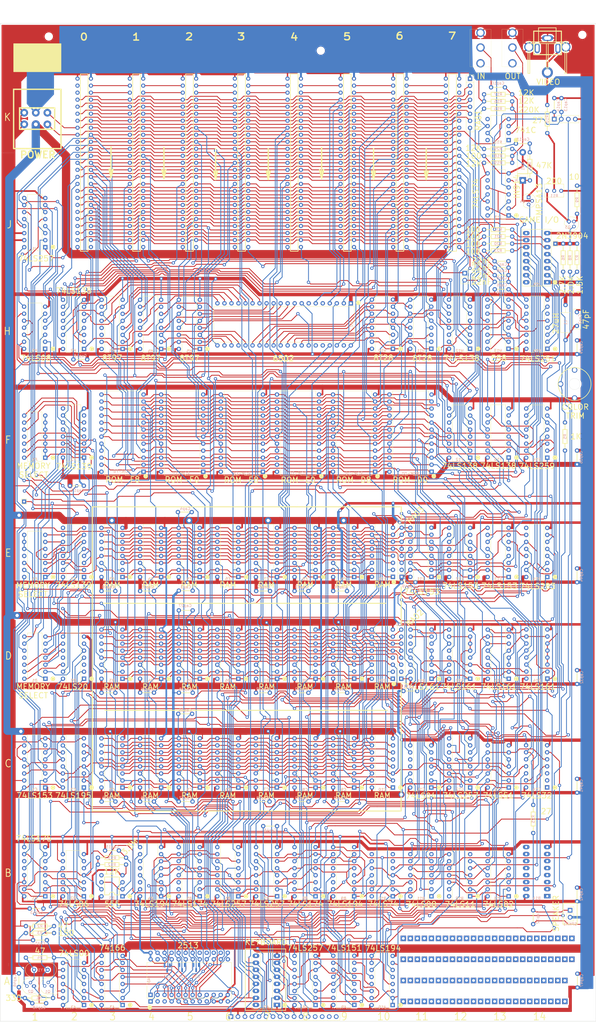
<source format=kicad_pcb>
(kicad_pcb (version 20221018) (generator pcbnew)
  (title_block (date "2024-01-27"))
  (layers (0 "F.Cu" signal) (31 "B.Cu" signal) (34 "B.Paste" user) (35 "F.Paste" user) (36 "B.SilkS" user "B.Silkscreen") (37 "F.SilkS" user "F.Silkscreen") (38 "B.Mask" user) (39 "F.Mask" user) (44 "Edge.Cuts" user))
  (net 0 "")
  (net 1 "+5V")
  (net 2 "Net-(A7-STROBE)")
  (net 3 "~{RESET}")
  (net 5 "/Address Decoder and Onboard IO/KBD5")
  (net 6 "/Address Decoder and Onboard IO/KBD4")
  (net 7 "/Address Decoder and Onboard IO/KBD6")
  (net 8 "GND")
  (net 10 "/Address Decoder and Onboard IO/KBD2")
  (net 11 "/Address Decoder and Onboard IO/KBD3")
  (net 12 "/Address Decoder and Onboard IO/KBD0")
  (net 13 "/Address Decoder and Onboard IO/KBD1")
  (net 15 "-12V")
  (net 17 "PHI0")
  (net 18 "Net-(A2-Pad2)")
  (net 19 "~{LDPS}")
  (net 20 "R~{W}")
  (net 21 "Net-(A2-Pad5)")
  (net 22 "~{RAM_SEL}")
  (net 23 "SOFT5")
  (net 24 "/Video Generation/A3-1")
  (net 25 "/Video Generation/A3-2")
  (net 26 "/Video Generation/O1")
  (net 27 "/Video Generation/O2")
  (net 28 "7M")
  (net 29 "14M")
  (net 30 "/Video Generation/O3")
  (net 31 "/Video Generation/O4")
  (net 32 "/Video Generation/O5")
  (net 33 "Net-(A3-Qh)")
  (net 34 "-5V")
  (net 35 "VC")
  (net 36 "SS-HI_~{LORES}")
  (net 37 "Net-(A8-I0a)")
  (net 38 "/Video Generation/A8-3-A9-B9")
  (net 39 "Net-(A8-Za)")
  (net 40 "Net-(A10-P0)")
  (net 41 "Net-(A8-Zd)")
  (net 42 "~{7M}")
  (net 43 "Net-(A10-P1)")
  (net 44 "/Video Generation/Text_Video")
  (net 45 "Net-(A9-Z)")
  (net 47 "Net-(A10-Q2)")
  (net 48 "Net-(A10-Q0)")
  (net 49 "Net-(A10-Q1)")
  (net 50 "/Video Generation/B9-13")
  (net 51 "Net-(A9-I5)")
  (net 52 "/Video Generation/C14-6")
  (net 53 "LD194")
  (net 54 "/Clock Generation/B1-1Q")
  (net 55 "COLOR_REF")
  (net 56 "Net-(B1-1D)")
  (net 57 "Net-(B1-2D)")
  (net 58 "PHI1")
  (net 60 "Net-(B1-3D)")
  (net 61 "Net-(D13-Q2)")
  (net 62 "Net-(B2-Pad6)")
  (net 63 "Net-(B3-THRES)")
  (net 64 "Net-(B3-OUT)")
  (net 65 "Net-(B3-DISCH)")
  (net 68 "/RAM and Data Latch/A8-6")
  (net 69 "B5-3")
  (net 70 "/RAM and Data Latch/RDO2")
  (net 71 "/RAM and Data Latch/RDO3")
  (net 72 "~{RAS}")
  (net 73 "/RAM and Data Latch/RDO0")
  (net 74 "/RAM and Data Latch/RDO1")
  (net 77 "~{KBD}")
  (net 78 "B11-5")
  (net 79 "D2")
  (net 80 "D3")
  (net 81 "D0")
  (net 82 "Net-(Q2-C)")
  (net 83 "D1")
  (net 84 "D6")
  (net 85 "KBD_STB")
  (net 86 "D7")
  (net 87 "D4")
  (net 88 "D5")
  (net 89 "Net-(B8-D0)")
  (net 90 "/RAM and Data Latch/RDO6")
  (net 91 "/RAM and Data Latch/RDO7")
  (net 92 "/RAM and Data Latch/RDO4")
  (net 93 "/RAM and Data Latch/RDO5")
  (net 96 "/Video Generation/VIDEO_DATA")
  (net 100 "~{CLR_STB}")
  (net 101 "~{DMA}")
  (net 102 "Net-(H7-Phi0)")
  (net 103 "HIRES")
  (net 104 "Net-(B11-Pad8)")
  (net 105 "Net-(B11-Pad11)")
  (net 106 "Net-(B12-Pad1)")
  (net 107 "SS-Mix_~{NoMix}")
  (net 108 "Net-(B12-Pad6)")
  (net 109 "Net-(B12-Pad12)")
  (net 110 "HBL")
  (net 111 "~{CAS}")
  (net 112 "AX")
  (net 113 "SS-GR_~{TXT}")
  (net 114 "A12")
  (net 115 "A13")
  (net 116 "C1-5")
  (net 117 "C1-6")
  (net 118 "MemSelE1")
  (net 119 "Net-(C1-I1b)")
  (net 120 "Q3")
  (net 121 "Net-(C2-P1)")
  (net 122 "RRW")
  (net 123 "RA5")
  (net 124 "RA4")
  (net 125 "RA3")
  (net 126 "+12V")
  (net 127 "RA0")
  (net 128 "RA1")
  (net 129 "RA2")
  (net 130 "CRA6")
  (net 131 "~{CCAS}")
  (net 132 "SS-PG2_~{PG1}")
  (net 133 "Net-(C12-I0a)")
  (net 134 "Net-(C11-Pad4)")
  (net 135 "Net-(E14-A4)")
  (net 136 "Net-(D11-~{PE})")
  (net 137 "Net-(D11-TC)")
  (net 138 "Net-(H3-DIS1)")
  (net 139 "VA")
  (net 140 "Net-(C12-Za)")
  (net 141 "VB")
  (net 142 "Net-(C12-Zb)")
  (net 143 "/Video Generation/SYNC")
  (net 147 "Net-(H10-Driver_Ena)")
  (net 148 "Net-(H7-Phi1)")
  (net 149 "Net-(CT3-Pad2)")
  (net 150 "Net-(H13-TimingD)")
  (net 151 "Net-(H13-TimingC)")
  (net 152 "Net-(H13-TimingB)")
  (net 153 "Net-(H13-TimingA)")
  (net 154 "Net-(H13-Ctrl_Volt)")
  (net 155 "Net-(Cap10-Pad1)")
  (net 156 "Net-(K13--)")
  (net 157 "Net-(J13A-Q)")
  (net 158 "Net-(Cap11-Pad2)")
  (net 159 "Net-(Cap12-Pad1)")
  (net 160 "Net-(CR1-K)")
  (net 161 "Net-(E2A-O0)")
  (net 162 "Net-(E2A-O1)")
  (net 163 "Net-(E2A-O2)")
  (net 164 "Net-(E2A-O3)")
  (net 165 "Net-(E2B-O0)")
  (net 166 "Net-(E2B-O1)")
  (net 167 "Net-(E2B-O2)")
  (net 168 "Net-(F2B-O2)")
  (net 169 "Net-(F2B-O1)")
  (net 170 "Net-(E2A-E)")
  (net 172 "Net-(D1-Pad12)")
  (net 173 "Net-(D1-Pad13)")
  (net 174 "Net-(D1-Pad14)")
  (net 175 "DRA6")
  (net 176 "~{DCAS}")
  (net 177 "Net-(D11-CEP)")
  (net 179 "V0")
  (net 180 "Net-(D13-CEP)")
  (net 182 "ERA6")
  (net 183 "Net-(E2A-A0)")
  (net 184 "Net-(E2A-A1)")
  (net 186 "Net-(E2B-A1)")
  (net 187 "Net-(E2B-E)")
  (net 188 "~{ECAS}")
  (net 189 "A7")
  (net 190 "A10")
  (net 191 "A11")
  (net 192 "A8")
  (net 193 "A2")
  (net 194 "A4")
  (net 195 "Net-(E12-I0a)")
  (net 196 "A9")
  (net 197 "Net-(E12-I2b)")
  (net 198 "A3")
  (net 199 "A0")
  (net 200 "A5")
  (net 201 "Net-(E13-I0a)")
  (net 202 "Net-(E13-I0b)")
  (net 203 "A6")
  (net 204 "A1")
  (net 206 "Net-(F2A-O2)")
  (net 207 "Net-(F2A-O1)")
  (net 208 "Net-(F2A-O0)")
  (net 210 "Net-(F2A-A0)")
  (net 213 "ROM_SELECT_F8")
  (net 214 "ROM_SELECT_F0")
  (net 215 "ROM_SELECT_E8")
  (net 216 "ROM_SELECT_E0")
  (net 217 "ROM_SELECT_D8")
  (net 218 "ROM_SELECT_D0")
  (net 219 "~{IO_STB}")
  (net 220 "~{C000-C7FF}")
  (net 221 "/Address Decoder and Onboard IO/~{C000-C0FF}")
  (net 222 "Net-(F13-O7)")
  (net 223 "Net-(F13-O6)")
  (net 224 "Net-(F13-O5)")
  (net 225 "/Address Decoder and Onboard IO/~{GamePort_Strobe}")
  (net 226 "/Address Decoder and Onboard IO/SPKR_Out")
  (net 227 "/Address Decoder and Onboard IO/Cassette_Out")
  (net 228 "/Address Decoder and Onboard IO/GamePort_ANN0")
  (net 229 "/Address Decoder and Onboard IO/GamePort_ANN1")
  (net 230 "/Address Decoder and Onboard IO/GamePort_ANN2")
  (net 231 "/Address Decoder and Onboard IO/GamePort_ANN3")
  (net 233 "A14")
  (net 234 "A15")
  (net 235 "Net-(J1-I0d)")
  (net 236 "Net-(J1-I0b)")
  (net 237 "~{DEV-SEL-7}")
  (net 238 "~{DEV-SEL-6}")
  (net 239 "~{DEV-SEL-5}")
  (net 240 "~{DEV-SEL-4}")
  (net 241 "~{DEV-SEL-3}")
  (net 242 "~{DEV-SEL-2}")
  (net 243 "~{DEV-SEL-1}")
  (net 244 "~{DEV-SEL-0}")
  (net 245 "/CPU Tranceiver Driver and Data MUX/CPU_A9")
  (net 246 "/CPU Tranceiver Driver and Data MUX/CPU_A8")
  (net 247 "/CPU Tranceiver Driver and Data MUX/CPU_A7")
  (net 248 "/CPU Tranceiver Driver and Data MUX/CPU_A5")
  (net 249 "/CPU Tranceiver Driver and Data MUX/CPU_A6")
  (net 252 "/CPU Tranceiver Driver and Data MUX/CPU_A12")
  (net 253 "/CPU Tranceiver Driver and Data MUX/CPU_A1")
  (net 254 "/CPU Tranceiver Driver and Data MUX/CPU_A4")
  (net 255 "/CPU Tranceiver Driver and Data MUX/CPU_A10")
  (net 256 "/CPU Tranceiver Driver and Data MUX/CPU_A11")
  (net 257 "/CPU Tranceiver Driver and Data MUX/CPU_A15")
  (net 258 "/CPU Tranceiver Driver and Data MUX/CPU_A13")
  (net 259 "/CPU Tranceiver Driver and Data MUX/CPU_RW")
  (net 260 "/CPU Tranceiver Driver and Data MUX/CPU_A2")
  (net 261 "/CPU Tranceiver Driver and Data MUX/CPU_A3")
  (net 262 "/CPU Tranceiver Driver and Data MUX/CPU_A0")
  (net 263 "/CPU Tranceiver Driver and Data MUX/CPU_A14")
  (net 264 "/CPU Tranceiver Driver and Data MUX/CPU_D1")
  (net 265 "/CPU Tranceiver Driver and Data MUX/CPU_D5")
  (net 266 "/CPU Tranceiver Driver and Data MUX/CPU_D6")
  (net 267 "/CPU Tranceiver Driver and Data MUX/CPU_D2")
  (net 268 "/CPU Tranceiver Driver and Data MUX/CPU_D0")
  (net 269 "/CPU Tranceiver Driver and Data MUX/CPU_D4")
  (net 270 "/CPU Tranceiver Driver and Data MUX/CPU_D7")
  (net 271 "/CPU Tranceiver Driver and Data MUX/CPU_D3")
  (net 272 "RA01-8")
  (net 275 "Net-(H13-OutA)")
  (net 276 "Net-(H13-OutB)")
  (net 277 "Net-(H13-OutC)")
  (net 278 "Net-(H13-OutD)")
  (net 279 "Net-(H14-I3)")
  (net 280 "Net-(H14-I2)")
  (net 281 "Net-(H14-I1)")
  (net 282 "/Address Decoder and Onboard IO/CASSETTE_IN")
  (net 283 "Net-(J13A-D)")
  (net 284 "Net-(J13B-D)")
  (net 286 "/Address Decoder and Onboard IO/PDL0")
  (net 287 "/Address Decoder and Onboard IO/PDL2")
  (net 289 "/Address Decoder and Onboard IO/PDL1")
  (net 290 "/Address Decoder and Onboard IO/PDL3")
  (net 293 "Net-(K13-+)")
  (net 295 "Net-(K13-Pad6)")
  (net 297 "Net-(Q1-C)")
  (net 298 "Net-(Q1-E)")
  (net 299 "Net-(Q2-B)")
  (net 300 "Net-(Q4-C)")
  (net 301 "/Video Generation/Color_Burst")
  (net 302 "Net-(Q3-C)")
  (net 303 "Net-(R10-Pad1)")
  (net 304 "Net-(J18-Pin_3)")
  (net 305 "Net-(J2-PadT)")
  (net 306 "NC1")
  (net 307 "~{INH}")
  (net 309 "RDY")
  (net 310 "Net-(SLOT0-Pin_23)")
  (net 311 "Net-(SLOT0-Pin_24)")
  (net 314 "~{NMI}")
  (net 315 "~{IRQ}")
  (net 316 "NC2")
  (net 317 "USER-1")
  (net 318 "~{IO-SELECT-1}")
  (net 319 "Net-(SLOT1-Pin_23)")
  (net 320 "Net-(SLOT1-Pin_24)")
  (net 321 "~{IO-SELECT-2}")
  (net 322 "Net-(SLOT2-Pin_23)")
  (net 323 "Net-(SLOT2-Pin_24)")
  (net 324 "~{IO-SELECT-3}")
  (net 325 "/Connectors/INT-OUT-3")
  (net 326 "/Connectors/DMA-OUT-3")
  (net 327 "~{IO-SELECT-4}")
  (net 328 "Net-(SLOT4-Pin_23)")
  (net 329 "Net-(SLOT4-Pin_24)")
  (net 330 "~{IO-SELECT-5}")
  (net 331 "Net-(SLOT5-Pin_23)")
  (net 332 "Net-(SLOT5-Pin_24)")
  (net 333 "~{IO-SELECT-6}")
  (net 334 "Net-(SLOT6-Pin_23)")
  (net 335 "Net-(SLOT6-Pin_24)")
  (net 336 "~{IO-SELECT-7}")
  (net 344 "Net-(F12-E3)")
  (net 347 "Net-(K14-Pad2)")
  (net 349 "Net-(D12-CEP)")
  (net 467 "/Clock Generation/V4")
  (net 468 "/Clock Generation/V3")
  (net 469 "/Clock Generation/V2")
  (net 470 "/Clock Generation/H5")
  (net 471 "/Clock Generation/H4")
  (net 472 "/Clock Generation/H3")
  (net 473 "/Clock Generation/H2")
  (net 474 "/Clock Generation/H1")
  (net 475 "/Clock Generation/H0")
  (net 476 "/Clock Generation/V1")
  (net 480 "/CPU Tranceiver Driver and Data MUX/LD0")
  (net 481 "/CPU Tranceiver Driver and Data MUX/LD1")
  (net 482 "/CPU Tranceiver Driver and Data MUX/LD2")
  (net 483 "/CPU Tranceiver Driver and Data MUX/LD3")
  (net 484 "/CPU Tranceiver Driver and Data MUX/LD4")
  (net 485 "/CPU Tranceiver Driver and Data MUX/LD5")
  (net 486 "/CPU Tranceiver Driver and Data MUX/LD6")
  (net 487 "/CPU Tranceiver Driver and Data MUX/LD7")
  (footprint "Package_DIP:DIP-16_W7.62mm" (layer "F.Cu") (at 128.4224 291.084 180)
    (fp_text reference "C6")
    (fp_text value "4116")
  )
  (footprint "Package_DIP:DIP-16_W7.62mm" (layer "F.Cu") (at 198.3232 251.714 180)
    (fp_text reference "D11")
    (fp_text value "74LS161")
  )
  (footprint "Package_DIP:DIP-16_W7.62mm" (layer "F.Cu") (at 184.3024 251.714 180)
    (fp_text reference "D10")
    (fp_text value "4116")
  )
  (footprint "Apple-II:R_Axial_DIN0207_L6.3mm_D2.5mm_P10.16mm_Horizontal" (layer "F.Cu") (at 227.4824 64.9732 180)
    (fp_text reference "R19")
    (fp_text value "12K")
  )
  (footprint "Apple-II:C_Disc_D5.0mm_W2.5mm_P5.00mm" (layer "F.Cu") (at 111.553 191.389 180)
    (fp_text reference "Cap4")
    (fp_text value "0.1uF")
  )
  (footprint "Apple-II:C_Disc_D5.0mm_W2.5mm_P5.00mm" (layer "F.Cu") (at 111.8832 226.9744 180)
    (fp_text reference "Cap27")
    (fp_text value "0.1uF")
  )
  (footprint "Package_DIP:DIP-16_W7.62mm" (layer "F.Cu") (at 170.3324 330.454 180)
    (fp_text reference "B9")
    (fp_text value "74LS194")
  )
  (footprint "Apple-II:C_Disc_D5.0mm_W2.5mm_P5.00mm" (layer "F.Cu") (at 221.1216 100.584)
    (fp_text reference "Cap7")
    (fp_text value ".022uF")
  )
  (footprint "Apple-II:R_Axial_DIN0207_L6.3mm_D2.5mm_P10.16mm_Horizontal" (layer "F.Cu") (at 217.3224 62.484)
    (fp_text reference "R18")
    (fp_text value "100R")
  )
  (footprint "Apple-II:C_Disc_D5.0mm_W2.5mm_P5.00mm" (layer "F.Cu") (at 221.1616 105.6132)
    (fp_text reference "Cap5")
    (fp_text value ".022uF")
  )
  (footprint "Apple-II:Standard_Edge_Connector" (layer "F.Cu") (at 129.4638 64.9732)
    (fp_text reference "SLOT3" hide)
    (fp_text value "50 pin slot")
  )
  (footprint "Apple-II:Standard_Edge_Connector" (layer "F.Cu") (at 167.7162 64.9732)
    (fp_text reference "SLOT5" hide)
    (fp_text value "50 pin slot")
  )
  (footprint "Package_DIP:DIP-16_W7.62mm" (layer "F.Cu") (at 114.4524 214.884 180)
    (fp_text reference "E5")
    (fp_text value "4116")
  )
  (footprint "MountingHole:MountingHole_2.5mm" (layer "F.Cu") (at 252.8824 18.6436)
    (fp_text reference "MH3" hide)
    (fp_text value "MountingHole")
  )
  (footprint "Package_DIP:DIP-16_W7.62mm" (layer "F.Cu") (at 114.5032 291.0332 180)
    (fp_text reference "C5")
    (fp_text value "4116")
  )
  (footprint "Package_DIP:DIP-8_W7.62mm" (layer "F.Cu") (at 86.5124 330.454 180)
    (fp_text reference "B3")
    (fp_text value "555")
  )
  (footprint "Apple-II:C_Disc_D5.0mm_W2.5mm_P5.00mm" (layer "F.Cu") (at 68.747 136.144)
    (fp_text reference "Cap18")
    (fp_text value "0.1uF")
  )
  (footprint "Package_TO_SOT_THT:TO-18-3" (layer "F.Cu") (at 54.483 362.966 180)
    (fp_text reference "Q2")
    (fp_text value "2N4258")
  )
  (footprint "Package_DIP:DIP-24_W15.24mm" (layer "F.Cu") (at 157.6324 176.784 180)
    (fp_text reference "ROM-E0")
    (fp_text value "ROM_Chip")
  )
  (footprint "TestPoint:TestPoint_THTPad_1.5x1.5mm_Drill0.7mm" (layer "F.Cu") (at 243.1288 94.234)
    (fp_text reference "TP2" hide)
    (fp_text value "TestPoint")
  )
  (footprint "Apple-II:SIP-24" (layer "F.Cu") (at 218.5924 368.5032)
    (fp_text reference "J7" hide)
    (fp_text value "Conn_01x24")
  )
  (footprint "Package_DIP:DIP-14_W7.62mm" (layer "F.Cu") (at 58.6232 251.714 180)
    (fp_text reference "D1")
    (fp_text value "Memory Type Sel")
  )
  (footprint "Apple-II:C_Disc_D5.0mm_W2.5mm_P5.00mm" (layer "F.Cu") (at 72.517 181.864 180)
    (fp_text reference "Cap17")
    (fp_text value "0.1uF")
  )
  (footprint "Package_DIP:DIP-16_W7.62mm_Socket_LongPads" (layer "F.Cu") (at 142.3924 369.7732 180)
    (fp_text reference "A7")
    (fp_text value "Keyboard_Connector")
  )
  (footprint "Package_DIP:DIP-16_W7.62mm" (layer "F.Cu") (at 100.4824 291.084 180)
    (fp_text reference "C4")
    (fp_text value "4116")
  )
  (footprint "Package_DIP:DIP-24_W15.24mm_Socket" (layer "F.Cu") (at 96.647 366.141 90)
    (fp_text reference "Aalt5" hide)
    (fp_text value "2513->2716" hide)
  )
  (footprint "Apple-II:R_Axial_DIN0207_L6.3mm_D2.5mm_P10.16mm_Horizontal" (layer "F.Cu") (at 217.3224 42.7228)
    (fp_text reference "R16")
    (fp_text value "12K")
  )
  (footprint "Apple-II:R_Axial_DIN0207_L6.3mm_D2.5mm_P10.16mm_Horizontal" (layer "F.Cu") (at 246.5832 169.1132 90)
    (fp_text reference "R5")
    (fp_text value "1K")
  )
  (footprint "Apple-II:Standard_Edge_Connector" (layer "F.Cu") (at 148.5138 64.9732)
    (fp_text reference "SLOT4" hide)
    (fp_text value "50 pin slot")
  )
  (footprint "Apple-II:C_Disc_D5.0mm_W2.5mm_P5.00mm" (layer "F.Cu") (at 221.1724 108.0516)
    (fp_text reference "Cap6")
    (fp_text value ".022uF")
  )
  (footprint "Apple-II:C_Disc_D5.0mm_W2.5mm_P5.00mm" (layer "F.Cu") (at 59.142 346.329 180)
    (fp_text reference "Cap1")
    (fp_text value "0.1uF")
  )
  (footprint "Apple-II:R_Axial_DIN0207_L6.3mm_D2.5mm_P10.16mm_Horizontal" (layer "F.Cu") (at 227.4824 89.154 180)
    (fp_text reference "R22")
    (fp_text value "100R")
  )
  (footprint "Package_DIP:DIP-16_W7.62mm" (layer "F.Cu") (at 72.5932 132.334 180)
    (fp_text reference "H2")
    (fp_text value "74LS138")
  )
  (footprint "Package_DIP:DIP-16_W7.62mm" (layer "F.Cu") (at 170.3832 369.7732 180)
    (fp_text reference "A9")
    (fp_text value "74LS151")
  )
  (footprint "Package_DIP:DIP-16_W7.62mm" (layer "F.Cu") (at 198.2216 132.2832 180)
    (fp_text reference "H11")
    (fp_text value "8T28")
  )
  (footprint "Package_DIP:DIP-14_W7.62mm" (layer "F.Cu") (at 226.2124 84.0232 180)
    (fp_text reference "J13")
    (fp_text value "74LS74")
  )
  (footprint "Apple-II:R_Axial_DIN0207_L6.3mm_D2.5mm_P10.16mm_Horizontal" (layer "F.Cu") (at 250.952 94.234 -90)
    (fp_text reference "R7")
    (fp_text value "1K5")
  )
  (footprint "Diode_THT:D_DO-15_P10.16mm_Horizontal" (layer "F.Cu") (at 231.2924 71.3232 90)
    (fp_text reference "CR1")
    (fp_text value "1N914" hide)
  )
  (footprint "Potentiometer_THT:Potentiometer_Bourns_3266Y_Vertical" (layer "F.Cu") (at 240.1466 75.1066 180)
    (fp_text reference "R11")
    (fp_text value "200R")
  )
  (footprint "Package_DIP:DIP-16_W7.62mm" (layer "F.Cu") (at 240.1824 214.884 180)
    (fp_text reference "E14")
    (fp_text value "74LS283")
  )
  (footprint "Apple-II:C_Disc_D5.0mm_W2.5mm_P5.00mm" (layer "F.Cu") (at 148.757 219.964)
    (fp_text reference "Cap23")
    (fp_text value "0.1uF")
  )
  (footprint "Apple-II:AUDIO_mono" (layer "F.Cu") (at 227.584 22.225)
    (fp_text reference "J2" hide)
    (fp_text value "Cassette Data Out")
  )
  (footprint "Package_DIP:DIP-16_W7.62mm" (layer "F.Cu") (at 170.3324 251.6632 180)
    (fp_text reference "D9")
    (fp_text value "4116")
  )
  (footprint "Apple-II:C_Disc_D5.0mm_W2.5mm_P5.00mm" (layer "F.Cu") (at 250.952 327.319 -90)
    (fp_text reference "Cap42")
    (fp_text value "0.1uF")
  )
  (footprint "Package_DIP:DIP-16_W7.62mm" (layer "F.Cu") (at 184.2516 369.824 180)
    (fp_text reference "A10")
    (fp_text value "74LS194")
  )
  (footprint "Crystal:Crystal_HC18-U_Vertical" (layer "F.Cu") (at 59.436 357.0732 180)
    (fp_text reference "Y1")
    (fp_text value "XT0001")
  )
  (footprint "Package_DIP:DIP-16_W7.62mm" (layer "F.Cu") (at 114.5032 132.334 180)
    (fp_text reference "H5")
    (fp_text value "8T97")
  )
  (footprint "MountingHole:MountingHole_2.5mm" (layer "F.Cu") (at 158.2674 105.6386)
    (fp_text reference "MH4" hide)
    (fp_text value "MountingHole")
  )
  (footprint "Apple-II:SIP-24" (layer "F.Cu") (at 218.5924 360.934)
    (fp_text reference "J6" hide)
    (fp_text value "Conn_01x24")
  )
  (footprint "Package_DIP:DIP-14_W7.62mm" (layer "F.Cu") (at 72.5932 251.714 180)
    (fp_text reference "D2")
    (fp_text value "74LS20")
  )
  (footprint "Package_DIP:DIP-16_W7.62mm" (layer "F.Cu") (at 86.5124 214.884 180)
    (fp_text reference "E3")
    (fp_text value "4116")
  )
  (footprint "Apple-II:R_Axial_DIN0207_L6.3mm_D2.5mm_P10.16mm_Horizontal" (layer "F.Cu") (at 77.6224 318.9732)
    (fp_text reference "R12")
    (fp_text value "12K")
  )
  (footprint "Resistor_THT:R_Array_SIP8" (layer "F.Cu") (at 212.2424 34.544 -90)
    (fp_text reference "RA01")
    (fp_text value "1k")
  )
  (footprint "Apple-II:R_Axial_DIN0207_L6.3mm_D2.5mm_P10.16mm_Horizontal" (layer "F.Cu") (at 217.3224 59.944)
    (fp_text reference "R29")
    (fp_text value "12K")
  )
  (footprint "Apple-II:C_Disc_D5.0mm_W2.5mm_P5.00mm" (layer "F.Cu") (at 78.947 296.164)
    (fp_text reference "Cap34")
    (fp_text value "0.1uF")
  )
  (footprint "Apple-II:C_Disc_D5.0mm_W2.5mm_P5.00mm" (layer "F.Cu") (at 245.3024 41.5544 -90)
    (fp_text reference "Cap13")
    (fp_text value "0.1uf")
  )
  (footprint "Package_DIP:DIP-40_W15.24mm" (layer "F.Cu") (at 169.1132 115.824 -90)
    (fp_text reference "H7")
    (fp_text value locked "6502")
  )
  (footprint "Apple-II:C_Disc_D5.0mm_W2.5mm_P5.00mm" (layer "F.Cu") (at 80.2024 313.8932)
    (fp_text reference "Cap15")
    (fp_text value "0.1uf")
  )
  (footprint "Package_DIP:DIP-16_W7.62mm" (layer "F.Cu") (at 226.2124 214.884 180)
    (fp_text reference "E13")
    (fp_text value "74LS153")
  )
  (footprint "Package_DIP:DIP-16_W7.62mm" (layer "F.Cu") (at 128.4224 251.714 180)
    (fp_text reference "D6")
    (fp_text value "4116")
  )
  (footprint "Package_DIP:DIP-16_W7.62mm" (layer "F.Cu") (at 226.1616 132.2832 180)
    (fp_text reference "H13")
    (fp_text value "NE558" hide)
  )
  (footprint "Package_DIP:DIP-16_W7.62mm" (layer "F.Cu") (at 128.4224 214.8332 180)
    (fp_text reference "E6")
    (fp_text value "4116")
  )
  (footprint "Apple-II:C_Disc_D5.0mm_W2.5mm_P5.00mm" (layer "F.Cu") (at 250.952 248.619 -90)
    (fp_text reference "Cap32")
    (fp_text value "0.1uF")
  )
  (footprint "Package_DIP:DIP-16_W7.62mm_Socket_LongPads" (layer "F.Cu") (at 240.1824 330.4032 180)
    (fp_text reference "B14")
    (fp_text value "74LS151")
  )
  (footprint "Connector_PinSocket_2.54mm:PinSocket_1x02_P2.54mm_Vertical" (layer "F.Cu") (at 210.312 104.902)
    (fp_text reference "JP-User1" hide)
    (fp_text value "Jumper")
  )
  (footprint "Package_DIP:DIP-14_W7.62mm" (layer "F.Cu") (at 58.5724 214.884 180)
    (fp_text reference "E1")
    (fp_text value "Memory Type Sel")
  )
  (footprint "Inductor_THT:L_Axial_L7.0mm_D3.3mm_P12.70mm_Horizontal_Fastron_MICC" (layer "F.Cu") (at 246.7864 129.1336 90)
    (fp_text reference "L1")
    (fp_text value "27uH")
  )
  (footprint "Package_DIP:DIP-16_W7.62mm" (layer "F.Cu") (at 142.4432 251.714 180)
    (fp_text reference "D7")
    (fp_text value "4116")
  )
  (footprint "Apple-II:R_Axial_DIN0207_L6.3mm_D2.5mm_P10.16mm_Horizontal" (layer "F.Cu") (at 227.4824 45.3644 180)
    (fp_text reference "R15")
    (fp_text value "220k")
  )
  (footprint "Apple-II:C_Disc_D5.0mm_W2.5mm_P5.00mm" (layer "F.Cu") (at 78.9216 256.794)
    (fp_text reference "Cap25")
    (fp_text value "0.1uF")
  )
  (footprint "Apple-II:C_Disc_D5.0mm_W2.5mm_P5.00mm" (layer "F.Cu") (at 226.1724 110.744 180)
    (fp_text reference "Cap9")
    (fp_text value ".1uF")
  )
  (footprint "Apple-II:C_Disc_D5.0mm_W2.5mm_P5.00mm" (layer "F.Cu") (at 53.8772 369.1636)
    (fp_text reference "Cap48")
    (fp_text value "0.1uF")
  )
  (footprint "Apple-II:C_Disc_D5.0mm_W2.5mm_P5.00mm" (layer "F.Cu") (at 92.877 296.164)
    (fp_text reference "Cap36")
    (fp_text value "0.1uF")
  )
  (footprint "Apple-II:C_Disc_D5.0mm_W2.5mm_P5.00mm" (layer "F.Cu") (at 221.1724 102.9208)
    (fp_text reference "Cap8")
    (fp_text value ".022uF")
  )
  (footprint "MountingHole:MountingHole_2.5mm" (layer "F.Cu") (at 59.8424 19.2532)
    (fp_text reference "MH1" hide)
    (fp_text value "MountingHole")
  )
  (footprint "Package_DIP:DIP-16_W7.62mm" (layer "F.Cu") (at 58.5724 330.454 180)
    (fp_text reference "B1")
    (fp_text value "74LS175")
  )
  (footprint "Apple-II:C_Disc_D5.0mm_W2.5mm_P5.00mm" (layer "F.Cu") (at 148.7716 256.794)
    (fp_text reference "Cap30")
    (fp_text value "0.1uF")
  )
  (footprint "Package_DIP:DIP-14_W7.62mm" (layer "F.Cu") (at 226.2124 330.454 180)
    (fp_text reference "B13")
    (fp_text value "74LS02")
  )
  (footprint "Apple-II:R_Axial_DIN0207_L6.3mm_D2.5mm_P10.16mm_Horizontal" (layer "F.Cu") (at 235.1024 307.5432 90)
    (fp_text reference "R25")
    (fp_text value "27R")
  )
  (footprint "Package_DIP:DIP-24_W15.24mm" (layer "F.Cu") (at 115.7224 176.784 180)
    (fp_text reference "ROM-F0")
    (fp_text value "ROM_Chip")
  )
  (footprint "MountingHole:MountingHole_2.5mm" (layer "F.Cu") (at 158.242 24.384)
    (fp_text reference "MH2" hide)
    (fp_text value "MountingHole")
  )
  (footprint "Package_DIP:DIP-16_W7.62mm" (layer "F.Cu") (at 184.3532 214.8332 180)
    (fp_text reference "E10")
    (fp_text value "4116")
  )
  (footprint "Package_DIP:DIP-16_W7.62mm" (layer "F.Cu") (at 86.5124 291.084 180)
    (fp_text reference "C3")
    (fp_text value "4116" hide)
  )
  (footprint "Package_DIP:DIP-16_W7.62mm" (layer "F.Cu") (at 240.1824 171.704 180)
    (fp_text reference "F14")
    (fp_text value "74LS259")
  )
  (footprint "Apple-II:C_Disc_D5.0mm_W2.5mm_P5.00mm" (layer "F.Cu") (at 134.7 296.164)
    (fp_text reference "Cap38")
    (fp_text value "0.1uF")
  )
  (footprint "Apple-II:C_Disc_D5.0mm_W2.5mm_P5.00mm" (layer "F.Cu") (at 162.7924 256.794)
    (fp_text reference "Cap31")
    (fp_text value "0.1uF")
  )
  (footprint "Package_DIP:DIP-14_W7.62mm" (layer "F.Cu") (at 58.5216 132.2832 180)
    (fp_text reference "H1")
    (fp_text value "74LS08")
  )
  (footprint "Package_DIP:DIP-16_W7.62mm" (layer "F.Cu") (at 212.2932 251.714 180)
    (fp_text reference "D12")
    (fp_text value "74LS161")
  )
  (footprint "Package_DIP:DIP-16_W7.62mm" (layer "F.Cu") (at 184.3532 132.2832 180)
    (fp_text reference "H10")
    (fp_text value "8T28")
  )
  (footprint "Apple-II:COLOUR_TRIM" (layer "F.Cu") (at 250.063 145.034 90)
    (fp_text reference "CT3" hide)
    (fp_text value "5-50pF")
    (fp_circle (center 0 0) (end 2.032 -0.127) (stroke (width 0.05)) (fill none) (layer "Edge.Cuts"))
  )
  (footprint "Package_DIP:DIP-16_W7.62mm" (layer "F.Cu") (at 58.5724 291.084 180)
    (fp_text reference "C1")
    (fp_text value "74LS153")
  )
  (footprint "Package_DIP:DIP-16_W7.62mm" (layer "F.Cu") (at 170.3324 214.884 180)
    (fp_text reference "E9")
    (fp_text value "4116")
  )
  (footprint "Apple-II:POWER" (layer "F.Cu") (at 55.1434 48.895 90)
    (fp_text reference "CP0" hide)
    (fp_text value "Power Connector")
  )
  (footprint "Package_DIP:DIP-16_W7.62mm" (layer "F.Cu") (at 100.4824 214.884 180)
    (fp_text reference "E4")
    (fp_text value "4116")
  )
  (footprint "Apple-II:C_Disc_D5.0mm_W2.5mm_P5.00mm" (layer "F.Cu") (at 228.8432 58.0136)
    (fp_text reference "Cap11")
    (fp_text value ".1uF")
  )
  (footprint "Apple-II:Standard_Edge_Connector" (layer "F.Cu") (at 72.5424 64.9732)
    (fp_text reference "SLOT0" hide)
    (fp_text value "50 pin slot")
  )
  (footprint "Apple-II:C_Disc_D5.0mm_W2.5mm_P5.00mm" (layer "F.Cu") (at 162.767 296.164)
    (fp_text reference "Cap40")
    (fp_text value "0.1uF")
  )
  (footprint "Package_TO_SOT_THT:TO-92" (layer "F.Cu") (at 248.021416 86.224533 -45)
    (fp_text reference "Q3")
    (fp_text value "2N3904")
  )
  (footprint "Package_DIP:DIP-14_W7.62mm" (layer "F.Cu") (at 240.1316 291.0332 180)
    (fp_text reference "C14")
    (fp_text value "74LS32")
  )
  (footprint "Package_DIP:DIP-16_W7.62mm" (layer "F.Cu") (at 114.5032 251.714 180)
    (fp_text reference "D5")
    (fp_text value "4116")
  )
  (footprint "Package_DIP:DIP-16_W7.62mm_Socket_LongPads" (layer "F.Cu") (at 240.1824 108.204 180)
    (fp_text reference "J14")
    (fp_text value "GAME_IO_Conn")
  )
  (footprint "Package_DIP:DIP-16_W7.62mm" (layer "F.Cu") (at 226.2632 251.714 180)
    (fp_text reference "D13")
    (fp_text value "74LS161")
  )
  (footprint "Apple-II:R_Axial_DIN0207_L6.3mm_D2.5mm_P10.16mm_Horizontal" (layer "F.Cu") (at 240.1824 54.2036 90)
    (fp_text reference "R10")
    (fp_text value "27R")
  )
  (footprint "Package_DIP:DIP-16_W7.62mm" (layer "F.Cu") (at 156.3624 214.884 180)
    (fp_text reference "E8")
    (fp_text value "4116")
  )
  (footprint "Package_DIP:DIP-16_W7.62mm" (layer "F.Cu") (at 170.3324 291.084 180)
    (fp_text reference "C9")
    (fp_text value "4116")
  )
  (footprint "Package_DIP:DIP-16_W7.62mm" (layer "F.Cu") (at 156.3624 251.714 180)
    (fp_text reference "D8")
    (fp_text value "4116")
  )
  (footprint "Apple-II:C_Disc_D5.0mm_W2.5mm_P5.00mm" (layer "F.Cu") (at 92.877 219.964)
    (fp_text reference "Cap21")
    (fp_text value "0.1uF")
  )
  (footprint "Package_DIP:DIP-16_W7.62mm" (layer "F.Cu") (at 156.3624 369.824 180)
    (fp_text reference "A8")
    (fp_text value "74LS257")
  )
  (footprint "Apple-II:Standard_Edge_Connector" (layer "F.Cu") (at 205.7908 64.9732)
    (fp_text reference "SLOT7" hide)
    (fp_text value "50 pin slot")
  )
  (footprint "Connector_PinSocket_2.54mm:PinSocket_1x02_P2.54mm_Vertical" (layer "F.Cu") (at 248.437 335.5032)
    (fp_text reference "SPKR1")
    (fp_text value "Speaker Connector")
  )
  (footprint "Package_DIP:DIP-16_W7.62mm" (layer "F.Cu") (at 226.2124 171.6532 180)
    (fp_text reference "F13")
    (fp_text value "74LS138")
  )
  (footprint "MountingHole:MountingHole_2.5mm" (layer "F.Cu") (at 47.1424 371.7036)
    (fp_text reference "MH6" hide)
    (fp_text value "MountingHole")
  )
  (footprint "Package_DIP:DIP-14_W7.62mm" (layer "F.Cu") (at 72.5424 330.454 180)
    (fp_text reference "B2")
    (fp_text value "74LS86")
  )
  (footprint "Apple-II:C_Disc_D5.0mm_W2.5mm_P5.00mm" (layer "F.Cu") (at 250.952 129.239 -90)
    (fp_text reference "Cap19")
    (fp_text value "0.1uF")
  )
  (footprint "Apple-II:R_Axial_DIN0207_L6.3mm_D2.5mm_P10.16mm_Horizontal" (layer "F.Cu") (at 51.562 343.7636)
    (fp_text reference "R3")
    (fp_text value "150R")
  )
  (footprint "Apple-II:C_Disc_D5.0mm_W2.5mm_P5.00mm" (layer "F.Cu") (at 187.4812 216.7636)
    (fp_text reference "Cap49")
    (fp_text value "0.1uF")
  )
  (footprint "Package_DIP:DIP-16_W7.62mm" (layer "F.Cu") (at 156.3624 330.454 180)
    (fp_text reference "B8")
    (fp_text value "74LS174")
  )
  (footprint "Package_DIP:DIP-16_W7.62mm" (layer "F.Cu") (at 114.4524 330.454 180)
    (fp_text reference "B5")
    (fp_text value "74LS174")
  )
  (footprint "Apple-II:C_Disc_D5.0mm_W2.5mm_P5.00mm" (layer "F.Cu") (at 111.68 264.414 180)
    (fp_text reference "Cap35")
    (fp_text value "0.1uF")
  )
  (footprint "Apple-II:C_Disc_D5.0mm_W2.5mm_P5.00mm" (layer "F.Cu") (at 92.8916 256.7432)
    (fp_text reference "Cap26")
    (fp_text value "0.1uF")
  )
  (footprint "Package_DIP:DIP-16_W7.62mm" (layer "F.Cu") (at 142.3924 214.884 180)
    (fp_text reference "E7")
    (fp_text value "4116")
  )
  (footprint "Apple-II:C_Disc_D5.0mm_W2.5mm_P5.00mm" (layer "F.Cu") (at 49.022 358.3324 -90)
    (fp_text reference "Cap46")
    (fp_text value "0.1uF")
  )
  (footprint "Package_DIP:DIP-16_W7.62mm" (layer "F.Cu") (at 240.2332 132.2832 180)
    (fp_text reference "H14")
    (fp_text value "74LS251")
  )
  (footprint "Apple-II:R_Axial_DIN0207_L6.3mm_D2.5mm_P10.16mm_Horizontal" (layer "F.Cu") (at 51.2064 367.284)
    (fp_text reference "R1")
    (fp_text value "330R")
  )
  (footprint "Apple-II:C_Disc_D5.0mm_W2.5mm_P5.00mm" (layer "F.Cu") (at 106.9124 256.794)
    (fp_text reference "Cap28")
    (fp_text value "0.1uF")
  )
  (footprint "TestPoint:TestPoint_THTPad_1.5x1.5mm_Drill0.7mm" (layer "F.Cu") (at 50.927 187.579)
    (fp_text reference "TP1" hide)
    (fp_text value "TestPoint")
  )
  (footprint "Package_DIP:DIP-16_W7.62mm" (layer "F.Cu") (at 86.5124 251.714 180)
    (fp_text reference "D3")
    (fp_text value "4116")
  )
  (footprint "Package_DIP:DIP-24_W15.24mm" (layer "F.Cu") (at 96.6724 368.5032 90)
    (fp_text reference "A5")
    (fp_text value "2513 Char ROM")
  )
  (footprint "Apple-II:VIDEO" (layer "F.Cu") (at 240.2 19.6866 180)
    (fp_text reference "K14" hide)
    (fp_text value "RCA Connector")
  )
  (footprint "Apple-II:C_Disc_D5.0mm_W2.5mm_P5.00mm" (layer "F.Cu") (at 106.887 219.837)
    (fp_text reference "Cap3")
    (fp_text value "0.1uF")
  )
  (footprint "Package_DIP:DIP-14_W7.62mm" (layer "F.Cu") (at 198.2216 291.084 180)
    (fp_text reference "C11")
    (fp_text value "74LS04")
  )
  (footprint "Package_DIP:DIP-16_W7.62mm" (layer "F.Cu") (at 72.5932 214.884 180)
    (fp_text reference "E2")
    (fp_text value "74LS139")
  )
  (footprint "Apple-II:C_Disc_D5.0mm_W2.5mm_P5.00mm" (layer "F.Cu") (at 219.8516 37.6428)
    (fp_text reference "Cap10")
    (fp_text value ".1uF")
  )
  (footprint "Package_DIP:DIP-16_W7.62mm" (layer "F.Cu") (at 86.5632 132.334 180)
    (fp_text reference "H3")
    (fp_text value "8T97")
  )
  (footprint "Package_DIP:DIP-16_W7.62mm" (layer "F.Cu") (at 100.4824 132.334 180)
    (fp_text reference "H4")
    (fp_text value "8T97")
  )
  (footprint "Package_DIP:DIP-16_W7.62mm" (layer "F.Cu") (at 86.5632 369.824 180)
    (fp_text reference "A3")
    (fp_text value "74LS166" hide)
  )
  (footprint "Apple-II:C_Disc_D5.0mm_W2.5mm_P5.00mm" (layer "F.Cu") (at 78.907 219.964)
    (fp_text reference "Cap20")
    (fp_text value "0.1uF")
  )
  (footprint "Apple-II:C_Disc_D5.0mm_W2.5mm_P5.00mm" (layer "F.Cu") (at 52.912 334.899)
    (fp_text reference "Cap43")
    (fp_text value "0.1uF")
  )
  (footprint "Apple-II:R_Axial_DIN0207_L6.3mm_D2.5mm_P10.16mm_Horizontal" (layer "F.Cu") (at 227.4824 91.6432 180)
    (fp_text reference "R21")
    (fp_text value "100R")
  )
  (footprint "Resistor_THT:R_Array_SIP8" (layer "F.Cu") (at 187.5028 214.8332 90)
    (fp_text reference "RA03")
    (fp_text value "1K")
  )
  (footprint "Apple-II:C_Disc_D5.0mm_W2.5mm_P5.00mm" (layer "F.Cu") (at 250.952 211.789 -90)
    (fp_text reference "Cap44")
    (fp_text value "0.1uF")
  )
  (footprint "Package_DIP:DIP-16_W7.62mm" (layer "F.Cu") (at 156.3624 291.084 180)
    (fp_text reference "C8")
    (fp_text value "4116")
  )
  (footprint "Package_DIP:DIP-16_W7.62mm" (layer "F.Cu") (at 240.2332 251.6632 180)
    (fp_text reference "D14")
    (fp_text value "74LS161")
  )
  (footprint "Package_TO_SOT_THT:TO-18-3" (layer "F.Cu") (at 60.902276 362.908276 180)
    (fp_text reference "Q1")
    (fp_text value "2N4258")
  )
  (footprint "Package_DIP:DIP-16_W7.62mm" (layer "F.Cu") (at 72.5424 291.084 180)
    (fp_text reference "C2")
    (fp_text value "74LS195")
  )
  (footprint "Capacitor_THT:C_Disc_D7.0mm_W2.5mm_P5.00mm" (layer "F.Cu") (at 250.9012 124.0136 90)
    (fp_text reference "Cap2")
    (fp_text value "47pf")
  )
  (footprint "Apple-II:C_Disc_D5.0mm_W2.5mm_P5.00mm" (layer "F.Cu") (at 142.414 305.054 180)
    (fp_text reference "Cap45")
    (fp_text value "0.1uF")
  )
  (footprint "Apple-II:R_Axial_DIN0207_L6.3mm_D2.5mm_P10.16mm_Horizontal" (layer "F.Cu") (at 250.952 73.2536 -90)
    (fp_text reference "R9")
    (fp_text value "10R")
  )
  (footprint "Package_DIP:DIP-14_W7.62mm" (layer "F.Cu") (at 198.2724 330.454 180)
    (fp_text reference "B11")
    (fp_text value "74LS08")
  )
  (footprint "Package_DIP:DIP-16_W7.62mm" (layer "F.Cu") (at 128.4224 330.454 180)
    (fp_text reference "B6")
    (fp_text value "74LS257")
  )
  (footprint "Package_DIP:DIP-16_W7.62mm" (layer "F.Cu") (at 212.2932 214.884 180)
    (fp_text reference "E12")
    (fp_text value "74LS153")
  )
  (footprint "Connector_PinHeader_2.54mm:PinHeader_1x16_P2.54mm_Vertical" (layer "F.Cu") (at 125.73 374.015 90)
    (fp_text reference "J3" hide)
    (fp_text value "Conn_01x16" hide)
  )
  (footprint "Package_DIP:DIP-16_W7.62mm" (layer "F.Cu") (at 198.2724 214.8332 180)
    (fp_text reference "E11")
    (fp_text value "74LS153")
  )
  (footprint "Connector_PinHeader_2.54mm:PinHeader_1x04_P2.54mm_Vertical" (layer "F.Cu") (at 242.707 49.149 90)
    (fp_text reference "J18" hide)
    (fp_text value "Aux Video")
  )
  (footprint "Package_DIP:DIP-14_W7.62mm" (layer "F.Cu") (at 212.2932 330.454 180)
    (fp_text reference "B12")
    (fp_text value "74LS11")
  )
  (footprint "Apple-II:C_Disc_D5.0mm_W2.5mm_P5.00mm" (layer "F.Cu") (at 235.077 335.534 -90)
    (fp_text reference "Cap12")
    (fp_text value ".1uF")
  )
  (footprint "Apple-II:R_Axial_DIN0207_L6.3mm_D2.5mm_P10.16mm_Horizontal" (layer "F.Cu") (at 217.3224 40.1828)
    (fp_text reference "R17")
    (fp_text value "12K")
  )
  (footprint "Package_DIP:DIP-24_W15.24mm" (layer "F.Cu") (at 94.1324 176.784 180)
    (fp_text reference "ROM-F8")
    (fp_text value "ROM_Chip" hide)
  )
  (footprint "Package_DIP:DIP-16_W7.62mm" (layer "F.Cu") (at 100.4824 330.454 180)
    (fp_text reference "B4")
    (fp_text value "74LS194")
  )
  (footprint "Apple-II:R_Axial_DIN0207_L6.3mm_D2.5mm_P10.16mm_Horizontal" (layer "F.Cu") (at 248.412 94.234 -90)
    (fp_text reference "R8")
    (fp_text value "2K")
  )
  (footprint "Package_DIP:DIP-14_W7.62mm" (layer "F.Cu") (at 184.3024 330.454 180)
    (fp_text reference "B10")
    (fp_text value "74LS74")
  )
  (footprint "Apple-II:SIP-25" (layer "F.Cu") (at 218.5924 353.2632)
    (fp_text reference "J5" hide)
    (fp_text value "Conn_01x25")
  )
  (footprint "Package_DIP:DIP-14_W7.62mm" (layer "F.Cu") (at 72.5932 369.824 180)
    (fp_text reference "A2")
    (fp_text value "74LS00")
  )
  (footprint "Package_DIP:DIP-16_W7.62mm" (layer "F.Cu") (at 212.2424 132.2832 180)
    (fp_text reference "H12")
    (fp_text value "74LS138")
  )
  (footprint "Apple-II:R_Axial_DIN0207_L6.3mm_D2.5mm_P10.16mm_Horizontal" (layer "F.Cu") (at 245.9228 104.394 90)
    (fp_text reference "R6")
    (fp_text value "2K7")
  )
  (footprint "Apple-II:C_Disc_D5.0mm_W2.5mm_P5.00mm" (layer "F.Cu") (at 162.727 219.964)
    (fp_text reference "Cap24")
    (fp_text value "0.1uF")
  )
  (footprint "Package_TO_SOT_THT:TO-92" (layer "F.Cu") (at 233.426 77.47 -90)
    (fp_text reference "Q4")
    (fp_text value "MPSA13")
  )
  (footprint "Apple-II:SIP-25" (layer "F.Cu") (at 218.5924 345.694)
    (fp_text reference "J4" hide)
    (fp_text value "Conn_01x25")
  )
  (footprint "Package_DIP:DIP-24_W15.24mm" (layer "F.Cu") (at 137.3124 176.784 180)
    (fp_text reference "ROM-E8")
    (fp_text value "ROM_Chip")
  )
  (footprint "Apple-II:C_Disc_D5.0mm_W2.5mm_P5.00mm" (layer "F.Cu") (at 134.8016 256.794)
    (fp_text reference "Cap29")
    (fp_text value "0.1uF")
  )
  (footprint "Apple-II:C_Disc_D5.0mm_W2.5mm_P5.00mm" (layer "F.Cu") (at 250.952 169.117 -90)
    (fp_text reference "Cap16")
    (fp_text value "0.1uF")
  )
  (footprint "Apple-II:C_Disc_D5.0mm_W2.5mm_P5.00mm" (layer "F.Cu") (at 251.079 358.474 -90)
    (fp_text reference "Cap47")
    (fp_text value "0.1uF")
  )
  (footprint "Apple-II:R_Axial_DIN0207_L6.3mm_D2.5mm_P10.16mm_Horizontal" (layer "F.Cu") (at 233.8832 71.3232 90)
    (fp_text reference "R24")
    (fp_text value "47K")
  )
  (footprint "MountingHole:MountingHole_2.5mm" (layer "F.Cu") (at 252.8824 371.7036)
    (fp_text reference "MH7" hide)
    (fp_text value "MountingHole")
  )
  (footprint "Apple-II:R_Axial_DIN0207_L6.3mm_D2.5mm_P10.16mm_Horizontal" (layer "F.Cu") (at 61.722 352.679 180)
    (fp_text reference "R4")
    (fp_text value "47R")
  )
  (footprint "Apple-II:R_Axial_DIN0207_L6.3mm_D2.5mm_P10.16mm_Horizontal" (layer "F.Cu") (at 87.7824 316.484 180)
    (fp_text reference "R13")
    (fp_text value "3M3")
  )
  (footprint "Resistor_THT:R_Array_SIP8" (layer "F.Cu") (at 187.3504 251.714 90)
    (fp_text reference "RA02")
    (fp_text value "1K")
  )
  (footprint "Apple-II:C_Disc_D5.0mm_W2.5mm_P5.00mm" (layer "F.Cu") (at 250.952 287.949 -90)
    (fp_text reference "Cap41")
    (fp_text value "0.1uF")
  )
  (footprint "Apple-II:Standard_Edge_Connector" (layer "F.Cu") (at 110.617 64.9732)
    (fp_text reference "SLOT2" hide)
    (fp_text value "50 pin slot")
  )
  (footprint "Apple-II:Standard_Edge_Connector" (layer "F.Cu") (at 91.4654 64.9732)
    (fp_text reference "SLOT1" hide)
    (fp_text value "50 pin slot")
  )
  (footprint "Package_DIP:DIP-24_W15.24mm" (layer "F.Cu") (at 198.3232 176.784 180)
    (fp_text reference "ROM-D0")
    (fp_text value "ROM_Chip")
  )
  (footprint "Package_DIP:DIP-14_W7.62mm" (layer "F.Cu") (at 226.2632 291.084 180)
    (fp_text reference "C13")
    (fp_text value "74LS51")
  )
  (footprint "Package_DIP:DIP-24_W15.24mm" (layer "F.Cu") (at 177.9016 176.784 180)
    (fp_text reference "ROM-D8")
    (fp_text value "ROM_Chip")
  )
  (footprint "Apple-II:R_Axial_DIN0207_L6.3mm_D2.5mm_P10.16mm_Horizontal" (layer "F.Cu") (at 227.4824 94.234 180)
    (fp_text reference "R20")
    (fp_text value "100R")
  )
  (footprint "Apple-II:R_Axial_DIN0207_L6.3mm_D2.5mm_P10.16mm_Horizontal" (layer "F.Cu") (at 61.722 341.249 180)
    (fp_text reference "R2")
    (fp_text value "47R")
  )
  (footprint "Package_DIP:DIP-8_W7.62mm" (layer "F.Cu") (at 226.2124 56.7436 180)
    (fp_text reference "K13")
    (fp_text value "MA741")
  )
  (footprint "Apple-II:C_Disc_D5.0mm_W2.5mm_P5.00mm" (layer "F.Cu") (at 188.127 256.159)
    (fp_text reference "Cap33")
    (fp_text value "0.1uF")
  )
  (footprint "Apple-II:C_Disc_D5.0mm_W2.5mm_P5.00mm" (layer "F.Cu") (at 242.7224 41.5328 -90)
    (fp_text reference "Cap14")
    (fp_text value "0.1uf")
  )
  (footprint "Package_DIP:DIP-16_W7.62mm" (layer "F.Cu") (at 212.2932 171.704 180)
    (fp_text reference "F12")
    (fp_text value "74LS138")
  )
  (footprint "Package_DIP:DIP-14_W7.62mm" (layer "F.Cu") (at 58.5724 171.704 180)
    (fp_text reference "F1")
    (fp_text value "Memory Type Sel")
  )
  (footprint "Package_DIP:DIP-16_W7.62mm" (layer "F.Cu") (at 72.5932 171.6532 180)
    (fp_text reference "F2")
    (fp_text value "74LS139")
  )
  (footprint "Package_DIP:DIP-16_W7.62mm" (layer "F.Cu") (at 184.3532 291.084 180)
    (fp_text reference "C10")
    (fp_text value "4116")
  )
  (footprint "Package_DIP:DIP-16_W7.62mm" (layer "F.Cu") (at 212.2932 291.084 180)
    (fp_text reference "C12")
    (fp_text value "74LS257")
  )
  (footprint "MountingHole:MountingHole_2.5mm" (layer "F.Cu") (at 150.0124 187.5536)
    (fp_text reference "MH5" hide)
    (fp_text value "MountingHole")
  )
  (footprint "Apple-II:C_Disc_D5.0mm_W2.5mm_P5.00mm" (layer "F.Cu") (at 148.797 296.164)
    (fp_text reference "Cap39")
    (fp_text value "0.1uF")
  )
  (footprint "Package_DIP:DIP-16_W7.62mm" (layer "F.Cu") (at 142.4432 330.454 180)
    (fp_text reference "B7")
    (fp_text value "74LS257")
  )
  (footprint "Apple-II:R_Axial_DIN0207_L6.3mm_D2.5mm_P10.16mm_Horizontal" (layer "F.Cu") (at 227.4824 96.774 180)
    (fp_text reference "R23")
    (fp_text value "100R")
  )
  (footprint "Package_DIP:DIP-16_W7.62mm" (layer "F.Cu") (at 100.4824 251.714 180)
    (fp_text reference "D4")
    (fp_text value "4116")
  )
  (footprint "Package_DIP:DIP-16_W7.62mm" (layer "F.Cu") (at 58.5724 95.504 180)
    (fp_text reference "J1")
    (fp_text value "74LS257")
  )
  (footprint "Apple-II:Standard_Edge_Connector" (layer "F.Cu") (at 186.7408 64.9732)
    (fp_text reference "SLOT6" hide)
    (fp_text value "50 pin slot")
  )
  (footprint "Package_DIP:DIP-16_W7.62mm" (layer "F.Cu") (at 142.3416 291.0332 180)
    (fp_text reference "C7")
    (fp_text value "4116")
  )
  (footprint "Apple-II:C_Disc_D5.0mm_W2.5mm_P5.00mm" (layer "F.Cu") (at 134.874 219.964)
    (fp_text reference "Cap22")
    (fp_text value "0.1uF")
  )
  (footprint "Apple-II:C_Disc_D5.0mm_W2.5mm_P5.00mm" (layer "F.Cu") (at 106.847 296.164)
    (fp_text reference "Cap37")
    (fp_text value "0.1uF")
  )
  (footprint "Apple-II:AUDIO_mono" (layer "F.Cu") (at 216.027 22.225)
    (fp_text reference "J0" hide)
    (fp_text value "Cassette Data In")
  )
  (footprint "Package_TO_SOT_SMD:SOT-23" (layer "B.Cu") (at 113.157 356.235 -90)
    (fp_text reference "D22")
    (fp_text value "BAT54A")
  )
  (footprint "Package_TO_SOT_SMD:SOT-23" (layer "B.Cu") (at 102.677 356.4105 -90)
    (fp_text reference "D23")
    (fp_text value "BAT54A")
  )
  (footprint "Package_TO_SOT_SMD:SOT-23" (layer "B.Cu") (at 108.077 356.235 -90)
    (fp_text reference "D21")
    (fp_text value "BAT54A")
  )
  (gr_circle locked (center 75.2856 214.884) (end 76.0476 214.884) (stroke (width 0.15)) (fill solid) (layer "F.SilkS"))
  (gr_line locked (start 187.3504 194.7672) (end 187.3504 189.484) (stroke (width 0.35)) (layer "F.SilkS"))
  (gr_circle locked (center 103.2256 214.884) (end 103.9876 214.884) (stroke (width 0.15)) (fill solid) (layer "F.SilkS"))
  (gr_line locked (start 196.3928 59.8424) (end 196.3928 68.9864) (stroke (width 0.5)) (layer "F.SilkS"))
  (gr_circle locked (center 173.101 251.714) (end 173.863 251.714) (stroke (width 0.15)) (fill solid) (layer "F.SilkS"))
  (gr_line locked (start 158.5468 68.6308) (end 159.258 67.542317) (stroke (width 0.5)) (layer "F.SilkS"))
  (gr_circle locked (center 173.1264 214.884) (end 173.8884 214.884) (stroke (width 0.15)) (fill solid) (layer "F.SilkS"))
  (gr_line locked (start 178.054 67.897917) (end 177.3428 71.0184) (stroke (width 0.5)) (layer "F.SilkS"))
  (gr_circle locked (center 199.136 178.4096) (end 199.898 178.4096) (stroke (width 0.15)) (fill solid) (layer "F.SilkS"))
  (gr_circle (center 243.0272 132.334) (end 243.7892 132.334) (stroke (width 0.15)) (fill solid) (layer "F.SilkS"))
  (gr_circle locked (center 61.3664 95.4532) (end 62.1284 95.4532) (stroke (width 0.15)) (fill solid) (layer "F.SilkS"))
  (gr_line locked (start 158.5468 59.4868) (end 158.5468 68.6308) (stroke (width 0.5)) (layer "F.SilkS"))
  (gr_circle locked (center 117.221 251.714) (end 117.983 251.714) (stroke (width 0.15)) (fill solid) (layer "F.SilkS"))
  (gr_line locked (start 158.5468 68.6308) (end 157.8356 67.542317) (stroke (width 0.5)) (layer "F.SilkS"))
  (gr_circle locked (center 103.251 330.454) (end 104.013 330.454) (stroke (width 0.15)) (fill solid) (layer "F.SilkS"))
  (gr_circle locked (center 75.311 369.824) (end 76.073 369.824) (stroke (width 0.15)) (fill solid) (layer "F.SilkS"))
  (gr_circle locked (center 131.191 251.714) (end 131.953 251.714) (stroke (width 0.15)) (fill solid) (layer "F.SilkS"))
  (gr_line locked (start 120.1928 59.8424) (end 120.1928 68.9864) (stroke (width 0.5)) (layer "F.SilkS"))
  (gr_circle (center 215.138 132.2832) (end 215.9 132.2832) (stroke (width 0.15)) (fill solid) (layer "F.SilkS"))
  (gr_circle locked (center 187.071 369.824) (end 187.833 369.824) (stroke (width 0.15)) (fill solid) (layer "F.SilkS"))
  (gr_circle locked (center 215.011 251.714) (end 215.773 251.714) (stroke (width 0.15)) (fill solid) (layer "F.SilkS"))
  (gr_line locked (start 139.2428 68.9864) (end 139.954 67.897917) (stroke (width 0.5)) (layer "F.SilkS"))
  (gr_line locked (start 158.5468 68.6308) (end 158.5468 70.6628) (stroke (width 0.5)) (layer "F.SilkS"))
  (gr_line locked (start 82.3468 68.3768) (end 82.3468 70.4088) (stroke (width 0.5)) (layer "F.SilkS"))
  (gr_line locked (start 83.058 67.288317) (end 82.3468 70.4088) (stroke (width 0.5)) (layer "F.SilkS"))
  (gr_circle locked (center 228.981 251.714) (end 229.743 251.714) (stroke (width 0.15)) (fill solid) (layer "F.SilkS"))
  (gr_circle locked (center 229.0572 214.8332) (end 229.8192 214.8332) (stroke (width 0.15)) (fill solid) (layer "F.SilkS"))
  (gr_circle locked (center 159.131 369.824) (end 159.893 369.824) (stroke (width 0.15)) (fill solid) (layer "F.SilkS"))
  (gr_circle locked (center 116.5352 178.4096) (end 117.2972 178.4096) (stroke (width 0.15)) (fill solid) (layer "F.SilkS"))
  (gr_rect locked (start 47.117 38.354) (end 64.262 59.817) (stroke (width 0.5)) (fill none) (layer "F.SilkS"))
  (gr_circle locked (center 229.0064 84.0232) (end 229.7684 84.0232) (stroke (width 0.15)) (fill solid) (layer "F.SilkS"))
  (gr_circle locked (center 173.101 330.454) (end 173.863 330.454) (stroke (width 0.15)) (fill solid) (layer "F.SilkS"))
  (gr_line (start 145.542 371.729) (end 130.937 371.729) (stroke (width 0.254)) (layer "F.SilkS"))
  (gr_line locked (start 101.4984 59.4868) (end 101.4984 68.6308) (stroke (width 0.5)) (layer "F.SilkS"))
  (gr_circle (center 229.0572 132.2832) (end 229.8192 132.2832) (stroke (width 0.15)) (fill solid) (layer "F.SilkS"))
  (gr_circle (center 89.3064 132.2832) (end 90.0684 132.2832) (stroke (width 0.15)) (fill solid) (layer "F.SilkS"))
  (gr_circle locked (center 145.161 291.084) (end 145.923 291.084) (stroke (width 0.15)) (fill solid) (layer "F.SilkS"))
  (gr_circle locked (center 242.9764 171.6532) (end 243.7384 171.6532) (stroke (width 0.15)) (fill solid) (layer "F.SilkS"))
  (gr_circle locked (center 229.0572 171.6532) (end 229.8192 171.6532) (stroke (width 0.15)) (fill solid) (layer "F.SilkS"))
  (gr_circle locked (center 201.041 291.084) (end 201.803 291.084) (stroke (width 0.15)) (fill solid) (layer "F.SilkS"))
  (gr_circle locked (center 89.281 291.084) (end 90.043 291.084) (stroke (width 0.15)) (fill solid) (layer "F.SilkS"))
  (gr_circle locked (center 103.251 291.084) (end 104.013 291.084) (stroke (width 0.15)) (fill solid) (layer "F.SilkS"))
  (gr_circle locked (center 61.3664 171.6532) (end 62.1284 171.6532) (stroke (width 0.15)) (fill solid) (layer "F.SilkS"))
  (gr_circle locked (center 159.131 251.714) (end 159.893 251.714) (stroke (width 0.15)) (fill solid) (layer "F.SilkS"))
  (gr_circle locked (center 117.221 330.454) (end 117.983 330.454) (stroke (width 0.15)) (fill solid) (layer "F.SilkS"))
  (gr_circle locked (center 61.3664 132.2832) (end 62.1284 132.2832) (stroke (width 0.15)) (fill solid) (layer "F.SilkS"))
  (gr_circle locked (center 75.311 291.084) (end 76.073 291.084) (stroke (width 0.15)) (fill solid) (layer "F.SilkS"))
  (gr_circle locked (center 103.251 251.714) (end 104.013 251.714) (stroke (width 0.15)) (fill solid) (layer "F.SilkS"))
  (gr_circle locked (center 187.071 330.454) (end 187.833 330.454) (stroke (width 0.15)) (fill solid) (layer "F.SilkS"))
  (gr_circle locked (center 75.311 251.714) (end 76.073 251.714) (stroke (width 0.15)) (fill solid) (layer "F.SilkS"))
  (gr_line locked (start 75.5904 189.484) (end 75.5904 299.6184) (stroke (width 0.35)) (layer "F.SilkS"))
  (gr_circle locked (center 215.011 330.454) (end 215.773 330.454) (stroke (width 0.15)) (fill solid) (layer "F.SilkS"))
  (gr_rect locked (start 47.1424 21.844) (end 64.262 32.004) (stroke (width 0.2)) (fill solid) (layer "F.SilkS"))
  (gr_line locked (start 177.3428 68.9864) (end 177.3428 71.0184) (stroke (width 0.5)) (layer "F.SilkS"))
  (gr_circle locked (center 89.154 330.454) (end 89.916 330.454) (stroke (width 0.15)) (fill solid) (layer "F.SilkS"))
  (gr_circle locked (center 61.3664 214.884) (end 62.1284 214.884) (stroke (width 0.15)) (fill solid) (layer "F.SilkS"))
  (gr_line (start 130.937 349.504) (end 145.542 349.504) (stroke (width 0.254)) (layer "F.SilkS"))
  (gr_circle locked (center 61.341 291.084) (end 62.103 291.084) (stroke (width 0.15)) (fill solid) (layer "F.SilkS"))
  (gr_line locked (start 101.4984 68.6308) (end 100.7872 67.542317) (stroke (width 0.5)) (layer "F.SilkS"))
  (gr_line locked (start 157.8356 67.542317) (end 158.5468 70.6628) (stroke (width 0.5)) (layer "F.SilkS"))
  (gr_circle locked (center 201.041 330.454) (end 201.803 330.454) (stroke (width 0.15)) (fill solid) (layer "F.SilkS"))
  (gr_line locked (start 100.7872 67.542317) (end 101.4984 70.6628) (stroke (width 0.5)) (layer "F.SilkS"))
  (gr_circle locked (center 184.658 253.619) (end 185.42 253.619) (stroke (width 0.15)) (fill solid) (layer "F.SilkS"))
  (gr_line locked (start 101.4984 68.6308) (end 102.2096 67.542317) (stroke (width 0.5)) (layer "F.SilkS"))
  (gr_line locked (start 82.3468 68.3768) (end 83.058 67.288317) (stroke (width 0.5)) (layer "F.SilkS"))
  (gr_line locked (start 138.5316 67.897917) (end 139.2428 71.0184) (stroke (width 0.5)) (layer "F.SilkS"))
  (gr_circle locked (center 145.161 251.714) (end 145.923 251.714) (stroke (width 0.15)) (fill solid) (layer "F.SilkS"))
  (gr_circle (center 75.3872 132.2832) (end 76.1492 132.2832) (stroke (width 0.15)) (fill solid) (layer "F.SilkS"))
  (gr_circle locked (center 75.3364 171.6532) (end 76.0984 171.6532) (stroke (width 0.15)) (fill solid) (layer "F.SilkS"))
  (gr_circle locked (center 131.191 330.454) (end 131.953 330.454) (stroke (width 0.15)) (fill solid) (layer "F.SilkS"))
  (gr_line locked (start 119.4816 67.897917) (end 120.1928 71.0184) (stroke (width 0.5)) (layer "F.SilkS"))
  (gr_circle locked (center 117.1956 214.884) (end 117.9576 214.884) (stroke (width 0.15)) (fill solid) (layer "F.SilkS"))
  (gr_circle locked (center 159.131 330.454) (end 159.893 330.454) (stroke (width 0.15)) (fill solid) (layer "F.SilkS"))
  (gr_line locked (start 120.1928 68.9864) (end 119.4816 67.897917) (stroke (width 0.5)) (layer "F.SilkS"))
  (gr_circle locked (center 89.281 369.824) (end 90.043 369.824) (stroke (width 0.15)) (fill solid) (layer "F.SilkS"))
  (gr_circle locked (center 242.9764 214.884) (end 243.7384 214.884) (stroke (width 0.15)) (fill solid) (layer "F.SilkS"))
  (gr_line locked (start 120.1928 68.9864) (end 120.1928 71.0184) (stroke (width 0.5)) (layer "F.SilkS"))
  (gr_line locked (start 159.258 67.542317) (end 158.5468 70.6628) (stroke (width 0.5)) (layer "F.SilkS"))
  (gr_circle locked (center 145.161 330.454) (end 145.923 330.454) (stroke (width 0.15)) (fill solid) (layer "F.SilkS"))
  (gr_circle locked (center 159.131 291.084) (end 159.893 291.084) (stroke (width 0.15)) (fill solid) (layer "F.SilkS"))
  (gr_line locked (start 81.6356 67.288317) (end 82.3468 70.4088) (stroke (width 0.5)) (layer "F.SilkS"))
  (gr_circle locked (center 89.281 251.714) (end 90.043 251.714) (stroke (width 0.15)) (fill solid) (layer "F.SilkS"))
  (gr_line locked (start 187.3504 189.484) (end 75.5904 189.484) (stroke (width 0.35)) (layer "F.SilkS"))
  (gr_line locked (start 196.3928 68.9864) (end 196.3928 71.0184) (stroke (width 0.5)) (layer "F.SilkS"))
  (gr_line locked (start 139.2428 68.9864) (end 139.2428 71.0184) (stroke (width 0.5)) (layer "F.SilkS"))
  (gr_circle (center 242.9764 108.204) (end 243.7384 108.204) (stroke (width 0.15)) (fill solid) (layer "F.SilkS"))
  (gr_line locked (start 195.6816 67.897917) (end 196.3928 71.0184) (stroke (width 0.5)) (layer "F.SilkS"))
  (gr_circle locked (center 214.9856 214.884) (end 215.7476 214.884) (stroke (width 0.15)) (fill solid) (layer "F.SilkS"))
  (gr_rect locked (start 49.276 45.085) (end 61.976 52.832) (stroke (width 0.5)) (fill none) (layer "F.SilkS"))
  (gr_line (start 145.542 349.504) (end 145.542 371.729) (stroke (width 0.254)) (layer "F.SilkS"))
  (gr_circle locked (center 215.011 291.084) (end 215.773 291.084) (stroke (width 0.15)) (fill solid) (layer "F.SilkS"))
  (gr_line locked (start 196.3928 68.9864) (end 197.104 67.897917) (stroke (width 0.5)) (layer "F.SilkS"))
  (gr_line locked (start 196.3928 68.9864) (end 195.6816 67.897917) (stroke (width 0.5)) (layer "F.SilkS"))
  (gr_circle locked (center 228.9048 56.7436) (end 229.6668 56.7436) (stroke (width 0.15)) (fill solid) (layer "F.SilkS"))
  (gr_circle locked (center 94.8944 178.4096) (end 95.6564 178.4096) (stroke (width 0.15)) (fill solid) (layer "F.SilkS"))
  (gr_line locked (start 102.2096 67.542317) (end 101.4984 70.6628) (stroke (width 0.5)) (layer "F.SilkS"))
  (gr_circle locked (center 131.2672 214.884) (end 132.0292 214.884) (stroke (width 0.15)) (fill solid) (layer "F.SilkS"))
  (gr_line locked (start 80.137 263.144) (end 182.372 263.144) (stroke (width 0.35)) (layer "F.SilkS"))
  (gr_line locked (start 176.6316 67.897917) (end 177.3428 71.0184) (stroke (width 0.5)) (layer "F.SilkS"))
  (gr_circle (center 171.8056 115.6208) (end 172.5676 115.6208) (stroke (width 0.15)) (fill solid) (layer "F.SilkS"))
  (gr_circle locked (center 173.101 291.084) (end 173.863 291.084) (stroke (width 0.15)) (fill solid) (layer "F.SilkS"))
  (gr_circle locked (center 131.191 291.084) (end 131.953 291.084) (stroke (width 0.15)) (fill solid) (layer "F.SilkS"))
  (gr_line locked (start 120.904 67.897917) (end 120.1928 71.0184) (stroke (width 0.5)) (layer "F.SilkS"))
  (gr_circle locked (center 61.341 251.714) (end 62.103 251.714) (stroke (width 0.15)) (fill solid) (layer "F.SilkS"))
  (gr_line locked (start 75.5904 299.593) (end 187.2996 299.593) (stroke (width 0.35)) (layer "F.SilkS"))
  (gr_circle locked (center 242.951 251.714) (end 243.713 251.714) (stroke (width 0.15)) (fill solid) (layer "F.SilkS"))
  (gr_circle (center 187.0964 132.2832) (end 187.8584 132.2832) (stroke (width 0.15)) (fill solid) (layer "F.SilkS"))
  (gr_circle locked (center 75.311 330.454) (end 76.073 330.454) (stroke (width 0.15)) (fill solid) (layer "F.SilkS"))
  (gr_circle locked (center 138.0744 178.4096) (end 138.8364 178.4096) (stroke (width 0.15)) (fill solid) (layer "F.SilkS"))
  (gr_circle locked (center 228.981 330.454) (end 229.743 330.454) (stroke (width 0.15)) (fill solid) (layer "F.SilkS"))
  (gr_circle locked (center 242.951 291.084) (end 243.713 291.084) (stroke (width 0.15)) (fill solid) (layer "F.SilkS"))
  (gr_line locked (start 82.3468 59.2328) (end 82.3468 68.3768) (stroke (width 0.5)) (layer "F.SilkS"))
  (gr_circle locked (center 158.4452 178.4096) (end 159.2072 178.4096) (stroke (width 0.15)) (fill solid) (layer "F.SilkS"))
  (gr_line locked (start 177.3428 59.8424) (end 177.3428 68.9864) (stroke (width 0.5)) (layer "F.SilkS"))
  (gr_circle (center 103.2764 132.2832) (end 104.0384 132.2832) (stroke (width 0.15)) (fill solid) (layer "F.SilkS"))
  (gr_circle locked (center 89.2556 214.8332) (end 90.0176 214.8332) (stroke (width 0.15)) (fill solid) (layer "F.SilkS"))
  (gr_circle locked (center 178.7652 178.4096) (end 179.5272 178.4096) (stroke (width 0.15)) (fill solid) (layer "F.SilkS"))
  (gr_line locked (start 79.502 224.409) (end 181.737 224.409) (stroke (width 0.35)) (layer "F.SilkS"))
  (gr_circle (center 117.1956 132.2832) (end 117.9576 132.2832) (stroke (width 0.15)) (fill solid) (layer "F.SilkS"))
  (gr_circle locked (center 201.0156 214.884) (end 201.7776 214.884) (stroke (width 0.15)) (fill solid) (layer "F.SilkS"))
  (gr_circle locked (center 145.161 369.824) (end 145.923 369.824) (stroke (width 0.15)) (fill solid) (layer "F.SilkS"))
  (gr_circle (center 201.0156 132.2832) (end 201.7776 132.2832) (stroke (width 0.15)) (fill solid) (layer "F.SilkS"))
  (gr_line locked (start 120.1928 68.9864) (end 120.904 67.897917) (stroke (width 0.5)) (layer "F.SilkS"))
  (gr_line locked (start 177.3428 68.9864) (end 178.054 67.897917) (stroke (width 0.5)) (layer "F.SilkS"))
  (gr_circle locked (center 96.393 370.713) (end 97.155 370.713) (stroke (width 0.15)) (fill solid) (layer "F.SilkS"))
  (gr_line locked (start 82.3468 68.3768) (end 81.6356 67.288317) (stroke (width 0.5)) (layer "F.SilkS"))
  (gr_line locked (start 187.325 218.44) (end 187.325 232.156) (stroke (width 0.35)) (layer "F.SilkS"))
  (gr_line locked (start 139.2428 68.9864) (end 138.5316 67.897917) (stroke (width 0.5)) (layer "F.SilkS"))
  (gr_circle locked (center 61.341 330.454) (end 62.103 330.454) (stroke (width 0.15)) (fill solid) (layer "F.SilkS"))
  (gr_line locked (start 187.2996 299.593) (end 187.325 253.492) (stroke (width 0.35)) (layer "F.SilkS"))
  (gr_circle locked (center 117.221 291.084) (end 117.983 291.084) (stroke (width 0.15)) (fill solid) (layer "F.SilkS"))
  (gr_line (start 130.937 371.729) (end 130.937 349.504) (stroke (width 0.254)) (layer "F.SilkS"))
  (gr_circle locked (center 187.071 291.084) (end 187.833 291.084) (stroke (width 0.15)) (fill solid) (layer "F.SilkS"))
  (gr_circle locked (center 215.0872 171.6532) (end 215.8492 171.6532) (stroke (width 0.15)) (fill solid) (layer "F.SilkS"))
  (gr_line locked (start 139.2428 59.8424) (end 139.2428 68.9864) (stroke (width 0.5)) (layer "F.SilkS"))
  (gr_circle locked (center 201.041 251.714) (end 201.803 251.714) (stroke (width 0.15)) (fill solid) (layer "F.SilkS"))
  (gr_line locked (start 197.104 67.897917) (end 196.3928 71.0184) (stroke (width 0.5)) (layer "F.SilkS"))
  (gr_circle locked (center 173.101 369.824) (end 173.863 369.824) (stroke (width 0.15)) (fill solid) (layer "F.SilkS"))
  (gr_line locked (start 101.4984 68.6308) (end 101.4984 70.6628) (stroke (width 0.5)) (layer "F.SilkS"))
  (gr_line locked (start 177.3428 68.9864) (end 176.6316 67.897917) (stroke (width 0.5)) (layer "F.SilkS"))
  (gr_circle locked (center 145.2372 214.884) (end 145.9992 214.884) (stroke (width 0.15)) (fill solid) (layer "F.SilkS"))
  (gr_circle locked (center 228.981 291.084) (end 229.743 291.084) (stroke (width 0.15)) (fill solid) (layer "F.SilkS"))
  (gr_line locked (start 139.954 67.897917) (end 139.2428 71.0184) (stroke (width 0.5)) (layer "F.SilkS"))
  (gr_circle locked (center 184.658 216.7636) (end 185.42 216.7636) (stroke (width 0.15)) (fill solid) (layer "F.SilkS"))
  (gr_circle locked (center 159.1564 214.884) (end 159.9184 214.884) (stroke (width 0.15)) (fill solid) (layer "F.SilkS"))
  (gr_rect (start 42.2402 14.5288) (end 257.7846 375.6914) (stroke (width 0.1)) (fill none) (layer "Edge.Cuts"))
  (gr_text locked "POWER" (at 49.149 63.5) (layer "F.SilkS") (effects (font (size 2.5 2.5) (thickness 0.5) bold) (justify left bottom)))
  (gr_text locked "100" (at 210.566 98.298) (layer "F.SilkS") (effects (font (size 2 1.8) (thickness 0.3)) (justify left bottom)))
  (gr_text locked "10" (at 178.435 375.539) (layer "F.SilkS") (effects (font (size 2.7 2.5) (thickness 0.3)) (justify left bottom)))
  (gr_text locked "6" (at 123.444 375.539) (layer "F.SilkS") (effects (font (size 2.7 2.5) (thickness 0.3)) (justify left bottom)))
  (gr_text locked "F" (at 43.815 166.878) (layer "F.SilkS") (effects (font (size 2.7 2.5) (thickness 0.3)) (justify left bottom)))
  (gr_text locked "VIDEO" (at 236.0676 36.8808) (layer "F.SilkS") (effects (font (size 2 2) (thickness 0.3)) (justify left bottom)))
  (gr_text locked "1" (at 53.467 375.666) (layer "F.SilkS") (effects (font (size 2.7 2.5) (thickness 0.3)) (justify left bottom)))
  (gr_text locked "47pF" (at 255.397 125.476 90) (layer "F.SilkS") (effects (font (size 2 2) (thickness 0.3)) (justify left bottom)))
  (gr_text locked "4" (at 95.631 375.539) (layer "F.SilkS") (effects (font (size 2.7 2.5) (thickness 0.3)) (justify left bottom)))
  (gr_text locked "2" (at 67.691 375.539) (layer "F.SilkS") (effects (font (size 2.7 2.5) (thickness 0.3)) (justify left bottom)))
  (gr_text locked "27uH" (at 244.475 127.127 90) (layer "F.SilkS") (effects (font (size 2 2) (thickness 0.3)) (justify left bottom)))
  (gr_text locked "10" (at 247.8024 71.2216) (layer "F.SilkS") (effects (font (size 2 2) (thickness 0.3)) (justify left bottom)))
  (gr_text locked "74LS257" (at 48.4632 100.7872) (layer "F.SilkS") (effects (font (size 2 2) (thickness 0.3)) (justify left bottom)))
  (gr_text locked "100" (at 210.566 95.504) (layer "F.SilkS") (effects (font (size 2 1.8) (thickness 0.3)) (justify left bottom)))
  (gr_text locked "12K" (at 210.3628 60.8076) (layer "F.SilkS") (effects (font (size 2 2) (thickness 0.3)) (justify left bottom)))
  (gr_text locked "12K" (at 210.5152 66.4464) (layer "F.SilkS") (effects (font (size 2 2) (thickness 0.3)) (justify left bottom)))
  (gr_text locked "9" (at 165.354 375.539) (layer "F.SilkS") (effects (font (size 2.7 2.5) (thickness 0.3)) (justify left bottom)))
  (gr_text locked "MPSA13" (at 238.4044 84.2264 90) (layer "F.SilkS") (effects (font (size 2 2) (thickness 0.3)) (justify left bottom)))
  (gr_text locked "200" (at 239.5728 72.7456) (layer "F.SilkS") (effects (font (size 2 2) (thickness 0.3)) (justify left bottom)))
  (gr_text locked "47K" (at 235.9152 67.1068) (layer "F.SilkS") (effects (font (size 2 2) (thickness 0.3)) (justify left bottom)))
  (gr_text locked "IN914" (at 230.3272 78.0796 90) (layer "F.SilkS") (effects (font (size 2 2) (thickness 0.3)) (justify left bottom)))
  (gr_text locked "E" (at 43.815 207.772) (layer "F.SilkS") (effects (font (size 2.7 2.5) (thickness 0.3)) (justify left bottom)))
  (gr_text locked "K" (at 43.434 50.038) (layer "F.SilkS") (effects (font (size 2.7 2.5) (thickness 0.3)) (justify left bottom)))
  (gr_text locked "MEMORY\nSELECT" (at 54.102 222.3008) (layer "F.SilkS") (effects (font (size 2 2) (thickness 0.3)) (justify bottom)))
  (gr_text locked "12" (at 206.248 375.539) (layer "F.SilkS") (effects (font (size 2.7 2.5) (thickness 0.3)) (justify left bottom)))
  (gr_text locked "5" (at 109.601 375.539) (layer "F.SilkS") (effects (font (size 2.7 2.5) (thickness 0.3)) (justify left bottom)))
  (gr_text locked "A" (at 43.434 362.712) (layer "F.SilkS") (effects (font (size 2.7 2.5) (thickness 0.3)) (justify left bottom)))
  (gr_text locked "14" (at 234.823 375.539) (layer "F.SilkS") (effects (font (size 2.7 2.5) (thickness 0.3)) (justify left bottom)))
  (gr_text locked "100" (at 210.566 90.297) (layer "F.SilkS") (effects (font (size 2 1.8) (thickness 0.3)) (justify left bottom)))
  (gr_text locked "2.0K" (at 249.936 112.776 90) (layer "F.SilkS") (effects (font (size 2 2) (thickness 0.3)) (justify left bottom)))
  (gr_text locked "12K" (at 229.4636 40.7924) (layer "F.SilkS") (effects (font (size 2 2) (thickness 0.3)) (justify left bottom)))
  (gr_text locked "3" (at 81.534 375.539) (layer "F.SilkS") (effects (font (size 2.7 2.5) (thickness 0.3)) (justify left bottom)))
  (gr_text locked "2N3904" (at 243.205 92.583) (layer "F.SilkS") (effects (font (size 2 2) (thickness 0.3)) (justify left bottom)))
  (gr_text locked "1.5K" (at 253.111 112.776 90) (layer "F.SilkS") (effects (font (size 2 2) (thickness 0.3)) (justify left bottom)))
  (gr_text locked "C" (at 43.688 283.972) (layer "F.SilkS") (effects (font (size 2.7 2.5) (thickness 0.3)) (justify left bottom)))
  (gr_text locked "MEMORY\nSELECT" (at 54.356 179.07) (layer "F.SilkS") (effects (font (size 2 2) (thickness 0.3)) (justify bottom)))
  (gr_text locked "COLOR\nTRIM" (at 250.317 157.734) (layer "F.SilkS") (effects (font (size 2 2) (thickness 0.3)) (justify bottom)))
  (gr_text locked "D" (at 43.815 244.983) (layer "F.SilkS") (effects (font (size 2.7 2.5) (thickness 0.3)) (justify left bottom)))
  (gr_text locked "7" (at 137.541 375.539) (layer "F.SilkS") (effects (font (size 2.7 2.5) (thickness 0.3)) (justify left bottom)))
  (gr_text locked "H" (at 43.307 127.508) (layer "F.SilkS") (effects (font (size 2.7 2.5) (thickness 0.3)) (justify left bottom)))
  (gr_text locked "13" (at 220.472 375.539) (layer "F.SilkS") (effects (font (size 2.7 2.5) (thickness 0.3)) (justify left bottom)))
  (gr_text locked "74LS74" (at 215.4936 81.9912 90) (layer "F.SilkS") (effects (font (size 2 2) (thickness 0.3)) (justify left bottom)))
  (gr_text locked "220K" (at 229.4128 46.99) (layer "F.SilkS") (effects (font (size 2 2) (thickness 0.3)) (justify left bottom)))
  (gr_text locked "741C" (at 228.2444 54.3052) (layer "F.SilkS") (effects (font (size 2 2) (thickness 0.3)) (justify left bottom)))
  (gr_text locked "100" (at 210.566 92.837) (layer "F.SilkS") (effects (font (size 2 1.8) (thickness 0.3)) (justify left bottom)))
  (gr_text locked "100" (at 210.4644 63.6524) (layer "F.SilkS") (effects (font (size 2 2) (thickness 0.3)) (justify left bottom)))
  (gr_text locked "27" (at 234.5944 50.7492) (layer "F.SilkS") (effects (font (size 2 2) (thickness 0.3)) (justify left bottom)))
  (gr_text locked "MEMORY\nSELECT" (at 54.229 258.953) (layer "F.SilkS") (effects (font (size 2 2) (thickness 0.3)) (justify bottom)))
  (gr_text locked "GAME I/O" (at 229.7176 86.7664) (layer "F.SilkS") (effects (font (size 2 2) (thickness 0.3)) (justify left bottom)))
  (gr_text locked "J" (at 44.45 88.9) (layer "F.SilkS") (effects (font (size 2.7 2.5) (thickness 0.3)) (justify left bottom)))
  (gr_text locked "2.7K" (at 246.888 112.776 90) (layer "F.SilkS") (effects (font (size 2 2) (thickness 0.3)) (justify left bottom)))
  (gr_text locked "IN" (at 214.5284 34.798) (layer "F.SilkS") (effects (font (size 2 2) (thickness 0.3)) (justify left bottom)))
  (gr_text locked "11" (at 192.278 375.539) (layer "F.SilkS") (effects (font (size 2.7 2.5) (thickness 0.3)) (justify left bottom)))
  (gr_text locked "OUT" (at 224.6376 34.798) (layer "F.SilkS") (effects (font (size 2 2) (thickness 0.3)) (justify left bottom)))
  (gr_text locked "B" (at 43.688 323.596) (layer "F.SilkS") (effects (font (size 2.7 2.5) (thickness 0.3)) (justify left bottom)))
  (gr_text locked "12K" (at 229.4636 43.688) (layer "F.SilkS") (effects (font (size 2 2) (thickness 0.3)) (justify left bottom)))
  (gr_text locked "8" (at 151.384 375.539) (layer "F.SilkS") (effects (font (size 2.7 2.5) (thickness 0.3)) (justify left bottom)))
  (segment (start 49.022 367.919) (end 51.054 369.951) (width 0.3) (layer "F.Cu") (net 1))
  (segment (start 172.967 274.454) (end 174.117 273.304) (width 0.3) (layer "F.Cu") (net 1))
  (segment (start 77.597 134.1755) (end 91.567 134.1755) (width 1.2) (layer "F.Cu") (net 1))
  (segment (start 78.105 330.454) (end 78.105 332.359) (width 0.6) (layer "F.Cu") (net 1))
  (segment (start 203.454 251.714) (end 203.454 253.619) (width 0.6) (layer "F.Cu") (net 1))
  (segment (start 102.9716 235.1532) (end 104.1908 233.934) (width 0.3) (layer "F.Cu") (net 1))
  (segment (start 138.6332 233.934) (end 139.8524 235.1532) (width 0.3) (layer "F.Cu") (net 1))
  (segment (start 204.6732 171.704) (end 203.962 171.704) (width 0.6) (layer "F.Cu") (net 1))
  (segment (start 161.417 176.784) (end 161.417 178.684) (width 0.6) (layer "F.Cu") (net 1))
  (segment (start 166.624 273.304) (end 167.774 274.454) (width 0.3) (layer "F.Cu") (net 1))
  (segment (start 51.054 371.602) (end 64.9224 371.602) (width 0.3) (layer "F.Cu") (net 1))
  (segment (start 231.6988 134.1755) (end 250.8885 134.1755) (width 1.2) (layer "F.Cu") (net 1))
  (segment (start 64.389 332.359) (end 50.419 332.359) (width 0.6) (layer "F.Cu") (net 1))
  (segment (start 231.902 292.949) (end 250.952 292.949) (width 1.2) (layer "F.Cu") (net 1))
  (segment (start 106.8324 197.104) (end 110.744 197.104) (width 0.3) (layer "F.Cu") (net 1))
  (segment (start 166.497 197.104) (end 167.767 198.374) (width 0.3) (layer "F.Cu") (net 1))
  (segment (start 190.7032 251.714) (end 190.7032 253.5682) (width 0.6) (layer "F.Cu") (net 1))
  (segment (start 90.424 197.104) (end 92.8624 197.104) (width 0.3) (layer "F.Cu") (net 1))
  (segment (start 134.7724 197.104) (end 138.557 197.104) (width 0.3) (layer "F.Cu") (net 1))
  (segment (start 231.267 253.619) (end 217.297 253.619) (width 1.2) (layer "F.Cu") (net 1))
  (segment (start 218.5924 171.6532) (end 217.9828 171.6532) (width 0.6) (layer "F.Cu") (net 1))
  (segment (start 250.952 108.204) (end 251.0028 108.204) (width 1.2) (layer "F.Cu") (net 1))
  (segment (start 82.677 197.104) (end 83.947 198.374) (width 0.3) (layer "F.Cu") (net 1))
  (segment (start 181.61 178.684) (end 200.157 178.684) (width 1.8) (layer "F.Cu") (net 1))
  (segment (start 250.8885 134.1755) (end 250.952 134.239) (width 1.2) (layer "F.Cu") (net 1))
  (segment (start 120.8024 233.934) (end 124.7648 233.934) (width 0.3) (layer "F.Cu") (net 1))
  (segment (start 162.7124 233.8832) (end 166.4208 233.8832) (width 0.3) (layer "F.Cu") (net 1))
  (segment (start 152.527 197.104) (end 153.797 198.374) (width 0.3) (layer "F.Cu") (net 1))
  (segment (start 218.5416 124.6632) (end 217.4748 124.6632) (width 0.3) (layer "F.Cu") (net 1))
  (segment (start 126.0856 235.2548) (end 130.81 235.2548) (width 0.3) (layer "F.Cu") (net 1))
  (segment (start 106.8832 132.334) (end 105.537 132.334) (width 0.6) (layer "F.Cu") (net 1))
  (segment (start 132.2578 273.2532) (end 134.7216 273.2532) (width 0.3) (layer "F.Cu") (net 1))
  (segment (start 217.932 292.822) (end 218.059 292.949) (width 0.3) (layer "F.Cu") (net 1))
  (segment (start 224.8408 122.1232) (end 226.1616 122.1232) (width 0.3) (layer "F.Cu") (net 1))
  (segment (start 132.1308 233.934) (end 134.8232 233.934) (width 0.3) (layer "F.Cu") (net 1))
  (segment (start 158.9208 235.084) (end 160.1216 233.8832) (width 0.3) (layer "F.Cu") (net 1))
  (segment (start 231.902 291.084) (end 231.902 292.949) (width 0.6) (layer "F.Cu") (net 1))
  (segment (start 92.8624 273.304) (end 96.647 273.304) (width 0.3) (layer "F.Cu") (net 1))
  (segment (start 217.9828 171.6532) (end 217.932 171.704) (width 0.3) (layer "F.Cu") (net 1))
  (segment (start 162.7632 369.7732) (end 162.1028 369.7732) (width 0.6) (layer "F.Cu") (net 1))
  (segment (start 50.6095 134.1755) (end 50.546 134.239) (width 0.6) (layer "F.Cu") (net 1))
  (segment (start 118.237 273.304) (end 120.8024 273.304) (width 0.3) (layer "F.Cu") (net 1))
  (segment (start 110.7948 233.934) (end 112.0648 235.204) (width 0.3) (layer "F.Cu") (net 1))
  (segment (start 64.262 332.232) (end 64.389 332.359) (width 0.3) (layer "F.Cu") (net 1))
  (segment (start 152.654 273.304) (end 153.804 274.454) (width 0.3) (layer "F.Cu") (net 1))
  (segment (start 217.297 253.619) (end 203.454 253.619) (width 1.2) (layer "F.Cu") (net 1))
  (segment (start 140.5452 274.4032) (end 144.9508 274.4032) (width 0.3) (layer "F.Cu") (net 1))
  (segment (start 99.187 176.784) (end 99.187 178.684) (width 0.6) (layer "F.Cu") (net 1))
  (segment (start 166.4208 233.8832) (end 167.7924 235.2548) (width 0.3) (layer "F.Cu") (net 1))
  (segment (start 189.8396 134.0231) (end 189.992 134.1755) (width 0.6) (layer "F.Cu") (net 1))
  (segment (start 203.962 291.084) (end 203.962 292.949) (width 0.6) (layer "F.Cu") (net 1))
  (segment (start 103.124 353.517946) (end 103.124 352.044) (width 0.3) (layer "F.Cu") (net 1))
  (segment (start 89.535 273.304) (end 92.8624 273.304) (width 0.3) (layer "F.Cu") (net 1))
  (segment (start 144.907 198.374) (end 146.177 197.104) (width 0.3) (layer "F.Cu") (net 1))
  (segment (start 125.864 274.454) (end 131.057 274.454) (width 0.3) (layer "F.Cu") (net 1))
  (segment (start 50.419 330.454) (end 50.9524 330.454) (width 0.6) (layer "F.Cu") (net 1))
  (segment (start 118.1608 233.934) (end 120.8024 233.934) (width 0.3) (layer "F.Cu") (net 1))
  (segment (start 203.454 253.619) (end 193.167 253.619) (width 1.2) (layer "F.Cu") (net 1))
  (segment (start 181.737 178.557) (end 181.61 178.684) (width 0.3) (layer "F.Cu") (net 1))
  (segment (start 73.747 134.2155) (end 73.747 136.144) (width 1.2) (layer "F.Cu") (net 1))
  (segment (start 77.724 178.562) (end 77.8002 178.6382) (width 0.3) (layer "F.Cu") (net 1))
  (segment (start 189.992 134.1755) (end 203.708 134.1755) (width 1.2) (layer "F.Cu") (net 1))
  (segment (start 117.1378 274.4032) (end 118.237 273.304) (width 0.3) (layer "F.Cu") (net 1))
  (segment (start 120.777 178.684) (end 141.097 178.684) (width 1.8) (layer "F.Cu") (net 1))
  (segment (start 53.22 289.934) (end 62.477 289.934) (width 0.3) (layer "F.Cu") (net 1))
  (segment (start 96.6724 353.2632) (end 98.1202 354.711) (width 0.3) (layer "F.Cu") (net 1))
  (segment (start 174.2948 197.0532) (end 176.7332 197.0532) (width 0.3) (layer "F.Cu") (net 1))
  (segment (start 175.4632 132.2832) (end 175.4632 134.1755) (width 0.6) (layer "F.Cu") (net 1))
  (segment (start 231.267 215.011) (end 231.394 214.884) (width 1.2) (layer "F.Cu") (net 1))
  (segment (start 139.827 332.359) (end 147.701 332.359) (width 1.2) (layer "F.Cu") (net 1))
  (segment (start 78.8924 176.784) (end 77.724 176.784) (width 0.6) (layer "F.Cu") (net 1))
  (segment (start 64.9732 178.6382) (end 67.437 178.6382) (width 1.8) (layer "F.Cu") (net 1))
  (segment (start 203.962 171.704) (end 203.962 173.863) (width 0.6) (layer "F.Cu") (net 1))
  (segment (start 203.327 214.884) (end 204.6732 214.884) (width 1.2) (layer "F.Cu") (net 1))
  (segment (start 217.297 214.884) (end 218.5924 214.884) (width 1.2) (layer "F.Cu") (net 1))
  (segment (start 153.804 274.454) (end 158.997 274.454) (width 0.3) (layer "F.Cu") (net 1))
  (segment (start 153.797 198.374) (end 158.877 198.374) (width 0.3) (layer "F.Cu") (net 1))
  (segment (start 84.201 274.574) (end 88.265 274.574) (width 0.3) (layer "F.Cu") (net 1))
  (segment (start 232.5116 291.0332) (end 231.9528 291.0332) (width 0.6) (layer "F.Cu") (net 1))
  (segment (start 161.417 178.684) (end 181.61 178.684) (width 1.8) (layer "F.Cu") (net 1))
  (segment (start 141.097 178.684) (end 161.417 178.684) (width 1.8) (layer "F.Cu") (net 1))
  (segment (start 204.6224 132.2832) (end 203.708 132.2832) (width 0.6) (layer "F.Cu") (net 1))
  (segment (start 88.265 274.574) (end 89.535 273.304) (width 0.3) (layer "F.Cu") (net 1))
  (segment (start 189.571 216.749) (end 189.357 216.535) (width 1.2) (layer "F.Cu") (net 1))
  (segment (start 77.846 178.684) (end 99.187 178.684) (width 1.8) (layer "F.Cu") (net 1))
  (segment (start 160.147 273.304) (end 162.7124 273.304) (width 0.3) (layer "F.Cu") (net 1))
  (segment (start 64.389 332.359) (end 57.785 332.359) (width 1.2) (layer "F.Cu") (net 1))
  (segment (start 103.124 198.374) (end 104.394 197.104) (width 0.3) (layer "F.Cu") (net 1))
  (segment (start 64.9224 371.602) (end 64.9732 371.5512) (width 0.3) (layer "F.Cu") (net 1))
  (segment (start 112.0648 235.204) (end 116.8908 235.204) (width 0.3) (layer "F.Cu") (net 1))
  (segment (start 64.262 330.454) (end 64.262 332.232) (width 0.6) (layer "F.Cu") (net 1))
  (segment (start 130.937 198.374) (end 132.207 197.104) (width 0.3) (layer "F.Cu") (net 1))
  (segment (start 57.912 334.899) (end 57.912 332.486) (width 0.3) (layer "F.Cu") (net 1))
  (segment (start 130.81 235.2548) (end 132.1308 233.934) (width 0.3) (layer "F.Cu") (net 1))
  (segment (start 217.297 251.714) (end 217.297 253.619) (width 0.6) (layer "F.Cu") (net 1))
  (segment (start 92.8624 197.104) (end 96.647 197.104) (width 0.3) (layer "F.Cu") (net 1))
  (segment (start 50.546 134.239) (end 50.038 134.239) (width 0.6) (layer "F.Cu") (net 1))
  (segment (start 77.724 320.929) (end 75.692 322.961) (width 0.6) (layer "F.Cu") (net 1))
  (segment (start 84.074 320.929) (end 77.724 320.929) (width 0.6) (layer "F.Cu") (net 1))
  (segment (start 64.389 332.359) (end 75.565 332.359) (width 1.2) (layer "F.Cu") (net 1))
  (segment (start 231.394 214.884) (end 232.5624 214.884) (width 1.2) (layer "F.Cu") (net 1))
  (segment (start 134.8232 330.454) (end 133.985 330.454) (width 0.6) (layer "F.Cu") (net 1))
  (segment (start 83.947 198.374) (end 89.154 198.374) (width 0.3) (layer "F.Cu") (net 1))
  (segment (start 96.8248 233.934) (end 98.044 235.1532) (width 0.3) (layer "F.Cu") (net 1))
  (segment (start 231.267 216.749) (end 217.297 216.749) (width 1.2) (layer "F.Cu") (net 1))
  (segment (start 190.6016 132.2832) (end 189.8396 132.2832) (width 0.6) (layer "F.Cu") (net 1))
  (segment (start 240.1824 108.204) (end 250.952 108.204) (width 1.2) (layer "F.Cu") (net 1))
  (segment (start 50.9524 291.084) (end 52.07 291.084) (width 0.3) (layer "F.Cu") (net 1))
  (segment (start 144.9508 274.4032) (end 146.05 273.304) (width 0.3) (layer "F.Cu") (net 1))
  (segment (start 232.0036 332.359) (end 251.079 332.359) (width 1.2) (layer "F.Cu") (net 1))
  (segment (start 52.07 291.084) (end 53.22 289.934) (width 0.3) (layer "F.Cu") (net 1))
  (segment (start 162.7124 197.104) (end 164.592 197.104) (width 0.3) (layer "F.Cu") (net 1))
  (segment (start 173.5836 233.934) (end 176.6824 233.934) (width 0.3) (layer "F.Cu") (net 1))
  (segment (start 217.805 330.454) (end 217.805 332.359) (width 0.6) (layer "F.Cu") (net 1))
  (segment (start 92.075 332.359) (end 106.172 332.359) (width 1.2) (layer "F.Cu") (net 1))
  (segment (start 120.777 176.784) (end 120.777 178.684) (width 0.6) (layer "F.Cu") (net 1))
  (segment (start 73.787 134.1755) (end 77.597 134.1755) (width 1.2) (layer "F.Cu") (net 1))
  (segment (start 87.122 322.834) (end 87.7824 322.1736) (width 0.3) (layer "F.Cu") (net 1))
  (segment (start 142.367 371.856) (end 142.3924 371.8306) (width 0.3) (layer "F.Cu") (net 1))
  (segment (start 78.9432 132.334) (end 77.597 132.334) (width 0.6) (layer "F.Cu") (net 1))
  (segment (start 231.267 251.714) (end 231.267 253.619) (width 0.6) (layer "F.Cu") (net 1))
  (segment (start 78.8924 197.104) (end 82.677 197.104) (width 0.3) (layer "F.Cu") (net 1))
  (segment (start 222.3008 124.6632) (end 224.8408 122.1232) (width 0.3) (layer "F.Cu") (net 1))
  (segment (start 204.216 174.117) (end 217.932 174.117) (width 1.8) (layer "F.Cu") (net 1))
  (segment (start 120.142 330.454) (end 120.142 332.359) (width 0.6) (layer "F.Cu") (net 1))
  (segment (start 67.437 178.6382) (end 77.8002 178.6382) (width 1.8) (layer "F.Cu") (net 1))
  (segment (start 86.5124 322.834) (end 85.979 322.834) (width 0.6) (layer "F.Cu") (net 1))
  (segment (start 189.8396 132.2832) (end 189.8396 134.0231) (width 0.6) (layer "F.Cu") (net 1))
  (segment (start 232.6132 251.6632) (end 231.3178 251.6632) (width 0.6) (layer "F.Cu") (net 1))
  (segment (start 181.737 176.784) (end 181.737 178.557) (width 0.6) (layer "F.Cu") (net 1))
  (segment (start 84.6328 235.204) (end 89.0524 235.204) (width 0.3) (layer "F.Cu") (net 1))
  (segment (start 204.6732 291.084) (end 203.962 291.084) (width 0.6) (layer "F.Cu") (net 1))
  (segment (start 124.714 273.304) (end 125.864 274.454) (width 0.3) (layer "F.Cu") (net 1))
  (segment (start 203.962 173.863) (end 204.216 174.117) (width 0.3) (layer "F.Cu") (net 1))
  (segment (start 57.785 332.359) (end 56.007 332.359) (width 1.2) (layer "F.Cu") (net 1))
  (segment (start 75.692 322.961) (end 75.692 332.232) (width 0.6) (layer "F.Cu") (net 1))
  (segment (start 90.3224 233.934) (end 92.8624 233.934) (width 0.3) (layer "F.Cu") (net 1))
  (segment (start 78.8924 330.454) (end 78.105 330.454) (width 0.6) (layer "F.Cu") (net 1))
  (segment (start 217.932 291.084) (end 217.932 292.822) (width 0.6) (layer "F.Cu") (net 1))
  (segment (start 148.209 369.824) (end 148.209 371.729) (width 0.6) (layer "F.Cu") (net 1))
  (segment (start 203.708 134.1755) (end 216.0524 134.1755) (width 1.2) (layer "F.Cu") (net 1))
  (segment (start 103.117 274.454) (end 104.3178 273.2532) (width 0.3) (layer "F.Cu") (net 1))
  (segment (start 172.974 198.374) (end 174.2948 197.0532) (width 0.3) (layer "F.Cu") (net 1))
  (segment (start 148.7424 273.304) (end 152.654 273.304) (width 0.3) (layer "F.Cu") (net 1))
  (segment (start 106.172 330.454) (end 106.172 332.359) (width 0.6) (layer "F.Cu") (net 1))
  (segment (start 91.567 134.1755) (end 105.537 134.1755) (width 1.2) (layer "F.Cu") (net 1))
  (segment (start 167.767 198.374) (end 172.974 198.374) (width 0.3) (layer "F.Cu") (net 1))
  (segment (start 82.931 273.304) (end 84.201 274.574) (width 0.3) (layer "F.Cu") (net 1))
  (segment (start 161.925 332.359) (end 217.805 332.359) (width 1.2) (layer "F.Cu") (net 1))
  (segment (start 63.627 291.084) (end 64.9224 291.084) (width 0.3) (layer "F.Cu") (net 1))
  (segment (start 78.9432 369.824) (end 78.9432 371.6782) (width 0.6) (layer "F.Cu") (net 1))
  (segment (start 193.167 253.619) (end 190.754 253.619) (width 1.2) (layer "F.Cu") (net 1))
  (segment (start 174.117 273.304) (end 176.7332 273.304) (width 0.3) (layer "F.Cu") (net 1))
  (segment (start 142.3924 369.7732) (end 142.3924 371.8306) (width 0.6) (layer "F.Cu") (net 1))
  (segment (start 216.0524 134.1755) (end 231.6988 134.1755) (width 1.2) (layer "F.Cu") (net 1))
  (segment (start 189.357 214.932102) (end 189.455902 214.8332) (width 1.2) (layer "F.Cu") (net 1))
  (segment (start 67.437 178.6382) (end 67.517 178.7182) (width 1.8) (layer "F.Cu") (net 1))
  (segment (start 200.157 178.684) (end 204.216 174.117) (width 1.8) (layer "F.Cu") (net 1))
  (segment (start 120.8024 197.0532) (end 124.6632 197.0532) (width 0.3) (layer "F.Cu") (net 1))
  (segment (start 218.5924 330.454) (end 217.805 330.454) (width 0.6) (layer "F.Cu") (net 1))
  (segment (start 131.057 274.454) (end 132.2578 273.2532) (width 0.3) (layer "F.Cu") (net 1))
  (segment (start 86.5124 322.834) (end 87.122 322.834) (width 0.3) (layer "F.Cu") (net 1))
  (segment (start 101.930946 354.711) (end 103.124 353.517946) (width 0.3) (layer "F.Cu") (net 1))
  (segment (start 64.9224 330.454) (end 64.262 330.454) (width 0.6) (layer "F.Cu") (net 1))
  (segment (start 160.1216 233.8832) (end 162.7124 233.8832) (width 0.3) (layer "F.Cu") (net 1))
  (segment (start 146.177 197.104) (end 148.7424 197.104) (width 0.3) (layer "F.Cu") (net 1))
  (segment (start 104.1908 233.934) (end 106.8832 233.934) (width 0.3) (layer "F.Cu") (net 1))
  (segment (start 161.925 330.454) (end 161.925 332.359) (width 0.6) (layer "F.Cu") (net 1))
  (segment (start 152.5524 233.934) (end 153.7024 235.084) (width 0.3) (layer "F.Cu") (net 1))
  (segment (start 147.828 332.232) (end 147.701 332.359) (width 0.3) (layer "F.Cu") (net 1))
  (segment (start 160.147 197.104) (end 162.7124 197.104) (width 0.3) (layer "F.Cu") (net 1))
  (segment (start 50.419 332.359) (end 50.419 330.454) (width 0.6) (layer "F.Cu") (net 1))
  (segment (start 217.932 171.704) (end 217.932 174.117) (width 0.6) (layer "F.Cu") (net 1))
  (segment (start 231.902 171.704) (end 231.902 173.99) (width 0.6) (layer "F.Cu") (net 1))
  (segment (start 85.979 322.834) (end 84.074 320.929) (width 0.6) (layer "F.Cu") (net 1))
  (segment (start 218.6432 251.714) (end 217.297 251.714) (width 0.6) (layer "F.Cu") (net 1))
  (segment (start 203.327 216.749) (end 203.327 214.884) (width 1.2) (layer "F.Cu") (net 1))
  (segment (start 141.097 176.784) (end 141.097 178.684) (width 0.6) (layer "F.Cu") (net 1))
  (segment (start 98.044 235.1532) (end 102.9716 235.1532) (width 0.3) (layer "F.Cu") (net 1))
  (segment (start 106.172 332.359) (end 120.142 332.359) (width 1.2) (layer "F.Cu") (net 1))
  (segment (start 250.952 253.619) (end 231.267 253.619) (width 1.2) (layer "F.Cu") (net 1))
  (segment (start 218.5416 124.6632) (end 222.3008 124.6632) (width 0.3) (layer "F.Cu") (net 1))
  (segment (start 132.207 197.104) (end 134.7724 197.104) (width 0.3) (layer "F.Cu") (net 1))
  (segment (start 232.6132 132.2832) (end 231.7496 132.2832) (width 0.6) (layer "F.Cu") (net 1))
  (segment (start 158.997 274.454) (end 160.147 273.304) (width 0.3) (layer "F.Cu") (net 1))
  (segment (start 97.797 274.454) (end 103.117 274.454) (width 0.3) (layer "F.Cu") (net 1))
  (segment (start 128.27 374.015) (end 128.27 371.729) (width 0.6) (layer "F.Cu") (net 1))
  (segment (start 217.805 332.359) (end 232.0036 332.359) (width 1.2) (layer "F.Cu") (net 1))
  (segment (start 112.014 198.374) (end 116.967 198.374) (width 0.3) (layer "F.Cu") (net 1))
  (segment (start 100.4824 176.784) (end 99.187 176.784) (width 0.6) (layer "F.Cu") (net 1))
  (segment (start 98.1202 354.711) (end 101.930946 354.711) (width 0.3) (layer "F.Cu") (net 1))
  (segment (start 78.105 332.359) (end 92.075 332.359) (width 1.2) (layer "F.Cu") (net 1))
  (segment (start 133.985 332.359) (end 139.827 332.359) (width 1.2) (layer "F.Cu") (net 1))
  (segment (start 138.557 197.104) (end 139.827 198.374) (width 0.3) (layer "F.Cu") (net 1))
  (segment (start 106.8832 273.2532) (end 110.5662 273.2532) (width 0.3) (layer "F.Cu") (net 1))
  (segment (start 133.985 330.454) (end 133.985 332.359) (width 0.6) (layer "F.Cu") (net 1))
  (segment (start 77.8002 178.6382) (end 77.846 178.684) (width 1.8) (layer "F.Cu") (net 1))
  (segment (start 106.8324 330.454) (end 106.172 330.454) (width 0.6) (layer "F.Cu") (net 1))
  (segment (start 148.7424 197.104) (end 152.527 197.104) (width 0.3) (layer "F.Cu") (net 1))
  (segment (start 204.6732 251.714) (end 203.454 251.714) (width 0.6) (layer "F.Cu") (net 1))
  (segment (start 251.079 363.474) (end 248.412 363.474) (width 1.2) (layer "F.Cu") (net 1))
  (segment (start 91.567 132.334) (end 91.567 134.1755) (width 0.6) (layer "F.Cu") (net 1))
  (segment (start 116.967 198.374) (end 118.2878 197.0532) (width 0.3) (layer "F.Cu") (net 1))
  (segment (start 189.992 291.084) (end 189.992 292.989) (width 0.6) (layer "F.Cu") (net 1))
  (segment (start 232.0036 330.4032) (end 232.0036 332.359) (width 0.6) (layer "F.Cu") (net 1))
  (segment (start 193.127 256.159) (end 193.127 253.659) (width 0.6) (layer "F.Cu") (net 1))
  (segment (start 162.7124 330.454) (end 161.925 330.454) (width 0.6) (layer "F.Cu") (net 1))
  (segment (start 190.7032 253.5682) (end 190.754 253.619) (width 0.3) (layer "F.Cu") (net 1))
  (segment (start 176.7332 132.2832) (end 175.4632 132.2832) (width 0.6) (layer "F.Cu") (net 1))
  (segment (start 62.477 289.934) (end 63.627 291.084) (width 0.3) (layer "F.Cu") (net 1))
  (segment (start 64.9732 369.824) (end 64.9732 371.5512) (width 0.6) (layer "F.Cu") (net 1))
  (segment (start 67.517 178.7182) (end 67.517 181.864) (width 1.8) (layer "F.Cu") (net 1))
  (segment (start 232.5624 171.704) (end 231.902 171.704) (width 0.6) (layer "F.Cu") (net 1))
  (segment (start 92.202 332.232) (end 92.075 332.359) (width 0.3) (layer "F.Cu") (net 1))
  (segment (start 83.3628 233.934) (end 84.6328 235.204) (width 0.3) (layer "F.Cu") (net 1))
  (segment (start 172.2628 235.2548) (end 173.5836 233.934) (width 0.3) (layer "F.Cu") (net 1))
  (segment (start 96.647 273.304) (end 97.797 274.454) (width 0.3) (layer "F.Cu") (net 1))
  (segment (start 134.8232 233.934) (end 138.6332 233.934) (width 0.3) (layer "F.Cu") (net 1))
  (segment (start 110.744 197.104) (end 112.014 198.374) (width 0.3) (layer "F.Cu") (net 1))
  (segment (start 75.692 332.232) (end 75.565 332.359) (width 0.6) (layer "F.Cu") (net 1))
  (segment (start 189.455902 214.8332) (end 190.6524 214.8332) (width 1.2) (layer "F.Cu") (net 1))
  (segment (start 153.7024 235.084) (end 158.9208 235.084) (width 0.3) (layer "F.Cu") (net 1))
  (segment (start 92.8624 233.934) (end 96.8248 233.934) (width 0.3) (layer "F.Cu") (net 1))
  (segment (start 89.0524 235.204) (end 90.3224 233.934) (width 0.3) (layer "F.Cu") (net 1))
  (segment (start 145.9992 233.934) (end 148.7424 233.934) (width 0.3) (layer "F.Cu") (net 1))
  (segment (start 231.7496 132.2832) (end 231.7496 134.1247) (width 0.6) (layer "F.Cu") (net 1))
  (segment (start 63.627 132.334) (end 63.627 134.1755) (width 0.6) (layer "F.Cu") (net 1))
  (segment (start 57.912 332.486) (end 57.785 332.359) (width 0.3) (layer "F.Cu") (net 1))
  (segment (start 203.708 132.2832) (end 203.708 134.1755) (width 0.6) (layer "F.Cu") (net 1))
  (segment (start 148.7424 369.824) (end 148.209 369.824) (width 0.6) (layer "F.Cu") (net 1))
  (segment (start 162.052 369.824) (end 162.052 371.729) (width 0.6) (layer "F.Cu") (net 1))
  (segment (start 176.6316 369.824) (end 176.022 369.824) (width 0.6) (layer "F.Cu") (net 1))
  (segment (start 217.4748 124.6632) (end 216.0524 126.0856) (width 0.3) (layer "F.Cu") (net 1))
  (segment (start 155.2448 134.1755) (end 175.4632 134.1755) (width 1.2) (layer "F.Cu") (net 1))
  (segment (start 187.3504 251.714) (end 190.7032 251.714) (width 0.3) (layer "F.Cu") (net 1))
  (segment (start 87.7824 322.1736) (end 87.7824 318.9732) (width 0.3) (layer "F.Cu") (net 1))
  (segment (start 78.8924 233.934) (end 83.3628 233.934) (width 0.3) (layer "F.Cu") (net 1))
  (segment (start 92.8624 330.454) (end 92.202 330.454) (width 0.6) (layer "F.Cu") (net 1))
  (segment (start 139.827 198.374) (end 144.907 198.374) (width 0.3) (layer "F.Cu") (net 1))
  (segment (start 111.7162 274.4032) (end 117.1378 274.4032) (width 0.3) (layer "F.Cu") (net 1))
  (segment (start 125.984 198.374) (end 130.937 198.374) (width 0.3) (layer "F.Cu") (net 1))
  (segment (start 158.877 198.374) (end 160.147 197.104) (width 0.3) (layer "F.Cu") (net 1))
  (segment (start 75.565 332.359) (end 78.105 332.359) (width 1.2) (layer "F.Cu") (net 1))
  (segment (start 146.05 273.304) (end 148.7424 273.304) (width 0.3) (layer "F.Cu") (net 1))
  (segment (start 106.8832 233.934) (end 110.7948 233.934) (width 0.3) (layer "F.Cu") (net 1))
  (segment (start 193.127 253.659) (end 193.167 253.619) (width 0.3) (layer "F.Cu") (net 1))
  (segment (start 218.059 292.949) (end 231.902 292.949) (width 1.2) (layer "F.Cu") (net 1))
  (segment (start 231.7496 134.1247) (end 231.6988 134.1755) (width 0.6) (layer "F.Cu") (net 1))
  (segment (start 142.3924 176.784) (end 141.097 176.784) (width 0.6) (layer "F.Cu") (net 1))
  (segment (start 96.647 197.104) (end 97.917 198.374) (width 0.3) (layer "F.Cu") (net 1))
  (segment (start 120.8024 330.454) (end 120.142 330.454) (width 0.6) (layer "F.Cu") (net 1))
  (segment (start 105.537 132.334) (end 105.537 134.1755) (width 0.6) (layer "F.Cu") (net 1))
  (segment (start 217.297 216.749) (end 217.297 214.884) (width 1.2) (layer "F.Cu") (net 1))
  (segment (start 162.1028 369.7732) (end 162.052 369.824) (width 0.3) (layer "F.Cu") (net 1))
  (segment (start 122.0724 176.784) (end 120.777 176.784) (width 0.6) (layer "F.Cu") (net 1))
  (segment (start 63.627 134.1755) (end 73.787 134.1755) (width 1.2) (layer "F.Cu") (net 1))
  (segment (start 92.202 330.454) (end 92.202 332.232) (width 0.6) (layer "F.Cu") (net 1))
  (segment (start 167.7924 235.2548) (end 172.2628 235.2548) (width 0.3) (layer "F.Cu") (net 1))
  (segment (start 104.3178 273.2532) (end 106.8832 273.2532) (width 0.3) (layer "F.Cu") (net 1))
  (segment (start 189.357 216.535) (end 189.357 214.932102) (width 1.2) (layer "F.Cu") (net 1))
  (segment (start 134.7216 273.2532) (end 139.3952 273.2532) (width 0.3) (layer "F.Cu") (net 1))
  (segment (start 183.0832 176.784) (end 181.737 176.784) (width 0.6) (layer "F.Cu") (net 1))
  (segment (start 175.4632 134.1755) (end 189.992 134.1755) (width 1.2) (layer "F.Cu") (net 1))
  (segment (start 231.9528 291.0332) (end 231.902 291.084) (width 0.3) (layer "F.Cu") (net 1))
  (segment (start 162.7124 273.304) (end 166.624 273.304) (width 0.3) (layer "F.Cu") (net 1))
  (segment (start 77.597 132.334) (end 77.597 134.1755) (width 0.6) (layer "F.Cu") (net 1))
  (segment (start 116.8908 235.204) (end 118.1608 233.934) (width 0.3) (layer "F.Cu") (net 1))
  (segment (start 110.5662 273.2532) (end 111.7162 274.4032) (width 0.3) (layer "F.Cu") (net 1))
  (segment (start 78.8924 273.304) (end 82.931 273.304) (width 0.3) (layer "F.Cu") (net 1))
  (segment (start 203.962 292.949) (end 218.059 292.949) (width 1.2) (layer "F.Cu") (net 1))
  (segment (start 231.902 173.99) (end 231.775 174.117) (width 0.3) (layer "F.Cu") (net 1))
  (segment (start 176.022 369.824) (end 176.022 371.602) (width 0.6) (layer "F.Cu") (net 1))
  (segment (start 189.992 292.989) (end 190.032 292.949) (width 0.6) (layer "F.Cu") (net 1))
  (segment (start 50.6095 134.1755) (end 63.627 134.1755) (width 1.2) (layer "F.Cu") (net 1))
  (segment (start 49.022 363.347) (end 49.022 367.919) (width 0.3) (layer "F.Cu") (net 1))
  (segment (start 104.394 197.104) (end 106.8324 197.104) (width 0.3) (layer "F.Cu") (net 1))
  (segment (start 120.142 332.359) (end 133.985 332.359) (width 1.2) (layer "F.Cu") (net 1))
  (segment (start 124.6632 197.0532) (end 125.984 198.374) (width 0.3) (layer "F.Cu") (net 1))
  (segment (start 144.78 235.1532) (end 145.9992 233.934) (width 0.3) (layer "F.Cu") (net 1))
  (segment (start 217.932 174.117) (end 231.775 174.117) (width 1.8) (layer "F.Cu") (net 1))
  (segment (start 139.8524 235.1532) (end 144.78 235.1532) (width 0.3) (layer "F.Cu") (net 1))
  (segment (start 118.2878 197.0532) (end 120.8024 197.0532) (width 0.3) (layer "F.Cu") (net 1))
  (segment (start 148.7424 330.454) (end 147.828 330.454) (width 0.6) (layer "F.Cu") (net 1))
  (segment (start 77.724 176.784) (end 77.724 178.562) (width 0.6) (layer "F.Cu") (net 1))
  (segment (start 164.592 197.104) (end 166.497 197.104) (width 0.3) (layer "F.Cu") (net 1))
  (segment (start 190.6016 291.084) (end 189.992 291.084) (width 0.6) (layer "F.Cu") (net 1))
  (segment (start 64.9732 171.6532) (end 64.9732 178.6382) (width 0.6) (layer "F.Cu") (net 1))
  (segment (start 50.038 134.239) (end 50.038 132.334) (width 0.6) (layer "F.Cu") (net 1))
  (segment (start 103.124 352.044) (end 104.267 350.901) (width 0.3) (layer "F.Cu") (net 1))
  (segment (start 92.8624 132.334) (end 91.567 132.334) (width 0.6) (layer "F.Cu") (net 1))
  (segment (start 217.297 216.749) (end 203.327 216.749) (width 1.2) (layer "F.Cu") (net 1))
  (segment (start 231.267 216.749) (end 231.267 215.011) (width 1.2) (layer "F.Cu") (net 1))
  (segment (start 216.0524 126.0856) (end 216.0524 134.1755) (width 0.3) (layer "F.Cu") (net 1))
  (segment (start 50.038 132.334) (end 50.0888 132.2832) (width 0.6) (layer "F.Cu") (net 1))
  (segment (start 124.7648 233.934) (end 126.0856 235.2548) (width 0.3) (layer "F.Cu") (net 1))
  (segment (start 218.6432 291.084) (end 217.932 291.084) (width 0.6) (layer "F.Cu") (net 1))
  (segment (start 147.828 330.454) (end 147.828 332.232) (width 0.6) (layer "F.Cu") (net 1))
  (segment (start 120.8024 273.304) (end 124.714 273.304) (width 0.3) (layer "F.Cu") (net 1))
  (segment (start 167.774 274.454) (end 172.967 274.454) (width 0.3) (layer "F.Cu") (net 1))
  (segment (start 51.054 369.951) (end 51.054 371.602) (width 0.3) (layer "F.Cu") (net 1))
  (segment (start 99.187 178.684) (end 120.777 178.684) (width 1.8) (layer "F.Cu") (net 1))
  (segment (start 105.537 134.1755) (end 155.2448 134.1755) (width 1.2) (layer "F.Cu") (net 1))
  (segment (start 147.701 332.359) (end 161.925 332.359) (width 1.2) (layer "F.Cu") (net 1))
  (segment (start 232.5624 330.4032) (end 232.0036 330.4032) (width 0.6) (layer "F.Cu") (net 1))
  (segment (start 139.3952 273.2532) (end 140.5452 274.4032) (width 0.3) (layer "F.Cu") (net 1))
  (segment (start 61.722 224.409) (end 78.867 224.409) (width 0.3) (layer "F.Cu") (net 1))
  (segment (start 73.787 134.1755) (end 73.747 134.2155) (width 1.2) (layer "F.Cu") (net 1))
  (segment (start 64.9732 132.334) (end 63.627 132.334) (width 0.6) (layer "F.Cu") (net 1))
  (segment (start 203.327 216.749) (end 189.571 216.749) (width 1.2) (layer "F.Cu") (net 1))
  (segment (start 231.3178 251.6632) (end 231.267 251.714) (width 0.3) (layer "F.Cu") (net 1))
  (segment (start 231.775 174.117) (end 250.825 174.117) (width 1.8) (layer "F.Cu") (net 1))
  (segment (start 162.6616 176.784) (end 161.417 176.784) (width 0.6) (layer "F.Cu") (net 1))
  (segment (start 148.7424 233.934) (end 152.5524 233.934) (width 0.3) (layer "F.Cu") (net 1))
  (segment (start 50.0888 132.2832) (end 50.9016 132.2832) (width 0.6) (layer "F.Cu") (net 1))
  (segment (start 89.154 198.374) (end 90.424 197.104) (width 0.3) (layer "F.Cu") (net 1))
  (segment (start 190.032 292.949) (end 203.962 292.949) (width 1.2) (layer "F.Cu") (net 1))
  (segment (start 250.952 216.749) (end 231.267 216.749) (width 1.2) (layer "F.Cu") (net 1))
  (segment (start 97.917 198.374) (end 103.124 198.374) (width 0.3) (layer "F.Cu") (net 1))
  (via (at 155.2448 134.1755) (size 1.2) (drill 0.6) (layers "F.Cu" "B.Cu") (net 1))
  (via (at 139.827 332.359) (size 1.2) (drill 0.6) (layers "F.Cu" "B.Cu") (net 1))
  (via (at 250.952 108.204) (size 1.2) (drill 0.6) (layers "F.Cu" "B.Cu") (net 1))
  (via (at 78.867 224.409) (size 1.2) (drill 0.6) (layers "F.Cu" "B.Cu") (net 1))
  (via (at 61.722 224.409) (size 1.2) (drill 0.6) (layers "F.Cu" "B.Cu") (net 1))
  (segment (start 220.472 56.0832) (end 220.472 82.804) (width 0.3) (layer "B.Cu") (net 1))
  (segment (start 61.722 352.679) (end 61.722 359.548552) (width 0.3) (layer "B.Cu") (net 1))
  (segment (start 170.3324 29.464) (end 170.3324 30.3276) (width 0.75) (layer "B.Cu") (net 1))
  (segment (start 106.68 273.05) (end 106.8832 273.2532) (width 0.3) (layer "B.Cu") (net 1))
  (segment (start 179.8828 237.1344) (end 176.6824 233.934) (width 0.3) (layer "B.Cu") (net 1))
  (segment (start 189.3824 29.464) (end 170.3324 29.464) (width 0.75) (layer "B.Cu") (net 1))
  (segment (start 254.595 216.749) (end 254.635 216.789) (width 0.3) (layer "B.Cu") (net 1))
  (segment (start 132.2324 25.654) (end 132.0038 25.8826) (width 0.75) (layer "B.Cu") (net 1))
  (segment (start 250.952 73.2536) (end 254.7112 73.2536) (width 0.6) (layer "B.Cu") (net 1))
  (segment (start 212.2424 30.6324) (end 212.2424 34.544) (width 0.75) (layer "B.Cu") (net 1))
  (segment (start 139.192 331.724) (end 139.827 332.359) (width 0.3) (layer "B.Cu") (net 1))
  (segment (start 220.472 82.804) (end 219.2528 84.0232) (width 0.3) (layer "B.Cu") (net 1))
  (segment (start 61.722 359.548552) (end 59.632276 361.638276) (width 0.3) (layer "B.Cu") (net 1))
  (segment (start 189.2808 29.5656) (end 189.2808 34.4932) (width 0.75) (layer "B.Cu") (net 1))
  (segment (start 219.2528 84.0232) (end 218.5924 84.0232) (width 0.3) (layer "B.Cu") (net 1))
  (segment (start 49.022 328.5236) (end 50.9524 330.454) (width 0.3) (layer "B.Cu") (net 1))
  (segment (start 176.7332 197.0532) (end 179.832 200.152) (width 0.3) (layer "B.Cu") (net 1))
  (segment (start 94.0054 25.781) (end 94.0054 34.4932) (width 0.75) (layer "B.Cu") (net 1))
  (segment (start 179.832 230.7844) (end 176.6824 233.934) (width 0.3) (layer "B.Cu") (net 1))
  (segment (start 176.7332 197.0532) (end 162.687 183.007) (width 0.3) (layer "B.Cu") (net 1))
  (segment (start 49.022 293.0144) (end 49.022 328.5236) (width 0.3) (layer "B.Cu") (net 1))
  (segment (start 64.9732 251.714) (end 62.3316 254.3556) (width 0.3) (layer "B.Cu") (net 1))
  (segment (start 189.3824 29.464) (end 189.2808 29.5656) (width 0.75) (layer "B.Cu") (net 1))
  (segment (start 48.387 98.0694) (end 48.387 130.429) (width 0.3) (layer "B.Cu") (net 1))
  (segment (start 92.8624 349.4532) (end 94.3102 350.901) (width 0.6) (layer "B.Cu") (net 1))
  (segment (start 66.802 353.949) (end 66.802 368.554) (width 0.3) (layer "B.Cu") (net 1))
  (segment (start 151.2824 25.654) (end 132.2324 25.654) (width 0.75) (layer "B.Cu") (net 1))
  (segment (start 208.3308 34.4932) (end 208.3308 29.464) (width 0.75) (layer "B.Cu") (net 1))
  (segment (start 179.8828 258.7244) (end 179.8828 237.1344) (width 0.3) (layer "B.Cu") (net 1))
  (segment (start 250.825 174.117) (end 254.762 174.117) (width 1.8) (layer "B.Cu") (net 1))
  (segment (start 80.137 225.679) (end 80.137 232.6894) (width 0.3) (layer "B.Cu") (net 1))
  (segment (start 80.137 232.6894) (end 78.8924 233.934) (width 0.3) (layer "B.Cu") (net 1))
  (segment (start 218.5924 54.2036) (end 221.869 50.927) (width 0.3) (layer "B.Cu") (net 1))
  (segment (start 208.3308 29.464) (end 212.2424 30.6324) (width 0.75) (layer "B.Cu") (net 1))
  (segment (start 62.357 219.71) (end 62.357 221.869) (width 0.3) (layer "B.Cu") (net 1))
  (segment (start 106.68 264.414) (end 106.68 273.05) (width 0.3) (layer "B.Cu") (net 1))
  (segment (start 61.722 222.504) (end 61.722 224.409) (width 0.3) (layer "B.Cu") (net 1))
  (segment (start 75.0824 25.654) (end 53.4416 25.654) (width 0.75) (layer "B.Cu") (net 1))
  (segment (start 64.9732 215.9508) (end 63.627 217.297) (width 0.3) (layer "B.Cu") (net 1))
  (segment (start 250.952 216.749) (end 254.595 216.749) (width 1.2) (layer "B.Cu") (net 1))
  (segment (start 94.3102 350.901) (end 96.647 350.901) (width 0.6) (layer "B.Cu") (net 1))
  (segment (start 61.722 352.679) (end 65.532 352.679) (width 0.3) (layer "B.Cu") (net 1))
  (segment (start 132.0038 25.8826) (end 132.0038 34.4932) (width 0.75) (layer "B.Cu") (net 1))
  (segment (start 170.3324 30.3276) (end 170.2562 30.4038) (width 0.75) (layer "B.Cu") (net 1))
  (segment (start 250.952 134.239) (end 254.635 134.239) (width 1.2) (layer "B.Cu") (net 1))
  (segment (start 250.952 108.204) (end 254.6604 108.204) (width 1.2) (layer "B.Cu") (net 1))
  (segment (start 62.3316 288.4932) (end 64.9224 291.084) (width 0.3) (layer "B.Cu") (net 1))
  (segment (start 155.0924 119.5832) (end 151.3332 115.824) (width 0.3) (layer "B.Cu") (net 1))
  (segment (start 155.2448 134.1755) (end 155.0924 134.0231) (width 0.3) (layer "B.Cu") (net 1))
  (segment (start 50.9524 95.504) (end 48.387 98.0694) (width 0.3) (layer "B.Cu") (net 1))
  (segment (start 62.3316 254.3556) (end 62.3316 288.4932) (width 0.3) (layer "B.Cu") (net 1))
  (segment (start 132.2324 25.654) (end 113.1824 25.654) (width 0.75) (layer "B.Cu") (net 1))
  (segment (start 113.157 25.6794) (end 113.157 34.4932) (width 0.75) (layer "B.Cu") (net 1))
  (segment (start 50.9524 291.084) (end 49.022 293.0144) (width 0.3) (layer "B.Cu") (net 1))
  (segment (start 48.387 130.429) (end 50.9016 132.2832) (width 0.3) (layer "B.Cu") (net 1))
  (segment (start 162.687 182.753) (end 162.6616 182.7276) (width 0.3) (layer "B.Cu") (net 1))
  (segment (start 221.869 50.927) (end 221.869 34.163) (width 0.3) (layer "B.Cu") (net 1))
  (segment (start 170.3324 30.3276) (end 151.2824 30.3276) (width 0.75) (layer "B.Cu") (net 1))
  (segment (start 179.832 200.152) (end 179.832 230.7844) (width 0.3) (layer "B.Cu") (net 1))
  (segment (start 63.627 217.297) (end 62.357 218.567) (width 0.3) (layer "B.Cu") (net 1))
  (segment (start 92.8624 330.454) (end 92.8624 349.4532) (width 0.6) (layer "B.Cu") (net 1))
  (segment (start 106.8324 197.104) (end 106.8324 191.6684) (width 0.3) (layer "B.Cu") (net 1))
  (segment (start 250.952 332.319) (end 254.595 332.319) (width 1.2) (layer "B.Cu") (net 1))
  (segment (start 94.1324 25.654) (end 94.0054 25.781) (width 0.75) (layer "B.Cu") (net 1))
  (segment (start 113.1824 25.654) (end 113.157 25.6794) (width 0.75) (layer "B.Cu") (net 1))
  (segment (start 137.414 305.054) (end 137.414 315.341) (width 0.3) (layer "B.Cu") (net 1))
  (segment (start 62.357 218.567) (end 62.357 219.71) (width 0.3) (layer "B.Cu") (net 1))
  (segment (start 151.0538 30.5562) (end 151.0538 34.4932) (width 0.75) (layer "B.Cu") (net 1))
  (segment (start 75.0824 25.654) (end 75.0824 34.4932) (width 0.75) (layer "B.Cu") (net 1))
  (segment (start 248.437 338.0432) (end 254.6042 338.0432) (width 0.9) (layer "B.Cu") (net 1))
  (segment (start 106.553 191.389) (end 106.807 191.389) (width 0.3) (layer "B.Cu") (net 1))
  (segment (start 155.0924 134.0231) (end 155.0924 119.5832) (width 0.3) (layer "B.Cu") (net 1))
  (segment (start 96.647 353.2378) (end 96.6724 353.2632) (width 0.6) (layer "B.Cu") (net 1))
  (segment (start 96.647 350.901) (end 96.647 353.2378) (width 0.6) (layer "B.Cu") (net 1))
  (segment (start 137.414 315.341) (end 139.192 317.119) (width 0.3) (layer "B.Cu") (net 1))
  (segment (start 162.6616 182.7276) (end 162.6616 176.784) (width 0.3) (layer "B.Cu") (net 1))
  (segment (start 66.802 368.554) (end 64.9732 369.824) (width 0.3) (layer "B.Cu") (net 1))
  (segment (start 151.2824 30.3276) (end 151.0538 30.5562) (width 0.75) (layer "B.Cu") (net 1))
  (segment (start 208.3308 29.464) (end 189.3824 29.464) (width 0.75) (layer "B.Cu") (net 1))
  (segment (start 176.7332 273.304) (end 176.7332 261.874) (width 0.3) (layer "B.Cu") (net 1))
  (segment (start 139.192 317.119) (end 139.192 331.724) (width 0.3) (layer "B.Cu") (net 1))
  (segment (start 151.2824 30.3276) (end 151.2824 25.654) (width 0.75) (layer "B.Cu") (net 1))
  (segment (start 106.8832 233.934) (end 106.8832 226.9744) (width 0.3) (layer "B.Cu") (net 1))
  (segment (start 78.867 224.409) (end 80.137 225.679) (width 0.3) (layer "B.Cu") (net 1))
  (segment (start 251.079 363.474) (end 254.889 363.474) (width 1.2) (layer "B.Cu") (net 1))
  (segment (start 64.9732 214.884) (end 64.9732 215.9508) (width 0.3) (layer "B.Cu") (net 1))
  (segment (start 106.8324 191.6684) (end 106.553 191.389) (width 0.3) (layer "B.Cu") (net 1))
  (segment (start 113.1824 25.654) (end 94.1324 25.654) (width 0.75) (layer "B.Cu") (net 1))
  (segment (start 250.952 253.619) (end 254.762 253.619) (width 1.2) (layer "B.Cu") (net 1))
  (segment (start 62.357 221.869) (end 61.849 222.377) (width 0.3) (layer "B.Cu") (net 1))
  (segment (start 94.1324 25.654) (end 75.0824 25.654) (width 0.75) (layer "B.Cu") (net 1))
  (segment (start 170.2562 30.4038) (end 170.2562 34.4932) (width 0.75) (layer "B.Cu") (net 1))
  (segment (start 162.687 183.007) (end 162.687 182.753) (width 0.3) (layer "B.Cu") (net 1))
  (segment (start 218.5924 54.2036) (end 220.472 56.0832) (width 0.3) (layer "B.Cu") (net 1))
  (segment (start 61.722 352.679) (end 59.142 346.329) (width 0.3) (layer "B.Cu") (net 1))
  (segment (start 176.7332 261.874) (end 179.8828 258.7244) (width 0.3) (layer "B.Cu") (net 1))
  (segment (start 65.532 352.679) (end 66.802 353.949) (width 0.3) (layer "B.Cu") (net 1))
  (segment (start 61.849 222.377) (end 61.722 222.504) (width 0.3) (layer "B.Cu") (net 1))
  (segment (start 250.952 292.949) (end 254.722 292.949) (width 1.2) (layer "B.Cu") (net 1))
  (segment (start 144.907 368.554) (end 143.5862 367.2332) (width 0.3) (layer "F.Cu") (net 2))
  (segment (start 143.5862 367.2332) (end 142.3924 367.2332) (width 0.3) (layer "F.Cu") (net 2))
  (segment (start 172.847 368.554) (end 144.907 368.554) (width 0.3) (layer "F.Cu") (net 2))
  (via (at 172.847 368.554) (size 1.2) (drill 0.6) (layers "F.Cu" "B.Cu") (net 2))
  (segment (start 174.752 325.755) (end 174.752 345.186) (width 0.3) (layer "B.Cu") (net 2))
  (segment (start 140.462 367.284) (end 140.462 372.11) (width 0.3) (layer "B.Cu") (net 2))
  (segment (start 173.99 345.948) (end 173.482 346.456) (width 0.3) (layer "B.Cu") (net 2))
  (segment (start 141.605 372.11) (end 143.51 374.015) (width 0.3) (layer "B.Cu") (net 2))
  (segment (start 173.482 346.456) (end 173.482 347.472) (width 0.3) (layer "B.Cu") (net 2))
  (segment (start 174.752 345.186) (end 173.99 345.948) (width 0.3) (layer "B.Cu") (net 2))
  (segment (start 173.482 367.919) (end 172.847 368.554) (width 0.3) (layer "B.Cu") (net 2))
  (segment (start 176.6824 322.834) (end 174.752 324.7644) (width 0.3) (layer "B.Cu") (net 2))
  (segment (start 173.482 347.472) (end 173.482 367.919) (width 0.3) (layer "B.Cu") (net 2))
  (segment (start 140.5128 367.2332) (end 140.462 367.284) (width 0.3) (layer "B.Cu") (net 2))
  (segment (start 140.462 372.11) (end 141.605 372.11) (width 0.3) (layer "B.Cu") (net 2))
  (segment (start 142.3924 367.2332) (end 140.5128 367.2332) (width 0.3) (layer "B.Cu") (net 2))
  (segment (start 174.752 324.7644) (end 174.752 325.755) (width 0.3) (layer "B.Cu") (net 2))
  (segment (start 206.4512 45.974) (end 210.9724 45.974) (width 0.3) (layer "F.Cu") (net 3))
  (segment (start 129.1336 47.1932) (end 130.4036 45.9232) (width 0.3) (layer "F.Cu") (net 3))
  (segment (start 191.8716 45.9232) (end 193.1416 47.1932) (width 0.3) (layer "F.Cu") (net 3))
  (segment (start 205.232 47.1932) (end 206.4512 45.974) (width 0.3) (layer "F.Cu") (net 3))
  (segment (start 187.452 45.9232) (end 191.8716 45.9232) (width 0.3) (layer "F.Cu") (net 3))
  (segment (start 143.8148 364.6932) (end 142.3924 364.6932) (width 0.3) (layer "F.Cu") (net 3))
  (segment (start 127.1524 47.1932) (end 129.1336 47.1932) (width 0.3) (layer "F.Cu") (net 3))
  (segment (start 136.144 47.1932) (end 146.2024 47.1932) (width 0.3) (layer "F.Cu") (net 3))
  (segment (start 71.9328 47.1932) (end 73.2028 45.9232) (width 0.3) (layer "F.Cu") (net 3))
  (segment (start 167.2336 47.1932) (end 168.4528 45.974) (width 0.3) (layer "F.Cu") (net 3))
  (segment (start 130.4036 45.9232) (end 134.874 45.9232) (width 0.3) (layer "F.Cu") (net 3))
  (segment (start 96.6724 45.9232) (end 97.9424 47.1932) (width 0.3) (layer "F.Cu") (net 3))
  (segment (start 90.9828 47.1932) (end 92.2528 45.9232) (width 0.3) (layer "F.Cu") (net 3))
  (segment (start 155.1432 47.1932) (end 165.4048 47.1932) (width 0.3) (layer "F.Cu") (net 3))
  (segment (start 172.974 45.974) (end 174.1932 47.1932) (width 0.3) (layer "F.Cu") (net 3))
  (segment (start 149.4028 45.9232) (end 153.8732 45.9232) (width 0.3) (layer "F.Cu") (net 3))
  (segment (start 148.1328 47.1932) (end 149.4028 45.9232) (width 0.3) (layer "F.Cu") (net 3))
  (segment (start 186.182 47.1932) (end 187.452 45.9232) (width 0.3) (layer "F.Cu") (net 3))
  (segment (start 168.4528 45.974) (end 172.974 45.974) (width 0.3) (layer "F.Cu") (net 3))
  (segment (start 78.8416 47.1932) (end 89.154 47.1932) (width 0.3) (layer "F.Cu") (net 3))
  (segment (start 70.231 47.1932) (end 71.9328 47.1932) (width 0.3) (layer "F.Cu") (net 3))
  (segment (start 210.9724 45.974) (end 212.2424 47.244) (width 0.3) (layer "F.Cu") (net 3))
  (segment (start 122.0724 47.1932) (end 127.1524 47.1932) (width 0.3) (layer "F.Cu") (net 3))
  (segment (start 144.907 363.601) (end 143.8148 364.6932) (width 0.3) (layer "F.Cu") (net 3))
  (segment (start 153.8732 45.9232) (end 155.1432 47.1932) (width 0.3) (layer "F.Cu") (net 3))
  (segment (start 193.1416 47.1932) (end 203.4794 47.1932) (width 0.3) (layer "F.Cu") (net 3))
  (segment (start 184.4294 47.1932) (end 186.182 47.1932) (width 0.3) (layer "F.Cu") (net 3))
  (segment (start 203.4794 47.1932) (end 205.232 47.1932) (width 0.3) (layer "F.Cu") (net 3))
  (segment (start 73.2028 45.9232) (end 77.5716 45.9232) (width 0.3) (layer "F.Cu") (net 3))
  (segment (start 92.2528 45.9232) (end 96.6724 45.9232) (width 0.3) (layer "F.Cu") (net 3))
  (segment (start 110.0328 47.1932) (end 111.252 45.974) (width 0.3) (layer "F.Cu") (net 3))
  (segment (start 144.907 353.949) (end 144.907 363.601) (width 0.3) (layer "F.Cu") (net 3))
  (segment (start 108.3056 47.1932) (end 110.0328 47.1932) (width 0.3) (layer "F.Cu") (net 3))
  (segment (start 134.874 45.9232) (end 136.144 47.1932) (width 0.3) (layer "F.Cu") (net 3))
  (segment (start 146.2024 47.1932) (end 148.1328 47.1932) (width 0.3) (layer "F.Cu") (net 3))
  (segment (start 174.1932 47.1932) (end 184.4294 47.1932) (width 0.3) (layer "F.Cu") (net 3))
  (segment (start 165.4048 47.1932) (end 167.2336 47.1932) (width 0.3) (layer "F.Cu") (net 3))
  (segment (start 120.8532 45.974) (end 122.0724 47.1932) (width 0.3) (layer "F.Cu") (net 3))
  (segment (start 97.9424 47.1932) (end 108.3056 47.1932) (width 0.3) (layer "F.Cu") (net 3))
  (segment (start 111.252 45.974) (end 120.8532 45.974) (width 0.3) (layer "F.Cu") (net 3))
  (segment (start 77.5716 45.9232) (end 78.8416 47.1932) (width 0.3) (layer "F.Cu") (net 3))
  (segment (start 89.154 47.1932) (end 90.9828 47.1932) (width 0.3) (layer "F.Cu") (net 3))
  (via (at 144.907 353.949) (size 1.2) (drill 0.6) (layers "F.Cu" "B.Cu") (net 3))
  (segment (start 155.067 185.674) (end 155.067 186.309) (width 0.3) (layer "B.Cu") (net 3))
  (segment (start 170.942 129.2352) (end 169.1132 131.064) (width 0.3) (layer "B.Cu") (net 3))
  (segment (start 151.511 306.578) (end 151.892 306.959) (width 0.3) (layer "B.Cu") (net 3))
  (segment (start 153.797 181.991) (end 153.797 182.626) (width 0.3) (layer "B.Cu") (net 3))
  (segment (start 154.432 190.119) (end 153.797 190.754) (width 0.3) (layer "B.Cu") (net 3))
  (segment (start 151.892 306.959) (end 151.892 307.467) (width 0.3) (layer "B.Cu") (net 3))
  (segment (start 172.212 59.4106) (end 172.212 96.1136) (width 0.3) (layer "B.Cu") (net 3))
  (segment (start 173.482 97.3836) (end 173.482 108.8644) (width 0.3) (layer "B.Cu") (net 3))
  (segment (start 151.257 306.324) (end 151.511 306.578) (width 0.3) (layer "B.Cu") (net 3))
  (segment (start 151.257 216.916) (end 151.257 306.324) (width 0.3) (layer "B.Cu") (net 3))
  (segment (start 144.272 366.5728) (end 144.272 372.237) (width 0.3) (layer "B.Cu") (net 3))
  (segment (start 144.272 372.237) (end 146.05 374.015) (width 0.3) (layer "B.Cu") (net 3))
  (segment (start 154.432 181.356) (end 153.797 181.991) (width 0.3) (layer "B.Cu") (net 3))
  (segment (start 144.907 338.709) (end 144.907 339.217) (width 0.3) (layer "B.Cu") (net 3))
  (segment (start 142.3924 364.6932) (end 144.272 366.5728) (width 0.3) (layer "B.Cu") (net 3))
  (segment (start 153.797 190.754) (end 153.797 191.389) (width 0.3) (layer "B.Cu") (net 3))
  (segment (start 153.797 191.389) (end 153.797 213.614) (width 0.3) (layer "B.Cu") (net 3))
  (segment (start 155.067 186.309) (end 155.067 189.484) (width 0.3) (layer "B.Cu") (net 3))
  (segment (start 152.781 214.63) (end 151.257 216.154) (width 0.3) (layer "B.Cu") (net 3))
  (segment (start 153.797 213.614) (end 152.781 214.63) (width 0.3) (layer "B.Cu") (net 3))
  (segment (start 151.257 216.154) (end 151.257 216.916) (width 0.3) (layer "B.Cu") (net 3))
  (segment (start 172.212 96.1136) (end 173.482 97.3836) (width 0.3) (layer "B.Cu") (net 3))
  (segment (start 153.797 182.626) (end 153.797 184.404) (width 0.3) (layer "B.Cu") (net 3))
  (segment (start 170.942 111.4044) (end 170.942 129.2352) (width 0.3) (layer "B.Cu") (net 3))
  (segment (start 173.482 108.8644) (end 170.942 111.4044) (width 0.3) (layer "B.Cu") (net 3))
  (segment (start 151.892 331.724) (end 151.384 332.232) (width 0.3) (layer "B.Cu") (net 3))
  (segment (start 153.797 184.404) (end 154.305 184.912) (width 0.3) (layer "B.Cu") (net 3))
  (segment (start 144.907 339.217) (end 144.907 353.949) (width 0.3) (layer "B.Cu") (net 3))
  (segment (start 155.067 145.923) (end 155.067 180.721) (width 0.3) (layer "B.Cu") (net 3))
  (segment (start 155.067 189.484) (end 154.432 190.119) (width 0.3) (layer "B.Cu") (net 3))
  (segment (start 155.067 145.1102) (end 155.067 145.923) (width 0.3) (layer "B.Cu") (net 3))
  (segment (start 151.384 332.232) (end 144.907 338.709) (width 0.3) (layer "B.Cu") (net 3))
  (segment (start 155.067 180.721) (end 154.432 181.356) (width 0.3) (layer "B.Cu") (net 3))
  (segment (start 154.305 184.912) (end 155.067 185.674) (width 0.3) (layer "B.Cu") (net 3))
  (segment (start 184.4294 47.1932) (end 172.212 59.4106) (width 0.3) (layer "B.Cu") (net 3))
  (segment (start 151.892 307.467) (end 151.892 331.724) (width 0.3) (layer "B.Cu") (net 3))
  (segment (start 169.1132 131.064) (end 155.067 145.1102) (width 0.3) (layer "B.Cu") (net 3))
  (segment (start 140.081 347.345) (end 136.652 344.424) (width 0.3) (layer "B.Cu") (net 5))
  (segment (start 142.3924 359.6132) (end 140.081 357.3018) (width 0.3) (layer "B.Cu") (net 5))
  (segment (start 136.652 344.424) (end 136.652 327.2028) (width 0.3) (layer "B.Cu") (net 5))
  (segment (start 145.542 369.57) (end 148.59 372.618) (width 0.3) (layer "B.Cu") (net 5))
  (segment (start 148.59 372.618) (end 148.59 374.015) (width 0.3) (layer "B.Cu") (net 5))
  (segment (start 142.3924 359.6132) (end 145.542 362.7628) (width 0.3) (layer "B.Cu") (net 5))
  (segment (start 145.542 362.7628) (end 145.542 369.57) (width 0.3) (layer "B.Cu") (net 5))
  (segment (start 136.652 327.2028) (end 134.8232 325.374) (width 0.3) (layer "B.Cu") (net 5))
  (segment (start 140.081 357.3018) (end 140.081 347.345) (width 0.3) (layer "B.Cu") (net 5))
  (segment (start 151.13 369.697) (end 151.13 374.015) (width 0.3) (layer "B.Cu") (net 6))
  (segment (start 146.177 360.8578) (end 146.177 367.284) (width 0.3) (layer "B.Cu") (net 6))
  (segment (start 134.8232 317.754) (end 137.287 320.2178) (width 0.3) (layer "B.Cu") (net 6))
  (segment (start 147.327 368.434) (end 149.867 368.434) (width 0.3) (layer "B.Cu") (net 6))
  (segment (start 140.8424 345.9738) (end 140.8424 355.5232) (width 0.3) (layer "B.Cu") (net 6))
  (segment (start 146.177 367.284) (end 147.327 368.434) (width 0.3) (layer "B.Cu") (net 6))
  (segment (start 140.843 345.9738) (end 140.8424 345.9738) (width 0.3) (layer "B.Cu") (net 6))
  (segment (start 140.8424 355.5232) (end 142.3924 357.0732) (width 0.3) (layer "B.Cu") (net 6))
  (segment (start 149.867 368.434) (end 151.13 369.697) (width 0.3) (layer "B.Cu") (net 6))
  (segment (start 137.287 343.154) (end 140.843 345.9738) (width 0.3) (layer "B.Cu") (net 6))
  (segment (start 142.3924 357.0732) (end 146.177 360.8578) (width 0.3) (layer "B.Cu") (net 6))
  (segment (start 137.287 320.2178) (end 137.287 343.154) (width 0.3) (layer "B.Cu") (net 6))
  (segment (start 142.4432 327.914) (end 144.272 327.914) (width 0.3) (layer "B.Cu") (net 7))
  (segment (start 152.527 369.697) (end 153.67 370.84) (width 0.3) (layer "B.Cu") (net 7))
  (segment (start 146.812 366.014) (end 149.987 366.014) (width 0.3) (layer "B.Cu") (net 7))
  (segment (start 144.145 335.026) (end 144.145 352.7806) (width 0.3) (layer "B.Cu") (net 7))
  (segment (start 149.987 366.014) (end 152.527 368.554) (width 0.3) (layer "B.Cu") (net 7))
  (segment (start 144.272 334.899) (end 144.145 335.026) (width 0.3) (layer "B.Cu") (net 7))
  (segment (start 146.812 358.9528) (end 146.812 366.014) (width 0.3) (layer "B.Cu") (net 7))
  (segment (start 144.272 327.914) (end 144.272 334.899) (width 0.3) (layer "B.Cu") (net 7))
  (segment (start 144.145 352.7806) (end 142.3924 354.5332) (width 0.3) (layer "B.Cu") (net 7))
  (segment (start 142.3924 354.5332) (end 146.812 358.9528) (width 0.3) (layer "B.Cu") (net 7))
  (segment (start 152.527 368.554) (end 152.527 369.697) (width 0.3) (layer "B.Cu") (net 7))
  (segment (start 153.67 370.84) (end 153.67 374.015) (width 0.3) (layer "B.Cu") (net 7))
  (segment (start 59.69 310.642) (end 62.992 310.642) (width 1.2) (layer "F.Cu") (net 8))
  (segment (start 89.154 30.8864) (end 89.154 34.4932) (width 0.5) (layer "F.Cu") (net 8))
  (segment (start 171.577 349.377) (end 185.42 349.377) (width 3) (layer "F.Cu") (net 8))
  (segment (start 106.8324 254.3048) (end 110.0836 254.3048) (width 2.4) (layer "F.Cu") (net 8))
  (segment (start 70.231 30.8102) (end 70.231 34.4932) (width 0.5) (layer "F.Cu") (net 8))
  (segment (start 170.3324 312.674) (end 171.577 312.674) (width 0.6) (layer "F.Cu") (net 8))
  (segment (start 157.6324 148.844) (end 158.877 148.844) (width 0.6) (layer "F.Cu") (net 8))
  (segment (start 254.715 358.474) (end 254.762 358.521) (width 0.3) (layer "F.Cu") (net 8))
  (segment (start 142.3924 349.4786) (end 142.494 349.377) (width 0.3) (layer "F.Cu") (net 8))
  (segment (start 89.0016 30.734) (end 89.154 30.8864) (width 0.5) (layer "F.Cu") (net 8))
  (segment (start 72.5424 288.544) (end 73.787 288.544) (width 0.3) (layer "F.Cu") (net 8))
  (segment (start 64.9224 317.754) (end 63.627 317.754) (width 0.3) (layer "F.Cu") (net 8))
  (segment (start 213.487 214.884) (end 212.2932 214.884) (width 0.3) (layer "F.Cu") (net 8))
  (segment (start 169.1132 112.6236) (end 136.0424 112.6236) (width 1.3) (layer "F.Cu") (net 8))
  (segment (start 127.1524 30.7848) (end 127.1524 34.4932) (width 0.5) (layer "F.Cu") (net 8))
  (segment (start 56.3372 359.3084) (end 62.4332 359.3084) (width 0.3) (layer "F.Cu") (net 8))
  (segment (start 213.614 197.104) (end 212.2932 197.104) (width 0.9) (layer "F.Cu") (net 8))
  (segment (start 179.197 148.844) (end 179.197 146.304) (width 0.6) (layer "F.Cu") (net 8))
  (segment (start 94.1324 148.844) (end 95.377 148.844) (width 0.6) (layer "F.Cu") (net 8))
  (segment (start 213.614 195.199) (end 213.614 197.104) (width 0.9) (layer "F.Cu") (net 8))
  (segment (start 73.914 153.8732) (end 73.914 146.177) (width 0.6) (layer "F.Cu") (net 8))
  (segment (start 122.0724 368.5032) (end 122.2248 368.5032) (width 0.6) (layer "F.Cu") (net 8))
  (segment (start 106.8324 254.3048) (end 106.8324 251.8924) (width 0.6) (layer "F.Cu") (net 8))
  (segment (start 254.7112 112.6236) (end 254.762 112.6744) (width 1.3) (layer "F.Cu") (net 8))
  (segment (start 226.1724 108.0516) (end 229.4128 111.292) (width 0.3) (layer "F.Cu") (net 8))
  (segment (start 240.1824 90.424) (end 254.7112 90.424) (width 0.9) (layer "F.Cu") (net 8))
  (segment (start 53.086 341.249) (end 53.086 344.678) (width 0.3) (layer "F.Cu") (net 8))
  (segment (start 250.952 248.619) (end 254.588 248.619) (width 0.9) (layer "F.Cu") (net 8))
  (segment (start 120.8024 291.084) (end 119.888 291.084) (width 0.6) (layer "F.Cu") (net 8))
  (segment (start 199.517 195.199) (end 199.517 197.104) (width 0.9) (layer "F.Cu") (net 8))
  (segment (start 106.807 216.789) (end 106.8324 216.7636) (width 1.2) (layer "F.Cu") (net 8))
  (segment (start 176.7332 293.5478) (end 176.657 293.624) (width 0.3) (layer "F.Cu") (net 8))
  (segment (start 101.727 350.901) (end 101.727 348.361) (width 0.3) (layer "F.Cu") (net 8))
  (segment (start 199.5678 214.8332) (end 198.2724 214.8332) (width 0.3) (layer "F.Cu") (net 8))
  (segment (start 184.2516 352.044) (end 185.42 352.044) (width 0.6) (layer "F.Cu") (net 8))
  (segment (start 226.2124 214.884) (end 221.996 214.884) (width 0.3) (layer "F.Cu") (net 8))
  (segment (start 58.5724 291.084) (end 59.309 291.084) (width 0.6) (layer "F.Cu") (net 8))
  (segment (start 240.2332 238.9632) (end 240.2332 241.5032) (width 0.3) (layer "F.Cu") (net 8))
  (segment (start 89.0016 30.734) (end 70.3072 30.734) (width 0.5) (layer "F.Cu") (net 8))
  (segment (start 245.3024 41.5544) (end 254.6096 41.5544) (width 0.6) (layer "F.Cu") (net 8))
  (segment (start 61.722 343.7636) (end 58.5724 343.7636) (width 0.3) (layer "F.Cu") (net 8))
  (segment (start 134.7724 216.7636) (end 134.7724 214.884) (width 1.2) (layer "F.Cu") (net 8))
  (segment (start 226.2632 233.934) (end 227.584 233.934) (width 0.6) (layer "F.Cu") (net 8))
  (segment (start 169.1132 112.6236) (end 185.6232 112.6236) (width 1.3) (layer "F.Cu") (net 8))
  (segment (start 217.297 273.939) (end 214.63 271.272) (width 1.2) (layer "F.Cu") (net 8))
  (segment (start 214.63 271.272) (end 212.852 271.272) (width 1.2) (layer "F.Cu") (net 8))
  (segment (start 162.687 216.789) (end 162.7124 216.7636) (width 1.2) (layer "F.Cu") (net 8))
  (segment (start 59.69 312.674) (end 59.69 310.642) (width 0.6) (layer "F.Cu") (net 8))
  (segment (start 62.4332 359.3084) (end 62.8904 359.7656) (width 0.3) (layer "F.Cu") (net 8))
  (segment (start 184.404 30.734) (end 184.4294 30.7594) (width 0.5) (layer "F.Cu") (net 8))
  (segment (start 148.7424 216.7636) (end 148.757 216.7782) (width 1.2) (layer "F.Cu") (net 8))
  (segment (start 162.7124 216.7636) (end 162.7124 214.884) (width 1.2) (layer "F.Cu") (net 8))
  (segment (start 171.577 352.044) (end 171.577 349.377) (width 0.6) (layer "F.Cu") (net 8))
  (segment (start 224.917 273.939) (end 224.282 274.574) (width 1.2) (layer "F.Cu") (net 8))
  (segment (start 73.787 354.584) (end 73.787 349.377) (width 0.6) (layer "F.Cu") (net 8))
  (segment (start 153.797 358.394) (end 155.067 357.124) (width 0.3) (layer "F.Cu") (net 8))
  (segment (start 75.0824 237.6932) (end 75.0824 254.3048) (width 0.9) (layer "F.Cu") (net 8))
  (segment (start 199.5424 114.5032) (end 198.2216 114.5032) (width 1.3) (layer "F.Cu") (net 8))
  (segment (start 146.177 363.093) (end 146.177 366.268) (width 0.3) (layer "F.Cu") (net 8))
  (segment (start 52.912 334.899) (end 45.212 334.899) (width 0.6) (layer "F.Cu") (net 8))
  (segment (start 78.8924 216.7636) (end 78.8924 214.884) (width 1.2) (layer "F.Cu") (net 8))
  (segment (start 213.487 153.924) (end 213.487 150.749) (width 0.6) (layer "F.Cu") (net 8))
  (segment (start 241.427 153.924) (end 241.427 150.749) (width 0.6) (layer "F.Cu") (net 8))
  (segment (start 208.534 271.272) (end 203.454 271.272) (width 1.2) (layer "F.Cu") (net 8))
  (segment (start 198.882 275.844) (end 198.882 273.812) (width 0.6) (layer "F.Cu") (net 8))
  (segment (start 212.2932 273.304) (end 212.852 273.304) (width 0.6) (layer "F.Cu") (net 8))
  (segment (start 56.896 273.558) (end 55.88 274.574) (width 0.3) (layer "F.Cu") (net 8))
  (segment (start 127.1016 30.734) (end 108.1024 30.734) (width 0.5) (layer "F.Cu") (net 8))
  (segment (start 58.547 343.789) (end 58.547 339.344) (width 0.3) (layer "F.Cu") (net 8))
  (segment (start 241.4524 310.769) (end 254.762 310.769) (width 1.2) (layer "F.Cu") (net 8))
  (segment (start 134.747 216.789) (end 134.874 216.916) (width 1.2) (layer "F.Cu") (net 8))
  (segment (start 199.5424 112.6236) (end 199.5424 114.5032) (width 1.3) (layer "F.Cu") (net 8))
  (segment (start 146.2024 30.734) (end 146.2024 34.4932) (width 0.5) (layer "F.Cu") (net 8))
  (segment (start 53.086 344.678) (end 54.102 344.678) (width 0.3) (layer "F.Cu") (net 8))
  (segment (start 110.0836 254.3048) (end 119.4816 254.3048) (width 2.4) (layer "F.Cu") (net 8))
  (segment (start 92.8624 296.1494) (end 92.877 296.164) (width 0.3) (layer "F.Cu") (net 8))
  (segment (start 227.457 315.214) (end 227.457 313.309) (width 0.6) (layer "F.Cu") (net 8))
  (segment (start 63.0428 357.124) (end 64.9732 357.124) (width 0.3) (layer "F.Cu") (net 8))
  (segment (start 212.852 271.272) (end 208.534 271.272) (width 1.2) (layer "F.Cu") (net 8))
  (segment (start 227.457 150.876) (end 227.584 150.749) (width 0.3) (layer "F.Cu") (net 8))
  (segment (start 188.1124 214.8332) (end 187.5028 214.8332) (width 0.3) (layer "F.Cu") (net 8))
  (segment (start 231.2924 63.754) (end 236.4232 68.1736) (width 0.6) (layer "F.Cu") (net 8))
  (segment (start 199.517 146.304) (end 199.39 146.177) (width 0.3) (layer "F.Cu") (net 8))
  (segment (start 63.0428 354.6348) (end 62.992 354.584) (width 0.3) (layer "F.Cu") (net 8))
  (segment (start 134.366 110.9472) (end 130.302 106.8832) (width 1.3) (layer "F.Cu") (net 8))
  (segment (start 124.587 366.141) (end 124.587 364.744) (width 0.6) (layer "F.Cu") (net 8))
  (segment (start 250.952 169.117) (end 254.715 169.117) (width 1.2) (layer "F.Cu") (net 8))
  (segment (start 106.807 350.901) (end 106.807 348.234) (width 0.3) (layer "F.Cu") (net 8))
  (segment (start 250.327 49.149) (end 254.762 49.149) (width 0.6) (layer "F.Cu") (net 8))
  (segment (start 115.697 310.642) (end 129.667 310.642) (width 1.2) (layer "F.Cu") (net 8))
  (segment (start 78.867 216.789) (end 78.8924 216.7636) (width 1.2) (layer "F.Cu") (net 8))
  (segment (start 172.72 310.642) (end 175.387 313.309) (width 1.2) (layer "F.Cu") (net 8))
  (segment (start 128.4224 312.674) (end 129.54 312.674) (width 0.6) (layer "F.Cu") (net 8))
  (segment (start 198.882 273.812) (end 187.452 273.812) (width 1.2) (layer "F.Cu") (net 8))
  (segment (start 231.2416 66.294) (end 231.2924 66.2432) (width 0.6) (layer "F.Cu") (net 8))
  (segment (start 216.0524 112.6236) (end 221.0308 112.6236) (width 1.3) (layer "F.Cu") (net 8))
  (segment (start 184.404 30.734) (end 165.2524 30.734) (width 0.5) (layer "F.Cu") (net 8))
  (segment (start 194.2592 212.2932) (end 190.6524 212.2932) (width 0.3) (layer "F.Cu") (net 8))
  (segment (start 109.982 293.624) (end 106.8832 293.624) (width 2.4) (layer "F.Cu") (net 8))
  (segment (start 152.4 362.204) (end 153.797 360.807) (width 0.3) (layer "F.Cu") (net 8))
  (segment (start 86.4616 106.8832) (end 85.852 106.8832) (width 1.3) (layer "F.Cu") (net 8))
  (segment (start 198.2724 214.8332) (end 196.7992 214.8332) (width 0.3) (layer "F.Cu") (net 8))
  (segment (start 246.4308 112.6236) (end 246.7864 112.9792) (width 1.3) (layer "F.Cu") (net 8))
  (segment (start 72.5932 236.474) (end 73.8632 236.474) (width 0.9) (layer "F.Cu") (net 8))
  (segment (start 78.907 216.7782) (end 78.907 219.964) (width 1.2) (layer "F.Cu") (net 8))
  (segment (start 185.42 352.044) (end 185.42 349.377) (width 0.6) (layer "F.Cu") (net 8))
  (segment (start 217.3224 42.7228) (end 216.662 42.7228) (width 0.3) (layer "F.Cu") (net 8))
  (segment (start 240.2332 241.5032) (end 240.2332 246.5832) (width 0.3) (layer "F.Cu") (net 8))
  (segment (start 73.787 315.214) (end 73.787 310.642) (width 0.6) (layer "F.Cu") (net 8))
  (segment (start 187.452 216.789) (end 187.452 214.884) (width 1.2) (layer "F.Cu") (net 8))
  (segment (start 72.5932 354.584) (end 73.787 354.584) (width 0.6) (layer "F.Cu") (net 8))
  (segment (start 213.487 150.749) (end 227.584 150.749) (width 1.8) (layer "F.Cu") (net 8))
  (segment (start 62.992 317.119) (end 62.992 310.642) (width 0.3) (layer "F.Cu") (net 8))
  (segment (start 219.964 273.939) (end 217.297 273.939) (width 1.2) (layer "F.Cu") (net 8))
  (segment (start 114.4524 312.674) (end 115.697 312.674) (width 0.6) (layer "F.Cu") (net 8))
  (segment (start 54.142 344.718) (end 54.142 346.329) (width 0.3) (layer "F.Cu") (net 8))
  (segment (start 175.3616 254.3048) (end 186.6138 254.3048) (width 2.4) (layer "F.Cu") (net 8))
  (segment (start 120.1928 106.934) (end 120.142 106.8832) (width 1.3) (layer "F.Cu") (net 8))
  (segment (start 162.7124 216.7636) (end 162.727 216.7782) (width 1.2) (layer "F.Cu") (net 8))
  (segment (start 51.562 341.249) (end 49.657 341.249) (width 0.3) (layer "F.Cu") (net 8))
  (segment (start 241.681 195.199) (end 241.681 197.104) (width 0.9) (layer "F.Cu") (net 8))
  (segment (start 61.087 274.574) (end 69.342 274.574) (width 0.3) (layer "F.Cu") (net 8))
  (segment (start 134.8232 256.7724) (end 134.8016 256.794) (width 0.3) (layer "F.Cu") (net 8))
  (segment (start 72.5932 153.8732) (end 73.914 153.8732) (width 0.6) (layer "F.Cu") (net 8))
  (segment (start 50.9524 288.544) (end 45.974 288.544) (width 0.3) (layer "F.Cu") (net 8))
  (segment (start 88.9 348.234) (end 101.854 348.234) (width 3) (layer "F.Cu") (net 8))
  (segment (start 111.887 350.901) (end 111.887 348.234) (width 0.3) (layer "F.Cu") (net 8))
  (segment (start 101.727 348.361) (end 101.854 348.234) (width 0.3) (layer "F.Cu") (net 8))
  (segment (start 74.0664 112.522) (end 74.0664 114.5032) (width 1.3) (layer "F.Cu") (net 8))
  (segment (start 202.254 289.744) (end 203.454 288.544) (width 0.4) (layer "F.Cu") (net 8))
  (segment (start 73.787 349.377) (end 45.212 349.377) (width 3) (layer "F.Cu") (net 8))
  (segment (start 78.8924 254.3048) (end 78.8924 256.7648) (width 0.8) (layer "F.Cu") (net 8))
  (segment (start 231.2924 66.2432) (end 231.2924 63.754) (width 0.6) (layer "F.Cu") (net 8))
  (segment (start 73.787 288.544) (end 75.057 289.814) (width 0.3) (layer "F.Cu") (net 8))
  (segment (start 92.8624 251.714) (end 92.8624 254.254) (width 0.8) (layer "F.Cu") (net 8))
  (segment (start 119.888 291.084) (end 119.888 293.624) (width 0.6) (layer "F.Cu") (net 8))
  (segment (start 226.2632 275.844) (end 227.076 275.844) (width 0.6) (layer "F.Cu") (net 8))
  (segment (start 92.877 216.829) (end 92.877 219.964) (width 1.2) (layer "F.Cu") (net 8))
  (segment (start 250.952 327.319) (end 254.595 327.319) (width 1.2) (layer "F.Cu") (net 8))
  (segment (start 187.3725 293.624) (end 187.3725 291.1635) (width 0.4) (layer "F.Cu") (net 8))
  (segment (start 57.15 273.304) (end 56.896 273.558) (width 0.3) (layer "F.Cu") (net 8))
  (segment (start 142.494 349.377) (end 157.734 349.377) (width 3) (layer "F.Cu") (net 8))
  (segment (start 227.076 274.447) (end 226.568 273.939) (width 0.6) (layer "F.Cu") (net 8))
  (segment (start 134.747 216.789) (end 120.777 216.789) (width 1.2) (layer "F.Cu") (net 8))
  (segment (start 106.807 348.234) (end 109.347 348.234) (width 3) (layer "F.Cu") (net 8))
  (segment (start 62.992 310.642) (end 73.787 310.642) (width 1.2) (layer "F.Cu") (net 8))
  (segment (start 45.72 146.177) (end 95.377 146.177) (width 1.8) (layer "F.Cu") (net 8))
  (segment (start 221.1724 110.744) (end 221.1724 112.482) (width 0.3) (layer "F.Cu") (net 8))
  (segment (start 80.2132 112.522) (end 75.7428 112.522) (width 1.3) (layer "F.Cu") (net 8))
  (segment (start 120.2436 106.8832) (end 120.1928 106.934) (width 1.3) (layer "F.Cu") (net 8))
  (segment (start 246.4308 112.6236) (end 254.7112 112.6236) (width 1.3) (layer "F.Cu") (net 8))
  (segment (start 148.7424 251.714) (end 148.7424 256.7648) (width 0.6) (layer "F.Cu") (net 8))
  (segment (start 226.2124 68.7832) (end 223.0628 68.7832) (width 0.3) (layer "F.Cu") (net 8))
  (segment (start 109.982 216.789) (end 106.807 216.789) (width 1.2) (layer "F.Cu") (net 8))
  (segment (start 75.057 293.624) (end 78.867 293.624) (width 2.4) (layer "F.Cu") (net 8))
  (segment (start 122.2248 368.5032) (end 124.587 366.141) (width 0.6) (layer "F.Cu") (net 8))
  (segment (start 203.454 30.8864) (end 203.454 30.734) (width 0.5) (layer "F.Cu") (net 8))
  (segment (start 148.7424 362.204) (end 147.066 362.204) (width 0.3) (layer "F.Cu") (net 8))
  (segment (start 215.4428 33.9852) (end 214.4268 32.9692) (width 0.3) (layer "F.Cu") (net 8))
  (segment (start 138.557 148.844) (end 138.557 146.177) (width 0.6) (layer "F.Cu") (net 8))
  (segment (start 241.046 273.939) (end 254.762 273.939) (width 1.2) (layer "F.Cu") (net 8))
  (segment (start 119.5832 251.714) (end 119.5832 254.2032) (width 0.6) (layer "F.Cu") (net 8))
  (segment (start 92.837 216.789) (end 78.867 216.789) (width 1.2) (layer "F.Cu") (net 8))
  (segment (start 186.6138 254.3048) (end 188.127 256.159) (width 0.7) (layer "F.Cu") (net 8))
  (segment (start 148.717 216.789) (end 134.747 216.789) (width 1.2) (layer "F.Cu") (net 8))
  (segment (start 75.057 289.814) (end 75.057 290.449) (width 0.3) (layer "F.Cu") (net 8))
  (segment (start 175.4378 214.8332) (end 176.7332 214.8332) (width 1.2) (layer "F.Cu") (net 8))
  (segment (start 175.387 313.309) (end 227.457 313.309) (width 1.2) (layer "F.Cu") (net 8))
  (segment (start 218.5924 212.344) (end 216.027 212.344) (width 0.3) (layer "F.Cu") (net 8))
  (segment (start 212.852 273.304) (end 212.852 271.272) (width 0.6) (layer "F.Cu") (net 8))
  (segment (start 63.0428 360.172) (end 63.0428 364.744) (width 0.3) (layer "F.Cu") (net 8))
  (segment (start 92.8116 254.3048) (end 106.8324 254.3048) (width 2.4) (layer "F.Cu") (net 8))
  (segment (start 209.677 214.884) (end 207.137 212.344) (width 0.3) (layer "F.Cu") (net 8))
  (segment (start 80.264 310.642) (end 101.854 310.642) (width 1.2) (layer "F.Cu") (net 8))
  (segment (start 62.992 198.374) (end 61.722 197.104) (width 0.3) (layer "F.Cu") (net 8))
  (segment (start 78.867 296.084) (end 78.947 296.164) (width 0.3) (layer "F.Cu") (net 8))
  (segment (start 92.8624 254.254) (end 92.8116 254.3048) (width 0.3) (layer "F.Cu") (net 8))
  (segment (start 130.302 106.8832) (end 124.968 106.8832) (width 1.3) (layer "F.Cu") (net 8))
  (segment (start 227.584 233.934) (end 227.584 232.029) (width 0.6) (layer "F.Cu") (net 8))
  (segment (start 120.777 216.789) (end 120.8024 216.7636) (width 1.2) (layer "F.Cu") (net 8))
  (segment (start 179.07 146.177) (end 199.39 146.177) (width 1.8) (layer "F.Cu") (net 8))
  (segment (start 223.0628 68.7832) (end 217.3224 62.484) (width 0.3) (layer "F.Cu") (net 8))
  (segment (start 61.722 197.104) (end 45.212 197.104) (width 0.3) (layer "F.Cu") (net 8))
  (segment (start 64.9732 359.664) (end 62.992 359.664) (width 0.3) (layer "F.Cu") (net 8))
  (segment (start 106.8832 291.0332) (end 106.8832 293.624) (width 0.9) (layer "F.Cu") (net 8))
  (segment (start 246.507 339.344) (end 247.777 340.614) (width 0.3) (layer "F.Cu") (net 8))
  (segment (start 199.5424 112.6236) (end 213.4616 112.6236) (width 1.3) (layer "F.Cu") (net 8))
  (segment (start 241.427 150.749) (end 254.762 150.749) (width 1.8) (layer "F.Cu") (net 8))
  (segment (start 92.8116 254.3048) (end 92.8116 256.6632) (width 0.8) (layer "F.Cu") (net 8))
  (segment (start 49.022 358.347) (end 45.259 358.347) (width 0.3) (layer "F.Cu") (net 8))
  (segment (start 78.8924 251.714) (end 78.8924 254.3048) (width 0.8) (layer "F.Cu") (net 8))
  (segment (start 63.627 317.754) (end 62.992 317.119) (width 0.3) (layer "F.Cu") (net 8))
  (segment (start 78.867 293.624) (end 78.867 296.084) (width 0.6) (layer "F.Cu") (net 8))
  (segment (start 101.854 310.642) (end 115.697 310.642) (width 1.2) (layer "F.Cu") (net 8))
  (segment (start 69.342 274.574) (end 71.247 273.304) (width 0.3) (layer "F.Cu") (net 8))
  (segment (start 236.4232 73.8124) (end 233.426 76.8096) (width 0.6) (layer "F.Cu") (net 8))
  (segment (start 240.1316 275.7932) (end 240.8428 275.7932) (width 0.6) (layer "F.Cu") (net 8))
  (segment (start 198.3232 233.934) (end 199.5424 233.934) (width 0.6) (layer "F.Cu") (net 8))
  (segment (start 55.88 274.574) (end 54.864 274.574) (width 0.3) (layer "F.Cu") (net 8))
  (segment (start 198.2216 275.844) (end 198.882 275.844) (width 0.6) (layer "F.Cu") (net 8))
  (segment (start 175.3616 251.714) (end 175.3616 254.3048) (width 0.6) (layer "F.Cu") (net 8))
  (segment (start 129.54 310.769) (end 129.667 310.642) (width 0.3) (layer "F.Cu") (net 8))
  (segment (start 156.3624 352.044) (end 157.734 352.044) (width 0.6) (layer "F.Cu") (net 8))
  (segment (start 228.092 313.309) (end 230.632 310.769) (width 1.2) (layer "F.Cu") (net 8))
  (segment (start 45.974 288.544) (end 45.339 288.544) (width 0.3) (layer "F.Cu") (net 8))
  (segment (start 217.2716 122.1232) (end 216.0524 120.904) (width 0.3) (layer "F.Cu") (net 8))
  (segment (start 187.452 214.884) (end 187.5028 214.8332) (width 1.2) (layer "F.Cu") (net 8))
  (segment (start 208.407 271.399) (end 208.534 271.272) (width 0.3) (layer "F.Cu") (net 8))
  (segment (start 199.39 146.177) (end 201.041 146.177) (width 1.8) (layer "F.Cu") (net 8))
  (segment (start 51.562 341.249) (end 53.086 341.249) (width 0.3) (layer "F.Cu") (net 8))
  (segment (start 241.681 195.199) (end 254.762 195.199) (width 0.9) (layer "F.Cu") (net 8))
  (segment (start 58.5724 77.724) (end 57.404 77.724) (width 0.6) (layer "F.Cu") (net 8))
  (segment (start 240.8428 275.7932) (end 241.046 275.59) (width 0.6) (layer "F.Cu") (net 8))
  (segment (start 221.1724 112.482) (end 221.0308 112.6236) (width 0.3) (layer "F.Cu") (net 8))
  (segment (start 124.587 364.744) (end 127.127 362.204) (width 0.6) (layer "F.Cu") (net 8))
  (segment (start 147.066 362.204) (end 146.177 363.093) (width 0.3) (layer "F.Cu") (net 8))
  (segment (start 87.757 352.044) (end 87.757 349.377) (width 0.6) (layer "F.Cu") (net 8))
  (segment (start 228.346 67.7164) (end 231.2416 66.294) (width 0.6) (layer "F.Cu") (net 8))
  (segment (start 63.0428 360.172) (end 63.0428 357.124) (width 0.3) (layer "F.Cu") (net 8))
  (segment (start 85.852 106.8832) (end 85.2932 107.442) (width 1.3) (layer "F.Cu") (net 8))
  (segment (start 62.992 359.664) (end 62.8904 359.7656) (width 0.3) (layer "F.Cu") (net 8))
  (segment (start 119.5832 254.2032) (end 119.4816 254.3048) (width 0.3) (layer "F.Cu") (net 8))
  (segment (start 146.2024 30.734) (end 127.1016 30.734) (width 0.5) (layer "F.Cu") (net 8))
  (segment (start 212.2932 233.934) (end 213.5124 233.934) (width 0.6) (layer "F.Cu") (net 8))
  (segment (start 50.9524 92.964) (end 45.339 92.964) (width 0.6) (layer "F.Cu") (net 8))
  (segment (start 120.142 106.8832) (end 114.554 106.8832) (width 1.3) (layer "F.Cu") (net 8))
  (segment (start 54.102 344.678) (end 54.142 344.718) (width 0.3) (layer "F.Cu") (net 8))
  (segment (start 176.6824 251.714) (end 175.3616 251.714) (width 0.6) (layer "F.Cu") (net 8))
  (segment (start 213.614 195.199) (end 227.584 195.199) (width 0.9) (layer "F.Cu") (net 8))
  (segment (start 148.7424 291.084) (end 148.7424 296.1094) (width 0.6) (layer "F.Cu") (net 8))
  (segment (start 213.5632 112.7252) (end 213.5632 114.5032) (width 1.3) (layer "F.Cu") (net 8))
  (segment (start 92.8116 256.6632) (end 92.8916 256.7432) (width 0.3) (layer "F.Cu") (net 8))
  (segment (start 205.613 150.749) (end 213.487 150.749) (width 1.8) (layer "F.Cu") (net 8))
  (segment (start 156.3624 312.674) (end 157.607 312.674) (width 0.6) (layer "F.Cu") (net 8))
  (segment (start 106.8324 216.7636) (end 106.8324 214.884) (width 1.2) (layer "F.Cu") (net 8))
  (segment (start 142.4432 312.674) (end 143.51 312.674) (width 0.6) (layer "F.Cu") (net 8))
  (segment (start 80.2024 313.8932) (end 80.2024 310.7036) (width 0.6) (layer "F.Cu") (net 8))
  (segment (start 190.6524 212.2932) (end 188.1124 214.8332) (width 0.3) (layer "F.Cu") (net 8))
  (segment (start 227.076 275.844) (end 227.076 274.447) (width 0.6) (layer "F.Cu") (net 8))
  (segment (start 106.8832 293.624) (end 106.8832 296.0878) (width 0.9) (layer "F.Cu") (net 8))
  (segment (start 63.0428 359.918) (end 63.0428 360.172) (width 0.3) (layer "F.Cu") (net 8))
  (segment (start 243.967 235.2294) (end 243.967 232.029) (width 0.3) (layer "F.Cu") (net 8))
  (segment (start 227.584 150.749) (end 241.427 150.749) (width 1.8) (layer "F.Cu") (net 8))
  (segment (start 187.3725 291.1635) (end 188.792 289.744) (width 0.4) (layer "F.Cu") (net 8))
  (segment (start 127.127 362.204) (end 127.127 349.504) (width 0.6) (layer "F.Cu") (net 8))
  (segment (start 227.4062 153.8732) (end 227.457 153.924) (width 0.3) (layer "F.Cu") (net 8))
  (segment (start 203.454 288.544) (end 204.6732 288.544) (width 0.4) (layer "F.Cu") (net 8))
  (segment (start 212.2932 214.884) (end 209.677 214.884) (width 0.3) (layer "F.Cu") (net 8))
  (segment (start 58.5724 273.304) (end 57.15 273.304) (width 0.3) (layer "F.Cu") (net 8))
  (segment (start 213.4616 112.6236) (end 213.5632 112.7252) (width 1.3) (layer "F.Cu") (net 8))
  (segment (start 212.1408 30.734) (end 203.454 30.734) (width 0.3) (layer "F.Cu") (net 8))
  (segment (start 59.6138 117.0432) (end 59.944 116.713) (width 0.6) (layer "F.Cu") (net 8))
  (segment (start 92.8624 291.084) (end 92.8624 296.1494) (width 0.6) (layer "F.Cu") (net 8))
  (segment (start 227.457 153.924) (end 227.457 150.876) (width 0.6) (layer "F.Cu") (net 8))
  (segment (start 49.657 339.344) (end 49.657 341.249) (width 0.3) (layer "F.Cu") (net 8))
  (segment (start 246.7864 112.9792) (end 246.7864 116.4336) (width 1.3) (layer "F.Cu") (net 8))
  (segment (start 119.888 293.624) (end 109.982 293.624) (width 2.4) (layer "F.Cu") (net 8))
  (segment (start 57.404 77.724) (end 54.864 75.184) (width 0.6) (layer "F.Cu") (net 8))
  (segment (start 87.757 349.377) (end 88.9 348.234) (width 3) (layer "F.Cu") (net 8))
  (segment (start 86.5632 352.044) (end 87.757 352.044) (width 0.6) (layer "F.Cu") (net 8))
  (segment (start 56.3372 359.3084) (end 51.0794 359.3084) (width 0.3) (layer "F.Cu") (net 8))
  (segment (start 165.862 216.789) (end 162.687 216.789) (width 1.2) (layer "F.Cu") (net 8))
  (segment (start 202.057 212.344) (end 199.5678 214.8332) (width 0.3) (layer "F.Cu") (net 8))
  (segment (start 74.0156 114.554) (end 72.5932 114.554) (width 1.3) (layer "F.Cu") (net 8))
  (segment (start 58.9388 369.1636) (end 56.3372 369.1636) (width 0.3) (layer "F.Cu") (net 8))
  (segment (start 185.6232 112.6236) (end 185.6232 114.5032) (width 1.3) (layer "F.Cu") (net 8))
  (segment (start 165.2524 30.734) (end 165.4048 30.8864) (width 0.5) (layer "F.Cu") (net 8))
  (segment (start 71.247 273.304) (end 72.5424 273.304) (width 0.3) (layer "F.Cu") (net 8))
  (segment (start 92.8624 216.7636) (end 92.8624 214.884) (width 1.2) (layer "F.Cu") (net 8))
  (segment (start 53.467 181.864) (end 47.117 181.864) (width 0.3) (layer "F.Cu") (net 8))
  (segment (start 176.657 293.624) (end 119.888 293.624) (width 2.4) (layer "F.Cu") (net 8))
  (segment (start 75.057 290.449) (end 75.057 293.624) (width 0.3) (layer "F.Cu") (net 8))
  (segment (start 240.7412 112.6236) (end 246.4308 112.6236) (width 1.3) (layer "F.Cu") (net 8))
  (segment (start 186.817 232.029) (end 199.5424 232.029) (width 0.9) (layer "F.Cu") (net 8))
  (segment (start 78.8924 293.5986) (end 78.867 293.624) (width 0.3) (layer "F.Cu") (net 8))
  (segment (start 226.568 273.939) (end 241.046 273.939) (width 1.2) (layer "F.Cu") (net 8))
  (segment (start 134.239 348.234) (end 135.382 349.377) (width 3) (layer "F.Cu") (net 8))
  (segment (start 251.079 358.474) (end 254.715 358.474) (width 1.2) (layer "F.Cu") (net 8))
  (segment (start 165.2524 30.734) (end 146.2024 30.734) (width 0.5) (layer "F.Cu") (net 8))
  (segment (start 108.1024 30.734) (end 89.0016 30.734) (width 0.5) (layer "F.Cu") (net 8))
  (segment (start 171.5262 351.9932) (end 171.577 352.044) (width 0.3) (layer "F.Cu") (net 8))
  (segment (start 240.1824 312.6232) (end 241.4524 312.6232) (width 0.6) (layer "F.Cu") (net 8))
  (segment (start 162.7124 296.1094) (end 162.767 296.164) (width 0.3) (layer "F.Cu") (net 8))
  (segment (start 229.4128 111.292) (end 229.4128 112.6236) (width 0.3) (layer "F.Cu") (net 8))
  (segment (start 101.854 348.234) (end 106.807 348.234) (width 3) (layer "F.Cu") (net 8))
  (segment (start 80.2024 310.7036) (end 80.264 310.642) (width 0.3) (layer "F.Cu") (net 8))
  (segment (start 54.142 346.329) (end 45.212 346.329) (width 0.3) (layer "F.Cu") (net 8))
  (segment (start 243.967 232.029) (end 254.762 232.029) (width 0.9) (layer "F.Cu") (net 8))
  (segment (start 241.4524 312.6232) (end 241.4524 310.769) (width 0.6) (layer "F.Cu") (net 8))
  (segment (start 226.568 273.939) (end 224.917 273.939) (width 1.2) (layer "F.Cu") (net 8))
  (segment (start 69.977 198.374) (end 62.992 198.374) (width 0.3) (layer "F.Cu") (net 8))
  (segment (start 54.864 75.184) (end 45.212 75.184) (width 0.6) (layer "F.Cu") (net 8))
  (segment (start 78.8924 256.7648) (end 78.9216 256.794) (width 0.8) (layer "F.Cu") (net 8))
  (segment (start 199.517 195.199) (end 213.614 195.199) (width 0.9) (layer "F.Cu") (net 8))
  (segment (start 201.041 146.177) (end 202.438 147.574) (width 1.8) (layer "F.Cu") (net 8))
  (segment (start 165.4048 30.8864) (end 165.4048 34.4932) (width 0.5) (layer "F.Cu") (net 8))
  (segment (start 134.874 216.916) (end 134.874 219.964) (width 1.2) (layer "F.Cu") (net 8))
  (segment (start 129.54 312.674) (end 129.54 310.769) (width 0.6) (layer "F.Cu") (net 8))
  (segment (start 240.7412 112.6236) (end 240.2332 113.1316) (width 1.3) (layer "F.Cu") (net 8))
  (segment (start 119.4816 254.3048) (end 175.3616 254.3048) (width 2.4) (layer "F.Cu") (net 8))
  (segment (start 226.1724 102.9208) (end 226.1724 108.0516) (width 0.3) (layer "F.Cu") (net 8))
  (segment (start 240.2332 233.8832) (end 241.5032 233.8832) (width 0.6) (layer "F.Cu") (net 8))
  (segment (start 148.7424 296.1094) (end 148.797 296.164) (width 0.3) (layer "F.Cu") (net 8))
  (segment (start 95.377 146.177) (end 116.967 146.177) (width 1.8) (layer "F.Cu") (net 8))
  (segment (start 250.9012 118.2116) (end 250.9012 119.0136) (width 0.6) (layer "F.Cu") (net 8))
  (segment (start 75.057 293.624) (end 59.309 293.624) (width 2.4) (layer "F.Cu") (net 8))
  (segment (start 120.8024 216.7636) (end 120.8024 214.8332) (width 1.2) (layer "F.Cu") (net 8))
  (segment (start 54.864 274.574) (end 45.339 274.574) (width 0.3) (layer "F.Cu") (net 8))
  (segment (start 226.1216 102.87) (end 226.1724 102.9208) (width 0.3) (layer "F.Cu") (net 8))
  (segment (start 226.2124 68.7832) (end 228.346 67.7164) (width 0.6) (layer "F.Cu") (net 8))
  (segment (start 72.5424 315.214) (end 73.787 315.214) (width 0.6) (layer "F.Cu") (net 8))
  (segment (start 78.8924 254.3048) (end 92.8116 254.3048) (width 2.4) (layer "F.Cu") (net 8))
  (segment (start 59.944 112.522) (end 45.2628 112.522) (width 1.3) (layer "F.Cu") (net 8))
  (segment (start 177.9016 148.844) (end 179.197 148.844) (width 0.6) (layer "F.Cu") (net 8))
  (segment (start 158.877 148.844) (end 158.877 146.177) (width 0.6) (layer "F.Cu") (net 8))
  (segment (start 135.382 349.377) (end 142.494 349.377) (width 3) (layer "F.Cu") (net 8))
  (segment (start 219.456 212.344) (end 218.5924 212.344) (width 0.3) (layer "F.Cu") (net 8))
  (segment (start 120.777 216.789) (end 109.982 216.789) (width 1.2) (layer "F.Cu") (net 8))
  (segment (start 157.734 349.377) (end 171.577 349.377) (width 3) (layer "F.Cu") (net 8))
  (segment (start 216.027 212.344) (end 213.487 214.884) (width 0.3) (layer "F.Cu") (net 8))
  (segment (start 108.3056 30.9372) (end 108.3056 34.4932) (width 0.5) (layer "F.Cu") (net 8))
  (segment (start 215.4428 41.5036) (end 215.4428 33.9852) (width 0.3) (layer "F.Cu") (net 8))
  (segment (start 129.667 310.642) (end 143.51 310.642) (width 1.2) (layer "F.Cu") (net 8))
  (segment (start 162.7124 256.714) (end 162.7924 256.794) (width 0.3) (layer "F.Cu") (net 8))
  (segment (start 127.1016 30.734) (end 127.1524 30.7848) (width 0.5) (layer "F.Cu") (net 8))
  (segment (start 106.807 216.789) (end 92.837 216.789) (width 1.2) (layer "F.Cu") (net 8))
  (segment (start 75.0824 254.3048) (end 78.8924 254.3048) (width 2.4) (layer "F.Cu") (net 8))
  (segment (start 216.662 42.7228) (end 215.4428 41.5036) (width 0.3) (layer "F.Cu") (net 8))
  (segment (start 59.944 116.713) (end 59.944 112.522) (width 0.6) (layer "F.Cu") (net 8))
  (segment (start 148.7424 362.204) (end 152.4 362.204) (width 0.3) (layer "F.Cu") (net 8))
  (segment (start 227.457 313.309) (end 228.092 313.309) (width 1.2) (layer "F.Cu") (net 8))
  (segment (start 203.4794 30.9118) (end 203.454 30.8864) (width 0.5) (layer "F.Cu") (net 8))
  (segment (start 148.717 216.789) (end 148.7424 216.7636) (width 1.2) (layer "F.Cu") (net 8))
  (segment (start 203.4794 34.4932) (end 203.4794 30.9118) (width 0.5) (layer "F.Cu") (net 8))
  (segment (start 45.259 358.347) (end 45.212 358.394) (width 0.3) (layer "F.Cu") (net 8))
  (segment (start 134.7216 291.0332) (end 134.7216 296.1424) (width 0.6) (layer "F.Cu") (net 8))
  (segment (start 78.867 216.789) (end 45.085 216.789) (width 1.2) (layer "F.Cu") (net 8))
  (segment (start 188.792 289.744) (end 202.254 289.744) (width 0.4) (layer "F.Cu") (net 8))
  (segment (start 213.5124 32.1056) (end 212.1408 30.734) (width 0.3) (layer "F.Cu") (net 8))
  (segment (start 86.5124 106.8324) (end 86.4616 106.8832) (width 1.3) (layer "F.Cu") (net 8))
  (segment (start 101.727 310.769) (end 101.854 310.642) (width 0.3) (layer "F.Cu") (net 8))
  (segment (start 108.1024 30.734) (end 108.3056 30.9372) (width 0.5) (layer "F.Cu") (net 8))
  (segment (start 119.5324 368.5032) (end 122.0724 368.5032) (width 0.6) (layer "F.Cu") (net 8))
  (segment (start 59.69 310.642) (end 45.212 310.642) (width 1.2) (layer "F.Cu") (net 8))
  (segment (start 56.3372 369.1636) (end 56.3372 359.3084) (width 0.3) (layer "F.Cu") (net 8))
  (segment (start 63.0428 364.744) (end 63.0428 367.284) (width 0.3) (layer "F.Cu") (net 8))
  (segment (start 221.0308 112.6236) (end 229.4128 112.6236) (width 1.3) (layer "F.Cu") (net 8))
  (segment (start 146.177 366.268) (end 147.193 367.284) (width 0.3) (layer "F.Cu") (net 8))
  (segment (start 111.887 348.234) (end 134.239 348.234) (width 3) (layer "F.Cu") (net 8))
  (segment (start 213.4616 112.6236) (end 216.0524 112.6236) (width 1.3) (layer "F.Cu") (net 8))
  (segment (start 241.554 233.8324) (end 241.554 232.029) (width 0.6) (layer "F.Cu") (net 8))
  (segment (start 62.992 354.584) (end 45.339 354.584) (width 0.3) (layer "F.Cu") (net 8))
  (segment (start 58.5724 312.674) (end 59.69 312.674) (width 0.6) (layer "F.Cu") (net 8))
  (segment (start 175.387 216.789) (end 175.387 214.884) (width 1.2) (layer "F.Cu") (net 8))
  (segment (start 148.7424 216.7636) (end 148.7424 214.884) (width 1.2) (layer "F.Cu") (net 8))
  (segment (start 241.554 232.029) (end 243.967 232.029) (width 0.9) (layer "F.Cu") (net 8))
  (segment (start 70.3072 30.734) (end 70.231 30.8102) (width 0.5) (layer "F.Cu") (net 8))
  (segment (start 74.0664 112.522) (end 59.944 112.522) (width 1.3) (layer "F.Cu") (net 8))
  (segment (start 242.744 41.5544) (end 242.7224 41.5328) (width 0.6) (layer "F.Cu") (net 8))
  (segment (start 171.577 310.642) (end 172.72 310.642) (width 1.2) (layer "F.Cu") (net 8))
  (segment (start 241.046 275.59) (end 241.046 273.939) (width 0.6) (layer "F.Cu") (net 8))
  (segment (start 238.4044 112.6236) (end 240.7412 112.6236) (width 1.3) (layer "F.Cu") (net 8))
  (segment (start 137.3124 148.844) (end 138.557 148.844) (width 0.6) (layer "F.Cu") (net 8))
  (segment (start 212.2932 153.924) (end 213.487 153.924) (width 0.6) (layer "F.Cu") (net 8))
  (segment (start 199.517 148.844) (end 199.517 146.304) (width 0.6) (layer "F.Cu") (net 8))
  (segment (start 143.51 310.642) (end 157.607 310.642) (width 1.2) (layer "F.Cu") (net 8))
  (segment (start 58.5724 343.7636) (end 58.547 343.789) (width 0.3) (layer "F.Cu") (net 8))
  (segment (start 204.6732 212.344) (end 202.057 212.344) (width 0.3) (layer "F.Cu") (net 8))
  (segment (start 175.387 216.789) (end 165.862 216.789) (width 1.2) (layer "F.Cu") (net 8))
  (segment (start 208.407 278.384) (end 208.407 271.399) (width 0.3) (layer "F.Cu") (net 8))
  (segment (start 58.5724 273.304) (end 59.817 273.304) (width 0.3) (layer "F.Cu") (net 8))
  (segment (start 176.7332 291.084) (end 176.7332 293.5478) (width 0.6) (layer "F.Cu") (net 8))
  (segment (start 49.657 341.249) (end 45.212 341.249) (width 0.3) (layer "F.Cu") (net 8))
  (segment (start 86.5632 106.8832) (end 86.5124 106.8324) (width 0.3) (layer "F.Cu") (net 8))
  (segment (start 241.5032 233.8832) (end 241.554 233.8324) (width 0.3) (layer "F.Cu") (net 8))
  (segment (start 92.837 216.789) (end 92.8624 216.7636) (width 1.2) (layer "F.Cu") (net 8))
  (segment (start 78.8924 216.7636) (end 78.907 216.7782) (width 1.2) (layer "F.Cu") (net 8))
  (segment (start 245.2266 75.1066) (end 254.7124 75.1066) (width 0.6) (layer "F.Cu") (net 8))
  (segment (start 74.0664 114.5032) (end 74.0156 114.554) (width 1.3) (layer "F.Cu") (net 8))
  (segment (start 63.0428 357.124) (end 63.0428 354.6348) (width 0.3) (layer "F.Cu") (net 8))
  (segment (start 199.5424 232.029) (end 213.5124 232.029) (width 0.9) (layer "F.Cu") (net 8))
  (segment (start 50.9524 90.424) (end 45.339 90.424) (width 0.6) (layer "F.Cu") (net 8))
  (segment (start 59.817 273.304) (end 61.087 274.574) (width 0.3) (layer "F.Cu") (net 8))
  (segment (start 213.5124 233.934) (end 213.5124 232.029) (width 0.6) (layer "F.Cu") (net 8))
  (segment (start 221.996 214.884) (end 219.456 212.344) (width 0.3) (layer "F.Cu") (net 8))
  (segment (start 63.0428 364.744) (end 64.9732 364.744) (width 0.3) (layer "F.Cu") (net 8))
  (segment (start 227.584 197.104) (end 226.2124 197.104) (width 0.9) (layer "F.Cu") (net 8))
  (segment (start 227.584 232.029) (end 241.554 232.029) (width 0.9) (layer "F.Cu") (net 8))
  (segment (start 171.577 312.674) (end 171.577 310.642) (width 0.6) (layer "F.Cu") (net 8))
  (segment (start 143.51 312.674) (end 143.51 310.642) (width 0.6) (layer "F.Cu") (net 8))
  (segment (start 185.42 349.377) (end 254.889 349.377) (width 3) (layer "F.Cu") (net 8))
  (segment (start 227.584 195.199) (end 241.681 195.199) (width 0.9) (layer "F.Cu") (net 8))
  (segment (start 220.599 274.574) (end 219.964 273.939) (width 1.2) (layer "F.Cu") (net 8))
  (segment (start 75.7428 112.522) (end 74.0664 112.522) (width 1.3) (layer "F.Cu") (net 8))
  (segment (start 95.377 148.844) (end 95.377 146.177) (width 0.6) (layer "F.Cu") (net 8))
  (segment (start 162.727 216.7782) (end 162.727 219.964) (width 1.2) (layer "F.Cu") (net 8))
  (segment (start 101.727 312.674) (end 101.727 310.769) (width 0.6) (layer "F.Cu") (net 8))
  (segment (start 100.5332 106.8832) (end 86.5632 106.8832) (width 1.3) (layer "F.Cu") (net 8))
  (segment (start 240.2332 113.1316) (end 240.2332 114.5032) (width 1.3) (layer "F.Cu") (net 8))
  (segment (start 216.0524 120.904) (end 216.0524 112.6236) (width 0.3) (layer "F.Cu") (net 8))
  (segment (start 254.722 211.749) (end 254.762 211.709) (width 0.3) (layer "F.Cu") (net 8))
  (segment (start 147.193 367.284) (end 148.7424 367.284) (width 0.3) (layer "F.Cu") (net 8))
  (segment (start 162.687 216.789) (end 148.717 216.789) (width 1.2) (layer "F.Cu") (net 8))
  (segment (start 51.054 355.854) (end 45.212 355.854) (width 0.3) (layer "F.Cu") (net 8))
  (segment (start 71.247 197.104) (end 69.977 198.374) (width 0.3) (layer "F.Cu") (net 8))
  (segment (start 229.4128 112.6236) (end 238.4044 112.6236) (width 1.3) (layer "F.Cu") (net 8))
  (segment (start 199.5424 233.934) (end 199.5424 232.029) (width 0.6) (layer "F.Cu") (net 8))
  (segment (start 203.454 30.734) (end 184.404 30.734) (width 0.5) (layer "F.Cu") (net 8))
  (segment (start 115.7224 148.844) (end 116.967 148.844) (width 0.6) (layer "F.Cu") (net 8))
  (segment (start 157.607 310.642) (end 171.577 310.642) (width 1.2) (layer "F.Cu") (net 8))
  (segment (start 187.452 216.789) (end 175.387 216.789) (width 1.2) (layer "F.Cu") (net 8))
  (segment (start 59.309 291.084) (end 59.309 293.624) (width 0.6) (layer "F.Cu") (net 8))
  (segment (start 63.0428 367.284) (end 64.9732 367.284) (width 0.3) (layer "F.Cu") (net 8))
  (segment (start 179.197 146.304) (end 179.07 146.177) (width 0.3) (layer "F.Cu") (net 8))
  (segment (start 54.102 182.499) (end 53.467 181.864) (width 0.3) (layer "F.Cu") (net 8))
  (segment (start 51.0794 359.3084) (end 51.054 359.283) (width 0.3) (layer "F.Cu") (net 8))
  (segment (start 62.8904 359.7656) (end 63.0428 359.918) (width 0.3) (layer "F.Cu") (net 8))
  (segment (start 224.282 274.574) (end 220.599 274.574) (width 1.2) (layer "F.Cu") (net 8))
  (segment (start 250.952 287.949) (end 254.595 287.949) (width 1.2) (layer "F.Cu") (net 8))
  (segment (start 185.6232 114.5032) (end 184.3532 114.5032) (width 1.3) (layer "F.Cu") (net 8))
  (segment (start 184.4294 30.7594) (end 184.4294 34.4932) (width 0.5) (layer "F.Cu") (net 8))
  (segment (start 199.517 197.104) (end 199.4662 197.0532) (width 0.9) (layer "F.Cu") (net 8))
  (segment (start 165.227 190.754) (end 167.767 188.214) (width 0.9) (layer "F.Cu") (net 8))
  (segment (start 199.4662 197.0532) (end 198.2724 197.0532) (width 0.9) (layer "F.Cu") (net 8))
  (segment (start 230.632 310.769) (end 241.4524 310.769) (width 1.2) (layer "F.Cu") (net 8))
  (segment (start 78.9432 364.744) (end 86.5632 364.744) (width 0.3) (layer "F.Cu") (net 8))
  (segment (start 148.757 216.7782) (end 148.757 219.964) (width 1.2) (layer "F.Cu") (net 8))
  (segment (start 116.967 146.177) (end 138.557 146.177) (width 1.8) (layer "F.Cu") (net 8))
  (segment (start 115.697 312.674) (end 115.697 310.642) (width 0.6) (layer "F.Cu") (net 8))
  (segment (start 73.914 146.177) (end 45.72 146.177) (width 1.8) (layer "F.Cu") (net 8))
  (segment (start 213.5632 114.5032) (end 212.2424 114.5032) (width 1.3) (layer "F.Cu") (net 8))
  (segment (start 75.0824 254.3048) (end 45.1104 254.3048) (width 2.4) (layer "F.Cu") (net 8))
  (segment (start 226.2124 315.214) (end 227.457 315.214) (width 0.6) (layer "F.Cu") (net 8))
  (segment (start 207.137 212.344) (end 204.6732 212.344) (width 0.3) (layer "F.Cu") (net 8))
  (segment (start 134.7216 296.1424) (end 134.7 296.164) (width 0.3) (layer "F.Cu") (net 8))
  (segment (start 170.3832 351.9932) (end 171.5262 351.9932) (width 0.6) (layer "F.Cu") (net 8))
  (segment (start 134.8232 251.714) (end 134.8232 256.7724) (width 0.6) (layer "F.Cu") (net 8))
  (segment (start 175.387 214.884) (end 175.4378 214.8332) (width 1.2) (layer "F.Cu") (net 8))
  (segment (start 250.952 129.239) (end 254.682 129.239) (width 1.2) (layer "F.Cu") (net 8))
  (segment (start 204.6732 278.384) (end 208.407 278.384) (width 0.3) (layer "F.Cu") (net 8))
  (segment (start 100.4824 312.674) (end 101.727 312.674) (width 0.6) (layer "F.Cu") (net 8))
  (segment (start 142.3924 351.9932) (end 142.3924 349.4786) (width 0.6) (layer "F.Cu") (net 8))
  (segment (start 202.438 147.574) (end 205.613 150.749) (width 1.8) (layer "F.Cu") (net 8))
  (segment (start 78.8924 291.084) (end 78.8924 293.5986) (width 0.6) (layer "F.Cu") (net 8))
  (segment (start 231.2924 63.754) (end 231.2924 61.1632) (width 0.6) (layer "F.Cu") (net 8))
  (segment (start 116.967 148.844) (end 116.967 146.177) (width 0.6) (layer "F.Cu") (net 8))
  (segment (start 55.372 185.166) (end 55.372 183.769) (width 0.3) (layer "F.Cu") (net 8))
  (segment (start 250.9012 118.2116) (end 254.8636 118.2116) (width 0.6) (layer "F.Cu") (net 8))
  (segment (start 185.6232 112.6236) (end 199.5424 112.6236) (width 1.3) (layer "F.Cu") (net 8))
  (segment (start 167.767 188.214) (end 184.404 188.214) (width 0.9) (layer "F.Cu") (net 8))
  (segment (start 184.404 188.214) (end 254.635 188.214) (width 0.9) (layer "F.Cu") (net 8))
  (segment (start 250.952 211.749) (end 254.722 211.749) (width 1.2) (layer "F.Cu") (net 8))
  (segment (start 196.7992 214.8332) (end 194.2592 212.2932) (width 0.3) (layer "F.Cu") (net 8))
  (segment (start 187.3725 293.624) (end 176.657 293.624) (width 2.4) (layer "F.Cu") (net 8))
  (segment (start 200.914 273.812) (end 198.882 273.812) (width 1.2) (layer "F.Cu") (net 8))
  (segment (start 157.607 312.674) (end 157.607 310.642) (width 0.6) (layer "F.Cu") (net 8))
  (segment (start 226.1216 100.584) (end 226.1216 102.87) (width 0.3) (layer "F.Cu") (net 8))
  (segment (start 124.968 106.8832) (end 120.2436 106.8832) (width 1.3) (layer "F.Cu") (net 8))
  (segment (start 59.309 293.624) (end 45.212 293.624) (width 2.4) (layer "F.Cu") (net 8))
  (segment (start 186.817 195.199) (end 199.517 195.199) (width 0.9) (layer "F.Cu") (net 8))
  (segment (start 51.054 359.283) (end 51.054 355.854) (width 0.3) (layer "F.Cu") (net 8))
  (segment (start 158.877 146.177) (end 179.07 146.177) (width 1.8) (layer "F.Cu") (net 8))
  (segment (start 240.2332 238.9632) (end 243.967 235.2294) (width 0.3) (layer "F.Cu") (net 8))
  (segment (start 73.787 310.642) (end 80.264 310.642) (width 1.2) (layer "F.Cu") (net 8))
  (segment (start 214.4268 32.9692) (end 213.5124 32.9692) (width 0.3) (layer "F.Cu") (net 8))
  (segment (start 58.547 339.344) (end 49.657 339.344) (width 0.3) (layer "F.Cu") (net 8))
  (segment (start 55.372 183.769) (end 54.102 182.499) (width 0.3) (layer "F.Cu") (net 8))
  (segment (start 218.5416 122.1232) (end 217.2716 122.1232) (width 0.3) (layer "F.Cu") (net 8))
  (segment (start 226.2124 153.8732) (end 227.4062 153.8732) (width 0.6) (layer "F.Cu") (net 8))
  (segment (start 87.757 349.377) (end 73.787 349.377) (width 3) (layer "F.Cu") (net 8))
  (segment (start 157.734 352.044) (end 157.734 349.377) (width 0.6) (layer "F.Cu") (net 8))
  (segment (start 254.682 129.239) (end 254.762 129.159) (width 0.3) (layer "F.Cu") (net 8))
  (segment (start 233.426 76.8096) (end 233.426 77.47) (width 0.6) (layer "F.Cu") (net 8))
  (segment (start 148.7424 256.7648) (end 148.7716 256.794) (width 0.3) (layer "F.Cu") (net 8))
  (segment (start 203.454 271.272) (end 200.914 273.812) (width 1.2) (layer "F.Cu") (net 8))
  (segment (start 106.8832 296.0878) (end 106.807 296.164) (width 0.9) (layer "F.Cu") (net 8))
  (segment (start 153.797 360.807) (end 153.797 358.394) (width 0.3) (layer "F.Cu") (net 8))
  (segment (start 162.7124 291.084) (end 162.7124 296.1094) (width 0.6) (layer "F.Cu") (net 8))
  (segment (start 109.347 348.234) (end 111.887 348.234) (width 3) (layer "F.Cu") (net 8))
  (segment (start 73.8632 236.474) (end 75.0824 237.6932) (width 0.9) (layer "F.Cu") (net 8))
  (segment (start 136.0424 112.6236) (end 134.366 110.9472) (width 1.3) (layer "F.Cu") (net 8))
  (segment (start 213.5124 232.029) (end 227.584 232.029) (width 0.9) (layer "F.Cu") (net 8))
  (segment (start 236.267 339.344) (end 246.507 339.344) (width 0.3) (layer "F.Cu") (net 8))
  (segment (start 58.5216 117.0432) (end 59.6138 117.0432) (width 0.6) (layer "F.Cu") (net 8))
  (segment (start 162.7124 251.6632) (end 162.7124 256.714) (width 0.6) (layer "F.Cu") (net 8))
  (segment (start 92.837 216.789) (end 92.877 216.829) (width 1.2) (layer "F.Cu") (net 8))
  (segment (start 235.077 340.534) (end 236.267 339.344) (width 0.3) (layer "F.Cu") (net 8))
  (segment (start 236.4232 68.1736) (end 236.4232 73.8124) (width 0.6) (layer "F.Cu") (net 8))
  (segment (start 241.681 197.104) (end 240.1824 197.104) (width 0.9) (layer "F.Cu") (net 8))
  (segment (start 72.5932 197.104) (end 71.247 197.104) (width 0.3) (layer "F.Cu") (net 8))
  (segment (start 114.554 106.8832) (end 100.5332 106.8832) (width 1.3) (layer "F.Cu") (net 8))
  (segment (start 138.557 146.177) (end 158.877 146.177) (width 1.8) (layer "F.Cu") (net 8))
  (segment (start 78.867 293.624) (end 106.8832 293.624) (width 2.4) (layer "F.Cu") (net 8))
  (segment (start 188.127 256.159) (end 188.341 256.159) (width 1.2) (layer "F.Cu") (net 8))
  (segment (start 247.777 340.614) (end 254.635 340.614) (width 0.3) (layer "F.Cu") (net 8))
  (segment (start 245.3024 41.5544) (end 242.744 41.5544) (width 0.6) (layer "F.Cu") (net 8))
  (segment (start 169.1132 115.824) (end 169.1132 112.6236) (width 1.3) (layer "F.Cu") (net 8))
  (segment (start 155.067 357.124) (end 156.3624 357.124) (width 0.3) (layer "F.Cu") (net 8))
  (segment (start 227.584 195.199) (end 227.584 197.104) (width 0.9) (layer "F.Cu") (net 8))
  (segment (start 240.1824 153.924) (end 241.427 153.924) (width 0.6) (layer "F.Cu") (net 8))
  (segment (start 213.5124 32.9692) (end 213.5124 32.1056) (width 0.3) (layer "F.Cu") (net 8))
  (segment (start 109.347 350.901) (end 109.347 348.234) (width 0.3) (layer "F.Cu") (net 8))
  (segment (start 134.747 216.789) (end 134.7724 216.7636) (width 1.2) (layer "F.Cu") (net 8))
  (segment (start 120.8024 251.714) (end 119.5832 251.714) (width 0.6) (layer "F.Cu") (net 8))
  (segment (start 85.2932 107.442) (end 80.2132 112.522) (width 1.3) (layer "F.Cu") (net 8))
  (segment (start 198.3232 148.844) (end 199.517 148.844) (width 0.6) (layer "F.Cu") (net 8))
  (via (at 120.1928 106.934) (size 1.2) (drill 0.6) (layers "F.Cu" "B.Cu") (net 8))
  (via (at 184.404 188.214) (size 1.2) (drill 0.6) (layers "F.Cu" "B.Cu") (net 8))
  (via (at 109.982 293.624) (size 1.2) (drill 0.6) (layers "F.Cu" "B.Cu") (net 8))
  (via (at 165.862 216.789) (size 1.2) (drill 0.6) (layers "F.Cu" "B.Cu") (net 8))
  (via (at 186.817 195.199) (size 1.2) (drill 0.6) (layers "F.Cu" "B.Cu") (net 8))
  (via (at 55.372 185.166) (size 1.2) (drill 0.6) (layers "F.Cu" "B.Cu") (net 8))
  (via (at 187.3725 293.624) (size 2) (drill 1.2) (layers "F.Cu" "B.Cu") (net 8))
  (via (at 109.982 216.789) (size 1.2) (drill 0.6) (layers "F.Cu" "B.Cu") (net 8))
  (via (at 186.817 232.029) (size 1.2) (drill 0.6) (layers "F.Cu" "B.Cu") (net 8))
  (via (at 187.452 273.812) (size 1.2) (drill 0.6) (layers "F.Cu" "B.Cu") (net 8))
  (via (at 165.227 190.754) (size 1.2) (drill 0.6) (layers "F.Cu" "B.Cu") (net 8))
  (via (at 135.382 349.377) (size 1.2) (drill 0.6) (layers "F.Cu" "B.Cu") (net 8))
  (via (at 114.554 106.8832) (size 1.2) (drill 0.6) (layers "F.Cu" "B.Cu") (net 8))
  (via (at 86.5124 106.8324) (size 1.2) (drill 0.6) (layers "F.Cu" "B.Cu") (net 8))
  (via (at 110.0836 254.3048) (size 1.2) (drill 0.6) (layers "F.Cu" "B.Cu") (net 8))
  (via (at 100.5332 106.8832) (size 1.2) (drill 0.6) (layers "F.Cu" "B.Cu") (net 8))
  (segment (start 63.119 171.704) (end 63.119 176.022) (width 0.3) (layer "B.Cu") (net 8))
  (segment (start 107.9824 356.9994) (end 108.077 357.094) (width 0.3) (layer "B.Cu") (net 8))
  (segment (start 187.5028 216.7382) (end 184.912 219.329) (width 0.6) (layer "B.Cu") (net 8))
  (segment (start 164.592 191.389) (end 165.227 190.754) (width 0.9) (layer "B.Cu") (net 8))
  (segment (start 158.242 355.854) (end 158.242 353.314) (width 0.3) (layer "B.Cu") (net 8))
  (segment (start 200.1012 237.236) (end 198.3232 239.014) (width 0.3) (layer "B.Cu") (net 8))
  (segment (start 214.1728 235.8136) (end 212.2932 233.934) (width 0.3) (layer "B.Cu") (net 8))
  (segment (start 111.68 264.414) (end 111.252 264.414) (width 0.3) (layer "B.Cu") (net 8))
  (segment (start 228.092 242.2652) (end 228.092 235.7628) (width 0.3) (layer "B.Cu") (net 8))
  (segment (start 104.902 294.259) (end 106.807 296.164) (width 0.9) (layer "B.Cu") (net 8))
  (segment (start 70.612 116.459) (end 70.612 125.349) (width 0.3) (layer "B.Cu") (net 8))
  (segment (start 187.5028 214.8332) (end 187.5028 216.7382) (width 0.6) (layer "B.Cu") (net 8))
  (segment (start 142.414 312.6448) (end 142.4432 312.674) (width 0.3) (layer "B.Cu") (net 8))
  (segment (start 107.9824 352.786854) (end 107.9824 356.9994) (width 0.3) (layer "B.Cu") (net 8))
  (segment (start 108.712 196.469) (end 108.712 193.929) (width 0.4) (layer "B.Cu") (net 8))
  (segment (start 216.7128 62.484) (end 217.3224 62.484) (width 0.3) (layer "B.Cu") (net 8))
  (segment (start 200.1012 235.712) (end 200.1012 237.236) (width 0.3) (layer "B.Cu") (net 8))
  (segment (start 55.372 183.769) (end 55.372 185.166) (width 0.3) (layer "B.Cu") (net 8))
  (segment (start 113.157 352.881454) (end 113.157 357.1725) (width 0.3) (layer "B.Cu") (net 8))
  (segment (start 72.5932 114.554) (end 71.247 115.9002) (width 0.3) (layer "B.Cu") (net 8))
  (segment (start 88.392 362.9152) (end 88.392 353.8728) (width 0.3) (layer "B.Cu") (net 8))
  (segment (start 187.452 272.034) (end 187.452 273.812) (width 0.8) (layer "B.Cu") (net 8))
  (segment (start 165.862 198.374) (end 165.227 197.739) (width 0.9) (layer "B.Cu") (net 8))
  (segment (start 86.5632 114.554) (end 86.5632 106.8832) (width 0.3) (layer "B.Cu") (net 8))
  (segment (start 184.404 192.786) (end 186.817 195.199) (width 0.9) (layer "B.Cu") (net 8))
  (segment (start 165.862 216.789) (end 165.862 198.374) (width 0.9) (layer "B.Cu") (net 8))
  (segment (start 168.402 126.6952) (end 168.402 116.5352) (width 0.3) (layer "B.Cu") (net 8))
  (segment (start 72.5424 286.004) (end 72.5424 288.544) (width 0.3) (layer "B.Cu") (net 8))
  (segment (start 64.9732 169.1132) (end 63.119 170.9674) (width 0.3) (layer "B.Cu") (net 8))
  (segment (start 142.414 305.054) (end 142.414 312.6448) (width 0.3) (layer "B.Cu") (net 8))
  (segment (start 87.122 330.454) (end 90.297 327.279) (width 0.3) (layer "B.Cu") (net 8))
  (segment (start 217.3224 40.1828) (end 217.3224 42.7228) (width 0.3) (layer "B.Cu") (net 8))
  (segment (start 217.3224 42.7228) (end 214.122 45.9232) (width 0.3) (layer "B.Cu") (net 8))
  (segment (start 104.902 256.667) (end 104.902 221.822) (width 0.9) (layer "B.Cu") (net 8))
  (segment (start 187.452 293.5445) (end 187.452 273.812) (width 0.8) (layer "B.Cu") (net 8))
  (segment (start 228.092 235.7628) (end 226.2632 233.934) (width 0.3) (layer "B.Cu") (net 8))
  (segment (start 86.5632 106.8832) (end 86.5124 106.8324) (width 0.3) (layer "B.Cu") (net 8))
  (segment (start 63.119 176.022) (end 62.357 176.784) (width 0.3) (layer "B.Cu") (net 8))
  (segment (start 109.982 216.789) (end 109.982 197.739) (width 0.4) (layer "B.Cu") (net 8))
  (segment (start 71.247 115.9002) (end 71.1708 115.9002) (width 0.3) (layer "B.Cu") (net 8))
  (segment (start 104.902 256.921) (end 104.902 294.259) (width 0.9) (layer "B.Cu") (net 8))
  (segment (start 109.982 273.304) (end 109.982 293.624) (width 0.3) (layer "B.Cu") (net 8))
  (segment (start 90.297 306.324) (end 91.567 305.054) (width 0.3) (layer "B.Cu") (net 8))
  (segment (start 108.712 193.929) (end 111.252 191.389) (width 0.4) (layer "B.Cu") (net 8))
  (segment (start 110.0328 254.254) (end 110.0836 254.3048) (width 0.3) (layer "B.Cu") (net 8))
  (segment (start 184.912 230.124) (end 186.817 232.029) (width 0.6) (layer "B.Cu") (net 8))
  (segment (start 109.982 197.739) (end 108.712 196.469) (width 0.4) (layer "B.Cu") (net 8))
  (segment (start 101.727 351.404906) (end 102.9024 352.580306) (width 0.3) (layer "B.Cu") (net 8))
  (segment (start 101.727 350.901) (end 101.727 351.404906) (width 0.3) (layer "B.Cu") (net 8))
  (segment (start 137.287 354.076) (end 137.287 351.282) (width 0.3) (layer "B.Cu") (net 8))
  (segment (start 186.309 256.286) (end 186.309 270.891) (width 0.8) (layer "B.Cu") (net 8))
  (segment (start 86.5124 330.454) (end 87.122 330.454) (width 0.3) (layer "B.Cu") (net 8))
  (segment (start 214.122 59.8932) (end 216.7128 62.484) (width 0.3) (layer "B.Cu") (net 8))
  (segment (start 138.684 371.729) (end 138.684 355.473) (width 0.3) (layer "B.Cu") (net 8))
  (segment (start 140.97 374.015) (end 138.684 371.729) (width 0.3) (layer "B.Cu") (net 8))
  (segment (start 111.8832 227.5116) (end 109.3724 230.0224) (width 0.3) (layer "B.Cu") (net 8))
  (segment (start 111.887 351.611454) (end 113.157 352.881454) (width 0.3) (layer "B.Cu") (net 8))
  (segment (start 106.807 351.611454) (end 107.9824 352.786854) (width 0.3) (layer "B.Cu") (net 8))
  (segment (start 68.707 136.104) (end 68.747 136.144) (width 0.3) (layer "B.Cu") (net 8))
  (segment (start 188.341 256.159) (end 188.127 256.159) (width 0.8) (layer "B.Cu") (net 8))
  (segment (start 118.872 108.2548) (end 120.1928 106.934) (width 0.3) (layer "B.Cu") (net 8))
  (segment (start 109.347 272.669) (end 109.982 273.304) (width 0.3) (layer "B.Cu") (net 8))
  (segment (start 105.029 256.794) (end 104.902 256.667) (width 0.9) (layer "B.Cu") (net 8))
  (segment (start 184.404 188.214) (end 184.404 192.786) (width 0.9) (layer "B.Cu") (net 8))
  (segment (start 86.5632 364.744) (end 88.392 362.9152) (width 0.3) (layer "B.Cu") (net 8))
  (segment (start 138.684 355.473) (end 137.287 354.076) (width 0.3) (layer "B.Cu") (net 8))
  (segment (start 186.436 256.159) (end 186.309 256.286) (width 0.8) (layer "B.Cu") (net 8))
  (segment (start 102.9024 357.1226) (end 102.677 357.348) (width 0.3) (layer "B.Cu") (net 8))
  (segment (start 111.252 264.414) (end 109.347 266.319) (width 0.3) (layer "B.Cu") (net 8))
  (segment (start 62.357 176.784) (end 55.372 183.769) (width 0.3) (layer "B.Cu") (net 8))
  (segment (start 118.872 129.0828) (end 118.872 108.2548) (width 0.3) (layer "B.Cu") (net 8))
  (segment (start 137.287 351.282) (end 135.382 349.377) (width 0.3) (layer "B.Cu") (net 8))
  (segment (start 70.612 125.349) (end 68.707 127.254) (width 0.3) (layer "B.Cu") (net 8))
  (segment (start 168.402 116.5352) (end 169.1132 115.824) (width 0.3) (layer "B.Cu") (net 8))
  (segment (start 158.242 353.314) (end 156.3624 352.044) (width 0.3) (layer "B.Cu") (net 8))
  (segment (start 156.3624 357.124) (end 158.242 355.854) (width 0.3) (layer "B.Cu") (net 8))
  (segment (start 70.993 180.34) (end 72.517 181.864) (width 0.6) (layer "B.Cu") (net 8))
  (segment (start 187.3725 293.624) (end 187.452 293.5445) (width 0.8) (layer "B.Cu") (net 8))
  (segment (start 106.9124 256.794) (end 105.029 256.794) (width 0.3) (layer "B.Cu") (net 8))
  (segment (start 214.1728 242.2144) (end 214.1728 235.8136) (width 0.3) (layer "B.Cu") (net 8))
  (segment (start 98.806 305.054) (end 100.4824 306.7304) (width 0.3) (layer "B.Cu") (net 8))
  (segment (start 109.3724 232.6132) (end 110.0328 233.2736) (width 0.3) (layer "B.Cu") (net 8))
  (segment (start 120.8532 131.064) (end 118.872 129.0828) (width 0.3) (layer "B.Cu") (net 8))
  (segment (start 71.1708 115.9002) (end 70.612 116.459) (width 0.3) (layer "B.Cu") (net 8))
  (segment (start 70.993 155.4734) (end 70.993 180.34) (width 0.6) (layer "B.Cu") (net 8))
  (segment (start 110.0328 233.2736) (end 110.0328 254.254) (width 0.3) (layer "B.Cu") (net 8))
  (segment (start 114.5032 114.554) (end 114.5032 106.934) (width 0.3) (layer "B.Cu") (net 8))
  (segment (start 91.567 305.054) (end 98.806 305.054) (width 0.3) (layer "B.Cu") (net 8))
  (segment (start 164.592 197.104) (end 164.592 196.088) (width 0.9) (layer "B.Cu") (net 8))
  (segment (start 111.8832 226.9744) (end 111.8832 227.5116) (width 0.3) (layer "B.Cu") (net 8))
  (segment (start 104.902 221.822) (end 106.887 219.837) (width 0.9) (layer "B.Cu") (net 8))
  (segment (start 105.029 256.794) (end 104.902 256.921) (width 0.9) (layer "B.Cu") (net 8))
  (segment (start 114.5032 106.934) (end 114.554 106.8832) (width 0.3) (layer "B.Cu") (net 8))
  (segment (start 214.122 45.9232) (end 214.122 59.8932) (width 0.3) (layer "B.Cu") (net 8))
  (segment (start 88.392 353.8728) (end 86.5632 352.044) (width 0.3) (layer "B.Cu") (net 8))
  (segment (start 102.9024 352.580306) (end 102.9024 357.1226) (width 0.3) (layer "B.Cu") (net 8))
  (segment (start 100.4824 306.7304) (end 100.4824 312.674) (width 0.3) (layer "B.Cu") (net 8))
  (segment (start 63.119 170.9674) (end 63.119 171.704) (width 0.3) (layer "B.Cu") (net 8))
  (segment (start 226.2632 244.094) (end 228.092 242.2652) (width 0.3) (layer "B.Cu") (net 8))
  (segment (start 100.4824 106.934) (end 100.5332 106.8832) (width 0.3) (layer "B.Cu") (net 8))
  (segment (start 109.347 266.319) (end 109.347 272.669) (width 0.3) (layer "B.Cu") (net 8))
  (segment (start 111.887 350.901) (end 111.887 351.611454) (width 0.3) (layer "B.Cu") (net 8))
  (segment (start 165.227 197.739) (end 164.592 197.104) (width 0.9) (layer "B.Cu") (net 8))
  (segment (start 90.297 327.279) (end 90.297 306.324) (width 0.3) (layer "B.Cu") (net 8))
  (segment (start 226.2632 244.094) (end 226.2632 246.634) (width 0.3) (layer "B.Cu") (net 8))
  (segment (start 212.2932 244.094) (end 214.1728 242.2144) (width 0.3) (layer "B.Cu") (net 8))
  (segment (start 164.592 196.088) (end 164.592 191.389) (width 0.9) (layer "B.Cu") (net 8))
  (segment (start 72.5932 153.8732) (end 70.993 155.4734) (width 0.6) (layer "B.Cu") (net 8))
  (segment (start 68.707 127.254) (end 68.707 136.104) (width 0.3) (layer "B.Cu") (net 8))
  (segment (start 186.309 270.891) (end 187.452 272.034) (width 0.8) (layer "B.Cu") (net 8))
  (segment (start 198.3232 233.934) (end 200.1012 235.712) (width 0.3) (layer "B.Cu") (net 8))
  (segment (start 109.3724 230.0224) (end 109.3724 232.6132) (width 0.3) (layer "B.Cu") (net 8))
  (segment (start 164.0332 131.064) (end 168.402 126.6952) (width 0.3) (layer "B.Cu") (net 8))
  (segment (start 111.252 191.389) (end 111.553 191.389) (width 0.4) (layer "B.Cu") (net 8))
  (segment (start 184.912 219.329) (end 184.912 230.124) (width 0.6) (layer "B.Cu") (net 8))
  (segment (start 106.807 350.901) (end 106.807 351.611454) (width 0.3) (layer "B.Cu") (net 8))
  (segment (start 188.127 256.159) (end 186.436 256.159) (width 0.8) (layer "B.Cu") (net 8))
  (segment (start 100.4824 114.554) (end 100.4824 106.934) (width 0.3) (layer "B.Cu") (net 8))
  (segment (start 128.4224 327.914) (end 126.492 327.914) (width 0.3) (layer "B.Cu") (net 10))
  (segment (start 137.922 357.6828) (end 137.922 373.507) (width 0.3) (layer "B.Cu") (net 10))
  (segment (start 126.492 333.629) (end 130.937 338.074) (width 0.3) (layer "B.Cu") (net 10))
  (segment (start 130.937 338.074) (end 130.937 353.822) (width 0.3) (layer "B.Cu") (net 10))
  (segment (start 126.492 327.914) (end 126.492 333.629) (width 0.3) (layer "B.Cu") (net 10))
  (segment (start 130.937 353.822) (end 131.6482 354.5332) (width 0.3) (layer "B.Cu") (net 10))
  (segment (start 134.7724 354.5332) (end 137.922 357.6828) (width 0.3) (layer "B.Cu") (net 10))
  (segment (start 131.6482 354.5332) (end 134.7724 354.5332) (width 0.3) (layer "B.Cu") (net 10))
  (segment (start 137.922 373.507) (end 138.43 374.015) (width 0.3) (layer "B.Cu") (net 10))
  (segment (start 123.317 325.374) (end 125.857 327.914) (width 0.3) (layer "B.Cu") (net 11))
  (segment (start 134.7724 357.0732) (end 137.287 359.5878) (width 0.3) (layer "B.Cu") (net 11))
  (segment (start 124.587 320.294) (end 123.317 321.564) (width 0.3) (layer "B.Cu") (net 11))
  (segment (start 133.5532 355.854) (end 134.7724 357.0732) (width 0.3) (layer "B.Cu") (net 11))
  (segment (start 131.572 355.854) (end 133.5532 355.854) (width 0.3) (layer "B.Cu") (net 11))
  (segment (start 137.287 372.618) (end 135.89 374.015) (width 0.3) (layer "B.Cu") (net 11))
  (segment (start 129.794 338.074) (end 129.794 354.076) (width 0.3) (layer "B.Cu") (net 11))
  (segment (start 125.857 327.914) (end 125.857 334.137) (width 0.3) (layer "B.Cu") (net 11))
  (segment (start 128.4224 320.294) (end 124.587 320.294) (width 0.3) (layer "B.Cu") (net 11))
  (segment (start 129.794 354.076) (end 131.572 355.854) (width 0.3) (layer "B.Cu") (net 11))
  (segment (start 125.857 334.137) (end 129.794 338.074) (width 0.3) (layer "B.Cu") (net 11))
  (segment (start 137.287 359.5878) (end 137.287 372.618) (width 0.3) (layer "B.Cu") (net 11))
  (segment (start 123.317 321.564) (end 123.317 325.374) (width 0.3) (layer "B.Cu") (net 11))
  (segment (start 129.032 354.711) (end 131.572 357.251) (width 0.3) (layer "B.Cu") (net 12))
  (segment (start 125.349 334.899) (end 129.032 338.582) (width 0.3) (layer "B.Cu") (net 12))
  (segment (start 134.7724 359.6132) (end 136.779 361.6198) (width 0.3) (layer "B.Cu") (net 12))
  (segment (start 134.7724 359.5624) (end 134.7724 359.6132) (width 0.3) (layer "B.Cu") (net 12))
  (segment (start 120.8024 317.754) (end 122.682 319.024) (width 0.3) (layer "B.Cu") (net 12))
  (segment (start 129.032 338.582) (end 129.032 354.711) (width 0.3) (layer "B.Cu") (net 12))
  (segment (start 122.682 326.136) (end 125.349 328.803) (width 0.3) (layer "B.Cu") (net 12))
  (segment (start 132.461 357.251) (end 134.7724 359.5624) (width 0.3) (layer "B.Cu") (net 12))
  (segment (start 136.779 361.6198) (end 136.779 370.586) (width 0.3) (layer "B.Cu") (net 12))
  (segment (start 136.779 370.586) (end 133.35 374.015) (width 0.3) (layer "B.Cu") (net 12))
  (segment (start 122.682 319.024) (end 122.682 326.136) (width 0.3) (layer "B.Cu") (net 12))
  (segment (start 131.572 357.251) (end 132.461 357.251) (width 0.3) (layer "B.Cu") (net 12))
  (segment (start 125.349 328.803) (end 125.349 334.899) (width 0.3) (layer "B.Cu") (net 12))
  (segment (start 124.587 329.1586) (end 124.587 335.534) (width 0.3) (layer "B.Cu") (net 13))
  (segment (start 134.7724 362.1532) (end 134.7724 362.5532) (width 0.3) (layer "B.Cu") (net 13))
  (segment (start 134.7724 362.5532) (end 125.73 371.5956) (width 0.3) (layer "B.Cu") (net 13))
  (segment (start 124.587 335.534) (end 128.397 339.344) (width 0.3) (layer "B.Cu") (net 13))
  (segment (start 128.397 355.7778) (end 134.7724 362.1532) (width 0.3) (layer "B.Cu") (net 13))
  (segment (start 120.8024 325.374) (end 124.587 329.1586) (width 0.3) (layer "B.Cu") (net 13))
  (segment (start 128.397 339.344) (end 128.397 355.7778) (width 0.3) (layer "B.Cu") (net 13))
  (segment (start 125.73 371.5956) (end 125.73 374.015) (width 0.3) (layer "B.Cu") (net 13))
  (segment (start 70.231 52.2732) (end 71.882 52.2732) (width 0.3) (layer "F.Cu") (net 15))
  (segment (start 191.9732 51.054) (end 193.1924 52.2732) (width 0.3) (layer "F.Cu") (net 15))
  (segment (start 96.6724 51.054) (end 97.8916 52.2732) (width 0.3) (layer "F.Cu") (net 15))
  (segment (start 187.452 51.054) (end 191.9732 51.054) (width 0.3) (layer "F.Cu") (net 15))
  (segment (start 127.1524 52.2732) (end 129.0828 52.2732) (width 0.3) (layer "F.Cu") (net 15))
  (segment (start 134.7216 50.9524) (end 136.0424 52.2732) (width 0.3) (layer "F.Cu") (net 15))
  (segment (start 165.4048 52.2732) (end 167.1828 52.2732) (width 0.3) (layer "F.Cu") (net 15))
  (segment (start 122.0216 52.2732) (end 127.1524 52.2732) (width 0.3) (layer "F.Cu") (net 15))
  (segment (start 128.016 366.8776) (end 126.5428 365.4044) (width 0.3) (layer "F.Cu") (net 15))
  (segment (start 167.1828 52.2732) (end 168.4528 51.0032) (width 0.3) (layer "F.Cu") (net 15))
  (segment (start 78.8416 52.2732) (end 89.154 52.2732) (width 0.3) (layer "F.Cu") (net 15))
  (segment (start 71.882 52.2732) (end 73.152 51.0032) (width 0.3) (layer "F.Cu") (net 15))
  (segment (start 89.154 52.2732) (end 90.9828 52.2732) (width 0.3) (layer "F.Cu") (net 15))
  (segment (start 146.2024 52.2732) (end 148.082 52.2732) (width 0.3) (layer "F.Cu") (net 15))
  (segment (start 109.982 52.2732) (end 111.2012 51.054) (width 0.3) (layer "F.Cu") (net 15))
  (segment (start 153.8224 51.054) (end 155.0416 52.2732) (width 0.3) (layer "F.Cu") (net 15))
  (segment (start 129.0828 52.2732) (end 130.4036 50.9524) (width 0.3) (layer "F.Cu") (net 15))
  (segment (start 92.202 51.054) (end 96.6724 51.054) (width 0.3) (layer "F.Cu") (net 15))
  (segment (start 186.2328 52.2732) (end 187.452 51.054) (width 0.3) (layer "F.Cu") (net 15))
  (segment (start 193.1924 52.2732) (end 203.4794 52.2732) (width 0.3) (layer "F.Cu") (net 15))
  (segment (start 148.082 52.2732) (end 149.3012 51.054) (width 0.3) (layer "F.Cu") (net 15))
  (segment (start 132.2324 367.2332) (end 134.7724 367.2332) (width 0.3) (layer "F.Cu") (net 15))
  (segment (start 97.8916 52.2732) (end 108.3056 52.2732) (width 0.3) (layer "F.Cu") (net 15))
  (segment (start 111.2012 51.054) (end 120.8024 51.054) (width 0.3) (layer "F.Cu") (net 15))
  (segment (start 174.1932 52.2732) (end 184.4294 52.2732) (width 0.3) (layer "F.Cu") (net 15))
  (segment (start 130.4036 50.9524) (end 134.7216 50.9524) (width 0.3) (layer "F.Cu") (net 15))
  (segment (start 120.8024 51.054) (end 122.0216 52.2732) (width 0.3) (layer "F.Cu") (net 15))
  (segment (start 155.0416 52.2732) (end 165.4048 52.2732) (width 0.3) (layer "F.Cu") (net 15))
  (segment (start 65.4304 52.2732) (end 59.3344 46.8376) (width 0.3) (layer "F.Cu") (net 15))
  (segment (start 73.152 51.0032) (end 77.5716 51.0032) (width 0.3) (layer "F.Cu") (net 15))
  (segment (start 149.3012 51.054) (end 153.8224 51.054) (width 0.3) (layer "F.Cu") (net 15))
  (segment (start 128.3716 367.2332) (end 128.016 366.8776) (width 0.3) (layer "F.Cu") (net 15))
  (segment (start 70.231 52.2732) (end 65.4304 52.2732) (width 0.3) (layer "F.Cu") (net 15))
  (segment (start 136.0424 52.2732) (end 146.2024 52.2732) (width 0.3) (layer "F.Cu") (net 15))
  (segment (start 172.9232 51.0032) (end 174.1932 52.2732) (width 0.3) (layer "F.Cu") (net 15))
  (segment (start 90.9828 52.2732) (end 92.202 51.054) (width 0.3) (layer "F.Cu") (net 15))
  (segment (start 77.5716 51.0032) (end 78.8416 52.2732) (width 0.3) (layer "F.Cu") (net 15))
  (segment (start 184.4294 52.2732) (end 186.2328 52.2732) (width 0.3) (layer "F.Cu") (net 15))
  (segment (start 108.3056 52.2732) (end 109.982 52.2732) (width 0.3) (layer "F.Cu") (net 15))
  (segment (start 168.4528 51.0032) (end 172.9232 51.0032) (width 0.3) (layer "F.Cu") (net 15))
  (segment (start 132.2324 367.2332) (end 128.3716 367.2332) (width 0.3) (layer "F.Cu") (net 15))
  (segment (start 132.2324 352.6028) (end 132.2324 367.2332) (width 0.3) (layer "F.Cu") (net 15))
  (via (at 126.5428 365.4044) (size 1.2) (drill 0.6) (layers "F.Cu" "B.Cu") (net 15))
  (via (at 132.2324 352.6028) (size 0.6) (drill 0.3) (layers "F.Cu" "B.Cu") (net 15))
  (segment (start 137.3124 229.5144) (end 136.9568 229.87) (width 0.3) (layer "B.Cu") (net 15))
  (segment (start 136.6012 230.2256) (end 136.6012 230.6828) (width 0.3) (layer "B.Cu") (net 15))
  (segment (start 137.3124 180.848) (end 137.3124 229.5144) (width 0.3) (layer "B.Cu") (net 15))
  (segment (start 134.7724 367.2332) (end 130.81 371.1956) (width 0.3) (layer "B.Cu") (net 15))
  (segment (start 136.6012 230.6828) (end 136.6012 231.9528) (width 0.3) (layer "B.Cu") (net 15))
  (segment (start 136.3472 300.2788) (end 135.4836 301.1424) (width 0.3) (layer "B.Cu") (net 15))
  (segment (start 132.2324 319.6844) (end 132.4864 319.9384) (width 0.3) (layer "B.Cu") (net 15))
  (segment (start 132.4864 319.9384) (end 132.842 320.294) (width 0.3) (layer "B.Cu") (net 15))
  (segment (start 125.8824 364.744) (end 98.552 364.744) (width 0.3) (layer "B.Cu") (net 15))
  (segment (start 139.9032 266.8524) (end 138.4808 268.2748) (width 0.3) (layer "B.Cu") (net 15))
  (segment (start 141.7828 103.0732) (end 140.4112 104.4448) (width 0.3) (layer "B.Cu") (net 15))
  (segment (start 138.4808 268.2748) (end 137.4648 269.2908) (width 0.3) (layer "B.Cu") (net 15))
  (segment (start 132.842 320.8528) (end 132.842 351.9932) (width 0.3) (layer "B.Cu") (net 15))
  (segment (start 137.2616 107.5944) (end 137.2616 111.4044) (width 0.3) (layer "B.Cu") (net 15))
  (segment (start 137.2616 146.2024) (end 135.7884 147.6756) (width 0.3) (layer "B.Cu") (net 15))
  (segment (start 130.81 371.1956) (end 130.81 374.015) (width 0.3) (layer "B.Cu") (net 15))
  (segment (start 137.3124 179.9844) (end 137.3124 180.848) (width 0.3) (layer "B.Cu") (net 15))
  (segment (start 98.037 367.1386) (end 96.6724 368.5032) (width 0.3) (layer "B.Cu") (net 15))
  (segment (start 139.9032 265.1252) (end 139.9032 266.1412) (width 0.3) (layer "B.Cu") (net 15))
  (segment (start 136.7028 294.1828) (end 136.3472 294.5384) (width 0.3) (layer "B.Cu") (net 15))
  (segment (start 135.7884 147.6756) (end 135.4328 148.0312) (width 0.3) (layer "B.Cu") (net 15))
  (segment (start 137.4648 270.5608) (end 137.4648 293.4208) (width 0.3) (layer "B.Cu") (net 15))
  (segment (start 98.037 365.259) (end 98.037 367.1386) (width 0.3) (layer "B.Cu") (net 15))
  (segment (start 139.9032 266.1412) (end 139.9032 266.8524) (width 0.3) (layer "B.Cu") (net 15))
  (segment (start 132.842 351.9932) (end 132.461 352.3742) (width 0.3) (layer "B.Cu") (net 15))
  (segment (start 135.4328 148.0312) (end 135.4328 150.0632) (width 0.3) (layer "B.Cu") (net 15))
  (segment (start 146.2024 52.2732) (end 141.7828 56.6928) (width 0.3) (layer "B.Cu") (net 15))
  (segment (start 136.6012 231.9528) (end 137.0076 232.3592) (width 0.3) (layer "B.Cu") (net 15))
  (segment (start 126.5428 365.4044) (end 125.8824 364.744) (width 0.3) (layer "B.Cu") (net 15))
  (segment (start 136.3472 294.5384) (end 136.3472 296.3672) (width 0.3) (layer "B.Cu") (net 15))
  (segment (start 137.4648 293.4208) (end 136.7028 294.1828) (width 0.3) (layer "B.Cu") (net 15))
  (segment (start 136.3472 179.0192) (end 137.3124 179.9844) (width 0.3) (layer "B.Cu") (net 15))
  (segment (start 137.2616 111.4044) (end 137.2616 146.2024) (width 0.3) (layer "B.Cu") (net 15))
  (segment (start 135.4836 301.1424) (end 132.2324 304.3936) (width 0.3) (layer "B.Cu") (net 15))
  (segment (start 132.842 320.294) (end 132.842 320.8528) (width 0.3) (layer "B.Cu") (net 15))
  (segment (start 137.4648 269.2908) (end 137.4648 270.5608) (width 0.3) (layer "B.Cu") (net 15))
  (segment (start 137.3632 232.7148) (end 137.3632 233.3752) (width 0.3) (layer "B.Cu") (net 15))
  (segment (start 135.4328 150.0632) (end 135.4328 178.1048) (width 0.3) (layer "B.Cu") (net 15))
  (segment (start 132.2324 304.3936) (end 132.2324 307.7464) (width 0.3) (layer "B.Cu") (net 15))
  (segment (start 136.9568 229.87) (end 136.6012 230.2256) (width 0.3) (layer "B.Cu") (net 15))
  (segment (start 137.0076 232.3592) (end 137.3632 232.7148) (width 0.3) (layer "B.Cu") (net 15))
  (segment (start 137.3632 262.5852) (end 138.3284 263.5504) (width 0.3) (layer "B.Cu") (net 15))
  (segment (start 132.461 352.3742) (end 132.2324 352.6028) (width 0.3) (layer "B.Cu") (net 15))
  (segment (start 140.4112 104.4448) (end 137.2616 107.5944) (width 0.3) (layer "B.Cu") (net 15))
  (segment (start 132.2324 307.7464) (end 132.2324 319.6844) (width 0.3) (layer "B.Cu") (net 15))
  (segment (start 137.3632 233.3752) (end 137.3632 262.5852) (width 0.3) (layer "B.Cu") (net 15))
  (segment (start 135.4328 178.1048) (end 136.3472 179.0192) (width 0.3) (layer "B.Cu") (net 15))
  (segment (start 136.3472 296.3672) (end 136.3472 300.2788) (width 0.3) (layer "B.Cu") (net 15))
  (segment (start 141.7828 56.7944) (end 141.7828 103.0732) (width 0.3) (layer "B.Cu") (net 15))
  (segment (start 138.3284 263.5504) (end 139.9032 265.1252) (width 0.3) (layer "B.Cu") (net 15))
  (segment (start 141.7828 56.6928) (end 141.7828 56.7944) (width 0.3) (layer "B.Cu") (net 15))
  (segment (start 98.552 364.744) (end 98.037 365.259) (width 0.3) (layer "B.Cu") (net 15))
  (segment (start 91.0844 70.0532) (end 92.3036 68.834) (width 0.3) (layer "F.Cu") (net 17))
  (segment (start 193.1416 221.234) (end 197.0532 221.234) (width 0.3) (layer "F.Cu") (net 17))
  (segment (start 187.5536 68.7832) (end 191.8208 68.7832) (width 0.3) (layer "F.Cu") (net 17))
  (segment (start 63.0936 257.4544) (end 62.4332 256.794) (width 0.3) (layer "F.Cu") (net 17))
  (segment (start 97.8408 70.0532) (end 108.3056 70.0532) (width 0.3) (layer "F.Cu") (net 17))
  (segment (start 168.402 68.834) (end 172.9232 68.834) (width 0.3) (layer "F.Cu") (net 17))
  (segment (start 167.1828 70.0532) (end 168.402 68.834) (width 0.3) (layer "F.Cu") (net 17))
  (segment (start 186.7916 221.1832) (end 187.5028 221.1832) (width 0.3) (layer "F.Cu") (net 17))
  (segment (start 223.7232 209.804) (end 224.1804 210.2612) (width 0.3) (layer "F.Cu") (net 17))
  (segment (start 64.897 99.314) (end 61.087 99.314) (width 0.3) (layer "F.Cu") (net 17))
  (segment (start 200.7108 211.074) (end 201.9808 209.804) (width 0.3) (layer "F.Cu") (net 17))
  (segment (start 205.232 299.339) (end 205.867 299.974) (width 0.3) (layer "F.Cu") (net 17))
  (segment (start 155.1432 70.104) (end 155.448 70.104) (width 0.3) (layer "F.Cu") (net 17))
  (segment (start 195.707 299.974) (end 196.342 299.339) (width 0.3) (layer "F.Cu") (net 17))
  (segment (start 174.9044 70.104) (end 174.9552 70.0532) (width 0.3) (layer "F.Cu") (net 17))
  (segment (start 186.2836 70.0532) (end 187.5536 68.7832) (width 0.3) (layer "F.Cu") (net 17))
  (segment (start 194.4116 327.914) (end 198.2724 327.914) (width 0.3) (layer "F.Cu") (net 17))
  (segment (start 78.8924 70.0532) (end 89.154 70.0532) (width 0.3) (layer "F.Cu") (net 17))
  (segment (start 193.0908 70.0532) (end 203.4794 70.0532) (width 0.3) (layer "F.Cu") (net 17))
  (segment (start 63.7032 258.064) (end 63.0936 257.4544) (width 0.3) (layer "F.Cu") (net 17))
  (segment (start 190.7032 222.504) (end 191.8716 222.504) (width 0.3) (layer "F.Cu") (net 17))
  (segment (start 224.9424 211.0232) (end 226.4156 211.0232) (width 0.3) (layer "F.Cu") (net 17))
  (segment (start 184.4294 70.0532) (end 186.2836 70.0532) (width 0.3) (layer "F.Cu") (net 17))
  (segment (start 129.032 70.0532) (end 130.2512 68.834) (width 0.3) (layer "F.Cu") (net 17))
  (segment (start 130.4036 222.4532) (end 73.1012 222.4532) (width 0.3) (layer "F.Cu") (net 17))
  (segment (start 218.5924 209.804) (end 223.7232 209.804) (width 0.3) (layer "F.Cu") (net 17))
  (segment (start 55.4228 337.4644) (end 55.6768 337.4644) (width 0.3) (layer "F.Cu") (net 17))
  (segment (start 118.2624 68.834) (end 119.4816 70.0532) (width 0.3) (layer "F.Cu") (net 17))
  (segment (start 185.5724 221.1832) (end 186.7916 221.1832) (width 0.3) (layer "F.Cu") (net 17))
  (segment (start 224.1804 210.2612) (end 224.9424 211.0232) (width 0.3) (layer "F.Cu") (net 17))
  (segment (start 188.0108 221.6912) (end 188.8236 222.504) (width 0.3) (layer "F.Cu") (net 17))
  (segment (start 187.5028 221.1832) (end 188.0108 221.6912) (width 0.3) (layer "F.Cu") (net 17))
  (segment (start 92.3036 68.834) (end 96.6216 68.834) (width 0.3) (layer "F.Cu") (net 17))
  (segment (start 213.5124 211.0232) (end 214.7316 209.804) (width 0.3) (layer "F.Cu") (net 17))
  (segment (start 61.087 99.314) (end 58.674 96.393) (width 0.3) (layer "F.Cu") (net 17))
  (segment (start 148.1328 70.0532) (end 149.4536 68.7324) (width 0.3) (layer "F.Cu") (net 17))
  (segment (start 197.358 299.339) (end 205.232 299.339) (width 0.3) (layer "F.Cu") (net 17))
  (segment (start 143.1544 220.5736) (end 141.2748 222.4532) (width 0.3) (layer "F.Cu") (net 17))
  (segment (start 174.9552 70.0532) (end 184.4294 70.0532) (width 0.3) (layer "F.Cu") (net 17))
  (segment (start 149.4536 68.7324) (end 153.7716 68.7324) (width 0.3) (layer "F.Cu") (net 17))
  (segment (start 201.9808 209.804) (end 204.6732 209.804) (width 0.3) (layer "F.Cu") (net 17))
  (segment (start 66.8528 257.4036) (end 66.1924 258.064) (width 0.3) (layer "F.Cu") (net 17))
  (segment (start 146.5072 221.5896) (end 147.32 222.4024) (width 0.3) (layer "F.Cu") (net 17))
  (segment (start 66.1924 258.064) (end 65.786 258.064) (width 0.3) (layer "F.Cu") (net 17))
  (segment (start 174.1932 70.104) (end 174.9044 70.104) (width 0.3) (layer "F.Cu") (net 17))
  (segment (start 71.9328 70.0532) (end 73.152 68.834) (width 0.3) (layer "F.Cu") (net 17))
  (segment (start 192.278 222.0976) (end 193.1416 221.234) (width 0.3) (layer "F.Cu") (net 17))
  (segment (start 73.1012 222.4532) (end 71.882 221.8436) (width 0.3) (layer "F.Cu") (net 17))
  (segment (start 184.8612 221.8944) (end 185.5724 221.1832) (width 0.3) (layer "F.Cu") (net 17))
  (segment (start 172.9232 68.834) (end 174.1932 70.104) (width 0.3) (layer "F.Cu") (net 17))
  (segment (start 134.7724 224.3836) (end 132.334 224.3836) (width 0.3) (layer "F.Cu") (net 17))
  (segment (start 190.6524 209.7532) (end 193.04 209.7532) (width 0.3) (layer "F.Cu") (net 17))
  (segment (start 130.2512 68.834) (end 134.874 68.834) (width 0.3) (layer "F.Cu") (net 17))
  (segment (start 193.04 209.7532) (end 194.3608 211.074) (width 0.3) (layer "F.Cu") (net 17))
  (segment (start 89.154 70.0532) (end 91.0844 70.0532) (width 0.3) (layer "F.Cu") (net 17))
  (segment (start 208.4324 209.804) (end 209.6516 211.0232) (width 0.3) (layer "F.Cu") (net 17))
  (segment (start 226.4156 211.0232) (end 228.7524 211.0232) (width 0.3) (layer "F.Cu") (net 17))
  (segment (start 188.8236 222.504) (end 190.7032 222.504) (width 0.3) (layer "F.Cu") (net 17))
  (segment (start 108.3056 70.0532) (end 109.982 70.0532) (width 0.3) (layer "F.Cu") (net 17))
  (segment (start 184.3532 222.4024) (end 184.8612 221.8944) (width 0.3) (layer "F.Cu") (net 17))
  (segment (start 147.32 222.4024) (end 150.2156 222.4024) (width 0.3) (layer "F.Cu") (net 17))
  (segment (start 119.4816 70.0532) (end 127.1524 70.0532) (width 0.3) (layer "F.Cu") (net 17))
  (segment (start 77.6732 68.834) (end 78.8924 70.0532) (width 0.3) (layer "F.Cu") (net 17))
  (segment (start 109.982 70.0532) (end 111.2012 68.834) (width 0.3) (layer "F.Cu") (net 17))
  (segment (start 144.272 220.5736) (end 143.1544 220.5736) (width 0.3) (layer "F.Cu") (net 17))
  (segment (start 194.3608 211.074) (end 200.7108 211.074) (width 0.3) (layer "F.Cu") (net 17))
  (segment (start 209.6516 211.0232) (end 213.5124 211.0232) (width 0.3) (layer "F.Cu") (net 17))
  (segment (start 127.1524 70.0532) (end 129.032 70.0532) (width 0.3) (layer "F.Cu") (net 17))
  (segment (start 141.2748 222.4532) (end 136.7028 222.4532) (width 0.3) (layer "F.Cu") (net 17))
  (segment (start 136.7028 222.4532) (end 134.7724 224.3836) (width 0.3) (layer "F.Cu") (net 17))
  (segment (start 196.342 299.339) (end 197.358 299.339) (width 0.3) (layer "F.Cu") (net 17))
  (segment (start 54.7624 336.804) (end 55.4228 337.4644) (width 0.3) (layer "F.Cu") (net 17))
  (segment (start 145.4912 220.5736) (end 146.5072 221.5896) (width 0.3) (layer "F.Cu") (net 17))
  (segment (start 55.6768 337.4644) (end 61.6712 337.4644) (width 0.3) (layer "F.Cu") (net 17))
  (segment (start 155.448 70.104) (end 155.4988 70.0532) (width 0.3) (layer "F.Cu") (net 17))
  (segment (start 61.6712 337.4644) (end 62.3316 336.804) (width 0.3) (layer "F.Cu") (net 17))
  (segment (start 134.874 68.834) (end 136.0932 70.0532) (width 0.3) (layer "F.Cu") (net 17))
  (segment (start 70.231 70.0532) (end 71.9328 70.0532) (width 0.3) (layer "F.Cu") (net 17))
  (segment (start 165.4048 70.0532) (end 167.1828 70.0532) (width 0.3) (layer "F.Cu") (net 17))
  (segment (start 65.786 258.064) (end 63.7032 258.064) (width 0.3) (layer "F.Cu") (net 17))
  (segment (start 73.152 68.834) (end 77.6732 68.834) (width 0.3) (layer "F.Cu") (net 17))
  (segment (start 155.4988 70.0532) (end 165.4048 70.0532) (width 0.3) (layer "F.Cu") (net 17))
  (segment (start 132.334 224.3836) (end 130.4036 222.4532) (width 0.3) (layer "F.Cu") (net 17))
  (segment (start 111.2012 68.834) (end 118.2624 68.834) (width 0.3) (layer "F.Cu") (net 17))
  (segment (start 136.0932 70.0532) (end 146.2024 70.0532) (width 0.3) (layer "F.Cu") (net 17))
  (segment (start 150.2156 222.4024) (end 184.3532 222.4024) (width 0.3) (layer "F.Cu") (net 17))
  (segment (start 144.272 220.5736) (end 145.4912 220.5736) (width 0.3) (layer "F.Cu") (net 17))
  (segment (start 191.8208 68.7832) (end 193.0908 70.0532) (width 0.3) (layer "F.Cu") (net 17))
  (segment (start 214.7316 209.804) (end 218.5924 209.804) (width 0.3) (layer "F.Cu") (net 17))
  (segment (start 96.6216 68.834) (end 97.8408 70.0532) (width 0.3) (layer "F.Cu") (net 17))
  (segment (start 153.7716 68.7324) (end 155.1432 70.104) (width 0.3) (layer "F.Cu") (net 17))
  (segment (start 204.6732 209.804) (end 208.4324 209.804) (width 0.3) (layer "F.Cu") (net 17))
  (segment (start 62.4332 256.794) (end 61.0108 256.794) (width 0.3) (layer "F.Cu") (net 17))
  (segment (start 146.2024 70.0532) (end 148.1328 70.0532) (width 0.3) (layer "F.Cu") (net 17))
  (segment (start 191.8716 222.504) (end 192.278 222.0976) (width 0.3) (layer "F.Cu") (net 17))
  (segment (start 58.674 96.393) (end 58.5724 95.504) (width 0.3) (layer "F.Cu") (net 17))
  (via (at 66.8528 257.4036) (size 1.2) (drill 0.6) (layers "F.Cu" "B.Cu") (net 17))
  (via (at 228.7524 211.0232) (size 1.2) (drill 0.6) (layers "F.Cu" "B.Cu") (net 17))
  (via (at 195.707 299.974) (size 1.2) (drill 0.6) (layers "F.Cu" "B.Cu") (net 17))
  (via (at 61.0108 256.794) (size 1.2) (drill 0.6) (layers "F.Cu" "B.Cu") (net 17))
  (via (at 205.867 299.974) (size 1.2) (drill 0.6) (layers "F.Cu" "B.Cu") (net 17))
  (via (at 54.7624 336.804) (size 1.2) (drill 0.6) (layers "F.Cu" "B.Cu") (net 17))
  (via (at 190.7032 222.504) (size 1.2) (drill 0.6) (layers "F.Cu" "B.Cu") (net 17))
  (via (at 64.897 99.314) (size 1.2) (drill 0.6) (layers "F.Cu" "B.Cu") (net 17))
  (via (at 62.3316 336.804) (size 1.2) (drill 0.6) (layers "F.Cu" "B.Cu") (net 17))
  (via (at 144.272 220.5736) (size 1.2) (drill 0.6) (layers "F.Cu" "B.Cu") (net 17))
  (via (at 197.0532 221.234) (size 1.2) (drill 0.6) (layers "F.Cu" "B.Cu") (net 17))
  (via (at 71.882 221.8436) (size 1.2) (drill 0.6) (layers "F.Cu" "B.Cu") (net 17))
  (via (at 194.4116 327.914) (size 1.2) (drill 0.6) (layers "F.Cu" "B.Cu") (net 17))
  (segment (start 195.7324 299.9486) (end 195.707 299.974) (width 0.3) (layer "B.Cu") (net 17))
  (segment (start 63.6016 348.0816) (end 68.1228 352.6028) (width 0.3) (layer "B.Cu") (net 17))
  (segment (start 145.542 219.3036) (end 144.272 220.5736) (width 0.3) (layer "B.Cu") (net 17))
  (segment (start 195.1736 268.1732) (end 194.4624 268.8844) (width 0.3) (layer "B.Cu") (net 17))
  (segment (start 145.5928 135.4836) (end 145.5928 136.7536) (width 0.3) (layer "B.Cu") (net 17))
  (segment (start 228.7524 211.0232) (end 228.7524 197.0532) (width 0.3) (layer "B.Cu") (net 17))
  (segment (start 195.7324 299.9994) (end 195.7324 312.674) (width 0.3) (layer "B.Cu") (net 17))
  (segment (start 195.7324 214.8332) (end 190.6524 209.7532) (width 0.3) (layer "B.Cu") (net 17))
  (segment (start 72.5932 241.554) (end 68.4276 245.7196) (width 0.3) (layer "B.Cu") (net 17))
  (segment (start 142.3924 116.4336) (end 142.3924 132.2832) (width 0.3) (layer "B.Cu") (net 17))
  (segment (start 142.3924 114.5032) (end 142.3924 116.4336) (width 0.3) (layer "B.Cu") (net 17))
  (segment (start 56.642 317.6016) (end 56.642 329.7936) (width 0.3) (layer "B.Cu") (net 17))
  (segment (start 206.502 318.4652) (end 204.6732 320.294) (width 0.3) (layer "B.Cu") (net 17))
  (segment (start 196.342 254.9144) (end 195.9864 255.27) (width 0.3) (layer "B.Cu") (net 17))
  (segment (start 71.882 221.8436) (end 70.612 223.1136) (width 0.3) (layer "B.Cu") (net 17))
  (segment (start 232.0036 186.3852) (end 232.0036 181.864) (width 0.3) (layer "B.Cu") (net 17))
  (segment (start 143.6116 188.1124) (end 144.3228 188.8236) (width 0.3) (layer "B.Cu") (net 17))
  (segment (start 143.6624 73.2536) (end 143.6624 104.3432) (width 0.3) (layer "B.Cu") (net 17))
  (segment (start 68.1228 365.3536) (end 72.5932 369.824) (width 0.3) (layer "B.Cu") (net 17))
  (segment (start 144.6276 184.658) (end 143.6116 185.674) (width 0.3) (layer "B.Cu") (net 17))
  (segment (start 56.642 317.1444) (end 56.642 317.6016) (width 0.3) (layer "B.Cu") (net 17))
  (segment (start 56.642 329.7936) (end 55.88 330.5556) (width 0.3) (layer "B.Cu") (net 17))
  (segment (start 144.3228 188.8236) (end 145.542 190.0428) (width 0.3) (layer "B.Cu") (net 17))
  (segment (start 143.6624 104.3432) (end 142.4432 105.5624) (width 0.3) (layer "B.Cu") (net 17))
  (segment (start 62.3316 336.804) (end 62.3316 338.6836) (width 0.3) (layer "B.Cu") (net 17))
  (segment (start 234.3912 188.7728) (end 232.0036 186.3852) (width 0.3) (layer "B.Cu") (net 17))
  (segment (start 234.3912 194.5132) (end 234.3912 188.7728) (width 0.3) (layer "B.Cu") (net 17))
  (segment (start 196.342 229.362) (end 196.342 254.9144) (width 0.3) (layer "B.Cu") (net 17))
  (segment (start 195.1228 313.2836) (end 195.1228 314.3504) (width 0.3) (layer "B.Cu") (net 17))
  (segment (start 56.6928 288.544) (end 56.6928 313.3344) (width 0.3) (layer "B.Cu") (net 17))
  (segment (start 194.4624 270.0528) (end 194.4624 278.2824) (width 0.3) (layer "B.Cu") (net 17))
  (segment (start 68.4276 255.8288) (end 66.8528 257.4036) (width 0.3) (layer "B.Cu") (net 17))
  (segment (start 54.7624 331.6732) (end 54.7624 336.804) (width 0.3) (layer "B.Cu") (net 17))
  (segment (start 58.5724 315.214) (end 56.642 317.1444) (width 0.3) (layer "B.Cu") (net 17))
  (segment (start 142.9512 132.842) (end 145.5928 135.4836) (width 0.3) (layer "B.Cu") (net 17))
  (segment (start 195.7324 283.6164) (end 195.7324 299.9486) (width 0.3) (layer "B.Cu") (net 17))
  (segment (start 56.6928 313.3344) (end 58.5724 315.214) (width 0.3) (layer "B.Cu") (net 17))
  (segment (start 142.3924 132.2832) (end 142.9512 132.842) (width 0.3) (layer "B.Cu") (net 17))
  (segment (start 195.1228 314.3504) (end 195.1228 323.4436) (width 0.3) (layer "B.Cu") (net 17))
  (segment (start 195.7324 279.5524) (end 195.7324 283.6164) (width 0.3) (layer "B.Cu") (net 17))
  (segment (start 194.4116 324.866) (end 194.4116 327.914) (width 0.3) (layer "B.Cu") (net 17))
  (segment (start 190.7032 222.504) (end 196.342 228.1428) (width 0.3) (layer "B.Cu") (net 17))
  (segment (start 143.6624 72.5932) (end 143.6624 73.2536) (width 0.3) (layer "B.Cu") (net 17))
  (segment (start 194.4624 268.8844) (end 194.4624 270.0528) (width 0.3) (layer "B.Cu") (net 17))
  (segment (start 229.9716 171.6532) (end 229.9716 162.7124) (width 0.3) (layer "B.Cu") (net 17))
  (segment (start 195.9864 255.27) (end 195.6816 255.5748) (width 0.3) (layer "B.Cu") (net 17))
  (segment (start 66.802 73.4822) (end 66.802 97.4852) (width 0.3) (layer "B.Cu") (net 17))
  (segment (start 70.612 223.1136) (end 70.612 239.5728) (width 0.3) (layer "B.Cu") (net 17))
  (segment (start 194.4116 324.1548) (end 194.4116 324.866) (width 0.3) (layer "B.Cu") (net 17))
  (segment (start 206.502 314.579) (end 206.502 318.4652) (width 0.3) (layer "B.Cu") (net 17))
  (segment (start 64.9732 99.314) (end 64.897 99.314) (width 0.3) (layer "B.Cu") (net 17))
  (segment (start 68.4276 245.7196) (end 68.4276 246.4308) (width 0.3) (layer "B.Cu") (net 17))
  (segment (start 55.88 330.5556) (end 54.7624 331.6732) (width 0.3) (layer "B.Cu") (net 17))
  (segment (start 141.1224 107.8484) (end 141.1224 113.2332) (width 0.3) (layer "B.Cu") (net 17))
  (segment (start 58.5724 288.544) (end 56.6928 288.544) (width 0.3) (layer "B.Cu") (net 17))
  (segment (start 70.612 239.5728) (end 72.5932 241.554) (width 0.3) (layer "B.Cu") (net 17))
  (segment (start 64.897 99.3902) (end 64.9224 99.3648) (width 0.3) (layer "B.Cu") (net 17))
  (segment (start 231.2924 194.5132) (end 234.3912 194.5132) (width 0.3) (layer "B.Cu") (net 17))
  (segment (start 145.5928 183.6928) (end 144.6276 184.658) (width 0.3) (layer "B.Cu") (net 17))
  (segment (start 146.2024 70.0532) (end 143.6624 72.5932) (width 0.3) (layer "B.Cu") (net 17))
  (segment (start 195.4784 312.928) (end 195.1228 313.2836) (width 0.3) (layer "B.Cu") (net 17))
  (segment (start 195.0212 323.5452) (end 194.4116 324.1548) (width 0.3) (layer "B.Cu") (net 17))
  (segment (start 61.0108 256.794) (end 61.722 257.5052) (width 0.3) (layer "B.Cu") (net 17))
  (segment (start 70.231 70.0532) (end 66.802 73.4822) (width 0.3) (layer "B.Cu") (net 17))
  (segment (start 196.342 228.1428) (end 196.342 229.362) (width 0.3) (layer "B.Cu") (net 17))
  (segment (start 142.4432 105.5624) (end 141.1224 106.8832) (width 0.3) (layer "B.Cu") (net 17))
  (segment (start 205.867 313.944) (end 206.502 314.579) (width 0.3) (layer "B.Cu") (net 17))
  (segment (start 197.0532 221.234) (end 195.7324 219.9132) (width 0.3) (layer "B.Cu") (net 17))
  (segment (start 143.6116 185.674) (end 143.6116 186.6392) (width 0.3) (layer "B.Cu") (net 17))
  (segment (start 195.1228 323.4436) (end 195.0212 323.5452) (width 0.3) (layer "B.Cu") (net 17))
  (segment (start 195.707 299.974) (end 195.7324 299.9994) (width 0.3) (layer "B.Cu") (net 17))
  (segment (start 63.6016 339.9536) (end 63.6016 348.0816) (width 0.3) (layer "B.Cu") (net 17))
  (segment (start 58.7756 96.3676) (end 58.5724 95.504) (width 0.3) (layer "B.Cu") (net 17))
  (segment (start 229.9716 162.7124) (end 226.2124 158.9532) (width 0.3) (layer "B.Cu") (net 17))
  (segment (start 233.7816 175.4632) (end 229.9716 171.6532) (width 0.3) (layer "B.Cu") (net 17))
  (segment (start 195.7324 312.674) (end 195.4784 312.928) (width 0.3) (layer "B.Cu") (net 17))
  (segment (start 66.802 97.4852) (end 64.9732 99.314) (width 0.3) (layer "B.Cu") (net 17))
  (segment (start 143.6116 186.6392) (end 143.6116 188.1124) (width 0.3) (layer "B.Cu") (net 17))
  (segment (start 64.897 99.314) (end 64.897 99.3902) (width 0.3) (layer "B.Cu") (net 17))
  (segment (start 141.1224 113.2332) (end 141.8336 113.9444) (width 0.3) (layer "B.Cu") (net 17))
  (segment (start 141.8336 113.9444) (end 142.3924 114.5032) (width 0.3) (layer "B.Cu") (net 17))
  (segment (start 232.0036 181.864) (end 233.7816 180.086) (width 0.3) (layer "B.Cu") (net 17))
  (segment (start 195.6816 255.5748) (end 195.6816 256.1844) (width 0.3) (layer "B.Cu") (net 17))
  (segment (start 145.542 191.6176) (end 145.542 219.3036) (width 0.3) (layer "B.Cu") (net 17))
  (segment (start 141.1224 106.8832) (end 141.1224 107.8484) (width 0.3) (layer "B.Cu") (net 17))
  (segment (start 61.722 257.5052) (end 61.722 285.3944) (width 0.3) (layer "B.Cu") (net 17))
  (segment (start 205.867 299.974) (end 205.867 313.944) (width 0.3) (layer "B.Cu") (net 17))
  (segment (start 195.1228 278.9428) (end 195.7324 279.5524) (width 0.3) (layer "B.Cu") (net 17))
  (segment (start 62.3316 338.6836) (end 63.6016 339.9536) (width 0.3) (layer "B.Cu") (net 17))
  (segment (start 68.1228 352.6028) (end 68.1228 365.3536) (width 0.3) (layer "B.Cu") (net 17))
  (segment (start 145.5928 136.7536) (end 145.5928 183.6928) (width 0.3) (layer "B.Cu") (net 17))
  (segment (start 194.4624 278.2824) (end 195.1228 278.9428) (width 0.3) (layer "B.Cu") (net 17))
  (segment (start 195.6816 267.6652) (end 195.1736 268.1732) (width 0.3) (layer "B.Cu") (net 17))
  (segment (start 61.722 285.3944) (end 58.5724 288.544) (width 0.3) (layer "B.Cu") (net 17))
  (segment (start 68.4276 246.4308) (end 68.4276 255.8288) (width 0.3) (layer "B.Cu") (net 17))
  (segment (start 145.542 190.0428) (end 145.542 191.6176) (width 0.3) (layer "B.Cu") (net 17))
  (segment (start 228.7524 197.0532) (end 231.2924 194.5132) (width 0.3) (layer "B.Cu") (net 17))
  (segment (start 233.7816 180.086) (end 233.7816 175.4632) (width 0.3) (layer "B.Cu") (net 17))
  (segment (start 195.7324 219.9132) (end 195.7324 214.8332) (width 0.3) (layer "B.Cu") (net 17))
  (segment (start 195.6816 256.1844) (end 195.6816 267.6652) (width 0.3) (layer "B.Cu") (net 17))
  (segment (start 68.0212 266.9032) (end 70.104 266.9032) (width 0.3) (layer "F.Cu") (net 18))
  (segment (start 123.444 262.5344) (end 124.0028 263.0932) (width 0.3) (layer "F.Cu") (net 18))
  (segment (start 70.104 266.9032) (end 70.7136 266.2936) (width 0.3) (layer "F.Cu") (net 18))
  (segment (start 70.7136 266.2936) (end 74.4728 262.5344) (width 0.3) (layer "F.Cu") (net 18))
  (segment (start 198.9836 267.5636) (end 210.4136 267.5636) (width 0.3) (layer "F.Cu") (net 18))
  (segment (start 208.534 324.104) (end 207.264 322.834) (width 0.3) (layer "F.Cu") (net 18))
  (segment (start 216.9668 268.8336) (end 217.9828 268.8336) (width 0.3) (layer "F.Cu") (net 18))
  (segment (start 211.6836 268.8336) (end 216.9668 268.8336) (width 0.3) (layer "F.Cu") (net 18))
  (segment (start 210.4136 267.5636) (end 211.1756 268.3256) (width 0.3) (layer "F.Cu") (net 18))
  (segment (start 80.772 344.424) (end 80.772 345.059) (width 0.3) (layer "F.Cu") (net 18))
  (segment (start 124.0028 263.0932) (end 128.0668 267.1572) (width 0.3) (layer "F.Cu") (net 18))
  (segment (start 190.7032 270.764) (end 193.1924 270.764) (width 0.3) (layer "F.Cu") (net 18))
  (segment (start 135.4836 267.1572) (end 187.0964 267.1572) (width 0.3) (layer "F.Cu") (net 18))
  (segment (start 128.0668 267.1572) (end 135.4836 267.1572) (width 0.3) (layer "F.Cu") (net 18))
  (segment (start 80.772 345.059) (end 80.137 345.694) (width 0.3) (layer "F.Cu") (net 18))
  (segment (start 211.1756 268.3256) (end 211.6836 268.8336) (width 0.3) (layer "F.Cu") (net 18))
  (segment (start 213.614 324.104) (end 208.534 324.104) (width 0.3) (layer "F.Cu") (net 18))
  (segment (start 218.5924 320.294) (end 217.424 320.294) (width 0.3) (layer "F.Cu") (net 18))
  (segment (start 207.264 322.834) (end 204.6732 322.834) (width 0.3) (layer "F.Cu") (net 18))
  (segment (start 187.0964 267.1572) (end 190.7032 270.764) (width 0.3) (layer "F.Cu") (net 18))
  (segment (start 80.137 345.694) (end 65.532 345.694) (width 0.3) (layer "F.Cu") (net 18))
  (segment (start 218.3384 269.1892) (end 220.5228 271.3736) (width 0.3) (layer "F.Cu") (net 18))
  (segment (start 220.5228 271.3736) (end 222.4024 271.3736) (width 0.3) (layer "F.Cu") (net 18))
  (segment (start 76.454 262.5344) (end 123.444 262.5344) (width 0.3) (layer "F.Cu") (net 18))
  (segment (start 193.1924 270.764) (end 193.548 270.4084) (width 0.3) (layer "F.Cu") (net 18))
  (segment (start 74.4728 262.5344) (end 76.454 262.5344) (width 0.3) (layer "F.Cu") (net 18))
  (segment (start 217.424 320.294) (end 213.614 324.104) (width 0.3) (layer "F.Cu") (net 18))
  (segment (start 193.548 270.4084) (end 196.3928 267.5636) (width 0.3) (layer "F.Cu") (net 18))
  (segment (start 196.3928 267.5636) (end 198.9836 267.5636) (width 0.3) (layer "F.Cu") (net 18))
  (segment (start 217.9828 268.8336) (end 218.3384 269.1892) (width 0.3) (layer "F.Cu") (net 18))
  (via (at 80.772 344.424) (size 1.2) (drill 0.6) (layers "F.Cu" "B.Cu") (net 18))
  (via (at 222.4024 271.3736) (size 1.2) (drill 0.6) (layers "F.Cu" "B.Cu") (net 18))
  (via (at 65.532 345.694) (size 1.2) (drill 0.6) (layers "F.Cu" "B.Cu") (net 18))
  (via (at 68.0212 266.9032) (size 1.2) (drill 0.6) (layers "F.Cu" "B.Cu") (net 18))
  (segment (start 71.882 334.137) (end 71.882 335.534) (width 0.3) (layer "B.Cu") (net 18))
  (segment (start 69.469 268.351) (end 69.469 269.494) (width 0.3) (layer "B.Cu") (net 18))
  (segment (start 68.834 308.737) (end 68.834 310.007) (width 0.3) (layer "B.Cu") (net 18))
  (segment (start 222.4024 271.3736) (end 222.4024 291.084) (width 0.3) (layer "B.Cu") (net 18))
  (segment (start 69.977 326.39) (end 69.977 331.089) (width 0.3) (layer "B.Cu") (net 18))
  (segment (start 69.469 308.102) (end 69.088 308.483) (width 0.3) (layer "B.Cu") (net 18))
  (segment (start 71.882 335.534) (end 72.771 336.423) (width 0.3) (layer "B.Cu") (net 18))
  (segment (start 65.532 345.694) (end 65.532 346.202) (width 0.3) (layer "B.Cu") (net 18))
  (segment (start 222.4024 291.084) (end 221.742 291.7444) (width 0.3) (layer "B.Cu") (net 18))
  (segment (start 221.742 296.1132) (end 221.1324 296.7228) (width 0.3) (layer "B.Cu") (net 18))
  (segment (start 69.088 308.483) (end 68.834 308.737) (width 0.3) (layer "B.Cu") (net 18))
  (segment (start 65.532 346.202) (end 69.342 350.012) (width 0.3) (layer "B.Cu") (net 18))
  (segment (start 69.469 269.494) (end 69.469 308.102) (width 0.3) (layer "B.Cu") (net 18))
  (segment (start 69.977 326.009) (end 69.977 326.39) (width 0.3) (layer "B.Cu") (net 18))
  (segment (start 70.612 331.724) (end 71.882 332.994) (width 0.3) (layer "B.Cu") (net 18))
  (segment (start 69.342 247.3452) (end 69.342 248.158) (width 0.3) (layer "B.Cu") (net 18))
  (segment (start 69.342 350.012) (end 69.342 364.0328) (width 0.3) (layer "B.Cu") (net 18))
  (segment (start 221.1324 317.754) (end 218.5924 320.294) (width 0.3) (layer "B.Cu") (net 18))
  (segment (start 69.977 331.089) (end 70.612 331.724) (width 0.3) (layer "B.Cu") (net 18))
  (segment (start 72.771 336.423) (end 80.772 344.424) (width 0.3) (layer "B.Cu") (net 18))
  (segment (start 72.5932 244.094) (end 69.342 247.3452) (width 0.3) (layer "B.Cu") (net 18))
  (segment (start 221.742 291.7444) (end 221.742 296.1132) (width 0.3) (layer "B.Cu") (net 18))
  (segment (start 221.1324 296.7228) (end 221.1324 317.754) (width 0.3) (layer "B.Cu") (net 18))
  (segment (start 69.342 325.374) (end 69.977 326.009) (width 0.3) (layer "B.Cu") (net 18))
  (segment (start 68.834 324.866) (end 69.342 325.374) (width 0.3) (layer "B.Cu") (net 18))
  (segment (start 68.834 310.007) (end 68.834 324.866) (width 0.3) (layer "B.Cu") (net 18))
  (segment (start 69.342 265.5824) (end 68.0212 266.9032) (width 0.3) (layer "B.Cu") (net 18))
  (segment (start 71.882 332.994) (end 71.882 334.137) (width 0.3) (layer "B.Cu") (net 18))
  (segment (start 69.342 248.158) (end 69.342 265.5824) (width 0.3) (layer "B.Cu") (net 18))
  (segment (start 69.342 364.0328) (end 72.5932 367.284) (width 0.3) (layer "B.Cu") (net 18))
  (segment (start 68.0212 266.9032) (end 69.469 268.351) (width 0.3) (layer "B.Cu") (net 18))
  (segment (start 226.2632 249.174) (end 227.5332 249.174) (width 0.3) (layer "F.Cu") (net 19))
  (segment (start 71.882 336.1436) (end 70.5612 337.4644) (width 0.3) (layer "F.Cu") (net 19))
  (segment (start 180.4924 338.074) (end 171.45 338.074) (width 0.3) (layer "F.Cu") (net 19))
  (segment (start 156.3624 341.884) (end 144.9324 341.884) (width 0.3) (layer "F.Cu") (net 19))
  (segment (start 182.4736 340.0552) (end 180.4924 338.074) (width 0.3) (layer "F.Cu") (net 19))
  (segment (start 193.802 338.6836) (end 192.4304 340.0552) (width 0.3) (layer "F.Cu") (net 19))
  (segment (start 70.5612 337.4644) (end 66.9036 337.4644) (width 0.3) (layer "F.Cu") (net 19))
  (segment (start 228.8032 250.444) (end 237.6932 250.444) (width 0.3) (layer "F.Cu") (net 19))
  (segment (start 77.5716 367.284) (end 72.5932 364.744) (width 0.3) (layer "F.Cu") (net 19))
  (segment (start 211.0232 249.174) (end 212.2932 249.174) (width 0.3) (layer "F.Cu") (net 19))
  (segment (start 160.2232 340.7156) (end 159.4612 339.9536) (width 0.3) (layer "F.Cu") (net 19))
  (segment (start 108.1532 340.614) (end 107.6452 341.122) (width 0.3) (layer "F.Cu") (net 19))
  (segment (start 80.772 336.1436) (end 71.882 336.1436) (width 0.3) (layer "F.Cu") (net 19))
  (segment (start 109.3216 340.614) (end 108.1532 340.614) (width 0.3) (layer "F.Cu") (net 19))
  (segment (start 168.8084 340.7156) (end 160.2232 340.7156) (width 0.3) (layer "F.Cu") (net 19))
  (segment (start 84.582 338.6836) (end 83.312 338.6836) (width 0.3) (layer "F.Cu") (net 19))
  (segment (start 192.4304 340.0552) (end 182.4736 340.0552) (width 0.3) (layer "F.Cu") (net 19))
  (segment (start 107.6452 341.122) (end 100.9396 341.122) (width 0.3) (layer "F.Cu") (net 19))
  (segment (start 86.5632 340.6648) (end 84.582 338.6836) (width 0.3) (layer "F.Cu") (net 19))
  (segment (start 214.0712 250.444) (end 223.5708 250.444) (width 0.3) (layer "F.Cu") (net 19))
  (segment (start 212.8012 249.174) (end 214.0712 250.444) (width 0.3) (layer "F.Cu") (net 19))
  (segment (start 239.014 249.1232) (end 240.2332 249.1232) (width 0.3) (layer "F.Cu") (net 19))
  (segment (start 83.312 338.6836) (end 80.772 336.1436) (width 0.3) (layer "F.Cu") (net 19))
  (segment (start 227.5332 249.174) (end 228.8032 250.444) (width 0.3) (layer "F.Cu") (net 19))
  (segment (start 100.9396 341.122) (end 100.4824 340.6648) (width 0.3) (layer "F.Cu") (net 19))
  (segment (start 66.9036 337.4644) (end 65.5828 336.1436) (width 0.3) (layer "F.Cu") (net 19))
  (segment (start 195.1228 338.6836) (end 193.802 338.6836) (width 0.3) (layer "F.Cu") (net 19))
  (segment (start 171.45 338.074) (end 168.8084 340.7156) (width 0.3) (layer "F.Cu") (net 19))
  (segment (start 237.6932 250.444) (end 239.014 249.1232) (width 0.3) (layer "F.Cu") (net 19))
  (segment (start 223.5708 250.444) (end 224.8408 249.174) (width 0.3) (layer "F.Cu") (net 19))
  (segment (start 212.2932 249.174) (end 212.8012 249.174) (width 0.3) (layer "F.Cu") (net 19))
  (segment (start 120.7516 340.614) (end 119.4308 341.9348) (width 0.3) (layer "F.Cu") (net 19))
  (segment (start 159.4612 339.9536) (end 158.2928 339.9536) (width 0.3) (layer "F.Cu") (net 19))
  (segment (start 194.4116 246.634) (end 195.7832 245.2624) (width 0.3) (layer "F.Cu") (net 19))
  (segment (start 110.6424 341.9348) (end 109.3216 340.614) (width 0.3) (layer "F.Cu") (net 19))
  (segment (start 78.9432 367.284) (end 77.5716 367.284) (width 0.3) (layer "F.Cu") (net 19))
  (segment (start 158.2928 339.9536) (end 156.3624 341.884) (width 0.3) (layer "F.Cu") (net 19))
  (segment (start 207.1116 245.2624) (end 211.0232 249.174) (width 0.3) (layer "F.Cu") (net 19))
  (segment (start 100.4824 340.6648) (end 86.5632 340.6648) (width 0.3) (layer "F.Cu") (net 19))
  (segment (start 224.8408 249.174) (end 226.2632 249.174) (width 0.3) (layer "F.Cu") (net 19))
  (segment (start 194.4116 247.9548) (end 194.4116 246.634) (width 0.3) (layer "F.Cu") (net 19))
  (segment (start 143.6624 340.614) (end 120.7516 340.614) (width 0.3) (layer "F.Cu") (net 19))
  (segment (start 195.7832 245.2624) (end 207.1116 245.2624) (width 0.3) (layer "F.Cu") (net 19))
  (segment (start 198.3232 249.174) (end 195.6308 249.174) (width 0.3) (layer "F.Cu") (net 19))
  (segment (start 195.6308 249.174) (end 194.4116 247.9548) (width 0.3) (layer "F.Cu") (net 19))
  (segment (start 144.9324 341.884) (end 143.6624 340.614) (width 0.3) (layer "F.Cu") (net 19))
  (segment (start 119.4308 341.9348) (end 110.6424 341.9348) (width 0.3) (layer "F.Cu") (net 19))
  (via (at 65.5828 336.1436) (size 1.2) (drill 0.6) (layers "F.Cu" "B.Cu") (net 19))
  (via (at 195.1228 338.6836) (size 1.2) (drill 0.6) (layers "F.Cu" "B.Cu") (net 19))
  (segment (start 196.342 256.794) (end 196.342 257.3528) (width 0.3) (layer "B.Cu") (net 19))
  (segment (start 195.6816 313.944) (end 195.6816 314.8076) (width 0.3) (layer "B.Cu") (net 19))
  (segment (start 195.6816 278.384) (end 196.4436 279.146) (width 0.3) (layer "B.Cu") (net 19))
  (segment (start 196.9516 297.4848) (end 196.9516 299.0596) (width 0.3) (layer "B.Cu") (net 19))
  (segment (start 196.4436 280.162) (end 196.4436 296.9768) (width 0.3) (layer "B.Cu") (net 19))
  (segment (start 195.1228 269.494) (end 195.1228 270.5608) (width 0.3) (layer "B.Cu") (net 19))
  (segment (start 196.4436 313.182) (end 195.6816 313.944) (width 0.3) (layer "B.Cu") (net 19))
  (segment (start 196.342 268.2748) (end 195.5292 269.0876) (width 0.3) (layer "B.Cu") (net 19))
  (segment (start 196.9516 299.0596) (end 196.9516 312.674) (width 0.3) (layer "B.Cu") (net 19))
  (segment (start 200.152 252.984) (end 199.5932 253.5428) (width 0.3) (layer "B.Cu") (net 19))
  (segment (start 75.0824 350.7232) (end 75.0824 363.4232) (width 0.3) (layer "B.Cu") (net 19))
  (segment (start 195.1228 270.5608) (end 195.1228 277.8252) (width 0.3) (layer "B.Cu") (net 19))
  (segment (start 75.0824 363.4232) (end 78.9432 367.284) (width 0.3) (layer "B.Cu") (net 19))
  (segment (start 196.6976 297.2308) (end 196.9516 297.4848) (width 0.3) (layer "B.Cu") (net 19))
  (segment (start 68.072 338.6328) (end 68.072 343.7128) (width 0.3) (layer "B.Cu") (net 19))
  (segment (start 196.342 257.3528) (end 196.342 268.2748) (width 0.3) (layer "B.Cu") (net 19))
  (segment (start 196.4436 279.146) (end 196.4436 280.162) (width 0.3) (layer "B.Cu") (net 19))
  (segment (start 195.6816 314.8076) (end 195.6816 338.1248) (width 0.3) (layer "B.Cu") (net 19))
  (segment (start 200.152 249.174) (end 200.152 252.984) (width 0.3) (layer "B.Cu") (net 19))
  (segment (start 65.5828 336.1436) (end 68.072 338.6328) (width 0.3) (layer "B.Cu") (net 19))
  (segment (start 196.9516 312.674) (end 196.4436 313.182) (width 0.3) (layer "B.Cu") (net 19))
  (segment (start 195.6816 338.1248) (end 195.1228 338.6836) (width 0.3) (layer "B.Cu") (net 19))
  (segment (start 195.1228 277.8252) (end 195.6816 278.384) (width 0.3) (layer "B.Cu") (net 19))
  (segment (start 199.5932 253.5428) (end 196.342 256.794) (width 0.3) (layer "B.Cu") (net 19))
  (segment (start 198.3232 249.174) (end 200.152 249.174) (width 0.3) (layer "B.Cu") (net 19))
  (segment (start 196.4436 296.9768) (end 196.6976 297.2308) (width 0.3) (layer "B.Cu") (net 19))
  (segment (start 195.5292 269.0876) (end 195.1228 269.494) (width 0.3) (layer "B.Cu") (net 19))
  (segment (start 68.072 343.7128) (end 75.0824 350.7232) (width 0.3) (layer "B.Cu") (net 19))
  (segment (start 122.1232 53.594) (end 129.1844 53.594) (width 0.3) (layer "F.Cu") (net 20))
  (segment (start 227.5332 269.494) (end 229.9716 269.494) (width 0.3) (layer "F.Cu") (net 20))
  (segment (start 82.7532 340.6648) (end 80.1116 338.0232) (width 0.3) (layer "F.Cu") (net 20))
  (segment (start 233.8832 278.3332) (end 235.077 279.527) (width 0.3) (layer "F.Cu") (net 20))
  (segment (start 187.452 230.7336) (end 188.3664 230.7336) (width 0.3) (layer "F.Cu") (net 20))
  (segment (start 186.182 229.4636) (end 186.3852 229.6668) (width 0.3) (layer "F.Cu") (net 20))
  (segment (start 235.077 287.274) (end 233.8578 288.4932) (width 0.3) (layer "F.Cu") (net 20))
  (segment (start 232.5116 278.3332) (end 233.8832 278.3332) (width 0.3) (layer "F.Cu") (net 20))
  (segment (start 72.5424 338.0232) (end 71.2216 339.344) (width 0.3) (layer "F.Cu") (net 20))
  (segment (start 187.6044 52.2732) (end 189.2808 52.2732) (width 0.3) (layer "F.Cu") (net 20))
  (segment (start 97.8408 53.594) (end 110.0328 53.594) (width 0.3) (layer "F.Cu") (net 20))
  (segment (start 170.2562 52.2732) (end 172.8724 52.2732) (width 0.3) (layer "F.Cu") (net 20))
  (segment (start 85.9028 342.4936) (end 84.074 340.6648) (width 0.3) (layer "F.Cu") (net 20))
  (segment (start 174.1932 53.594) (end 186.2836 53.594) (width 0.3) (layer "F.Cu") (net 20))
  (segment (start 232.8164 268.8336) (end 233.8832 268.8336) (width 0.3) (layer "F.Cu") (net 20))
  (segment (start 132.0038 52.2732) (end 134.8232 52.2732) (width 0.3) (layer "F.Cu") (net 20))
  (segment (start 108.712 343.154) (end 101.1428 343.154) (width 0.3) (layer "F.Cu") (net 20))
  (segment (start 130.5052 52.2732) (end 132.0038 52.2732) (width 0.3) (layer "F.Cu") (net 20))
  (segment (start 224.3328 230.7336) (end 224.3328 230.0732) (width 0.3) (layer "F.Cu") (net 20))
  (segment (start 84.074 340.6648) (end 82.7532 340.6648) (width 0.3) (layer "F.Cu") (net 20))
  (segment (start 126.5428 227.584) (end 127.1524 228.1936) (width 0.3) (layer "F.Cu") (net 20))
  (segment (start 101.1428 343.154) (end 100.4824 342.4936) (width 0.3) (layer "F.Cu") (net 20))
  (segment (start 97.3328 228.854) (end 96.012 228.1936) (width 0.3) (layer "F.Cu") (net 20))
  (segment (start 120.8024 52.2732) (end 122.1232 53.594) (width 0.3) (layer "F.Cu") (net 20))
  (segment (start 67.5132 340.5632) (end 65.5828 340.5632) (width 0.3) (layer "F.Cu") (net 20))
  (segment (start 235.077 279.527) (end 235.077 287.274) (width 0.3) (layer "F.Cu") (net 20))
  (segment (start 233.8578 288.4932) (end 232.5116 288.4932) (width 0.3) (layer "F.Cu") (net 20))
  (segment (start 134.8232 52.2732) (end 136.144 53.594) (width 0.3) (layer "F.Cu") (net 20))
  (segment (start 193.294 53.594) (end 205.2828 53.594) (width 0.3) (layer "F.Cu") (net 20))
  (segment (start 128.4224 229.4636) (end 129.3368 229.4636) (width 0.3) (layer "F.Cu") (net 20))
  (segment (start 64.3128 338.2264) (end 64.3128 338.074) (width 0.3) (layer "F.Cu") (net 20))
  (segment (start 229.9716 269.494) (end 230.1748 269.2908) (width 0.3) (layer "F.Cu") (net 20))
  (segment (start 186.2836 53.594) (end 187.6044 52.2732) (width 0.3) (layer "F.Cu") (net 20))
  (segment (start 153.8732 52.2732) (end 155.194 53.594) (width 0.3) (layer "F.Cu") (net 20))
  (segment (start 167.1828 53.594) (end 168.5036 52.2732) (width 0.3) (layer "F.Cu") (net 20))
  (segment (start 77.5716 52.2732) (end 78.8416 53.5432) (width 0.3) (layer "F.Cu") (net 20))
  (segment (start 230.1748 269.2908) (end 230.632 268.8336) (width 0.3) (layer "F.Cu") (net 20))
  (segment (start 75.0824 52.2732) (end 77.5716 52.2732) (width 0.3) (layer "F.Cu") (net 20))
  (segment (start 94.0054 52.2732) (end 96.52 52.2732) (width 0.3) (layer "F.Cu") (net 20))
  (segment (start 71.2216 339.344) (end 68.7324 339.344) (width 0.3) (layer "F.Cu") (net 20))
  (segment (start 127.1524 228.1936) (end 128.4224 229.4636) (width 0.3) (layer "F.Cu") (net 20))
  (segment (start 118.2624 228.854) (end 97.3328 228.854) (width 0.3) (layer "F.Cu") (net 20))
  (segment (start 80.1116 338.0232) (end 72.5424 338.0232) (width 0.3) (layer "F.Cu") (net 20))
  (segment (start 125.222 227.584) (end 126.5428 227.584) (width 0.3) (layer "F.Cu") (net 20))
  (segment (start 111.3536 52.2732) (end 113.157 52.2732) (width 0.3) (layer "F.Cu") (net 20))
  (segment (start 186.3852 229.6668) (end 187.452 230.7336) (width 0.3) (layer "F.Cu") (net 20))
  (segment (start 91.0336 53.5432) (end 92.3036 52.2732) (width 0.3) (layer "F.Cu") (net 20))
  (segment (start 118.872 228.2444) (end 118.2624 228.854) (width 0.3) (layer "F.Cu") (net 20))
  (segment (start 230.632 268.8336) (end 232.8164 268.8336) (width 0.3) (layer "F.Cu") (net 20))
  (segment (start 205.2828 53.594) (end 206.6036 52.2732) (width 0.3) (layer "F.Cu") (net 20))
  (segment (start 96.52 52.2732) (end 97.8408 53.594) (width 0.3) (layer "F.Cu") (net 20))
  (segment (start 122.6312 228.854) (end 123.0884 228.3968) (width 0.3) (layer "F.Cu") (net 20))
  (segment (start 191.9732 52.2732) (end 193.294 53.594) (width 0.3) (layer "F.Cu") (net 20))
  (segment (start 189.2808 52.2732) (end 191.9732 52.2732) (width 0.3) (layer "F.Cu") (net 20))
  (segment (start 188.3664 230.7336) (end 224.3328 230.7336) (width 0.3) (layer "F.Cu") (net 20))
  (segment (start 119.4816 228.854) (end 119.7864 228.854) (width 0.3) (layer "F.Cu") (net 20))
  (segment (start 123.0884 228.3968) (end 123.9012 227.584) (width 0.3) (layer "F.Cu") (net 20))
  (segment (start 155.194 53.594) (end 167.1828 53.594) (width 0.3) (layer "F.Cu") (net 20))
  (segment (start 92.3036 52.2732) (end 94.0054 52.2732) (width 0.3) (layer "F.Cu") (net 20))
  (segment (start 168.5036 52.2732) (end 170.2562 52.2732) (width 0.3) (layer "F.Cu") (net 20))
  (segment (start 119.7864 228.854) (end 122.6312 228.854) (width 0.3) (layer "F.Cu") (net 20))
  (segment (start 68.7324 339.344) (end 67.5132 340.5632) (width 0.3) (layer "F.Cu") (net 20))
  (segment (start 100.4824 342.4936) (end 85.9028 342.4936) (width 0.3) (layer "F.Cu") (net 20))
  (segment (start 136.144 53.594) (end 148.0312 53.594) (width 0.3) (layer "F.Cu") (net 20))
  (segment (start 123.9012 227.584) (end 125.222 227.584) (width 0.3) (layer "F.Cu") (net 20))
  (segment (start 65.5828 340.5632) (end 64.3128 338.2264) (width 0.3) (layer "F.Cu") (net 20))
  (segment (start 172.8724 52.2732) (end 174.1932 53.594) (width 0.3) (layer "F.Cu") (net 20))
  (segment (start 148.0312 53.594) (end 149.352 52.2732) (width 0.3) (layer "F.Cu") (net 20))
  (segment (start 118.872 228.2444) (end 119.4816 228.854) (width 0.3) (layer "F.Cu") (net 20))
  (segment (start 78.8416 53.5432) (end 91.0336 53.5432) (width 0.3) (layer "F.Cu") (net 20))
  (segment (start 129.3368 229.4636) (end 186.182 229.4636) (width 0.3) (layer "F.Cu") (net 20))
  (segment (start 149.352 52.2732) (end 151.0538 52.2732) (width 0.3) (layer "F.Cu") (net 20))
  (segment (start 151.0538 52.2732) (end 153.8732 52.2732) (width 0.3) (layer "F.Cu") (net 20))
  (segment (start 113.157 52.2732) (end 120.8024 52.2732) (width 0.3) (layer "F.Cu") (net 20))
  (segment (start 206.6036 52.2732) (end 208.3308 52.2732) (width 0.3) (layer "F.Cu") (net 20))
  (segment (start 129.1844 53.594) (end 130.5052 52.2732) (width 0.3) (layer "F.Cu") (net 20))
  (segment (start 110.0328 53.594) (end 111.3536 52.2732) (width 0.3) (layer "F.Cu") (net 20))
  (via (at 64.3128 338.074) (size 1.2) (drill 0.6) (layers "F.Cu" "B.Cu") (net 20))
  (via (at 233.8832 268.8336) (size 1.2) (drill 0.6) (layers "F.Cu" "B.Cu") (net 20))
  (via (at 227.5332 269.494) (size 1.2) (drill 0.6) (layers "F.Cu" "B.Cu") (net 20))
  (via (at 118.872 228.2444) (size 1.2) (drill 0.6) (layers "F.Cu" "B.Cu") (net 20))
  (via (at 224.3328 230.0732) (size 1.2) (drill 0.6) (layers "F.Cu" "B.Cu") (net 20))
  (via (at 96.012 228.1936) (size 1.2) (drill 0.6) (layers "F.Cu" "B.Cu") (net 20))
  (via (at 108.712 343.154) (size 1.2) (drill 0.6) (layers "F.Cu" "B.Cu") (net 20))
  (segment (start 112.522 124.1552) (end 112.522 124.5108) (width 0.3) (layer "B.Cu") (net 20))
  (segment (start 228.7524 257.5052) (end 228.9556 257.7084) (width 0.3) (layer "B.Cu") (net 20))
  (segment (start 234.442 269.3924) (end 234.442 276.4028) (width 0.3) (layer "B.Cu") (net 20))
  (segment (start 116.9924 61.214) (end 122.0724 66.294) (width 0.3) (layer "B.Cu") (net 20))
  (segment (start 118.872 186.2836) (end 118.872 187.1472) (width 0.3) (layer "B.Cu") (net 20))
  (segment (start 227.5332 269.4432) (end 227.5332 269.494) (width 0.3) (layer "B.Cu") (net 20))
  (segment (start 118.872 187.1472) (end 118.872 228.2444) (width 0.3) (layer "B.Cu") (net 20))
  (segment (start 98.552 299.3136) (end 104.902 299.3136) (width 0.3) (layer "B.Cu") (net 20))
  (segment (start 96.012 228.1936) (end 95.4024 228.8032) (width 0.3) (layer "B.Cu") (net 20))
  (segment (start 116.9924 184.404) (end 117.602 185.0136) (width 0.3) (layer "B.Cu") (net 20))
  (segment (start 229.362 258.1148) (end 229.362 259.334) (width 0.3) (layer "B.Cu") (net 20))
  (segment (start 224.3328 230.0732) (end 224.8916 230.0732) (width 0.3) (layer "B.Cu") (net 20))
  (segment (start 96.0628 296.8244) (end 98.552 299.3136) (width 0.3) (layer "B.Cu") (net 20))
  (segment (start 228.7524 234.5944) (end 228.7524 257.5052) (width 0.3) (layer "B.Cu") (net 20))
  (segment (start 104.902 299.3136) (end 109.9312 304.3428) (width 0.3) (layer "B.Cu") (net 20))
  (segment (start 118.3132 148.2852) (end 118.3132 181.8132) (width 0.3) (layer "B.Cu") (net 20))
  (segment (start 122.0724 97.9424) (end 116.332 103.6828) (width 0.3) (layer "B.Cu") (net 20))
  (segment (start 95.4024 259.2832) (end 96.0628 259.9436) (width 0.3) (layer "B.Cu") (net 20))
  (segment (start 70.0024 348.2848) (end 70.0024 359.6132) (width 0.3) (layer "B.Cu") (net 20))
  (segment (start 114.5032 122.174) (end 112.522 124.1552) (width 0.3) (layer "B.Cu") (net 20))
  (segment (start 112.522 141.2748) (end 113.538 142.2908) (width 0.3) (layer "B.Cu") (net 20))
  (segment (start 109.9312 304.3428) (end 109.9312 341.9348) (width 0.3) (layer "B.Cu") (net 20))
  (segment (start 95.4024 228.8032) (end 95.4024 259.2832) (width 0.3) (layer "B.Cu") (net 20))
  (segment (start 96.0628 259.9436) (end 96.0628 296.8244) (width 0.3) (layer "B.Cu") (net 20))
  (segment (start 117.856 182.2704) (end 116.9924 183.134) (width 0.3) (layer "B.Cu") (net 20))
  (segment (start 225.298 230.4796) (end 228.7524 233.934) (width 0.3) (layer "B.Cu") (net 20))
  (segment (start 229.362 259.334) (end 229.362 267.6144) (width 0.3) (layer "B.Cu") (net 20))
  (segment (start 109.9312 341.9348) (end 108.712 343.154) (width 0.3) (layer "B.Cu") (net 20))
  (segment (start 64.3128 338.074) (end 64.3128 342.5952) (width 0.3) (layer "B.Cu") (net 20))
  (segment (start 118.3132 181.8132) (end 117.856 182.2704) (width 0.3) (layer "B.Cu") (net 20))
  (segment (start 122.0724 66.294) (end 122.0724 97.9424) (width 0.3) (layer "B.Cu") (net 20))
  (segment (start 228.9556 257.7084) (end 229.362 258.1148) (width 0.3) (layer "B.Cu") (net 20))
  (segment (start 112.522 124.5108) (end 112.522 141.2748) (width 0.3) (layer "B.Cu") (net 20))
  (segment (start 64.3128 342.5952) (end 70.0024 348.2848) (width 0.3) (layer "B.Cu") (net 20))
  (segment (start 116.9924 55.4736) (end 116.9924 61.214) (width 0.3) (layer "B.Cu") (net 20))
  (segment (start 116.9924 183.134) (end 116.9924 183.8452) (width 0.3) (layer "B.Cu") (net 20))
  (segment (start 118.3132 147.066) (end 118.3132 148.2852) (width 0.3) (layer "B.Cu") (net 20))
  (segment (start 117.602 185.0136) (end 118.872 186.2836) (width 0.3) (layer "B.Cu") (net 20))
  (segment (start 233.8832 268.8336) (end 234.442 269.3924) (width 0.3) (layer "B.Cu") (net 20))
  (segment (start 229.362 267.6144) (end 228.7524 268.224) (width 0.3) (layer "B.Cu") (net 20))
  (segment (start 113.538 142.2908) (end 118.3132 147.066) (width 0.3) (layer "B.Cu") (net 20))
  (segment (start 228.7524 268.224) (end 227.5332 269.4432) (width 0.3) (layer "B.Cu") (net 20))
  (segment (start 113.157 52.2732) (end 116.9924 55.4736) (width 0.3) (layer "B.Cu") (net 20))
  (segment (start 116.9924 183.8452) (end 116.9924 184.404) (width 0.3) (layer "B.Cu") (net 20))
  (segment (start 228.7524 233.934) (end 228.7524 234.5944) (width 0.3) (layer "B.Cu") (net 20))
  (segment (start 70.0024 359.6132) (end 72.5932 362.204) (width 0.3) (layer "B.Cu") (net 20))
  (segment (start 224.8916 230.0732) (end 225.298 230.4796) (width 0.3) (layer "B.Cu") (net 20))
  (segment (start 116.332 103.6828) (end 116.332 120.3452) (width 0.3) (layer "B.Cu") (net 20))
  (segment (start 234.442 276.4028) (end 232.5116 278.3332) (width 0.3) (layer "B.Cu") (net 20))
  (segment (start 116.332 120.3452) (end 114.5032 122.174) (width 0.3) (layer "B.Cu") (net 20))
  (segment (start 108.3056 341.63) (end 108.0516 341.884) (width 0.3) (layer "F.Cu") (net 21))
  (segment (start 108.0516 341.884) (end 107.5944 341.884) (width 0.3) (layer "F.Cu") (net 21))
  (segment (start 73.152 228.854) (end 73.914 228.092) (width 0.3) (layer "F.Cu") (net 21))
  (segment (start 122.682 342.4428) (end 120.2436 342.4428) (width 0.3) (layer "F.Cu") (net 21))
  (segment (start 110.6932 343.2048) (end 110.1852 342.6968) (width 0.3) (layer "F.Cu") (net 21))
  (segment (start 75.0316 226.9744) (end 76.8096 226.9744) (width 0.3) (layer "F.Cu") (net 21))
  (segment (start 120.2436 342.4428) (end 120.0404 342.646) (width 0.3) (layer "F.Cu") (net 21))
  (segment (start 84.074 339.344) (end 83.4644 339.344) (width 0.3) (layer "F.Cu") (net 21))
  (segment (start 108.8644 341.376) (end 108.5596 341.376) (width 0.3) (layer "F.Cu") (net 21))
  (segment (start 66.7512 338.1248) (end 66.1416 338.7344) (width 0.3) (layer "F.Cu") (net 21))
  (segment (start 82.0928 226.9744) (end 82.7532 227.6348) (width 0.3) (layer "F.Cu") (net 21))
  (segment (start 80.9244 337.4644) (end 77.978 337.4644) (width 0.3) (layer "F.Cu") (net 21))
  (segment (start 82.7532 227.6348) (end 84.582 229.4636) (width 0.3) (layer "F.Cu") (net 21))
  (segment (start 86.0044 341.2744) (end 84.074 339.344) (width 0.3) (layer "F.Cu") (net 21))
  (segment (start 71.6788 337.6676) (end 71.2216 338.1248) (width 0.3) (layer "F.Cu") (net 21))
  (segment (start 82.804 339.344) (end 82.0928 338.6328) (width 0.3) (layer "F.Cu") (net 21))
  (segment (start 84.582 229.4636) (end 88.8492 229.4636) (width 0.3) (layer "F.Cu") (net 21))
  (segment (start 110.1852 342.6968) (end 108.8644 341.376) (width 0.3) (layer "F.Cu") (net 21))
  (segment (start 76.8096 226.9744) (end 82.0928 226.9744) (width 0.3) (layer "F.Cu") (net 21))
  (segment (start 71.882 337.4644) (end 71.6788 337.6676) (width 0.3) (layer "F.Cu") (net 21))
  (segment (start 69.0372 338.1248) (end 66.7512 338.1248) (width 0.3) (layer "F.Cu") (net 21))
  (segment (start 108.5596 341.376) (end 108.3056 341.63) (width 0.3) (layer "F.Cu") (net 21))
  (segment (start 86.614 341.884) (end 86.0044 341.2744) (width 0.3) (layer "F.Cu") (net 21))
  (segment (start 64.8716 226.314) (end 67.4116 228.854) (width 0.3) (layer "F.Cu") (net 21))
  (segment (start 71.2216 338.1248) (end 69.0372 338.1248) (width 0.3) (layer "F.Cu") (net 21))
  (segment (start 82.0928 338.6328) (end 80.9244 337.4644) (width 0.3) (layer "F.Cu") (net 21))
  (segment (start 119.4816 343.2048) (end 116.9416 343.2048) (width 0.3) (layer "F.Cu") (net 21))
  (segment (start 67.4116 228.854) (end 68.4784 228.854) (width 0.3) (layer "F.Cu") (net 21))
  (segment (start 124.6632 229.4636) (end 125.222 228.9048) (width 0.3) (layer "F.Cu") (net 21))
  (segment (start 120.0404 342.646) (end 119.4816 343.2048) (width 0.3) (layer "F.Cu") (net 21))
  (segment (start 77.978 337.4644) (end 71.882 337.4644) (width 0.3) (layer "F.Cu") (net 21))
  (segment (start 83.4644 339.344) (end 82.804 339.344) (width 0.3) (layer "F.Cu") (net 21))
  (segment (start 73.914 228.092) (end 75.0316 226.9744) (width 0.3) (layer "F.Cu") (net 21))
  (segment (start 68.4784 228.854) (end 73.152 228.854) (width 0.3) (layer "F.Cu") (net 21))
  (segment (start 107.5944 341.884) (end 86.614 341.884) (width 0.3) (layer "F.Cu") (net 21))
  (segment (start 88.8492 229.4636) (end 124.6632 229.4636) (width 0.3) (layer "F.Cu") (net 21))
  (segment (start 116.9416 343.2048) (end 110.6932 343.2048) (width 0.3) (layer "F.Cu") (net 21))
  (via (at 122.682 342.4428) (size 1.2) (drill 0.6) (layers "F.Cu" "B.Cu") (net 21))
  (via (at 125.222 228.9048) (size 1.2) (drill 0.6) (layers "F.Cu" "B.Cu") (net 21))
  (via (at 66.1416 338.7344) (size 1.2) (drill 0.6) (layers "F.Cu" "B.Cu") (net 21))
  (via (at 64.8716 226.314) (size 1.2) (drill 0.6) (layers "F.Cu" "B.Cu") (net 21))
  (segment (start 127.8128 259.8928) (end 126.8984 260.8072) (width 0.3) (layer "B.Cu") (net 21))
  (segment (start 118.2624 332.3336) (end 119.2276 333.2988) (width 0.3) (layer "B.Cu") (net 21))
  (segment (start 64.9732 236.474) (end 65.532 235.9152) (width 0.3) (layer "B.Cu") (net 21))
  (segment (start 126.746 253.746) (end 127.8128 254.8128) (width 0.3) (layer "B.Cu") (net 21))
  (segment (start 66.1416 338.7344) (end 66.1416 343.0016) (width 0.3) (layer "B.Cu") (net 21))
  (segment (start 119.2276 333.2988) (end 122.682 336.7532) (width 0.3) (layer "B.Cu") (net 21))
  (segment (start 125.1204 295.656) (end 124.5616 296.2148) (width 0.3) (layer "B.Cu") (net 21))
  (segment (start 125.8316 261.874) (end 125.8316 262.8392) (width 0.3) (layer "B.Cu") (net 21))
  (segment (start 124.5616 296.2148) (end 124.5616 297.688) (width 0.3) (layer "B.Cu") (net 21))
  (segment (start 125.8316 229.5144) (end 125.8316 230.5812) (width 0.3) (layer "B.Cu") (net 21))
  (segment (start 66.1416 343.0016) (end 70.612 347.472) (width 0.3) (layer "B.Cu") (net 21))
  (segment (start 65.532 235.0008) (end 65.532 226.314) (width 0.3) (layer "B.Cu") (net 21))
  (segment (start 127.8128 255.778) (end 127.8128 259.8928) (width 0.3) (layer "B.Cu") (net 21))
  (segment (start 65.532 235.9152) (end 65.532 235.0008) (width 0.3) (layer "B.Cu") (net 21))
  (segment (start 65.532 226.314) (end 64.8716 226.314) (width 0.3) (layer "B.Cu") (net 21))
  (segment (start 125.8316 252.8316) (end 126.746 253.746) (width 0.3) (layer "B.Cu") (net 21))
  (segment (start 122.682 336.7532) (end 122.682 338.1248) (width 0.3) (layer "B.Cu") (net 21))
  (segment (start 123.3932 305.1048) (end 118.2624 310.2356) (width 0.3) (layer "B.Cu") (net 21))
  (segment (start 122.682 338.1248) (end 122.682 342.4428) (width 0.3) (layer "B.Cu") (net 21))
  (segment (start 125.8316 294.9448) (end 125.1204 295.656) (width 0.3) (layer "B.Cu") (net 21))
  (segment (start 125.8316 230.5812) (end 125.8316 252.8316) (width 0.3) (layer "B.Cu") (net 21))
  (segment (start 118.2624 311.3024) (end 118.2624 332.3336) (width 0.3) (layer "B.Cu") (net 21))
  (segment (start 125.222 228.9048) (end 125.8316 229.5144) (width 0.3) (layer "B.Cu") (net 21))
  (segment (start 126.8984 260.8072) (end 125.8316 261.874) (width 0.3) (layer "B.Cu") (net 21))
  (segment (start 127.8128 254.8128) (end 127.8128 255.778) (width 0.3) (layer "B.Cu") (net 21))
  (segment (start 124.5616 297.688) (end 124.5616 303.9364) (width 0.3) (layer "B.Cu") (net 21))
  (segment (start 118.2624 310.2356) (end 118.2624 311.3024) (width 0.3) (layer "B.Cu") (net 21))
  (segment (start 125.8316 262.8392) (end 125.8316 294.9448) (width 0.3) (layer "B.Cu") (net 21))
  (segment (start 124.5616 303.9364) (end 123.3932 305.1048) (width 0.3) (layer "B.Cu") (net 21))
  (segment (start 70.612 357.6828) (end 72.5932 359.664) (width 0.3) (layer "B.Cu") (net 21))
  (segment (start 70.612 347.472) (end 70.612 357.6828) (width 0.3) (layer "B.Cu") (net 21))
  (segment (start 123.444 329.184) (end 130.302 329.184) (width 0.3) (layer "F.Cu") (net 22))
  (segment (start 130.302 329.184) (end 131.572 327.914) (width 0.3) (layer "F.Cu") (net 22))
  (segment (start 120.8024 327.914) (end 122.174 327.914) (width 0.3) (layer "F.Cu") (net 22))
  (segment (start 131.572 327.914) (end 134.8232 327.914) (width 0.3) (layer "F.Cu") (net 22))
  (segment (start 122.174 327.914) (end 123.444 329.184) (width 0.3) (layer "F.Cu") (net 22))
  (segment (start 74.295 358.8258) (end 72.5932 357.124) (width 0.3) (layer "B.Cu") (net 22))
  (segment (start 120.8024 327.914) (end 123.317 330.4286) (width 0.3) (layer "B.Cu") (net 22))
  (segment (start 129.667 358.267) (end 129.667 366.014) (width 0.3) (layer "B.Cu") (net 22))
  (segment (start 127.127 339.852) (end 127.127 355.727) (width 0.3) (layer "B.Cu") (net 22))
  (segment (start 78.232 371.729) (end 74.295 367.792) (width 0.3) (layer "B.Cu") (net 22))
  (segment (start 74.295 367.792) (end 74.295 358.8258) (width 0.3) (layer "B.Cu") (net 22))
  (segment (start 127.127 355.727) (end 129.667 358.267) (width 0.3) (layer "B.Cu") (net 22))
  (segment (start 123.952 371.729) (end 78.232 371.729) (width 0.3) (layer "B.Cu") (net 22))
  (segment (start 123.317 336.042) (end 127.127 339.852) (width 0.3) (layer "B.Cu") (net 22))
  (segment (start 123.317 330.4286) (end 123.317 336.042) (width 0.3) (layer "B.Cu") (net 22))
  (segment (start 129.667 366.014) (end 123.952 371.729) (width 0.3) (layer "B.Cu") (net 22))
  (segment (start 198.247 307.594) (end 197.612 306.959) (width 0.3) (layer "F.Cu") (net 23))
  (segment (start 222.4024 82.735822) (end 222.436489 82.769911) (width 0.3) (layer "F.Cu") (net 23))
  (segment (start 76.2 314.071) (end 75.057 315.214) (width 0.3) (layer "F.Cu") (net 23))
  (segment (start 64.9732 354.584) (end 66.929 354.584) (width 0.3) (layer "F.Cu") (net 23))
  (segment (start 99.822 330.454) (end 98.552 329.184) (width 0.3) (layer "F.Cu") (net 23))
  (segment (start 81.407 316.062254) (end 81.153 316.484) (width 0.3) (layer "F.Cu") (net 23))
  (segment (start 72.5424 322.834) (end 71.247 322.834) (width 0.3) (layer "F.Cu") (net 23))
  (segment (start 143.51 353.314) (end 144.78 352.044) (width 0.3) (layer "F.Cu") (net 23))
  (segment (start 224.9932 84.0232) (end 226.2124 84.0232) (width 0.3) (layer "F.Cu") (net 23))
  (segment (start 111.887 329.184) (end 102.997 329.184) (width 0.3) (layer "F.Cu") (net 23))
  (segment (start 139.7 353.314) (end 143.51 353.314) (width 0.3) (layer "F.Cu") (net 23))
  (segment (start 171.577 340.614) (end 170.307 341.884) (width 0.3) (layer "F.Cu") (net 23))
  (segment (start 53.467 330.454) (end 58.5724 330.454) (width 0.3) (layer "F.Cu") (net 23))
  (segment (start 242.824 250.317) (end 242.824 249.174) (width 0.3) (layer "F.Cu") (net 23))
  (segment (start 52.197 329.184) (end 53.467 330.454) (width 0.3) (layer "F.Cu") (net 23))
  (segment (start 209.677 250.444) (end 200.279 250.444) (width 0.3) (layer "F.Cu") (net 23))
  (segment (start 138.557 360.934) (end 138.557 354.457) (width 0.3) (layer "F.Cu") (net 23))
  (segment (start 236.347 236.4232) (end 240.2332 236.4232) (width 0.3) (layer "F.Cu") (net 23))
  (segment (start 230.632 236.4232) (end 226.2632 241.554) (width 0.3) (layer "F.Cu") (net 23))
  (segment (start 184.3024 322.834) (end 183.007 322.834) (width 0.3) (layer "F.Cu") (net 23))
  (segment (start 183.007 322.834) (end 180.467 320.294) (width 0.3) (layer "F.Cu") (net 23))
  (segment (start 101.727 330.454) (end 100.4824 330.454) (width 0.3) (layer "F.Cu") (net 23))
  (segment (start 233.807 185.674) (end 204.724 185.674) (width 0.3) (layer "F.Cu") (net 23))
  (segment (start 78.105 352.044) (end 78.9432 352.044) (width 0.3) (layer "F.Cu") (net 23))
  (segment (start 72.517 303.784) (end 77.47 303.784) (width 0.3) (layer "F.Cu") (net 23))
  (segment (start 174.117 330.454) (end 170.3324 330.454) (width 0.3) (layer "F.Cu") (net 23))
  (segment (start 156.083 343.154) (end 142.367 343.154) (width 0.3) (layer "F.Cu") (net 23))
  (segment (start 142.367 343.154) (end 141.986 343.535) (width 0.3) (layer "F.Cu") (net 23))
  (segment (start 185.547 322.834) (end 186.817 324.104) (width 0.3) (layer "F.Cu") (net 23))
  (segment (start 49.784 329.184) (end 52.197 329.184) (width 0.3) (layer "F.Cu") (net 23))
  (segment (start 75.057 315.214) (end 75.057 321.691) (width 0.3) (layer "F.Cu") (net 23))
  (segment (start 49.022 328.422) (end 49.784 329.184) (width 0.3) (layer "F.Cu") (net 23))
  (segment (start 211.455 251.587) (end 209.677 250.444) (width 0.3) (layer "F.Cu") (net 23))
  (segment (start 218.567 307.594) (end 217.805 307.594) (width 0.3) (layer "F.Cu") (net 23))
  (segment (start 219.8116 81.4832) (end 222.436489 82.769911) (width 0.3) (layer "F.Cu") (net 23))
  (segment (start 71.247 322.834) (end 69.977 321.564) (width 0.3) (layer "F.Cu") (net 23))
  (segment (start 67.564 355.854) (end 74.295 355.854) (width 0.3) (layer "F.Cu") (net 23))
  (segment (start 184.912 304.038) (end 156.083 304.038) (width 0.3) (layer "F.Cu") (net 23))
  (segment (start 222.885 303.276) (end 218.694 307.467) (width 0.3) (layer "F.Cu") (net 23))
  (segment (start 90.932 329.184) (end 90.297 328.549) (width 0.3) (layer "F.Cu") (net 23))
  (segment (start 49.022 327.279) (end 49.022 328.422) (width 0.3) (layer "F.Cu") (net 23))
  (segment (start 241.4778 251.6632) (end 242.824 250.317) (width 0.3) (layer "F.Cu") (net 23))
  (segment (start 156.083 304.038) (end 154.432 305.689) (width 0.3) (layer "F.Cu") (net 23))
  (segment (start 186.182 355.219) (end 186.182 366.649) (width 0.3) (layer "F.Cu") (net 23))
  (segment (start 49.657 326.644) (end 49.022 327.279) (width 0.3) (layer "F.Cu") (net 23))
  (segment (start 141.986 343.535) (end 141.097 344.424) (width 0.3) (layer "F.Cu") (net 23))
  (segment (start 186.182 366.649) (end 184.2516 367.284) (width 0.3) (layer "F.Cu") (net 23))
  (segment (start 236.347 246.507) (end 236.347 236.4232) (width 0.3) (layer "F.Cu") (net 23))
  (segment (start 83.947 312.039) (end 81.407 316.062254) (width 0.3) (layer "F.Cu") (net 23))
  (segment (start 181.737 329.184) (end 175.387 329.184) (width 0.3) (layer "F.Cu") (net 23))
  (segment (start 75.057 321.691) (end 73.914 322.834) (width 0.3) (layer "F.Cu") (net 23))
  (segment (start 232.6132 236.4232) (end 230.632 236.4232) (width 0.3) (layer "F.Cu") (net 23))
  (segment (start 146.177 355.727) (end 147.574 357.124) (width 0.3) (layer "F.Cu") (net 23))
  (segment (start 138.557 360.934) (end 138.557 367.284) (width 0.3) (layer "F.Cu") (net 23))
  (segment (start 137.287 368.554) (end 128.397 368.554) (width 0.3) (layer "F.Cu") (net 23))
  (segment (start 69.977 368.554) (end 68.707 367.284) (width 0.3) (layer "F.Cu") (net 23))
  (segment (start 170.307 341.884) (end 169.799 341.884) (width 0.3) (layer "F.Cu") (net 23))
  (segment (start 156.972 343.154) (end 156.083 343.154) (width 0.3) (layer "F.Cu") (net 23))
  (segment (start 128.397 368.554) (end 126.492 370.459) (width 0.3) (layer "F.Cu") (net 23))
  (segment (start 223.647 302.514) (end 222.885 303.276) (width 0.3) (layer "F.Cu") (net 23))
  (segment (start 144.78 352.044) (end 145.415 352.044) (width 0.3) (layer "F.Cu") (net 23))
  (segment (start 73.914 322.834) (end 72.5424 322.834) (width 0.3) (layer "F.Cu") (net 23))
  (segment (start 74.295 355.854) (end 78.105 352.044) (width 0.3) (layer "F.Cu") (net 23))
  (segment (start 138.557 367.284) (end 137.287 368.554) (width 0.3) (layer "F.Cu") (net 23))
  (segment (start 138.557 354.457) (end 139.7 353.314) (width 0.3) (layer "F.Cu") (net 23))
  (segment (start 54.737 322.834) (end 54.737 325.374) (width 0.3) (layer "F.Cu") (net 23))
  (segment (start 218.694 307.467) (end 218.567 307.594) (width 0.3) (layer "F.Cu") (net 23))
  (segment (start 212.852 263.144) (end 240.157 263.144) (width 0.3) (layer "F.Cu") (net 23))
  (segment (start 192.913 325.12) (end 192.913 328.041) (width 0.3) (layer "F.Cu") (net 23))
  (segment (start 184.3024 330.454) (end 183.007 330.454) (width 0.3) (layer "F.Cu") (net 23))
  (segment (start 139.827 360.934) (end 138.557 360.934) (width 0.3) (layer "F.Cu") (net 23))
  (segment (start 98.552 329.184) (end 90.932 329.184) (width 0.3) (layer "F.Cu") (net 23))
  (segment (start 66.929 354.584) (end 67.564 355.854) (width 0.3) (layer "F.Cu") (net 23))
  (segment (start 183.007 330.454) (end 181.737 329.184) (width 0.3) (layer "F.Cu") (net 23))
  (segment (start 242.824 249.174) (end 241.554 247.904) (width 0.3) (layer "F.Cu") (net 23))
  (segment (start 81.153 316.484) (end 80.137 316.484) (width 0.3) (layer "F.Cu") (net 23))
  (segment (start 184.3024 322.834) (end 185.547 322.834) (width 0.3) (layer "F.Cu") (net 23))
  (segment (start 53.467 326.644) (end 49.657 326.644) (width 0.3) (layer "F.Cu") (net 23))
  (segment (start 217.805 307.594) (end 198.247 307.594) (width 0.3) (layer "F.Cu") (net 23))
  (segment (start 204.724 185.674) (end 204.597 185.801) (width 0.3) (layer "F.Cu") (net 23))
  (segment (start 186.817 329.184) (end 185.166 330.327) (width 0.3) (layer "F.Cu") (net 23))
  (segment (start 145.415 352.044) (end 146.177 352.806) (width 0.3) (layer "F.Cu") (net 23))
  (segment (start 197.612 306.959) (end 196.977 306.324) (width 0.3) (layer "F.Cu") (net 23))
  (segment (start 191.77 329.184) (end 186.817 329.184) (width 0.3) (layer "F.Cu") (net 23))
  (segment (start 241.554 247.904) (end 237.744 247.904) (width 0.3) (layer "F.Cu") (net 23))
  (segment (start 141.097 344.424) (end 140.208 344.424) (width 0.3) (layer "F.Cu") (net 23))
  (segment (start 54.737 325.374) (end 53.467 326.644) (width 0.3) (layer "F.Cu") (net 23))
  (segment (start 92.837 370.459) (end 90.932 368.554) (width 0.3) (layer "F.Cu") (net 23))
  (segment (start 237.744 247.904) (end 236.347 246.507) (width 0.3) (layer "F.Cu") (net 23))
  (segment (start 126.492 370.459) (end 92.837 370.459) (width 0.3) (layer "F.Cu") (net 23))
  (segment (start 88.392 312.039) (end 83.947 312.039) (width 0.3) (layer "F.Cu") (net 23))
  (segment (start 222.436489 82.769911) (end 224.9932 84.0232) (width 0.3) (layer "F.Cu") (net 23))
  (segment (start 185.166 330.327) (end 184.3024 330.454) (width 0.3) (layer "F.Cu") (net 23))
  (segment (start 191.897 324.104) (end 192.913 325.12) (width 0.3) (layer "F.Cu") (net 23))
  (segment (start 185.801 304.038) (end 184.912 304.038) (width 0.3) (layer "F.Cu") (net 23))
  (segment (start 240.157 302.514) (end 223.647 302.514) (width 0.3) (layer "F.Cu") (net 23))
  (segment (start 157.734 342.392) (end 156.972 343.154) (width 0.3) (layer "F.Cu") (net 23))
  (segment (start 102.997 329.184) (end 101.727 330.454) (width 0.3) (layer "F.Cu") (net 23))
  (segment (start 218.5924 81.4832) (end 219.8116 81.4832) (width 0.3) (layer "F.Cu") (net 23))
  (segment (start 135.382 344.424) (end 134.747 343.789) (width 0.3) (layer "F.Cu") (net 23))
  (segment (start 196.977 306.324) (end 195.326 306.324) (width 0.3) (layer "F.Cu") (net 23))
  (segment (start 90.297 313.944) (end 88.392 312.039) (width 0.3) (layer "F.Cu") (net 23))
  (segment (start 72.009 340.614) (end 80.772 340.614) (width 0.3) (layer "F.Cu") (net 23))
  (segment (start 68.707 364.744) (end 64.9732 362.204) (width 0.3) (layer "F.Cu") (net 23))
  (segment (start 186.817 324.104) (end 191.897 324.104) (width 0.3) (layer "F.Cu") (net 23))
  (segment (start 180.467 320.294) (end 176.6824 320.294) (width 0.3) (layer "F.Cu") (net 23))
  (segment (start 212.2932 251.714) (end 211.455 251.587) (width 0.3) (layer "F.Cu") (net 23))
  (segment (start 100.4824 330.454) (end 99.822 330.454) (width 0.3) (layer "F.Cu") (net 23))
  (segment (start 188.087 306.324) (end 185.801 304.038) (width 0.3) (layer "F.Cu") (net 23))
  (segment (start 226.2124 76.4032) (end 222.4024 75.184) (width 0.3) (layer "F.Cu") (net 23))
  (segment (start 114.4524 330.454) (end 113.157 330.454) (width 0.3) (layer "F.Cu") (net 23))
  (segment (start 77.597 314.071) (end 76.2 314.071) (width 0.3) (layer "F.Cu") (net 23))
  (segment (start 212.217 262.509) (end 212.852 263.144) (width 0.3) (layer "F.Cu") (net 23))
  (segment (start 140.208 344.424) (end 135.382 344.424) (width 0.3) (layer "F.Cu") (net 23))
  (segment (start 199.009 251.714) (end 198.3232 251.714) (width 0.3) (layer "F.Cu") (net 23))
  (segment (start 147.574 357.124) (end 148.7424 357.124) (width 0.3) (layer "F.Cu") (net 23))
  (segment (start 90.297 328.549) (end 90.297 313.944) (width 0.3) (layer "F.Cu") (net 23))
  (segment (start 232.6132 236.4232) (end 236.347 236.4232) (width 0.3) (layer "F.Cu") (net 23))
  (segment (start 175.387 329.184) (end 174.117 330.454) (width 0.3) (layer "F.Cu") (net 23))
  (segment (start 184.2516 354.584) (end 186.182 355.219) (width 0.3) (layer "F.Cu") (net 23))
  (segment (start 192.913 328.041) (end 191.77 329.184) (width 0.3) (layer "F.Cu") (net 23))
  (segment (start 80.137 316.484) (end 77.597 314.071) (width 0.3) (layer "F.Cu") (net 23))
  (segment (start 56.007 321.564) (end 54.737 322.834) (width 0.3) (layer "F.Cu") (net 23))
  (segment (start 68.707 367.284) (end 68.707 364.744) (width 0.3) (layer "F.Cu") (net 23))
  (segment (start 146.177 352.806) (end 146.177 355.727) (width 0.3) (layer "F.Cu") (net 23))
  (segment (start 169.799 341.884) (end 158.242 341.884) (width 0.3) (layer "F.Cu") (net 23))
  (segment (start 233.807 185.674) (end 241.427 185.674) (width 0.3) (layer "F.Cu") (net 23))
  (segment (start 195.326 306.324) (end 188.087 306.324) (width 0.3) (layer "F.Cu") (net 23))
  (segment (start 240.2332 251.6632) (end 241.4778 251.6632) (width 0.3) (layer "F.Cu") (net 23))
  (segment (start 218.5924 73.8632) (end 222.4024 75.184) (width 0.3) (layer "F.Cu") (net 23))
  (segment (start 158.242 341.884) (end 157.734 342.392) (width 0.3) (layer "F.Cu") (net 23))
  (segment (start 69.977 321.564) (end 56.007 321.564) (width 0.3) (layer "F.Cu") (net 23))
  (segment (start 113.157 330.454) (end 111.887 329.184) (width 0.3) (layer "F.Cu") (net 23))
  (segment (start 90.932 368.554) (end 69.977 368.554) (width 0.3) (layer "F.Cu") (net 23))
  (segment (start 222.4024 75.184) (end 222.4024 82.735822) (width 0.3) (layer "F.Cu") (net 23))
  (segment (start 200.279 250.444) (end 199.009 251.714) (width 0.3) (layer "F.Cu") (net 23))
  (via (at 72.009 340.614) (size 1.2) (drill 0.6) (layers "F.Cu" "B.Cu") (net 23))
  (via (at 204.597 185.801) (size 1.2) (drill 0.6) (layers "F.Cu" "B.Cu") (net 23))
  (via (at 72.517 303.784) (size 1.2) (drill 0.6) (layers "F.Cu" "B.Cu") (net 23))
  (via (at 77.47 303.784) (size 1.2) (drill 0.6) (layers "F.Cu" "B.Cu") (net 23))
  (via (at 240.157 302.514) (size 1.2) (drill 0.6) (layers "F.Cu" "B.Cu") (net 23))
  (via (at 188.087 306.324) (size 1.2) (drill 0.6) (layers "F.Cu" "B.Cu") (net 23))
  (via (at 154.432 305.689) (size 1.2) (drill 0.6) (layers "F.Cu" "B.Cu") (net 23))
  (via (at 134.747 343.789) (size 1.2) (drill 0.6) (layers "F.Cu" "B.Cu") (net 23))
  (via (at 212.217 262.509) (size 1.2) (drill 0.6) (layers "F.Cu" "B.Cu") (net 23))
  (via (at 233.807 185.674) (size 1.2) (drill 0.6) (layers "F.Cu" "B.Cu") (net 23))
  (via (at 240.157 263.144) (size 1.2) (drill 0.6) (layers "F.Cu" "B.Cu") (net 23))
  (via (at 80.772 340.614) (size 1.2) (drill 0.6) (layers "F.Cu" "B.Cu") (net 23))
  (via (at 139.827 360.934) (size 1.2) (drill 0.6) (layers "F.Cu" "B.Cu") (net 23))
  (via (at 171.577 340.614) (size 1.2) (drill 0.6) (layers "F.Cu" "B.Cu") (net 23))
  (via (at 241.427 185.674) (size 1.2) (drill 0.6) (layers "F.Cu" "B.Cu") (net 23))
  (segment (start 154.051 306.07) (end 154.051 329.438) (width 0.3) (layer "B.Cu") (net 23))
  (segment (start 139.319 347.726) (end 139.319 360.426) (width 0.3) (layer "B.Cu") (net 23))
  (segment (start 183.134 330.454) (end 184.3024 330.454) (width 0.3) (layer "B.Cu") (net 23))
  (segment (start 72.5424 303.7586) (end 72.517 303.784) (width 0.3) (layer "B.Cu") (net 23))
  (segment (start 241.427 185.674) (end 241.935 186.182) (width 0.3) (layer "B.Cu") (net 23))
  (segment (start 241.935 265.557) (end 241.935 300.736) (width 0.3) (layer "B.Cu") (net 23))
  (segment (start 155.448 330.327) (end 156.3624 330.454) (width 0.3) (layer "B.Cu") (net 23))
  (segment (start 76.073 335.915) (end 76.073 325.374) (width 0.3) (layer "B.Cu") (net 23))
  (segment (start 78.9432 352.044) (end 78.9432 347.6752) (width 0.3) (layer "B.Cu") (net 23))
  (segment (start 78.9432 347.6752) (end 78.486 347.218) (width 0.3) (layer "B.Cu") (net 23))
  (segment (start 210.312 251.714) (end 210.312 254.381) (width 0.3) (layer "B.Cu") (net 23))
  (segment (start 184.2516 369.824) (end 184.2516 367.284) (width 0.3) (layer "B.Cu") (net 23))
  (segment (start 139.319 360.426) (end 139.827 360.934) (width 0.3) (layer "B.Cu") (net 23))
  (segment (start 227.0252 84.074) (end 228.7524 85.2932) (width 0.3) (layer "B.Cu") (net 23))
  (segment (start 235.0516 166.6748) (end 232.5624 169.164) (width 0.3) (layer "B.Cu") (net 23))
  (segment (start 75.819 305.435) (end 75.819 320.167) (width 0.3) (layer "B.Cu") (net 23))
  (segment (start 234.4928 98.0948) (end 236.982 100.584) (width 0.3) (layer "B.Cu") (net 23))
  (segment (start 180.721 364.236) (end 180.721 332.867) (width 0.3) (layer "B.Cu") (net 23))
  (segment (start 80.772 340.614) (end 76.073 335.915) (width 0.3) (layer "B.Cu") (net 23))
  (segment (start 241.935 264.922) (end 241.935 265.557) (width 0.3) (layer "B.Cu") (net 23))
  (segment (start 240.157 251.7394) (end 240.2332 251.6632) (width 0.3) (layer "B.Cu") (net 23))
  (segment (start 236.982 100.584) (end 236.982 158.3436) (width 0.3) (layer "B.Cu") (net 23))
  (segment (start 224.409 251.206) (end 226.2632 251.714) (width 0.3) (layer "B.Cu") (net 23))
  (segment (start 235.0516 160.274) (end 235.0516 166.6748) (width 0.3) (layer "B.Cu") (net 23))
  (segment (start 241.935 200.4314) (end 240.1824 202.184) (width 0.3) (layer "B.Cu") (net 23))
  (segment (start 188.087 319.659) (end 184.3024 322.834) (width 0.3) (layer "B.Cu") (net 23))
  (segment (start 240.157 263.144) (end 240.157 251.7394) (width 0.3) (layer "B.Cu") (net 23))
  (segment (start 236.982 158.3436) (end 235.0516 160.274) (width 0.3) (layer "B.Cu") (net 23))
  (segment (start 234.4928 87.2744) (end 234.4928 98.0948) (width 0.3) (layer "B.Cu") (net 23))
  (segment (start 208.661 190.373) (end 208.661 224.663) (width 0.3) (layer "B.Cu") (net 23))
  (segment (start 232.5624 169.164) (end 235.077 171.069) (width 0.3) (layer "B.Cu") (net 23))
  (segment (start 208.661 189.865) (end 208.661 190.373) (width 0.3) (layer "B.Cu") (net 23))
  (segment (start 100.4824 327.914) (end 100.4824 330.454) (width 0.3) (layer "B.Cu") (net 23))
  (segment (start 77.47 303.784) (end 75.819 305.435) (width 0.3) (layer "B.Cu") (net 23))
  (segment (start 188.087 306.324) (end 188.087 319.659) (width 0.3) (layer "B.Cu") (net 23))
  (segment (start 209.931 260.604) (end 212.217 262.509) (width 0.3) (layer "B.Cu") (net 23))
  (segment (start 170.3324 339.3694) (end 171.577 340.614) (width 0.3) (layer "B.Cu") (net 23))
  (segment (start 154.432 305.689) (end 154.051 306.07) (width 0.3) (layer "B.Cu") (net 23))
  (segment (start 209.423 225.425) (end 210.312 226.314) (width 0.3) (layer "B.Cu") (net 23))
  (segment (start 210.312 254.381) (end 209.931 254.762) (width 0.3) (layer "B.Cu") (net 23))
  (segment (start 180.721 332.867) (end 183.134 330.454) (width 0.3) (layer "B.Cu") (net 23))
  (segment (start 228.7524 85.2932) (end 232.5116 85.2932) (width 0.3) (layer "B.Cu") (net 23))
  (segment (start 134.747 343.789) (end 139.319 347.726) (width 0.3) (layer "B.Cu") (net 23))
  (segment (start 183.769 367.284) (end 180.721 364.236) (width 0.3) (layer "B.Cu") (net 23))
  (segment (start 232.5116 85.2932) (end 234.4928 87.2744) (width 0.3) (layer "B.Cu") (net 23))
  (segment (start 204.597 185.801) (end 208.661 189.865) (width 0.3) (layer "B.Cu") (net 23))
  (segment (start 210.312 226.314) (end 210.312 227.711) (width 0.3) (layer "B.Cu") (net 23))
  (segment (start 212.2932 251.714) (end 210.312 251.714) (width 0.3) (layer "B.Cu") (net 23))
  (segment (start 72.5424 291.084) (end 72.5424 303.7586) (width 0.3) (layer "B.Cu") (net 23))
  (segment (start 210.312 227.711) (end 210.312 251.714) (width 0.3) (layer "B.Cu") (net 23))
  (segment (start 73.152 322.834) (end 72.5424 322.834) (width 0.3) (layer "B.Cu") (net 23))
  (segment (start 75.819 320.167) (end 73.152 322.834) (width 0.3) (layer "B.Cu") (net 23))
  (segment (start 226.2124 84.0232) (end 227.0252 84.074) (width 0.3) (layer "B.Cu") (net 23))
  (segment (start 226.2632 241.554) (end 224.409 242.824) (width 0.3) (layer "B.Cu") (net 23))
  (segment (start 184.2516 367.284) (end 183.769 367.284) (width 0.3) (layer "B.Cu") (net 23))
  (segment (start 241.935 300.736) (end 240.157 302.514) (width 0.3) (layer "B.Cu") (net 23))
  (segment (start 154.051 329.438) (end 155.448 330.327) (width 0.3) (layer "B.Cu") (net 23))
  (segment (start 235.077 184.404) (end 233.807 185.674) (width 0.3) (layer "B.Cu") (net 23))
  (segment (start 170.3324 327.914) (end 170.3324 330.454) (width 0.3) (layer "B.Cu") (net 23))
  (segment (start 72.009 340.741) (end 72.009 340.614) (width 0.3) (layer "B.Cu") (net 23))
  (segment (start 170.3324 330.454) (end 170.3324 339.3694) (width 0.3) (layer "B.Cu") (net 23))
  (segment (start 209.931 254.762) (end 209.931 260.604) (width 0.3) (layer "B.Cu") (net 23))
  (segment (start 241.935 186.182) (end 241.935 200.4314) (width 0.3) (layer "B.Cu") (net 23))
  (segment (start 235.077 171.069) (end 235.077 184.404) (width 0.3) (layer "B.Cu") (net 23))
  (segment (start 208.661 224.663) (end 209.423 225.425) (width 0.3) (layer "B.Cu") (net 23))
  (segment (start 78.486 347.218) (end 72.009 340.741) (width 0.3) (layer "B.Cu") (net 23))
  (segment (start 76.073 325.374) (end 72.5424 322.834) (width 0.3) (layer "B.Cu") (net 23))
  (segment (start 224.409 242.824) (end 224.409 251.206) (width 0.3) (layer "B.Cu") (net 23))
  (segment (start 240.157 263.144) (end 241.935 264.922) (width 0.3) (layer "B.Cu") (net 23))
  (segment (start 160.274 344.424) (end 162.687 346.837) (width 0.3) (layer "F.Cu") (net 24))
  (segment (start 91.313 345.313) (end 147.32 345.313) (width 0.3) (layer "F.Cu") (net 24))
  (segment (start 158.877 344.424) (end 160.274 344.424) (width 0.3) (layer "F.Cu") (net 24))
  (segment (start 83.947 344.424) (end 90.424 344.424) (width 0.3) (layer "F.Cu") (net 24))
  (segment (start 82.042 346.329) (end 83.947 344.424) (width 0.3) (layer "F.Cu") (net 24))
  (segment (start 149.987 345.059) (end 150.749 345.821) (width 0.3) (layer "F.Cu") (net 24))
  (segment (start 167.767 344.424) (end 169.037 344.424) (width 0.3) (layer "F.Cu") (net 24))
  (segment (start 170.307 345.694) (end 175.387 345.694) (width 0.3) (layer "F.Cu") (net 24))
  (segment (start 169.037 344.424) (end 170.307 345.694) (width 0.3) (layer "F.Cu") (net 24))
  (segment (start 157.48 345.821) (end 158.877 344.424) (width 0.3) (layer "F.Cu") (net 24))
  (segment (start 147.574 345.059) (end 149.987 345.059) (width 0.3) (layer "F.Cu") (net 24))
  (segment (start 147.32 345.313) (end 147.574 345.059) (width 0.3) (layer "F.Cu") (net 24))
  (segment (start 165.354 346.837) (end 167.767 344.424) (width 0.3) (layer "F.Cu") (net 24))
  (segment (start 90.424 344.424) (end 91.313 345.313) (width 0.3) (layer "F.Cu") (net 24))
  (segment (start 150.749 345.821) (end 157.48 345.821) (width 0.3) (layer "F.Cu") (net 24))
  (segment (start 162.687 346.837) (end 165.354 346.837) (width 0.3) (layer "F.Cu") (net 24))
  (segment (start 175.387 345.694) (end 176.022 345.059) (width 0.3) (layer "F.Cu") (net 24))
  (via (at 82.042 346.329) (size 1.2) (drill 0.6) (layers "F.Cu" "B.Cu") (net 24))
  (via (at 176.022 345.059) (size 1.2) (drill 0.6) (layers "F.Cu" "B.Cu") (net 24))
  (segment (start 79.502 346.329) (end 80.391 346.329) (width 0.3) (layer "B.Cu") (net 24))
  (segment (start 176.022 345.059) (end 174.752 346.329) (width 0.3) (layer "B.Cu") (net 24))
  (segment (start 82.042 346.329) (end 82.042 365.3028) (width 0.3) (layer "B.Cu") (net 24))
  (segment (start 67.437 334.264) (end 72.517 339.344) (width 0.3) (layer "B.Cu") (net 24))
  (segment (start 82.042 365.3028) (end 86.5632 369.824) (width 0.3) (layer "B.Cu") (net 24))
  (segment (start 67.437 329.184) (end 67.437 334.264) (width 0.3) (layer "B.Cu") (net 24))
  (segment (start 72.517 339.344) (end 79.502 346.329) (width 0.3) (layer "B.Cu") (net 24))
  (segment (start 80.391 346.329) (end 82.042 346.329) (width 0.3) (layer "B.Cu") (net 24))
  (segment (start 67.437 327.8886) (end 67.437 329.184) (width 0.3) (layer "B.Cu") (net 24))
  (segment (start 174.752 358.394) (end 176.6316 359.664) (width 0.3) (layer "B.Cu") (net 24))
  (segment (start 174.752 346.329) (end 174.752 358.394) (width 0.3) (layer "B.Cu") (net 24))
  (segment (start 64.9224 325.374) (end 67.437 327.8886) (width 0.3) (layer "B.Cu") (net 24))
  (segment (start 170.942 336.169) (end 174.244 336.169) (width 0.3) (layer "F.Cu") (net 25))
  (segment (start 183.007 336.804) (end 184.277 338.074) (width 0.3) (layer "F.Cu") (net 25))
  (segment (start 97.79 338.074) (end 99.441 338.074) (width 0.3) (layer "F.Cu") (net 25))
  (segment (start 164.338 338.836) (end 165.1 338.074) (width 0.3) (layer "F.Cu") (net 25))
  (segment (start 97.409 338.455) (end 97.79 338.074) (width 0.3) (layer "F.Cu") (net 25))
  (segment (start 109.982 338.709) (end 110.744 339.471) (width 0.3) (layer "F.Cu") (net 25))
  (segment (start 111.887 340.614) (end 114.3 340.614) (width 0.3) (layer "F.Cu") (net 25))
  (segment (start 217.932 337.439) (end 219.075 336.296) (width 0.3) (layer "F.Cu") (net 25))
  (segment (start 215.773 336.677) (end 216.535 337.439) (width 0.3) (layer "F.Cu") (net 25))
  (segment (start 184.785 338.074) (end 191.77 338.074) (width 0.3) (layer "F.Cu") (net 25))
  (segment (start 93.218 339.344) (end 96.52 339.344) (width 0.3) (layer "F.Cu") (net 25))
  (segment (start 163.83 339.344) (end 164.338 338.836) (width 0.3) (layer "F.Cu") (net 25))
  (segment (start 87.757 337.439) (end 88.646 337.439) (width 0.3) (layer "F.Cu") (net 25))
  (segment (start 174.244 336.169) (end 182.372 336.169) (width 0.3) (layer "F.Cu") (net 25))
  (segment (start 104.648 339.598) (end 106.553 339.598) (width 0.3) (layer "F.Cu") (net 25))
  (segment (start 216.535 337.439) (end 217.424 337.439) (width 0.3) (layer "F.Cu") (net 25))
  (segment (start 219.837 335.534) (end 223.012 335.534) (width 0.3) (layer "F.Cu") (net 25))
  (segment (start 96.52 339.344) (end 97.409 338.455) (width 0.3) (layer "F.Cu") (net 25))
  (segment (start 102.108 339.598) (end 104.648 339.598) (width 0.3) (layer "F.Cu") (net 25))
  (segment (start 118.11 340.614) (end 118.745 339.979) (width 0.3) (layer "F.Cu") (net 25))
  (segment (start 160.655 338.582) (end 161.417 339.344) (width 0.3) (layer "F.Cu") (net 25))
  (segment (start 155.829 339.979) (end 157.734 338.074) (width 0.3) (layer "F.Cu") (net 25))
  (segment (start 155.194 340.614) (end 155.829 339.979) (width 0.3) (layer "F.Cu") (net 25))
  (segment (start 184.277 338.074) (end 184.785 338.074) (width 0.3) (layer "F.Cu") (net 25))
  (segment (start 182.372 336.169) (end 183.007 336.804) (width 0.3) (layer "F.Cu") (net 25))
  (segment (start 87.122 338.074) (end 87.757 337.439) (width 0.3) (layer "F.Cu") (net 25))
  (segment (start 192.405 337.439) (end 193.675 336.169) (width 0.3) (layer "F.Cu") (net 25))
  (segment (start 107.442 338.709) (end 108.585 338.709) (width 0.3) (layer "F.Cu") (net 25))
  (segment (start 157.734 338.074) (end 158.496 338.074) (width 0.3) (layer "F.Cu") (net 25))
  (segment (start 169.926 337.185) (end 170.942 336.169) (width 0.3) (layer "F.Cu") (net 25))
  (segment (start 119.38 339.344) (end 121.031 339.344) (width 0.3) (layer "F.Cu") (net 25))
  (segment (start 219.075 336.296) (end 219.837 335.534) (width 0.3) (layer "F.Cu") (net 25))
  (segment (start 118.745 339.979) (end 119.38 339.344) (width 0.3) (layer "F.Cu") (net 25))
  (segment (start 91.567 339.344) (end 93.218 339.344) (width 0.3) (layer "F.Cu") (net 25))
  (segment (start 148.844 339.344) (end 149.225 339.725) (width 0.3) (layer "F.Cu") (net 25))
  (segment (start 121.031 339.344) (end 148.844 339.344) (width 0.3) (layer "F.Cu") (net 25))
  (segment (start 149.225 339.725) (end 150.114 340.614) (width 0.3) (layer "F.Cu") (net 25))
  (segment (start 101.092 338.582) (end 102.108 339.598) (width 0.3) (layer "F.Cu") (net 25))
  (segment (start 169.037 338.074) (end 169.926 337.185) (width 0.3) (layer "F.Cu") (net 25))
  (segment (start 162.814 339.344) (end 163.83 339.344) (width 0.3) (layer "F.Cu") (net 25))
  (segment (start 191.77 338.074) (end 192.405 337.439) (width 0.3) (layer "F.Cu") (net 25))
  (segment (start 114.3 340.614) (end 118.11 340.614) (width 0.3) (layer "F.Cu") (net 25))
  (segment (start 215.265 336.169) (end 215.773 336.677) (width 0.3) (layer "F.Cu") (net 25))
  (segment (start 158.496 338.074) (end 160.147 338.074) (width 0.3) (layer "F.Cu") (net 25))
  (segment (start 193.675 336.169) (end 195.707 336.169) (width 0.3) (layer "F.Cu") (net 25))
  (segment (start 217.424 337.439) (end 217.932 337.439) (width 0.3) (layer "F.Cu") (net 25))
  (segment (start 108.585 338.709) (end 109.982 338.709) (width 0.3) (layer "F.Cu") (net 25))
  (segment (start 90.424 338.201) (end 91.567 339.344) (width 0.3) (layer "F.Cu") (net 25))
  (segment (start 99.441 338.074) (end 100.584 338.074) (width 0.3) (layer "F.Cu") (net 25))
  (segment (start 160.147 338.074) (end 160.655 338.582) (width 0.3) (layer "F.Cu") (net 25))
  (segment (start 88.646 337.439) (end 89.662 337.439) (width 0.3) (layer "F.Cu") (net 25))
  (segment (start 165.1 338.074) (end 166.497 338.074) (width 0.3) (layer "F.Cu") (net 25))
  (segment (start 106.553 339.598) (end 107.061 339.09) (width 0.3) (layer "F.Cu") (net 25))
  (segment (start 89.662 337.439) (end 90.424 338.201) (width 0.3) (layer "F.Cu") (net 25))
  (segment (start 161.417 339.344) (end 162.814 339.344) (width 0.3) (layer "F.Cu") (net 25))
  (segment (start 150.114 340.614) (end 151.13 340.614) (width 0.3) (layer "F.Cu") (net 25))
  (segment (start 107.061 339.09) (end 107.442 338.709) (width 0.3) (layer "F.Cu") (net 25))
  (segment (start 195.707 336.169) (end 215.265 336.169) (width 0.3) (layer "F.Cu") (net 25))
  (segment (start 166.497 338.074) (end 169.037 338.074) (width 0.3) (layer "F.Cu") (net 25))
  (segment (start 151.13 340.614) (end 155.194 340.614) (width 0.3) (layer "F.Cu") (net 25))
  (segment (start 110.744 339.471) (end 111.887 340.614) (width 0.3) (layer "F.Cu") (net 25))
  (segment (start 100.584 338.074) (end 101.092 338.582) (width 0.3) (layer "F.Cu") (net 25))
  (via (at 87.122 338.074) (size 1.2) (drill 0.6) (layers "F.Cu" "B.Cu") (net 25))
  (via (at 223.012 335.534) (size 1.2) (drill 0.6) (layers "F.Cu" "B.Cu") (net 25))
  (via (at 183.007 336.804) (size 1.2) (drill 0.6) (layers "F.Cu" "B.Cu") (net 25))
  (segment (start 86.5632 367.284) (end 89.027 364.8202) (width 0.3) (layer "B.Cu") (net 25))
  (segment (start 223.012 335.534) (end 223.012 326.0344) (width 0.3) (layer "B.Cu") (net 25))
  (segment (start 89.027 363.601) (end 89.027 350.774) (width 0.3) (layer "B.Cu") (net 25))
  (segment (start 183.007 339.344) (end 183.642 339.979) (width 0.3) (layer "B.Cu") (net 25))
  (segment (start 89.027 364.8202) (end 89.027 363.601) (width 0.3) (layer "B.Cu") (net 25))
  (segment (start 183.007 336.804) (end 183.007 339.344) (width 0.3) (layer "B.Cu") (net 25))
  (segment (start 183.642 339.979) (end 183.642 344.424) (width 0.3) (layer "B.Cu") (net 25))
  (segment (start 183.642 344.424) (end 182.372 345.694) (width 0.3) (layer "B.Cu") (net 25))
  (segment (start 223.012 326.0344) (end 226.2124 322.834) (width 0.3) (layer "B.Cu") (net 25))
  (segment (start 87.122 348.869) (end 87.122 347.853) (width 0.3) (layer "B.Cu") (net 25))
  (segment (start 182.372 345.694) (end 182.372 355.2444) (width 0.3) (layer "B.Cu") (net 25))
  (segment (start 182.372 355.2444) (end 184.2516 357.124) (width 0.3) (layer "B.Cu") (net 25))
  (segment (start 89.027 350.774) (end 88.265 350.012) (width 0.3) (layer "B.Cu") (net 25))
  (segment (start 88.265 350.012) (end 87.122 348.869) (width 0.3) (layer "B.Cu") (net 25))
  (segment (start 87.122 347.853) (end 87.122 338.074) (width 0.3) (layer "B.Cu") (net 25))
  (segment (start 86.5632 362.204) (end 101.981 362.204) (width 0.3) (layer "F.Cu") (net 26))
  (segment (start 101.981 362.204) (end 102.997 363.22) (width 0.3) (layer "F.Cu") (net 26))
  (segment (start 102.997 363.22) (end 102.997 367.2078) (width 0.3) (layer "F.Cu") (net 26))
  (segment (start 102.997 367.2078) (end 104.2924 368.5032) (width 0.3) (layer "F.Cu") (net 26))
  (segment (start 105.4424 367.3532) (end 115.7548 367.3532) (width 0.3) (layer "B.Cu") (net 26))
  (segment (start 115.7548 367.3532) (end 116.967 366.141) (width 0.3) (layer "B.Cu") (net 26))
  (segment (start 104.2924 368.5032) (end 105.4424 367.3532) (width 0.3) (layer "B.Cu") (net 26))
  (segment (start 118.3824 368.739546) (end 118.3824 367.2656) (width 0.3) (layer "F.Cu") (net 27))
  (segment (start 86.5632 359.664) (end 101.854 359.664) (width 0.3) (layer "F.Cu") (net 27))
  (segment (start 118.3824 367.2656) (end 119.507 366.141) (width 0.3) (layer "F.Cu") (net 27))
  (segment (start 107.9824 369.6532) (end 117.468746 369.6532) (width 0.3) (layer "F.Cu") (net 27))
  (segment (start 105.417 363.227) (end 105.417 367.0878) (width 0.3) (layer "F.Cu") (net 27))
  (segment (start 106.8324 368.5032) (end 107.9824 369.6532) (width 0.3) (layer "F.Cu") (net 27))
  (segment (start 117.468746 369.6532) (end 118.3824 368.739546) (width 0.3) (layer "F.Cu") (net 27))
  (segment (start 101.854 359.664) (end 105.417 363.227) (width 0.3) (layer "F.Cu") (net 27))
  (segment (start 105.417 367.0878) (end 106.8324 368.5032) (width 0.3) (layer "F.Cu") (net 27))
  (segment (start 126.0348 261.2644) (end 71.2724 261.2644) (width 0.3) (layer "F.Cu") (net 28))
  (segment (start 73.2028 58.674) (end 77.6732 58.674) (width 0.3) (layer "F.Cu") (net 28))
  (segment (start 191.9732 58.6232) (end 193.2432 59.8932) (width 0.3) (layer "F.Cu") (net 28))
  (segment (start 153.7716 58.6232) (end 155.0416 59.8932) (width 0.3) (layer "F.Cu") (net 28))
  (segment (start 50.9524 327.914) (end 53.594 327.914) (width 0.3) (layer "F.Cu") (net 28))
  (segment (start 71.9836 59.8932) (end 73.2028 58.674) (width 0.3) (layer "F.Cu") (net 28))
  (segment (start 53.594 327.914) (end 54.864 329.184) (width 0.3) (layer "F.Cu") (net 28))
  (segment (start 148.1328 59.8932) (end 149.4028 58.6232) (width 0.3) (layer "F.Cu") (net 28))
  (segment (start 120.8024 58.6232) (end 122.0724 59.8932) (width 0.3) (layer "F.Cu") (net 28))
  (segment (start 108.3056 59.8932) (end 110.0328 59.8932) (width 0.3) (layer "F.Cu") (net 28))
  (segment (start 155.0416 59.8932) (end 165.4048 59.8932) (width 0.3) (layer "F.Cu") (net 28))
  (segment (start 127.254 261.2644) (end 126.0348 261.2644) (width 0.3) (layer "F.Cu") (net 28))
  (segment (start 184.4294 59.8932) (end 186.2328 59.8932) (width 0.3) (layer "F.Cu") (net 28))
  (segment (start 54.864 329.184) (end 69.977 329.184) (width 0.3) (layer "F.Cu") (net 28))
  (segment (start 92.2528 58.6232) (end 96.6724 58.6232) (width 0.3) (layer "F.Cu") (net 28))
  (segment (start 71.247 330.454) (end 72.5424 330.454) (width 0.3) (layer "F.Cu") (net 28))
  (segment (start 134.7724 58.674) (end 135.9916 59.8932) (width 0.3) (layer "F.Cu") (net 28))
  (segment (start 193.2432 59.8932) (end 203.4794 59.8932) (width 0.3) (layer "F.Cu") (net 28))
  (segment (start 97.9424 59.8932) (end 108.3056 59.8932) (width 0.3) (layer "F.Cu") (net 28))
  (segment (start 56.4388 266.5984) (end 54.8132 268.224) (width 0.3) (layer "F.Cu") (net 28))
  (segment (start 96.6724 58.6232) (end 97.9424 59.8932) (width 0.3) (layer "F.Cu") (net 28))
  (segment (start 111.3028 58.6232) (end 120.8024 58.6232) (width 0.3) (layer "F.Cu") (net 28))
  (segment (start 77.6732 58.674) (end 78.8924 59.8932) (width 0.3) (layer "F.Cu") (net 28))
  (segment (start 70.231 59.8932) (end 71.9836 59.8932) (width 0.3) (layer "F.Cu") (net 28))
  (segment (start 165.4048 59.8932) (end 167.1828 59.8932) (width 0.3) (layer "F.Cu") (net 28))
  (segment (start 78.8924 59.8932) (end 89.154 59.8932) (width 0.3) (layer "F.Cu") (net 28))
  (segment (start 61.3664 265.684) (end 57.3532 265.684) (width 0.3) (layer "F.Cu") (net 28))
  (segment (start 89.154 59.8932) (end 90.9828 59.8932) (width 0.3) (layer "F.Cu") (net 28))
  (segment (start 186.2328 59.8932) (end 187.5028 58.6232) (width 0.3) (layer "F.Cu") (net 28))
  (segment (start 131.6228 265.6332) (end 127.254 261.2644) (width 0.3) (layer "F.Cu") (net 28))
  (segment (start 168.402 58.674) (end 172.9232 58.674) (width 0.3) (layer "F.Cu") (net 28))
  (segment (start 135.9916 59.8932) (end 146.2024 59.8932) (width 0.3) (layer "F.Cu") (net 28))
  (segment (start 110.0328 59.8932) (end 111.3028 58.6232) (width 0.3) (layer "F.Cu") (net 28))
  (segment (start 146.2024 59.8932) (end 148.1328 59.8932) (width 0.3) (layer "F.Cu") (net 28))
  (segment (start 172.9232 58.674) (end 174.1424 59.8932) (width 0.3) (layer "F.Cu") (net 28))
  (segment (start 127.1524 59.8932) (end 129.1336 59.8932) (width 0.3) (layer "F.Cu") (net 28))
  (segment (start 174.1424 59.8932) (end 184.4294 59.8932) (width 0.3) (layer "F.Cu") (net 28))
  (segment (start 69.977 329.184) (end 71.247 330.454) (width 0.3) (layer "F.Cu") (net 28))
  (segment (start 129.1336 59.8932) (end 130.3528 58.674) (width 0.3) (layer "F.Cu") (net 28))
  (segment (start 71.2724 261.2644) (end 70.6628 261.874) (width 0.3) (layer "F.Cu") (net 28))
  (segment (start 187.5028 58.6232) (end 191.9732 58.6232) (width 0.3) (layer "F.Cu") (net 28))
  (segment (start 90.9828 59.8932) (end 92.2528 58.6232) (width 0.3) (layer "F.Cu") (net 28))
  (segment (start 130.3528 58.674) (end 134.7724 58.674) (width 0.3) (layer "F.Cu") (net 28))
  (segment (start 54.8132 268.224) (end 53.4924 268.224) (width 0.3) (layer "F.Cu") (net 28))
  (segment (start 57.3532 265.684) (end 56.4388 266.5984) (width 0.3) (layer "F.Cu") (net 28))
  (segment (start 70.6628 261.874) (end 66.8528 265.684) (width 0.3) (layer "F.Cu") (net 28))
  (segment (start 122.0724 59.8932) (end 127.1524 59.8932) (width 0.3) (layer "F.Cu") (net 28))
  (segment (start 149.4028 58.6232) (end 153.7716 58.6232) (width 0.3) (layer "F.Cu") (net 28))
  (segment (start 66.8528 265.684) (end 61.3664 265.684) (width 0.3) (layer "F.Cu") (net 28))
  (segment (start 167.1828 59.8932) (end 168.402 58.674) (width 0.3) (layer "F.Cu") (net 28))
  (via (at 53.4924 268.224) (size 1.2) (drill 0.6) (layers "F.Cu" "B.Cu") (net 28))
  (via (at 131.6228 265.6332) (size 1.2) (drill 0.6) (layers "F.Cu" "B.Cu") (net 28))
  (segment (start 72.5424 330.4794) (end 73.152 331.089) (width 0.3) (layer "B.Cu") (net 28))
  (segment (start 127.1524 59.8932) (end 129.6416 62.3824) (width 0.3) (layer "B.Cu") (net 28))
  (segment (start 134.7216 179.4256) (end 134.112 180.0352) (width 0.3) (layer "B.Cu") (net 28))
  (segment (start 80.772 342.519) (end 81.407 342.519) (width 0.3) (layer "B.Cu") (net 28))
  (segment (start 129.6416 62.3824) (end 129.6416 62.8904) (width 0.3) (layer "B.Cu") (net 28))
  (segment (start 132.1816 132.2324) (end 132.9436 132.9944) (width 0.3) (layer "B.Cu") (net 28))
  (segment (start 129.6416 62.8904) (end 129.6416 111.8616) (width 0.3) (layer "B.Cu") (net 28))
  (segment (start 73.152 334.899) (end 80.772 342.519) (width 0.3) (layer "B.Cu") (net 28))
  (segment (start 73.152 331.089) (end 73.152 334.899) (width 0.3) (layer "B.Cu") (net 28))
  (segment (start 132.9436 132.9944) (end 134.7216 134.7724) (width 0.3) (layer "B.Cu") (net 28))
  (segment (start 130.1496 112.3696) (end 132.1816 114.4016) (width 0.3) (layer "B.Cu") (net 28))
  (segment (start 81.407 342.519) (end 83.312 344.424) (width 0.3) (layer "B.Cu") (net 28))
  (segment (start 134.7216 134.7724) (end 134.7216 136.3472) (width 0.3) (layer "B.Cu") (net 28))
  (segment (start 83.312 344.424) (end 83.312 353.8728) (width 0.3) (layer "B.Cu") (net 28))
  (segment (start 134.112 180.0352) (end 132.1816 181.9656) (width 0.3) (layer "B.Cu") (net 28))
  (segment (start 83.312 353.8728) (end 86.5632 357.124) (width 0.3) (layer "B.Cu") (net 28))
  (segment (start 134.7216 136.3472) (end 134.7216 179.4256) (width 0.3) (layer "B.Cu") (net 28))
  (segment (start 54.1528 324.7136) (end 50.9524 327.914) (width 0.3) (layer "B.Cu") (net 28))
  (segment (start 132.1816 265.0744) (end 131.6228 265.6332) (width 0.3) (layer "B.Cu") (net 28))
  (segment (start 129.6416 111.8616) (end 130.1496 112.3696) (width 0.3) (layer "B.Cu") (net 28))
  (segment (start 132.1816 181.9656) (end 132.1816 183.3372) (width 0.3) (layer "B.Cu") (net 28))
  (segment (start 132.1816 114.4016) (end 132.1816 129.0828) (width 0.3) (layer "B.Cu") (net 28))
  (segment (start 53.4924 268.224) (end 54.1528 268.8844) (width 0.3) (layer "B.Cu") (net 28))
  (segment (start 54.1528 268.8844) (end 54.1528 324.7136) (width 0.3) (layer "B.Cu") (net 28))
  (segment (start 132.1816 183.3372) (end 132.1816 265.0744) (width 0.3) (layer "B.Cu") (net 28))
  (segment (start 132.1816 129.0828) (end 132.1816 132.2324) (width 0.3) (layer "B.Cu") (net 28))
  (segment (start 72.5424 330.454) (end 72.5424 330.4794) (width 0.3) (layer "B.Cu") (net 28))
  (segment (start 174.371 309.626) (end 176.149 311.404) (width 0.6) (layer "F.Cu") (net 29))
  (segment (start 64.897 308.864) (end 82.677 308.864) (width 0.6) (layer "F.Cu") (net 29))
  (segment (start 177.673 311.404) (end 181.737 311.404) (width 0.6) (layer "F.Cu") (net 29))
  (segment (start 173.609 308.864) (end 174.371 309.626) (width 0.6) (layer "F.Cu") (net 29))
  (segment (start 176.149 311.404) (end 177.673 311.404) (width 0.6) (layer "F.Cu") (net 29))
  (segment (start 64.897 308.864) (end 64.9224 308.8386) (width 0.3) (layer "F.Cu") (net 29))
  (segment (start 51.054 308.864) (end 64.897 308.864) (width 0.6) (layer "F.Cu") (net 29))
  (segment (start 95.377 308.864) (end 165.227 308.864) (width 0.6) (layer "F.Cu") (net 29))
  (segment (start 165.227 308.864) (end 173.609 308.864) (width 0.6) (layer "F.Cu") (net 29))
  (segment (start 82.677 308.864) (end 95.377 308.864) (width 0.6) (layer "F.Cu") (net 29))
  (via (at 95.377 308.864) (size 1.2) (drill 0.6) (layers "F.Cu" "B.Cu") (net 29))
  (via (at 165.227 308.864) (size 1.2) (drill 0.6) (layers "F.Cu" "B.Cu") (net 29))
  (via (at 82.677 308.864) (size 1.2) (drill 0.6) (layers "F.Cu" "B.Cu") (net 29))
  (via (at 181.737 311.404) (size 1.2) (drill 0.6) (layers "F.Cu" "B.Cu") (net 29))
  (via (at 64.9224 308.8386) (size 1.2) (drill 0.6) (layers "F.Cu" "B.Cu") (net 29))
  (via (at 51.054 308.864) (size 1.2) (drill 0.6) (layers "F.Cu" "B.Cu") (net 29))
  (segment (start 179.832 329.8444) (end 179.832 353.9236) (width 0.3) (layer "B.Cu") (net 29))
  (segment (start 64.9224 275.844) (end 68.072 278.9936) (width 0.3) (layer "B.Cu") (net 29))
  (segment (start 84.582 352.6028) (end 84.582 343.789) (width 0.3) (layer "B.Cu") (net 29))
  (segment (start 179.832 353.9236) (end 176.6316 357.124) (width 0.3) (layer "B.Cu") (net 29))
  (segment (start 82.677 341.884) (end 82.677 308.864) (width 0.3) (layer "B.Cu") (net 29))
  (segment (start 95.377 315.2394) (end 95.377 308.864) (width 0.3) (layer "B.Cu") (net 29))
  (segment (start 162.7124 317.754) (end 165.227 315.2394) (width 0.3) (layer "B.Cu") (net 29))
  (segment (start 182.372 312.039) (end 181.737 311.404) (width 0.3) (layer "B.Cu") (net 29))
  (segment (start 50.9524 312.674) (end 50.9524 308.9656) (width 0.3) (layer "B.Cu") (net 29))
  (segment (start 184.3024 325.374) (end 182.372 323.4436) (width 0.3) (layer "B.Cu") (net 29))
  (segment (start 68.072 278.9936) (end 68.072 305.689) (width 0.3) (layer "B.Cu") (net 29))
  (segment (start 50.9524 308.9656) (end 51.054 308.864) (width 0.3) (layer "B.Cu") (net 29))
  (segment (start 68.072 305.689) (end 64.9224 308.8386) (width 0.3) (layer "B.Cu") (net 29))
  (segment (start 84.582 343.789) (end 82.677 341.884) (width 0.3) (layer "B.Cu") (net 29))
  (segment (start 64.9224 308.8386) (end 64.9224 315.214) (width 0.3) (layer "B.Cu") (net 29))
  (segment (start 182.372 323.4436) (end 182.372 312.039) (width 0.3) (layer "B.Cu") (net 29))
  (segment (start 165.227 315.2394) (end 165.227 308.864) (width 0.3) (layer "B.Cu") (net 29))
  (segment (start 92.8624 317.754) (end 95.377 315.2394) (width 0.3) (layer "B.Cu") (net 29))
  (segment (start 86.5632 354.584) (end 84.582 352.6028) (width 0.3) (layer "B.Cu") (net 29))
  (segment (start 184.3024 325.374) (end 179.832 329.8444) (width 0.3) (layer "B.Cu") (net 29))
  (segment (start 76.207 360.814) (end 82.67 360.814) (width 0.3) (layer "F.Cu") (net 30))
  (segment (start 78.9432 354.584) (end 77.597 354.584) (width 0.3) (layer "F.Cu") (net 30))
  (segment (start 85.09 358.394) (end 103.124 358.394) (width 0.3) (layer "F.Cu") (net 30))
  (segment (start 75.057 357.124) (end 75.057 359.664) (width 0.3) (layer "F.Cu") (net 30))
  (segment (start 107.957 363.227) (end 107.957 367.0878) (width 0.3) (layer "F.Cu") (net 30))
  (segment (start 107.957 367.0878) (end 109.3724 368.5032) (width 0.3) (layer "F.Cu") (net 30))
  (segment (start 82.67 360.814) (end 85.09 358.394) (width 0.3) (layer "F.Cu") (net 30))
  (segment (start 75.057 359.664) (end 76.207 360.814) (width 0.3) (layer "F.Cu") (net 30))
  (segment (start 103.124 358.394) (end 107.957 363.227) (width 0.3) (layer "F.Cu") (net 30))
  (segment (start 77.597 354.584) (end 75.057 357.124) (width 0.3) (layer "F.Cu") (net 30))
  (segment (start 119.118254 367.291) (end 120.897 367.291) (width 0.3) (layer "B.Cu") (net 30))
  (segment (start 120.897 367.291) (end 122.047 366.141) (width 0.3) (layer "B.Cu") (net 30))
  (segment (start 110.5224 369.6532) (end 117.468746 369.6532) (width 0.3) (layer "B.Cu") (net 30))
  (segment (start 118.3824 368.739546) (end 118.3824 368.026854) (width 0.3) (layer "B.Cu") (net 30))
  (segment (start 118.3824 368.026854) (end 119.118254 367.291) (width 0.3) (layer "B.Cu") (net 30))
  (segment (start 109.3724 368.5032) (end 110.5224 369.6532) (width 0.3) (layer "B.Cu") (net 30))
  (segment (start 117.468746 369.6532) (end 118.3824 368.739546) (width 0.3) (layer "B.Cu") (net 30))
  (segment (start 104.14 357.124) (end 90.424 357.124) (width 0.3) (layer "F.Cu") (net 31))
  (segment (start 115.697 357.632) (end 118.11 355.219) (width 0.3) (layer "F.Cu") (net 31))
  (segment (start 90.424 357.124) (end 89.154 355.854) (width 0.3) (layer "F.Cu") (net 31))
  (segment (start 110.744 362.712) (end 109.728 362.712) (width 0.3) (layer "F.Cu") (net 31))
  (segment (start 89.154 355.854) (end 83.82 355.854) (width 0.3) (layer "F.Cu") (net 31))
  (segment (start 110.744 362.712) (end 110.744 363.474) (width 0.3) (layer "F.Cu") (net 31))
  (segment (start 110.617 367.2078) (end 111.9124 368.5032) (width 0.3) (layer "F.Cu") (net 31))
  (segment (start 109.728 362.712) (end 104.14 357.124) (width 0.3) (layer "F.Cu") (net 31))
  (segment (start 82.55 357.124) (end 78.9432 357.124) (width 0.3) (layer "F.Cu") (net 31))
  (segment (start 83.82 355.854) (end 82.55 357.124) (width 0.3) (layer "F.Cu") (net 31))
  (segment (start 118.11 355.219) (end 118.237 355.219) (width 0.3) (layer "F.Cu") (net 31))
  (segment (start 110.617 363.601) (end 110.617 367.2078) (width 0.3) (layer "F.Cu") (net 31))
  (segment (start 110.744 363.474) (end 110.617 363.601) (width 0.3) (layer "F.Cu") (net 31))
  (via (at 118.237 355.219) (size 1.2) (drill 0.6) (layers "F.Cu" "B.Cu") (net 31))
  (via (at 115.697 357.632) (size 1.2) (drill 0.6) (layers "F.Cu" "B.Cu") (net 31))
  (via (at 110.744 362.712) (size 1.2) (drill 0.6) (layers "F.Cu" "B.Cu") (net 31))
  (segment (start 115.697 357.632) (end 115.697 357.642003) (width 0.3) (layer "B.Cu") (net 31))
  (segment (start 124.587 351.662254) (end 124.587 350.901) (width 0.3) (layer "B.Cu") (net 31))
  (segment (start 121.742946 355.219) (end 123.317 353.644946) (width 0.3) (layer "B.Cu") (net 31))
  (segment (start 118.237 355.219) (end 121.742946 355.219) (width 0.3) (layer "B.Cu") (net 31))
  (segment (start 110.744 362.595003) (end 110.744 362.712) (width 0.3) (layer "B.Cu") (net 31))
  (segment (start 115.697 357.642003) (end 110.744 362.595003) (width 0.3) (layer "B.Cu") (net 31))
  (segment (start 123.317 352.932254) (end 124.587 351.662254) (width 0.3) (layer "B.Cu") (net 31))
  (segment (start 123.317 353.644946) (end 123.317 352.932254) (width 0.3) (layer "B.Cu") (net 31))
  (segment (start 77.597 355.854) (end 81.407 355.854) (width 0.3) (layer "F.Cu") (net 32))
  (segment (start 113.157 363.22) (end 113.157 367.2078) (width 0.3) (layer "F.Cu") (net 32))
  (segment (start 78.9432 359.664) (end 76.962 357.6828) (width 0.3) (layer "F.Cu") (net 32))
  (segment (start 81.407 355.854) (end 83.947 353.314) (width 0.3) (layer "F.Cu") (net 32))
  (segment (start 112.783003 363.22) (end 113.157 363.22) (width 0.3) (layer "F.Cu") (net 32))
  (segment (start 122.047 350.901) (end 120.777 352.171) (width 0.3) (layer "F.Cu") (net 32))
  (segment (start 83.947 353.314) (end 89.154 353.314) (width 0.3) (layer "F.Cu") (net 32))
  (segment (start 76.962 357.6828) (end 76.962 356.489) (width 0.3) (layer "F.Cu") (net 32))
  (segment (start 112.1465 362.7175) (end 112.280503 362.7175) (width 0.3) (layer "F.Cu") (net 32))
  (segment (start 113.157 367.2078) (end 114.4524 368.5032) (width 0.3) (layer "F.Cu") (net 32))
  (segment (start 120.777 355.6) (end 113.157 363.22) (width 0.3) (layer "F.Cu") (net 32))
  (segment (start 112.280503 362.7175) (end 112.783003 363.22) (width 0.3) (layer "F.Cu") (net 32))
  (segment (start 91.694 355.854) (end 105.283 355.854) (width 0.3) (layer "F.Cu") (net 32))
  (segment (start 76.962 356.489) (end 77.597 355.854) (width 0.3) (layer "F.Cu") (net 32))
  (segment (start 89.154 353.314) (end 91.694 355.854) (width 0.3) (layer "F.Cu") (net 32))
  (segment (start 105.283 355.854) (end 112.1465 362.7175) (width 0.3) (layer "F.Cu") (net 32))
  (segment (start 120.777 352.171) (end 120.777 355.6) (width 0.3) (layer "F.Cu") (net 32))
  (segment (start 66.802 329.7936) (end 66.802 334.899) (width 0.3) (layer "B.Cu") (net 33))
  (segment (start 66.802 334.899) (end 69.342 337.439) (width 0.3) (layer "B.Cu") (net 33))
  (segment (start 69.342 337.439) (end 69.342 342.519) (width 0.3) (layer "B.Cu") (net 33))
  (segment (start 76.327 359.5878) (end 78.9432 362.204) (width 0.3) (layer "B.Cu") (net 33))
  (segment (start 69.342 342.519) (end 76.327 349.504) (width 0.3) (layer "B.Cu") (net 33))
  (segment (start 64.9224 327.914) (end 66.802 329.7936) (width 0.3) (layer "B.Cu") (net 33))
  (segment (start 76.327 349.504) (end 76.327 359.5878) (width 0.3) (layer "B.Cu") (net 33))
  (segment (start 139.9032 291.0332) (end 142.3416 291.0332) (width 0.3) (layer "F.Cu") (net 34))
  (segment (start 138.7348 250.4948) (end 139.954 251.714) (width 0.3) (layer "F.Cu") (net 34))
  (segment (start 220.4212 58.0644) (end 223.0628 55.4228) (width 0.3) (layer "F.Cu") (net 34))
  (segment (start 146.805 289.694) (end 152.661 289.694) (width 0.3) (layer "F.Cu") (net 34))
  (segment (start 92.2528 53.5432) (end 96.6216 53.5432) (width 0.3) (layer "F.Cu") (net 34))
  (segment (start 145.4658 291.0332) (end 146.805 289.694) (width 0.3) (layer "F.Cu") (net 34))
  (segment (start 172.847 214.884) (end 170.3324 214.884) (width 0.3) (layer "F.Cu") (net 34))
  (segment (start 132.1378 289.8832) (end 138.7532 289.8832) (width 0.3) (layer "F.Cu") (net 34))
  (segment (start 170.3324 291.084) (end 172.847 291.084) (width 0.3) (layer "F.Cu") (net 34))
  (segment (start 155.0416 54.8132) (end 165.4048 54.8132) (width 0.3) (layer "F.Cu") (net 34))
  (segment (start 73.152 53.5432) (end 77.5716 53.5432) (width 0.3) (layer "F.Cu") (net 34))
  (segment (start 59.3344 51.054) (end 59.3344 51.0032) (width 0.3) (layer "F.Cu") (net 34))
  (segment (start 166.5224 250.444) (end 167.7416 251.6632) (width 0.3) (layer "F.Cu") (net 34))
  (segment (start 114.4524 214.884) (end 111.76 214.884) (width 0.3) (layer "F.Cu") (net 34))
  (segment (start 146.304 250.444) (end 152.654 250.444) (width 0.3) (layer "F.Cu") (net 34))
  (segment (start 203.4794 54.8132) (end 205.2828 54.8132) (width 0.3) (layer "F.Cu") (net 34))
  (segment (start 142.3416 291.0332) (end 145.4658 291.0332) (width 0.3) (layer "F.Cu") (net 34))
  (segment (start 110.0836 54.8132) (end 111.3536 53.5432) (width 0.3) (layer "F.Cu") (net 34))
  (segment (start 117.1956 251.714) (end 118.5164 250.3932) (width 0.3) (layer "F.Cu") (net 34))
  (segment (start 148.2344 54.8132) (end 149.4536 53.594) (width 0.3) (layer "F.Cu") (net 34))
  (segment (start 206.502 53.594) (end 210.2104 53.594) (width 0.3) (layer "F.Cu") (net 34))
  (segment (start 110.6862 289.8832) (end 111.8362 291.0332) (width 0.3) (layer "F.Cu") (net 34))
  (segment (start 96.767 289.934) (end 97.917 291.084) (width 0.3) (layer "F.Cu") (net 34))
  (segment (start 103.0224 251.714) (end 104.394 250.3424) (width 0.3) (layer "F.Cu") (net 34))
  (segment (start 104.267 213.614) (end 102.997 214.884) (width 0.3) (layer "F.Cu") (net 34))
  (segment (start 129.1336 54.8132) (end 130.4036 53.5432) (width 0.3) (layer "F.Cu") (net 34))
  (segment (start 117.0178 291.0332) (end 118.117 289.934) (width 0.3) (layer "F.Cu") (net 34))
  (segment (start 138.557 213.614) (end 132.334 213.614) (width 0.3) (layer "F.Cu") (net 34))
  (segment (start 111.8362 291.0332) (end 114.5032 291.0332) (width 0.3) (layer "F.Cu") (net 34))
  (segment (start 102.997 214.884) (end 100.4824 214.884) (width 0.3) (layer "F.Cu") (net 34))
  (segment (start 104.394 250.3424) (end 110.6424 250.3424) (width 0.3) (layer "F.Cu") (net 34))
  (segment (start 118.364 213.614) (end 117.094 214.884) (width 0.3) (layer "F.Cu") (net 34))
  (segment (start 110.6424 250.3424) (end 112.014 251.714) (width 0.3) (layer "F.Cu") (net 34))
  (segment (start 98.044 251.714) (end 96.654 250.324) (width 0.3) (layer "F.Cu") (net 34))
  (segment (start 193.1924 54.8132) (end 203.4794 54.8132) (width 0.3) (layer "F.Cu") (net 34))
  (segment (start 160.154 289.934) (end 166.744 289.934) (width 0.3) (layer "F.Cu") (net 34))
  (segment (start 124.587 213.614) (end 118.364 213.614) (width 0.3) (layer "F.Cu") (net 34))
  (segment (start 152.654 213.614) (end 146.431 213.614) (width 0.3) (layer "F.Cu") (net 34))
  (segment (start 156.3624 214.884) (end 153.924 214.884) (width 0.3) (layer "F.Cu") (net 34))
  (segment (start 89.154 54.8132) (end 90.9828 54.8132) (width 0.3) (layer "F.Cu") (net 34))
  (segment (start 174.117 213.614) (end 172.847 214.884) (width 0.3) (layer "F.Cu") (net 34))
  (segment (start 153.924 251.714) (end 156.3624 251.714) (width 0.3) (layer "F.Cu") (net 34))
  (segment (start 182.88 291.084) (end 184.3532 291.084) (width 0.3) (layer "F.Cu") (net 34))
  (segment (start 134.8232 53.5432) (end 136.0932 54.8132) (width 0.3) (layer "F.Cu") (net 34))
  (segment (start 78.8416 54.8132) (end 89.154 54.8132) (width 0.3) (layer "F.Cu") (net 34))
  (segment (start 156.3624 291.084) (end 159.004 291.084) (width 0.3) (layer "F.Cu") (net 34))
  (segment (start 127.1524 54.8132) (end 129.1336 54.8132) (width 0.3) (layer "F.Cu") (net 34))
  (segment (start 146.2024 54.8132) (end 148.2344 54.8132) (width 0.3) (layer "F.Cu") (net 34))
  (segment (start 223.0628 55.4228) (end 223.0628 51.1048) (width 0.3) (layer "F.Cu") (net 34))
  (segment (start 159.0548 251.714) (end 160.3248 250.444) (width 0.3) (layer "F.Cu") (net 34))
  (segment (start 173.0248 251.6632) (end 174.244 250.444) (width 0.3) (layer "F.Cu") (net 34))
  (segment (start 124.6124 250.3932) (end 125.9332 251.714) (width 0.3) (layer "F.Cu") (net 34))
  (segment (start 152.654 250.444) (end 153.924 251.714) (width 0.3) (layer "F.Cu") (net 34))
  (segment (start 112.014 251.714) (end 114.5032 251.714) (width 0.3) (layer "F.Cu") (net 34))
  (segment (start 70.231 54.8132) (end 71.882 54.8132) (width 0.3) (layer "F.Cu") (net 34))
  (segment (start 103.124 291.084) (end 104.3248 289.8832) (width 0.3) (layer "F.Cu") (net 34))
  (segment (start 71.882 54.8132) (end 73.152 53.5432) (width 0.3) (layer "F.Cu") (net 34))
  (segment (start 118.5164 250.3932) (end 124.6124 250.3932) (width 0.3) (layer "F.Cu") (net 34))
  (segment (start 156.3624 251.714) (end 159.0548 251.714) (width 0.3) (layer "F.Cu") (net 34))
  (segment (start 132.334 213.614) (end 131.1148 214.8332) (width 0.3) (layer "F.Cu") (net 34))
  (segment (start 114.5032 251.714) (end 117.1956 251.714) (width 0.3) (layer "F.Cu") (net 34))
  (segment (start 70.231 54.8132) (end 63.7032 54.8132) (width 0.3) (layer "F.Cu") (net 34))
  (segment (start 139.954 251.714) (end 142.4432 251.714) (width 0.3) (layer "F.Cu") (net 34))
  (segment (start 63.7032 54.8132) (end 63.6524 54.864) (width 0.3) (layer "F.Cu") (net 34))
  (segment (start 138.7532 289.8832) (end 139.9032 291.0332) (width 0.3) (layer "F.Cu") (net 34))
  (segment (start 174.244 250.444) (end 181.864 250.444) (width 0.3) (layer "F.Cu") (net 34))
  (segment (start 97.8916 54.8132) (end 108.3056 54.8132) (width 0.3) (layer "F.Cu") (net 34))
  (segment (start 181.6862 214.8332) (end 180.467 213.614) (width 0.3) (layer "F.Cu") (net 34))
  (segment (start 152.661 289.694) (end 154.051 291.084) (width 0.3) (layer "F.Cu") (net 34))
  (segment (start 167.64 214.884) (end 166.37 213.614) (width 0.3) (layer "F.Cu") (net 34))
  (segment (start 122.0216 54.8132) (end 127.1524 54.8132) (width 0.3) (layer "F.Cu") (net 34))
  (segment (start 100.4824 214.884) (end 98.044 214.884) (width 0.3) (layer "F.Cu") (net 34))
  (segment (start 180.467 213.614) (end 174.117 213.614) (width 0.3) (layer "F.Cu") (net 34))
  (segment (start 170.3324 214.884) (end 167.64 214.884) (width 0.3) (layer "F.Cu") (net 34))
  (segment (start 130.4036 53.5432) (end 134.8232 53.5432) (width 0.3) (layer "F.Cu") (net 34))
  (segment (start 174.244 54.8132) (end 184.4294 54.8132) (width 0.3) (layer "F.Cu") (net 34))
  (segment (start 166.744 289.934) (end 167.894 291.084) (width 0.3) (layer "F.Cu") (net 34))
  (segment (start 63.6524 54.864) (end 59.3344 51.054) (width 0.3) (layer "F.Cu") (net 34))
  (segment (start 77.5716 53.5432) (end 78.8416 54.8132) (width 0.3) (layer "F.Cu") (net 34))
  (segment (start 90.424 213.614) (end 89.154 214.884) (width 0.3) (layer "F.Cu") (net 34))
  (segment (start 89.154 214.884) (end 86.5124 214.884) (width 0.3) (layer "F.Cu") (net 34))
  (segment (start 100.4824 291.084) (end 103.124 291.084) (width 0.3) (layer "F.Cu") (net 34))
  (segment (start 90.812 289.934) (end 96.767 289.934) (width 0.3) (layer "F.Cu") (net 34))
  (segment (start 124.707 289.934) (end 125.857 291.084) (width 0.3) (layer "F.Cu") (net 34))
  (segment (start 136.0932 54.8132) (end 146.2024 54.8132) (width 0.3) (layer "F.Cu") (net 34))
  (segment (start 168.6052 53.4924) (end 172.9232 53.4924) (width 0.3) (layer "F.Cu") (net 34))
  (segment (start 100.4824 251.714) (end 98.044 251.714) (width 0.3) (layer "F.Cu") (net 34))
  (segment (start 108.3056 54.8132) (end 110.0836 54.8132) (width 0.3) (layer "F.Cu") (net 34))
  (segment (start 184.3532 214.8332) (end 181.6862 214.8332) (width 0.3) (layer "F.Cu") (net 34))
  (segment (start 131.1148 214.8332) (end 128.4224 214.8332) (width 0.3) (layer "F.Cu") (net 34))
  (segment (start 153.924 214.884) (end 152.654 213.614) (width 0.3) (layer "F.Cu") (net 34))
  (segment (start 145.034 251.714) (end 146.304 250.444) (width 0.3) (layer "F.Cu") (net 34))
  (segment (start 131.0132 251.714) (end 132.2324 250.4948) (width 0.3) (layer "F.Cu") (net 34))
  (segment (start 100.4824 251.714) (end 103.0224 251.714) (width 0.3) (layer "F.Cu") (net 34))
  (segment (start 187.3504 53.6448) (end 192.024 53.6448) (width 0.3) (layer "F.Cu") (net 34))
  (segment (start 166.37 213.614) (end 160.147 213.614) (width 0.3) (layer "F.Cu") (net 34))
  (segment (start 186.182 54.8132) (end 187.3504 53.6448) (width 0.3) (layer "F.Cu") (net 34))
  (segment (start 125.8062 214.8332) (end 124.587 213.614) (width 0.3) (layer "F.Cu") (net 34))
  (segment (start 111.76 214.884) (end 110.49 213.614) (width 0.3) (layer "F.Cu") (net 34))
  (segment (start 128.4224 214.8332) (end 125.8062 214.8332) (width 0.3) (layer "F.Cu") (net 34))
  (segment (start 120.7516 53.5432) (end 122.0216 54.8132) (width 0.3) (layer "F.Cu") (net 34))
  (segment (start 118.117 289.934) (end 124.707 289.934) (width 0.3) (layer "F.Cu") (net 34))
  (segment (start 110.49 213.614) (end 104.267 213.614) (width 0.3) (layer "F.Cu") (net 34))
  (segment (start 225.044 49.1236) (end 226.2124 49.1236) (width 0.3) (layer "F.Cu") (net 34))
  (segment (start 114.5032 291.0332) (end 117.0178 291.0332) (width 0.3) (layer "F.Cu") (net 34))
  (segment (start 142.4432 251.714) (end 145.034 251.714) (width 0.3) (layer "F.Cu") (net 34))
  (segment (start 117.094 214.884) (end 114.4524 214.884) (width 0.3) (layer "F.Cu") (net 34))
  (segment (start 96.654 250.324) (end 90.4932 250.324) (width 0.3) (layer "F.Cu") (net 34))
  (segment (start 173.997 289.934) (end 181.73 289.934) (width 0.3) (layer "F.Cu") (net 34))
  (segment (start 139.827 214.884) (end 138.557 213.614) (width 0.3) (layer "F.Cu") (net 34))
  (segment (start 159.004 291.084) (end 160.154 289.934) (width 0.3) (layer "F.Cu") (net 34))
  (segment (start 97.917 291.084) (end 100.4824 291.084) (width 0.3) (layer "F.Cu") (net 34))
  (segment (start 146.431 213.614) (end 145.161 214.884) (width 0.3) (layer "F.Cu") (net 34))
  (segment (start 153.8224 53.594) (end 155.0416 54.8132) (width 0.3) (layer "F.Cu") (net 34))
  (segment (start 154.051 291.084) (end 156.3624 291.084) (width 0.3) (layer "F.Cu") (net 34))
  (segment (start 145.161 214.884) (end 142.3924 214.884) (width 0.3) (layer "F.Cu") (net 34))
  (segment (start 86.5124 291.084) (end 89.662 291.084) (width 0.3) (layer "F.Cu") (net 34))
  (segment (start 160.147 213.614) (end 158.877 214.884) (width 0.3) (layer "F.Cu") (net 34))
  (segment (start 149.4536 53.594) (end 153.8224 53.594) (width 0.3) (layer "F.Cu") (net 34))
  (segment (start 223.0628 51.1048) (end 225.044 49.1236) (width 0.3) (layer "F.Cu") (net 34))
  (segment (start 130.937 291.084) (end 132.1378 289.8832) (width 0.3) (layer "F.Cu") (net 34))
  (segment (start 165.4048 54.8132) (end 167.2844 54.8132) (width 0.3) (layer "F.Cu") (net 34))
  (segment (start 90.4932 250.324) (end 89.1032 251.714) (width 0.3) (layer "F.Cu") (net 34))
  (segment (start 96.6216 53.5432) (end 97.8916 54.8132) (width 0.3) (layer "F.Cu") (net 34))
  (segment (start 125.9332 251.714) (end 128.4224 251.714) (width 0.3) (layer "F.Cu") (net 34))
  (segment (start 89.1032 251.714) (end 86.5124 251.714) (width 0.3) (layer "F.Cu") (net 34))
  (segment (start 181.864 250.444) (end 183.134 251.714) (width 0.3) (layer "F.Cu") (net 34))
  (segment (start 170.3324 251.6632) (end 173.0248 251.6632) (width 0.3) (layer "F.Cu") (net 34))
  (segment (start 96.774 213.614) (end 90.424 213.614) (width 0.3) (layer "F.Cu") (net 34))
  (segment (start 167.7416 251.6632) (end 170.3324 251.6632) (width 0.3) (layer "F.Cu") (net 34))
  (segment (start 210.2104 53.594) (end 214.6808 58.0644) (width 0.3) (layer "F.Cu") (net 34))
  (segment (start 172.9232 53.4924) (end 174.244 54.8132) (width 0.3) (layer "F.Cu") (net 34))
  (segment (start 183.134 251.714) (end 184.3024 251.714) (width 0.3) (layer "F.Cu") (net 34))
  (segment (start 184.4294 54.8132) (end 186.182 54.8132) (width 0.3) (layer "F.Cu") (net 34))
  (segment (start 89.662 291.084) (end 90.812 289.934) (width 0.3) (layer "F.Cu") (net 34))
  (segment (start 125.857 291.084) (end 128.4224 291.084) (width 0.3) (layer "F.Cu") (net 34))
  (segment (start 160.3248 250.444) (end 166.5224 250.444) (width 0.3) (layer "F.Cu") (net 34))
  (segment (start 104.3248 289.8832) (end 110.6862 289.8832) (width 0.3) (layer "F.Cu") (net 34))
  (segment (start 214.6808 58.0644) (end 220.4212 58.0644) (width 0.3) (layer "F.Cu") (net 34))
  (segment (start 158.877 214.884) (end 156.3624 214.884) (width 0.3) (layer "F.Cu") (net 34))
  (segment (start 205.2828 54.8132) (end 206.502 53.594) (width 0.3) (layer "F.Cu") (net 34))
  (segment (start 181.73 289.934) (end 182.88 291.084) (width 0.3) (layer "F.Cu") (net 34))
  (segment (start 167.894 291.084) (end 170.3324 291.084) (width 0.3) (layer "F.Cu") (net 34))
  (segment (start 167.2844 54.8132) (end 168.6052 53.4924) (width 0.3) (layer "F.Cu") (net 34))
  (segment (start 132.2324 250.4948) (end 138.7348 250.4948) (width 0.3) (layer "F.Cu") (net 34))
  (segment (start 192.024 53.6448) (end 193.1924 54.8132) (width 0.3) (layer "F.Cu") (net 34))
  (segment (start 142.3924 214.884) (end 139.827 214.884) (width 0.3) (layer "F.Cu") (net 34))
  (segment (start 172.847 291.084) (end 173.997 289.934) (width 0.3) (layer "F.Cu") (net 34))
  (segment (start 98.044 214.884) (end 96.774 213.614) (width 0.3) (layer "F.Cu") (net 34))
  (segment (start 128.4224 251.714) (end 131.0132 251.714) (width 0.3) (layer "F.Cu") (net 34))
  (segment (start 111.3536 53.5432) (end 120.7516 53.5432) (width 0.3) (layer "F.Cu") (net 34))
  (segment (start 90.9828 54.8132) (end 92.2528 53.5432) (width 0.3) (layer "F.Cu") (net 34))
  (segment (start 128.4224 291.084) (end 130.937 291.084) (width 0.3) (layer "F.Cu") (net 34))
  (segment (start 100.4824 216.8906) (end 100.4824 214.884) (width 0.3) (layer "B.Cu") (net 34))
  (segment (start 240.1316 51.054) (end 243.967 51.054) (width 0.3) (layer "B.Cu") (net 34))
  (segment (start 100.5332 254.1016) (end 100.5332 253.5428) (width 0.3) (layer "B.Cu") (net 34))
  (segment (start 100.4824 253.492) (end 100.4824 251.714) (width 0.3) (layer "B.Cu") (net 34))
  (segment (start 125.9078 368.5032) (end 124.6124 368.5032) (width 0.3) (layer "B.Cu") (net 34))
  (segment (start 97.877 219.964) (end 100.457 217.384) (width 0.3) (layer "B.Cu") (net 34))
  (segment (start 124.714 363.474) (end 127.127 363.474) (width 0.3) (layer "B.Cu") (net 34))
  (segment (start 100.457 217.384) (end 100.457 216.916) (width 0.3) (layer "B.Cu") (net 34))
  (segment (start 139.8524 106.934) (end 139.8524 132.2832) (width 0.3) (layer "B.Cu") (net 34))
  (segment (start 144.9324 137.3632) (end 144.9324 183.134) (width 0.3) (layer "B.Cu") (net 34))
  (segment (start 97.877 296.164) (end 100.417 298.704) (width 0.3) (layer "B.Cu") (net 34))
  (segment (start 111.887 321.564) (end 111.887 334.264) (width 0.3) (layer "B.Cu") (net 34))
  (segment (start 111.887 334.264) (end 115.062 337.439) (width 0.3) (layer "B.Cu") (net 34))
  (segment (start 142.3924 225.0694) (end 144.399 227.076) (width 0.3) (layer "B.Cu") (net 34))
  (segment (start 144.9324 212.344) (end 142.3924 214.884) (width 0.3) (layer "B.Cu") (net 34))
  (segment (start 139.8524 132.2832) (end 144.9324 137.3632) (width 0.3) (layer "B.Cu") (net 34))
  (segment (start 156.3624 214.884) (end 156.3624 217.3586) (width 0.3) (layer "B.Cu") (net 34))
  (segment (start 115.697 348.9325) (end 115.697 354.457) (width 0.3) (layer "B.Cu") (net 34))
  (segment (start 100.5332 253.5428) (end 100.4824 253.492) (width 0.3) (layer "B.Cu") (net 34))
  (segment (start 156.3624 254.2032) (end 156.3624 251.714) (width 0.3) (layer "B.Cu") (net 34))
  (segment (start 143.0528 185.0136) (end 143.0528 188.976) (width 0.3) (layer "B.Cu") (net 34))
  (segment (start 128.397 366.014) (end 125.9078 368.5032) (width 0.3) (layer "B.Cu") (net 34))
  (segment (start 156.3624 293.5986) (end 156.3624 291.084) (width 0.3) (layer "B.Cu") (net 34))
  (segment (start 115.062 348.2975) (end 115.697 348.9325) (width 0.3) (layer "B.Cu") (net 34))
  (segment (start 100.457 216.916) (end 100.4824 216.8906) (width 0.3) (layer "B.Cu") (net 34))
  (segment (start 146.2024 54.8132) (end 142.3924 58.6232) (width 0.3) (layer "B.Cu") (net 34))
  (segment (start 100.417 298.704) (end 105.537 298.704) (width 0.3) (layer "B.Cu") (net 34))
  (segment (start 144.3228 289.052) (end 142.3416 291.0332) (width 0.3) (layer "B.Cu") (net 34))
  (segment (start 156.3624 217.3586) (end 153.757 219.964) (width 0.3) (layer "B.Cu") (net 34))
  (segment (start 142.3924 104.394) (end 139.8524 106.934) (width 0.3) (layer "B.Cu") (net 34))
  (segment (start 245.3024 49.0936) (end 245.3024 46.5544) (width 0.3) (layer "B.Cu") (net 34))
  (segment (start 243.967 51.054) (end 245.3024 49.0936) (width 0.3) (layer "B.Cu") (net 34))
  (segment (start 143.0528 188.976) (end 144.9324 190.8556) (width 0.3) (layer "B.Cu") (net 34))
  (segment (start 142.4432 265.8872) (end 144.3228 267.7668) (width 0.3) (layer "B.Cu") (net 34))
  (segment (start 100.4824 293.5586) (end 97.877 296.164) (width 0.3) (layer "B.Cu") (net 34))
  (segment (start 97.8916 256.7432) (end 100.5332 254.1016) (width 0.3) (layer "B.Cu") (net 34))
  (segment (start 105.537 298.704) (end 110.617 303.784) (width 0.3) (layer "B.Cu") (net 34))
  (segment (start 142.4432 251.714) (end 142.4432 265.8872) (width 0.3) (layer "B.Cu") (net 34))
  (segment (start 128.397 364.744) (end 128.397 366.014) (width 0.3) (layer "B.Cu") (net 34))
  (segment (start 100.4824 291.084) (end 100.4824 293.5586) (width 0.3) (layer "B.Cu") (net 34))
  (segment (start 144.9324 190.8556) (end 144.9324 212.344) (width 0.3) (layer "B.Cu") (net 34))
  (segment (start 127.127 363.474) (end 128.397 364.744) (width 0.3) (layer "B.Cu") (net 34))
  (segment (start 226.2124 49.1236) (end 238.8616 49.1236) (width 0.3) (layer "B.Cu") (net 34))
  (segment (start 110.617 303.784) (end 110.617 320.294) (width 0.3) (layer "B.Cu") (net 34))
  (segment (start 144.399 249.7582) (end 142.4432 251.714) (width 0.3) (layer "B.Cu") (net 34))
  (segment (start 110.617 320.294) (end 111.887 321.564) (width 0.3) (layer "B.Cu") (net 34))
  (segment (start 153.7716 256.794) (end 156.3624 254.2032) (width 0.3) (layer "B.Cu") (net 34))
  (segment (start 115.062 337.439) (end 115.062 348.2975) (width 0.3) (layer "B.Cu") (net 34))
  (segment (start 238.8616 49.1236) (end 240.1316 51.054) (width 0.3) (layer "B.Cu") (net 34))
  (segment (start 144.9324 183.134) (end 143.0528 185.0136) (width 0.3) (layer "B.Cu") (net 34))
  (segment (start 115.697 354.457) (end 124.714 363.474) (width 0.3) (layer "B.Cu") (net 34))
  (segment (start 144.399 227.076) (end 144.399 249.7582) (width 0.3) (layer "B.Cu") (net 34))
  (segment (start 142.3924 214.884) (end 142.3924 225.0694) (width 0.3) (layer "B.Cu") (net 34))
  (segment (start 142.3924 58.6232) (end 142.3924 104.394) (width 0.3) (layer "B.Cu") (net 34))
  (segment (start 144.3228 267.7668) (end 144.3228 289.052) (width 0.3) (layer "B.Cu") (net 34))
  (segment (start 153.797 296.164) (end 156.3624 293.5986) (width 0.3) (layer "B.Cu") (net 34))
  (segment (start 199.517 254.889) (end 199.263 255.143) (width 0.3) (layer "F.Cu") (net 35))
  (segment (start 100.584 138.684) (end 102.362 138.684) (width 0.3) (layer "F.Cu") (net 35))
  (segment (start 238.887 138.557) (end 239.649 138.557) (width 0.3) (layer "F.Cu") (net 35))
  (segment (start 184.658 256.794) (end 170.18 256.794) (width 0.3) (layer "F.Cu") (net 35))
  (segment (start 53.34 136.144) (end 64.897 136.144) (width 0.3) (layer "F.Cu") (net 35))
  (segment (start 77.47 137.414) (end 99.314 137.414) (width 0.3) (layer "F.Cu") (net 35))
  (segment (start 167.513 258.699) (end 148.082 258.699) (width 0.3) (layer "F.Cu") (net 35))
  (segment (start 189.357 260.604) (end 188.595 259.842) (width 0.3) (layer "F.Cu") (net 35))
  (segment (start 204.724 254.889) (end 199.517 254.889) (width 0.3) (layer "F.Cu") (net 35))
  (segment (start 116.9924 354.8126) (end 116.9924 353.2632) (width 0.3) (layer "F.Cu") (net 35))
  (segment (start 237.617 137.287) (end 238.887 138.557) (width 0.3) (layer "F.Cu") (net 35))
  (segment (start 188.595 259.842) (end 185.547 256.794) (width 0.3) (layer "F.Cu") (net 35))
  (segment (start 225.044 139.319) (end 227.076 137.287) (width 0.3) (layer "F.Cu") (net 35))
  (segment (start 123.317 256.794) (end 122.682 257.429) (width 0.3) (layer "F.Cu") (net 35))
  (segment (start 143.002 256.159) (end 142.494 256.667) (width 0.3) (layer "F.Cu") (net 35))
  (segment (start 214.757 136.144) (end 217.932 139.319) (width 0.3) (layer "F.Cu") (net 35))
  (segment (start 185.547 256.794) (end 184.658 256.794) (width 0.3) (layer "F.Cu") (net 35))
  (segment (start 111.383648 360.421352) (end 116.9924 354.8126) (width 0.3) (layer "F.Cu") (net 35))
  (segment (start 109.341097 363.667894) (end 109.341097 366.135097) (width 0.3) (layer "F.Cu") (net 35))
  (segment (start 130.937 258.699) (end 130.302 258.064) (width 0.3) (layer "F.Cu") (net 35))
  (segment (start 169.799 257.175) (end 168.275 258.699) (width 0.3) (layer "F.Cu") (net 35))
  (segment (start 142.494 256.667) (end 140.462 258.699) (width 0.3) (layer "F.Cu") (net 35))
  (segment (start 49.022 131.064) (end 49.022 135.509) (width 0.3) (layer "F.Cu") (net 35))
  (segment (start 239.649 138.557) (end 240.792 137.414) (width 0.3) (layer "F.Cu") (net 35))
  (segment (start 205.232 254.889) (end 204.724 254.889) (width 0.3) (layer "F.Cu") (net 35))
  (segment (start 111.383648 360.611852) (end 111.383648 360.421352) (width 0.3) (layer "F.Cu") (net 35))
  (segment (start 193.167 260.604) (end 189.357 260.604) (width 0.3) (layer "F.Cu") (net 35))
  (segment (start 64.897 136.144) (end 67.945 139.192) (width 0.3) (layer "F.Cu") (net 35))
  (segment (start 207.772 136.144) (end 214.757 136.144) (width 0.3) (layer "F.Cu") (net 35))
  (segment (start 204.089 136.017) (end 205.613 137.541) (width 0.3) (layer "F.Cu") (net 35))
  (segment (start 199.263 255.143) (end 193.802 260.604) (width 0.3) (layer "F.Cu") (net 35))
  (segment (start 147.701 258.318) (end 145.542 256.159) (width 0.3) (layer "F.Cu") (net 35))
  (segment (start 240.792 137.414) (end 244.602 137.414) (width 0.3) (layer "F.Cu") (net 35))
  (segment (start 130.302 258.064) (end 129.032 256.794) (width 0.3) (layer "F.Cu") (net 35))
  (segment (start 206.502 254.889) (end 205.867 255.524) (width 0.3) (layer "F.Cu") (net 35))
  (segment (start 99.314 137.414) (end 100.584 138.684) (width 0.3) (layer "F.Cu") (net 35))
  (segment (start 50.927 137.414) (end 52.07 137.414) (width 0.3) (layer "F.Cu") (net 35))
  (segment (start 144.907 256.159) (end 143.002 256.159) (width 0.3) (layer "F.Cu") (net 35))
  (segment (start 170.18 256.794) (end 169.799 257.175) (width 0.3) (layer "F.Cu") (net 35))
  (segment (start 205.867 255.524) (end 205.232 254.889) (width 0.3) (layer "F.Cu") (net 35))
  (segment (start 129.032 256.794) (end 128.27 256.794) (width 0.3) (layer "F.Cu") (net 35))
  (segment (start 205.613 137.541) (end 206.375 137.541) (width 0.3) (layer "F.Cu") (net 35))
  (segment (start 67.945 139.192) (end 75.692 139.192) (width 0.3) (layer "F.Cu") (net 35))
  (segment (start 140.462 258.699) (end 139.573 258.699) (width 0.3) (layer "F.Cu") (net 35))
  (segment (start 145.542 256.159) (end 144.907 256.159) (width 0.3) (layer "F.Cu") (net 35))
  (segment (start 168.275 258.699) (end 167.513 258.699) (width 0.3) (layer "F.Cu") (net 35))
  (segment (start 139.573 258.699) (end 130.937 258.699) (width 0.3) (layer "F.Cu") (net 35))
  (segment (start 227.076 137.287) (end 237.617 137.287) (width 0.3) (layer "F.Cu") (net 35))
  (segment (start 50.9016 129.7432) (end 49.022 131.064) (width 0.3) (layer "F.Cu") (net 35))
  (segment (start 245.872 255.397) (end 245.364 254.889) (width 0.3) (layer "F.Cu") (net 35))
  (segment (start 105.029 136.017) (end 204.089 136.017) (width 0.3) (layer "F.Cu") (net 35))
  (segment (start 109.341097 366.135097) (end 109.347 366.141) (width 0.3) (layer "F.Cu") (net 35))
  (segment (start 75.692 139.192) (end 77.47 137.414) (width 0.3) (layer "F.Cu") (net 35))
  (segment (start 206.375 137.541) (end 207.772 136.144) (width 0.3) (layer "F.Cu") (net 35))
  (segment (start 193.802 260.604) (end 193.167 260.604) (width 0.3) (layer "F.Cu") (net 35))
  (segment (start 148.082 258.699) (end 147.701 258.318) (width 0.3) (layer "F.Cu") (net 35))
  (segment (start 217.932 139.319) (end 225.044 139.319) (width 0.3) (layer "F.Cu") (net 35))
  (segment (start 245.364 254.889) (end 244.221 254.889) (width 0.3) (layer "F.Cu") (net 35))
  (segment (start 102.362 138.684) (end 105.029 136.017) (width 0.3) (layer "F.Cu") (net 35))
  (segment (start 244.221 254.889) (end 206.502 254.889) (width 0.3) (layer "F.Cu") (net 35))
  (segment (start 49.022 135.509) (end 50.927 137.414) (width 0.3) (layer "F.Cu") (net 35))
  (segment (start 128.27 256.794) (end 123.317 256.794) (width 0.3) (layer "F.Cu") (net 35))
  (segment (start 52.07 137.414) (end 53.34 136.144) (width 0.3) (layer "F.Cu") (net 35))
  (via (at 109.341097 363.667894) (size 1.2) (drill 0.6) (layers "F.Cu" "B.Cu") (net 35))
  (via (at 244.602 137.414) (size 1.2) (drill 0.6) (layers "F.Cu" "B.Cu") (net 35))
  (via (at 111.383648 360.611852) (size 1.2) (drill 0.6) (layers "F.Cu" "B.Cu") (net 35))
  (via (at 205.867 255.524) (size 1.2) (drill 0.6) (layers "F.Cu" "B.Cu") (net 35))
  (via (at 245.872 255.397) (size 1.2) (drill 0.6) (layers "F.Cu" "B.Cu") (net 35))
  (via (at 122.682 257.429) (size 1.2) (drill 0.6) (layers "F.Cu" "B.Cu") (net 35))
  (segment (start 206.502 266.319) (end 201.422 266.319) (width 0.3) (layer "B.Cu") (net 35))
  (segment (start 187.96 340.614) (end 198.247 340.614) (width 0.3) (layer "B.Cu") (net 35))
  (segment (start 206.5528 254.8382) (end 205.867 255.524) (width 0.3) (layer "B.Cu") (net 35))
  (segment (start 116.9924 335.9404) (end 116.9924 348.7674) (width 0.3) (layer "B.Cu") (net 35))
  (segment (start 116.332 334.264) (end 116.967 334.899) (width 0.3) (layer "B.Cu") (net 35))
  (segment (start 244.602 137.414) (end 244.602 139.827) (width 0.3) (layer "B.Cu") (net 35))
  (segment (start 244.602 150.114) (end 244.602 246.634) (width 0.3) (layer "B.Cu") (net 35))
  (segment (start 116.332 308.229) (end 116.332 334.264) (width 0.3) (layer "B.Cu") (net 35))
  (segment (start 109.341097 362.654403) (end 109.341097 363.667894) (width 0.3) (layer "B.Cu") (net 35))
  (segment (start 245.237 254.762) (end 245.872 255.397) (width 0.3) (layer "B.Cu") (net 35))
  (segment (start 118.237 352.0186) (end 118.237 350.012) (width 0.3) (layer "B.Cu") (net 35))
  (segment (start 202.057 280.8478) (end 204.6732 283.464) (width 0.3) (layer "B.Cu") (net 35))
  (segment (start 116.967 335.915) (end 116.9924 335.9404) (width 0.3) (layer "B.Cu") (net 35))
  (segment (start 156.3624 359.664) (end 158.242 361.5436) (width 0.3) (layer "B.Cu") (net 35))
  (segment (start 208.407 330.454) (end 208.407 294.894) (width 0.3) (layer "B.Cu") (net 35))
  (segment (start 202.057 270.256) (end 202.057 280.8478) (width 0.3) (layer "B.Cu") (net 35))
  (segment (start 244.602 246.634) (end 245.237 247.269) (width 0.3) (layer "B.Cu") (net 35))
  (segment (start 185.674 371.729) (end 186.182 371.221) (width 0.3) (layer "B.Cu") (net 35))
  (segment (start 207.137 293.624) (end 207.137 285.9278) (width 0.3) (layer "B.Cu") (net 35))
  (segment (start 240.2332 147.4724) (end 244.602 150.114) (width 0.3) (layer "B.Cu") (net 35))
  (segment (start 206.502 256.159) (end 206.502 266.319) (width 0.3) (layer "B.Cu") (net 35))
  (segment (start 111.383648 360.611852) (end 109.341097 362.654403) (width 0.3) (layer "B.Cu") (net 35))
  (segment (start 240.157 147.447) (end 240.2332 147.4724) (width 0.3) (layer "B.Cu") (net 35))
  (segment (start 122.682 257.429) (end 123.317 258.064) (width 0.3) (layer "B.Cu") (net 35))
  (segment (start 121.793 295.148) (end 121.793 302.768) (width 0.3) (layer "B.Cu") (net 35))
  (segment (start 186.182 342.392) (end 187.96 340.614) (width 0.3) (layer "B.Cu") (net 35))
  (segment (start 121.793 302.768) (end 116.332 308.229) (width 0.3) (layer "B.Cu") (net 35))
  (segment (start 158.242 370.205) (end 159.766 371.729) (width 0.3) (layer "B.Cu") (net 35))
  (segment (start 201.422 269.621) (end 202.057 270.256) (width 0.3) (layer "B.Cu") (net 35))
  (segment (start 123.317 293.624) (end 121.793 295.148) (width 0.3) (layer "B.Cu") (net 35))
  (segment (start 204.6732 244.094) (end 206.5528 245.9736) (width 0.3) (layer "B.Cu") (net 35))
  (segment (start 198.247 340.614) (end 208.407 330.454) (width 0.3) (layer "B.Cu") (net 35))
  (segment (start 205.867 255.524) (end 206.502 256.159) (width 0.3) (layer "B.Cu") (net 35))
  (segment (start 123.317 258.064) (end 123.317 293.624) (width 0.3) (layer "B.Cu") (net 35))
  (segment (start 208.407 294.894) (end 207.137 293.624) (width 0.3) (layer "B.Cu") (net 35))
  (segment (start 116.9924 348.7674) (end 118.237 350.012) (width 0.3) (layer "B.Cu") (net 35))
  (segment (start 201.422 266.319) (end 201.422 269.621) (width 0.3) (layer "B.Cu") (net 35))
  (segment (start 159.766 371.729) (end 185.674 371.729) (width 0.3) (layer "B.Cu") (net 35))
  (segment (start 206.5528 245.9736) (end 206.5528 254.8382) (width 0.3) (layer "B.Cu") (net 35))
  (segment (start 240.2332 142.9512) (end 240.157 143.002) (width 0.3) (layer "B.Cu") (net 35))
  (segment (start 186.182 371.221) (end 186.182 342.392) (width 0.3) (layer "B.Cu") (net 35))
  (segment (start 116.9924 353.2632) (end 118.237 352.0186) (width 0.3) (layer "B.Cu") (net 35))
  (segment (start 245.237 247.269) (end 245.237 254.762) (width 0.3) (layer "B.Cu") (net 35))
  (segment (start 207.137 285.9278) (end 204.6732 283.464) (width 0.3) (layer "B.Cu") (net 35))
  (segment (start 116.967 334.899) (end 116.967 335.915) (width 0.3) (layer "B.Cu") (net 35))
  (segment (start 244.602 139.827) (end 240.2332 142.9512) (width 0.3) (layer "B.Cu") (net 35))
  (segment (start 240.157 143.002) (end 240.157 147.447) (width 0.3) (layer "B.Cu") (net 35))
  (segment (start 158.242 361.5436) (end 158.242 370.205) (width 0.3) (layer "B.Cu") (net 35))
  (segment (start 153.162 303.784) (end 153.797 303.149) (width 0.3) (layer "F.Cu") (net 36))
  (segment (start 153.797 303.149) (end 154.432 303.149) (width 0.3) (layer "F.Cu") (net 36))
  (segment (start 196.342 303.149) (end 198.882 305.689) (width 0.3) (layer "F.Cu") (net 36))
  (segment (start 239.6824 272.1944) (end 231.902 264.414) (width 0.3) (layer "F.Cu") (net 36))
  (segment (start 154.432 303.149) (end 196.342 303.149) (width 0.3) (layer "F.Cu") (net 36))
  (segment (start 231.902 264.414) (end 154.305 264.414) (width 0.3) (layer "F.Cu") (net 36))
  (segment (start 241.808 272.1944) (end 239.6824 272.1944) (width 0.3) (layer "F.Cu") (net 36))
  (segment (start 154.305 264.414) (end 153.162 265.557) (width 0.3) (layer "F.Cu") (net 36))
  (segment (start 243.1716 272.1944) (end 241.808 272.1944) (width 0.3) (layer "F.Cu") (net 36))
  (segment (start 243.967 271.399) (end 243.1716 272.1944) (width 0.3) (layer "F.Cu") (net 36))
  (via (at 243.967 271.399) (size 1.2) (drill 0.6) (layers "F.Cu" "B.Cu") (net 36))
  (via (at 153.162 265.557) (size 1.2) (drill 0.6) (layers "F.Cu" "B.Cu") (net 36))
  (via (at 153.162 303.784) (size 1.2) (drill 0.6) (layers "F.Cu" "B.Cu") (net 36))
  (via (at 198.882 305.689) (size 1.2) (drill 0.6) (layers "F.Cu" "B.Cu") (net 36))
  (segment (start 243.967 205.994) (end 243.967 206.502) (width 0.3) (layer "B.Cu") (net 36))
  (segment (start 244.602 247.904) (end 244.602 248.92) (width 0.3) (layer "B.Cu") (net 36))
  (segment (start 244.602 248.92) (end 244.602 270.764) (width 0.3) (layer "B.Cu") (net 36))
  (segment (start 149.987 340.487) (end 153.416 342.9) (width 0.3) (layer "B.Cu") (net 36))
  (segment (start 153.162 332.994) (end 149.987 336.169) (width 0.3) (layer "B.Cu") (net 36))
  (segment (start 243.332 160.782) (end 243.332 205.359) (width 0.3) (layer "B.Cu") (net 36))
  (segment (start 243.967 247.269) (end 244.221 247.523) (width 0.3) (layer "B.Cu") (net 36))
  (segment (start 153.797 293.624) (end 151.892 295.529) (width 0.3) (layer "B.Cu") (net 36))
  (segment (start 202.057 308.864) (end 202.057 311.404) (width 0.3) (layer "B.Cu") (net 36))
  (segment (start 149.987 336.169) (end 149.987 340.487) (width 0.3) (layer "B.Cu") (net 36))
  (segment (start 153.416 345.567) (end 151.892 347.091) (width 0.3) (layer "B.Cu") (net 36))
  (segment (start 200.787 317.119) (end 200.787 320.3194) (width 0.3) (layer "B.Cu") (net 36))
  (segment (start 240.1824 156.464) (end 243.332 159.6136) (width 0.3) (layer "B.Cu") (net 36))
  (segment (start 151.892 365.3536) (end 156.3624 369.824) (width 0.3) (layer "B.Cu") (net 36))
  (segment (start 244.602 270.764) (end 243.967 271.399) (width 0.3) (layer "B.Cu") (net 36))
  (segment (start 153.162 265.557) (end 153.797 266.192) (width 0.3) (layer "B.Cu") (net 36))
  (segment (start 200.787 320.3194) (end 198.2724 322.834) (width 0.3) (layer "B.Cu") (net 36))
  (segment (start 201.549 311.912) (end 201.549 316.357) (width 0.3) (layer "B.Cu") (net 36))
  (segment (start 202.057 311.404) (end 201.549 311.912) (width 0.3) (layer "B.Cu") (net 36))
  (segment (start 243.586 205.613) (end 243.967 205.994) (width 0.3) (layer "B.Cu") (net 36))
  (segment (start 243.332 159.6136) (end 243.332 160.782) (width 0.3) (layer "B.Cu") (net 36))
  (segment (start 151.892 295.529) (end 151.892 297.434) (width 0.3) (layer "B.Cu") (net 36))
  (segment (start 153.797 266.192) (end 153.797 293.624) (width 0.3) (layer "B.Cu") (net 36))
  (segment (start 153.162 298.704) (end 153.162 303.784) (width 0.3) (layer "B.Cu") (net 36))
  (segment (start 243.967 206.502) (end 243.967 247.269) (width 0.3) (layer "B.Cu") (net 36))
  (segment (start 151.892 297.434) (end 153.162 298.704) (width 0.3) (layer "B.Cu") (net 36))
  (segment (start 151.892 347.091) (end 151.892 365.3536) (width 0.3) (layer "B.Cu") (net 36))
  (segment (start 201.549 316.357) (end 200.787 317.119) (width 0.3) (layer "B.Cu") (net 36))
  (segment (start 244.221 247.523) (end 244.602 247.904) (width 0.3) (layer "B.Cu") (net 36))
  (segment (start 243.332 205.359) (end 243.586 205.613) (width 0.3) (layer "B.Cu") (net 36))
  (segment (start 153.162 303.784) (end 153.162 332.994) (width 0.3) (layer "B.Cu") (net 36))
  (segment (start 198.882 305.689) (end 202.057 308.864) (width 0.3) (layer "B.Cu") (net 36))
  (segment (start 153.416 342.9) (end 153.416 345.567) (width 0.3) (layer "B.Cu") (net 36))
  (segment (start 117.221 336.55) (end 117.602 336.169) (width 0.3) (layer "F.Cu") (net 37))
  (segment (start 118.237 336.169) (end 151.257 336.169) (width 0.3) (layer "F.Cu") (net 37))
  (segment (start 162.7124 367.284) (end 162.7632 367.2332) (width 0.3) (layer "F.Cu") (net 37))
  (segment (start 91.567 334.899) (end 92.837 336.169) (width 0.3) (layer "F.Cu") (net 37))
  (segment (start 116.967 336.804) (end 117.221 336.55) (width 0.3) (layer "F.Cu") (net 37))
  (segment (start 156.3624 367.284) (end 162.7124 367.284) (width 0.3) (layer "F.Cu") (net 37))
  (segment (start 96.012 336.169) (end 96.393 335.788) (width 0.3) (layer "F.Cu") (net 37))
  (segment (start 93.599 336.169) (end 96.012 336.169) (width 0.3) (layer "F.Cu") (net 37))
  (segment (start 92.837 336.169) (end 93.599 336.169) (width 0.3) (layer "F.Cu") (net 37))
  (segment (start 112.268 335.788) (end 113.284 336.804) (width 0.3) (layer "F.Cu") (net 37))
  (segment (start 114.3 336.804) (end 116.967 336.804) (width 0.3) (layer "F.Cu") (net 37))
  (segment (start 96.647 335.534) (end 97.663 335.534) (width 0.3) (layer "F.Cu") (net 37))
  (segment (start 112.014 335.534) (end 112.268 335.788) (width 0.3) (layer "F.Cu") (net 37))
  (segment (start 96.393 335.788) (end 96.647 335.534) (width 0.3) (layer "F.Cu") (net 37))
  (segment (start 113.284 336.804) (end 114.3 336.804) (width 0.3) (layer "F.Cu") (net 37))
  (segment (start 97.663 335.534) (end 112.014 335.534) (width 0.3) (layer "F.Cu") (net 37))
  (segment (start 151.257 336.169) (end 151.892 336.804) (width 0.3) (layer "F.Cu") (net 37))
  (segment (start 117.602 336.169) (end 118.237 336.169) (width 0.3) (layer "F.Cu") (net 37))
  (via (at 91.567 334.899) (size 1.2) (drill 0.6) (layers "F.Cu" "B.Cu") (net 37))
  (via (at 151.892 336.804) (size 1.2) (drill 0.6) (layers "F.Cu" "B.Cu") (net 37))
  (segment (start 152.527 340.614) (end 154.305 341.884) (width 0.3) (layer "B.Cu") (net 37))
  (segment (start 152.527 348.488) (end 152.527 363.4486) (width 0.3) (layer "B.Cu") (net 37))
  (segment (start 90.932 329.8444) (end 90.932 330.327) (width 0.3) (layer "B.Cu") (net 37))
  (segment (start 152.527 363.4486) (end 156.3624 367.284) (width 0.3) (layer "B.Cu") (net 37))
  (segment (start 90.932 334.264) (end 91.567 334.899) (width 0.3) (layer "B.Cu") (net 37))
  (segment (start 92.8624 327.914) (end 90.932 329.8444) (width 0.3) (layer "B.Cu") (net 37))
  (segment (start 90.932 330.327) (end 90.932 334.264) (width 0.3) (layer "B.Cu") (net 37))
  (segment (start 154.305 341.884) (end 154.305 346.71) (width 0.3) (layer "B.Cu") (net 37))
  (segment (start 151.892 336.804) (end 152.527 337.439) (width 0.3) (layer "B.Cu") (net 37))
  (segment (start 154.305 346.71) (end 152.527 348.488) (width 0.3) (layer "B.Cu") (net 37))
  (segment (start 152.527 337.439) (end 152.527 340.614) (width 0.3) (layer "B.Cu") (net 37))
  (segment (start 163.957 327.914) (end 166.497 325.374) (width 0.3) (layer "F.Cu") (net 38))
  (segment (start 162.7632 362.1532) (end 161.4678 362.1532) (width 0.3) (layer "F.Cu") (net 38))
  (segment (start 162.7124 327.914) (end 163.957 327.914) (width 0.3) (layer "F.Cu") (net 38))
  (segment (start 161.4678 362.1532) (end 158.877 364.744) (width 0.3) (layer "F.Cu") (net 38))
  (segment (start 158.877 364.744) (end 156.3624 364.744) (width 0.3) (layer "F.Cu") (net 38))
  (via (at 166.497 325.374) (size 1.2) (drill 0.6) (layers "F.Cu" "B.Cu") (net 38))
  (segment (start 162.7124 327.914) (end 160.782 329.8444) (width 0.3) (layer "B.Cu") (net 38))
  (segment (start 160.782 329.8444) (end 160.782 341.249) (width 0.3) (layer "B.Cu") (net 38))
  (segment (start 168.402 323.469) (end 168.402 317.119) (width 0.3) (layer "B.Cu") (net 38))
  (segment (start 168.402 317.119) (end 168.4274 317.119) (width 0.3) (layer "B.Cu") (net 38))
  (segment (start 166.497 325.374) (end 168.402 323.469) (width 0.3) (layer "B.Cu") (net 38))
  (segment (start 165.227 345.694) (end 165.227 359.6894) (width 0.3) (layer "B.Cu") (net 38))
  (segment (start 165.227 359.6894) (end 162.7632 362.1532) (width 0.3) (layer "B.Cu") (net 38))
  (segment (start 160.782 341.249) (end 165.227 345.694) (width 0.3) (layer "B.Cu") (net 38))
  (segment (start 168.4274 317.119) (end 170.3324 315.214) (width 0.3) (layer "B.Cu") (net 38))
  (segment (start 117.475 337.439) (end 117.983 336.931) (width 0.3) (layer "F.Cu") (net 39))
  (segment (start 104.267 336.804) (end 104.902 336.169) (width 0.3) (layer "F.Cu") (net 39))
  (segment (start 151.384 338.074) (end 151.765 338.074) (width 0.3) (layer "F.Cu") (net 39))
  (segment (start 117.983 336.931) (end 119.634 336.931) (width 0.3) (layer "F.Cu") (net 39))
  (segment (start 119.634 336.931) (end 150.241 336.931) (width 0.3) (layer "F.Cu") (net 39))
  (segment (start 150.241 336.931) (end 150.622 337.312) (width 0.3) (layer "F.Cu") (net 39))
  (segment (start 112.776 337.82) (end 115.062 337.82) (width 0.3) (layer "F.Cu") (net 39))
  (segment (start 117.094 337.82) (end 117.475 337.439) (width 0.3) (layer "F.Cu") (net 39))
  (segment (start 151.765 338.074) (end 153.162 338.074) (width 0.3) (layer "F.Cu") (net 39))
  (segment (start 107.315 336.169) (end 111.125 336.169) (width 0.3) (layer "F.Cu") (net 39))
  (segment (start 115.062 337.82) (end 117.094 337.82) (width 0.3) (layer "F.Cu") (net 39))
  (segment (start 111.887 336.931) (end 112.776 337.82) (width 0.3) (layer "F.Cu") (net 39))
  (segment (start 111.125 336.169) (end 111.887 336.931) (width 0.3) (layer "F.Cu") (net 39))
  (segment (start 153.162 338.074) (end 154.432 336.804) (width 0.3) (layer "F.Cu") (net 39))
  (segment (start 150.622 337.312) (end 151.384 338.074) (width 0.3) (layer "F.Cu") (net 39))
  (segment (start 104.902 336.169) (end 107.315 336.169) (width 0.3) (layer "F.Cu") (net 39))
  (via (at 104.267 336.804) (size 1.2) (drill 0.6) (layers "F.Cu" "B.Cu") (net 39))
  (via (at 154.432 336.804) (size 1.2) (drill 0.6) (layers "F.Cu" "B.Cu") (net 39))
  (segment (start 153.797 350.774) (end 153.797 353.187) (width 0.3) (layer "B.Cu") (net 39))
  (segment (start 103.632 336.169) (end 104.267 336.804) (width 0.3) (layer "B.Cu") (net 39))
  (segment (start 154.432 353.822) (end 154.432 360.2736) (width 0.3) (layer "B.Cu") (net 39))
  (segment (start 103.632 321.564) (end 103.632 336.169) (width 0.3) (layer "B.Cu") (net 39))
  (segment (start 155.067 337.439) (end 155.067 349.504) (width 0.3) (layer "B.Cu") (net 39))
  (segment (start 154.432 336.804) (end 155.067 337.439) (width 0.3) (layer "B.Cu") (net 39))
  (segment (start 103.632 318.3636) (end 103.632 321.564) (width 0.3) (layer "B.Cu") (net 39))
  (segment (start 100.4824 315.214) (end 103.632 318.3636) (width 0.3) (layer "B.Cu") (net 39))
  (segment (start 153.797 353.187) (end 154.432 353.822) (width 0.3) (layer "B.Cu") (net 39))
  (segment (start 155.067 349.504) (end 153.797 350.774) (width 0.3) (layer "B.Cu") (net 39))
  (segment (start 154.432 360.2736) (end 156.3624 362.204) (width 0.3) (layer "B.Cu") (net 39))
  (segment (start 172.847 366.014) (end 175.387 368.554) (width 0.3) (layer "F.Cu") (net 40))
  (segment (start 178.562 368.554) (end 182.372 364.744) (width 0.3) (layer "F.Cu") (net 40))
  (segment (start 161.29 358.267) (end 163.83 358.267) (width 0.3) (layer "F.Cu") (net 40))
  (segment (start 165.227 364.744) (end 166.497 366.014) (width 0.3) (layer "F.Cu") (net 40))
  (segment (start 156.3624 354.584) (end 157.607 354.584) (width 0.3) (layer "F.Cu") (net 40))
  (segment (start 166.497 366.014) (end 172.847 366.014) (width 0.3) (layer "F.Cu") (net 40))
  (segment (start 157.607 354.584) (end 161.29 358.267) (width 0.3) (layer "F.Cu") (net 40))
  (segment (start 165.227 359.664) (end 165.227 364.744) (width 0.3) (layer "F.Cu") (net 40))
  (segment (start 182.372 364.744) (end 184.2516 364.744) (width 0.3) (layer "F.Cu") (net 40))
  (segment (start 175.387 368.554) (end 178.562 368.554) (width 0.3) (layer "F.Cu") (net 40))
  (segment (start 163.83 358.267) (end 165.227 359.664) (width 0.3) (layer "F.Cu") (net 40))
  (segment (start 149.352 347.091) (end 150.495 347.091) (width 0.3) (layer "F.Cu") (net 41))
  (segment (start 90.043 346.075) (end 148.336 346.075) (width 0.3) (layer "F.Cu") (net 41))
  (segment (start 89.662 345.694) (end 90.043 346.075) (width 0.3) (layer "F.Cu") (net 41))
  (segment (start 148.336 346.075) (end 148.717 346.456) (width 0.3) (layer "F.Cu") (net 41))
  (segment (start 159.512 347.091) (end 159.512 346.329) (width 0.3) (layer "F.Cu") (net 41))
  (segment (start 150.495 347.091) (end 159.512 347.091) (width 0.3) (layer "F.Cu") (net 41))
  (segment (start 148.717 346.456) (end 149.352 347.091) (width 0.3) (layer "F.Cu") (net 41))
  (via (at 159.512 346.329) (size 1.2) (drill 0.6) (layers "F.Cu" "B.Cu") (net 41))
  (via (at 89.662 345.694) (size 1.2) (drill 0.6) (layers "F.Cu" "B.Cu") (net 41))
  (via (at 148.717 346.456) (size 1.2) (drill 0.6) (layers "F.Cu" "B.Cu") (net 41))
  (segment (start 90.932 317.1444) (end 92.8624 315.214) (width 0.3) (layer "B.Cu") (net 41))
  (segment (start 89.662 345.694) (end 89.662 329.819) (width 0.3) (layer "B.Cu") (net 41))
  (segment (start 89.662 329.819) (end 90.932 328.549) (width 0.3) (layer "B.Cu") (net 41))
  (segment (start 148.717 346.456) (end 148.7424 346.4814) (width 0.3) (layer "B.Cu") (net 41))
  (segment (start 90.932 328.549) (end 90.932 317.1444) (width 0.3) (layer "B.Cu") (net 41))
  (segment (start 159.512 346.329) (end 159.512 318.4144) (width 0.3) (layer "B.Cu") (net 41))
  (segment (start 148.7424 346.4814) (end 148.7424 352.044) (width 0.3) (layer "B.Cu") (net 41))
  (segment (start 159.512 318.4144) (end 162.7124 315.214) (width 0.3) (layer "B.Cu") (net 41))
  (segment (start 84.074 338.074) (end 85.217 338.074) (width 0.3) (layer "F.Cu") (net 42))
  (segment (start 191.897 339.344) (end 192.405 338.836) (width 0.3) (layer "F.Cu") (net 42))
  (segment (start 156.337 340.614) (end 158.242 338.709) (width 0.3) (layer "F.Cu") (net 42))
  (segment (start 180.594 336.804) (end 181.102 337.312) (width 0.3) (layer "F.Cu") (net 42))
  (segment (start 70.612 336.169) (end 71.374 335.407) (width 0.3) (layer "F.Cu") (net 42))
  (segment (start 120.269 339.979) (end 145.542 339.979) (width 0.3) (layer "F.Cu") (net 42))
  (segment (start 194.437 336.804) (end 195.326 336.804) (width 0.3) (layer "F.Cu") (net 42))
  (segment (start 62.992 334.264) (end 66.167 334.264) (width 0.3) (layer "F.Cu") (net 42))
  (segment (start 170.053 338.328) (end 171.577 336.804) (width 0.3) (layer "F.Cu") (net 42))
  (segment (start 87.122 339.979) (end 101.092 339.979) (width 0.3) (layer "F.Cu") (net 42))
  (segment (start 101.092 339.979) (end 101.473 340.36) (width 0.3) (layer "F.Cu") (net 42))
  (segment (start 101.473 340.36) (end 107.061 340.36) (width 0.3) (layer "F.Cu") (net 42))
  (segment (start 164.846 339.725) (end 165.227 339.344) (width 0.3) (layer "F.Cu") (net 42))
  (segment (start 60.833 336.423) (end 62.992 334.264) (width 0.3) (layer "F.Cu") (net 42))
  (segment (start 159.512 338.709) (end 160.02 339.217) (width 0.3) (layer "F.Cu") (net 42))
  (segment (start 160.02 339.217) (end 160.909 340.106) (width 0.3) (layer "F.Cu") (net 42))
  (segment (start 48.387 326.009) (end 48.387 332.359) (width 0.3) (layer "F.Cu") (net 42))
  (segment (start 68.072 336.169) (end 70.612 336.169) (width 0.3) (layer "F.Cu") (net 42))
  (segment (start 109.347 339.344) (end 111.252 341.249) (width 0.3) (layer "F.Cu") (net 42))
  (segment (start 108.077 339.344) (end 109.347 339.344) (width 0.3) (layer "F.Cu") (net 42))
  (segment (start 81.407 335.407) (end 84.074 338.074) (width 0.3) (layer "F.Cu") (net 42))
  (segment (start 172.212 336.804) (end 180.594 336.804) (width 0.3) (layer "F.Cu") (net 42))
  (segment (start 146.812 341.249) (end 147.828 341.249) (width 0.3) (layer "F.Cu") (net 42))
  (segment (start 66.167 334.264) (end 68.072 336.169) (width 0.3) (layer "F.Cu") (net 42))
  (segment (start 54.483 333.375) (end 56.388 336.423) (width 0.3) (layer "F.Cu") (net 42))
  (segment (start 71.374 335.407) (end 81.407 335.407) (width 0.3) (layer "F.Cu") (net 42))
  (segment (start 118.999 341.249) (end 120.269 339.979) (width 0.3) (layer "F.Cu") (net 42))
  (segment (start 145.542 339.979) (end 146.177 340.614) (width 0.3) (layer "F.Cu") (net 42))
  (segment (start 192.405 338.836) (end 194.437 336.804) (width 0.3) (layer "F.Cu") (net 42))
  (segment (start 164.465 340.106) (end 164.846 339.725) (width 0.3) (layer "F.Cu") (net 42))
  (segment (start 183.769 339.344) (end 191.897 339.344) (width 0.3) (layer "F.Cu") (net 42))
  (segment (start 85.217 338.074) (end 87.122 339.979) (width 0.3) (layer "F.Cu") (net 42))
  (segment (start 169.037 339.344) (end 170.053 338.328) (width 0.3) (layer "F.Cu") (net 42))
  (segment (start 166.878 339.344) (end 169.037 339.344) (width 0.3) (layer "F.Cu") (net 42))
  (segment (start 181.102 337.312) (end 183.134 339.344) (width 0.3) (layer "F.Cu") (net 42))
  (segment (start 147.828 341.249) (end 155.702 341.249) (width 0.3) (layer "F.Cu") (net 42))
  (segment (start 50.9524 325.374) (end 49.022 325.374) (width 0.3) (layer "F.Cu") (net 42))
  (segment (start 146.177 340.614) (end 146.812 341.249) (width 0.3) (layer "F.Cu") (net 42))
  (segment (start 50.9524 322.834) (end 50.9524 325.374) (width 0.3) (layer "F.Cu") (net 42))
  (segment (start 56.388 336.423) (end 60.833 336.423) (width 0.3) (layer "F.Cu") (net 42))
  (segment (start 111.252 341.249) (end 118.999 341.249) (width 0.3) (layer "F.Cu") (net 42))
  (segment (start 107.061 340.36) (end 108.077 339.344) (width 0.3) (layer "F.Cu") (net 42))
  (segment (start 160.909 340.106) (end 163.322 340.106) (width 0.3) (layer "F.Cu") (net 42))
  (segment (start 163.322 340.106) (end 164.465 340.106) (width 0.3) (layer "F.Cu") (net 42))
  (segment (start 196.977 336.804) (end 197.612 337.439) (width 0.3) (layer "F.Cu") (net 42))
  (segment (start 195.326 336.804) (end 196.977 336.804) (width 0.3) (layer "F.Cu") (net 42))
  (segment (start 49.403 333.375) (end 54.483 333.375) (width 0.3) (layer "F.Cu") (net 42))
  (segment (start 158.242 338.709) (end 158.877 338.709) (width 0.3) (layer "F.Cu") (net 42))
  (segment (start 155.702 341.249) (end 156.337 340.614) (width 0.3) (layer "F.Cu") (net 42))
  (segment (start 183.134 339.344) (end 183.769 339.344) (width 0.3) (layer "F.Cu") (net 42))
  (segment (start 48.387 332.359) (end 49.403 333.375) (width 0.3) (layer "F.Cu") (net 42))
  (segment (start 158.877 338.709) (end 159.512 338.709) (width 0.3) (layer "F.Cu") (net 42))
  (segment (start 171.577 336.804) (end 172.212 336.804) (width 0.3) (layer "F.Cu") (net 42))
  (segment (start 165.227 339.344) (end 166.878 339.344) (width 0.3) (layer "F.Cu") (net 42))
  (segment (start 49.022 325.374) (end 48.387 326.009) (width 0.3) (layer "F.Cu") (net 42))
  (via (at 146.177 340.614) (size 1.2) (drill 0.6) (layers "F.Cu" "B.Cu") (net 42))
  (via (at 197.612 337.439) (size 1.2) (drill 0.6) (layers "F.Cu" "B.Cu") (net 42))
  (segment (start 202.692 332.359) (end 202.692 319.7352) (width 0.3) (layer "B.Cu") (net 42))
  (segment (start 197.612 337.439) (end 202.692 332.359) (width 0.3) (layer "B.Cu") (net 42))
  (segment (start 202.692 319.7352) (end 204.6732 317.754) (width 0.3) (layer "B.Cu") (net 42))
  (segment (start 146.939 352.7806) (end 148.7424 354.584) (width 0.3) (layer "B.Cu") (net 42))
  (segment (start 146.939 341.376) (end 146.939 352.7806) (width 0.3) (layer "B.Cu") (net 42))
  (segment (start 146.177 340.614) (end 146.939 341.376) (width 0.3) (layer "B.Cu") (net 42))
  (segment (start 151.257 356.743) (end 151.257 355.854) (width 0.3) (layer "F.Cu") (net 43))
  (segment (start 157.741 353.194) (end 179.204 353.194) (width 0.3) (layer "F.Cu") (net 43))
  (segment (start 179.204 353.194) (end 181.102 355.092) (width 0.3) (layer "F.Cu") (net 43))
  (segment (start 151.257 355.854) (end 152.654 354.457) (width 0.3) (layer "F.Cu") (net 43))
  (segment (start 150.622 359.664) (end 151.257 359.029) (width 0.3) (layer "F.Cu") (net 43))
  (segment (start 181.102 360.553) (end 182.753 362.204) (width 0.3) (layer "F.Cu") (net 43))
  (segment (start 182.753 362.204) (end 184.2516 362.204) (width 0.3) (layer "F.Cu") (net 43))
  (segment (start 152.654 354.457) (end 153.917 353.194) (width 0.3) (layer "F.Cu") (net 43))
  (segment (start 148.7424 359.664) (end 150.622 359.664) (width 0.3) (layer "F.Cu") (net 43))
  (segment (start 181.102 355.092) (end 181.102 360.553) (width 0.3) (layer "F.Cu") (net 43))
  (segment (start 151.257 359.029) (end 151.257 356.743) (width 0.3) (layer "F.Cu") (net 43))
  (segment (start 153.917 353.194) (end 157.741 353.194) (width 0.3) (layer "F.Cu") (net 43))
  (segment (start 112.903 339.09) (end 114.046 339.09) (width 0.3) (layer "F.Cu") (net 44))
  (segment (start 106.045 337.566) (end 106.807 336.804) (width 0.3) (layer "F.Cu") (net 44))
  (segment (start 93.726 337.312) (end 96.012 337.312) (width 0.3) (layer "F.Cu") (net 44))
  (segment (start 161.417 336.677) (end 162.179 337.439) (width 0.3) (layer "F.Cu") (net 44))
  (segment (start 111.379 337.566) (end 112.903 339.09) (width 0.3) (layer "F.Cu") (net 44))
  (segment (start 96.012 337.312) (end 96.52 336.804) (width 0.3) (layer "F.Cu") (net 44))
  (segment (start 149.987 338.074) (end 150.368 338.455) (width 0.3) (layer "F.Cu") (net 44))
  (segment (start 151.003 339.09) (end 152.019 339.09) (width 0.3) (layer "F.Cu") (net 44))
  (segment (start 69.977 333.629) (end 70.612 333.629) (width 0.3) (layer "F.Cu") (net 44))
  (segment (start 162.56 337.439) (end 163.322 337.439) (width 0.3) (layer "F.Cu") (net 44))
  (segment (start 83.947 335.534) (end 85.09 335.534) (width 0.3) (layer "F.Cu") (net 44))
  (segment (start 118.237 338.074) (end 119.38 338.074) (width 0.3) (layer "F.Cu") (net 44))
  (segment (start 156.972 336.169) (end 157.988 336.169) (width 0.3) (layer "F.Cu") (net 44))
  (segment (start 103.124 338.074) (end 104.267 338.074) (width 0.3) (layer "F.Cu") (net 44))
  (segment (start 104.267 338.074) (end 105.537 338.074) (width 0.3) (layer "F.Cu") (net 44))
  (segment (start 82.804 334.391) (end 83.947 335.534) (width 0.3) (layer "F.Cu") (net 44))
  (segment (start 90.297 335.534) (end 91.059 336.296) (width 0.3) (layer "F.Cu") (net 44))
  (segment (start 154.051 339.09) (end 154.813 338.328) (width 0.3) (layer "F.Cu") (net 44))
  (segment (start 117.221 339.09) (end 117.602 338.709) (width 0.3) (layer "F.Cu") (net 44))
  (segment (start 110.617 336.804) (end 111.379 337.566) (width 0.3) (layer "F.Cu") (net 44))
  (segment (start 91.059 336.296) (end 92.075 337.312) (width 0.3) (layer "F.Cu") (net 44))
  (segment (start 157.988 336.169) (end 160.909 336.169) (width 0.3) (layer "F.Cu") (net 44))
  (segment (start 152.019 339.09) (end 154.051 339.09) (width 0.3) (layer "F.Cu") (net 44))
  (segment (start 99.187 336.169) (end 101.219 336.169) (width 0.3) (layer "F.Cu") (net 44))
  (segment (start 97.155 336.169) (end 99.187 336.169) (width 0.3) (layer "F.Cu") (net 44))
  (segment (start 154.813 338.328) (end 156.972 336.169) (width 0.3) (layer "F.Cu") (net 44))
  (segment (start 114.046 339.09) (end 117.221 339.09) (width 0.3) (layer "F.Cu") (net 44))
  (segment (start 69.342 334.264) (end 69.977 333.629) (width 0.3) (layer "F.Cu") (net 44))
  (segment (start 167.767 335.534) (end 167.767 336.169) (width 0.3) (layer "F.Cu") (net 44))
  (segment (start 105.537 338.074) (end 106.045 337.566) (width 0.3) (layer "F.Cu") (net 44))
  (segment (start 163.322 337.439) (end 164.211 336.55) (width 0.3) (layer "F.Cu") (net 44))
  (segment (start 96.52 336.804) (end 97.155 336.169) (width 0.3) (layer "F.Cu") (net 44))
  (segment (start 160.909 336.169) (end 161.417 336.677) (width 0.3) (layer "F.Cu") (net 44))
  (segment (start 150.368 338.455) (end 151.003 339.09) (width 0.3) (layer "F.Cu") (net 44))
  (segment (start 101.854 336.804) (end 103.124 338.074) (width 0.3) (layer "F.Cu") (net 44))
  (segment (start 106.807 336.804) (end 107.95 336.804) (width 0.3) (layer "F.Cu") (net 44))
  (segment (start 101.219 336.169) (end 101.854 336.804) (width 0.3) (layer "F.Cu") (net 44))
  (segment (start 92.075 337.312) (end 93.726 337.312) (width 0.3) (layer "F.Cu") (net 44))
  (segment (start 162.179 337.439) (end 162.56 337.439) (width 0.3) (layer "F.Cu") (net 44))
  (segment (start 70.612 333.629) (end 82.042 333.629) (width 0.3) (layer "F.Cu") (net 44))
  (segment (start 117.602 338.709) (end 118.237 338.074) (width 0.3) (layer "F.Cu") (net 44))
  (segment (start 165.227 335.534) (end 167.767 335.534) (width 0.3) (layer "F.Cu") (net 44))
  (segment (start 82.042 333.629) (end 82.804 334.391) (width 0.3) (layer "F.Cu") (net 44))
  (segment (start 119.38 338.074) (end 149.987 338.074) (width 0.3) (layer "F.Cu") (net 44))
  (segment (start 164.211 336.55) (end 165.227 335.534) (width 0.3) (layer "F.Cu") (net 44))
  (segment (start 85.09 335.534) (end 90.297 335.534) (width 0.3) (layer "F.Cu") (net 44))
  (segment (start 107.95 336.804) (end 110.617 336.804) (width 0.3) (layer "F.Cu") (net 44))
  (via (at 69.342 334.264) (size 1.2) (drill 0.6) (layers "F.Cu" "B.Cu") (net 44))
  (via (at 167.767 336.169) (size 1.2) (drill 0.6) (layers "F.Cu" "B.Cu") (net 44))
  (segment (start 169.6212 367.2332) (end 170.3832 367.2332) (width 0.3) (layer "B.Cu") (net 44))
  (segment (start 167.132 367.919) (end 169.4942 369.7732) (width 0.3) (layer "B.Cu") (net 44))
  (segment (start 169.4942 369.7732) (end 170.3832 369.7732) (width 0.3) (layer "B.Cu") (net 44))
  (segment (start 167.132 362.204) (end 169.6212 364.6932) (width 0.3) (layer "B.Cu") (net 44))
  (segment (start 69.342 327.2536) (end 69.342 328.295) (width 0.3) (layer "B.Cu") (net 44))
  (segment (start 167.132 362.204) (end 167.132 364.744) (width 0.3) (layer "B.Cu") (net 44))
  (segment (start 167.132 358.902) (end 167.132 362.204) (width 0.3) (layer "B.Cu") (net 44))
  (segment (start 167.132 336.804) (end 167.132 358.902) (width 0.3) (layer "B.Cu") (net 44))
  (segment (start 69.342 328.295) (end 69.342 334.264) (width 0.3) (layer "B.Cu") (net 44))
  (segment (start 167.132 364.744) (end 167.132 367.919) (width 0.3) (layer "B.Cu") (net 44))
  (segment (start 64.9224 322.834) (end 69.342 327.2536) (width 0.3) (layer "B.Cu") (net 44))
  (segment (start 169.6212 364.6932) (end 170.3832 364.6932) (width 0.3) (layer "B.Cu") (net 44))
  (segment (start 167.767 336.169) (end 167.132 336.804) (width 0.3) (layer "B.Cu") (net 44))
  (segment (start 167.132 358.902) (end 170.3832 362.1532) (width 0.3) (layer "B.Cu") (net 44))
  (segment (start 167.132 364.744) (end 169.6212 367.2332) (width 0.3) (layer "B.Cu") (net 44))
  (segment (start 191.135 335.026) (end 192.532 333.629) (width 0.3) (layer "F.Cu") (net 45))
  (segment (start 186.817 334.899) (end 187.833 335.915) (width 0.3) (layer "F.Cu") (net 45))
  (segment (start 231.394 341.884) (end 229.362 341.884) (width 0.3) (layer "F.Cu") (net 45))
  (segment (start 180.848 346.964) (end 169.037 346.964) (width 0.3) (layer "F.Cu") (net 45))
  (segment (start 187.833 335.915) (end 188.468 335.915) (width 0.3) (layer "F.Cu") (net 45))
  (segment (start 242.697 341.884) (end 241.3 343.281) (width 0.3) (layer "F.Cu") (net 45))
  (segment (start 185.674 344.297) (end 183.007 346.964) (width 0.3) (layer "F.Cu") (net 45))
  (segment (start 239.776 343.281) (end 232.791 343.281) (width 0.3) (layer "F.Cu") (net 45))
  (segment (start 183.007 346.964) (end 180.848 346.964) (width 0.3) (layer "F.Cu") (net 45))
  (segment (start 232.029 342.519) (end 231.394 341.884) (width 0.3) (layer "F.Cu") (net 45))
  (segment (start 229.362 341.884) (end 188.087 341.884) (width 0.3) (layer "F.Cu") (net 45))
  (segment (start 190.246 335.915) (end 191.135 335.026) (width 0.3) (layer "F.Cu") (net 45))
  (segment (start 169.037 346.964) (end 168.402 346.329) (width 0.3) (layer "F.Cu") (net 45))
  (segment (start 193.802 333.629) (end 238.252 333.629) (width 0.3) (layer "F.Cu") (net 45))
  (segment (start 188.468 335.915) (end 190.246 335.915) (width 0.3) (layer "F.Cu") (net 45))
  (segment (start 192.532 333.629) (end 193.802 333.629) (width 0.3) (layer "F.Cu") (net 45))
  (segment (start 188.087 341.884) (end 185.674 344.297) (width 0.3) (layer "F.Cu") (net 45))
  (segment (start 238.252 333.629) (end 238.887 334.264) (width 0.3) (layer "F.Cu") (net 45))
  (segment (start 232.791 343.281) (end 232.029 342.519) (width 0.3) (layer "F.Cu") (net 45))
  (segment (start 241.3 343.281) (end 239.776 343.281) (width 0.3) (layer "F.Cu") (net 45))
  (via (at 238.887 334.264) (size 1.2) (drill 0.6) (layers "F.Cu" "B.Cu") (net 45))
  (via (at 168.402 346.329) (size 1.2) (drill 0.6) (layers "F.Cu" "B.Cu") (net 45))
  (via (at 242.697 341.884) (size 1.2) (drill 0.6) (layers "F.Cu" "B.Cu") (net 45))
  (via (at 186.817 334.899) (size 1.2) (drill 0.6) (layers "F.Cu" "B.Cu") (net 45))
  (segment (start 186.309 328.676) (end 186.817 329.184) (width 0.3) (layer "B.Cu") (net 45))
  (segment (start 186.817 329.184) (end 186.817 334.899) (width 0.3) (layer "B.Cu") (net 45))
  (segment (start 238.887 334.264) (end 242.697 341.884) (width 0.3) (layer "B.Cu") (net 45))
  (segment (start 185.547 327.914) (end 186.309 328.676) (width 0.3) (layer "B.Cu") (net 45))
  (segment (start 168.402 357.632) (end 170.3832 359.6132) (width 0.3) (layer "B.Cu") (net 45))
  (segment (start 168.402 346.329) (end 168.402 357.632) (width 0.3) (layer "B.Cu") (net 45))
  (segment (start 184.3024 327.914) (end 185.547 327.914) (width 0.3) (layer "B.Cu") (net 45))
  (segment (start 174.117 355.727) (end 172.9232 354.5332) (width 0.3) (layer "F.Cu") (net 47))
  (segment (start 172.9232 354.5332) (end 170.3832 354.5332) (width 0.3) (layer "F.Cu") (net 47))
  (segment (start 176.6316 362.204) (end 175.387 362.204) (width 0.3) (layer "F.Cu") (net 47))
  (segment (start 174.117 360.934) (end 174.117 355.727) (width 0.3) (layer "F.Cu") (net 47))
  (segment (start 175.387 362.204) (end 174.117 360.934) (width 0.3) (layer "F.Cu") (net 47))
  (segment (start 177.807 363.354) (end 175.013 363.354) (width 0.3) (layer "F.Cu") (net 48))
  (segment (start 173.482 359.029) (end 172.847 358.394) (width 0.3) (layer "F.Cu") (net 48))
  (segment (start 175.006 363.474) (end 174.117 363.474) (width 0.3) (layer "F.Cu") (net 48))
  (segment (start 179.197 364.744) (end 177.807 363.354) (width 0.3) (layer "F.Cu") (net 48))
  (segment (start 176.6316 367.284) (end 177.927 367.284) (width 0.3) (layer "F.Cu") (net 48))
  (segment (start 167.767 358.394) (end 163.9062 354.5332) (width 0.3) (layer "F.Cu") (net 48))
  (segment (start 172.847 358.394) (end 167.767 358.394) (width 0.3) (layer "F.Cu") (net 48))
  (segment (start 175.013 363.354) (end 175.006 363.361) (width 0.3) (layer "F.Cu") (net 48))
  (segment (start 179.197 366.014) (end 179.197 364.744) (width 0.3) (layer "F.Cu") (net 48))
  (segment (start 173.482 362.839) (end 173.482 359.029) (width 0.3) (layer "F.Cu") (net 48))
  (segment (start 175.006 363.361) (end 175.006 363.474) (width 0.3) (layer "F.Cu") (net 48))
  (segment (start 174.117 363.474) (end 173.482 362.839) (width 0.3) (layer "F.Cu") (net 48))
  (segment (start 177.927 367.284) (end 179.197 366.014) (width 0.3) (layer "F.Cu") (net 48))
  (segment (start 163.9062 354.5332) (end 162.7632 354.5332) (width 0.3) (layer "F.Cu") (net 48))
  (segment (start 172.593 361.315) (end 172.593 363.855) (width 0.3) (layer "F.Cu") (net 49))
  (segment (start 167.767 360.934) (end 172.212 360.934) (width 0.3) (layer "F.Cu") (net 49))
  (segment (start 172.593 363.855) (end 173.482 364.744) (width 0.3) (layer "F.Cu") (net 49))
  (segment (start 173.482 364.744) (end 176.6316 364.744) (width 0.3) (layer "F.Cu") (net 49))
  (segment (start 172.212 360.934) (end 172.593 361.315) (width 0.3) (layer "F.Cu") (net 49))
  (segment (start 162.7632 357.0732) (end 163.9062 357.0732) (width 0.3) (layer "F.Cu") (net 49))
  (segment (start 163.9062 357.0732) (end 167.767 360.934) (width 0.3) (layer "F.Cu") (net 49))
  (segment (start 164.592 346.329) (end 164.592 357.7844) (width 0.3) (layer "B.Cu") (net 50))
  (segment (start 160.147 325.3994) (end 160.147 341.884) (width 0.3) (layer "B.Cu") (net 50))
  (segment (start 164.592 357.7844) (end 162.7632 359.6132) (width 0.3) (layer "B.Cu") (net 50))
  (segment (start 162.7124 322.834) (end 160.147 325.3994) (width 0.3) (layer "B.Cu") (net 50))
  (segment (start 160.147 341.884) (end 164.592 346.329) (width 0.3) (layer "B.Cu") (net 50))
  (segment (start 96.012 334.264) (end 111.887 334.264) (width 0.3) (layer "F.Cu") (net 51))
  (segment (start 162.179 335.534) (end 162.814 336.169) (width 0.3) (layer "F.Cu") (net 51))
  (segment (start 117.094 335.534) (end 118.11 335.534) (width 0.3) (layer "F.Cu") (net 51))
  (segment (start 116.459 336.169) (end 116.713 335.915) (width 0.3) (layer "F.Cu") (net 51))
  (segment (start 113.157 335.534) (end 113.792 336.169) (width 0.3) (layer "F.Cu") (net 51))
  (segment (start 94.742 335.026) (end 95.504 334.264) (width 0.3) (layer "F.Cu") (net 51))
  (segment (start 116.713 335.915) (end 117.094 335.534) (width 0.3) (layer "F.Cu") (net 51))
  (segment (start 95.504 334.264) (end 96.012 334.264) (width 0.3) (layer "F.Cu") (net 51))
  (segment (start 114.935 336.169) (end 116.459 336.169) (width 0.3) (layer "F.Cu") (net 51))
  (segment (start 111.887 334.264) (end 113.157 335.534) (width 0.3) (layer "F.Cu") (net 51))
  (segment (start 118.11 335.534) (end 162.179 335.534) (width 0.3) (layer "F.Cu") (net 51))
  (segment (start 113.792 336.169) (end 114.935 336.169) (width 0.3) (layer "F.Cu") (net 51))
  (via (at 94.742 335.026) (size 1.2) (drill 0.6) (layers "F.Cu" "B.Cu") (net 51))
  (via (at 162.814 336.169) (size 1.2) (drill 0.6) (layers "F.Cu" "B.Cu") (net 51))
  (segment (start 165.862 345.059) (end 165.862 361.5944) (width 0.3) (layer "B.Cu") (net 51))
  (segment (start 162.814 342.011) (end 165.862 345.059) (width 0.3) (layer "B.Cu") (net 51))
  (segment (start 162.814 336.169) (end 162.814 342.011) (width 0.3) (layer "B.Cu") (net 51))
  (segment (start 165.862 361.5944) (end 162.7632 364.6932) (width 0.3) (layer "B.Cu") (net 51))
  (segment (start 94.742 324.7136) (end 94.742 335.026) (width 0.3) (layer "B.Cu") (net 51))
  (segment (start 92.8624 322.834) (end 94.742 324.7136) (width 0.3) (layer "B.Cu") (net 51))
  (segment (start 186.563 341.249) (end 186.055 341.757) (width 0.3) (layer "F.Cu") (net 52))
  (segment (start 245.872 337.439) (end 226.822 337.439) (width 0.3) (layer "F.Cu") (net 52))
  (segment (start 213.741 338.074) (end 201.295 338.074) (width 0.3) (layer "F.Cu") (net 52))
  (segment (start 201.295 338.074) (end 200.533 338.836) (width 0.3) (layer "F.Cu") (net 52))
  (segment (start 194.183 340.614) (end 194.056 340.741) (width 0.3) (layer "F.Cu") (net 52))
  (segment (start 191.135 341.249) (end 186.563 341.249) (width 0.3) (layer "F.Cu") (net 52))
  (segment (start 223.266 338.074) (end 219.837 338.074) (width 0.3) (layer "F.Cu") (net 52))
  (segment (start 215.646 338.963) (end 214.757 338.074) (width 0.3) (layer "F.Cu") (net 52))
  (segment (start 196.342 340.614) (end 194.183 340.614) (width 0.3) (layer "F.Cu") (net 52))
  (segment (start 193.548 341.249) (end 191.135 341.249) (width 0.3) (layer "F.Cu") (net 52))
  (segment (start 200.533 338.836) (end 198.755 340.614) (width 0.3) (layer "F.Cu") (net 52))
  (segment (start 185.293 342.519) (end 182.372 342.519) (width 0.3) (layer "F.Cu") (net 52))
  (segment (start 216.281 339.598) (end 215.646 338.963) (width 0.3) (layer "F.Cu") (net 52))
  (segment (start 218.948 338.963) (end 218.313 339.598) (width 0.3) (layer "F.Cu") (net 52))
  (segment (start 226.187 338.074) (end 223.266 338.074) (width 0.3) (layer "F.Cu") (net 52))
  (segment (start 218.313 339.598) (end 217.297 339.598) (width 0.3) (layer "F.Cu") (net 52))
  (segment (start 217.297 339.598) (end 216.281 339.598) (width 0.3) (layer "F.Cu") (net 52))
  (segment (start 240.1316 278.3332) (end 241.3762 278.3332) (width 0.3) (layer "F.Cu") (net 52))
  (segment (start 226.441 337.82) (end 226.187 338.074) (width 0.3) (layer "F.Cu") (net 52))
  (segment (start 194.056 340.741) (end 193.548 341.249) (width 0.3) (layer "F.Cu") (net 52))
  (segment (start 241.3762 278.3332) (end 242.443 279.4) (width 0.3) (layer "F.Cu") (net 52))
  (segment (start 214.757 338.074) (end 213.741 338.074) (width 0.3) (layer "F.Cu") (net 52))
  (segment (start 242.443 279.4) (end 244.602 281.559) (width 0.3) (layer "F.Cu") (net 52))
  (segment (start 219.837 338.074) (end 218.948 338.963) (width 0.3) (layer "F.Cu") (net 52))
  (segment (start 198.755 340.614) (end 196.342 340.614) (width 0.3) (layer "F.Cu") (net 52))
  (segment (start 226.822 337.439) (end 226.441 337.82) (width 0.3) (layer "F.Cu") (net 52))
  (segment (start 186.055 341.757) (end 185.293 342.519) (width 0.3) (layer "F.Cu") (net 52))
  (segment (start 244.602 281.559) (end 244.602 290.322) (width 0.3) (layer "F.Cu") (net 52))
  (via (at 245.872 337.439) (size 1.2) (drill 0.6) (layers "F.Cu" "B.Cu") (net 52))
  (via (at 182.372 342.519) (size 1.2) (drill 0.6) (layers "F.Cu" "B.Cu") (net 52))
  (via (at 244.602 290.322) (size 1.2) (drill 0.6) (layers "F.Cu" "B.Cu") (net 52))
  (segment (start 245.872 326.136) (end 245.872 337.439) (width 0.3) (layer "B.Cu") (net 52))
  (segment (start 181.737 343.154) (end 181.737 357.1494) (width 0.3) (layer "B.Cu") (net 52))
  (segment (start 182.372 342.519) (end 181.737 343.154) (width 0.3) (layer "B.Cu") (net 52))
  (segment (start 181.737 357.1494) (end 184.2516 359.664) (width 0.3) (layer "B.Cu") (net 52))
  (segment (start 244.602 324.866) (end 245.872 326.136) (width 0.3) (layer "B.Cu") (net 52))
  (segment (start 244.602 290.322) (end 244.602 324.866) (width 0.3) (layer "B.Cu") (net 52))
  (segment (start 96.901 307.213) (end 97.147 307.459) (width 0.3) (layer "F.Cu") (net 53))
  (segment (start 162.7124 312.674) (end 166.497 312.674) (width 0.3) (layer "F.Cu") (net 53))
  (segment (start 166.497 312.674) (end 167.005 313.182) (width 0.3) (layer "F.Cu") (net 53))
  (segment (start 203.327 315.214) (end 204.6732 315.214) (width 0.3) (layer "F.Cu") (net 53))
  (segment (start 175.387 316.484) (end 180.467 316.484) (width 0.3) (layer "F.Cu") (net 53))
  (segment (start 92.202 306.959) (end 96.647 306.959) (width 0.3) (layer "F.Cu") (net 53))
  (segment (start 169.672 313.944) (end 172.847 313.944) (width 0.3) (layer "F.Cu") (net 53))
  (segment (start 180.467 316.484) (end 202.057 316.484) (width 0.3) (layer "F.Cu") (net 53))
  (segment (start 172.847 313.944) (end 173.736 314.833) (width 0.3) (layer "F.Cu") (net 53))
  (segment (start 161.552 307.459) (end 162.052 306.959) (width 0.3) (layer "F.Cu") (net 53))
  (segment (start 96.647 306.959) (end 96.901 307.213) (width 0.3) (layer "F.Cu") (net 53))
  (segment (start 167.767 313.944) (end 169.672 313.944) (width 0.3) (layer "F.Cu") (net 53))
  (segment (start 97.147 307.459) (end 161.552 307.459) (width 0.3) (layer "F.Cu") (net 53))
  (segment (start 173.736 314.833) (end 175.387 316.484) (width 0.3) (layer "F.Cu") (net 53))
  (segment (start 202.057 316.484) (end 203.327 315.214) (width 0.3) (layer "F.Cu") (net 53))
  (segment (start 167.005 313.182) (end 167.767 313.944) (width 0.3) (layer "F.Cu") (net 53))
  (via (at 162.052 306.959) (size 1.2) (drill 0.6) (layers "F.Cu" "B.Cu") (net 53))
  (via (at 180.467 316.484) (size 1.2) (drill 0.6) (layers "F.Cu" "B.Cu") (net 53))
  (via (at 92.202 306.959) (size 1.2) (drill 0.6) (layers "F.Cu" "B.Cu") (net 53))
  (segment (start 178.562 350.1136) (end 176.6316 352.044) (width 0.3) (layer "B.Cu") (net 53))
  (segment (start 178.562 328.549) (end 178.562 350.1136) (width 0.3) (layer "B.Cu") (net 53))
  (segment (start 162.052 306.959) (end 162.7124 307.6194) (width 0.3) (layer "B.Cu") (net 53))
  (segment (start 92.202 311.277) (end 92.202 306.959) (width 0.3) (layer "B.Cu") (net 53))
  (segment (start 162.7124 307.6194) (end 162.7124 312.674) (width 0.3) (layer "B.Cu") (net 53))
  (segment (start 180.467 326.644) (end 178.562 328.549) (width 0.3) (layer "B.Cu") (net 53))
  (segment (start 92.8624 312.674) (end 92.202 312.0136) (width 0.3) (layer "B.Cu") (net 53))
  (segment (start 180.467 316.484) (end 180.467 326.644) (width 0.3) (layer "B.Cu") (net 53))
  (segment (start 176.6316 352.044) (end 176.6316 354.584) (width 0.3) (layer "B.Cu") (net 53))
  (segment (start 92.202 312.0136) (end 92.202 311.277) (width 0.3) (layer "B.Cu") (net 53))
  (segment (start 69.977 326.644) (end 71.247 327.914) (width 0.3) (layer "F.Cu") (net 54))
  (segment (start 58.5724 327.914) (end 61.087 326.644) (width 0.3) (layer "F.Cu") (net 54))
  (segment (start 71.247 327.914) (end 72.5424 327.914) (width 0.3) (layer "F.Cu") (net 54))
  (segment (start 61.087 326.644) (end 69.977 326.644) (width 0.3) (layer "F.Cu") (net 54))
  (segment (start 70.6628 326.5424) (end 72.5424 327.914) (width 0.3) (layer "B.Cu") (net 54))
  (segment (start 71.2724 249.174) (end 70.0532 250.3932) (width 0.3) (layer "B.Cu") (net 54))
  (segment (start 70.0532 324.1548) (end 70.6628 324.7644) (width 0.3) (layer "B.Cu") (net 54))
  (segment (start 70.6628 324.7644) (end 70.6628 326.5424) (width 0.3) (layer "B.Cu") (net 54))
  (segment (start 72.5932 249.174) (end 71.2724 249.174) (width 0.3) (layer "B.Cu") (net 54))
  (segment (start 70.0532 250.3932) (end 70.0532 324.1548) (width 0.3) (layer "B.Cu") (net 54))
  (segment (start 170.815 335.534) (end 183.642 335.534) (width 0.3) (layer "F.Cu") (net 55))
  (segment (start 216.027 336.169) (end 217.043 336.169) (width 0.3) (layer "F.Cu") (net 55))
  (segment (start 170.307 335.534) (end 170.815 335.534) (width 0.3) (layer "F.Cu") (net 55))
  (segment (start 72.898 334.264) (end 81.407 334.264) (width 0.3) (layer "F.Cu") (net 55))
  (segment (start 160.274 336.804) (end 160.909 337.439) (width 0.3) (layer "F.Cu") (net 55))
  (segment (start 101.219 337.439) (end 102.489 338.709) (width 0.3) (layer "F.Cu") (net 55))
  (segment (start 67.183 334.01) (end 68.707 335.534) (width 0.3) (layer "F.Cu") (net 55))
  (segment (start 118.999 338.709) (end 119.507 338.709) (width 0.3) (layer "F.Cu") (net 55))
  (segment (start 158.496 336.804) (end 160.274 336.804) (width 0.3) (layer "F.Cu") (net 55))
  (segment (start 69.977 335.534) (end 70.612 334.899) (width 0.3) (layer "F.Cu") (net 55))
  (segment (start 90.805 337.312) (end 91.821 338.328) (width 0.3) (layer "F.Cu") (net 55))
  (segment (start 96.901 337.82) (end 97.917 336.804) (width 0.3) (layer "F.Cu") (net 55))
  (segment (start 81.788 334.645) (end 83.947 336.804) (width 0.3) (layer "F.Cu") (net 55))
  (segment (start 110.744 338.074) (end 111.125 338.455) (width 0.3) (layer "F.Cu") (net 55))
  (segment (start 219.837 334.264) (end 220.853 334.264) (width 0.3) (layer "F.Cu") (net 55))
  (segment (start 102.489 338.709) (end 103.378 338.709) (width 0.3) (layer "F.Cu") (net 55))
  (segment (start 220.853 334.264) (end 224.282 334.264) (width 0.3) (layer "F.Cu") (net 55))
  (segment (start 69.342 335.534) (end 69.977 335.534) (width 0.3) (layer "F.Cu") (net 55))
  (segment (start 61.849 333.629) (end 66.802 333.629) (width 0.3) (layer "F.Cu") (net 55))
  (segment (start 61.087 333.629) (end 61.849 333.629) (width 0.3) (layer "F.Cu") (net 55))
  (segment (start 149.352 338.709) (end 149.733 339.09) (width 0.3) (layer "F.Cu") (net 55))
  (segment (start 91.821 338.328) (end 92.964 338.328) (width 0.3) (layer "F.Cu") (net 55))
  (segment (start 215.519 335.661) (end 216.027 336.169) (width 0.3) (layer "F.Cu") (net 55))
  (segment (start 66.802 333.629) (end 67.183 334.01) (width 0.3) (layer "F.Cu") (net 55))
  (segment (start 215.392 335.534) (end 215.519 335.661) (width 0.3) (layer "F.Cu") (net 55))
  (segment (start 60.452 334.264) (end 61.087 333.629) (width 0.3) (layer "F.Cu") (net 55))
  (segment (start 118.11 339.598) (end 118.999 338.709) (width 0.3) (layer "F.Cu") (net 55))
  (segment (start 162.179 338.709) (end 162.687 338.709) (width 0.3) (layer "F.Cu") (net 55))
  (segment (start 184.277 336.169) (end 185.547 337.439) (width 0.3) (layer "F.Cu") (net 55))
  (segment (start 71.247 334.264) (end 72.898 334.264) (width 0.3) (layer "F.Cu") (net 55))
  (segment (start 90.297 336.804) (end 90.805 337.312) (width 0.3) (layer "F.Cu") (net 55))
  (segment (start 224.282 334.264) (end 224.917 334.899) (width 0.3) (layer "F.Cu") (net 55))
  (segment (start 168.402 337.439) (end 168.783 337.058) (width 0.3) (layer "F.Cu") (net 55))
  (segment (start 186.436 337.439) (end 191.262 337.439) (width 0.3) (layer "F.Cu") (net 55))
  (segment (start 162.687 338.709) (end 163.322 338.709) (width 0.3) (layer "F.Cu") (net 55))
  (segment (start 217.043 336.169) (end 217.932 336.169) (width 0.3) (layer "F.Cu") (net 55))
  (segment (start 185.547 337.439) (end 186.436 337.439) (width 0.3) (layer "F.Cu") (net 55))
  (segment (start 100.584 336.804) (end 101.219 337.439) (width 0.3) (layer "F.Cu") (net 55))
  (segment (start 164.592 337.439) (end 165.227 337.439) (width 0.3) (layer "F.Cu") (net 55))
  (segment (start 165.227 337.439) (end 168.402 337.439) (width 0.3) (layer "F.Cu") (net 55))
  (segment (start 191.262 337.439) (end 191.897 336.804) (width 0.3) (layer "F.Cu") (net 55))
  (segment (start 85.09 336.804) (end 90.297 336.804) (width 0.3) (layer "F.Cu") (net 55))
  (segment (start 106.172 338.709) (end 106.426 338.455) (width 0.3) (layer "F.Cu") (net 55))
  (segment (start 151.511 339.979) (end 154.432 339.979) (width 0.3) (layer "F.Cu") (net 55))
  (segment (start 183.642 335.534) (end 184.277 336.169) (width 0.3) (layer "F.Cu") (net 55))
  (segment (start 193.167 335.534) (end 193.802 335.534) (width 0.3) (layer "F.Cu") (net 55))
  (segment (start 97.917 336.804) (end 98.552 336.804) (width 0.3) (layer "F.Cu") (net 55))
  (segment (start 150.622 339.979) (end 151.511 339.979) (width 0.3) (layer "F.Cu") (net 55))
  (segment (start 98.552 336.804) (end 100.584 336.804) (width 0.3) (layer "F.Cu") (net 55))
  (segment (start 103.378 338.709) (end 106.172 338.709) (width 0.3) (layer "F.Cu") (net 55))
  (segment (start 106.807 338.074) (end 107.696 338.074) (width 0.3) (layer "F.Cu") (net 55))
  (segment (start 160.909 337.439) (end 162.179 338.709) (width 0.3) (layer "F.Cu") (net 55))
  (segment (start 157.607 336.804) (end 158.496 336.804) (width 0.3) (layer "F.Cu") (net 55))
  (segment (start 106.426 338.455) (end 106.807 338.074) (width 0.3) (layer "F.Cu") (net 55))
  (segment (start 111.125 338.455) (end 112.649 339.979) (width 0.3) (layer "F.Cu") (net 55))
  (segment (start 193.802 335.534) (end 215.392 335.534) (width 0.3) (layer "F.Cu") (net 55))
  (segment (start 117.729 339.979) (end 118.11 339.598) (width 0.3) (layer "F.Cu") (net 55))
  (segment (start 113.411 339.979) (end 117.729 339.979) (width 0.3) (layer "F.Cu") (net 55))
  (segment (start 191.897 336.804) (end 193.167 335.534) (width 0.3) (layer "F.Cu") (net 55))
  (segment (start 119.507 338.709) (end 149.352 338.709) (width 0.3) (layer "F.Cu") (net 55))
  (segment (start 218.567 335.534) (end 219.837 334.264) (width 0.3) (layer "F.Cu") (net 55))
  (segment (start 163.322 338.709) (end 163.83 338.201) (width 0.3) (layer "F.Cu") (net 55))
  (segment (start 149.733 339.09) (end 150.622 339.979) (width 0.3) (layer "F.Cu") (net 55))
  (segment (start 81.407 334.264) (end 81.788 334.645) (width 0.3) (layer "F.Cu") (net 55))
  (segment (start 154.432 339.979) (end 154.813 339.598) (width 0.3) (layer "F.Cu") (net 55))
  (segment (start 107.696 338.074) (end 110.744 338.074) (width 0.3) (layer "F.Cu") (net 55))
  (segment (start 217.932 336.169) (end 218.567 335.534) (width 0.3) (layer "F.Cu") (net 55))
  (segment (start 163.83 338.201) (end 164.592 337.439) (width 0.3) (layer "F.Cu") (net 55))
  (segment (start 68.707 335.534) (end 69.342 335.534) (width 0.3) (layer "F.Cu") (net 55))
  (segment (start 96.393 338.328) (end 96.901 337.82) (width 0.3) (layer "F.Cu") (net 55))
  (segment (start 168.783 337.058) (end 170.307 335.534) (width 0.3) (layer "F.Cu") (net 55))
  (segment (start 92.964 338.328) (end 96.393 338.328) (width 0.3) (layer "F.Cu") (net 55))
  (segment (start 112.649 339.979) (end 113.411 339.979) (width 0.3) (layer "F.Cu") (net 55))
  (segment (start 154.813 339.598) (end 157.607 336.804) (width 0.3) (layer "F.Cu") (net 55))
  (segment (start 83.947 336.804) (end 85.09 336.804) (width 0.3) (layer "F.Cu") (net 55))
  (segment (start 70.612 334.899) (end 71.247 334.264) (width 0.3) (layer "F.Cu") (net 55))
  (via (at 60.452 334.264) (size 1.2) (drill 0.6) (layers "F.Cu" "B.Cu") (net 55))
  (via (at 224.917 334.899) (size 1.2) (drill 0.6) (layers "F.Cu" "B.Cu") (net 55))
  (segment (start 224.917 334.899) (end 224.282 334.264) (width 0.3) (layer "B.Cu") (net 55))
  (segment (start 224.282 334.264) (end 224.282 327.914) (width 0.3) (layer "B.Cu") (net 55))
  (segment (start 60.452 327.66) (end 60.452 334.264) (width 0.3) (layer "B.Cu") (net 55))
  (segment (start 224.282 327.914) (end 226.2124 327.914) (width 0.3) (layer "B.Cu") (net 55))
  (segment (start 60.452 327.2536) (end 60.452 327.66) (width 0.3) (layer "B.Cu") (net 55))
  (segment (start 58.5724 325.374) (end 60.452 327.2536) (width 0.3) (layer "B.Cu") (net 55))
  (segment (start 58.5724 322.834) (end 59.944 322.834) (width 0.3) (layer "F.Cu") (net 56))
  (segment (start 69.977 324.104) (end 71.247 325.374) (width 0.3) (layer "F.Cu") (net 56))
  (segment (start 71.247 325.374) (end 72.5424 325.374) (width 0.3) (layer "F.Cu") (net 56))
  (segment (start 59.944 322.834) (end 61.214 324.104) (width 0.3) (layer "F.Cu") (net 56))
  (segment (start 61.214 324.104) (end 69.977 324.104) (width 0.3) (layer "F.Cu") (net 56))
  (segment (start 49.657 280.924) (end 50.9524 280.924) (width 0.3) (layer "F.Cu") (net 57))
  (segment (start 50.9524 275.844) (end 49.657 275.844) (width 0.3) (layer "F.Cu") (net 57))
  (segment (start 48.387 279.654) (end 49.657 280.924) (width 0.3) (layer "F.Cu") (net 57))
  (segment (start 52.197 315.214) (end 57.277 320.294) (width 0.3) (layer "F.Cu") (net 57))
  (segment (start 50.9524 315.214) (end 52.197 315.214) (width 0.3) (layer "F.Cu") (net 57))
  (segment (start 48.387 277.114) (end 48.387 279.654) (width 0.3) (layer "F.Cu") (net 57))
  (segment (start 49.657 275.844) (end 48.387 277.114) (width 0.3) (layer "F.Cu") (net 57))
  (segment (start 57.277 320.294) (end 58.5724 320.294) (width 0.3) (layer "F.Cu") (net 57))
  (segment (start 52.832 313.3344) (end 50.9524 315.214) (width 0.3) (layer "B.Cu") (net 57))
  (segment (start 52.832 282.8036) (end 52.832 313.3344) (width 0.3) (layer "B.Cu") (net 57))
  (segment (start 50.9524 280.924) (end 52.832 282.8036) (width 0.3) (layer "B.Cu") (net 57))
  (segment (start 118.2624 183.134) (end 117.9068 183.134) (width 0.3) (layer "F.Cu") (net 58))
  (segment (start 193.1416 64.9732) (end 203.4794 64.9732) (width 0.3) (layer "F.Cu") (net 58))
  (segment (start 92.8116 183.134) (end 92.202 183.7436) (width 0.3) (layer "F.Cu") (net 58))
  (segment (start 186.2328 64.9732) (end 187.5536 63.6524) (width 0.3) (layer "F.Cu") (net 58))
  (segment (start 184.4294 64.9732) (end 186.2328 64.9732) (width 0.3) (layer "F.Cu") (net 58))
  (segment (start 136.0424 64.9732) (end 146.2024 64.9732) (width 0.3) (layer "F.Cu") (net 58))
  (segment (start 92.3036 300.5328) (end 92.964 300.5328) (width 0.3) (layer "F.Cu") (net 58))
  (segment (start 206.629 141.859) (end 212.217 147.447) (width 0.3) (layer "F.Cu") (net 58))
  (segment (start 123.3424 298.704) (end 125.8824 301.244) (width 0.3) (layer "F.Cu") (net 58))
  (segment (start 91.5924 301.244) (end 90.3224 301.244) (width 0.3) (layer "F.Cu") (net 58))
  (segment (start 62.3316 296.1132) (end 60.5028 296.1132) (width 0.3) (layer "F.Cu") (net 58))
  (segment (start 125.8824 301.244) (end 172.8216 301.244) (width 0.3) (layer "F.Cu") (net 58))
  (segment (start 172.8724 63.754) (end 174.0916 64.9732) (width 0.3) (layer "F.Cu") (net 58))
  (segment (start 141.859 140.589) (end 143.129 141.859) (width 0.3) (layer "F.Cu") (net 58))
  (segment (start 219.8116 297.434) (end 222.4024 294.8432) (width 0.3) (layer "F.Cu") (net 58))
  (segment (start 191.8208 63.6524) (end 193.1416 64.9732) (width 0.3) (layer "F.Cu") (net 58))
  (segment (start 110.0836 64.9732) (end 111.3536 63.7032) (width 0.3) (layer "F.Cu") (net 58))
  (segment (start 117.9068 183.134) (end 92.8116 183.134) (width 0.3) (layer "F.Cu") (net 58))
  (segment (start 130.302 63.754) (end 134.8232 63.754) (width 0.3) (layer "F.Cu") (net 58))
  (segment (start 119.4816 64.9732) (end 127.1524 64.9732) (width 0.3) (layer "F.Cu") (net 58))
  (segment (start 65.8876 298.3484) (end 63.6524 296.1132) (width 0.3) (layer "F.Cu") (net 58))
  (segment (start 173.6852 300.3804) (end 176.0728 297.9928) (width 0.3) (layer "F.Cu") (net 58))
  (segment (start 63.6524 296.1132) (end 62.3316 296.1132) (width 0.3) (layer "F.Cu") (net 58))
  (segment (start 143.129 141.859) (end 206.629 141.859) (width 0.3) (layer "F.Cu") (net 58))
  (segment (start 214.8332 297.9928) (end 215.392 297.434) (width 0.3) (layer "F.Cu") (net 58))
  (segment (start 108.3056 64.9732) (end 110.0836 64.9732) (width 0.3) (layer "F.Cu") (net 58))
  (segment (start 215.392 297.434) (end 219.8116 297.434) (width 0.3) (layer "F.Cu") (net 58))
  (segment (start 86.36 299.974) (end 67.5132 299.974) (width 0.3) (layer "F.Cu") (net 58))
  (segment (start 118.9228 183.7944) (end 118.2624 183.134) (width 0.3) (layer "F.Cu") (net 58))
  (segment (start 174.0916 64.9732) (end 184.4294 64.9732) (width 0.3) (layer "F.Cu") (net 58))
  (segment (start 67.5132 299.974) (end 65.8876 298.3484) (width 0.3) (layer "F.Cu") (net 58))
  (segment (start 168.4528 63.754) (end 172.8724 63.754) (width 0.3) (layer "F.Cu") (net 58))
  (segment (start 172.8216 301.244) (end 173.6852 300.3804) (width 0.3) (layer "F.Cu") (net 58))
  (segment (start 121.412 141.859) (end 122.047 142.494) (width 0.3) (layer "F.Cu") (net 58))
  (segment (start 77.6732 63.754) (end 78.8924 64.9732) (width 0.3) (layer "F.Cu") (net 58))
  (segment (start 148.1836 64.9732) (end 149.4536 63.7032) (width 0.3) (layer "F.Cu") (net 58))
  (segment (start 118.2116 63.7032) (end 119.4816 64.9732) (width 0.3) (layer "F.Cu") (net 58))
  (segment (start 134.8232 63.754) (end 136.0424 64.9732) (width 0.3) (layer "F.Cu") (net 58))
  (segment (start 117.6528 143.002) (end 118.7958 141.859) (width 0.3) (layer "F.Cu") (net 58))
  (segment (start 118.7958 141.859) (end 121.412 141.859) (width 0.3) (layer "F.Cu") (net 58))
  (segment (start 122.047 142.494) (end 137.287 142.494) (width 0.3) (layer "F.Cu") (net 58))
  (segment (start 176.0728 297.9928) (end 178.6636 297.9928) (width 0.3) (layer "F.Cu") (net 58))
  (segment (start 149.4536 63.7032) (end 153.8224 63.7032) (width 0.3) (layer "F.Cu") (net 58))
  (segment (start 167.2336 64.9732) (end 168.4528 63.754) (width 0.3) (layer "F.Cu") (net 58))
  (segment (start 91.5924 301.244) (end 92.3036 300.5328) (width 0.3) (layer "F.Cu") (net 58))
  (segment (start 73.2536 63.754) (end 77.6732 63.754) (width 0.3) (layer "F.Cu") (net 58))
  (segment (start 89.408 300.3296) (end 89.0524 299.974) (width 0.3) (layer "F.Cu") (net 58))
  (segment (start 139.192 140.589) (end 141.859 140.589) (width 0.3) (layer "F.Cu") (net 58))
  (segment (start 90.9828 64.9732) (end 92.202 63.754) (width 0.3) (layer "F.Cu") (net 58))
  (segment (start 78.8924 64.9732) (end 89.154 64.9732) (width 0.3) (layer "F.Cu") (net 58))
  (segment (start 155.0924 64.9732) (end 165.4048 64.9732) (width 0.3) (layer "F.Cu") (net 58))
  (segment (start 222.4024 294.8432) (end 231.2924 294.8432) (width 0.3) (layer "F.Cu") (net 58))
  (segment (start 90.3224 301.244) (end 89.408 300.3296) (width 0.3) (layer "F.Cu") (net 58))
  (segment (start 92.964 300.5328) (end 103.5812 300.5328) (width 0.3) (layer "F.Cu") (net 58))
  (segment (start 103.5812 300.5328) (end 104.2924 301.244) (width 0.3) (layer "F.Cu") (net 58))
  (segment (start 97.9424 64.9732) (end 108.3056 64.9732) (width 0.3) (layer "F.Cu") (net 58))
  (segment (start 165.4048 64.9732) (end 167.2336 64.9732) (width 0.3) (layer "F.Cu") (net 58))
  (segment (start 104.2924 301.244) (end 114.4524 301.244) (width 0.3) (layer "F.Cu") (net 58))
  (segment (start 116.9924 298.704) (end 123.3424 298.704) (width 0.3) (layer "F.Cu") (net 58))
  (segment (start 111.3536 63.7032) (end 118.2116 63.7032) (width 0.3) (layer "F.Cu") (net 58))
  (segment (start 153.8224 63.7032) (end 155.0924 64.9732) (width 0.3) (layer "F.Cu") (net 58))
  (segment (start 92.202 63.754) (end 96.7232 63.754) (width 0.3) (layer "F.Cu") (net 58))
  (segment (start 89.154 64.9732) (end 90.9828 64.9732) (width 0.3) (layer "F.Cu") (net 58))
  (segment (start 146.2024 64.9732) (end 148.1836 64.9732) (width 0.3) (layer "F.Cu") (net 58))
  (segment (start 187.5536 63.6524) (end 191.8208 63.6524) (width 0.3) (layer "F.Cu") (net 58))
  (segment (start 96.7232 63.754) (end 97.9424 64.9732) (width 0.3) (layer "F.Cu") (net 58))
  (segment (start 89.0524 299.974) (end 86.36 299.974) (width 0.3) (layer "F.Cu") (net 58))
  (segment (start 70.231 64.9732) (end 72.0344 64.9732) (width 0.3) (layer "F.Cu") (net 58))
  (segment (start 137.287 142.494) (end 139.192 140.589) (width 0.3) (layer "F.Cu") (net 58))
  (segment (start 129.0828 64.9732) (end 130.302 63.754) (width 0.3) (layer "F.Cu") (net 58))
  (segment (start 114.4524 301.244) (end 116.9924 298.704) (width 0.3) (layer "F.Cu") (net 58))
  (segment (start 72.0344 64.9732) (end 73.2536 63.754) (width 0.3) (layer "F.Cu") (net 58))
  (segment (start 127.1524 64.9732) (end 129.0828 64.9732) (width 0.3) (layer "F.Cu") (net 58))
  (segment (start 178.6636 297.9928) (end 214.8332 297.9928) (width 0.3) (layer "F.Cu") (net 58))
  (via (at 117.6528 143.002) (size 1.2) (drill 0.6) (layers "F.Cu" "B.Cu") (net 58))
  (via (at 92.202 183.7436) (size 1.2) (drill 0.6) (layers "F.Cu" "B.Cu") (net 58))
  (via (at 231.2924 294.8432) (size 1.2) (drill 0.6) (layers "F.Cu" "B.Cu") (net 58))
  (via (at 212.217 147.447) (size 1.2) (drill 0.6) (layers "F.Cu" "B.Cu") (net 58))
  (via (at 91.5924 301.244) (size 1.2) (drill 0.6) (layers "F.Cu" "B.Cu") (net 58))
  (via (at 118.9228 183.7944) (size 1.2) (drill 0.6) (layers "F.Cu" "B.Cu") (net 58))
  (via (at 60.5028 296.1132) (size 1.2) (drill 0.6) (layers "F.Cu" "B.Cu") (net 58))
  (segment (start 117.6528 143.2052) (end 119.5324 145.0848) (width 0.3) (layer "B.Cu") (net 58))
  (segment (start 72.5932 67.3354) (end 72.5932 97.4852) (width 0.3) (layer "B.Cu") (net 58))
  (segment (start 209.677 158.242) (end 209.677 149.987) (width 0.3) (layer "B.Cu") (net 58))
  (segment (start 210.058 149.606) (end 212.217 147.447) (width 0.3) (layer "B.Cu") (net 58))
  (segment (start 124.6124 98.044) (end 124.6124 67.5132) (width 0.3) (layer "B.Cu") (net 58))
  (segment (start 117.6528 105.0036) (end 124.6124 98.044) (width 0.3) (layer "B.Cu") (net 58))
  (segment (start 75.0824 99.9744) (end 75.0824 119.6848) (width 0.3) (layer "B.Cu") (net 58))
  (segment (start 90.9828 185.8772) (end 90.9828 300.6344) (width 0.3) (layer "B.Cu") (net 58))
  (segment (start 90.9828 300.6344) (end 91.5924 301.244) (width 0.3) (layer "B.Cu") (net 58))
  (segment (start 230.632 294.1828) (end 230.632 287.8328) (width 0.3) (layer "B.Cu") (net 58))
  (segment (start 75.0824 119.6848) (end 72.5932 122.174) (width 0.3) (layer "B.Cu") (net 58))
  (segment (start 119.5324 145.0848) (end 119.5324 183.1848) (width 0.3) (layer "B.Cu") (net 58))
  (segment (start 117.6528 143.002) (end 117.6528 105.0036) (width 0.3) (layer "B.Cu") (net 58))
  (segment (start 117.6528 143.002) (end 117.6528 143.2052) (width 0.3) (layer "B.Cu") (net 58))
  (segment (start 212.2932 161.544) (end 209.677 158.9278) (width 0.3) (layer "B.Cu") (net 58))
  (segment (start 231.2924 294.8432) (end 230.632 294.1828) (width 0.3) (layer "B.Cu") (net 58))
  (segment (start 60.5028 315.8236) (end 58.5724 317.754) (width 0.3) (layer "B.Cu") (net 58))
  (segment (start 90.9828 184.9628) (end 90.9828 185.8772) (width 0.3) (layer "B.Cu") (net 58))
  (segment (start 60.5028 296.1132) (end 60.5028 315.8236) (width 0.3) (layer "B.Cu") (net 58))
  (segment (start 209.677 158.9278) (end 209.677 158.242) (width 0.3) (layer "B.Cu") (net 58))
  (segment (start 230.632 287.8328) (end 232.5116 285.9532) (width 0.3) (layer "B.Cu") (net 58))
  (segment (start 124.6124 67.5132) (end 127.1524 64.9732) (width 0.3) (layer "B.Cu") (net 58))
  (segment (start 209.677 149.987) (end 210.058 149.606) (width 0.3) (layer "B.Cu") (net 58))
  (segment (start 119.5324 183.1848) (end 118.9228 183.7944) (width 0.3) (layer "B.Cu") (net 58))
  (segment (start 70.231 64.9732) (end 72.5932 67.3354) (width 0.3) (layer "B.Cu") (net 58))
  (segment (start 92.202 183.7436) (end 90.9828 184.9628) (width 0.3) (layer "B.Cu") (net 58))
  (segment (start 212.2932 164.084) (end 212.2932 161.544) (width 0.3) (layer "B.Cu") (net 58))
  (segment (start 72.5932 97.4852) (end 75.0824 99.9744) (width 0.3) (layer "B.Cu") (net 58))
  (segment (start 53.467 275.8186) (end 53.467 317.7794) (width 0.3) (layer "B.Cu") (net 60))
  (segment (start 50.9524 273.304) (end 53.467 275.8186) (width 0.3) (layer "B.Cu") (net 60))
  (segment (start 53.467 317.7794) (end 50.9524 320.294) (width 0.3) (layer "B.Cu") (net 60))
  (segment (start 197.358 259.588) (end 195.0212 261.9248) (width 0.3) (layer "F.Cu") (net 61))
  (segment (start 144.9832 258.0132) (end 144.3228 258.0132) (width 0.3) (layer "F.Cu") (net 61))
  (segment (start 77.4192 259.8928) (end 76.3524 258.826) (width 0.3) (layer "F.Cu") (net 61))
  (segment (start 195.0212 261.9248) (end 193.5988 261.9248) (width 0.3) (layer "F.Cu") (net 61))
  (segment (start 219.5068 258.2672) (end 219.1004 258.6736) (width 0.3) (layer "F.Cu") (net 61))
  (segment (start 129.1336 259.8928) (end 127.9652 259.8928) (width 0.3) (layer "F.Cu") (net 61))
  (segment (start 187.0456 260.7056) (end 184.404 258.064) (width 0.3) (layer "F.Cu") (net 61))
  (segment (start 181.2036 258.064) (end 171.5008 258.064) (width 0.3) (layer "F.Cu") (net 61))
  (segment (start 143.7132 258.0132) (end 142.6972 259.0292) (width 0.3) (layer "F.Cu") (net 61))
  (segment (start 138.5316 260.5024) (end 129.7432 260.5024) (width 0.3) (layer "F.Cu") (net 61))
  (segment (start 169.6212 259.9436) (end 167.5384 259.9436) (width 0.3) (layer "F.Cu") (net 61))
  (segment (start 219.6084 258.1656) (end 219.5068 258.2672) (width 0.3) (layer "F.Cu") (net 61))
  (segment (start 218.0844 258.6736) (end 198.2724 258.6736) (width 0.3) (layer "F.Cu") (net 61))
  (segment (start 170.8404 258.7244) (end 169.6212 259.9436) (width 0.3) (layer "F.Cu") (net 61))
  (segment (start 218.6432 233.934) (end 220.0148 233.934) (width 0.3) (layer "F.Cu") (net 61))
  (segment (start 230.0224 235.1024) (end 231.2416 233.8832) (width 0.3) (layer "F.Cu") (net 61))
  (segment (start 167.5384 259.9436) (end 146.9136 259.9436) (width 0.3) (layer "F.Cu") (net 61))
  (segment (start 76.3524 258.826) (end 74.9808 257.4544) (width 0.3) (layer "F.Cu") (net 61))
  (segment (start 224.3328 258.1656) (end 219.6084 258.1656) (width 0.3) (layer "F.Cu") (net 61))
  (segment (start 127.9652 259.8928) (end 77.4192 259.8928) (width 0.3) (layer "F.Cu") (net 61))
  (segment (start 220.0148 233.934) (end 221.1832 235.1024) (width 0.3) (layer "F.Cu") (net 61))
  (segment (start 171.5008 258.064) (end 170.8404 258.7244) (width 0.3) (layer "F.Cu") (net 61))
  (segment (start 221.1832 235.1024) (end 230.0224 235.1024) (width 0.3) (layer "F.Cu") (net 61))
  (segment (start 184.404 258.064) (end 181.2036 258.064) (width 0.3) (layer "F.Cu") (net 61))
  (segment (start 188.2648 261.9248) (end 187.0456 260.7056) (width 0.3) (layer "F.Cu") (net 61))
  (segment (start 144.3228 258.0132) (end 143.7132 258.0132) (width 0.3) (layer "F.Cu") (net 61))
  (segment (start 142.6972 259.0292) (end 141.224 260.5024) (width 0.3) (layer "F.Cu") (net 61))
  (segment (start 129.7432 260.5024) (end 129.5908 260.35) (width 0.3) (layer "F.Cu") (net 61))
  (segment (start 74.9808 257.4544) (end 73.9648 257.4544) (width 0.3) (layer "F.Cu") (net 61))
  (segment (start 145.9992 259.0292) (end 144.9832 258.0132) (width 0.3) (layer "F.Cu") (net 61))
  (segment (start 146.9136 259.9436) (end 145.9992 259.0292) (width 0.3) (layer "F.Cu") (net 61))
  (segment (start 231.2416 233.8832) (end 232.6132 233.8832) (width 0.3) (layer "F.Cu") (net 61))
  (segment (start 141.224 260.5024) (end 138.5316 260.5024) (width 0.3) (layer "F.Cu") (net 61))
  (segment (start 193.5988 261.9248) (end 188.2648 261.9248) (width 0.3) (layer "F.Cu") (net 61))
  (segment (start 129.5908 260.35) (end 129.1336 259.8928) (width 0.3) (layer "F.Cu") (net 61))
  (segment (start 219.1004 258.6736) (end 218.0844 258.6736) (width 0.3) (layer "F.Cu") (net 61))
  (segment (start 198.2724 258.6736) (end 197.358 259.588) (width 0.3) (layer "F.Cu") (net 61))
  (via (at 73.9648 257.4544) (size 1.2) (drill 0.6) (layers "F.Cu" "B.Cu") (net 61))
  (via (at 224.3328 258.1656) (size 1.2) (drill 0.6) (layers "F.Cu" "B.Cu") (net 61))
  (segment (start 222.8596 245.7704) (end 222.8596 246.9896) (width 0.3) (layer "B.Cu") (net 61))
  (segment (start 218.6432 233.934) (end 220.4212 235.712) (width 0.3) (layer "B.Cu") (net 61))
  (segment (start 220.4212 239.776) (end 218.6432 241.554) (width 0.3) (layer "B.Cu") (net 61))
  (segment (start 222.8596 246.9896) (end 222.8596 253.5428) (width 0.3) (layer "B.Cu") (net 61))
  (segment (start 220.4212 235.712) (end 220.4212 239.776) (width 0.3) (layer "B.Cu") (net 61))
  (segment (start 75.0824 258.572) (end 75.0824 317.754) (width 0.3) (layer "B.Cu") (net 61))
  (segment (start 223.6216 254.3048) (end 224.3328 255.016) (width 0.3) (layer "B.Cu") (net 61))
  (segment (start 224.3328 255.016) (end 224.3328 258.1656) (width 0.3) (layer "B.Cu") (net 61))
  (segment (start 73.9648 257.4544) (end 75.0824 258.572) (width 0.3) (layer "B.Cu") (net 61))
  (segment (start 75.0824 317.754) (end 72.5424 320.294) (width 0.3) (layer "B.Cu") (net 61))
  (segment (start 218.6432 241.554) (end 222.8596 245.7704) (width 0.3) (layer "B.Cu") (net 61))
  (segment (start 222.8596 253.5428) (end 223.6216 254.3048) (width 0.3) (layer "B.Cu") (net 61))
  (segment (start 72.5932 251.714) (end 70.6628 253.6444) (width 0.3) (layer "B.Cu") (net 62))
  (segment (start 70.6628 253.6444) (end 70.6628 315.8744) (width 0.3) (layer "B.Cu") (net 62))
  (segment (start 70.6628 315.8744) (end 72.5424 317.754) (width 0.3) (layer "B.Cu") (net 62))
  (segment (start 85.2024 313.8932) (end 87.7824 316.4732) (width 0.3) (layer "F.Cu") (net 63))
  (segment (start 82.677 325.374) (end 85.217 327.914) (width 0.3) (layer "F.Cu") (net 63))
  (segment (start 87.7824 316.4732) (end 87.7824 316.484) (width 0.3) (layer "F.Cu") (net 63))
  (segment (start 78.8924 325.374) (end 82.677 325.374) (width 0.3) (layer "F.Cu") (net 63))
  (segment (start 85.217 327.914) (end 86.5124 327.914) (width 0.3) (layer "F.Cu") (net 63))
  (segment (start 87.7824 316.484) (end 89.535 318.2366) (width 0.3) (layer "B.Cu") (net 63))
  (segment (start 89.535 318.2366) (end 89.535 324.8914) (width 0.3) (layer "B.Cu") (net 63))
  (segment (start 89.535 324.8914) (end 86.5124 327.914) (width 0.3) (layer "B.Cu") (net 63))
  (segment (start 85.852 333.629) (end 85.217 334.264) (width 0.3) (layer "F.Cu") (net 64))
  (segment (start 189.357 334.264) (end 188.722 333.629) (width 0.3) (layer "F.Cu") (net 64))
  (segment (start 188.722 333.629) (end 85.852 333.629) (width 0.3) (layer "F.Cu") (net 64))
  (via (at 189.357 334.264) (size 1.2) (drill 0.6) (layers "F.Cu" "B.Cu") (net 64))
  (via (at 85.217 334.264) (size 1.2) (drill 0.6) (layers "F.Cu" "B.Cu") (net 64))
  (segment (start 84.582 334.391) (end 85.09 334.391) (width 0.3) (layer "B.Cu") (net 64))
  (segment (start 85.09 334.391) (end 85.217 334.264) (width 0.3) (layer "B.Cu") (net 64))
  (segment (start 84.582 328.041) (end 84.582 334.391) (width 0.3) (layer "B.Cu") (net 64))
  (segment (start 84.582 327.3044) (end 84.582 328.041) (width 0.3) (layer "B.Cu") (net 64))
  (segment (start 190.6524 327.914) (end 188.722 329.8444) (width 0.3) (layer "B.Cu") (net 64))
  (segment (start 86.5124 325.374) (end 84.582 327.3044) (width 0.3) (layer "B.Cu") (net 64))
  (segment (start 188.722 329.8444) (end 188.722 330.327) (width 0.3) (layer "B.Cu") (net 64))
  (segment (start 188.722 330.327) (end 188.722 334.264) (width 0.3) (layer "B.Cu") (net 64))
  (segment (start 188.722 334.264) (end 189.357 334.264) (width 0.3) (layer "B.Cu") (net 64))
  (segment (start 77.6224 316.484) (end 77.6224 318.9732) (width 0.3) (layer "F.Cu") (net 65))
  (segment (start 76.962 319.6336) (end 77.6224 318.9732) (width 0.3) (layer "B.Cu") (net 65))
  (segment (start 76.962 325.9836) (end 76.962 319.6336) (width 0.3) (layer "B.Cu") (net 65))
  (segment (start 78.8924 327.914) (end 76.962 325.9836) (width 0.3) (layer "B.Cu") (net 65))
  (segment (start 116.72 326.764) (end 145.93 326.764) (width 0.3) (layer "F.Cu") (net 68))
  (segment (start 114.4524 327.914) (end 115.57 327.914) (width 0.3) (layer "F.Cu") (net 68))
  (segment (start 147.32 325.374) (end 148.7424 325.374) (width 0.3) (layer "F.Cu") (net 68))
  (segment (start 115.57 327.914) (end 116.72 326.764) (width 0.3) (layer "F.Cu") (net 68))
  (segment (start 145.93 326.764) (end 147.32 325.374) (width 0.3) (layer "F.Cu") (net 68))
  (segment (start 191.135 336.296) (end 193.167 334.264) (width 0.3) (layer "F.Cu") (net 69))
  (segment (start 216.662 334.264) (end 217.297 334.899) (width 0.3) (layer "F.Cu") (net 69))
  (segment (start 187.325 336.804) (end 190.627 336.804) (width 0.3) (layer "F.Cu") (net 69))
  (segment (start 194.056 334.264) (end 216.662 334.264) (width 0.3) (layer "F.Cu") (net 69))
  (segment (start 115.062 334.899) (end 115.57 334.391) (width 0.3) (layer "F.Cu") (net 69))
  (segment (start 117.475 334.391) (end 183.769 334.391) (width 0.3) (layer "F.Cu") (net 69))
  (segment (start 115.57 334.391) (end 117.475 334.391) (width 0.3) (layer "F.Cu") (net 69))
  (segment (start 190.627 336.804) (end 191.135 336.296) (width 0.3) (layer "F.Cu") (net 69))
  (segment (start 183.769 334.391) (end 184.404 335.026) (width 0.3) (layer "F.Cu") (net 69))
  (segment (start 186.182 336.804) (end 187.325 336.804) (width 0.3) (layer "F.Cu") (net 69))
  (segment (start 193.167 334.264) (end 194.056 334.264) (width 0.3) (layer "F.Cu") (net 69))
  (segment (start 184.404 335.026) (end 186.182 336.804) (width 0.3) (layer "F.Cu") (net 69))
  (via (at 115.062 334.899) (size 1.2) (drill 0.6) (layers "F.Cu" "B.Cu") (net 69))
  (via (at 217.297 334.899) (size 1.2) (drill 0.6) (layers "F.Cu" "B.Cu") (net 69))
  (segment (start 114.4524 325.374) (end 112.522 327.3044) (width 0.3) (layer "B.Cu") (net 69))
  (segment (start 217.424 329.057) (end 217.4494 329.057) (width 0.3) (layer "B.Cu") (net 69))
  (segment (start 112.522 328.041) (end 112.522 332.359) (width 0.3) (layer "B.Cu") (net 69))
  (segment (start 217.297 334.899) (end 216.662 334.264) (width 0.3) (layer "B.Cu") (net 69))
  (segment (start 112.522 332.359) (end 115.062 334.899) (width 0.3) (layer "B.Cu") (net 69))
  (segment (start 216.662 329.819) (end 217.424 329.057) (width 0.3) (layer "B.Cu") (net 69))
  (segment (start 112.522 327.3044) (end 112.522 328.041) (width 0.3) (layer "B.Cu") (net 69))
  (segment (start 216.662 334.264) (end 216.662 329.819) (width 0.3) (layer "B.Cu") (net 69))
  (segment (start 217.4494 329.057) (end 218.5924 327.914) (width 0.3) (layer "B.Cu") (net 69))
  (segment (start 108.712 297.942) (end 111.887 301.117) (width 0.3) (layer "B.Cu") (net 70))
  (segment (start 106.8832 246.634) (end 108.712 248.4628) (width 0.3) (layer "B.Cu") (net 70))
  (segment (start 111.887 320.2686) (end 114.4524 322.834) (width 0.3) (layer "B.Cu") (net 70))
  (segment (start 106.8324 209.804) (end 108.712 211.6836) (width 0.3) (layer "B.Cu") (net 70))
  (segment (start 108.712 284.1244) (end 106.8832 285.9532) (width 0.3) (layer "B.Cu") (net 70))
  (segment (start 108.712 287.782) (end 108.712 297.942) (width 0.3) (layer "B.Cu") (net 70))
  (segment (start 106.8832 285.9532) (end 108.712 287.782) (width 0.3) (layer "B.Cu") (net 70))
  (segment (start 108.712 244.8052) (end 106.8832 246.634) (width 0.3) (layer "B.Cu") (net 70))
  (segment (start 108.712 211.6836) (end 108.712 244.8052) (width 0.3) (layer "B.Cu") (net 70))
  (segment (start 111.887 301.117) (end 111.887 320.2686) (width 0.3) (layer "B.Cu") (net 70))
  (segment (start 108.712 248.4628) (end 108.712 284.1244) (width 0.3) (layer "B.Cu") (net 70))
  (segment (start 120.7516 258.5212) (end 122.7328 260.5024) (width 0.3) (layer "B.Cu") (net 71))
  (segment (start 120.777 294.259) (end 120.777 300.609) (width 0.3) (layer "B.Cu") (net 71))
  (segment (start 120.777 300.609) (end 112.522 308.864) (width 0.3) (layer "B.Cu") (net 71))
  (segment (start 122.7836 254.762) (end 120.7516 256.794) (width 0.3) (layer "B.Cu") (net 71))
  (segment (start 112.522 315.8236) (end 114.4524 317.754) (width 0.3) (layer "B.Cu") (net 71))
  (segment (start 121.539 286.004) (end 122.682 287.147) (width 0.3) (layer "B.Cu") (net 71))
  (segment (start 122.682 284.734) (end 120.8024 286.004) (width 0.3) (layer "B.Cu") (net 71))
  (segment (start 122.682 211.074) (end 122.682 244.7544) (width 0.3) (layer "B.Cu") (net 71))
  (segment (start 122.7328 260.5024) (end 122.682 284.734) (width 0.3) (layer "B.Cu") (net 71))
  (segment (start 122.682 292.354) (end 120.777 294.259) (width 0.3) (layer "B.Cu") (net 71))
  (segment (start 120.8024 286.004) (end 121.539 286.004) (width 0.3) (layer "B.Cu") (net 71))
  (segment (start 122.7836 248.6152) (end 122.7836 254.762) (width 0.3) (layer "B.Cu") (net 71))
  (segment (start 112.522 308.864) (end 112.522 315.8236) (width 0.3) (layer "B.Cu") (net 71))
  (segment (start 120.7516 256.794) (end 120.7516 258.5212) (width 0.3) (layer "B.Cu") (net 71))
  (segment (start 122.682 244.7544) (end 120.8024 246.634) (width 0.3) (layer "B.Cu") (net 71))
  (segment (start 120.8024 209.7532) (end 122.682 211.074) (width 0.3) (layer "B.Cu") (net 71))
  (segment (start 122.682 287.147) (end 122.682 292.354) (width 0.3) (layer "B.Cu") (net 71))
  (segment (start 120.8024 246.634) (end 122.7836 248.6152) (width 0.3) (layer "B.Cu") (net 71))
  (segment (start 88.9508 244.094) (end 90.2716 242.7732) (width 0.3) (layer "F.Cu") (net 72))
  (segment (start 160.1216 242.824) (end 166.624 242.824) (width 0.3) (layer "F.Cu") (net 72))
  (segment (start 124.707 282.314) (end 125.857 283.464) (width 0.3) (layer "F.Cu") (net 72))
  (segment (start 104.0708 282.2632) (end 110.8132 282.2632) (width 0.3) (layer "F.Cu") (net 72))
  (segment (start 172.72 283.464) (end 173.87 282.314) (width 0.3) (layer "F.Cu") (net 72))
  (segment (start 112.522 306.959) (end 109.982 306.959) (width 0.3) (layer "F.Cu") (net 72))
  (segment (start 114.4524 207.264) (end 116.967 207.264) (width 0.3) (layer "F.Cu") (net 72))
  (segment (start 146.057 206.114) (end 152.52 206.114) (width 0.3) (layer "F.Cu") (net 72))
  (segment (start 110.744 242.824) (end 112.014 244.094) (width 0.3) (layer "F.Cu") (net 72))
  (segment (start 174.244 205.867) (end 180.213 205.867) (width 0.3) (layer "F.Cu") (net 72))
  (segment (start 132.1378 282.2632) (end 138.6262 282.2632) (width 0.3) (layer "F.Cu") (net 72))
  (segment (start 152.534 282.074) (end 153.924 283.464) (width 0.3) (layer "F.Cu") (net 72))
  (segment (start 89.027 207.264) (end 90.297 205.994) (width 0.3) (layer "F.Cu") (net 72))
  (segment (start 166.624 242.824) (end 167.8432 244.0432) (width 0.3) (layer "F.Cu") (net 72))
  (segment (start 128.4224 283.464) (end 130.937 283.464) (width 0.3) (layer "F.Cu") (net 72))
  (segment (start 142.3416 283.4132) (end 144.9578 283.4132) (width 0.3) (layer "F.Cu") (net 72))
  (segment (start 136.0424 242.9256) (end 138.684 242.9256) (width 0.3) (layer "F.Cu") (net 72))
  (segment (start 109.982 306.959) (end 102.362 306.959) (width 0.3) (layer "F.Cu") (net 72))
  (segment (start 96.774 242.7732) (end 98.0948 244.094) (width 0.3) (layer "F.Cu") (net 72))
  (segment (start 75.692 285.369) (end 75.692 282.194) (width 0.3) (layer "F.Cu") (net 72))
  (segment (start 180.213 205.867) (end 181.5592 207.2132) (width 0.3) (layer "F.Cu") (net 72))
  (segment (start 153.8732 244.094) (end 156.3624 244.094) (width 0.3) (layer "F.Cu") (net 72))
  (segment (start 128.4224 207.2132) (end 130.9878 207.2132) (width 0.3) (layer "F.Cu") (net 72))
  (segment (start 138.6262 282.2632) (end 139.7762 283.4132) (width 0.3) (layer "F.Cu") (net 72))
  (segment (start 116.967 207.264) (end 118.1678 206.0632) (width 0.3) (layer "F.Cu") (net 72))
  (segment (start 116.078 306.959) (end 144.907 306.959) (width 0.3) (layer "F.Cu") (net 72))
  (segment (start 102.87 283.464) (end 104.0708 282.2632) (width 0.3) (layer "F.Cu") (net 72))
  (segment (start 130.9624 244.094) (end 132.1124 242.944) (width 0.3) (layer "F.Cu") (net 72))
  (segment (start 156.3624 207.264) (end 158.75 207.264) (width 0.3) (layer "F.Cu") (net 72))
  (segment (start 113.792 305.689) (end 115.062 306.959) (width 0.3) (layer "F.Cu") (net 72))
  (segment (start 156.3624 283.464) (end 159.004 283.464) (width 0.3) (layer "F.Cu") (net 72))
  (segment (start 166.744 282.314) (end 167.894 283.464) (width 0.3) (layer "F.Cu") (net 72))
  (segment (start 152.5016 242.7224) (end 153.8732 244.094) (width 0.3) (layer "F.Cu") (net 72))
  (segment (start 112.014 207.264) (end 114.4524 207.264) (width 0.3) (layer "F.Cu") (net 72))
  (segment (start 181.864 242.8748) (end 183.0832 244.094) (width 0.3) (layer "F.Cu") (net 72))
  (segment (start 98.0948 244.094) (end 100.4824 244.094) (width 0.3) (layer "F.Cu") (net 72))
  (segment (start 125.857 283.464) (end 128.4224 283.464) (width 0.3) (layer "F.Cu") (net 72))
  (segment (start 159.9 206.114) (end 166.617 206.114) (width 0.3) (layer "F.Cu") (net 72))
  (segment (start 144.9578 283.4132) (end 146.297 282.074) (width 0.3) (layer "F.Cu") (net 72))
  (segment (start 73.787 275.844) (end 75.692 277.749) (width 0.3) (layer "F.Cu") (net 72))
  (segment (start 160.154 282.314) (end 166.744 282.314) (width 0.3) (layer "F.Cu") (net 72))
  (segment (start 173.87 282.314) (end 181.984 282.314) (width 0.3) (layer "F.Cu") (net 72))
  (segment (start 89.154 283.464) (end 90.544 282.074) (width 0.3) (layer "F.Cu") (net 72))
  (segment (start 117.094 244.094) (end 118.4656 242.7224) (width 0.3) (layer "F.Cu") (net 72))
  (segment (start 146.4056 242.7224) (end 152.5016 242.7224) (width 0.3) (layer "F.Cu") (net 72))
  (segment (start 73.787 287.274) (end 75.692 285.369) (width 0.3) (layer "F.Cu") (net 72))
  (segment (start 125.984 244.094) (end 128.4224 244.094) (width 0.3) (layer "F.Cu") (net 72))
  (segment (start 172.847 207.264) (end 174.244 205.867) (width 0.3) (layer "F.Cu") (net 72))
  (segment (start 98.044 283.464) (end 100.4824 283.464) (width 0.3) (layer "F.Cu") (net 72))
  (segment (start 110.8132 282.2632) (end 111.9632 283.4132) (width 0.3) (layer "F.Cu") (net 72))
  (segment (start 139.8524 244.094) (end 142.4432 244.094) (width 0.3) (layer "F.Cu") (net 72))
  (segment (start 172.7708 244.0432) (end 173.9392 242.8748) (width 0.3) (layer "F.Cu") (net 72))
  (segment (start 83.947 283.464) (end 86.5124 283.464) (width 0.3) (layer "F.Cu") (net 72))
  (segment (start 102.362 306.959) (end 101.727 306.324) (width 0.3) (layer "F.Cu") (net 72))
  (segment (start 144.907 207.264) (end 146.057 206.114) (width 0.3) (layer "F.Cu") (net 72))
  (segment (start 96.647 205.994) (end 97.917 207.264) (width 0.3) (layer "F.Cu") (net 72))
  (segment (start 67.437 287.274) (end 73.787 287.274) (width 0.3) (layer "F.Cu") (net 72))
  (segment (start 90.297 205.994) (end 96.647 205.994) (width 0.3) (layer "F.Cu") (net 72))
  (segment (start 90.2716 242.7732) (end 96.774 242.7732) (width 0.3) (layer "F.Cu") (net 72))
  (segment (start 170.3324 244.0432) (end 172.7708 244.0432) (width 0.3) (layer "F.Cu") (net 72))
  (segment (start 144.907 306.959) (end 145.542 306.324) (width 0.3) (layer "F.Cu") (net 72))
  (segment (start 124.6124 242.7224) (end 125.984 244.094) (width 0.3) (layer "F.Cu") (net 72))
  (segment (start 156.3624 244.094) (end 158.8516 244.094) (width 0.3) (layer "F.Cu") (net 72))
  (segment (start 136.024 242.944) (end 136.0424 242.9256) (width 0.3) (layer "F.Cu") (net 72))
  (segment (start 125.8062 207.2132) (end 128.4224 207.2132) (width 0.3) (layer "F.Cu") (net 72))
  (segment (start 139.954 207.264) (end 142.3924 207.264) (width 0.3) (layer "F.Cu") (net 72))
  (segment (start 167.894 283.464) (end 170.3324 283.464) (width 0.3) (layer "F.Cu") (net 72))
  (segment (start 82.677 282.194) (end 83.947 283.464) (width 0.3) (layer "F.Cu") (net 72))
  (segment (start 86.5124 244.094) (end 88.9508 244.094) (width 0.3) (layer "F.Cu") (net 72))
  (segment (start 115.062 306.959) (end 116.078 306.959) (width 0.3) (layer "F.Cu") (net 72))
  (segment (start 114.5032 283.4132) (end 117.1448 283.4132) (width 0.3) (layer "F.Cu") (net 72))
  (segment (start 142.4432 244.094) (end 145.034 244.094) (width 0.3) (layer "F.Cu") (net 72))
  (segment (start 104.267 205.994) (end 110.744 205.994) (width 0.3) (layer "F.Cu") (net 72))
  (segment (start 130.937 283.464) (end 132.1378 282.2632) (width 0.3) (layer "F.Cu") (net 72))
  (segment (start 167.767 207.264) (end 170.3324 207.264) (width 0.3) (layer "F.Cu") (net 72))
  (segment (start 146.297 282.074) (end 152.534 282.074) (width 0.3) (layer "F.Cu") (net 72))
  (segment (start 183.134 283.464) (end 184.3532 283.464) (width 0.3) (layer "F.Cu") (net 72))
  (segment (start 104.2924 242.824) (end 110.744 242.824) (width 0.3) (layer "F.Cu") (net 72))
  (segment (start 152.52 206.114) (end 153.67 207.264) (width 0.3) (layer "F.Cu") (net 72))
  (segment (start 75.692 282.194) (end 82.677 282.194) (width 0.3) (layer "F.Cu") (net 72))
  (segment (start 113.792 305.689) (end 112.522 306.959) (width 0.3) (layer "F.Cu") (net 72))
  (segment (start 114.5032 244.094) (end 117.094 244.094) (width 0.3) (layer "F.Cu") (net 72))
  (segment (start 167.8432 244.0432) (end 170.3324 244.0432) (width 0.3) (layer "F.Cu") (net 72))
  (segment (start 166.617 206.114) (end 167.767 207.264) (width 0.3) (layer "F.Cu") (net 72))
  (segment (start 66.167 288.544) (end 67.437 287.274) (width 0.3) (layer "F.Cu") (net 72))
  (segment (start 153.67 207.264) (end 156.3624 207.264) (width 0.3) (layer "F.Cu") (net 72))
  (segment (start 97.917 207.264) (end 100.4824 207.264) (width 0.3) (layer "F.Cu") (net 72))
  (segment (start 158.75 207.264) (end 159.9 206.114) (width 0.3) (layer "F.Cu") (net 72))
  (segment (start 111.9632 283.4132) (end 114.5032 283.4132) (width 0.3) (layer "F.Cu") (net 72))
  (segment (start 110.744 205.994) (end 112.014 207.264) (width 0.3) (layer "F.Cu") (net 72))
  (segment (start 153.924 283.464) (end 156.3624 283.464) (width 0.3) (layer "F.Cu") (net 72))
  (segment (start 142.3924 207.264) (end 144.907 207.264) (width 0.3) (layer "F.Cu") (net 72))
  (segment (start 100.4824 207.264) (end 102.997 207.264) (width 0.3) (layer "F.Cu") (net 72))
  (segment (start 100.4824 283.464) (end 102.87 283.464) (width 0.3) (layer "F.Cu") (net 72))
  (segment (start 139.7762 283.4132) (end 142.3416 283.4132) (width 0.3) (layer "F.Cu") (net 72))
  (segment (start 112.014 244.094) (end 114.5032 244.094) (width 0.3) (layer "F.Cu") (net 72))
  (segment (start 64.9224 288.544) (end 66.167 288.544) (width 0.3) (layer "F.Cu") (net 72))
  (segment (start 118.4656 242.7224) (end 124.6124 242.7224) (width 0.3) (layer "F.Cu") (net 72))
  (segment (start 117.1448 283.4132) (end 118.244 282.314) (width 0.3) (layer "F.Cu") (net 72))
  (segment (start 86.5124 283.464) (end 89.154 283.464) (width 0.3) (layer "F.Cu") (net 72))
  (segment (start 103.0224 244.094) (end 104.2924 242.824) (width 0.3) (layer "F.Cu") (net 72))
  (segment (start 86.5124 207.264) (end 89.027 207.264) (width 0.3) (layer "F.Cu") (net 72))
  (segment (start 102.997 207.264) (end 104.267 205.994) (width 0.3) (layer "F.Cu") (net 72))
  (segment (start 90.544 282.074) (end 96.654 282.074) (width 0.3) (layer "F.Cu") (net 72))
  (segment (start 173.9392 242.8748) (end 181.864 242.8748) (width 0.3) (layer "F.Cu") (net 72))
  (segment (start 181.5592 207.2132) (end 184.3532 207.2132) (width 0.3) (layer "F.Cu") (net 72))
  (segment (start 75.692 277.749) (end 75.692 282.194) (width 0.3) (layer "F.Cu") (net 72))
  (segment (start 158.8516 244.094) (end 160.1216 242.824) (width 0.3) (layer "F.Cu") (net 72))
  (segment (start 118.1678 206.0632) (end 124.6562 206.0632) (width 0.3) (layer "F.Cu") (net 72))
  (segment (start 138.684 205.994) (end 139.954 207.264) (width 0.3) (layer "F.Cu") (net 72))
  (segment (start 170.3324 283.464) (end 172.72 283.464) (width 0.3) (layer "F.Cu") (net 72))
  (segment (start 159.004 283.464) (end 160.154 282.314) (width 0.3) (layer "F.Cu") (net 72))
  (segment (start 130.9878 207.2132) (end 132.207 205.994) (width 0.3) (layer "F.Cu") (net 72))
  (segment (start 145.034 244.094) (end 146.4056 242.7224) (width 0.3) (layer "F.Cu") (net 72))
  (segment (start 132.207 205.994) (end 138.684 205.994) (width 0.3) (layer "F.Cu") (net 72))
  (segment (start 118.244 282.314) (end 124.707 282.314) (width 0.3) (layer "F.Cu") (net 72))
  (segment (start 128.4224 244.094) (end 130.9624 244.094) (width 0.3) (layer "F.Cu") (net 72))
  (segment (start 100.4824 244.094) (end 103.0224 244.094) (width 0.3) (layer "F.Cu") (net 72))
  (segment (start 183.0832 244.094) (end 184.3024 244.094) (width 0.3) (layer "F.Cu") (net 72))
  (segment (start 181.984 282.314) (end 183.134 283.464) (width 0.3) (layer "F.Cu") (net 72))
  (segment (start 170.3324 207.264) (end 172.847 207.264) (width 0.3) (layer "F.Cu") (net 72))
  (segment (start 132.1124 242.944) (end 136.024 242.944) (width 0.3) (layer "F.Cu") (net 72))
  (segment (start 124.6562 206.0632) (end 125.8062 207.2132) (width 0.3) (layer "F.Cu") (net 72))
  (segment (start 72.5424 275.844) (end 73.787 275.844) (width 0.3) (layer "F.Cu") (net 72))
  (segment (start 96.654 282.074) (end 98.044 283.464) (width 0.3) (layer "F.Cu") (net 72))
  (segment (start 138.684 242.9256) (end 139.8524 244.094) (width 0.3) (layer "F.Cu") (net 72))
  (via (at 101.727 306.324) (size 1.2) (drill 0.6) (layers "F.Cu" "B.Cu") (net 72))
  (via (at 145.542 306.324) (size 1.2) (drill 0.6) (layers "F.Cu" "B.Cu") (net 72))
  (via (at 113.792 305.689) (size 1.2) (drill 0.6) (layers "F.Cu" "B.Cu") (net 72))
  (segment (start 113.792 296.164) (end 113.792 305.689) (width 0.3) (layer "B.Cu") (net 72))
  (segment (start 114.5032 283.4132) (end 116.332 285.242) (width 0.3) (layer "B.Cu") (net 72))
  (segment (start 113.792 295.402) (end 113.792 296.164) (width 0.3) (layer "B.Cu") (net 72))
  (segment (start 88.4428 281.5336) (end 86.5124 283.464) (width 0.3) (layer "B.Cu") (net 72))
  (segment (start 145.542 306.324) (end 148.7424 309.5244) (width 0.3) (layer "B.Cu") (net 72))
  (segment (start 116.332 287.147) (end 116.332 292.862) (width 0.3) (layer "B.Cu") (net 72))
  (segment (start 106.8324 311.4294) (end 106.8324 312.674) (width 0.3) (layer "B.Cu") (net 72))
  (segment (start 88.4428 246.0244) (end 88.4428 281.5336) (width 0.3) (layer "B.Cu") (net 72))
  (segment (start 88.392 242.2144) (end 86.5124 244.094) (width 0.3) (layer "B.Cu") (net 72))
  (segment (start 148.7424 309.5244) (end 148.7424 312.674) (width 0.3) (layer "B.Cu") (net 72))
  (segment (start 116.332 285.242) (end 116.332 287.147) (width 0.3) (layer "B.Cu") (net 72))
  (segment (start 88.392 209.1436) (end 88.392 242.2144) (width 0.3) (layer "B.Cu") (net 72))
  (segment (start 101.727 306.324) (end 106.8324 311.4294) (width 0.3) (layer "B.Cu") (net 72))
  (segment (start 114.935 294.259) (end 113.792 295.402) (width 0.3) (layer "B.Cu") (net 72))
  (segment (start 86.5124 244.094) (end 88.4428 246.0244) (width 0.3) (layer "B.Cu") (net 72))
  (segment (start 86.5124 207.264) (end 88.392 209.1436) (width 0.3) (layer "B.Cu") (net 72))
  (segment (start 116.332 292.862) (end 114.935 294.259) (width 0.3) (layer "B.Cu") (net 72))
  (segment (start 108.712 310.007) (end 108.712 315.8744) (width 0.3) (layer "B.Cu") (net 73))
  (segment (start 80.772 211.6836) (end 80.772 244.7544) (width 0.3) (layer "B.Cu") (net 73))
  (segment (start 108.712 315.8744) (end 106.8324 317.754) (width 0.3) (layer "B.Cu") (net 73))
  (segment (start 82.042 297.434) (end 87.757 303.149) (width 0.3) (layer "B.Cu") (net 73))
  (segment (start 80.772 248.5136) (end 80.772 268.859) (width 0.3) (layer "B.Cu") (net 73))
  (segment (start 78.8924 246.634) (end 80.772 248.5136) (width 0.3) (layer "B.Cu") (net 73))
  (segment (start 81.407 272.669) (end 81.407 283.4894) (width 0.3) (layer "B.Cu") (net 73))
  (segment (start 87.757 303.149) (end 101.854 303.149) (width 0.3) (layer "B.Cu") (net 73))
  (segment (start 80.137 271.399) (end 81.407 272.669) (width 0.3) (layer "B.Cu") (net 73))
  (segment (start 80.772 268.859) (end 80.137 269.494) (width 0.3) (layer "B.Cu") (net 73))
  (segment (start 101.854 303.149) (end 108.712 310.007) (width 0.3) (layer "B.Cu") (net 73))
  (segment (start 78.8924 286.004) (end 82.042 289.1536) (width 0.3) (layer "B.Cu") (net 73))
  (segment (start 78.8924 209.804) (end 80.772 211.6836) (width 0.3) (layer "B.Cu") (net 73))
  (segment (start 81.407 283.4894) (end 78.8924 286.004) (width 0.3) (layer "B.Cu") (net 73))
  (segment (start 80.137 269.494) (end 80.137 271.399) (width 0.3) (layer "B.Cu") (net 73))
  (segment (start 80.772 244.7544) (end 78.8924 246.634) (width 0.3) (layer "B.Cu") (net 73))
  (segment (start 82.042 289.1536) (end 82.042 297.434) (width 0.3) (layer "B.Cu") (net 73))
  (segment (start 94.742 287.8836) (end 94.742 297.434) (width 0.3) (layer "B.Cu") (net 74))
  (segment (start 94.742 211.6836) (end 94.742 244.7544) (width 0.3) (layer "B.Cu") (net 74))
  (segment (start 92.8624 286.004) (end 94.742 287.8836) (width 0.3) (layer "B.Cu") (net 74))
  (segment (start 109.347 305.054) (end 109.347 320.3194) (width 0.3) (layer "B.Cu") (net 74))
  (segment (start 92.8624 209.804) (end 94.742 211.6836) (width 0.3) (layer "B.Cu") (net 74))
  (segment (start 94.742 244.7544) (end 92.8624 246.634) (width 0.3) (layer "B.Cu") (net 74))
  (segment (start 109.347 320.3194) (end 106.8324 322.834) (width 0.3) (layer "B.Cu") (net 74))
  (segment (start 94.6912 248.4628) (end 94.6912 284.1752) (width 0.3) (layer "B.Cu") (net 74))
  (segment (start 97.79 300.482) (end 104.775 300.482) (width 0.3) (layer "B.Cu") (net 74))
  (segment (start 94.6912 284.1752) (end 92.8624 286.004) (width 0.3) (layer "B.Cu") (net 74))
  (segment (start 104.775 300.482) (end 109.347 305.054) (width 0.3) (layer "B.Cu") (net 74))
  (segment (start 94.742 297.434) (end 97.79 300.482) (width 0.3) (layer "B.Cu") (net 74))
  (segment (start 92.8624 246.634) (end 94.6912 248.4628) (width 0.3) (layer "B.Cu") (net 74))
  (segment (start 132.207 329.184) (end 137.287 329.184) (width 0.3) (layer "F.Cu") (net 77))
  (segment (start 221.107 183.134) (end 220.853 183.134) (width 0.3) (layer "F.Cu") (net 77))
  (segment (start 156.464 183.134) (end 155.321 183.134) (width 0.3) (layer "F.Cu") (net 77))
  (segment (start 166.497 184.404) (end 164.846 184.404) (width 0.3) (layer "F.Cu") (net 77))
  (segment (start 69.6976 219.8624) (end 72.2376 219.8624) (width 0.3) (layer "F.Cu") (net 77))
  (segment (start 156.972 183.642) (end 156.464 183.134) (width 0.3) (layer "F.Cu") (net 77))
  (segment (start 66.8528 220.6752) (end 67.6656 219.8624) (width 0.3) (layer "F.Cu") (net 77))
  (segment (start 73.8632 221.488) (end 76.3524 221.488) (width 0.3) (layer "F.Cu") (net 77))
  (segment (start 155.321 183.134) (end 134.112 183.134) (width 0.3) (layer "F.Cu") (net 77))
  (segment (start 134.112 183.134) (end 133.477 183.769) (width 0.3) (layer "F.Cu") (net 77))
  (segment (start 76.3524 221.488) (end 131.826 221.488) (width 0.3) (layer "F.Cu") (net 77))
  (segment (start 167.386 183.515) (end 166.497 184.404) (width 0.3) (layer "F.Cu") (net 77))
  (segment (start 130.937 330.454) (end 132.207 329.184) (width 0.3) (layer "F.Cu") (net 77))
  (segment (start 157.734 184.404) (end 156.972 183.642) (width 0.3) (layer "F.Cu") (net 77))
  (segment (start 223.012 181.229) (end 221.107 183.134) (width 0.3) (layer "F.Cu") (net 77))
  (segment (start 167.767 183.134) (end 167.386 183.515) (width 0.3) (layer "F.Cu") (net 77))
  (segment (start 164.846 184.404) (end 157.734 184.404) (width 0.3) (layer "F.Cu") (net 77))
  (segment (start 73.406 221.0308) (end 73.8632 221.488) (width 0.3) (layer "F.Cu") (net 77))
  (segment (start 220.853 183.134) (end 167.767 183.134) (width 0.3) (layer "F.Cu") (net 77))
  (segment (start 137.287 329.184) (end 139.319 330.454) (width 0.3) (layer "F.Cu") (net 77))
  (segment (start 139.319 330.454) (end 142.4432 330.454) (width 0.3) (layer "F.Cu") (net 77))
  (segment (start 67.6656 219.8624) (end 69.6976 219.8624) (width 0.3) (layer "F.Cu") (net 77))
  (segment (start 131.826 221.488) (end 133.5024 223.1644) (width 0.3) (layer "F.Cu") (net 77))
  (segment (start 72.2376 219.8624) (end 73.406 221.0308) (width 0.3) (layer "F.Cu") (net 77))
  (segment (start 128.4224 330.454) (end 130.937 330.454) (width 0.3) (layer "F.Cu") (net 77))
  (via (at 133.5024 223.1644) (size 1.2) (drill 0.6) (layers "F.Cu" "B.Cu") (net 77))
  (via (at 223.012 181.229) (size 1.2) (drill 0.6) (layers "F.Cu" "B.Cu") (net 77))
  (via (at 133.477 183.769) (size 1.2) (drill 0.6) (layers "F.Cu" "B.Cu") (net 77))
  (via (at 66.8528 220.6752) (size 1.2) (drill 0.6) (layers "F.Cu" "B.Cu") (net 77))
  (segment (start 223.012 173.5328) (end 223.012 174.498) (width 0.3) (layer "B.Cu") (net 77))
  (segment (start 66.802 247.3452) (end 66.802 245.9228) (width 0.3) (layer "B.Cu") (net 77))
  (segment (start 64.9732 249.174) (end 66.802 247.3452) (width 0.3) (layer "B.Cu") (net 77))
  (segment (start 223.012 174.498) (end 223.012 181.229) (width 0.3) (layer "B.Cu") (net 77))
  (segment (start 132.842 184.404) (end 132.842 223.8248) (width 0.3) (layer "B.Cu") (net 77))
  (segment (start 133.477 183.769) (end 132.842 184.404) (width 0.3) (layer "B.Cu") (net 77))
  (segment (start 133.5024 223.1644) (end 132.842 223.8248) (width 0.3) (layer "B.Cu") (net 77))
  (segment (start 66.802 220.726) (end 66.8528 220.6752) (width 0.3) (layer "B.Cu") (net 77))
  (segment (start 132.842 302.514) (end 130.937 304.419) (width 0.3) (layer "B.Cu") (net 77))
  (segment (start 66.802 245.9228) (end 66.802 220.726) (width 0.3) (layer "B.Cu") (net 77))
  (segment (start 218.5924 169.1132) (end 223.012 173.5328) (width 0.3) (layer "B.Cu") (net 77))
  (segment (start 132.842 223.8248) (end 132.842 302.514) (width 0.3) (layer "B.Cu") (net 77))
  (segment (start 130.937 304.419) (end 130.937 327.9394) (width 0.3) (layer "B.Cu") (net 77))
  (segment (start 130.937 327.9394) (end 128.4224 330.454) (width 0.3) (layer "B.Cu") (net 77))
  (segment (start 197.612 308.737) (end 199.009 310.134) (width 0.3) (layer "F.Cu") (net 78))
  (segment (start 160.909 304.927) (end 163.449 304.927) (width 0.3) (layer "F.Cu") (net 78))
  (segment (start 197.104 308.229) (end 197.612 308.737) (width 0.3) (layer "F.Cu") (net 78))
  (segment (start 163.449 304.927) (end 181.61 304.927) (width 0.3) (layer "F.Cu") (net 78))
  (segment (start 184.912 308.229) (end 186.817 308.229) (width 0.3) (layer "F.Cu") (net 78))
  (segment (start 186.817 308.229) (end 197.104 308.229) (width 0.3) (layer "F.Cu") (net 78))
  (segment (start 181.61 304.927) (end 182.626 305.943) (width 0.3) (layer "F.Cu") (net 78))
  (segment (start 160.147 305.689) (end 160.909 304.927) (width 0.3) (layer "F.Cu") (net 78))
  (segment (start 182.626 305.943) (end 184.912 308.229) (width 0.3) (layer "F.Cu") (net 78))
  (segment (start 199.009 310.134) (end 200.152 310.134) (width 0.3) (layer "F.Cu") (net 78))
  (via (at 200.152 310.134) (size 1.2) (drill 0.6) (layers "F.Cu" "B.Cu") (net 78))
  (via (at 160.147 305.689) (size 1.2) (drill 0.6) (layers "F.Cu" "B.Cu") (net 78))
  (segment (start 158.242 327.279) (end 158.242 326.263) (width 0.3) (layer "B.Cu") (net 78))
  (segment (start 158.242 326.263) (end 158.242 317.627) (width 0.3) (layer "B.Cu") (net 78))
  (segment (start 200.152 318.4144) (end 198.2724 320.294) (width 0.3) (layer "B.Cu") (net 78))
  (segment (start 158.242 317.627) (end 159.131 316.738) (width 0.3) (layer "B.Cu") (net 78))
  (segment (start 200.152 310.134) (end 200.152 318.4144) (width 0.3) (layer "B.Cu") (net 78))
  (segment (start 158.242 347.472) (end 162.7632 351.9932) (width 0.3) (layer "B.Cu") (net 78))
  (segment (start 159.131 316.738) (end 160.147 315.722) (width 0.3) (layer "B.Cu") (net 78))
  (segment (start 160.147 313.817) (end 160.147 305.689) (width 0.3) (layer "B.Cu") (net 78))
  (segment (start 158.242 328.549) (end 158.242 347.472) (width 0.3) (layer "B.Cu") (net 78))
  (segment (start 160.147 315.722) (end 160.147 313.817) (width 0.3) (layer "B.Cu") (net 78))
  (segment (start 157.607 327.914) (end 158.242 328.549) (width 0.3) (layer "B.Cu") (net 78))
  (segment (start 156.3624 327.914) (end 157.607 327.914) (width 0.3) (layer "B.Cu") (net 78))
  (segment (start 158.115 327.406) (end 158.242 327.279) (width 0.3) (layer "B.Cu") (net 78))
  (segment (start 157.607 327.914) (end 158.115 327.406) (width 0.3) (layer "B.Cu") (net 78))
  (segment (start 111.2012 86.5632) (end 118.2624 86.5632) (width 0.3) (layer "F.Cu") (net 79))
  (segment (start 185.5724 150.7236) (end 197.6628 150.7236) (width 0.3) (layer "F.Cu") (net 79))
  (segment (start 186.2328 87.8332) (end 187.5028 86.5632) (width 0.3) (layer "F.Cu") (net 79))
  (segment (start 115.7224 151.384) (end 104.2416 151.384) (width 0.3) (layer "F.Cu") (net 79))
  (segment (start 153.8224 86.5632) (end 155.0924 87.8332) (width 0.3) (layer "F.Cu") (net 79))
  (segment (start 160.1216 150.0632) (end 158.8008 151.384) (width 0.3) (layer "F.Cu") (net 79))
  (segment (start 184.4294 87.8332) (end 186.2328 87.8332) (width 0.3) (layer "F.Cu") (net 79))
  (segment (start 117.1448 288.4932) (end 117.602 288.036) (width 0.3) (layer "F.Cu") (net 79))
  (segment (start 191.8716 86.5632) (end 193.1416 87.8332) (width 0.3) (layer "F.Cu") (net 79))
  (segment (start 118.244 287.394) (end 130.93 287.394) (width 0.3) (layer "F.Cu") (net 79))
  (segment (start 174.1424 87.8332) (end 184.4294 87.8332) (width 0.3) (layer "F.Cu") (net 79))
  (segment (start 130.302 86.5632) (end 134.7724 86.5632) (width 0.3) (layer "F.Cu") (net 79))
  (segment (start 109.9312 87.8332) (end 111.2012 86.5632) (width 0.3) (layer "F.Cu") (net 79))
  (segment (start 158.8008 151.384) (end 157.6324 151.384) (width 0.3) (layer "F.Cu") (net 79))
  (segment (start 70.231 87.8332) (end 71.9328 87.8332) (width 0.3) (layer "F.Cu") (net 79))
  (segment (start 129.032 87.8332) (end 130.302 86.5632) (width 0.3) (layer "F.Cu") (net 79))
  (segment (start 78.8416 87.8332) (end 89.154 87.8332) (width 0.3) (layer "F.Cu") (net 79))
  (segment (start 166.4208 151.384) (end 165.1 150.0632) (width 0.3) (layer "F.Cu") (net 79))
  (segment (start 137.3124 151.384) (end 125.8316 151.384) (width 0.3) (layer "F.Cu") (net 79))
  (segment (start 146.2024 151.384) (end 144.9832 150.1648) (width 0.3) (layer "F.Cu") (net 79))
  (segment (start 97.9424 87.8332) (end 108.3056 87.8332) (width 0.3) (layer "F.Cu") (net 79))
  (segment (start 155.0924 87.8332) (end 165.4048 87.8332) (width 0.3) (layer "F.Cu") (net 79))
  (segment (start 130.93 287.394) (end 130.937 287.401) (width 0.3) (layer "F.Cu") (net 79))
  (segment (start 119.5324 150.0632) (end 118.2116 151.384) (width 0.3) (layer "F.Cu") (net 79))
  (segment (start 136.0424 87.8332) (end 146.2024 87.8332) (width 0.3) (layer "F.Cu") (net 79))
  (segment (start 148.082 87.8332) (end 149.352 86.5632) (width 0.3) (layer "F.Cu") (net 79))
  (segment (start 197.6628 150.7236) (end 198.3232 151.384) (width 0.3) (layer "F.Cu") (net 79))
  (segment (start 177.9016 151.384) (end 166.4208 151.384) (width 0.3) (layer "F.Cu") (net 79))
  (segment (start 179.2224 151.384) (end 180.5432 150.0632) (width 0.3) (layer "F.Cu") (net 79))
  (segment (start 127.1524 87.8332) (end 129.032 87.8332) (width 0.3) (layer "F.Cu") (net 79))
  (segment (start 180.5432 150.0632) (end 184.912 150.0632) (width 0.3) (layer "F.Cu") (net 79))
  (segment (start 90.9828 87.8332) (end 92.2528 86.5632) (width 0.3) (layer "F.Cu") (net 79))
  (segment (start 119.5324 87.8332) (end 127.1524 87.8332) (width 0.3) (layer "F.Cu") (net 79))
  (segment (start 134.7724 86.5632) (end 136.0424 87.8332) (width 0.3) (layer "F.Cu") (net 79))
  (segment (start 168.4528 86.5632) (end 172.8724 86.5632) (width 0.3) (layer "F.Cu") (net 79))
  (segment (start 184.912 150.0632) (end 185.5724 150.7236) (width 0.3) (layer "F.Cu") (net 79))
  (segment (start 96.6216 151.384) (end 94.1324 151.384) (width 0.3) (layer "F.Cu") (net 79))
  (segment (start 139.7508 150.1648) (end 138.5316 151.384) (width 0.3) (layer "F.Cu") (net 79))
  (segment (start 124.5108 150.0632) (end 119.5324 150.0632) (width 0.3) (layer "F.Cu") (net 79))
  (segment (start 108.3056 87.8332) (end 109.9312 87.8332) (width 0.3) (layer "F.Cu") (net 79))
  (segment (start 187.5028 86.5632) (end 191.8716 86.5632) (width 0.3) (layer "F.Cu") (net 79))
  (segment (start 77.5716 86.5632) (end 78.8416 87.8332) (width 0.3) (layer "F.Cu") (net 79))
  (segment (start 73.2028 86.5632) (end 77.5716 86.5632) (width 0.3) (layer "F.Cu") (net 79))
  (segment (start 167.1828 87.8332) (end 168.4528 86.5632) (width 0.3) (layer "F.Cu") (net 79))
  (segment (start 118.2624 86.5632) (end 119.5324 87.8332) (width 0.3) (layer "F.Cu") (net 79))
  (segment (start 193.1416 87.8332) (end 203.4794 87.8332) (width 0.3) (layer "F.Cu") (net 79))
  (segment (start 97.9424 150.0632) (end 96.6216 151.384) (width 0.3) (layer "F.Cu") (net 79))
  (segment (start 146.2024 87.8332) (end 148.082 87.8332) (width 0.3) (layer "F.Cu") (net 79))
  (segment (start 92.2528 86.5632) (end 96.6724 86.5632) (width 0.3) (layer "F.Cu") (net 79))
  (segment (start 125.8316 151.384) (end 124.5108 150.0632) (width 0.3) (layer "F.Cu") (net 79))
  (segment (start 71.9328 87.8332) (end 73.2028 86.5632) (width 0.3) (layer "F.Cu") (net 79))
  (segment (start 114.5032 288.4932) (end 117.1448 288.4932) (width 0.3) (layer "F.Cu") (net 79))
  (segment (start 149.352 86.5632) (end 153.8224 86.5632) (width 0.3) (layer "F.Cu") (net 79))
  (segment (start 165.1 150.0632) (end 160.1216 150.0632) (width 0.3) (layer "F.Cu") (net 79))
  (segment (start 172.8724 86.5632) (end 174.1424 87.8332) (width 0.3) (layer "F.Cu") (net 79))
  (segment (start 89.154 87.8332) (end 90.9828 87.8332) (width 0.3) (layer "F.Cu") (net 79))
  (segment (start 165.4048 87.8332) (end 167.1828 87.8332) (width 0.3) (layer "F.Cu") (net 79))
  (segment (start 144.9832 150.1648) (end 139.7508 150.1648) (width 0.3) (layer "F.Cu") (net 79))
  (segment (start 138.5316 151.384) (end 137.3124 151.384) (width 0.3) (layer "F.Cu") (net 79))
  (segment (start 117.602 288.036) (end 118.244 287.394) (width 0.3) (layer "F.Cu") (net 79))
  (segment (start 157.6324 151.384) (end 146.2024 151.384) (width 0.3) (layer "F.Cu") (net 79))
  (segment (start 118.2116 151.384) (end 115.7224 151.384) (width 0.3) (layer "F.Cu") (net 79))
  (segment (start 102.9208 150.0632) (end 97.9424 150.0632) (width 0.3) (layer "F.Cu") (net 79))
  (segment (start 104.2416 151.384) (end 102.9208 150.0632) (width 0.3) (layer "F.Cu") (net 79))
  (segment (start 96.6724 86.5632) (end 97.9424 87.8332) (width 0.3) (layer "F.Cu") (net 79))
  (segment (start 177.9016 151.384) (end 179.2224 151.384) (width 0.3) (layer "F.Cu") (net 79))
  (via (at 130.937 287.401) (size 1.2) (drill 0.6) (layers "F.Cu" "B.Cu") (net 79))
  (segment (start 130.937 287.401) (end 132.207 288.671) (width 0.3) (layer "B.Cu") (net 79))
  (segment (start 97.282 154.5336) (end 97.282 164.7444) (width 0.3) (layer "B.Cu") (net 79))
  (segment (start 174.752 129.1844) (end 174.752 148.2344) (width 0.3) (layer "B.Cu") (net 79))
  (segment (start 112.522 249.174) (end 114.5032 249.174) (width 0.3) (layer "B.Cu") (net 79))
  (segment (start 94.1324 151.384) (end 97.282 154.5336) (width 0.3) (layer "B.Cu") (net 79))
  (segment (start 132.207 302.006) (end 130.302 303.911) (width 0.3) (layer "B.Cu") (net 79))
  (segment (start 132.207 288.671) (end 132.207 302.006) (width 0.3) (layer "B.Cu") (net 79))
  (segment (start 112.522 253.619) (end 113.792 254.889) (width 0.3) (layer "B.Cu") (net 79))
  (segment (start 112.5728 195.7324) (end 112.5728 212.344) (width 0.3) (layer "B.Cu") (net 79))
  (segment (start 113.157 258.699) (end 113.157 271.272) (width 0.3) (layer "B.Cu") (net 79))
  (segment (start 113.792 258.064) (end 113.157 258.699) (width 0.3) (layer "B.Cu") (net 79))
  (segment (start 113.792 254.889) (end 113.792 258.064) (width 0.3) (layer "B.Cu") (net 79))
  (segment (start 112.5728 212.344) (end 114.4524 212.344) (width 0.3) (layer "B.Cu") (net 79))
  (segment (start 174.752 148.2344) (end 177.9016 151.384) (width 0.3) (layer "B.Cu") (net 79))
  (segment (start 113.8428 191.3636) (end 113.8428 194.4624) (width 0.3) (layer "B.Cu") (net 79))
  (segment (start 130.302 320.9544) (end 128.4224 322.834) (width 0.3) (layer "B.Cu") (net 79))
  (segment (start 112.522 229.489) (end 112.522 249.174) (width 0.3) (layer "B.Cu") (net 79))
  (segment (start 176.7332 127.2032) (end 174.752 129.1844) (width 0.3) (layer "B.Cu") (net 79))
  (segment (start 112.522 286.512) (end 114.5032 288.4932) (width 0.3) (layer "B.Cu") (net 79))
  (segment (start 181.7624 90.5002) (end 181.7624 117.094) (width 0.3) (layer "B.Cu") (net 79))
  (segment (start 113.157 271.272) (end 112.522 271.907) (width 0.3) (layer "B.Cu") (net 79))
  (segment (start 98.552 179.9336) (end 101.7524 179.9336) (width 0.3) (layer "B.Cu") (net 79))
  (segment (start 184.4294 87.8332) (end 181.7624 90.5002) (width 0.3) (layer "B.Cu") (net 79))
  (segment (start 174.752 124.1044) (end 174.752 125.222) (width 0.3) (layer "B.Cu") (net 79))
  (segment (start 101.7524 179.9336) (end 113.8428 191.3636) (width 0.3) (layer "B.Cu") (net 79))
  (segment (start 181.7624 117.094) (end 176.7332 122.1232) (width 0.3) (layer "B.Cu") (net 79))
  (segment (start 97.282 164.7444) (end 98.552 166.0144) (width 0.3) (layer "B.Cu") (net 79))
  (segment (start 174.752 125.222) (end 176.7332 127.2032) (width 0.3) (layer "B.Cu") (net 79))
  (segment (start 114.173 219.71) (end 114.173 227.838) (width 0.3) (layer "B.Cu") (net 79))
  (segment (start 98.552 166.0144) (end 98.552 179.9336) (width 0.3) (layer "B.Cu") (net 79))
  (segment (start 176.7332 122.1232) (end 174.752 124.1044) (width 0.3) (layer "B.Cu") (net 79))
  (segment (start 112.5728 212.344) (end 112.5728 218.1098) (width 0.3) (layer "B.Cu") (net 79))
  (segment (start 113.8428 194.4624) (end 112.5728 195.7324) (width 0.3) (layer "B.Cu") (net 79))
  (segment (start 112.5728 218.1098) (end 114.173 219.71) (width 0.3) (layer "B.Cu") (net 79))
  (segment (start 112.522 249.174) (end 112.522 253.619) (width 0.3) (layer "B.Cu") (net 79))
  (segment (start 130.302 303.911) (end 130.302 320.9544) (width 0.3) (layer "B.Cu") (net 79))
  (segment (start 112.522 271.907) (end 112.522 286.512) (width 0.3) (layer "B.Cu") (net 79))
  (segment (start 114.173 227.838) (end 112.522 229.489) (width 0.3) (layer "B.Cu") (net 79))
  (segment (start 188.7728 149.4536) (end 188.1632 148.844) (width 0.3) (layer "F.Cu") (net 80))
  (segment (start 167.132 85.2932) (end 168.3512 84.074) (width 0.3) (layer "F.Cu") (net 80))
  (segment (start 174.0916 85.2932) (end 184.4294 85.2932) (width 0.3) (layer "F.Cu") (net 80))
  (segment (start 125.8316 150.0632) (end 124.6124 148.844) (width 0.3) (layer "F.Cu") (net 80))
  (segment (start 186.2328 85.2932) (end 187.5028 84.0232) (width 0.3) (layer "F.Cu") (net 80))
  (segment (start 158.9532 150.0632) (end 146.2024 150.0632) (width 0.3) (layer "F.Cu") (net 80))
  (segment (start 77.6732 84.074) (end 78.8924 85.2932) (width 0.3) (layer "F.Cu") (net 80))
  (segment (start 144.9832 148.844) (end 142.3924 148.844) (width 0.3) (layer "F.Cu") (net 80))
  (segment (start 160.1724 148.844) (end 158.9532 150.0632) (width 0.3) (layer "F.Cu") (net 80))
  (segment (start 172.8724 84.074) (end 174.0916 85.2932) (width 0.3) (layer "F.Cu") (net 80))
  (segment (start 180.4416 148.844) (end 179.2224 150.0632) (width 0.3) (layer "F.Cu") (net 80))
  (segment (start 184.4294 85.2932) (end 186.2328 85.2932) (width 0.3) (layer "F.Cu") (net 80))
  (segment (start 104.2416 150.0632) (end 103.0224 148.844) (width 0.3) (layer "F.Cu") (net 80))
  (segment (start 73.152 84.074) (end 77.6732 84.074) (width 0.3) (layer "F.Cu") (net 80))
  (segment (start 187.5028 84.0232) (end 191.8716 84.0232) (width 0.3) (layer "F.Cu") (net 80))
  (segment (start 118.2624 150.0632) (end 104.2416 150.0632) (width 0.3) (layer "F.Cu") (net 80))
  (segment (start 110.0328 85.2932) (end 111.3028 84.0232) (width 0.3) (layer "F.Cu") (net 80))
  (segment (start 183.0832 148.844) (end 180.4416 148.844) (width 0.3) (layer "F.Cu") (net 80))
  (segment (start 119.5324 85.2932) (end 127.1524 85.2932) (width 0.3) (layer "F.Cu") (net 80))
  (segment (start 148.1328 85.2932) (end 149.4028 84.0232) (width 0.3) (layer "F.Cu") (net 80))
  (segment (start 162.6616 148.844) (end 160.1724 148.844) (width 0.3) (layer "F.Cu") (net 80))
  (segment (start 100.4824 148.844) (end 97.8916 148.844) (width 0.3) (layer "F.Cu") (net 80))
  (segment (start 165.4048 85.2932) (end 167.132 85.2932) (width 0.3) (layer "F.Cu") (net 80))
  (segment (start 97.8916 85.2932) (end 108.3056 85.2932) (width 0.3) (layer "F.Cu") (net 80))
  (segment (start 96.6216 150.114) (end 82.7024 150.114) (width 0.3) (layer "F.Cu") (net 80))
  (segment (start 90.9828 85.2932) (end 92.2528 84.0232) (width 0.3) (layer "F.Cu") (net 80))
  (segment (start 168.3512 84.074) (end 172.8724 84.074) (width 0.3) (layer "F.Cu") (net 80))
  (segment (start 124.6124 148.844) (end 122.0724 148.844) (width 0.3) (layer "F.Cu") (net 80))
  (segment (start 108.3056 85.2932) (end 110.0328 85.2932) (width 0.3) (layer "F.Cu") (net 80))
  (segment (start 149.4028 84.0232) (end 153.7716 84.0232) (width 0.3) (layer "F.Cu") (net 80))
  (segment (start 142.3924 148.844) (end 139.8016 148.844) (width 0.3) (layer "F.Cu") (net 80))
  (segment (start 146.2024 150.0632) (end 144.9832 148.844) (width 0.3) (layer "F.Cu") (net 80))
  (segment (start 103.0224 148.844) (end 100.4824 148.844) (width 0.3) (layer "F.Cu") (net 80))
  (segment (start 71.9328 85.2932) (end 73.152 84.074) (width 0.3) (layer "F.Cu") (net 80))
  (segment (start 127.1524 85.2932) (end 129.032 85.2932) (width 0.3) (layer "F.Cu") (net 80))
  (segment (start 96.6216 84.0232) (end 97.8916 85.2932) (width 0.3) (layer "F.Cu") (net 80))
  (segment (start 130.302 84.0232) (end 134.7216 84.0232) (width 0.3) (layer "F.Cu") (net 80))
  (segment (start 82.7024 150.114) (end 81.4324 148.844) (width 0.3) (layer "F.Cu") (net 80))
  (segment (start 138.5824 150.0632) (end 125.8316 150.0632) (width 0.3) (layer "F.Cu") (net 80))
  (segment (start 188.1632 148.844) (end 183.0832 148.844) (width 0.3) (layer "F.Cu") (net 80))
  (segment (start 97.8916 148.844) (end 96.6216 150.114) (width 0.3) (layer "F.Cu") (net 80))
  (segment (start 166.4716 150.0632) (end 165.2524 148.844) (width 0.3) (layer "F.Cu") (net 80))
  (segment (start 70.231 85.2932) (end 71.9328 85.2932) (width 0.3) (layer "F.Cu") (net 80))
  (segment (start 111.3028 84.0232) (end 118.2624 84.0232) (width 0.3) (layer "F.Cu") (net 80))
  (segment (start 134.7216 84.0232) (end 135.9916 85.2932) (width 0.3) (layer "F.Cu") (net 80))
  (segment (start 118.2624 84.0232) (end 119.5324 85.2932) (width 0.3) (layer "F.Cu") (net 80))
  (segment (start 193.1416 85.2932) (end 203.4794 85.2932) (width 0.3) (layer "F.Cu") (net 80))
  (segment (start 89.154 85.2932) (end 90.9828 85.2932) (width 0.3) (layer "F.Cu") (net 80))
  (segment (start 119.4816 148.844) (end 118.2624 150.0632) (width 0.3) (layer "F.Cu") (net 80))
  (segment (start 78.8924 85.2932) (end 89.154 85.2932) (width 0.3) (layer "F.Cu") (net 80))
  (segment (start 139.8016 148.844) (end 138.5824 150.0632) (width 0.3) (layer "F.Cu") (net 80))
  (segment (start 153.7716 84.0232) (end 155.0416 85.2932) (width 0.3) (layer "F.Cu") (net 80))
  (segment (start 122.0724 148.844) (end 119.4816 148.844) (width 0.3) (layer "F.Cu") (net 80))
  (segment (start 135.9916 85.2932) (end 146.2024 85.2932) (width 0.3) (layer "F.Cu") (net 80))
  (segment (start 155.0416 85.2932) (end 165.4048 85.2932) (width 0.3) (layer "F.Cu") (net 80))
  (segment (start 129.032 85.2932) (end 130.302 84.0232) (width 0.3) (layer "F.Cu") (net 80))
  (segment (start 146.2024 85.2932) (end 148.1328 85.2932) (width 0.3) (layer "F.Cu") (net 80))
  (segment (start 81.4324 148.844) (end 78.8924 148.844) (width 0.3) (layer "F.Cu") (net 80))
  (segment (start 179.2224 150.0632) (end 166.4716 150.0632) (width 0.3) (layer "F.Cu") (net 80))
  (segment (start 92.2528 84.0232) (end 96.6216 84.0232) (width 0.3) (layer "F.Cu") (net 80))
  (segment (start 165.2524 148.844) (end 162.6616 148.844) (width 0.3) (layer "F.Cu") (net 80))
  (segment (start 191.8716 84.0232) (end 193.1416 85.2932) (width 0.3) (layer "F.Cu") (net 80))
  (via (at 188.7728 149.4536) (size 1.2) (drill 0.6) (layers "F.Cu" "B.Cu") (net 80))
  (segment (start 122.0724 148.844) (end 123.952 150.7236) (width 0.3) (layer "B.Cu") (net 80))
  (segment (start 190.6016 127.2032) (end 188.7728 129.032) (width 0.3) (layer "B.Cu") (net 80))
  (segment (start 128.4224 249.174) (end 130.302 249.174) (width 0.3) (layer "B.Cu") (net 80))
  (segment (start 188.7728 123.952) (end 188.7728 125.3744) (width 0.3) (layer "B.Cu") (net 80))
  (segment (start 128.4224 288.544) (end 129.667 288.544) (width 0.3) (layer "B.Cu") (net 80))
  (segment (start 130.429 289.306) (end 130.429 301.752) (width 0.3) (layer "B.Cu") (net 80))
  (segment (start 188.7728 125.3744) (end 190.6016 127.2032) (width 0.3) (layer "B.Cu") (net 80))
  (segment (start 130.302 254.889) (end 129.032 256.159) (width 0.3) (layer "B.Cu") (net 80))
  (segment (start 195.1228 117.602) (end 190.6016 122.1232) (width 0.3) (layer "B.Cu") (net 80))
  (segment (start 190.6016 122.1232) (end 188.7728 123.952) (width 0.3) (layer "B.Cu") (net 80))
  (segment (start 126.5428 212.2932) (end 128.4224 212.2932) (width 0.3) (layer "B.Cu") (net 80))
  (segment (start 126.492 212.344) (end 126.492 247.2436) (width 0.3) (layer "B.Cu") (net 80))
  (segment (start 130.302 249.174) (end 130.302 254.889) (width 0.3) (layer "B.Cu") (net 80))
  (segment (start 126.492 177.419) (end 126.492 212.344) (width 0.3) (layer "B.Cu") (net 80))
  (segment (start 123.952 150.7236) (end 123.952 174.879) (width 0.3) (layer "B.Cu") (net 80))
  (segment (start 126.492 247.2436) (end 128.4224 249.174) (width 0.3) (layer "B.Cu") (net 80))
  (segment (start 129.032 256.159) (end 129.032 259.969) (width 0.3) (layer "B.Cu") (net 80))
  (segment (start 126.492 212.344) (end 126.5428 212.2932) (width 0.3) (layer "B.Cu") (net 80))
  (segment (start 123.952 174.879) (end 126.492 177.419) (width 0.3) (layer "B.Cu") (net 80))
  (segment (start 188.7728 129.54) (end 188.7728 149.4536) (width 0.3) (layer "B.Cu") (net 80))
  (segment (start 195.1228 93.6498) (end 195.1228 117.602) (width 0.3) (layer "B.Cu") (net 80))
  (segment (start 130.429 301.752) (end 126.492 305.689) (width 0.3) (layer "B.Cu") (net 80))
  (segment (start 129.667 288.544) (end 130.429 289.306) (width 0.3) (layer "B.Cu") (net 80))
  (segment (start 126.492 286.6136) (end 128.4224 288.544) (width 0.3) (layer "B.Cu") (net 80))
  (segment (start 203.4794 85.2932) (end 195.1228 93.6498) (width 0.3) (layer "B.Cu") (net 80))
  (segment (start 129.032 259.969) (end 126.492 262.509) (width 0.3) (layer "B.Cu") (net 80))
  (segment (start 126.492 305.689) (end 126.492 313.2836) (width 0.3) (layer "B.Cu") (net 80))
  (segment (start 126.492 313.2836) (end 128.4224 315.214) (width 0.3) (layer "B.Cu") (net 80))
  (segment (start 188.7728 129.032) (end 188.7728 129.54) (width 0.3) (layer "B.Cu") (net 80))
  (segment (start 126.492 262.509) (end 126.492 286.6136) (width 0.3) (layer "B.Cu") (net 80))
  (segment (start 124.714 296.164) (end 124.968 296.418) (width 0.3) (layer "F.Cu") (net 81))
  (segment (start 89.662 296.164) (end 91.567 298.069) (width 0.3) (layer "F.Cu") (net 81))
  (segment (start 102.997 155.194) (end 97.917 155.194) (width 0.3) (layer "F.Cu") (net 81))
  (segment (start 137.3124 156.464) (end 125.857 156.464) (width 0.3) (layer "F.Cu") (net 81))
  (segment (start 126.492 297.434) (end 127.762 297.434) (width 0.3) (layer "F.Cu") (net 81))
  (segment (start 113.03 298.831) (end 115.697 296.164) (width 0.3) (layer "F.Cu") (net 81))
  (segment (start 148.1328 92.9132) (end 149.2448 91.8012) (width 0.3) (layer "F.Cu") (net 81))
  (segment (start 165.4048 92.9132) (end 167.1828 92.9132) (width 0.3) (layer "F.Cu") (net 81))
  (segment (start 195.707 155.067) (end 193.548 155.067) (width 0.3) (layer "F.Cu") (net 81))
  (segment (start 165.227 155.194) (end 160.147 155.194) (width 0.3) (layer "F.Cu") (net 81))
  (segment (start 127.1524 92.9132) (end 129.0828 92.9132) (width 0.3) (layer "F.Cu") (net 81))
  (segment (start 105.283 298.323) (end 106.172 299.212) (width 0.3) (layer "F.Cu") (net 81))
  (segment (start 119.507 155.194) (end 118.237 156.464) (width 0.3) (layer "F.Cu") (net 81))
  (segment (start 129.0828 92.9132) (end 130.302 91.694) (width 0.3) (layer "F.Cu") (net 81))
  (segment (start 155.1432 92.9132) (end 165.4048 92.9132) (width 0.3) (layer "F.Cu") (net 81))
  (segment (start 198.3232 156.464) (end 197.104 156.464) (width 0.3) (layer "F.Cu") (net 81))
  (segment (start 124.968 296.418) (end 125.984 297.434) (width 0.3) (layer "F.Cu") (net 81))
  (segment (start 166.497 156.464) (end 165.227 155.194) (width 0.3) (layer "F.Cu") (net 81))
  (segment (start 139.947 155.074) (end 138.557 156.464) (width 0.3) (layer "F.Cu") (net 81))
  (segment (start 116.713 296.164) (end 124.714 296.164) (width 0.3) (layer "F.Cu") (net 81))
  (segment (start 172.974 91.694) (end 174.1932 92.9132) (width 0.3) (layer "F.Cu") (net 81))
  (segment (start 193.541 155.074) (end 180.587 155.074) (width 0.3) (layer "F.Cu") (net 81))
  (segment (start 92.202 91.694) (end 96.774 91.694) (width 0.3) (layer "F.Cu") (net 81))
  (segment (start 115.697 296.164) (end 116.713 296.164) (width 0.3) (layer "F.Cu") (net 81))
  (segment (start 125.857 156.464) (end 124.587 155.194) (width 0.3) (layer "F.Cu") (net 81))
  (segment (start 108.204 299.212) (end 112.649 299.212) (width 0.3) (layer "F.Cu") (net 81))
  (segment (start 115.824 91.694) (end 117.0432 92.9132) (width 0.3) (layer "F.Cu") (net 81))
  (segment (start 168.402 91.694) (end 172.974 91.694) (width 0.3) (layer "F.Cu") (net 81))
  (segment (start 77.597 91.694) (end 78.8162 92.9132) (width 0.3) (layer "F.Cu") (net 81))
  (segment (start 118.237 156.464) (end 115.7224 156.464) (width 0.3) (layer "F.Cu") (net 81))
  (segment (start 191.897 91.694) (end 193.1162 92.9132) (width 0.3) (layer "F.Cu") (net 81))
  (segment (start 134.747 91.694) (end 135.9662 92.9132) (width 0.3) (layer "F.Cu") (net 81))
  (segment (start 96.647 156.464) (end 94.1324 156.464) (width 0.3) (layer "F.Cu") (net 81))
  (segment (start 91.821 298.069) (end 105.029 298.069) (width 0.3) (layer "F.Cu") (net 81))
  (segment (start 193.548 155.067) (end 193.541 155.074) (width 0.3) (layer "F.Cu") (net 81))
  (segment (start 112.649 299.212) (end 113.03 298.831) (width 0.3) (layer "F.Cu") (net 81))
  (segment (start 179.197 156.464) (end 177.9016 156.464) (width 0.3) (layer "F.Cu") (net 81))
  (segment (start 180.587 155.074) (end 179.197 156.464) (width 0.3) (layer "F.Cu") (net 81))
  (segment (start 91.567 298.069) (end 91.821 298.069) (width 0.3) (layer "F.Cu") (net 81))
  (segment (start 184.4294 92.9132) (end 186.2328 92.9132) (width 0.3) (layer "F.Cu") (net 81))
  (segment (start 125.984 297.434) (end 126.492 297.434) (width 0.3) (layer "F.Cu") (net 81))
  (segment (start 115.7224 156.464) (end 104.267 156.464) (width 0.3) (layer "F.Cu") (net 81))
  (segment (start 146.177 156.464) (end 144.787 155.074) (width 0.3) (layer "F.Cu") (net 81))
  (segment (start 104.267 156.464) (end 102.997 155.194) (width 0.3) (layer "F.Cu") (net 81))
  (segment (start 157.6324 156.464) (end 146.177 156.464) (width 0.3) (layer "F.Cu") (net 81))
  (segment (start 177.9016 156.464) (end 166.497 156.464) (width 0.3) (layer "F.Cu") (net 81))
  (segment (start 154.0312 91.8012) (end 155.1432 92.9132) (width 0.3) (layer "F.Cu") (net 81))
  (segment (start 146.2024 92.9132) (end 148.1328 92.9132) (width 0.3) (layer "F.Cu") (net 81))
  (segment (start 108.3056 92.9132) (end 110.0328 92.9132) (width 0.3) (layer "F.Cu") (net 81))
  (segment (start 167.1828 92.9132) (end 168.402 91.694) (width 0.3) (layer "F.Cu") (net 81))
  (segment (start 127.762 297.434) (end 129.032 296.164) (width 0.3) (layer "F.Cu") (net 81))
  (segment (start 135.9662 92.9132) (end 146.2024 92.9132) (width 0.3) (layer "F.Cu") (net 81))
  (segment (start 138.557 156.464) (end 137.3124 156.464) (width 0.3) (layer "F.Cu") (net 81))
  (segment (start 174.1932 92.9132) (end 184.4294 92.9132) (width 0.3) (layer "F.Cu") (net 81))
  (segment (start 144.787 155.074) (end 139.947 155.074) (width 0.3) (layer "F.Cu") (net 81))
  (segment (start 111.252 91.694) (end 115.824 91.694) (width 0.3) (layer "F.Cu") (net 81))
  (segment (start 158.877 156.464) (end 157.6324 156.464) (width 0.3) (layer "F.Cu") (net 81))
  (segment (start 149.2448 91.8012) (end 154.0312 91.8012) (width 0.3) (layer "F.Cu") (net 81))
  (segment (start 117.0432 92.9132) (end 127.1524 92.9132) (width 0.3) (layer "F.Cu") (net 81))
  (segment (start 186.2328 92.9132) (end 187.452 91.694) (width 0.3) (layer "F.Cu") (net 81))
  (segment (start 97.9932 92.9132) (end 108.3056 92.9132) (width 0.3) (layer "F.Cu") (net 81))
  (segment (start 72.0598 92.9132) (end 73.279 91.694) (width 0.3) (layer "F.Cu") (net 81))
  (segment (start 197.104 156.464) (end 195.707 155.067) (width 0.3) (layer "F.Cu") (net 81))
  (segment (start 130.302 91.694) (end 134.747 91.694) (width 0.3) (layer "F.Cu") (net 81))
  (segment (start 106.172 299.212) (end 108.204 299.212) (width 0.3) (layer "F.Cu") (net 81))
  (segment (start 110.0328 92.9132) (end 111.252 91.694) (width 0.3) (layer "F.Cu") (net 81))
  (segment (start 97.917 155.194) (end 96.647 156.464) (width 0.3) (layer "F.Cu") (net 81))
  (segment (start 105.029 298.069) (end 105.283 298.323) (width 0.3) (layer "F.Cu") (net 81))
  (segment (start 90.9828 92.9132) (end 92.202 91.694) (width 0.3) (layer "F.Cu") (net 81))
  (segment (start 70.231 92.9132) (end 72.0598 92.9132) (width 0.3) (layer "F.Cu") (net 81))
  (segment (start 160.147 155.194) (end 158.877 156.464) (width 0.3) (layer "F.Cu") (net 81))
  (segment (start 96.774 91.694) (end 97.9932 92.9132) (width 0.3) (layer "F.Cu") (net 81))
  (segment (start 187.452 91.694) (end 191.897 91.694) (width 0.3) (layer "F.Cu") (net 81))
  (segment (start 89.154 92.9132) (end 90.9828 92.9132) (width 0.3) (layer "F.Cu") (net 81))
  (segment (start 73.279 91.694) (end 77.597 91.694) (width 0.3) (layer "F.Cu") (net 81))
  (segment (start 78.8162 92.9132) (end 89.154 92.9132) (width 0.3) (layer "F.Cu") (net 81))
  (segment (start 193.1162 92.9132) (end 203.4794 92.9132) (width 0.3) (layer "F.Cu") (net 81))
  (segment (start 124.587 155.194) (end 119.507 155.194) (width 0.3) (layer "F.Cu") (net 81))
  (via (at 89.662 296.164) (size 1.2) (drill 0.6) (layers "F.Cu" "B.Cu") (net 81))
  (via (at 129.032 296.164) (size 1.2) (drill 0.6) (layers "F.Cu" "B.Cu") (net 81))
  (segment (start 96.012 179.832) (end 89.662 179.832) (width 0.3) (layer "B.Cu") (net 81))
  (segment (start 84.582 254.762) (end 87.122 257.302) (width 0.3) (layer "B.Cu") (net 81))
  (segment (start 85.852 220.599) (end 85.217 221.234) (width 0.3) (layer "B.Cu") (net 81))
  (segment (start 85.217 232.029) (end 84.582 232.664) (width 0.3) (layer "B.Cu") (net 81))
  (segment (start 84.582 232.664) (end 84.582 249.174) (width 0.3) (layer "B.Cu") (net 81))
  (segment (start 84.582 212.344) (end 84.582 217.424) (width 0.3) (layer "B.Cu") (net 81))
  (segment (start 196.342 129.794) (end 196.3928 129.7432) (width 0.3) (layer "B.Cu") (net 81))
  (segment (start 196.342 122.682) (end 196.342 124.587) (width 0.3) (layer "B.Cu") (net 81))
  (segment (start 195.707 100.6856) (end 195.707 122.047) (width 0.3) (layer "B.Cu") (net 81))
  (segment (start 84.582 272.542) (end 84.582 286.6136) (width 0.3) (layer "B.Cu") (net 81))
  (segment (start 196.3928 129.7432) (end 196.3928 154.5336) (width 0.3) (layer "B.Cu") (net 81))
  (segment (start 84.582 249.174) (end 86.5124 249.174) (width 0.3) (layer "B.Cu") (net 81))
  (segment (start 96.012 158.3436) (end 96.012 179.832) (width 0.3) (layer "B.Cu") (net 81))
  (segment (start 85.217 221.234) (end 85.217 232.029) (width 0.3) (layer "B.Cu") (net 81))
  (segment (start 196.4182 124.6632) (end 196.342 124.587) (width 0.3) (layer "B.Cu") (net 81))
  (segment (start 198.2216 124.6632) (end 196.4182 124.6632) (width 0.3) (layer "B.Cu") (net 81))
  (segment (start 129.032 296.164) (end 129.032 301.879) (width 0.3) (layer "B.Cu") (net 81))
  (segment (start 196.3928 129.7432) (end 198.2216 129.7432) (width 0.3) (layer "B.Cu") (net 81))
  (segment (start 203.4794 92.9132) (end 195.707 100.6856) (width 0.3) (layer "B.Cu") (net 81))
  (segment (start 196.3928 154.5336) (end 198.3232 156.464) (width 0.3) (layer "B.Cu") (net 81))
  (segment (start 85.852 218.694) (end 85.852 220.599) (width 0.3) (layer "B.Cu") (net 81))
  (segment (start 84.582 212.344) (end 86.5124 212.344) (width 0.3) (layer "B.Cu") (net 81))
  (segment (start 89.662 179.832) (end 84.582 184.912) (width 0.3) (layer "B.Cu") (net 81))
  (segment (start 94.1324 156.464) (end 96.012 158.3436) (width 0.3) (layer "B.Cu") (net 81))
  (segment (start 87.122 270.002) (end 84.582 272.542) (width 0.3) (layer "B.Cu") (net 81))
  (segment (start 84.582 286.6136) (end 86.5124 288.544) (width 0.3) (layer "B.Cu") (net 81))
  (segment (start 84.582 249.174) (end 84.582 254.762) (width 0.3) (layer "B.Cu") (net 81))
  (segment (start 196.342 124.587) (end 196.342 129.794) (width 0.3) (layer "B.Cu") (net 81))
  (segment (start 120.8024 310.1086) (end 120.8024 312.674) (width 0.3) (layer "B.Cu") (net 81))
  (segment (start 84.582 217.424) (end 85.852 218.694) (width 0.3) (layer "B.Cu") (net 81))
  (segment (start 129.032 301.879) (end 120.8024 310.1086) (width 0.3) (layer "B.Cu") (net 81))
  (segment (start 195.707 122.047) (end 196.342 122.682) (width 0.3) (layer "B.Cu") (net 81))
  (segment (start 84.582 184.912) (end 84.582 212.344) (width 0.3) (layer "B.Cu") (net 81))
  (segment (start 86.5124 288.544) (end 89.662 288.544) (width 0.3) (layer "B.Cu") (net 81))
  (segment (start 89.662 288.544) (end 89.662 296.164) (width 0.3) (layer "B.Cu") (net 81))
  (segment (start 87.122 257.302) (end 87.122 270.002) (width 0.3) (layer "B.Cu") (net 81))
  (segment (start 64.9224 320.294) (end 62.992 322.2244) (width 0.3) (layer "B.Cu") (net 82))
  (segment (start 49.022 355.219) (end 50.927 357.124) (width 0.3) (layer "B.Cu") (net 82))
  (segment (start 54.737 340.614) (end 54.737 341.884) (width 0.3) (layer "B.Cu") (net 82))
  (segment (start 52.8574 343.7636) (end 51.562 343.7636) (width 0.3) (layer "B.Cu") (net 82))
  (segment (start 51.562 343.7636) (end 50.9524 343.7636) (width 0.3) (layer "B.Cu") (net 82))
  (segment (start 62.992 334.137) (end 54.737 340.614) (width 0.3) (layer "B.Cu") (net 82))
  (segment (start 62.992 322.2244) (end 62.992 334.137) (width 0.3) (layer "B.Cu") (net 82))
  (segment (start 54.737 341.884) (end 52.8574 343.7636) (width 0.3) (layer "B.Cu") (net 82))
  (segment (start 50.9524 343.7636) (end 49.022 345.694) (width 0.3) (layer "B.Cu") (net 82))
  (segment (start 49.022 345.694) (end 49.022 355.219) (width 0.3) (layer "B.Cu") (net 82))
  (segment (start 50.927 357.124) (end 50.927 361.95) (width 0.3) (layer "B.Cu") (net 82))
  (segment (start 50.927 361.95) (end 51.943 362.966) (width 0.3) (layer "B.Cu") (net 82))
  (segment (start 102.362 296.164) (end 104.267 296.164) (width 0.3) (layer "F.Cu") (net 83))
  (segment (start 116.9162 90.3732) (end 127.1524 90.3732) (width 0.3) (layer "F.Cu") (net 83))
  (segment (start 138.684 153.924) (end 137.3124 153.924) (width 0.3) (layer "F.Cu") (net 83))
  (segment (start 180.594 152.654) (end 194.437 152.654) (width 0.3) (layer "F.Cu") (net 83))
  (segment (start 124.587 152.654) (end 119.507 152.654) (width 0.3) (layer "F.Cu") (net 83))
  (segment (start 157.6324 153.924) (end 146.431 153.924) (width 0.3) (layer "F.Cu") (net 83))
  (segment (start 172.847 89.154) (end 174.0662 90.3732) (width 0.3) (layer "F.Cu") (net 83))
  (segment (start 179.324 153.924) (end 180.594 152.654) (width 0.3) (layer "F.Cu") (net 83))
  (segment (start 186.2328 90.3732) (end 187.452 89.154) (width 0.3) (layer "F.Cu") (net 83))
  (segment (start 108.3056 90.3732) (end 110.0328 90.3732) (width 0.3) (layer "F.Cu") (net 83))
  (segment (start 73.152 89.154) (end 77.724 89.154) (width 0.3) (layer "F.Cu") (net 83))
  (segment (start 194.437 152.654) (end 195.707 153.924) (width 0.3) (layer "F.Cu") (net 83))
  (segment (start 78.9432 90.3732) (end 89.154 90.3732) (width 0.3) (layer "F.Cu") (net 83))
  (segment (start 115.062 295.529) (end 116.586 295.529) (width 0.3) (layer "F.Cu") (net 83))
  (segment (start 153.797 89.154) (end 155.0162 90.3732) (width 0.3) (layer "F.Cu") (net 83))
  (segment (start 119.507 152.654) (end 118.237 153.924) (width 0.3) (layer "F.Cu") (net 83))
  (segment (start 159.131 153.924) (end 157.6324 153.924) (width 0.3) (layer "F.Cu") (net 83))
  (segment (start 89.154 90.3732) (end 90.9828 90.3732) (width 0.3) (layer "F.Cu") (net 83))
  (segment (start 137.3124 153.924) (end 125.857 153.924) (width 0.3) (layer "F.Cu") (net 83))
  (segment (start 92.202 89.154) (end 96.647 89.154) (width 0.3) (layer "F.Cu") (net 83))
  (segment (start 96.647 89.154) (end 97.8662 90.3732) (width 0.3) (layer "F.Cu") (net 83))
  (segment (start 155.0162 90.3732) (end 165.4048 90.3732) (width 0.3) (layer "F.Cu") (net 83))
  (segment (start 134.747 89.154) (end 135.9662 90.3732) (width 0.3) (layer "F.Cu") (net 83))
  (segment (start 187.452 89.154) (end 191.897 89.154) (width 0.3) (layer "F.Cu") (net 83))
  (segment (start 193.1162 90.3732) (end 203.4794 90.3732) (width 0.3) (layer "F.Cu") (net 83))
  (segment (start 106.172 298.069) (end 109.601 298.069) (width 0.3) (layer "F.Cu") (net 83))
  (segment (start 174.0662 90.3732) (end 184.4294 90.3732) (width 0.3) (layer "F.Cu") (net 83))
  (segment (start 97.8662 90.3732) (end 108.3056 90.3732) (width 0.3) (layer "F.Cu") (net 83))
  (segment (start 110.0328 90.3732) (end 111.252 89.154) (width 0.3) (layer "F.Cu") (net 83))
  (segment (start 103.117 152.774) (end 97.924 152.774) (width 0.3) (layer "F.Cu") (net 83))
  (segment (start 148.1328 90.3732) (end 149.352 89.154) (width 0.3) (layer "F.Cu") (net 83))
  (segment (start 168.402 89.154) (end 172.847 89.154) (width 0.3) (layer "F.Cu") (net 83))
  (segment (start 135.9662 90.3732) (end 146.2024 90.3732) (width 0.3) (layer "F.Cu") (net 83))
  (segment (start 166.624 153.924) (end 165.474 152.774) (width 0.3) (layer "F.Cu") (net 83))
  (segment (start 115.7224 153.924) (end 104.267 153.924) (width 0.3) (layer "F.Cu") (net 83))
  (segment (start 146.2024 90.3732) (end 148.1328 90.3732) (width 0.3) (layer "F.Cu") (net 83))
  (segment (start 165.474 152.774) (end 160.281 152.774) (width 0.3) (layer "F.Cu") (net 83))
  (segment (start 125.857 153.924) (end 124.587 152.654) (width 0.3) (layer "F.Cu") (net 83))
  (segment (start 96.774 153.924) (end 94.1324 153.924) (width 0.3) (layer "F.Cu") (net 83))
  (segment (start 112.522 298.069) (end 113.284 297.307) (width 0.3) (layer "F.Cu") (net 83))
  (segment (start 97.924 152.774) (end 96.774 153.924) (width 0.3) (layer "F.Cu") (net 83))
  (segment (start 111.252 89.154) (end 115.697 89.154) (width 0.3) (layer "F.Cu") (net 83))
  (segment (start 77.724 89.154) (end 78.9432 90.3732) (width 0.3) (layer "F.Cu") (net 83))
  (segment (start 127.1524 90.3732) (end 129.0828 90.3732) (width 0.3) (layer "F.Cu") (net 83))
  (segment (start 115.697 89.154) (end 116.9162 90.3732) (width 0.3) (layer "F.Cu") (net 83))
  (segment (start 105.029 296.926) (end 106.172 298.069) (width 0.3) (layer "F.Cu") (net 83))
  (segment (start 116.586 295.529) (end 125.857 295.529) (width 0.3) (layer "F.Cu") (net 83))
  (segment (start 167.1828 90.3732) (end 168.402 89.154) (width 0.3) (layer "F.Cu") (net 83))
  (segment (start 130.302 89.154) (end 134.747 89.154) (width 0.3) (layer "F.Cu") (net 83))
  (segment (start 70.231 90.3732) (end 71.9328 90.3732) (width 0.3) (layer "F.Cu") (net 83))
  (segment (start 191.897 89.154) (end 193.1162 90.3732) (width 0.3) (layer "F.Cu") (net 83))
  (segment (start 118.237 153.924) (end 115.7224 153.924) (width 0.3) (layer "F.Cu") (net 83))
  (segment (start 149.352 89.154) (end 153.797 89.154) (width 0.3) (layer "F.Cu") (net 83))
  (segment (start 146.431 153.924) (end 145.161 152.654) (width 0.3) (layer "F.Cu") (net 83))
  (segment (start 145.161 152.654) (end 139.954 152.654) (width 0.3) (layer "F.Cu") (net 83))
  (segment (start 104.267 296.164) (end 105.029 296.926) (width 0.3) (layer "F.Cu") (net 83))
  (segment (start 129.0828 90.3732) (end 130.302 89.154) (width 0.3) (layer "F.Cu") (net 83))
  (segment (start 125.857 295.529) (end 126.492 296.164) (width 0.3) (layer "F.Cu") (net 83))
  (segment (start 139.954 152.654) (end 138.684 153.924) (width 0.3) (layer "F.Cu") (net 83))
  (segment (start 104.267 153.924) (end 103.117 152.774) (width 0.3) (layer "F.Cu") (net 83))
  (segment (start 109.601 298.069) (end 112.522 298.069) (width 0.3) (layer "F.Cu") (net 83))
  (segment (start 71.9328 90.3732) (end 73.152 89.154) (width 0.3) (layer "F.Cu") (net 83))
  (segment (start 184.4294 90.3732) (end 186.2328 90.3732) (width 0.3) (layer "F.Cu") (net 83))
  (segment (start 160.281 152.774) (end 159.131 153.924) (width 0.3) (layer "F.Cu") (net 83))
  (segment (start 113.284 297.307) (end 115.062 295.529) (width 0.3) (layer "F.Cu") (net 83))
  (segment (start 90.9828 90.3732) (end 92.202 89.154) (width 0.3) (layer "F.Cu") (net 83))
  (segment (start 177.9016 153.924) (end 179.324 153.924) (width 0.3) (layer "F.Cu") (net 83))
  (segment (start 165.4048 90.3732) (end 167.1828 90.3732) (width 0.3) (layer "F.Cu") (net 83))
  (segment (start 195.707 153.924) (end 198.3232 153.924) (width 0.3) (layer "F.Cu") (net 83))
  (segment (start 177.9016 153.924) (end 166.624 153.924) (width 0.3) (layer "F.Cu") (net 83))
  (via (at 126.492 296.164) (size 1.2) (drill 0.6) (layers "F.Cu" "B.Cu") (net 83))
  (via (at 102.362 296.164) (size 1.2) (drill 0.6) (layers "F.Cu" "B.Cu") (net 83))
  (segment (start 184.3532 129.7432) (end 182.2958 129.7432) (width 0.3) (layer "B.Cu") (net 83))
  (segment (start 98.552 212.344) (end 98.552 214.122) (width 0.3) (layer "B.Cu") (net 83))
  (segment (start 179.832 132.207) (end 179.832 151.9936) (width 0.3) (layer "B.Cu") (net 83))
  (segment (start 98.552 189.484) (end 96.647 187.579) (width 0.3) (layer "B.Cu") (net 83))
  (segment (start 184.4294 90.3732) (end 182.372 92.4306) (width 0.3) (layer "B.Cu") (net 83))
  (segment (start 186.182 126.492) (end 186.182 127.9144) (width 0.3) (layer "B.Cu") (net 83))
  (segment (start 96.139 216.535) (end 96.139 220.726) (width 0.3) (layer "B.Cu") (net 83))
  (segment (start 101.981 288.798) (end 103.124 289.941) (width 0.3) (layer "B.Cu") (net 83))
  (segment (start 96.647 156.4386) (end 94.1324 153.924) (width 0.3) (layer "B.Cu") (net 83))
  (segment (start 96.012 253.5428) (end 96.012 258.064) (width 0.3) (layer "B.Cu") (net 83))
  (segment (start 186.182 127.9144) (end 184.3532 129.7432) (width 0.3) (layer "B.Cu") (net 83))
  (segment (start 98.6028 260.6548) (end 98.6028 286.6644) (width 0.3) (layer "B.Cu") (net 83))
  (segment (start 98.552 249.174) (end 98.552 251.0028) (width 0.3) (layer "B.Cu") (net 83))
  (segment (start 98.552 212.344) (end 98.552 189.484) (width 0.3) (layer "B.Cu") (net 83))
  (segment (start 182.372 122.682) (end 184.3532 124.6632) (width 0.3) (layer "B.Cu") (net 83))
  (segment (start 103.124 289.941) (end 103.124 290.576) (width 0.3) (layer "B.Cu") (net 83))
  (segment (start 96.647 187.579) (end 96.647 156.4386) (width 0.3) (layer "B.Cu") (net 83))
  (segment (start 98.552 249.174) (end 100.4824 249.174) (width 0.3) (layer "B.Cu") (net 83))
  (segment (start 103.124 290.576) (end 103.124 295.402) (width 0.3) (layer "B.Cu") (net 83))
  (segment (start 184.3532 124.6632) (end 186.182 126.492) (width 0.3) (layer "B.Cu") (net 83))
  (segment (start 98.552 223.139) (end 98.552 249.174) (width 0.3) (layer "B.Cu") (net 83))
  (segment (start 103.124 295.402) (end 102.362 296.164) (width 0.3) (layer "B.Cu") (net 83))
  (segment (start 101.727 288.544) (end 101.981 288.798) (width 0.3) (layer "B.Cu") (net 83))
  (segment (start 98.6028 286.6644) (end 100.4824 288.544) (width 0.3) (layer "B.Cu") (net 83))
  (segment (start 126.492 296.164) (end 126.492 303.149) (width 0.3) (layer "B.Cu") (net 83))
  (segment (start 182.2958 129.7432) (end 179.832 132.207) (width 0.3) (layer "B.Cu") (net 83))
  (segment (start 96.139 220.726) (end 98.552 223.139) (width 0.3) (layer "B.Cu") (net 83))
  (segment (start 179.832 151.9936) (end 177.9016 153.924) (width 0.3) (layer "B.Cu") (net 83))
  (segment (start 118.872 318.3636) (end 120.8024 320.294) (width 0.3) (layer "B.Cu") (net 83))
  (segment (start 96.012 258.064) (end 98.6028 260.6548) (width 0.3) (layer "B.Cu") (net 83))
  (segment (start 98.552 251.0028) (end 96.012 253.5428) (width 0.3) (layer "B.Cu") (net 83))
  (segment (start 98.552 214.122) (end 96.139 216.535) (width 0.3) (layer "B.Cu") (net 83))
  (segment (start 100.4824 212.344) (end 98.552 212.344) (width 0.3) (layer "B.Cu") (net 83))
  (segment (start 182.372 92.4306) (end 182.372 122.682) (width 0.3) (layer "B.Cu") (net 83))
  (segment (start 118.872 310.769) (end 118.872 318.3636) (width 0.3) (layer "B.Cu") (net 83))
  (segment (start 126.492 303.149) (end 118.872 310.769) (width 0.3) (layer "B.Cu") (net 83))
  (segment (start 100.4824 288.544) (end 101.727 288.544) (width 0.3) (layer "B.Cu") (net 83))
  (segment (start 166.497 157.734) (end 165.227 156.464) (width 0.3) (layer "F.Cu") (net 84))
  (segment (start 110.0836 77.6732) (end 111.3536 76.4032) (width 0.3) (layer "F.Cu") (net 84))
  (segment (start 89.154 77.6732) (end 90.9828 77.6732) (width 0.3) (layer "F.Cu") (net 84))
  (segment (start 78.8924 77.6732) (end 89.154 77.6732) (width 0.3) (layer "F.Cu") (net 84))
  (segment (start 153.924 76.454) (end 155.1432 77.6732) (width 0.3) (layer "F.Cu") (net 84))
  (segment (start 187.4012 76.454) (end 191.8716 76.454) (width 0.3) (layer "F.Cu") (net 84))
  (segment (start 124.714 156.464) (end 122.0724 156.464) (width 0.3) (layer "F.Cu") (net 84))
  (segment (start 180.467 156.464) (end 183.0832 156.464) (width 0.3) (layer "F.Cu") (net 84))
  (segment (start 146.2024 77.6732) (end 148.1836 77.6732) (width 0.3) (layer "F.Cu") (net 84))
  (segment (start 97.8916 77.6732) (end 108.3056 77.6732) (width 0.3) (layer "F.Cu") (net 84))
  (segment (start 186.182 77.6732) (end 187.4012 76.454) (width 0.3) (layer "F.Cu") (net 84))
  (segment (start 155.1432 77.6732) (end 165.4048 77.6732) (width 0.3) (layer "F.Cu") (net 84))
  (segment (start 90.9828 77.6732) (end 92.202 76.454) (width 0.3) (layer "F.Cu") (net 84))
  (segment (start 173.482 157.734) (end 179.197 157.734) (width 0.3) (layer "F.Cu") (net 84))
  (segment (start 77.6224 76.4032) (end 78.8924 77.6732) (width 0.3) (layer "F.Cu") (net 84))
  (segment (start 118.237 157.734) (end 104.267 157.734) (width 0.3) (layer "F.Cu") (net 84))
  (segment (start 165.227 156.464) (end 162.6616 156.464) (width 0.3) (layer "F.Cu") (net 84))
  (segment (start 147.447 298.704) (end 146.812 298.069) (width 0.3) (layer "F.Cu") (net 84))
  (segment (start 82.677 157.734) (end 81.407 156.464) (width 0.3) (layer "F.Cu") (net 84))
  (segment (start 111.3536 76.4032) (end 118.2624 76.4032) (width 0.3) (layer "F.Cu") (net 84))
  (segment (start 193.0908 77.6732) (end 203.4794 77.6732) (width 0.3) (layer "F.Cu") (net 84))
  (segment (start 144.907 156.464) (end 142.3924 156.464) (width 0.3) (layer "F.Cu") (net 84))
  (segment (start 127.1524 77.6732) (end 129.1336 77.6732) (width 0.3) (layer "F.Cu") (net 84))
  (segment (start 191.8716 76.454) (end 193.0908 77.6732) (width 0.3) (layer "F.Cu") (net 84))
  (segment (start 122.0724 156.464) (end 119.507 156.464) (width 0.3) (layer "F.Cu") (net 84))
  (segment (start 81.407 156.464) (end 78.8924 156.464) (width 0.3) (layer "F.Cu") (net 84))
  (segment (start 119.5324 77.6732) (end 127.1524 77.6732) (width 0.3) (layer "F.Cu") (net 84))
  (segment (start 174.1424 77.6732) (end 184.4294 77.6732) (width 0.3) (layer "F.Cu") (net 84))
  (segment (start 170.434 297.18) (end 168.91 298.704) (width 0.3) (layer "F.Cu") (net 84))
  (segment (start 184.4294 77.6732) (end 186.182 77.6732) (width 0.3) (layer "F.Cu") (net 84))
  (segment (start 149.4028 76.454) (end 153.924 76.454) (width 0.3) (layer "F.Cu") (net 84))
  (segment (start 125.984 157.734) (end 124.714 156.464) (width 0.3) (layer "F.Cu") (net 84))
  (segment (start 73.152 76.4032) (end 77.6224 76.4032) (width 0.3) (layer "F.Cu") (net 84))
  (segment (start 118.2624 76.4032) (end 119.5324 77.6732) (width 0.3) (layer "F.Cu") (net 84))
  (segment (start 138.557 157.734) (end 125.984 157.734) (width 0.3) (layer "F.Cu") (net 84))
  (segment (start 92.202 76.454) (end 96.6724 76.454) (width 0.3) (layer "F.Cu") (net 84))
  (segment (start 165.4048 77.6732) (end 167.132 77.6732) (width 0.3) (layer "F.Cu") (net 84))
  (segment (start 96.647 157.734) (end 82.677 157.734) (width 0.3) (layer "F.Cu") (net 84))
  (segment (start 160.147 156.464) (end 158.877 157.734) (width 0.3) (layer "F.Cu") (net 84))
  (segment (start 168.91 298.704) (end 168.402 298.704) (width 0.3) (layer "F.Cu") (net 84))
  (segment (start 148.1836 77.6732) (end 149.4028 76.454) (width 0.3) (layer "F.Cu") (net 84))
  (segment (start 119.507 156.464) (end 118.237 157.734) (width 0.3) (layer "F.Cu") (net 84))
  (segment (start 168.402 76.4032) (end 172.8724 76.4032) (width 0.3) (layer "F.Cu") (net 84))
  (segment (start 104.267 157.734) (end 102.997 156.464) (width 0.3) (layer "F.Cu") (net 84))
  (segment (start 130.3528 76.454) (end 134.8232 76.454) (width 0.3) (layer "F.Cu") (net 84))
  (segment (start 172.212 296.799) (end 170.815 296.799) (width 0.3) (layer "F.Cu") (net 84))
  (segment (start 139.827 156.464) (end 138.557 157.734) (width 0.3) (layer "F.Cu") (net 84))
  (segment (start 162.6616 156.464) (end 160.147 156.464) (width 0.3) (layer "F.Cu") (net 84))
  (segment (start 172.8724 76.4032) (end 174.1424 77.6732) (width 0.3) (layer "F.Cu") (net 84))
  (segment (start 158.877 157.734) (end 146.177 157.734) (width 0.3) (layer "F.Cu") (net 84))
  (segment (start 179.197 157.734) (end 180.467 156.464) (width 0.3) (layer "F.Cu") (net 84))
  (segment (start 102.997 156.464) (end 100.4824 156.464) (width 0.3) (layer "F.Cu") (net 84))
  (segment (start 167.132 77.6732) (end 168.402 76.4032) (width 0.3) (layer "F.Cu") (net 84))
  (segment (start 170.815 296.799) (end 170.434 297.18) (width 0.3) (layer "F.Cu") (net 84))
  (segment (start 146.177 157.734) (end 144.907 156.464) (width 0.3) (layer "F.Cu") (net 84))
  (segment (start 168.402 298.704) (end 147.447 298.704) (width 0.3) (layer "F.Cu") (net 84))
  (segment (start 136.0424 77.6732) (end 146.2024 77.6732) (width 0.3) (layer "F.Cu") (net 84))
  (segment (start 70.231 77.6732) (end 71.882 77.6732) (width 0.3) (layer "F.Cu") (net 84))
  (segment (start 173.482 157.734) (end 166.497 157.734) (width 0.3) (layer "F.Cu") (net 84))
  (segment (start 96.6724 76.454) (end 97.8916 77.6732) (width 0.3) (layer "F.Cu") (net 84))
  (segment (start 129.1336 77.6732) (end 130.3528 76.454) (width 0.3) (layer "F.Cu") (net 84))
  (segment (start 142.3924 156.464) (end 139.827 156.464) (width 0.3) (layer "F.Cu") (net 84))
  (segment (start 108.3056 77.6732) (end 110.0836 77.6732) (width 0.3) (layer "F.Cu") (net 84))
  (segment (start 71.882 77.6732) (end 73.152 76.4032) (width 0.3) (layer "F.Cu") (net 84))
  (segment (start 145.542 296.799) (end 143.637 296.799) (width 0.3) (layer "F.Cu") (net 84))
  (segment (start 97.917 156.464) (end 96.647 157.734) (width 0.3) (layer "F.Cu") (net 84))
  (segment (start 146.812 298.069) (end 145.542 296.799) (width 0.3) (layer "F.Cu") (net 84))
  (segment (start 134.8232 76.454) (end 136.0424 77.6732) (width 0.3) (layer "F.Cu") (net 84))
  (segment (start 100.4824 156.464) (end 97.917 156.464) (width 0.3) (layer "F.Cu") (net 84))
  (via (at 173.482 157.734) (size 1.2) (drill 0.6) (layers "F.Cu" "B.Cu") (net 84))
  (via (at 172.212 296.799) (size 1.2) (drill 0.6) (layers "F.Cu" "B.Cu") (net 84))
  (via (at 143.637 296.799) (size 1.2) (drill 0.6) (layers "F.Cu" "B.Cu") (net 84))
  (segment (start 170.307 218.694) (end 170.307 219.964) (width 0.3) (layer "B.Cu") (net 84))
  (segment (start 168.402 190.627) (end 168.402 212.344) (width 0.3) (layer "B.Cu") (net 84))
  (segment (start 168.402 249.174) (end 168.4528 249.1232) (width 0.3) (layer "B.Cu") (net 84))
  (segment (start 178.6128 112.6236) (end 176.7332 114.5032) (width 0.3) (layer "B.Cu") (net 84))
  (segment (start 160.909 183.134) (end 168.402 190.627) (width 0.3) (layer "B.Cu") (net 84))
  (segment (start 160.909 158.2166) (end 160.909 183.134) (width 0.3) (layer "B.Cu") (net 84))
  (segment (start 168.402 212.344) (end 170.3324 212.344) (width 0.3) (layer "B.Cu") (net 84))
  (segment (start 166.497 284.7086) (end 170.3324 288.544) (width 0.3) (layer "B.Cu") (net 84))
  (segment (start 143.637 296.799) (end 140.462 299.974) (width 0.3) (layer "B.Cu") (net 84))
  (segment (start 168.4528 249.1232) (end 170.3324 249.1232) (width 0.3) (layer "B.Cu") (net 84))
  (segment (start 170.3324 288.544) (end 172.212 288.544) (width 0.3) (layer "B.Cu") (net 84))
  (segment (start 166.497 245.364) (end 168.402 247.269) (width 0.3) (layer "B.Cu") (net 84))
  (segment (start 178.6128 83.4898) (end 178.6128 112.6236) (width 0.3) (layer "B.Cu") (net 84))
  (segment (start 172.212 288.544) (end 172.212 296.799) (width 0.3) (layer "B.Cu") (net 84))
  (segment (start 174.752 116.4844) (end 174.752 117.602) (width 0.3) (layer "B.Cu") (net 84))
  (segment (start 168.402 212.344) (end 168.402 216.789) (width 0.3) (layer "B.Cu") (net 84))
  (segment (start 170.307 219.964) (end 166.497 223.774) (width 0.3) (layer "B.Cu") (net 84))
  (segment (start 176.7332 114.5032) (end 174.752 116.4844) (width 0.3) (layer "B.Cu") (net 84))
  (segment (start 176.7332 119.5832) (end 174.117 122.1994) (width 0.3) (layer "B.Cu") (net 84))
  (segment (start 169.672 257.429) (end 166.497 260.604) (width 0.3) (layer "B.Cu") (net 84))
  (segment (start 168.402 254.254) (end 169.672 255.524) (width 0.3) (layer "B.Cu") (net 84))
  (segment (start 174.752 117.602) (end 176.7332 119.5832) (width 0.3) (layer "B.Cu") (net 84))
  (segment (start 166.497 223.774) (end 166.497 245.364) (width 0.3) (layer "B.Cu") (net 84))
  (segment (start 169.672 255.524) (end 169.672 257.429) (width 0.3) (layer "B.Cu") (net 84))
  (segment (start 174.117 122.1994) (end 174.117 122.809) (width 0.3) (layer "B.Cu") (net 84))
  (segment (start 168.402 247.269) (end 168.402 249.174) (width 0.3) (layer "B.Cu") (net 84))
  (segment (start 184.4294 77.6732) (end 178.6128 83.4898) (width 0.3) (layer "B.Cu") (net 84))
  (segment (start 174.117 122.809) (end 174.117 157.099) (width 0.3) (layer "B.Cu") (net 84))
  (segment (start 174.117 157.099) (end 173.482 157.734) (width 0.3) (layer "B.Cu") (net 84))
  (segment (start 140.462 320.8528) (end 142.4432 322.834) (width 0.3) (layer "B.Cu") (net 84))
  (segment (start 140.462 299.974) (end 140.462 320.8528) (width 0.3) (layer "B.Cu") (net 84))
  (segment (start 168.402 249.174) (end 168.402 254.254) (width 0.3) (layer "B.Cu") (net 84))
  (segment (start 162.6616 156.464) (end 160.909 158.2166) (width 0.3) (layer "B.Cu") (net 84))
  (segment (start 166.497 260.604) (end 166.497 284.7086) (width 0.3) (layer "B.Cu") (net 84))
  (segment (start 168.402 216.789) (end 170.307 218.694) (width 0.3) (layer "B.Cu") (net 84))
  (segment (start 146.304 329.184) (end 173.355 329.184) (width 0.3) (layer "F.Cu") (net 85))
  (segment (start 173.355 329.184) (end 173.482 329.311) (width 0.3) (layer "F.Cu") (net 85))
  (via (at 146.304 329.184) (size 1.2) (drill 0.6) (layers "F.Cu" "B.Cu") (net 85))
  (via (at 173.482 329.311) (size 1.2) (drill 0.6) (layers "F.Cu" "B.Cu") (net 85))
  (segment (start 173.482 329.311) (end 173.482 320.9544) (width 0.3) (layer "B.Cu") (net 85))
  (segment (start 146.177 324.0278) (end 146.177 325.12) (width 0.3) (layer "B.Cu") (net 85))
  (segment (start 146.177 325.12) (end 146.177 329.057) (width 0.3) (layer "B.Cu") (net 85))
  (segment (start 173.482 320.9544) (end 176.6824 317.754) (width 0.3) (layer "B.Cu") (net 85))
  (segment (start 146.177 329.057) (end 146.304 329.184) (width 0.3) (layer "B.Cu") (net 85))
  (segment (start 142.4432 320.294) (end 146.177 324.0278) (width 0.3) (layer "B.Cu") (net 85))
  (segment (start 165.4048 75.1332) (end 167.1828 75.1332) (width 0.3) (layer "F.Cu") (net 86))
  (segment (start 195.1228 119.5832) (end 196.3928 118.3132) (width 0.3) (layer "F.Cu") (net 86))
  (segment (start 82.677 160.274) (end 96.647 160.274) (width 0.3) (layer "F.Cu") (net 86))
  (segment (start 146.2024 75.1332) (end 148.1328 75.1332) (width 0.3) (layer "F.Cu") (net 86))
  (segment (start 201.422 118.3132) (end 201.422 123.444) (width 0.3) (layer "F.Cu") (net 86))
  (segment (start 230.0224 125.9332) (end 235.1532 125.9332) (width 0.3) (layer "F.Cu") (net 86))
  (segment (start 97.9424 75.1332) (end 108.3056 75.1332) (width 0.3) (layer "F.Cu") (net 86))
  (segment (start 108.3056 75.1332) (end 110.0328 75.1332) (width 0.3) (layer "F.Cu") (net 86))
  (segment (start 138.557 160.274) (end 139.827 159.004) (width 0.3) (layer "F.Cu") (net 86))
  (segment (start 71.882 75.1332) (end 73.152 73.8632) (width 0.3) (layer "F.Cu") (net 86))
  (segment (start 187.452 73.914) (end 191.9224 73.914) (width 0.3) (layer "F.Cu") (net 86))
  (segment (start 146.177 160.274) (end 158.877 160.274) (width 0.3) (layer "F.Cu") (net 86))
  (segment (start 102.997 159.004) (end 104.267 160.274) (width 0.3) (layer "F.Cu") (net 86))
  (segment (start 111.252 73.914) (end 118.2624 73.914) (width 0.3) (layer "F.Cu") (net 86))
  (segment (start 221.742 123.444) (end 224.3328 120.8532) (width 0.3) (layer "F.Cu") (net 86))
  (segment (start 90.932 75.1332) (end 92.2528 73.8124) (width 0.3) (layer "F.Cu") (net 86))
  (segment (start 135.9916 75.1332) (end 146.2024 75.1332) (width 0.3) (layer "F.Cu") (net 86))
  (segment (start 110.0328 75.1332) (end 111.252 73.914) (width 0.3) (layer "F.Cu") (net 86))
  (segment (start 139.827 159.004) (end 142.3924 159.004) (width 0.3) (layer "F.Cu") (net 86))
  (segment (start 125.984 160.274) (end 138.557 160.274) (width 0.3) (layer "F.Cu") (net 86))
  (segment (start 180.6448 287.2232) (end 145.542 287.2232) (width 0.3) (layer "F.Cu") (net 86))
  (segment (start 235.1532 125.9332) (end 236.4232 124.6632) (width 0.3) (layer "F.Cu") (net 86))
  (segment (start 149.352 73.914) (end 153.8224 73.914) (width 0.3) (layer "F.Cu") (net 86))
  (segment (start 201.422 123.444) (end 221.742 123.444) (width 0.3) (layer "F.Cu") (net 86))
  (segment (start 77.5716 73.8632) (end 78.8416 75.1332) (width 0.3) (layer "F.Cu") (net 86))
  (segment (start 182.5752 287.9852) (end 181.8132 287.2232) (width 0.3) (layer "F.Cu") (net 86))
  (segment (start 134.7724 73.914) (end 135.9916 75.1332) (width 0.3) (layer "F.Cu") (net 86))
  (segment (start 119.4816 75.1332) (end 127.1524 75.1332) (width 0.3) (layer "F.Cu") (net 86))
  (segment (start 127.1524 75.1332) (end 129.0828 75.1332) (width 0.3) (layer "F.Cu") (net 86))
  (segment (start 92.2528 73.8124) (end 96.6216 73.8124) (width 0.3) (layer "F.Cu") (net 86))
  (segment (start 70.231 75.1332) (end 71.882 75.1332) (width 0.3) (layer "F.Cu") (net 86))
  (segment (start 160.147 159.004) (end 162.6616 159.004) (width 0.3) (layer "F.Cu") (net 86))
  (segment (start 166.497 160.274) (end 179.197 160.274) (width 0.3) (layer "F.Cu") (net 86))
  (segment (start 168.4528 73.8632) (end 172.8724 73.8632) (width 0.3) (layer "F.Cu") (net 86))
  (segment (start 81.407 159.004) (end 82.677 160.274) (width 0.3) (layer "F.Cu") (net 86))
  (segment (start 181.8132 287.2232) (end 180.6448 287.2232) (width 0.3) (layer "F.Cu") (net 86))
  (segment (start 172.8724 73.8632) (end 174.1424 75.1332) (width 0.3) (layer "F.Cu") (net 86))
  (segment (start 89.154 75.1332) (end 90.932 75.1332) (width 0.3) (layer "F.Cu") (net 86))
  (segment (start 104.267 160.274) (end 118.364 160.274) (width 0.3) (layer "F.Cu") (net 86))
  (segment (start 236.4232 122.1232) (end 240.2332 122.1232) (width 0.3) (layer "F.Cu") (net 86))
  (segment (start 130.302 73.914) (end 134.7724 73.914) (width 0.3) (layer "F.Cu") (net 86))
  (segment (start 184.4294 75.1332) (end 186.2328 75.1332) (width 0.3) (layer "F.Cu") (net 86))
  (segment (start 118.2624 73.914) (end 119.4816 75.1332) (width 0.3) (layer "F.Cu") (net 86))
  (segment (start 228.7524 124.6632) (end 230.0224 125.9332) (width 0.3) (layer "F.Cu") (net 86))
  (segment (start 78.8924 159.004) (end 81.407 159.004) (width 0.3) (layer "F.Cu") (net 86))
  (segment (start 122.0724 159.004) (end 124.714 159.004) (width 0.3) (layer "F.Cu") (net 86))
  (segment (start 73.152 73.8632) (end 77.5716 73.8632) (width 0.3) (layer "F.Cu") (net 86))
  (segment (start 96.6216 73.8124) (end 97.9424 75.1332) (width 0.3) (layer "F.Cu") (net 86))
  (segment (start 179.197 160.274) (end 180.467 159.004) (width 0.3) (layer "F.Cu") (net 86))
  (segment (start 186.2328 75.1332) (end 187.452 73.914) (width 0.3) (layer "F.Cu") (net 86))
  (segment (start 236.4232 124.6632) (end 236.4232 122.1232) (width 0.3) (layer "F.Cu") (net 86))
  (segment (start 142.3924 159.004) (end 144.907 159.004) (width 0.3) (layer "F.Cu") (net 86))
  (segment (start 191.9224 73.914) (end 193.1416 75.1332) (width 0.3) (layer "F.Cu") (net 86))
  (segment (start 124.714 159.004) (end 125.984 160.274) (width 0.3) (layer "F.Cu") (net 86))
  (segment (start 158.877 160.274) (end 160.147 159.004) (width 0.3) (layer "F.Cu") (net 86))
  (segment (start 224.3328 120.8532) (end 227.4824 120.8532) (width 0.3) (layer "F.Cu") (net 86))
  (segment (start 144.907 159.004) (end 146.177 160.274) (width 0.3) (layer "F.Cu") (net 86))
  (segment (start 162.6616 159.004) (end 165.227 159.004) (width 0.3) (layer "F.Cu") (net 86))
  (segment (start 100.4824 159.004) (end 102.997 159.004) (width 0.3) (layer "F.Cu") (net 86))
  (segment (start 190.6016 119.5832) (end 195.1228 119.5832) (width 0.3) (layer "F.Cu") (net 86))
  (segment (start 183.134 288.544) (end 182.5752 287.9852) (width 0.3) (layer "F.Cu") (net 86))
  (segment (start 193.1416 75.1332) (end 203.4794 75.1332) (width 0.3) (layer "F.Cu") (net 86))
  (segment (start 78.8416 75.1332) (end 89.154 75.1332) (width 0.3) (layer "F.Cu") (net 86))
  (segment (start 165.227 159.004) (end 166.497 160.274) (width 0.3) (layer "F.Cu") (net 86))
  (segment (start 97.917 159.004) (end 100.4824 159.004) (width 0.3) (layer "F.Cu") (net 86))
  (segment (start 184.3532 288.544) (end 183.134 288.544) (width 0.3) (layer "F.Cu") (net 86))
  (segment (start 96.647 160.274) (end 97.917 159.004) (width 0.3) (layer "F.Cu") (net 86))
  (segment (start 196.3928 118.3132) (end 201.422 118.3132) (width 0.3) (layer "F.Cu") (net 86))
  (segment (start 148.1328 75.1332) (end 149.352 73.914) (width 0.3) (layer "F.Cu") (net 86))
  (segment (start 227.4824 120.8532) (end 228.7524 122.1232) (width 0.3) (layer "F.Cu") (net 86))
  (segment (start 118.364 160.274) (end 119.634 159.004) (width 0.3) (layer "F.Cu") (net 86))
  (segment (start 119.634 159.004) (end 122.0724 159.004) (width 0.3) (layer "F.Cu") (net 86))
  (segment (start 153.8224 73.914) (end 155.0416 75.1332) (width 0.3) (layer "F.Cu") (net 86))
  (segment (start 129.0828 75.1332) (end 130.302 73.914) (width 0.3) (layer "F.Cu") (net 86))
  (segment (start 228.7524 122.1232) (end 228.7524 124.6632) (width 0.3) (layer "F.Cu") (net 86))
  (segment (start 155.0416 75.1332) (end 165.4048 75.1332) (width 0.3) (layer "F.Cu") (net 86))
  (segment (start 180.467 159.004) (end 183.0832 159.004) (width 0.3) (layer "F.Cu") (net 86))
  (segment (start 167.1828 75.1332) (end 168.4528 73.8632) (width 0.3) (layer "F.Cu") (net 86))
  (segment (start 174.1424 75.1332) (end 184.4294 75.1332) (width 0.3) (layer "F.Cu") (net 86))
  (via (at 145.542 287.2232) (size 1.2) (drill 0.6) (layers "F.Cu" "B.Cu") (net 86))
  (segment (start 182.372 258.6736) (end 183.642 259.9436) (width 0.3) (layer "B.Cu") (net 86))
  (segment (start 193.8528 84.7598) (end 193.8528 112.522) (width 0.3) (layer "B.Cu") (net 86))
  (segment (start 188.7728 117.7544) (end 190.6016 119.5832) (width 0.3) (layer "B.Cu") (net 86))
  (segment (start 182.372 249.174) (end 182.372 258.6736) (width 0.3) (layer "B.Cu") (net 86))
  (segment (start 182.372 212.344) (end 182.372 249.174) (width 0.3) (layer "B.Cu") (net 86))
  (segment (start 188.7728 116.332) (end 188.7728 117.7544) (width 0.3) (layer "B.Cu") (net 86))
  (segment (start 182.372 212.344) (end 182.4228 212.2932) (width 0.3) (layer "B.Cu") (net 86))
  (segment (start 182.372 249.174) (end 184.3024 249.174) (width 0.3) (layer "B.Cu") (net 86))
  (segment (start 193.8528 112.522) (end 191.8716 114.5032) (width 0.3) (layer "B.Cu") (net 86))
  (segment (start 182.372 193.9544) (end 182.372 212.344) (width 0.3) (layer "B.Cu") (net 86))
  (segment (start 182.4228 212.2932) (end 184.3532 212.2932) (width 0.3) (layer "B.Cu") (net 86))
  (segment (start 183.642 270.2052) (end 182.372 271.4752) (width 0.3) (layer "B.Cu") (net 86))
  (segment (start 182.372 286.5628) (end 184.3532 288.544) (width 0.3) (layer "B.Cu") (net 86))
  (segment (start 187.452 122.7328) (end 187.452 148.2344) (width 0.3) (layer "B.Cu") (net 86))
  (segment (start 183.0832 159.004) (end 181.102 160.9852) (width 0.3) (layer "B.Cu") (net 86))
  (segment (start 181.102 192.6844) (end 182.372 193.9544) (width 0.3) (layer "B.Cu") (net 86))
  (segment (start 144.272 313.3852) (end 142.4432 315.214) (width 0.3) (layer "B.Cu") (net 86))
  (segment (start 183.642 259.9436) (end 183.642 270.2052) (width 0.3) (layer "B.Cu") (net 86))
  (segment (start 144.272 304.9524) (end 144.272 313.3852) (width 0.3) (layer "B.Cu") (net 86))
  (segment (start 203.4794 75.1332) (end 193.8528 84.7598) (width 0.3) (layer "B.Cu") (net 86))
  (segment (start 186.7916 155.2956) (end 183.0832 159.004) (width 0.3) (layer "B.Cu") (net 86))
  (segment (start 191.8716 114.5032) (end 190.6016 114.5032) (width 0.3) (layer "B.Cu") (net 86))
  (segment (start 190.6016 119.5832) (end 187.452 122.7328) (width 0.3) (layer "B.Cu") (net 86))
  (segment (start 182.372 271.4752) (end 182.372 286.5628) (width 0.3) (layer "B.Cu") (net 86))
  (segment (start 145.542 303.6824) (end 144.272 304.9524) (width 0.3) (layer "B.Cu") (net 86))
  (segment (start 181.102 160.9852) (end 181.102 192.6844) (width 0.3) (layer "B.Cu") (net 86))
  (segment (start 145.542 287.2232) (end 145.542 303.6824) (width 0.3) (layer "B.Cu") (net 86))
  (segment (start 190.6016 114.5032) (end 188.7728 116.332) (width 0.3) (layer "B.Cu") (net 86))
  (segment (start 186.7916 148.8948) (end 186.7916 155.2956) (width 0.3) (layer "B.Cu") (net 86))
  (segment (start 187.452 148.2344) (end 186.7916 148.8948) (width 0.3) (layer "B.Cu") (net 86))
  (segment (start 193.1924 82.7532) (end 203.4794 82.7532) (width 0.3) (layer "F.Cu") (net 87))
  (segment (start 148.7424 152.6032) (end 146.1516 152.6032) (width 0.3) (layer "F.Cu") (net 87))
  (segment (start 82.6516 152.654) (end 81.3816 151.384) (width 0.3) (layer "F.Cu") (net 87))
  (segment (start 100.4824 151.384) (end 97.9424 151.384) (width 0.3) (layer "F.Cu") (net 87))
  (segment (start 144.9324 211.0232) (end 143.6116 212.344) (width 0.3) (layer "F.Cu") (net 87))
  (segment (start 165.2016 151.384) (end 162.6616 151.384) (width 0.3) (layer "F.Cu") (net 87))
  (segment (start 184.912 151.9936) (end 184.3024 151.384) (width 0.3) (layer "F.Cu") (net 87))
  (segment (start 165.4048 82.7532) (end 167.1828 82.7532) (width 0.3) (layer "F.Cu") (net 87))
  (segment (start 90.932 82.7532) (end 92.202 81.4832) (width 0.3) (layer "F.Cu") (net 87))
  (segment (start 127.1524 82.7532) (end 129.0828 82.7532) (width 0.3) (layer "F.Cu") (net 87))
  (segment (start 168.4528 81.4832) (end 172.8724 81.4832) (width 0.3) (layer "F.Cu") (net 87))
  (segment (start 139.8524 151.384) (end 138.6332 152.6032) (width 0.3) (layer "F.Cu") (net 87))
  (segment (start 130.3528 81.4832) (end 134.7216 81.4832) (width 0.3) (layer "F.Cu") (net 87))
  (segment (start 167.1828 82.7532) (end 168.4528 81.4832) (width 0.3) (layer "F.Cu") (net 87))
  (segment (start 180.4416 151.384) (end 179.2224 152.6032) (width 0.3) (layer "F.Cu") (net 87))
  (segment (start 71.882 82.7532) (end 73.152 81.4832) (width 0.3) (layer "F.Cu") (net 87))
  (segment (start 183.0832 151.384) (end 180.4416 151.384) (width 0.3) (layer "F.Cu") (net 87))
  (segment (start 184.3024 151.384) (end 183.0832 151.384) (width 0.3) (layer "F.Cu") (net 87))
  (segment (start 119.5324 151.384) (end 118.2624 152.654) (width 0.3) (layer "F.Cu") (net 87))
  (segment (start 172.8724 81.4832) (end 174.1424 82.7532) (width 0.3) (layer "F.Cu") (net 87))
  (segment (start 151.2824 211.0232) (end 144.9324 211.0232) (width 0.3) (layer "F.Cu") (net 87))
  (segment (start 78.8924 82.7532) (end 89.154 82.7532) (width 0.3) (layer "F.Cu") (net 87))
  (segment (start 174.1424 82.7532) (end 184.4294 82.7532) (width 0.3) (layer "F.Cu") (net 87))
  (segment (start 142.3924 151.384) (end 139.8524 151.384) (width 0.3) (layer "F.Cu") (net 87))
  (segment (start 158.9024 152.6032) (end 148.7424 152.6032) (width 0.3) (layer "F.Cu") (net 87))
  (segment (start 166.4208 152.6032) (end 165.2016 151.384) (width 0.3) (layer "F.Cu") (net 87))
  (segment (start 160.1216 151.384) (end 158.9024 152.6032) (width 0.3) (layer "F.Cu") (net 87))
  (segment (start 191.9224 81.4832) (end 193.1924 82.7532) (width 0.3) (layer "F.Cu") (net 87))
  (segment (start 122.0724 151.384) (end 119.5324 151.384) (width 0.3) (layer "F.Cu") (net 87))
  (segment (start 186.2328 82.7532) (end 187.5028 81.4832) (width 0.3) (layer "F.Cu") (net 87))
  (segment (start 109.982 82.7532) (end 111.252 81.4832) (width 0.3) (layer "F.Cu") (net 87))
  (segment (start 155.0924 82.7532) (end 165.4048 82.7532) (width 0.3) (layer "F.Cu") (net 87))
  (segment (start 118.2624 152.654) (end 104.2416 152.654) (width 0.3) (layer "F.Cu") (net 87))
  (segment (start 97.9424 151.384) (end 96.6724 152.654) (width 0.3) (layer "F.Cu") (net 87))
  (segment (start 151.892 210.4136) (end 151.2824 211.0232) (width 0.3) (layer "F.Cu") (net 87))
  (segment (start 129.0828 82.7532) (end 130.3528 81.4832) (width 0.3) (layer "F.Cu") (net 87))
  (segment (start 184.4294 82.7532) (end 186.2328 82.7532) (width 0.3) (layer "F.Cu") (net 87))
  (segment (start 135.9916 82.7532) (end 146.2024 82.7532) (width 0.3) (layer "F.Cu") (net 87))
  (segment (start 92.202 81.4832) (end 96.6724 81.4832) (width 0.3) (layer "F.Cu") (net 87))
  (segment (start 102.9716 151.384) (end 100.4824 151.384) (width 0.3) (layer "F.Cu") (net 87))
  (segment (start 73.152 81.4832) (end 77.6224 81.4832) (width 0.3) (layer "F.Cu") (net 87))
  (segment (start 200.7616 152.6032) (end 195.7324 152.6032) (width 0.3) (layer "F.Cu") (net 87))
  (segment (start 195.1228 151.9936) (end 184.912 151.9936) (width 0.3) (layer "F.Cu") (net 87))
  (segment (start 143.6116 212.344) (end 142.3924 212.344) (width 0.3) (layer "F.Cu") (net 87))
  (segment (start 97.9424 82.7532) (end 108.3056 82.7532) (width 0.3) (layer "F.Cu") (net 87))
  (segment (start 138.6332 152.6032) (end 125.8316 152.6032) (width 0.3) (layer "F.Cu") (net 87))
  (segment (start 134.7216 81.4832) (end 135.9916 82.7532) (width 0.3) (layer "F.Cu") (net 87))
  (segment (start 96.6724 152.654) (end 82.6516 152.654) (width 0.3) (layer "F.Cu") (net 87))
  (segment (start 146.1516 152.6032) (end 144.9324 151.384) (width 0.3) (layer "F.Cu") (net 87))
  (segment (start 77.6224 81.4832) (end 78.8924 82.7532) (width 0.3) (layer "F.Cu") (net 87))
  (segment (start 153.8224 81.4832) (end 155.0924 82.7532) (width 0.3) (layer "F.Cu") (net 87))
  (segment (start 148.1328 82.7532) (end 149.4028 81.4832) (width 0.3) (layer "F.Cu") (net 87))
  (segment (start 81.3816 151.384) (end 78.8924 151.384) (width 0.3) (layer "F.Cu") (net 87))
  (segment (start 179.2224 152.6032) (end 166.4208 152.6032) (width 0.3) (layer "F.Cu") (net 87))
  (segment (start 146.2024 82.7532) (end 148.1328 82.7532) (width 0.3) (layer "F.Cu") (net 87))
  (segment (start 162.6616 151.384) (end 160.1216 151.384) (width 0.3) (layer "F.Cu") (net 87))
  (segment (start 104.2416 152.654) (end 102.9716 151.384) (width 0.3) (layer "F.Cu") (net 87))
  (segment (start 108.3056 82.7532) (end 109.982 82.7532) (width 0.3) (layer "F.Cu") (net 87))
  (segment (start 96.6724 81.4832) (end 97.9424 82.7532) (width 0.3) (layer "F.Cu") (net 87))
  (segment (start 144.9324 151.384) (end 142.3924 151.384) (width 0.3) (layer "F.Cu") (net 87))
  (segment (start 195.7324 152.6032) (end 195.1228 151.9936) (width 0.3) (layer "F.Cu") (net 87))
  (segment (start 111.252 81.4832) (end 118.2624 81.4832) (width 0.3) (layer "F.Cu") (net 87))
  (segment (start 124.6124 151.384) (end 122.0724 151.384) (width 0.3) (layer "F.Cu") (net 87))
  (segment (start 89.154 82.7532) (end 90.932 82.7532) (width 0.3) (layer "F.Cu") (net 87))
  (segment (start 125.8316 152.6032) (end 124.6124 151.384) (width 0.3) (layer "F.Cu") (net 87))
  (segment (start 187.5028 81.4832) (end 191.9224 81.4832) (width 0.3) (layer "F.Cu") (net 87))
  (segment (start 118.2624 81.4832) (end 119.5324 82.7532) (width 0.3) (layer "F.Cu") (net 87))
  (segment (start 119.5324 82.7532) (end 127.1524 82.7532) (width 0.3) (layer "F.Cu") (net 87))
  (segment (start 70.231 82.7532) (end 71.882 82.7532) (width 0.3) (layer "F.Cu") (net 87))
  (segment (start 149.4028 81.4832) (end 153.8224 81.4832) (width 0.3) (layer "F.Cu") (net 87))
  (via (at 200.7616 152.6032) (size 1.2) (drill 0.6) (layers "F.Cu" "B.Cu") (net 87))
  (via (at 151.892 210.4136) (size 1.2) (drill 0.6) (layers "F.Cu" "B.Cu") (net 87))
  (via (at 148.7424 152.6032) (size 1.2) (drill 0.6) (layers "F.Cu" "B.Cu") (net 87))
  (segment (start 140.5128 294.3098) (end 140.5128 288.4932) (width 0.3) (layer "B.Cu") (net 87))
  (segment (start 140.5128 249.174) (end 142.4432 249.174) (width 0.3) (layer "B.Cu") (net 87))
  (segment (start 141.732 254.8636) (end 141.732 271.4244) (width 0.3) (layer "B.Cu") (net 87))
  (segment (start 140.5128 272.6436) (end 140.5128 288.4932) (width 0.3) (layer "B.Cu") (net 87))
  (segment (start 140.462 221.8944) (end 140.462 249.1232) (width 0.3) (layer "B.Cu") (net 87))
  (segment (start 140.462 216.154) (end 141.732 217.424) (width 0.3) (layer "B.Cu") (net 87))
  (segment (start 141.732 295.529) (end 140.5128 294.3098) (width 0.3) (layer "B.Cu") (net 87))
  (segment (start 196.3928 118.872) (end 196.3928 120.2944) (width 0.3) (layer "B.Cu") (net 87))
  (segment (start 153.162 189.1792) (end 153.162 209.1436) (width 0.3) (layer "B.Cu") (net 87))
  (segment (start 153.5176 185.3184) (end 153.8224 185.6232) (width 0.3) (layer "B.Cu") (net 87))
  (segment (start 153.8224 188.214) (end 153.5684 188.468) (width 0.3) (layer "B.Cu") (net 87))
  (segment (start 134.8232 304.2158) (end 141.732 297.307) (width 0.3) (layer "B.Cu") (net 87))
  (segment (start 142.3924 212.344) (end 140.462 212.344) (width 0.3) (layer "B.Cu") (net 87))
  (segment (start 153.162 209.1436) (end 151.892 210.4136) (width 0.3) (layer "B.Cu") (net 87))
  (segment (start 140.462 249.1232) (end 140.5128 249.174) (width 0.3) (layer "B.Cu") (net 87))
  (segment (start 140.5128 253.6444) (end 141.732 254.8636) (width 0.3) (layer "B.Cu") (net 87))
  (segment (start 200.2028 125.1712) (end 200.2028 152.0444) (width 0.3) (layer "B.Cu") (net 87))
  (segment (start 141.732 271.4244) (end 140.5128 272.6436) (width 0.3) (layer "B.Cu") (net 87))
  (segment (start 140.5128 249.174) (end 140.5128 253.6444) (width 0.3) (layer "B.Cu") (net 87))
  (segment (start 200.2028 152.0444) (end 200.7616 152.6032) (width 0.3) (layer "B.Cu") (net 87))
  (segment (start 153.8224 185.6232) (end 153.8224 186.3344) (width 0.3) (layer "B.Cu") (net 87))
  (segment (start 198.2216 117.0432) (end 196.3928 118.872) (width 0.3) (layer "B.Cu") (net 87))
  (segment (start 153.162 157.0228) (end 153.162 157.6324) (width 0.3) (layer "B.Cu") (net 87))
  (segment (start 140.462 212.344) (end 140.462 216.154) (width 0.3) (layer "B.Cu") (net 87))
  (segment (start 141.732 297.307) (end 141.732 295.529) (width 0.3) (layer "B.Cu") (net 87))
  (segment (start 141.732 220.6244) (end 140.462 221.8944) (width 0.3) (layer "B.Cu") (net 87))
  (segment (start 196.3928 115.2144) (end 198.2216 117.0432) (width 0.3) (layer "B.Cu") (net 87))
  (segment (start 153.162 184.9628) (end 153.5176 185.3184) (width 0.3) (layer "B.Cu") (net 87))
  (segment (start 200.2028 124.1044) (end 200.2028 125.1712) (width 0.3) (layer "B.Cu") (net 87))
  (segment (start 203.4794 82.7532) (end 205.232 84.5058) (width 0.3) (layer "B.Cu") (net 87))
  (segment (start 196.3928 104.9528) (end 196.3928 115.2144) (width 0.3) (layer "B.Cu") (net 87))
  (segment (start 153.8224 186.3344) (end 153.8224 188.214) (width 0.3) (layer "B.Cu") (net 87))
  (segment (start 205.232 84.5058) (end 205.232 96.1136) (width 0.3) (layer "B.Cu") (net 87))
  (segment (start 196.3928 120.2944) (end 198.2216 122.1232) (width 0.3) (layer "B.Cu") (net 87))
  (segment (start 153.162 157.6324) (end 153.162 184.9628) (width 0.3) (layer "B.Cu") (net 87))
  (segment (start 141.732 217.424) (end 141.732 220.6244) (width 0.3) (layer "B.Cu") (net 87))
  (segment (start 205.232 96.1136) (end 196.3928 104.9528) (width 0.3) (layer "B.Cu") (net 87))
  (segment (start 140.5128 288.4932) (end 142.3416 288.4932) (width 0.3) (layer "B.Cu") (net 87))
  (segment (start 153.162 188.8744) (end 153.162 189.1792) (width 0.3) (layer "B.Cu") (net 87))
  (segment (start 134.8232 312.674) (end 134.8232 304.2158) (width 0.3) (layer "B.Cu") (net 87))
  (segment (start 153.5684 188.468) (end 153.162 188.8744) (width 0.3) (layer "B.Cu") (net 87))
  (segment (start 198.2216 122.1232) (end 200.2028 124.1044) (width 0.3) (layer "B.Cu") (net 87))
  (segment (start 148.7424 152.6032) (end 153.162 157.0228) (width 0.3) (layer "B.Cu") (net 87))
  (segment (start 136.0932 80.2132) (end 146.2024 80.2132) (width 0.3) (layer "F.Cu") (net 88))
  (segment (start 110.1344 80.2132) (end 111.3536 78.994) (width 0.3) (layer "F.Cu") (net 88))
  (segment (start 156.972 296.164) (end 155.067 298.069) (width 0.3) (layer "F.Cu") (net 88))
  (segment (start 167.1828 80.2132) (end 168.4528 78.9432) (width 0.3) (layer "F.Cu") (net 88))
  (segment (start 139.827 153.924) (end 138.557 155.194) (width 0.3) (layer "F.Cu") (net 88))
  (segment (start 102.997 153.924) (end 100.4824 153.924) (width 0.3) (layer "F.Cu") (net 88))
  (segment (start 187.452 78.9432) (end 191.9224 78.9432) (width 0.3) (layer "F.Cu") (net 88))
  (segment (start 119.507 153.924) (end 118.237 155.194) (width 0.3) (layer "F.Cu") (net 88))
  (segment (start 91.0336 80.2132) (end 92.3036 78.9432) (width 0.3) (layer "F.Cu") (net 88))
  (segment (start 166.497 155.194) (end 165.227 153.924) (width 0.3) (layer "F.Cu") (net 88))
  (segment (start 71.9836 80.2132) (end 73.2028 78.994) (width 0.3) (layer "F.Cu") (net 88))
  (segment (start 158.877 155.194) (end 146.177 155.194) (width 0.3) (layer "F.Cu") (net 88))
  (segment (start 100.4824 153.924) (end 97.917 153.924) (width 0.3) (layer "F.Cu") (net 88))
  (segment (start 111.3536 78.994) (end 118.3132 78.994) (width 0.3) (layer "F.Cu") (net 88))
  (segment (start 183.0832 153.924) (end 180.467 153.924) (width 0.3) (layer "F.Cu") (net 88))
  (segment (start 130.3528 78.9432) (end 134.8232 78.9432) (width 0.3) (layer "F.Cu") (net 88))
  (segment (start 145.542 295.529) (end 143.002 295.529) (width 0.3) (layer "F.Cu") (net 88))
  (segment (start 104.267 155.194) (end 102.997 153.924) (width 0.3) (layer "F.Cu") (net 88))
  (segment (start 155.0924 80.2132) (end 165.4048 80.2132) (width 0.3) (layer "F.Cu") (net 88))
  (segment (start 172.8216 78.9432) (end 174.0916 80.2132) (width 0.3) (layer "F.Cu") (net 88))
  (segment (start 134.8232 78.9432) (end 136.0932 80.2132) (width 0.3) (layer "F.Cu") (net 88))
  (segment (start 138.557 155.194) (end 125.857 155.194) (width 0.3) (layer "F.Cu") (net 88))
  (segment (start 193.1924 80.2132) (end 203.4794 80.2132) (width 0.3) (layer "F.Cu") (net 88))
  (segment (start 125.857 155.194) (end 124.587 153.924) (width 0.3) (layer "F.Cu") (net 88))
  (segment (start 129.0828 80.2132) (end 130.3528 78.9432) (width 0.3) (layer "F.Cu") (net 88))
  (segment (start 144.907 153.924) (end 142.3924 153.924) (width 0.3) (layer "F.Cu") (net 88))
  (segment (start 148.082 298.069) (end 145.542 295.529) (width 0.3) (layer "F.Cu") (net 88))
  (segment (start 149.352 78.994) (end 153.8732 78.994) (width 0.3) (layer "F.Cu") (net 88))
  (segment (start 142.3924 153.924) (end 139.827 153.924) (width 0.3) (layer "F.Cu") (net 88))
  (segment (start 179.197 155.194) (end 166.497 155.194) (width 0.3) (layer "F.Cu") (net 88))
  (segment (start 153.8732 78.994) (end 155.0924 80.2132) (width 0.3) (layer "F.Cu") (net 88))
  (segment (start 81.407 153.924) (end 78.8924 153.924) (width 0.3) (layer "F.Cu") (net 88))
  (segment (start 82.677 155.194) (end 81.407 153.924) (width 0.3) (layer "F.Cu") (net 88))
  (segment (start 118.3132 78.994) (end 119.5324 80.2132) (width 0.3) (layer "F.Cu") (net 88))
  (segment (start 165.4048 80.2132) (end 167.1828 80.2132) (width 0.3) (layer "F.Cu") (net 88))
  (segment (start 73.2028 78.994) (end 77.6224 78.994) (width 0.3) (layer "F.Cu") (net 88))
  (segment (start 92.3036 78.9432) (end 96.6724 78.9432) (width 0.3) (layer "F.Cu") (net 88))
  (segment (start 97.917 153.924) (end 96.647 155.194) (width 0.3) (layer "F.Cu") (net 88))
  (segment (start 89.154 80.2132) (end 91.0336 80.2132) (width 0.3) (layer "F.Cu") (net 88))
  (segment (start 165.227 153.924) (end 162.6616 153.924) (width 0.3) (layer "F.Cu") (net 88))
  (segment (start 78.8416 80.2132) (end 89.154 80.2132) (width 0.3) (layer "F.Cu") (net 88))
  (segment (start 97.9424 80.2132) (end 108.3056 80.2132) (width 0.3) (layer "F.Cu") (net 88))
  (segment (start 140.462 298.069) (end 138.557 298.069) (width 0.3) (layer "F.Cu") (net 88))
  (segment (start 174.0916 80.2132) (end 184.4294 80.2132) (width 0.3) (layer "F.Cu") (net 88))
  (segment (start 160.147 153.924) (end 158.877 155.194) (width 0.3) (layer "F.Cu") (net 88))
  (segment (start 148.1328 80.2132) (end 149.352 78.994) (width 0.3) (layer "F.Cu") (net 88))
  (segment (start 146.2024 80.2132) (end 148.1328 80.2132) (width 0.3) (layer "F.Cu") (net 88))
  (segment (start 155.067 298.069) (end 148.082 298.069) (width 0.3) (layer "F.Cu") (net 88))
  (segment (start 146.177 155.194) (end 144.907 153.924) (width 0.3) (layer "F.Cu") (net 88))
  (segment (start 119.5324 80.2132) (end 127.1524 80.2132) (width 0.3) (layer "F.Cu") (net 88))
  (segment (start 186.182 80.2132) (end 187.452 78.9432) (width 0.3) (layer "F.Cu") (net 88))
  (segment (start 124.587 153.924) (end 122.0724 153.924) (width 0.3) (layer "F.Cu") (net 88))
  (segment (start 143.002 295.529) (end 140.462 298.069) (width 0.3) (layer "F.Cu") (net 88))
  (segment (start 180.467 153.924) (end 179.197 155.194) (width 0.3) (layer "F.Cu") (net 88))
  (segment (start 122.0724 153.924) (end 119.507 153.924) (width 0.3) (layer "F.Cu") (net 88))
  (segment (start 127.1524 80.2132) (end 129.0828 80.2132) (width 0.3) (layer "F.Cu") (net 88))
  (segment (start 162.6616 153.924) (end 160.147 153.924) (width 0.3) (layer "F.Cu") (net 88))
  (segment (start 168.4528 78.9432) (end 172.8216 78.9432) (width 0.3) (layer "F.Cu") (net 88))
  (segment (start 138.557 298.069) (end 137.541 296.164) (width 0.3) (layer "F.Cu") (net 88))
  (segment (start 77.6224 78.994) (end 78.8416 80.2132) (width 0.3) (layer "F.Cu") (net 88))
  (segment (start 70.231 80.2132) (end 71.9836 80.2132) (width 0.3) (layer "F.Cu") (net 88))
  (segment (start 96.6724 78.9432) (end 97.9424 80.2132) (width 0.3) (layer "F.Cu") (net 88))
  (segment (start 96.647 155.194) (end 82.677 155.194) (width 0.3) (layer "F.Cu") (net 88))
  (segment (start 184.4294 80.2132) (end 186.182 80.2132) (width 0.3) (layer "F.Cu") (net 88))
  (segment (start 191.9224 78.9432) (end 193.1924 80.2132) (width 0.3) (layer "F.Cu") (net 88))
  (segment (start 118.237 155.194) (end 104.267 155.194) (width 0.3) (layer "F.Cu") (net 88))
  (segment (start 108.3056 80.2132) (end 110.1344 80.2132) (width 0.3) (layer "F.Cu") (net 88))
  (via (at 137.541 296.164) (size 1.2) (drill 0.6) (layers "F.Cu" "B.Cu") (net 88))
  (via (at 156.972 296.164) (size 1.2) (drill 0.6) (layers "F.Cu" "B.Cu") (net 88))
  (segment (start 186.2328 115.1636) (end 184.3532 117.0432) (width 0.3) (layer "B.Cu") (net 88))
  (segment (start 186.182 120.2944) (end 184.3532 122.1232) (width 0.3) (layer "B.Cu") (net 88))
  (segment (start 151.892 219.202) (end 151.892 220.472) (width 0.3) (layer "B.Cu") (net 88))
  (segment (start 156.337 181.864) (end 156.337 190.754) (width 0.3) (layer "B.Cu") (net 88))
  (segment (start 154.432 261.874) (end 154.432 286.6136) (width 0.3) (layer "B.Cu") (net 88))
  (segment (start 154.432 286.6136) (end 156.3624 288.544) (width 0.3) (layer "B.Cu") (net 88))
  (segment (start 154.432 212.344) (end 154.432 216.662) (width 0.3) (layer "B.Cu") (net 88))
  (segment (start 184.3532 122.1232) (end 186.817 124.587) (width 0.3) (layer "B.Cu") (net 88))
  (segment (start 154.432 216.662) (end 151.892 219.202) (width 0.3) (layer "B.Cu") (net 88))
  (segment (start 156.337 190.754) (end 154.432 192.659) (width 0.3) (layer "B.Cu") (net 88))
  (segment (start 156.3624 288.544) (end 158.242 288.544) (width 0.3) (layer "B.Cu") (net 88))
  (segment (start 158.242 288.544) (end 158.242 294.894) (width 0.3) (layer "B.Cu") (net 88))
  (segment (start 154.432 192.659) (end 154.432 212.344) (width 0.3) (layer "B.Cu") (net 88))
  (segment (start 186.2328 82.0166) (end 186.2328 115.1636) (width 0.3) (layer "B.Cu") (net 88))
  (segment (start 186.817 133.731) (end 181.102 139.446) (width 0.3) (layer "B.Cu") (net 88))
  (segment (start 158.242 294.894) (end 156.972 296.164) (width 0.3) (layer "B.Cu") (net 88))
  (segment (start 186.182 118.872) (end 186.182 120.2944) (width 0.3) (layer "B.Cu") (net 88))
  (segment (start 160.274 156.3116) (end 160.274 177.927) (width 0.3) (layer "B.Cu") (net 88))
  (segment (start 154.432 223.012) (end 154.432 249.174) (width 0.3) (layer "B.Cu") (net 88))
  (segment (start 181.102 151.9428) (end 183.0832 153.924) (width 0.3) (layer "B.Cu") (net 88))
  (segment (start 137.541 296.164) (end 137.541 300.355) (width 0.3) (layer "B.Cu") (net 88))
  (segment (start 137.541 300.355) (end 132.842 305.054) (width 0.3) (layer "B.Cu") (net 88))
  (segment (start 132.842 305.054) (end 132.842 318.3128) (width 0.3) (layer "B.Cu") (net 88))
  (segment (start 184.3532 117.0432) (end 186.182 118.872) (width 0.3) (layer "B.Cu") (net 88))
  (segment (start 154.432 212.344) (end 156.3624 212.344) (width 0.3) (layer "B.Cu") (net 88))
  (segment (start 184.4294 80.2132) (end 186.2328 82.0166) (width 0.3) (layer "B.Cu") (net 88))
  (segment (start 186.817 124.587) (end 186.817 133.731) (width 0.3) (layer "B.Cu") (net 88))
  (segment (start 151.892 253.619) (end 151.892 259.334) (width 0.3) (layer "B.Cu") (net 88))
  (segment (start 151.892 220.472) (end 154.432 223.012) (width 0.3) (layer "B.Cu") (net 88))
  (segment (start 160.274 177.927) (end 156.337 181.864) (width 0.3) (layer "B.Cu") (net 88))
  (segment (start 151.892 259.334) (end 154.432 261.874) (width 0.3) (layer "B.Cu") (net 88))
  (segment (start 132.842 318.3128) (end 134.8232 320.294) (width 0.3) (layer "B.Cu") (net 88))
  (segment (start 154.432 249.174) (end 156.3624 249.174) (width 0.3) (layer "B.Cu") (net 88))
  (segment (start 154.432 251.079) (end 151.892 253.619) (width 0.3) (layer "B.Cu") (net 88))
  (segment (start 181.102 139.446) (end 181.102 151.9428) (width 0.3) (layer "B.Cu") (net 88))
  (segment (start 154.432 249.174) (end 154.432 251.079) (width 0.3) (layer "B.Cu") (net 88))
  (segment (start 162.6616 153.924) (end 160.274 156.3116) (width 0.3) (layer "B.Cu") (net 88))
  (segment (start 151.384 327.914) (end 153.924 325.374) (width 0.3) (layer "F.Cu") (net 89))
  (segment (start 148.7424 327.914) (end 151.384 327.914) (width 0.3) (layer "F.Cu") (net 89))
  (segment (start 153.924 325.374) (end 156.3624 325.374) (width 0.3) (layer "F.Cu") (net 89))
  (segment (start 164.592 268.9352) (end 163.2712 270.256) (width 0.3) (layer "B.Cu") (net 90))
  (segment (start 164.592 287.8836) (end 164.592 297.434) (width 0.3) (layer "B.Cu") (net 90))
  (segment (start 162.7124 246.5832) (end 164.592 248.4628) (width 0.3) (layer "B.Cu") (net 90))
  (segment (start 162.7124 286.004) (end 164.592 287.8836) (width 0.3) (layer "B.Cu") (net 90))
  (segment (start 164.592 284.1244) (end 162.7124 286.004) (width 0.3) (layer "B.Cu") (net 90))
  (segment (start 164.592 297.434) (end 156.337 305.689) (width 0.3) (layer "B.Cu") (net 90))
  (segment (start 163.2712 271.3228) (end 164.592 272.6436) (width 0.3) (layer "B.Cu") (net 90))
  (segment (start 156.337 305.689) (end 156.337 310.134) (width 0.3) (layer "B.Cu") (net 90))
  (segment (start 164.592 211.6836) (end 164.592 228.219) (width 0.3) (layer "B.Cu") (net 90))
  (segment (start 164.592 272.6436) (end 164.592 284.1244) (width 0.3) (layer "B.Cu") (net 90))
  (segment (start 154.813 311.658) (end 154.813 321.2846) (width 0.3) (layer "B.Cu") (net 90))
  (segment (start 163.2712 270.256) (end 163.2712 271.3228) (width 0.3) (layer "B.Cu") (net 90))
  (segment (start 162.814 231.521) (end 164.592 233.299) (width 0.3) (layer "B.Cu") (net 90))
  (segment (start 164.592 248.4628) (end 164.592 268.9352) (width 0.3) (layer "B.Cu") (net 90))
  (segment (start 164.592 233.299) (end 164.592 244.7036) (width 0.3) (layer "B.Cu") (net 90))
  (segment (start 156.337 310.134) (end 154.813 311.658) (width 0.3) (layer "B.Cu") (net 90))
  (segment (start 164.592 244.7036) (end 162.7124 246.5832) (width 0.3) (layer "B.Cu") (net 90))
  (segment (start 162.7124 209.804) (end 164.592 211.6836) (width 0.3) (layer "B.Cu") (net 90))
  (segment (start 162.814 229.997) (end 162.814 231.521) (width 0.3) (layer "B.Cu") (net 90))
  (segment (start 164.592 228.219) (end 162.814 229.997) (width 0.3) (layer "B.Cu") (net 90))
  (segment (start 154.813 321.2846) (end 156.3624 322.834) (width 0.3) (layer "B.Cu") (net 90))
  (segment (start 172.847 298.704) (end 164.465 298.704) (width 0.3) (layer "B.Cu") (net 91))
  (segment (start 176.7332 286.004) (end 174.752 287.9852) (width 0.3) (layer "B.Cu") (net 91))
  (segment (start 173.482 260.5024) (end 173.482 282.7528) (width 0.3) (layer "B.Cu") (net 91))
  (segment (start 158.242 315.8744) (end 156.3624 317.754) (width 0.3) (layer "B.Cu") (net 91))
  (segment (start 174.752 248.5644) (end 174.752 259.2324) (width 0.3) (layer "B.Cu") (net 91))
  (segment (start 174.752 239.014) (end 174.752 244.7036) (width 0.3) (layer "B.Cu") (net 91))
  (segment (start 174.752 221.869) (end 173.482 223.139) (width 0.3) (layer "B.Cu") (net 91))
  (segment (start 173.482 223.139) (end 173.482 237.744) (width 0.3) (layer "B.Cu") (net 91))
  (segment (start 164.465 298.704) (end 158.242 304.927) (width 0.3) (layer "B.Cu") (net 91))
  (segment (start 174.752 296.799) (end 172.847 298.704) (width 0.3) (layer "B.Cu") (net 91))
  (segment (start 174.752 211.7344) (end 174.752 221.869) (width 0.3) (layer "B.Cu") (net 91))
  (segment (start 176.6824 246.634) (end 174.752 248.5644) (width 0.3) (layer "B.Cu") (net 91))
  (segment (start 174.752 244.7036) (end 176.6824 246.634) (width 0.3) (layer "B.Cu") (net 91))
  (segment (start 176.7332 209.7532) (end 174.752 211.7344) (width 0.3) (layer "B.Cu") (net 91))
  (segment (start 174.752 259.2324) (end 173.482 260.5024) (width 0.3) (layer "B.Cu") (net 91))
  (segment (start 173.482 282.7528) (end 176.7332 286.004) (width 0.3) (layer "B.Cu") (net 91))
  (segment (start 173.482 237.744) (end 174.752 239.014) (width 0.3) (layer "B.Cu") (net 91))
  (segment (start 174.752 287.9852) (end 174.752 296.799) (width 0.3) (layer "B.Cu") (net 91))
  (segment (start 158.242 304.927) (end 158.242 315.8744) (width 0.3) (layer "B.Cu") (net 91))
  (segment (start 146.304 266.2936) (end 146.812 265.7856) (width 0.3) (layer "F.Cu") (net 92))
  (segment (start 145.4912 266.2936) (end 146.304 266.2936) (width 0.3) (layer "F.Cu") (net 92))
  (segment (start 137.922 265.7348) (end 138.4808 266.2936) (width 0.3) (layer "F.Cu") (net 92))
  (segment (start 138.4808 266.2936) (end 145.4912 266.2936) (width 0.3) (layer "F.Cu") (net 92))
  (via (at 146.812 265.7856) (size 1.2) (drill 0.6) (layers "F.Cu" "B.Cu") (net 92))
  (via (at 137.922 265.7348) (size 1.2) (drill 0.6) (layers "F.Cu" "B.Cu") (net 92))
  (segment (start 136.525 233.045) (end 136.525 244.9322) (width 0.3) (layer "B.Cu") (net 92))
  (segment (start 134.7724 209.804) (end 136.652 211.6836) (width 0.3) (layer "B.Cu") (net 92))
  (segment (start 136.652 228.727) (end 135.382 229.997) (width 0.3) (layer "B.Cu") (net 92))
  (segment (start 136.652 211.6836) (end 136.652 228.727) (width 0.3) (layer "B.Cu") (net 92))
  (segment (start 136.2964 264.1092) (end 137.922 265.7348) (width 0.3) (layer "B.Cu") (net 92))
  (segment (start 150.6728 308.2544) (end 150.6728 315.8236) (width 0.3) (layer "B.Cu") (net 92))
  (segment (start 146.812 304.3936) (end 150.6728 308.2544) (width 0.3) (layer "B.Cu") (net 92))
  (segment (start 135.382 229.997) (end 135.382 231.902) (width 0.3) (layer "B.Cu") (net 92))
  (segment (start 136.652 267.0048) (end 136.652 284.0228) (width 0.3) (layer "B.Cu") (net 92))
  (segment (start 136.2964 248.7676) (end 136.2964 264.1092) (width 0.3) (layer "B.Cu") (net 92))
  (segment (start 135.382 231.902) (end 136.525 233.045) (width 0.3) (layer "B.Cu") (net 92))
  (segment (start 134.8232 246.634) (end 136.2964 248.1072) (width 0.3) (layer "B.Cu") (net 92))
  (segment (start 150.6728 315.8236) (end 148.7424 317.754) (width 0.3) (layer "B.Cu") (net 92))
  (segment (start 136.525 244.9322) (end 134.8232 246.634) (width 0.3) (layer "B.Cu") (net 92))
  (segment (start 137.922 265.7348) (end 136.652 267.0048) (width 0.3) (layer "B.Cu") (net 92))
  (segment (start 136.652 284.0228) (end 134.7216 285.9532) (width 0.3) (layer "B.Cu") (net 92))
  (segment (start 146.812 265.7856) (end 146.812 304.3936) (width 0.3) (layer "B.Cu") (net 92))
  (segment (start 136.2964 248.1072) (end 136.2964 248.7676) (width 0.3) (layer "B.Cu") (net 92))
  (segment (start 148.7424 246.634) (end 150.622 248.5136) (width 0.3) (layer "B.Cu") (net 93))
  (segment (start 151.257 320.3194) (end 148.7424 322.834) (width 0.3) (layer "B.Cu") (net 93))
  (segment (start 150.622 306.832) (end 151.257 307.467) (width 0.3) (layer "B.Cu") (net 93))
  (segment (start 150.622 248.5136) (end 150.622 284.1244) (width 0.3) (layer "B.Cu") (net 93))
  (segment (start 150.622 244.7544) (end 148.7424 246.634) (width 0.3) (layer "B.Cu") (net 93))
  (segment (start 151.257 307.467) (end 151.257 320.3194) (width 0.3) (layer "B.Cu") (net 93))
  (segment (start 150.622 284.1244) (end 148.7424 286.004) (width 0.3) (layer "B.Cu") (net 93))
  (segment (start 150.622 211.6836) (end 150.622 244.7544) (width 0.3) (layer "B.Cu") (net 93))
  (segment (start 150.622 287.8836) (end 150.622 306.832) (width 0.3) (layer "B.Cu") (net 93))
  (segment (start 148.7424 209.804) (end 150.622 211.6836) (width 0.3) (layer "B.Cu") (net 93))
  (segment (start 148.7424 286.004) (end 150.622 287.8836) (width 0.3) (layer "B.Cu") (net 93))
  (segment (start 185.5216 320.294) (end 184.3024 320.294) (width 0.3) (layer "F.Cu") (net 96))
  (segment (start 209.6516 316.484) (end 207.0608 319.0748) (width 0.3) (layer "F.Cu") (net 96))
  (segment (start 247.8024 316.484) (end 209.6516 316.484) (width 0.3) (layer "F.Cu") (net 96))
  (segment (start 186.7408 319.0748) (end 185.5216 320.294) (width 0.3) (layer "F.Cu") (net 96))
  (segment (start 207.0608 319.0748) (end 186.7408 319.0748) (width 0.3) (layer "F.Cu") (net 96))
  (via (at 247.8024 316.484) (size 1.2) (drill 0.6) (layers "F.Cu" "B.Cu") (net 96))
  (segment (start 247.380705 150.708305) (end 249.0216 152.3492) (width 0.3) (layer "B.Cu") (net 96))
  (segment (start 250.952 104.394) (end 249.0724 106.2736) (width 0.3) (layer "B.Cu") (net 96))
  (segment (start 247.370361 139.319239) (end 247.370361 144.920027) (width 0.3) (layer "B.Cu") (net 96))
  (segment (start 249.0724 106.2736) (end 249.0724 137.6172) (width 0.3) (layer "B.Cu") (net 96))
  (segment (start 249.0724 137.6172) (end 247.370361 139.319239) (width 0.3) (layer "B.Cu") (net 96))
  (segment (start 249.0216 315.2648) (end 247.8024 316.484) (width 0.3) (layer "B.Cu") (net 96))
  (segment (start 247.370361 144.920027) (end 247.380705 145.295887) (width 0.3) (layer "B.Cu") (net 96))
  (segment (start 249.0216 152.3492) (end 249.0216 315.2648) (width 0.3) (layer "B.Cu") (net 96))
  (segment (start 247.380705 145.295887) (end 247.380705 150.708305) (width 0.3) (layer "B.Cu") (net 96))
  (segment (start 223.647 193.294) (end 222.885 193.294) (width 0.3) (layer "F.Cu") (net 100))
  (segment (start 216.027 192.024) (end 215.646 192.405) (width 0.3) (layer "F.Cu") (net 100))
  (segment (start 213.36 193.929) (end 187.325 193.929) (width 0.3) (layer "F.Cu") (net 100))
  (segment (start 231.902 193.294) (end 231.267 193.294) (width 0.3) (layer "F.Cu") (net 100))
  (segment (start 224.536 192.405) (end 223.647 193.294) (width 0.3) (layer "F.Cu") (net 100))
  (segment (start 178.054 192.659) (end 177.419 192.024) (width 0.3) (layer "F.Cu") (net 100))
  (segment (start 226.187 192.024) (end 225.806 192.024) (width 0.3) (layer "F.Cu") (net 100))
  (segment (start 217.297 192.024) (end 216.662 192.024) (width 0.3) (layer "F.Cu") (net 100))
  (segment (start 224.917 192.024) (end 224.536 192.405) (width 0.3) (layer "F.Cu") (net 100))
  (segment (start 216.662 192.024) (end 216.027 192.024) (width 0.3) (layer "F.Cu") (net 100))
  (segment (start 187.325 193.929) (end 186.055 192.659) (width 0.3) (layer "F.Cu") (net 100))
  (segment (start 215.646 192.405) (end 214.122 193.929) (width 0.3) (layer "F.Cu") (net 100))
  (segment (start 218.567 193.294) (end 218.059 192.786) (width 0.3) (layer "F.Cu") (net 100))
  (segment (start 214.122 193.929) (end 213.36 193.929) (width 0.3) (layer "F.Cu") (net 100))
  (segment (start 226.949 192.786) (end 226.187 192.024) (width 0.3) (layer "F.Cu") (net 100))
  (segment (start 186.055 192.659) (end 178.054 192.659) (width 0.3) (layer "F.Cu") (net 100))
  (segment (start 227.457 193.294) (end 226.949 192.786) (width 0.3) (layer "F.Cu") (net 100))
  (segment (start 231.267 193.294) (end 227.457 193.294) (width 0.3) (layer "F.Cu") (net 100))
  (segment (start 232.537 192.659) (end 231.902 193.294) (width 0.3) (layer "F.Cu") (net 100))
  (segment (start 222.885 193.294) (end 218.567 193.294) (width 0.3) (layer "F.Cu") (net 100))
  (segment (start 218.059 192.786) (end 217.297 192.024) (width 0.3) (layer "F.Cu") (net 100))
  (segment (start 225.806 192.024) (end 224.917 192.024) (width 0.3) (layer "F.Cu") (net 100))
  (via (at 232.537 192.659) (size 1.2) (drill 0.6) (layers "F.Cu" "B.Cu") (net 100))
  (via (at 177.419 192.024) (size 1.2) (drill 0.6) (layers "F.Cu" "B.Cu") (net 100))
  (segment (start 177.419 192.024) (end 180.467 195.072) (width 0.3) (layer "B.Cu") (net 100))
  (segment (start 181.737 305.054) (end 178.562 308.229) (width 0.3) (layer "B.Cu") (net 100))
  (segment (start 178.562 308.229) (end 178.562 326.0344) (width 0.3) (layer "B.Cu") (net 100))
  (segment (start 178.562 326.0344) (end 176.6824 327.914) (width 0.3) (layer "B.Cu") (net 100))
  (segment (start 181.737 263.144) (end 181.737 305.054) (width 0.3) (layer "B.Cu") (net 100))
  (segment (start 224.282 180.594) (end 224.79 181.102) (width 0.3) (layer "B.Cu") (net 100))
  (segment (start 224.282 172.2628) (end 224.282 173.101) (width 0.3) (layer "B.Cu") (net 100))
  (segment (start 180.467 261.874) (end 181.737 263.144) (width 0.3) (layer "B.Cu") (net 100))
  (segment (start 224.79 181.102) (end 232.537 188.849) (width 0.3) (layer "B.Cu") (net 100))
  (segment (start 218.5924 166.5732) (end 224.282 172.2628) (width 0.3) (layer "B.Cu") (net 100))
  (segment (start 232.537 188.849) (end 232.537 192.659) (width 0.3) (layer "B.Cu") (net 100))
  (segment (start 180.467 195.072) (end 180.467 261.874) (width 0.3) (layer "B.Cu") (net 100))
  (segment (start 224.282 173.101) (end 224.282 180.594) (width 0.3) (layer "B.Cu") (net 100))
  (segment (start 193.294 302.006) (end 196.088 302.006) (width 0.3) (layer "F.Cu") (net 101))
  (segment (start 167.1828 43.3832) (end 168.4528 42.1132) (width 0.3) (layer "F.Cu") (net 101))
  (segment (start 186.1312 263.7028) (end 200.8632 263.7028) (width 0.3) (layer "F.Cu") (net 101))
  (segment (start 197.485 300.609) (end 202.7682 300.609) (width 0.3) (layer "F.Cu") (net 101))
  (segment (start 113.157 42.1132) (end 120.7516 42.1132) (width 0.3) (layer "F.Cu") (net 101))
  (segment (start 129.0828 43.3832) (end 130.3528 42.1132) (width 0.3) (layer "F.Cu") (net 101))
  (segment (start 200.8632 263.7028) (end 202.0316 262.5344) (width 0.3) (layer "F.Cu") (net 101))
  (segment (start 187.5028 42.1132) (end 189.2808 42.1132) (width 0.3) (layer "F.Cu") (net 101))
  (segment (start 189.2808 42.1132) (end 191.8716 42.1132) (width 0.3) (layer "F.Cu") (net 101))
  (segment (start 206.502 42.1132) (end 208.3308 42.1132) (width 0.3) (layer "F.Cu") (net 101))
  (segment (start 205.232 43.3832) (end 206.502 42.1132) (width 0.3) (layer "F.Cu") (net 101))
  (segment (start 153.7716 42.1132) (end 155.0416 43.3832) (width 0.3) (layer "F.Cu") (net 101))
  (segment (start 155.0416 43.3832) (end 167.1828 43.3832) (width 0.3) (layer "F.Cu") (net 101))
  (segment (start 77.5716 42.1132) (end 75.0824 42.1132) (width 0.3) (layer "F.Cu") (net 101))
  (segment (start 94.0054 42.1132) (end 92.2528 42.1132) (width 0.3) (layer "F.Cu") (net 101))
  (segment (start 96.6724 42.1132) (end 97.9424 43.3832) (width 0.3) (layer "F.Cu") (net 101))
  (segment (start 168.4528 42.1132) (end 170.2562 42.1132) (width 0.3) (layer "F.Cu") (net 101))
  (segment (start 184.912 263.7028) (end 186.1312 263.7028) (width 0.3) (layer "F.Cu") (net 101))
  (segment (start 148.082 43.434) (end 149.4028 42.1132) (width 0.3) (layer "F.Cu") (net 101))
  (segment (start 120.7516 42.1132) (end 122.0216 43.3832) (width 0.3) (layer "F.Cu") (net 101))
  (segment (start 208.3308 42.1132) (end 210.3628 42.1132) (width 0.3) (layer "F.Cu") (net 101))
  (segment (start 110.0328 43.3832) (end 111.3028 42.1132) (width 0.3) (layer "F.Cu") (net 101))
  (segment (start 191.897 300.609) (end 193.294 302.006) (width 0.3) (layer "F.Cu") (net 101))
  (segment (start 134.7216 42.1132) (end 136.0424 43.434) (width 0.3) (layer "F.Cu") (net 101))
  (segment (start 111.3028 42.1132) (end 113.157 42.1132) (width 0.3) (layer "F.Cu") (net 101))
  (segment (start 94.0054 42.1132) (end 96.6724 42.1132) (width 0.3) (layer "F.Cu") (net 101))
  (segment (start 170.2562 42.1132) (end 172.8724 42.1132) (width 0.3) (layer "F.Cu") (net 101))
  (segment (start 186.2328 43.3832) (end 187.5028 42.1132) (width 0.3) (layer "F.Cu") (net 101))
  (segment (start 174.1424 43.3832) (end 186.2328 43.3832) (width 0.3) (layer "F.Cu") (net 101))
  (segment (start 130.3528 42.1132) (end 132.0038 42.1132) (width 0.3) (layer "F.Cu") (net 101))
  (segment (start 196.088 302.006) (end 197.485 300.609) (width 0.3) (layer "F.Cu") (net 101))
  (segment (start 172.8724 42.1132) (end 174.1424 43.3832) (width 0.3) (layer "F.Cu") (net 101))
  (segment (start 97.9424 43.3832) (end 110.0328 43.3832) (width 0.3) (layer "F.Cu") (net 101))
  (segment (start 92.2528 42.1132) (end 90.9828 43.3832) (width 0.3) (layer "F.Cu") (net 101))
  (segment (start 122.0216 43.3832) (end 129.0828 43.3832) (width 0.3) (layer "F.Cu") (net 101))
  (segment (start 151.0538 42.1132) (end 153.7716 42.1132) (width 0.3) (layer "F.Cu") (net 101))
  (segment (start 149.4028 42.1132) (end 151.0538 42.1132) (width 0.3) (layer "F.Cu") (net 101))
  (segment (start 210.3628 42.1132) (end 212.2424 39.624) (width 0.3) (layer "F.Cu") (net 101))
  (segment (start 78.8416 43.3832) (end 77.5716 42.1132) (width 0.3) (layer "F.Cu") (net 101))
  (segment (start 132.0038 42.1132) (end 134.7216 42.1132) (width 0.3) (layer "F.Cu") (net 101))
  (segment (start 182.4228 261.2136) (end 184.912 263.7028) (width 0.3) (layer "F.Cu") (net 101))
  (segment (start 191.8716 42.1132) (end 193.1416 43.3832) (width 0.3) (layer "F.Cu") (net 101))
  (segment (start 90.9828 43.3832) (end 78.8416 43.3832) (width 0.3) (layer "F.Cu") (net 101))
  (segment (start 136.0424 43.434) (end 148.082 43.434) (width 0.3) (layer "F.Cu") (net 101))
  (segment (start 202.7682 300.609) (end 203.4032 301.244) (width 0.3) (layer "F.Cu") (net 101))
  (segment (start 193.1416 43.3832) (end 205.232 43.3832) (width 0.3) (layer "F.Cu") (net 101))
  (via (at 202.0316 262.5344) (size 1.2) (drill 0.6) (layers "F.Cu" "B.Cu") (net 101))
  (via (at 203.4032 301.244) (size 1.2) (drill 0.6) (layers "F.Cu" "B.Cu") (net 101))
  (via (at 191.897 300.609) (size 1.2) (drill 0.6) (layers "F.Cu" "B.Cu") (net 101))
  (via (at 182.4228 261.2136) (size 1.2) (drill 0.6) (layers "F.Cu" "B.Cu") (net 101))
  (segment (start 174.1424 119.4308) (end 174.1424 120.904) (width 0.3) (layer "B.Cu") (net 101))
  (segment (start 172.5676 155.5496) (end 171.6024 156.5148) (width 0.3) (layer "B.Cu") (net 101))
  (segment (start 172.1104 160.1724) (end 176.022 164.084) (width 0.3) (layer "B.Cu") (net 101))
  (segment (start 201.422 281.5336) (end 202.692 282.8036) (width 0.3) (layer "B.Cu") (net 101))
  (segment (start 192.405 290.3474) (end 192.405 292.354) (width 0.3) (layer "B.Cu") (net 101))
  (segment (start 175.4124 101.8032) (end 175.4124 103.4288) (width 0.3) (layer "B.Cu") (net 101))
  (segment (start 171.6024 159.6644) (end 172.1104 160.1724) (width 0.3) (layer "B.Cu") (net 101))
  (segment (start 185.5724 63.754) (end 179.1716 63.754) (width 0.3) (layer "B.Cu") (net 101))
  (segment (start 192.405 292.354) (end 192.405 300.101) (width 0.3) (layer "B.Cu") (net 101))
  (segment (start 175.4124 103.4288) (end 175.4124 113.284) (width 0.3) (layer "B.Cu") (net 101))
  (segment (start 176.0728 101.1428) (end 175.6156 101.6) (width 0.3) (layer "B.Cu") (net 101))
  (segment (start 171.6024 157.734) (end 171.6024 159.6644) (width 0.3) (layer "B.Cu") (net 101))
  (segment (start 192.405 300.101) (end 191.897 300.609) (width 0.3) (layer "B.Cu") (net 101))
  (segment (start 181.7116 260.5024) (end 182.4228 261.2136) (width 0.3) (layer "B.Cu") (net 101))
  (segment (start 175.4124 113.284) (end 174.6504 114.046) (width 0.3) (layer "B.Cu") (net 101))
  (segment (start 176.0728 67.5132) (end 176.0728 101.1428) (width 0.3) (layer "B.Cu") (net 101))
  (segment (start 201.422 270.6624) (end 201.422 281.5336) (width 0.3) (layer "B.Cu") (net 101))
  (segment (start 180.4924 183.7944) (end 180.4924 193.3956) (width 0.3) (layer "B.Cu") (net 101))
  (segment (start 176.022 165.1508) (end 176.022 179.324) (width 0.3) (layer "B.Cu") (net 101))
  (segment (start 186.182 45.212) (end 186.182 63.1444) (width 0.3) (layer "B.Cu") (net 101))
  (segment (start 171.6024 156.5148) (end 171.6024 157.734) (width 0.3) (layer "B.Cu") (net 101))
  (segment (start 203.4032 297.434) (end 203.4032 301.244) (width 0.3) (layer "B.Cu") (net 101))
  (segment (start 173.482 154.6352) (end 172.5676 155.5496) (width 0.3) (layer "B.Cu") (net 101))
  (segment (start 181.7116 194.6148) (end 181.7116 195.3768) (width 0.3) (layer "B.Cu") (net 101))
  (segment (start 202.692 296.7228) (end 203.4032 297.434) (width 0.3) (layer "B.Cu") (net 101))
  (segment (start 202.0824 318.3128) (end 202.0824 326.644) (width 0.3) (layer "B.Cu") (net 101))
  (segment (start 176.022 164.084) (end 176.022 165.1508) (width 0.3) (layer "B.Cu") (net 101))
  (segment (start 173.7868 121.2596) (end 173.482 121.5644) (width 0.3) (layer "B.Cu") (net 101))
  (segment (start 202.692 282.8036) (end 202.692 296.7228) (width 0.3) (layer "B.Cu") (net 101))
  (segment (start 203.4032 301.244) (end 203.4032 312.6232) (width 0.3) (layer "B.Cu") (net 101))
  (segment (start 186.182 63.1444) (end 185.5724 63.754) (width 0.3) (layer "B.Cu") (net 101))
  (segment (start 174.6504 114.046) (end 174.1424 114.554) (width 0.3) (layer "B.Cu") (net 101))
  (segment (start 202.692 317.7032) (end 202.0824 318.3128) (width 0.3) (layer "B.Cu") (net 101))
  (segment (start 202.692 313.3344) (end 202.692 317.7032) (width 0.3) (layer "B.Cu") (net 101))
  (segment (start 200.8124 270.0528) (end 201.422 270.6624) (width 0.3) (layer "B.Cu") (net 101))
  (segment (start 180.4924 193.3956) (end 181.0512 193.9544) (width 0.3) (layer "B.Cu") (net 101))
  (segment (start 190.6016 288.544) (end 192.405 290.3474) (width 0.3) (layer "B.Cu") (net 101))
  (segment (start 174.1424 114.554) (end 174.1424 119.4308) (width 0.3) (layer "B.Cu") (net 101))
  (segment (start 173.482 121.5644) (end 173.482 122.174) (width 0.3) (layer "B.Cu") (net 101))
  (segment (start 202.0316 262.5344) (end 200.8124 263.7536) (width 0.3) (layer "B.Cu") (net 101))
  (segment (start 175.6156 101.6) (end 175.4124 101.8032) (width 0.3) (layer "B.Cu") (net 101))
  (segment (start 203.4032 312.6232) (end 202.692 313.3344) (width 0.3) (layer "B.Cu") (net 101))
  (segment (start 202.0824 326.644) (end 198.2724 330.454) (width 0.3) (layer "B.Cu") (net 101))
  (segment (start 189.2808 42.1132) (end 186.182 45.212) (width 0.3) (layer "B.Cu") (net 101))
  (segment (start 176.022 179.324) (end 180.4924 183.7944) (width 0.3) (layer "B.Cu") (net 101))
  (segment (start 181.0512 193.9544) (end 181.7116 194.6148) (width 0.3) (layer "B.Cu") (net 101))
  (segment (start 173.482 122.174) (end 173.482 154.6352) (width 0.3) (layer "B.Cu") (net 101))
  (segment (start 176.0728 66.8528) (end 176.0728 67.5132) (width 0.3) (layer "B.Cu") (net 101))
  (segment (start 174.1424 120.904) (end 173.7868 121.2596) (width 0.3) (layer "B.Cu") (net 101))
  (segment (start 181.7116 195.3768) (end 181.7116 260.5024) (width 0.3) (layer "B.Cu") (net 101))
  (segment (start 200.8124 263.7536) (end 200.8124 270.0528) (width 0.3) (layer "B.Cu") (net 101))
  (segment (start 179.1716 63.754) (end 176.0728 66.8528) (width 0.3) (layer "B.Cu") (net 101))
  (segment (start 173.3296 258.6736) (end 183.6928 258.6736) (width 0.3) (layer "F.Cu") (net 102))
  (segment (start 146.1008 260.604) (end 170.3832 260.604) (width 0.3) (layer "F.Cu") (net 102))
  (segment (start 170.3832 260.604) (end 171.0944 259.8928) (width 0.3) (layer "F.Cu") (net 102))
  (segment (start 198.374 261.7724) (end 199.5424 260.604) (width 0.3) (layer "F.Cu") (net 102))
  (segment (start 189.3824 262.4328) (end 197.7136 262.4328) (width 0.3) (layer "F.Cu") (net 102))
  (segment (start 183.6928 258.6736) (end 184.0484 259.0292) (width 0.3) (layer "F.Cu") (net 102))
  (segment (start 187.452 262.4328) (end 189.3824 262.4328) (width 0.3) (layer "F.Cu") (net 102))
  (segment (start 145.542 260.604) (end 146.1008 260.604) (width 0.3) (layer "F.Cu") (net 102))
  (segment (start 171.0944 259.8928) (end 172.3136 258.6736) (width 0.3) (layer "F.Cu") (net 102))
  (segment (start 197.7136 262.4328) (end 198.374 261.7724) (width 0.3) (layer "F.Cu") (net 102))
  (segment (start 184.0484 259.0292) (end 187.452 262.4328) (width 0.3) (layer "F.Cu") (net 102))
  (segment (start 144.272 259.334) (end 145.542 260.604) (width 0.3) (layer "F.Cu") (net 102))
  (segment (start 172.3136 258.6736) (end 173.3296 258.6736) (width 0.3) (layer "F.Cu") (net 102))
  (via (at 144.272 259.334) (size 1.2) (drill 0.6) (layers "F.Cu" "B.Cu") (net 102))
  (via (at 199.5424 260.604) (size 1.2) (drill 0.6) (layers "F.Cu" "B.Cu") (net 102))
  (segment (start 202.692 312.0136) (end 202.0824 312.6232) (width 0.3) (layer "B.Cu") (net 102))
  (segment (start 144.9832 188.214) (end 146.1516 189.3824) (width 0.3) (layer "B.Cu") (net 102))
  (segment (start 199.5424 260.604) (end 199.5424 270.1544) (width 0.3) (layer "B.Cu") (net 102))
  (segment (start 146.2024 146.3548) (end 146.2024 147.066) (width 0.3) (layer "B.Cu") (net 102))
  (segment (start 202.0824 317.0936) (end 201.422 317.754) (width 0.3) (layer "B.Cu") (net 102))
  (segment (start 146.2024 184.3532) (end 145.288 185.2676) (width 0.3) (layer "B.Cu") (net 102))
  (segment (start 146.1516 240.6904) (end 146.1516 257.4544) (width 0.3) (layer "B.Cu") (net 102))
  (segment (start 144.272 186.2836) (end 144.272 186.9948) (width 0.3) (layer "B.Cu") (net 102))
  (segment (start 146.1516 190.246) (end 146.1516 240.6904) (width 0.3) (layer "B.Cu") (net 102))
  (segment (start 200.8124 283.4132) (end 201.4728 284.0736) (width 0.3) (layer "B.Cu") (net 102))
  (segment (start 201.4728 302.514) (end 202.692 303.7332) (width 0.3) (layer "B.Cu") (net 102))
  (segment (start 161.4932 131.064) (end 146.2024 146.3548) (width 0.3) (layer "B.Cu") (net 102))
  (segment (start 202.692 303.7332) (end 202.692 312.0136) (width 0.3) (layer "B.Cu") (net 102))
  (segment (start 145.288 185.2676) (end 144.272 186.2836) (width 0.3) (layer "B.Cu") (net 102))
  (segment (start 201.422 322.2244) (end 198.2724 325.374) (width 0.3) (layer "B.Cu") (net 102))
  (segment (start 200.8124 271.4244) (end 200.8124 283.4132) (width 0.3) (layer "B.Cu") (net 102))
  (segment (start 146.1516 257.4544) (end 144.272 259.334) (width 0.3) (layer "B.Cu") (net 102))
  (segment (start 202.0824 312.6232) (end 202.0824 317.0936) (width 0.3) (layer "B.Cu") (net 102))
  (segment (start 201.4728 284.0736) (end 201.4728 302.514) (width 0.3) (layer "B.Cu") (net 102))
  (segment (start 144.272 187.5028) (end 144.9832 188.214) (width 0.3) (layer "B.Cu") (net 102))
  (segment (start 146.2024 147.066) (end 146.2024 184.3532) (width 0.3) (layer "B.Cu") (net 102))
  (segment (start 146.1516 189.3824) (end 146.1516 190.246) (width 0.3) (layer "B.Cu") (net 102))
  (segment (start 199.5424 270.1544) (end 200.8124 271.4244) (width 0.3) (layer "B.Cu") (net 102))
  (segment (start 144.272 186.9948) (end 144.272 187.5028) (width 0.3) (layer "B.Cu") (net 102))
  (segment (start 201.422 317.754) (end 201.422 322.2244) (width 0.3) (layer "B.Cu") (net 102))
  (segment (start 83.312 183.134) (end 83.82 182.626) (width 0.3) (layer "F.Cu") (net 103))
  (segment (start 81.534 183.134) (end 82.423 183.134) (width 0.3) (layer "F.Cu") (net 103))
  (segment (start 170.942 295.529) (end 172.72 295.529) (width 0.3) (layer "F.Cu") (net 103))
  (segment (start 80.772 182.372) (end 81.534 183.134) (width 0.3) (layer "F.Cu") (net 103))
  (segment (start 157.607 181.864) (end 158.242 182.499) (width 0.3) (layer "F.Cu") (net 103))
  (segment (start 83.82 182.626) (end 84.582 181.864) (width 0.3) (layer "F.Cu") (net 103))
  (segment (start 162.179 298.069) (end 164.338 298.069) (width 0.3) (layer "F.Cu") (net 103))
  (segment (start 52.7558 127.2032) (end 50.9016 127.2032) (width 0.3) (layer "F.Cu") (net 103))
  (segment (start 76.327 181.864) (end 77.724 181.864) (width 0.3) (layer "F.Cu") (net 103))
  (segment (start 53.594 179.959) (end 54.102 180.467) (width 0.3) (layer "F.Cu") (net 103))
  (segment (start 73.279 183.388) (end 74.803 183.388) (width 0.3) (layer "F.Cu") (net 103))
  (segment (start 169.291 297.18) (end 170.942 295.529) (width 0.3) (layer "F.Cu") (net 103))
  (segment (start 159.512 296.164) (end 160.274 296.164) (width 0.3) (layer "F.Cu") (net 103))
  (segment (start 50.927 179.959) (end 53.594 179.959) (width 0.3) (layer "F.Cu") (net 103))
  (segment (start 54.102 125.857) (end 52.7558 127.2032) (width 0.3) (layer "F.Cu") (net 103))
  (segment (start 60.579 185.039) (end 70.612 185.039) (width 0.3) (layer "F.Cu") (net 103))
  (segment (start 54.102 123.317) (end 54.102 125.857) (width 0.3) (layer "F.Cu") (net 103))
  (segment (start 74.803 183.388) (end 75.438 182.753) (width 0.3) (layer "F.Cu") (net 103))
  (segment (start 70.612 185.039) (end 71.247 184.404) (width 0.3) (layer "F.Cu") (net 103))
  (segment (start 174.498 295.783) (end 174.879 296.164) (width 0.3) (layer "F.Cu") (net 103))
  (segment (start 164.338 298.069) (end 168.402 298.069) (width 0.3) (layer "F.Cu") (net 103))
  (segment (start 195.072 296.164) (end 195.453 295.783) (width 0.3) (layer "F.Cu") (net 103))
  (segment (start 52.9082 122.1232) (end 54.102 123.317) (width 0.3) (layer "F.Cu") (net 103))
  (segment (start 198.247 294.894) (end 212.852 294.894) (width 0.3) (layer "F.Cu") (net 103))
  (segment (start 160.274 296.164) (end 160.782 296.672) (width 0.3) (layer "F.Cu") (net 103))
  (segment (start 174.244 295.529) (end 174.498 295.783) (width 0.3) (layer "F.Cu") (net 103))
  (segment (start 172.72 295.529) (end 174.244 295.529) (width 0.3) (layer "F.Cu") (net 103))
  (segment (start 195.453 295.783) (end 196.342 294.894) (width 0.3) (layer "F.Cu") (net 103))
  (segment (start 168.402 298.069) (end 169.291 297.18) (width 0.3) (layer "F.Cu") (net 103))
  (segment (start 80.264 181.864) (end 80.772 182.372) (width 0.3) (layer "F.Cu") (net 103))
  (segment (start 196.342 294.894) (end 197.104 294.894) (width 0.3) (layer "F.Cu") (net 103))
  (segment (start 84.582 181.864) (end 93.218 181.864) (width 0.3) (layer "F.Cu") (net 103))
  (segment (start 93.218 181.864) (end 157.607 181.864) (width 0.3) (layer "F.Cu") (net 103))
  (segment (start 54.102 180.467) (end 58.674 185.039) (width 0.3) (layer "F.Cu") (net 103))
  (segment (start 75.438 182.753) (end 76.327 181.864) (width 0.3) (layer "F.Cu") (net 103))
  (segment (start 174.879 296.164) (end 175.895 296.164) (width 0.3) (layer "F.Cu") (net 103))
  (segment (start 197.104 294.894) (end 198.247 294.894) (width 0.3) (layer "F.Cu") (net 103))
  (segment (start 71.247 184.404) (end 72.263 183.388) (width 0.3) (layer "F.Cu") (net 103))
  (segment (start 50.9016 122.1232) (end 52.9082 122.1232) (width 0.3) (layer "F.Cu") (net 103))
  (segment (start 77.724 181.864) (end 80.264 181.864) (width 0.3) (layer "F.Cu") (net 103))
  (segment (start 160.782 296.672) (end 162.179 298.069) (width 0.3) (layer "F.Cu") (net 103))
  (segment (start 82.423 183.134) (end 83.312 183.134) (width 0.3) (layer "F.Cu") (net 103))
  (segment (start 175.895 296.164) (end 195.072 296.164) (width 0.3) (layer "F.Cu") (net 103))
  (segment (start 58.674 185.039) (end 60.579 185.039) (width 0.3) (layer "F.Cu") (net 103))
  (segment (start 72.263 183.388) (end 73.279 183.388) (width 0.3) (layer "F.Cu") (net 103))
  (via (at 159.512 296.164) (size 1.2) (drill 0.6) (layers "F.Cu" "B.Cu") (net 103))
  (via (at 50.927 179.959) (size 1.2) (drill 0.6) (layers "F.Cu" "B.Cu") (net 103))
  (via (at 198.247 294.894) (size 1.2) (drill 0.6) (layers "F.Cu" "B.Cu") (net 103))
  (via (at 212.852 294.894) (size 1.2) (drill 0.6) (layers "F.Cu" "B.Cu") (net 103))
  (via (at 158.242 182.499) (size 1.2) (drill 0.6) (layers "F.Cu" "B.Cu") (net 103))
  (segment (start 52.832 129.1336) (end 52.832 144.399) (width 0.3) (layer "B.Cu") (net 103))
  (segment (start 52.832 144.399) (end 49.022 148.209) (width 0.3) (layer "B.Cu") (net 103))
  (segment (start 49.022 148.209) (end 49.022 178.6636) (width 0.3) (layer "B.Cu") (net 103))
  (segment (start 198.247 300.609) (end 197.612 301.244) (width 0.3) (layer "B.Cu") (net 103))
  (segment (start 212.852 294.894) (end 212.852 291.6428) (width 0.3) (layer "B.Cu") (net 103))
  (segment (start 160.147 184.404) (end 160.147 185.293) (width 0.3) (layer "B.Cu") (net 103))
  (segment (start 50.9016 127.2032) (end 52.832 129.1336) (width 0.3) (layer "B.Cu") (net 103))
  (segment (start 197.612 308.102) (end 198.247 308.737) (width 0.3) (layer "B.Cu") (net 103))
  (segment (start 196.342 315.8236) (end 198.2724 317.754) (width 0.3) (layer "B.Cu") (net 103))
  (segment (start 160.147 295.529) (end 159.512 296.164) (width 0.3) (layer "B.Cu") (net 103))
  (segment (start 198.247 308.737) (end 198.247 312.674) (width 0.3) (layer "B.Cu") (net 103))
  (segment (start 198.247 312.674) (end 196.342 314.579) (width 0.3) (layer "B.Cu") (net 103))
  (segment (start 158.242 182.499) (end 160.147 184.404) (width 0.3) (layer "B.Cu") (net 103))
  (segment (start 212.852 291.6428) (end 212.2932 291.084) (width 0.3) (layer "B.Cu") (net 103))
  (segment (start 198.247 294.894) (end 198.247 300.609) (width 0.3) (layer "B.Cu") (net 103))
  (segment (start 196.342 314.579) (end 196.342 315.8236) (width 0.3) (layer "B.Cu") (net 103))
  (segment (start 49.022 178.6636) (end 50.927 179.959) (width 0.3) (layer "B.Cu") (net 103))
  (segment (start 197.612 301.244) (end 197.612 308.102) (width 0.3) (layer "B.Cu") (net 103))
  (segment (start 160.147 185.293) (end 160.147 295.529) (width 0.3) (layer "B.Cu") (net 103))
  (segment (start 218.6432 288.544) (end 221.234 288.544) (width 0.3) (layer "F.Cu") (net 104))
  (segment (start 215.9 312.166) (end 215.392 312.166) (width 0.3) (layer "F.Cu") (net 104))
  (segment (start 237.617 284.734) (end 238.9378 283.4132) (width 0.3) (layer "F.Cu") (net 104))
  (segment (start 215.392 312.166) (end 192.024 312.166) (width 0.3) (layer "F.Cu") (net 104))
  (segment (start 238.9378 283.4132) (end 240.1316 283.4132) (width 0.3) (layer "F.Cu") (net 104))
  (segment (start 221.234 288.544) (end 222.384 289.694) (width 0.3) (layer "F.Cu") (net 104))
  (segment (start 235.197 289.694) (end 237.617 287.274) (width 0.3) (layer "F.Cu") (net 104))
  (segment (start 216.662 311.404) (end 215.9 312.166) (width 0.3) (layer "F.Cu") (net 104))
  (segment (start 222.384 289.694) (end 235.197 289.694) (width 0.3) (layer "F.Cu") (net 104))
  (segment (start 192.024 312.166) (end 191.262 311.404) (width 0.3) (layer "F.Cu") (net 104))
  (segment (start 237.617 287.274) (end 237.617 284.734) (width 0.3) (layer "F.Cu") (net 104))
  (via (at 191.262 311.404) (size 1.2) (drill 0.6) (layers "F.Cu" "B.Cu") (net 104))
  (via (at 216.662 311.404) (size 1.2) (drill 0.6) (layers "F.Cu" "B.Cu") (net 104))
  (segment (start 191.262 311.404) (end 191.262 314.6044) (width 0.3) (layer "B.Cu") (net 104))
  (segment (start 218.6432 288.544) (end 216.027 291.1602) (width 0.3) (layer "B.Cu") (net 104))
  (segment (start 216.027 310.769) (end 216.662 311.404) (width 0.3) (layer "B.Cu") (net 104))
  (segment (start 191.262 314.6044) (end 190.6524 315.214) (width 0.3) (layer "B.Cu") (net 104))
  (segment (start 216.027 291.1602) (end 216.027 291.846) (width 0.3) (layer "B.Cu") (net 104))
  (segment (start 216.027 291.846) (end 216.027 310.769) (width 0.3) (layer "B.Cu") (net 104))
  (segment (start 190.6524 322.834) (end 191.897 322.834) (width 0.3) (layer "F.Cu") (net 105))
  (segment (start 217.177 324.224) (end 220.987 324.224) (width 0.3) (layer "F.Cu") (net 105))
  (segment (start 214.757 326.644) (end 217.177 324.224) (width 0.3) (layer "F.Cu") (net 105))
  (segment (start 193.167 324.104) (end 207.137 324.104) (width 0.3) (layer "F.Cu") (net 105))
  (segment (start 207.137 324.104) (end 209.677 326.644) (width 0.3) (layer "F.Cu") (net 105))
  (segment (start 191.897 322.834) (end 193.167 324.104) (width 0.3) (layer "F.Cu") (net 105))
  (segment (start 209.677 326.644) (end 214.757 326.644) (width 0.3) (layer "F.Cu") (net 105))
  (segment (start 224.917 320.294) (end 226.2124 320.294) (width 0.3) (layer "F.Cu") (net 105))
  (segment (start 220.987 324.224) (end 224.917 320.294) (width 0.3) (layer "F.Cu") (net 105))
  (segment (start 221.107 329.184) (end 223.139 330.454) (width 0.3) (layer "F.Cu") (net 106))
  (segment (start 212.2932 330.454) (end 215.392 330.454) (width 0.3) (layer "F.Cu") (net 106))
  (segment (start 215.392 330.454) (end 216.662 329.184) (width 0.3) (layer "F.Cu") (net 106))
  (segment (start 223.139 330.454) (end 226.2124 330.454) (width 0.3) (layer "F.Cu") (net 106))
  (segment (start 216.662 329.184) (end 221.107 329.184) (width 0.3) (layer "F.Cu") (net 106))
  (segment (start 236.347 319.024) (end 214.884 319.024) (width 0.3) (layer "F.Cu") (net 107))
  (segment (start 214.884 319.024) (end 213.614 320.294) (width 0.3) (layer "F.Cu") (net 107))
  (segment (start 213.614 320.294) (end 212.2932 320.294) (width 0.3) (layer "F.Cu") (net 107))
  (via (at 236.347 319.024) (size 1.2) (drill 0.6) (layers "F.Cu" "B.Cu") (net 107))
  (segment (start 236.474 318.897) (end 236.347 319.024) (width 0.3) (layer "B.Cu") (net 107))
  (segment (start 240.1824 161.544) (end 237.617 164.1094) (width 0.3) (layer "B.Cu") (net 107))
  (segment (start 237.236 286.258) (end 236.474 287.02) (width 0.3) (layer "B.Cu") (net 107))
  (segment (start 236.474 231.013) (end 236.855 231.394) (width 0.3) (layer "B.Cu") (net 107))
  (segment (start 236.982 191.389) (end 236.474 191.897) (width 0.3) (layer "B.Cu") (net 107))
  (segment (start 237.617 165.608) (end 237.617 190.754) (width 0.3) (layer "B.Cu") (net 107))
  (segment (start 237.744 233.045) (end 237.744 275.082) (width 0.3) (layer "B.Cu") (net 107))
  (segment (start 237.617 190.754) (end 236.982 191.389) (width 0.3) (layer "B.Cu") (net 107))
  (segment (start 236.474 288.925) (end 236.474 318.897) (width 0.3) (layer "B.Cu") (net 107))
  (segment (start 237.744 275.082) (end 237.744 285.75) (width 0.3) (layer "B.Cu") (net 107))
  (segment (start 236.474 192.786) (end 236.474 231.013) (width 0.3) (layer "B.Cu") (net 107))
  (segment (start 236.855 231.394) (end 237.744 232.283) (width 0.3) (layer "B.Cu") (net 107))
  (segment (start 237.744 285.75) (end 237.236 286.258) (width 0.3) (layer "B.Cu") (net 107))
  (segment (start 236.474 287.02) (end 236.474 288.925) (width 0.3) (layer "B.Cu") (net 107))
  (segment (start 236.474 191.897) (end 236.474 192.786) (width 0.3) (layer "B.Cu") (net 107))
  (segment (start 237.744 232.283) (end 237.744 233.045) (width 0.3) (layer "B.Cu") (net 107))
  (segment (start 237.617 164.1094) (end 237.617 165.608) (width 0.3) (layer "B.Cu") (net 107))
  (segment (start 212.2932 317.754) (end 213.5124 317.754) (width 0.3) (layer "B.Cu") (net 108))
  (segment (start 213.5124 317.754) (end 218.5924 322.834) (width 0.3) (layer "B.Cu") (net 108))
  (segment (start 207.1624 325.374) (end 207.4672 325.6788) (width 0.3) (layer "F.Cu") (net 109))
  (segment (start 204.6732 325.374) (end 207.1624 325.374) (width 0.3) (layer "F.Cu") (net 109))
  (segment (start 217.2208 326.644) (end 219.6592 326.644) (width 0.3) (layer "F.Cu") (net 109))
  (segment (start 210.9216 329.1332) (end 214.0204 329.1332) (width 0.3) (layer "F.Cu") (net 109))
  (segment (start 215.646 328.2188) (end 217.2208 326.644) (width 0.3) (layer "F.Cu") (net 109))
  (segment (start 214.7316 329.1332) (end 215.646 328.2188) (width 0.3) (layer "F.Cu") (net 109))
  (segment (start 214.0204 329.1332) (end 214.7316 329.1332) (width 0.3) (layer "F.Cu") (net 109))
  (segment (start 207.4672 325.6788) (end 210.9216 329.1332) (width 0.3) (layer "F.Cu") (net 109))
  (segment (start 219.6592 326.644) (end 242.7224 326.644) (width 0.3) (layer "F.Cu") (net 109))
  (via (at 242.7224 326.644) (size 1.2) (drill 0.6) (layers "F.Cu" "B.Cu") (net 109))
  (segment (start 245.9736 253.1364) (end 245.9736 246.634) (width 0.3) (layer "B.Cu") (net 109))
  (segment (start 242.7224 326.644) (end 242.7224 286.004) (width 0.3) (layer "B.Cu") (net 109))
  (segment (start 245.2624 283.464) (end 245.2624 258.6736) (width 0.3) (layer "B.Cu") (net 109))
  (segment (start 245.3132 245.9736) (end 245.3132 207.264) (width 0.3) (layer "B.Cu") (net 109))
  (segment (start 245.2624 258.6736) (end 247.142 256.794) (width 0.3) (layer "B.Cu") (net 109))
  (segment (start 247.142 254.3048) (end 245.9736 253.1364) (width 0.3) (layer "B.Cu") (net 109))
  (segment (start 245.3132 207.264) (end 246.5832 205.994) (width 0.3) (layer "B.Cu") (net 109))
  (segment (start 246.5832 205.994) (end 246.5832 169.1132) (width 0.3) (layer "B.Cu") (net 109))
  (segment (start 247.142 256.794) (end 247.142 254.3048) (width 0.3) (layer "B.Cu") (net 109))
  (segment (start 245.9736 246.634) (end 245.3132 245.9736) (width 0.3) (layer "B.Cu") (net 109))
  (segment (start 242.7224 286.004) (end 245.2624 283.464) (width 0.3) (layer "B.Cu") (net 109))
  (segment (start 208.407 286.004) (end 209.042 286.639) (width 0.3) (layer "F.Cu") (net 110))
  (segment (start 228.854 278.384) (end 230.124 277.114) (width 0.3) (layer "F.Cu") (net 110))
  (segment (start 218.6432 278.384) (end 226.2632 278.384) (width 0.3) (layer "F.Cu") (net 110))
  (segment (start 209.042 286.639) (end 209.677 287.274) (width 0.3) (layer "F.Cu") (net 110))
  (segment (start 209.677 287.274) (end 214.757 287.274) (width 0.3) (layer "F.Cu") (net 110))
  (segment (start 235.077 277.114) (end 238.8362 280.8732) (width 0.3) (layer "F.Cu") (net 110))
  (segment (start 226.2632 278.384) (end 228.854 278.384) (width 0.3) (layer "F.Cu") (net 110))
  (segment (start 238.8362 280.8732) (end 240.1316 280.8732) (width 0.3) (layer "F.Cu") (net 110))
  (segment (start 204.6732 286.004) (end 208.407 286.004) (width 0.3) (layer "F.Cu") (net 110))
  (segment (start 230.124 277.114) (end 235.077 277.114) (width 0.3) (layer "F.Cu") (net 110))
  (via (at 214.757 287.274) (size 1.2) (drill 0.6) (layers "F.Cu" "B.Cu") (net 110))
  (segment (start 204.6732 286.004) (end 206.502 287.8328) (width 0.3) (layer "B.Cu") (net 110))
  (segment (start 206.502 287.8328) (end 206.502 294.894) (width 0.3) (layer "B.Cu") (net 110))
  (segment (start 207.137 295.529) (end 207.137 325.4502) (width 0.3) (layer "B.Cu") (net 110))
  (segment (start 206.502 294.894) (end 207.137 295.529) (width 0.3) (layer "B.Cu") (net 110))
  (segment (start 207.137 325.4502) (end 204.6732 327.914) (width 0.3) (layer "B.Cu") (net 110))
  (segment (start 216.662 285.369) (end 216.662 280.3652) (width 0.3) (layer "B.Cu") (net 110))
  (segment (start 214.757 287.274) (end 216.662 285.369) (width 0.3) (layer "B.Cu") (net 110))
  (segment (start 216.662 280.3652) (end 218.6432 278.384) (width 0.3) (layer "B.Cu") (net 110))
  (segment (start 67.437 170.434) (end 68.6562 171.6532) (width 0.3) (layer "F.Cu") (net 111))
  (segment (start 172.847 299.974) (end 175.387 297.434) (width 0.3) (layer "F.Cu") (net 111))
  (segment (start 58.5724 171.704) (end 59.182 171.704) (width 0.3) (layer "F.Cu") (net 111))
  (segment (start 175.387 297.434) (end 176.022 297.434) (width 0.3) (layer "F.Cu") (net 111))
  (segment (start 87.63 297.942) (end 89.027 299.339) (width 0.3) (layer "F.Cu") (net 111))
  (segment (start 59.182 171.704) (end 60.452 170.434) (width 0.3) (layer "F.Cu") (net 111))
  (segment (start 87.122 297.942) (end 86.36 298.704) (width 0.3) (layer "F.Cu") (net 111))
  (segment (start 117.094 298.069) (end 123.952 298.069) (width 0.3) (layer "F.Cu") (net 111))
  (segment (start 105.537 300.609) (end 113.792 300.609) (width 0.3) (layer "F.Cu") (net 111))
  (segment (start 103.759 299.339) (end 104.013 299.593) (width 0.3) (layer "F.Cu") (net 111))
  (segment (start 73.279 184.912) (end 80.391 184.912) (width 0.3) (layer "F.Cu") (net 111))
  (segment (start 80.391 184.912) (end 80.899 184.404) (width 0.3) (layer "F.Cu") (net 111))
  (segment (start 104.013 299.593) (end 105.029 300.609) (width 0.3) (layer "F.Cu") (net 111))
  (segment (start 73.787 298.704) (end 72.898 297.815) (width 0.3) (layer "F.Cu") (net 111))
  (segment (start 89.027 299.339) (end 103.759 299.339) (width 0.3) (layer "F.Cu") (net 111))
  (segment (start 113.792 300.609) (end 114.3 300.101) (width 0.3) (layer "F.Cu") (net 111))
  (segment (start 123.952 298.069) (end 124.46 298.577) (width 0.3) (layer "F.Cu") (net 111))
  (segment (start 216.408 295.529) (end 217.932 295.529) (width 0.3) (layer "F.Cu") (net 111))
  (segment (start 60.452 170.434) (end 67.437 170.434) (width 0.3) (layer "F.Cu") (net 111))
  (segment (start 124.46 298.577) (end 126.492 300.609) (width 0.3) (layer "F.Cu") (net 111))
  (segment (start 215.392 295.529) (end 216.408 295.529) (width 0.3) (layer "F.Cu") (net 111))
  (segment (start 172.212 300.609) (end 172.847 299.974) (width 0.3) (layer "F.Cu") (net 111))
  (segment (start 85.852 298.704) (end 73.787 298.704) (width 0.3) (layer "F.Cu") (net 111))
  (segment (start 66.294 296.164) (end 66.167 296.037) (width 0.3) (layer "F.Cu") (net 111))
  (segment (start 72.898 297.815) (end 71.247 296.164) (width 0.3) (layer "F.Cu") (net 111))
  (segment (start 86.36 298.704) (end 85.852 298.704) (width 0.3) (layer "F.Cu") (net 111))
  (segment (start 213.487 297.434) (end 213.868 297.053) (width 0.3) (layer "F.Cu") (net 111))
  (segment (start 127.254 300.609) (end 172.212 300.609) (width 0.3) (layer "F.Cu") (net 111))
  (segment (start 213.868 297.053) (end 215.392 295.529) (width 0.3) (layer "F.Cu") (net 111))
  (segment (start 87.122 297.942) (end 87.63 297.942) (width 0.3) (layer "F.Cu") (net 111))
  (segment (start 176.022 297.434) (end 213.487 297.434) (width 0.3) (layer "F.Cu") (net 111))
  (segment (start 70.358 296.164) (end 66.294 296.164) (width 0.3) (layer "F.Cu") (net 111))
  (segment (start 68.6562 171.6532) (end 72.5932 171.6532) (width 0.3) (layer "F.Cu") (net 111))
  (segment (start 126.492 300.609) (end 127.254 300.609) (width 0.3) (layer "F.Cu") (net 111))
  (segment (start 116.332 298.069) (end 117.094 298.069) (width 0.3) (layer "F.Cu") (net 111))
  (segment (start 71.247 296.164) (end 70.358 296.164) (width 0.3) (layer "F.Cu") (net 111))
  (segment (start 105.029 300.609) (end 105.537 300.609) (width 0.3) (layer "F.Cu") (net 111))
  (segment (start 114.3 300.101) (end 116.332 298.069) (width 0.3) (layer "F.Cu") (net 111))
  (via (at 87.122 297.942) (size 1.2) (drill 0.6) (layers "F.Cu" "B.Cu") (net 111))
  (via (at 73.279 184.912) (size 1.2) (drill 0.6) (layers "F.Cu" "B.Cu") (net 111))
  (via (at 80.899 184.404) (size 1.2) (drill 0.6) (layers "F.Cu" "B.Cu") (net 111))
  (via (at 66.167 296.037) (size 1.2) (drill 0.6) (layers "F.Cu" "B.Cu") (net 111))
  (via (at 217.932 295.529) (size 1.2) (drill 0.6) (layers "F.Cu" "B.Cu") (net 111))
  (segment (start 83.947 260.35) (end 83.947 292.354) (width 0.3) (layer "B.Cu") (net 111))
  (segment (start 73.025 178.435) (end 74.422 179.832) (width 0.3) (layer "B.Cu") (net 111))
  (segment (start 74.422 183.769) (end 73.279 184.912) (width 0.3) (layer "B.Cu") (net 111))
  (segment (start 82.804 197.231) (end 82.804 198.501) (width 0.3) (layer "B.Cu") (net 111))
  (segment (start 72.5932 171.6532) (end 72.5932 178.0032) (width 0.3) (layer "B.Cu") (net 111))
  (segment (start 82.042 232.664) (end 82.55 233.172) (width 0.3) (layer "B.Cu") (net 111))
  (segment (start 82.804 198.501) (end 82.804 217.932) (width 0.3) (layer "B.Cu") (net 111))
  (segment (start 66.167 296.037) (end 66.802 295.402) (width 0.3) (layer "B.Cu") (net 111))
  (segment (start 74.422 181.483) (end 74.422 183.769) (width 0.3) (layer "B.Cu") (net 111))
  (segment (start 80.899 184.404) (end 80.899 195.326) (width 0.3) (layer "B.Cu") (net 111))
  (segment (start 83.312 234.696) (end 83.312 254.381) (width 0.3) (layer "B.Cu") (net 111))
  (segment (start 82.042 257.429) (end 82.677 258.064) (width 0.3) (layer "B.Cu") (net 111))
  (segment (start 80.899 195.326) (end 81.407 195.834) (width 0.3) (layer "B.Cu") (net 111))
  (segment (start 82.804 217.932) (end 82.423 218.313) (width 0.3) (layer "B.Cu") (net 111))
  (segment (start 82.042 219.329) (end 82.042 232.664) (width 0.3) (layer "B.Cu") (net 111))
  (segment (start 82.042 255.651) (end 82.042 256.159) (width 0.3) (layer "B.Cu") (net 111))
  (segment (start 83.947 259.334) (end 83.947 260.35) (width 0.3) (layer "B.Cu") (net 111))
  (segment (start 81.407 195.834) (end 82.804 197.231) (width 0.3) (layer "B.Cu") (net 111))
  (segment (start 84.455 292.862) (end 87.122 295.529) (width 0.3) (layer "B.Cu") (net 111))
  (segment (start 83.312 254.381) (end 82.931 254.762) (width 0.3) (layer "B.Cu") (net 111))
  (segment (start 219.202 296.799) (end 219.202 314.6044) (width 0.3) (layer "B.Cu") (net 111))
  (segment (start 87.122 296.545) (end 87.122 297.942) (width 0.3) (layer "B.Cu") (net 111))
  (segment (start 83.947 292.354) (end 84.455 292.862) (width 0.3) (layer "B.Cu") (net 111))
  (segment (start 217.932 295.529) (end 219.202 296.799) (width 0.3) (layer "B.Cu") (net 111))
  (segment (start 219.202 314.6044) (end 218.5924 315.214) (width 0.3) (layer "B.Cu") (net 111))
  (segment (start 82.931 254.762) (end 82.042 255.651) (width 0.3) (layer "B.Cu") (net 111))
  (segment (start 82.55 233.172) (end 83.312 233.934) (width 0.3) (layer "B.Cu") (net 111))
  (segment (start 87.122 295.529) (end 87.122 296.545) (width 0.3) (layer "B.Cu") (net 111))
  (segment (start 82.677 258.064) (end 83.947 259.334) (width 0.3) (layer "B.Cu") (net 111))
  (segment (start 66.802 285.3436) (end 64.9224 283.464) (width 0.3) (layer "B.Cu") (net 111))
  (segment (start 58.5724 156.464) (end 58.5724 171.704) (width 0.3) (layer "B.Cu") (net 111))
  (segment (start 82.042 218.694) (end 82.042 219.329) (width 0.3) (layer "B.Cu") (net 111))
  (segment (start 82.042 256.159) (end 82.042 257.429) (width 0.3) (layer "B.Cu") (net 111))
  (segment (start 66.802 295.402) (end 66.802 285.3436) (width 0.3) (layer "B.Cu") (net 111))
  (segment (start 74.422 179.832) (end 74.422 181.483) (width 0.3) (layer "B.Cu") (net 111))
  (segment (start 72.5932 178.0032) (end 73.025 178.435) (width 0.3) (layer "B.Cu") (net 111))
  (segment (start 83.312 233.934) (end 83.312 234.696) (width 0.3) (layer "B.Cu") (net 111))
  (segment (start 82.423 218.313) (end 82.042 218.694) (width 0.3) (layer "B.Cu") (net 111))
  (segment (start 75.057 282.194) (end 75.057 279.527) (width 0.3) (layer "F.Cu") (net 112))
  (segment (start 227.457 258.064) (end 225.552 259.969) (width 0.3) (layer "F.Cu") (net 112))
  (segment (start 113.284 299.974) (end 111.76 299.974) (width 0.3) (layer "F.Cu") (net 112))
  (segment (start 202.057 211.074) (end 208.407 211.074) (width 0.3) (layer "F.Cu") (net 112))
  (segment (start 103.378 298.704) (end 90.043 298.704) (width 0.3) (layer "F.Cu") (net 112))
  (segment (start 125.857 298.831) (end 124.46 297.434) (width 0.3) (layer "F.Cu") (net 112))
  (segment (start 86.487 296.164) (end 85.725 296.926) (width 0.3) (layer "F.Cu") (net 112))
  (segment (start 72.5424 283.464) (end 71.247 283.464) (width 0.3) (layer "F.Cu") (net 112))
  (segment (start 219.202 294.259) (end 215.392 294.259) (width 0.3) (layer "F.Cu") (net 112))
  (segment (start 52.197 286.004) (end 50.9524 286.004) (width 0.3) (layer "F.Cu") (net 112))
  (segment (start 171.577 299.974) (end 170.688 299.974) (width 0.3) (layer "F.Cu") (net 112))
  (segment (start 86.995 296.164) (end 86.487 296.164) (width 0.3) (layer "F.Cu") (net 112))
  (segment (start 123.825 297.434) (end 115.824 297.434) (width 0.3) (layer "F.Cu") (net 112))
  (segment (start 75.057 298.069) (end 73.787 296.799) (width 0.3) (layer "F.Cu") (net 112))
  (segment (start 124.46 297.434) (end 123.825 297.434) (width 0.3) (layer "F.Cu") (net 112))
  (segment (start 63.754 286.004) (end 62.484 284.734) (width 0.3) (layer "F.Cu") (net 112))
  (segment (start 208.407 211.074) (end 209.677 212.344) (width 0.3) (layer "F.Cu") (net 112))
  (segment (start 104.267 298.704) (end 103.378 298.704) (width 0.3) (layer "F.Cu") (net 112))
  (segment (start 71.247 283.464) (end 68.707 286.004) (width 0.3) (layer "F.Cu") (net 112))
  (segment (start 90.043 298.704) (end 89.408 298.069) (width 0.3) (layer "F.Cu") (net 112))
  (segment (start 115.824 297.434) (end 115.316 297.942) (width 0.3) (layer "F.Cu") (net 112))
  (segment (start 219.837 294.894) (end 219.202 294.259) (width 0.3) (layer "F.Cu") (net 112))
  (segment (start 215.392 294.259) (end 212.852 296.799) (width 0.3) (layer "F.Cu") (net 112))
  (segment (start 68.707 286.004) (end 64.9224 286.004) (width 0.3) (layer "F.Cu") (net 112))
  (segment (start 105.537 299.974) (end 104.902 299.339) (width 0.3) (layer "F.Cu") (net 112))
  (segment (start 89.408 298.069) (end 87.503 296.164) (width 0.3) (layer "F.Cu") (net 112))
  (segment (start 209.677 212.344) (end 212.2932 212.344) (width 0.3) (layer "F.Cu") (net 112))
  (segment (start 212.852 296.799) (end 212.344 296.799) (width 0.3) (layer "F.Cu") (net 112))
  (segment (start 212.344 296.799) (end 174.752 296.799) (width 0.3) (layer "F.Cu") (net 112))
  (segment (start 62.484 284.734) (end 53.467 284.734) (width 0.3) (layer "F.Cu") (net 112))
  (segment (start 200.8378 212.2932) (end 202.057 211.074) (width 0.3) (layer "F.Cu") (net 112))
  (segment (start 127 299.974) (end 125.857 298.831) (width 0.3) (layer "F.Cu") (net 112))
  (segment (start 53.467 284.734) (end 52.197 286.004) (width 0.3) (layer "F.Cu") (net 112))
  (segment (start 223.774 211.074) (end 225.044 212.344) (width 0.3) (layer "F.Cu") (net 112))
  (segment (start 84.582 298.069) (end 82.55 298.069) (width 0.3) (layer "F.Cu") (net 112))
  (segment (start 72.5424 283.464) (end 73.787 283.464) (width 0.3) (layer "F.Cu") (net 112))
  (segment (start 174.752 296.799) (end 174.371 297.18) (width 0.3) (layer "F.Cu") (net 112))
  (segment (start 73.914 278.384) (end 72.5424 278.384) (width 0.3) (layer "F.Cu") (net 112))
  (segment (start 174.371 297.18) (end 171.577 299.974) (width 0.3) (layer "F.Cu") (net 112))
  (segment (start 64.9224 286.004) (end 63.754 286.004) (width 0.3) (layer "F.Cu") (net 112))
  (segment (start 214.884 212.344) (end 216.154 211.074) (width 0.3) (layer "F.Cu") (net 112))
  (segment (start 225.044 259.969) (end 220.472 259.969) (width 0.3) (layer "F.Cu") (net 112))
  (segment (start 220.472 294.894) (end 219.837 294.894) (width 0.3) (layer "F.Cu") (net 112))
  (segment (start 75.057 279.527) (end 73.914 278.384) (width 0.3) (layer "F.Cu") (net 112))
  (segment (start 111.76 299.974) (end 105.537 299.974) (width 0.3) (layer "F.Cu") (net 112))
  (segment (start 85.725 296.926) (end 84.582 298.069) (width 0.3) (layer "F.Cu") (net 112))
  (segment (start 82.55 298.069) (end 75.057 298.069) (width 0.3) (layer "F.Cu") (net 112))
  (segment (start 198.2724 212.2932) (end 200.8378 212.2932) (width 0.3) (layer "F.Cu") (net 112))
  (segment (start 212.2932 212.344) (end 214.884 212.344) (width 0.3) (layer "F.Cu") (net 112))
  (segment (start 115.316 297.942) (end 113.284 299.974) (width 0.3) (layer "F.Cu") (net 112))
  (segment (start 225.552 259.969) (end 225.044 259.969) (width 0.3) (layer "F.Cu") (net 112))
  (segment (start 225.044 212.344) (end 226.2124 212.344) (width 0.3) (layer "F.Cu") (net 112))
  (segment (start 170.688 299.974) (end 127 299.974) (width 0.3) (layer "F.Cu") (net 112))
  (segment (start 87.503 296.164) (end 86.995 296.164) (width 0.3) (layer "F.Cu") (net 112))
  (segment (start 104.902 299.339) (end 104.267 298.704) (width 0.3) (layer "F.Cu") (net 112))
  (segment (start 73.787 283.464) (end 75.057 282.194) (width 0.3) (layer "F.Cu") (net 112))
  (segment (start 216.154 211.074) (end 223.774 211.074) (width 0.3) (layer "F.Cu") (net 112))
  (via (at 220.472 259.969) (size 1.2) (drill 0.6) (layers "F.Cu" "B.Cu") (net 112))
  (via (at 220.472 294.894) (size 1.2) (drill 0.6) (layers "F.Cu" "B.Cu") (net 112))
  (via (at 73.787 296.799) (size 1.2) (drill 0.6) (layers "F.Cu" "B.Cu") (net 112))
  (via (at 227.457 258.064) (size 1.2) (drill 0.6) (layers "F.Cu" "B.Cu") (net 112))
  (segment (start 226.187 254.254) (end 226.187 257.429) (width 0.3) (layer "B.Cu") (net 112))
  (segment (start 212.2932 212.344) (end 209.677 212.344) (width 0.3) (layer "B.Cu") (net 112))
  (segment (start 221.234 291.084) (end 220.472 291.846) (width 0.3) (layer "B.Cu") (net 112))
  (segment (start 220.472 292.227) (end 220.472 294.894) (width 0.3) (layer "B.Cu") (net 112))
  (segment (start 221.742 261.239) (end 221.742 262.128) (width 0.3) (layer "B.Cu") (net 112))
  (segment (start 221.107 271.907) (end 221.615 272.415) (width 0.3) (layer "B.Cu") (net 112))
  (segment (start 209.677 212.344) (end 209.677 217.424) (width 0.3) (layer "B.Cu") (net 112))
  (segment (start 223.647 232.664) (end 223.647 252.984) (width 0.3) (layer "B.Cu") (net 112))
  (segment (start 74.422 285.3436) (end 72.5424 283.464) (width 0.3) (layer "B.Cu") (net 112))
  (segment (start 221.107 271.272) (end 221.107 271.907) (width 0.3) (layer "B.Cu") (net 112))
  (segment (start 220.472 259.969) (end 221.742 261.239) (width 0.3) (layer "B.Cu") (net 112))
  (segment (start 221.107 230.124) (end 223.647 232.664) (width 0.3) (layer "B.Cu") (net 112))
  (segment (start 221.107 228.854) (end 221.107 230.124) (width 0.3) (layer "B.Cu") (net 112))
  (segment (start 221.742 262.128) (end 221.742 270.002) (width 0.3) (layer "B.Cu") (net 112))
  (segment (start 74.422 296.164) (end 74.422 285.3436) (width 0.3) (layer "B.Cu") (net 112))
  (segment (start 221.742 273.812) (end 221.742 290.576) (width 0.3) (layer "B.Cu") (net 112))
  (segment (start 226.187 257.429) (end 227.457 258.064) (width 0.3) (layer "B.Cu") (net 112))
  (segment (start 221.742 290.576) (end 221.234 291.084) (width 0.3) (layer "B.Cu") (net 112))
  (segment (start 221.107 270.637) (end 221.107 271.272) (width 0.3) (layer "B.Cu") (net 112))
  (segment (start 220.472 291.846) (end 220.472 292.227) (width 0.3) (layer "B.Cu") (net 112))
  (segment (start 223.647 252.984) (end 226.187 254.254) (width 0.3) (layer "B.Cu") (net 112))
  (segment (start 221.742 272.542) (end 221.742 273.812) (width 0.3) (layer "B.Cu") (net 112))
  (segment (start 221.615 272.415) (end 221.742 272.542) (width 0.3) (layer "B.Cu") (net 112))
  (segment (start 73.787 296.799) (end 74.422 296.164) (width 0.3) (layer "B.Cu") (net 112))
  (segment (start 221.742 270.002) (end 221.488 270.256) (width 0.3) (layer "B.Cu") (net 112))
  (segment (start 209.677 217.424) (end 221.107 228.854) (width 0.3) (layer "B.Cu") (net 112))
  (segment (start 221.488 270.256) (end 221.107 270.637) (width 0.3) (layer "B.Cu") (net 112))
  (segment (start 220.472 315.8744) (end 218.5924 317.754) (width 0.3) (layer "B.Cu") (net 112))
  (segment (start 220.472 294.894) (end 220.472 315.8744) (width 0.3) (layer "B.Cu") (net 112))
  (segment (start 236.347 324.104) (end 222.504 324.104) (width 0.3) (layer "F.Cu") (net 113))
  (segment (start 222.504 324.104) (end 221.234 325.374) (width 0.3) (layer "F.Cu") (net 113))
  (segment (start 221.234 325.374) (end 218.5924 325.374) (width 0.3) (layer "F.Cu") (net 113))
  (via (at 236.347 324.104) (size 1.2) (drill 0.6) (layers "F.Cu" "B.Cu") (net 113))
  (segment (start 236.982 230.124) (end 237.363 230.505) (width 0.3) (layer "B.Cu") (net 113))
  (segment (start 236.982 212.217) (end 236.982 230.124) (width 0.3) (layer "B.Cu") (net 113))
  (segment (start 236.982 211.709) (end 236.982 212.217) (width 0.3) (layer "B.Cu") (net 113))
  (segment (start 237.363 230.505) (end 238.244 231.386) (width 0.3) (layer "B.Cu") (net 113))
  (segment (start 238.244 286.647) (end 237.871 287.02) (width 0.3) (layer "B.Cu") (net 113))
  (segment (start 237.363 211.328) (end 236.982 211.709) (width 0.3) (layer "B.Cu") (net 113))
  (segment (start 238.244 231.386) (end 238.244 232.283) (width 0.3) (layer "B.Cu") (net 113))
  (segment (start 237.617 191.897) (end 237.617 193.167) (width 0.3) (layer "B.Cu") (net 113))
  (segment (start 237.617 322.834) (end 236.347 324.104) (width 0.3) (layer "B.Cu") (net 113))
  (segment (start 240.1824 164.084) (end 238.252 166.0144) (width 0.3) (layer "B.Cu") (net 113))
  (segment (start 237.617 287.274) (end 237.617 288.29) (width 0.3) (layer "B.Cu") (net 113))
  (segment (start 238.252 191.262) (end 237.617 191.897) (width 0.3) (layer "B.Cu") (net 113))
  (segment (start 237.617 211.074) (end 237.363 211.328) (width 0.3) (layer "B.Cu") (net 113))
  (segment (start 238.252 166.0144) (end 238.252 191.262) (width 0.3) (layer "B.Cu") (net 113))
  (segment (start 238.244 232.283) (end 238.244 286.647) (width 0.3) (layer "B.Cu") (net 113))
  (segment (start 237.871 287.02) (end 237.617 287.274) (width 0.3) (layer "B.Cu") (net 113))
  (segment (start 237.617 288.29) (end 237.617 322.834) (width 0.3) (layer "B.Cu") (net 113))
  (segment (start 237.617 193.167) (end 237.617 211.074) (width 0.3) (layer "B.Cu") (net 113))
  (segment (start 129.0828 63.754) (end 130.4036 62.4332) (width 0.3) (layer "F.Cu") (net 114))
  (segment (start 101.092 135.382) (end 100.33 135.382) (width 0.3) (layer "F.Cu") (net 114))
  (segment (start 96.6724 62.4332) (end 97.9932 63.754) (width 0.3) (layer "F.Cu") (net 114))
  (segment (start 94.0054 62.4332) (end 96.6724 62.4332) (width 0.3) (layer "F.Cu") (net 114))
  (segment (start 90.932 63.7032) (end 92.202 62.4332) (width 0.3) (layer "F.Cu") (net 114))
  (segment (start 72.136 137.287) (end 71.628 136.779) (width 0.3) (layer "F.Cu") (net 114))
  (segment (start 71.12 136.779) (end 70.485 136.779) (width 0.3) (layer "F.Cu") (net 114))
  (segment (start 70.485 136.779) (end 69.596 137.668) (width 0.3) (layer "F.Cu") (net 114))
  (segment (start 76.327 136.144) (end 74.803 137.668) (width 0.3) (layer "F.Cu") (net 114))
  (segment (start 193.1924 63.6524) (end 205.3844 63.6524) (width 0.3) (layer "F.Cu") (net 114))
  (segment (start 92.202 62.4332) (end 94.0054 62.4332) (width 0.3) (layer "F.Cu") (net 114))
  (segment (start 155.1432 63.754) (end 167.132 63.754) (width 0.3) (layer "F.Cu") (net 114))
  (segment (start 189.2808 62.4332) (end 191.9732 62.4332) (width 0.3) (layer "F.Cu") (net 114))
  (segment (start 67.31 137.287) (end 65.405 135.382) (width 0.3) (layer "F.Cu") (net 114))
  (segment (start 167.132 63.754) (end 168.4528 62.4332) (width 0.3) (layer "F.Cu") (net 114))
  (segment (start 151.0538 62.4332) (end 153.8224 62.4332) (width 0.3) (layer "F.Cu") (net 114))
  (segment (start 64.897 135.382) (end 52.324 135.382) (width 0.3) (layer "F.Cu") (net 114))
  (segment (start 136.0932 63.754) (end 148.1328 63.754) (width 0.3) (layer "F.Cu") (net 114))
  (segment (start 52.324 135.382) (end 51.562 136.144) (width 0.3) (layer "F.Cu") (net 114))
  (segment (start 69.596 137.668) (end 69.088 138.176) (width 0.3) (layer "F.Cu") (net 114))
  (segment (start 174.1424 63.7032) (end 186.2836 63.7032) (width 0.3) (layer "F.Cu") (net 114))
  (segment (start 119.4816 63.754) (end 129.0828 63.754) (width 0.3) (layer "F.Cu") (net 114))
  (segment (start 186.2836 63.7032) (end 187.5536 62.4332) (width 0.3) (layer "F.Cu") (net 114))
  (segment (start 100.33 135.382) (end 77.089 135.382) (width 0.3) (layer "F.Cu") (net 114))
  (segment (start 111.3536 62.4332) (end 113.157 62.4332) (width 0.3) (layer "F.Cu") (net 114))
  (segment (start 187.5536 62.4332) (end 189.2808 62.4332) (width 0.3) (layer "F.Cu") (net 114))
  (segment (start 77.6224 62.4332) (end 78.8924 63.7032) (width 0.3) (layer "F.Cu") (net 114))
  (segment (start 75.0824 62.4332) (end 77.6224 62.4332) (width 0.3) (layer "F.Cu") (net 114))
  (segment (start 118.1608 62.4332) (end 119.4816 63.754) (width 0.3) (layer "F.Cu") (net 114))
  (segment (start 68.707 138.176) (end 68.199 138.176) (width 0.3) (layer "F.Cu") (net 114))
  (segment (start 74.803 137.668) (end 74.041 137.668) (width 0.3) (layer "F.Cu") (net 114))
  (segment (start 170.2562 62.4332) (end 172.8724 62.4332) (width 0.3) (layer "F.Cu") (net 114))
  (segment (start 206.6036 62.4332) (end 208.3308 62.4332) (width 0.3) (layer "F.Cu") (net 114))
  (segment (start 132.0038 62.4332) (end 134.7724 62.4332) (width 0.3) (layer "F.Cu") (net 114))
  (segment (start 65.405 135.382) (end 64.897 135.382) (width 0.3) (layer "F.Cu") (net 114))
  (segment (start 69.088 138.176) (end 68.707 138.176) (width 0.3) (layer "F.Cu") (net 114))
  (segment (start 191.9732 62.4332) (end 193.1924 63.6524) (width 0.3) (layer "F.Cu") (net 114))
  (segment (start 148.1328 63.754) (end 149.4536 62.4332) (width 0.3) (layer "F.Cu") (net 114))
  (segment (start 110.0328 63.754) (end 111.3536 62.4332) (width 0.3) (layer "F.Cu") (net 114))
  (segment (start 71.628 136.779) (end 71.12 136.779) (width 0.3) (layer "F.Cu") (net 114))
  (segment (start 78.8924 63.7032) (end 90.932 63.7032) (width 0.3) (layer "F.Cu") (net 114))
  (segment (start 168.4528 62.4332) (end 170.2562 62.4332) (width 0.3) (layer "F.Cu") (net 114))
  (segment (start 205.3844 63.6524) (end 206.6036 62.4332) (width 0.3) (layer "F.Cu") (net 114))
  (segment (start 77.089 135.382) (end 76.327 136.144) (width 0.3) (layer "F.Cu") (net 114))
  (segment (start 153.8224 62.4332) (end 155.1432 63.754) (width 0.3) (layer "F.Cu") (net 114))
  (segment (start 101.854 136.144) (end 101.092 135.382) (width 0.3) (layer "F.Cu") (net 114))
  (segment (start 134.7724 62.4332) (end 136.0932 63.754) (width 0.3) (layer "F.Cu") (net 114))
  (segment (start 130.4036 62.4332) (end 132.0038 62.4332) (width 0.3) (layer "F.Cu") (net 114))
  (segment (start 97.9932 63.754) (end 110.0328 63.754) (width 0.3) (layer "F.Cu") (net 114))
  (segment (start 72.517 137.668) (end 72.136 137.287) (width 0.3) (layer "F.Cu") (net 114))
  (segment (start 113.157 62.4332) (end 118.1608 62.4332) (width 0.3) (layer "F.Cu") (net 114))
  (segment (start 74.041 137.668) (end 72.517 137.668) (width 0.3) (layer "F.Cu") (net 114))
  (segment (start 68.199 138.176) (end 67.31 137.287) (width 0.3) (layer "F.Cu") (net 114))
  (segment (start 149.4536 62.4332) (end 151.0538 62.4332) (width 0.3) (layer "F.Cu") (net 114))
  (segment (start 172.8724 62.4332) (end 174.1424 63.7032) (width 0.3) (layer "F.Cu") (net 114))
  (via (at 51.562 136.144) (size 1.2) (drill 0.6) (layers "F.Cu" "B.Cu") (net 114))
  (via (at 101.854 136.144) (size 1.2) (drill 0.6) (layers "F.Cu" "B.Cu") (net 114))
  (segment (start 208.4832 147.5232) (end 208.4832 165.354) (width 0.3) (layer "B.Cu") (net 114))
  (segment (start 96.6216 96.6724) (end 103.632 103.6828) (width 0.3) (layer "B.Cu") (net 114))
  (segment (start 48.387 198.374) (end 48.387 224.028) (width 0.3) (layer "B.Cu") (net 114))
  (segment (start 51.562 136.144) (end 47.752 139.954) (width 0.3) (layer "B.Cu") (net 114))
  (segment (start 47.752 188.087) (end 50.927 191.262) (width 0.3) (layer "B.Cu") (net 114))
  (segment (start 48.387 224.028) (end 50.292 225.933) (width 0.3) (layer "B.Cu") (net 114))
  (segment (start 96.6216 64.4144) (end 96.6216 96.6724) (width 0.3) (layer "B.Cu") (net 114))
  (segment (start 54.737 263.017) (end 54.737 282.1686) (width 0.3) (layer "B.Cu") (net 114))
  (segment (start 75.0824 62.4332) (end 73.8124 63.7032) (width 0.3) (layer "B.Cu") (net 114))
  (segment (start 47.117 233.934) (end 47.117 255.397) (width 0.3) (layer "B.Cu") (net 114))
  (segment (start 94.0054 62.4332) (end 96.6216 64.4144) (width 0.3) (layer "B.Cu") (net 114))
  (segment (start 47.752 139.954) (end 47.752 188.087) (width 0.3) (layer "B.Cu") (net 114))
  (segment (start 50.927 195.834) (end 48.387 198.374) (width 0.3) (layer "B.Cu") (net 114))
  (segment (start 102.362 129.1336) (end 102.362 129.794) (width 0.3) (layer "B.Cu") (net 114))
  (segment (start 56.6928 74.5236) (end 56.6928 80.9244) (width 0.3) (layer "B.Cu") (net 114))
  (segment (start 50.927 230.124) (end 47.117 233.934) (width 0.3) (layer "B.Cu") (net 114))
  (segment (start 213.4616 98.552) (end 214.7824 99.2124) (width 0.3) (layer "B.Cu") (net 114))
  (segment (start 50.292 225.933) (end 50.292 227.457) (width 0.3) (layer "B.Cu") (net 114))
  (segment (start 213.4616 67.564) (end 213.4616 98.552) (width 0.3) (layer "B.Cu") (net 114))
  (segment (start 214.7824 141.224) (end 208.4832 147.5232) (width 0.3) (layer "B.Cu") (net 114))
  (segment (start 214.7824 104.2924) (end 213.2584 105.8164) (width 0.3) (layer "B.Cu") (net 114))
  (segment (start 56.6928 80.9244) (end 58.5724 82.804) (width 0.3) (layer "B.Cu") (net 114))
  (segment (start 213.2584 105.8164) (end 213.2584 109.22) (width 0.3) (layer "B.Cu") (net 114))
  (segment (start 73.8124 63.7032) (end 67.5132 63.7032) (width 0.3) (layer "B.Cu") (net 114))
  (segment (start 103.632 103.6828) (end 103.632 124.1044) (width 0.3) (layer "B.Cu") (net 114))
  (segment (start 213.2584 109.22) (end 214.7824 110.744) (width 0.3) (layer "B.Cu") (net 114))
  (segment (start 103.632 124.1044) (end 100.4824 127.254) (width 0.3) (layer "B.Cu") (net 114))
  (segment (start 102.362 135.636) (end 101.854 136.144) (width 0.3) (layer "B.Cu") (net 114))
  (segment (start 214.7824 110.744) (end 214.7824 141.224) (width 0.3) (layer "B.Cu") (net 114))
  (segment (start 214.7824 99.2124) (end 214.7824 104.2924) (width 0.3) (layer "B.Cu") (net 114))
  (segment (start 50.292 227.457) (end 50.927 228.092) (width 0.3) (layer "B.Cu") (net 114))
  (segment (start 100.4824 127.254) (end 102.362 129.1336) (width 0.3) (layer "B.Cu") (net 114))
  (segment (start 50.927 228.092) (end 50.927 230.124) (width 0.3) (layer "B.Cu") (net 114))
  (segment (start 102.362 129.794) (end 102.362 135.636) (width 0.3) (layer "B.Cu") (net 114))
  (segment (start 47.117 255.397) (end 54.737 263.017) (width 0.3) (layer "B.Cu") (net 114))
  (segment (start 208.3308 62.4332) (end 213.4616 67.564) (width 0.3) (layer "B.Cu") (net 114))
  (segment (start 50.927 191.262) (end 50.927 195.834) (width 0.3) (layer "B.Cu") (net 114))
  (segment (start 54.737 282.1686) (end 58.5724 286.004) (width 0.3) (layer "B.Cu") (net 114))
  (segment (start 67.5132 63.7032) (end 56.6928 74.5236) (width 0.3) (layer "B.Cu") (net 114))
  (segment (start 208.4832 165.354) (end 212.2932 169.164) (width 0.3) (layer "B.Cu") (net 114))
  (segment (start 206.502 59.8932) (end 208.3308 59.8932) (width 0.3) (layer "F.Cu") (net 115))
  (segment (start 168.4528 59.8932) (end 170.2562 59.8932) (width 0.3) (layer "F.Cu") (net 115))
  (segment (start 155.2956 61.214) (end 167.132 61.214) (width 0.3) (layer "F.Cu") (net 115))
  (segment (start 90.9828 61.214) (end 92.3036 59.8932) (width 0.3) (layer "F.Cu") (net 115))
  (segment (start 115.697 141.859) (end 114.935 142.621) (width 0.3) (layer "F.Cu") (net 115))
  (segment (start 149.4028 59.8932) (end 151.0538 59.8932) (width 0.3) (layer "F.Cu") (net 115))
  (segment (start 174.244 61.214) (end 186.2836 61.214) (width 0.3) (layer "F.Cu") (net 115))
  (segment (start 99.187 141.859) (end 97.282 141.859) (width 0.3) (layer "F.Cu") (net 115))
  (segment (start 172.9232 59.8932) (end 174.244 61.214) (width 0.3) (layer "F.Cu") (net 115))
  (segment (start 128.9812 61.214) (end 130.302 59.8932) (width 0.3) (layer "F.Cu") (net 115))
  (segment (start 189.2808 59.8932) (end 191.9224 59.8932) (width 0.3) (layer "F.Cu") (net 115))
  (segment (start 94.0054 59.8932) (end 96.7232 59.8932) (width 0.3) (layer "F.Cu") (net 115))
  (segment (start 92.3036 59.8932) (end 94.0054 59.8932) (width 0.3) (layer "F.Cu") (net 115))
  (segment (start 153.9748 59.8932) (end 155.2956 61.214) (width 0.3) (layer "F.Cu") (net 115))
  (segment (start 96.774 142.367) (end 95.377 143.764) (width 0.3) (layer "F.Cu") (net 115))
  (segment (start 101.473 142.621) (end 100.965 142.113) (width 0.3) (layer "F.Cu") (net 115))
  (segment (start 193.1924 61.1632) (end 205.232 61.1632) (width 0.3) (layer "F.Cu") (net 115))
  (segment (start 148.082 61.214) (end 149.4028 59.8932) (width 0.3) (layer "F.Cu") (net 115))
  (segment (start 97.282 141.859) (end 96.774 142.367) (width 0.3) (layer "F.Cu") (net 115))
  (segment (start 111.3536 59.8932) (end 113.157 59.8932) (width 0.3) (layer "F.Cu") (net 115))
  (segment (start 134.7724 59.8932) (end 136.0932 61.214) (width 0.3) (layer "F.Cu") (net 115))
  (segment (start 110.0328 61.214) (end 111.3536 59.8932) (width 0.3) (layer "F.Cu") (net 115))
  (segment (start 95.377 143.764) (end 94.107 143.764) (width 0.3) (layer "F.Cu") (net 115))
  (segment (start 77.5716 59.8932) (end 78.8924 61.214) (width 0.3) (layer "F.Cu") (net 115))
  (segment (start 100.965 142.113) (end 100.711 141.859) (width 0.3) (layer "F.Cu") (net 115))
  (segment (start 186.2836 61.214) (end 187.6044 59.8932) (width 0.3) (layer "F.Cu") (net 115))
  (segment (start 167.132 61.214) (end 168.4528 59.8932) (width 0.3) (layer "F.Cu") (net 115))
  (segment (start 96.7232 59.8932) (end 98.044 61.214) (width 0.3) (layer "F.Cu") (net 115))
  (segment (start 120.1928 59.8932) (end 120.1928 60.5536) (width 0.3) (layer "F.Cu") (net 115))
  (segment (start 105.156 142.621) (end 101.473 142.621) (width 0.3) (layer "F.Cu") (net 115))
  (segment (start 120.1928 60.5536) (end 120.1928 61.214) (width 0.3) (layer "F.Cu") (net 115))
  (segment (start 98.044 61.214) (end 110.0328 61.214) (width 0.3) (layer "F.Cu") (net 115))
  (segment (start 78.8924 61.214) (end 90.9828 61.214) (width 0.3) (layer "F.Cu") (net 115))
  (segment (start 120.1928 61.214) (end 128.9812 61.214) (width 0.3) (layer "F.Cu") (net 115))
  (segment (start 136.0932 61.214) (end 148.082 61.214) (width 0.3) (layer "F.Cu") (net 115))
  (segment (start 191.9224 59.8932) (end 193.1924 61.1632) (width 0.3) (layer "F.Cu") (net 115))
  (segment (start 132.0038 59.8932) (end 134.7724 59.8932) (width 0.3) (layer "F.Cu") (net 115))
  (segment (start 130.302 59.8932) (end 132.0038 59.8932) (width 0.3) (layer "F.Cu") (net 115))
  (segment (start 100.711 141.859) (end 99.187 141.859) (width 0.3) (layer "F.Cu") (net 115))
  (segment (start 114.935 142.621) (end 105.156 142.621) (width 0.3) (layer "F.Cu") (net 115))
  (segment (start 205.232 61.1632) (end 206.502 59.8932) (width 0.3) (layer "F.Cu") (net 115))
  (segment (start 151.0538 59.8932) (end 153.9748 59.8932) (width 0.3) (layer "F.Cu") (net 115))
  (segment (start 75.0824 59.8932) (end 77.5716 59.8932) (width 0.3) (layer "F.Cu") (net 115))
  (segment (start 94.107 143.764) (end 50.292 143.764) (width 0.3) (layer "F.Cu") (net 115))
  (segment (start 170.2562 59.8932) (end 172.9232 59.8932) (width 0.3) (layer "F.Cu") (net 115))
  (segment (start 187.6044 59.8932) (end 189.2808 59.8932) (width 0.3) (layer "F.Cu") (net 115))
  (segment (start 113.157 59.8932) (end 120.1928 59.8932) (width 0.3) (layer "F.Cu") (net 115))
  (via (at 115.697 141.859) (size 1.2) (drill 0.6) (layers "F.Cu" "B.Cu") (net 115))
  (via (at 50.292 143.764) (size 1.2) (drill 0.6) (layers "F.Cu" "B.Cu") (net 115))
  (via (at 120.1928 60.5536) (size 1.2) (drill 0.6) (layers "F.Cu" "B.Cu") (net 115))
  (segment (start 215.392 110.0328) (end 215.392 141.7828) (width 0.3) (layer "B.Cu") (net 115))
  (segment (start 48.387 145.669) (end 48.387 187.579) (width 0.3) (layer "B.Cu") (net 115))
  (segment (start 215.392 141.7828) (end 209.042 148.1328) (width 0.3) (layer "B.Cu") (net 115))
  (segment (start 51.562 227.457) (end 51.562 230.759) (width 0.3) (layer "B.Cu") (net 115))
  (segment (start 50.292 143.764) (end 48.387 145.669) (width 0.3) (layer "B.Cu") (net 115))
  (segment (start 117.0432 124.714) (end 114.5032 127.254) (width 0.3) (layer "B.Cu") (net 115))
  (segment (start 50.927 226.822) (end 51.562 227.457) (width 0.3) (layer "B.Cu") (net 115))
  (segment (start 48.387 187.579) (end 51.562 190.754) (width 0.3) (layer "B.Cu") (net 115))
  (segment (start 56.007 280.8986) (end 58.5724 283.464) (width 0.3) (layer "B.Cu") (net 115))
  (segment (start 116.332 129.0828) (end 116.332 130.429) (width 0.3) (layer "B.Cu") (net 115))
  (segment (start 56.007 263.017) (end 56.007 280.8986) (width 0.3) (layer "B.Cu") (net 115))
  (segment (start 215.392 98.7044) (end 215.392 105.0544) (width 0.3) (layer "B.Cu") (net 115))
  (segment (start 51.562 196.469) (end 49.022 199.009) (width 0.3) (layer "B.Cu") (net 115))
  (segment (start 73.8124 61.1632) (end 68.7324 61.1632) (width 0.3) (layer "B.Cu") (net 115))
  (segment (start 51.562 230.759) (end 47.752 234.569) (width 0.3) (layer "B.Cu") (net 115))
  (segment (start 208.3308 59.8932) (end 214.1728 65.7352) (width 0.3) (layer "B.Cu") (net 115))
  (segment (start 75.0824 59.8932) (end 73.8124 61.1632) (width 0.3) (layer "B.Cu") (net 115))
  (segment (start 117.0432 104.2924) (end 117.0432 124.714) (width 0.3) (layer "B.Cu") (net 115))
  (segment (start 47.752 234.569) (end 47.752 254.762) (width 0.3) (layer "B.Cu") (net 115))
  (segment (start 214.1728 98.0948) (end 215.392 98.7044) (width 0.3) (layer "B.Cu") (net 115))
  (segment (start 116.332 141.224) (end 115.697 141.859) (width 0.3) (layer "B.Cu") (net 115))
  (segment (start 49.022 199.009) (end 49.022 222.758) (width 0.3) (layer "B.Cu") (net 115))
  (segment (start 209.042 148.1328) (end 209.042 163.3728) (width 0.3) (layer "B.Cu") (net 115))
  (segment (start 56.0324 73.8632) (end 56.0324 87.884) (width 0.3) (layer "B.Cu") (net 115))
  (segment (start 215.392 105.0544) (end 214.0712 106.3752) (width 0.3) (layer "B.Cu") (net 115))
  (segment (start 214.1728 65.7352) (end 214.1728 98.0948) (width 0.3) (layer "B.Cu") (net 115))
  (segment (start 120.1928 60.5536) (end 123.3424 63.7032) (width 0.3) (layer "B.Cu") (net 115))
  (segment (start 116.332 130.429) (end 116.332 141.224) (width 0.3) (layer "B.Cu") (net 115))
  (segment (start 47.752 254.762) (end 56.007 263.017) (width 0.3) (layer "B.Cu") (net 115))
  (segment (start 56.0324 87.884) (end 58.5724 90.424) (width 0.3) (layer "B.Cu") (net 115))
  (segment (start 49.022 222.758) (end 50.927 224.663) (width 0.3) (layer "B.Cu") (net 115))
  (segment (start 123.3424 63.7032) (end 123.3424 97.9932) (width 0.3) (layer "B.Cu") (net 115))
  (segment (start 68.7324 61.1632) (end 56.0324 73.8632) (width 0.3) (layer "B.Cu") (net 115))
  (segment (start 50.927 224.663) (end 50.927 226.822) (width 0.3) (layer "B.Cu") (net 115))
  (segment (start 209.042 163.3728) (end 212.2932 166.624) (width 0.3) (layer "B.Cu") (net 115))
  (segment (start 123.3424 97.9932) (end 117.0432 104.2924) (width 0.3) (layer "B.Cu") (net 115))
  (segment (start 114.5032 127.254) (end 116.332 129.0828) (width 0.3) (layer "B.Cu") (net 115))
  (segment (start 214.0712 108.712) (end 215.392 110.0328) (width 0.3) (layer "B.Cu") (net 115))
  (segment (start 51.562 190.754) (end 51.562 196.469) (width 0.3) (layer "B.Cu") (net 115))
  (segment (start 214.0712 106.3752) (end 214.0712 108.712) (width 0.3) (layer "B.Cu") (net 115))
  (segment (start 73.152 266.319) (end 74.803 266.319) (width 0.3) (layer "F.Cu") (net 116))
  (segment (start 126.492 268.224) (end 186.944 268.224) (width 0.3) (layer "F.Cu") (net 116))
  (segment (start 113.03 265.684) (end 114.681 265.684) (width 0.3) (layer "F.Cu") (net 116))
  (segment (start 71.247 268.224) (end 72.136 267.335) (width 0.3) (layer "F.Cu") (net 116))
  (segment (start 192.151 272.034) (end 199.517 272.034) (width 0.3) (layer "F.Cu") (net 116))
  (segment (start 60.579 268.224) (end 62.484 268.224) (width 0.3) (layer "F.Cu") (net 116))
  (segment (start 122.809 268.224) (end 126.492 268.224) (width 0.3) (layer "F.Cu") (net 116))
  (segment (start 121.031 266.446) (end 122.809 268.224) (width 0.3) (layer "F.Cu") (net 116))
  (segment (start 187.706 268.986) (end 190.754 272.034) (width 0.3) (layer "F.Cu") (net 116))
  (segment (start 202.692 268.859) (end 202.819 268.859) (width 0.3) (layer "F.Cu") (net 116))
  (segment (start 114.681 265.684) (end 120.269 265.684) (width 0.3) (layer "F.Cu") (net 116))
  (segment (start 199.517 272.034) (end 200.279 271.272) (width 0.3) (layer "F.Cu") (net 116))
  (segment (start 112.649 266.065) (end 113.03 265.684) (width 0.3) (layer "F.Cu") (net 116))
  (segment (start 72.136 267.335) (end 73.152 266.319) (width 0.3) (layer "F.Cu") (net 116))
  (segment (start 120.269 265.684) (end 121.031 266.446) (width 0.3) (layer "F.Cu") (net 116))
  (segment (start 74.803 266.319) (end 112.395 266.319) (width 0.3) (layer "F.Cu") (net 116))
  (segment (start 186.944 268.224) (end 187.706 268.986) (width 0.3) (layer "F.Cu") (net 116))
  (segment (start 59.944 267.589) (end 60.579 268.224) (width 0.3) (layer "F.Cu") (net 116))
  (segment (start 112.395 266.319) (end 112.649 266.065) (width 0.3) (layer "F.Cu") (net 116))
  (segment (start 190.754 272.034) (end 192.151 272.034) (width 0.3) (layer "F.Cu") (net 116))
  (segment (start 200.279 271.272) (end 202.692 268.859) (width 0.3) (layer "F.Cu") (net 116))
  (segment (start 62.484 268.224) (end 71.247 268.224) (width 0.3) (layer "F.Cu") (net 116))
  (via (at 59.944 267.589) (size 1.2) (drill 0.6) (layers "F.Cu" "B.Cu") (net 116))
  (via (at 202.819 268.859) (size 1.2) (drill 0.6) (layers "F.Cu" "B.Cu") (net 116))
  (segment (start 202.819 279.0698) (end 204.6732 280.924) (width 0.3) (layer "B.Cu") (net 116))
  (segment (start 202.819 268.859) (end 202.819 279.0698) (width 0.3) (layer "B.Cu") (net 116))
  (segment (start 60.96 277.368) (end 60.96 268.605) (width 0.3) (layer "B.Cu") (net 116))
  (segment (start 58.5724 280.924) (end 60.96 278.5364) (width 0.3) (layer "B.Cu") (net 116))
  (segment (start 60.96 268.605) (end 59.944 267.589) (width 0.3) (layer "B.Cu") (net 116))
  (segment (start 60.96 278.5364) (end 60.96 277.368) (width 0.3) (layer "B.Cu") (net 116))
  (segment (start 51.562 183.769) (end 52.197 184.404) (width 0.3) (layer "F.Cu") (net 117))
  (segment (start 114.554 268.224) (end 113.919 267.589) (width 0.3) (layer "F.Cu") (net 117))
  (segment (start 123.317 268.859) (end 186.182 268.859) (width 0.3) (layer "F.Cu") (net 117))
  (segment (start 99.441 184.404) (end 111.887 184.404) (width 0.3) (layer "F.Cu") (net 117))
  (segment (start 121.539 268.224) (end 121.793 268.478) (width 0.3) (layer "F.Cu") (net 117))
  (segment (start 70.231 268.732) (end 58.547 268.732) (width 0.3) (layer "F.Cu") (net 117))
  (segment (start 52.197 184.404) (end 54.61 186.817) (width 0.3) (layer "F.Cu") (net 117))
  (segment (start 64.897 187.452) (end 65.532 187.452) (width 0.3) (layer "F.Cu") (net 117))
  (segment (start 73.152 267.589) (end 72.009 268.732) (width 0.3) (layer "F.Cu") (net 117))
  (segment (start 73.787 266.954) (end 73.152 267.589) (width 0.3) (layer "F.Cu") (net 117))
  (segment (start 56.642 186.817) (end 64.262 186.817) (width 0.3) (layer "F.Cu") (net 117))
  (segment (start 190.119 272.796) (end 193.04 272.796) (width 0.3) (layer "F.Cu") (net 117))
  (segment (start 85.217 185.674) (end 86.487 185.674) (width 0.3) (layer "F.Cu") (net 117))
  (segment (start 122.174 268.859) (end 123.317 268.859) (width 0.3) (layer "F.Cu") (net 117))
  (segment (start 86.487 185.674) (end 96.647 185.674) (width 0.3) (layer "F.Cu") (net 117))
  (segment (start 58.547 268.732) (end 58.039 268.224) (width 0.3) (layer "F.Cu") (net 117))
  (segment (start 72.009 268.732) (end 70.231 268.732) (width 0.3) (layer "F.Cu") (net 117))
  (segment (start 83.439 187.452) (end 83.947 186.944) (width 0.3) (layer "F.Cu") (net 117))
  (segment (start 117.602 268.224) (end 121.539 268.224) (width 0.3) (layer "F.Cu") (net 117))
  (segment (start 204.47 270.256) (end 205.232 269.494) (width 0.3) (layer "F.Cu") (net 117))
  (segment (start 112.014 266.954) (end 73.787 266.954) (width 0.3) (layer "F.Cu") (net 117))
  (segment (start 97.155 185.166) (end 97.917 184.404) (width 0.3) (layer "F.Cu") (net 117))
  (segment (start 64.643 187.198) (end 64.897 187.452) (width 0.3) (layer "F.Cu") (net 117))
  (segment (start 203.327 270.256) (end 204.47 270.256) (width 0.3) (layer "F.Cu") (net 117))
  (segment (start 186.817 269.494) (end 190.119 272.796) (width 0.3) (layer "F.Cu") (net 117))
  (segment (start 121.793 268.478) (end 122.174 268.859) (width 0.3) (layer "F.Cu") (net 117))
  (segment (start 202.692 270.256) (end 203.327 270.256) (width 0.3) (layer "F.Cu") (net 117))
  (segment (start 193.04 272.796) (end 200.152 272.796) (width 0.3) (layer "F.Cu") (net 117))
  (segment (start 200.152 272.796) (end 201.041 271.907) (width 0.3) (layer "F.Cu") (net 117))
  (segment (start 186.182 268.859) (end 186.817 269.494) (width 0.3) (layer "F.Cu") (net 117))
  (segment (start 97.917 184.404) (end 99.441 184.404) (width 0.3) (layer "F.Cu") (net 117))
  (segment (start 51.054 183.769) (end 51.562 183.769) (width 0.3) (layer "F.Cu") (net 117))
  (segment (start 64.262 186.817) (end 64.643 187.198) (width 0.3) (layer "F.Cu") (net 117))
  (segment (start 113.919 267.589) (end 113.284 266.954) (width 0.3) (layer "F.Cu") (net 117))
  (segment (start 117.602 268.224) (end 114.554 268.224) (width 0.3) (layer "F.Cu") (net 117))
  (segment (start 65.532 187.452) (end 83.439 187.452) (width 0.3) (layer "F.Cu") (net 117))
  (segment (start 54.61 186.817) (end 56.642 186.817) (width 0.3) (layer "F.Cu") (net 117))
  (segment (start 201.041 271.907) (end 202.692 270.256) (width 0.3) (layer "F.Cu") (net 117))
  (segment (start 83.947 186.944) (end 85.217 185.674) (width 0.3) (layer "F.Cu") (net 117))
  (segment (start 96.647 185.674) (end 97.155 185.166) (width 0.3) (layer "F.Cu") (net 117))
  (segment (start 113.284 266.954) (end 112.014 266.954) (width 0.3) (layer "F.Cu") (net 117))
  (via (at 111.887 184.404) (size 1.2) (drill 0.6) (layers "F.Cu" "B.Cu") (net 117))
  (via (at 51.054 183.769) (size 1.2) (drill 0.6) (layers "F.Cu" "B.Cu") (net 117))
  (via (at 117.602 268.224) (size 1.2) (drill 0.6) (layers "F.Cu" "B.Cu") (net 117))
  (via (at 205.232 269.494) (size 1.2) (drill 0.6) (layers "F.Cu" "B.Cu") (net 117))
  (via (at 58.039 268.224) (size 1.2) (drill 0.6) (layers "F.Cu" "B.Cu") (net 117))
  (segment (start 115.062 229.489) (end 115.57 229.997) (width 0.3) (layer "B.Cu") (net 117))
  (segment (start 53.467 108.204) (end 53.467 109.22) (width 0.3) (layer "B.Cu") (net 117))
  (segment (start 55.372 106.299) (end 53.467 108.204) (width 0.3) (layer "B.Cu") (net 117))
  (segment (start 115.062 224.917) (end 115.062 229.489) (width 0.3) (layer "B.Cu") (net 117))
  (segment (start 205.232 272.7452) (end 204.6732 273.304) (width 0.3) (layer "B.Cu") (net 117))
  (segment (start 58.5724 92.964) (end 56.642 92.964) (width 0.3) (layer "B.Cu") (net 117))
  (segment (start 60.452 276.5044) (end 58.5724 278.384) (width 0.3) (layer "B.Cu") (net 117))
  (segment (start 52.705 175.006) (end 51.562 176.149) (width 0.3) (layer "B.Cu") (net 117))
  (segment (start 56.642 92.964) (end 56.642 105.029) (width 0.3) (layer "B.Cu") (net 117))
  (segment (start 53.467 109.22) (end 53.467 174.244) (width 0.3) (layer "B.Cu") (net 117))
  (segment (start 51.562 178.689) (end 52.07 179.197) (width 0.3) (layer "B.Cu") (net 117))
  (segment (start 51.562 176.784) (end 51.562 178.689) (width 0.3) (layer "B.Cu") (net 117))
  (segment (start 58.039 268.224) (end 59.69 269.875) (width 0.3) (layer "B.Cu") (net 117))
  (segment (start 56.642 105.029) (end 55.372 106.299) (width 0.3) (layer "B.Cu") (net 117))
  (segment (start 52.832 180.721) (end 52.832 181.991) (width 0.3) (layer "B.Cu") (net 117))
  (segment (start 205.232 269.494) (end 205.232 272.7452) (width 0.3) (layer "B.Cu") (net 117))
  (segment (start 53.467 174.244) (end 52.705 175.006) (width 0.3) (layer "B.Cu") (net 117))
  (segment (start 52.197 182.626) (end 51.054 183.769) (width 0.3) (layer "B.Cu") (net 117))
  (segment (start 60.452 270.764) (end 60.452 276.5044) (width 0.3) (layer "B.Cu") (net 117))
  (segment (start 59.69 269.875) (end 59.69 270.002) (width 0.3) (layer "B.Cu") (net 117))
  (segment (start 115.57 229.997) (end 117.602 232.029) (width 0.3) (layer "B.Cu") (net 117))
  (segment (start 117.602 232.029) (end 117.602 233.68) (width 0.3) (layer "B.Cu") (net 117))
  (segment (start 115.062 224.409) (end 115.062 224.917) (width 0.3) (layer "B.Cu") (net 117))
  (segment (start 111.887 184.404) (end 116.332 188.849) (width 0.3) (layer "B.Cu") (net 117))
  (segment (start 51.562 176.149) (end 51.562 176.784) (width 0.3) (layer "B.Cu") (net 117))
  (segment (start 116.332 189.484) (end 116.332 223.139) (width 0.3) (layer "B.Cu") (net 117))
  (segment (start 116.332 188.849) (end 116.332 189.484) (width 0.3) (layer "B.Cu") (net 117))
  (segment (start 116.332 223.139) (end 115.824 223.647) (width 0.3) (layer "B.Cu") (net 117))
  (segment (start 115.824 223.647) (end 115.062 224.409) (width 0.3) (layer "B.Cu") (net 117))
  (segment (start 52.832 179.959) (end 52.832 180.721) (width 0.3) (layer "B.Cu") (net 117))
  (segment (start 52.832 181.991) (end 52.197 182.626) (width 0.3) (layer "B.Cu") (net 117))
  (segment (start 59.69 270.002) (end 60.452 270.764) (width 0.3) (layer "B.Cu") (net 117))
  (segment (start 117.602 233.68) (end 117.602 268.224) (width 0.3) (layer "B.Cu") (net 117))
  (segment (start 52.07 179.197) (end 52.832 179.959) (width 0.3) (layer "B.Cu") (net 117))
  (segment (start 50.9524 204.724) (end 51.816 204.851) (width 0.3) (layer "B.Cu") (net 118))
  (segment (start 56.642 262.509) (end 56.642 273.9136) (width 0.3) (layer "B.Cu") (net 118))
  (segment (start 52.197 231.394) (end 48.387 235.204) (width 0.3) (layer "B.Cu") (net 118))
  (segment (start 52.197 228.854) (end 52.197 231.394) (width 0.3) (layer "B.Cu") (net 118))
  (segment (start 53.975 220.091) (end 53.467 220.599) (width 0.3) (layer "B.Cu") (net 118))
  (segment (start 54.102 224.409) (end 54.102 226.949) (width 0.3) (layer "B.Cu") (net 118))
  (segment (start 53.467 223.774) (end 54.102 224.409) (width 0.3) (layer "B.Cu") (net 118))
  (segment (start 48.387 254.254) (end 56.642 262.509) (width 0.3) (layer "B.Cu") (net 118))
  (segment (start 56.642 273.9136) (end 58.5724 275.844) (width 0.3) (layer "B.Cu") (net 118))
  (segment (start 53.975 206.502) (end 53.975 220.091) (width 0.3) (layer "B.Cu") (net 118))
  (segment (start 48.387 235.204) (end 48.387 254.254) (width 0.3) (layer "B.Cu") (net 118))
  (segment (start 53.467 220.599) (end 53.467 223.774) (width 0.3) (layer "B.Cu") (net 118))
  (segment (start 54.102 226.949) (end 52.197 228.854) (width 0.3) (layer "B.Cu") (net 118))
  (segment (start 50.9524 199.644) (end 50.9524 204.724) (width 0.3) (layer "B.Cu") (net 118))
  (segment (start 51.816 204.851) (end 53.975 206.502) (width 0.3) (layer "B.Cu") (net 118))
  (segment (start 53.467 277.114) (end 62.357 277.114) (width 0.3) (layer "F.Cu") (net 119))
  (segment (start 50.9524 278.384) (end 52.197 278.384) (width 0.3) (layer "F.Cu") (net 119))
  (segment (start 52.197 278.384) (end 53.467 277.114) (width 0.3) (layer "F.Cu") (net 119))
  (segment (start 63.627 278.384) (end 64.9224 278.384) (width 0.3) (layer "F.Cu") (net 119))
  (segment (start 62.357 277.114) (end 63.627 278.384) (width 0.3) (layer "F.Cu") (net 119))
  (segment (start 78.8924 62.4332) (end 89.154 62.4332) (width 0.3) (layer "F.Cu") (net 120))
  (segment (start 62.604 282.074) (end 63.754 280.924) (width 0.3) (layer "F.Cu") (net 120))
  (segment (start 165.4048 62.4332) (end 167.1828 62.4332) (width 0.3) (layer "F.Cu") (net 120))
  (segment (start 112.5728 258.6736) (end 110.998 258.6736) (width 0.3) (layer "F.Cu") (net 120))
  (segment (start 149.4028 61.1632) (end 153.7716 61.1632) (width 0.3) (layer "F.Cu") (net 120))
  (segment (start 186.2328 62.4332) (end 187.5028 61.1632) (width 0.3) (layer "F.Cu") (net 120))
  (segment (start 129.6924 256.1336) (end 115.1128 256.1336) (width 0.3) (layer "F.Cu") (net 120))
  (segment (start 90.932 62.4332) (end 92.202 61.1632) (width 0.3) (layer "F.Cu") (net 120))
  (segment (start 131.0132 256.794) (end 130.3528 256.1336) (width 0.3) (layer "F.Cu") (net 120))
  (segment (start 71.882 62.4332) (end 73.152 61.1632) (width 0.3) (layer "F.Cu") (net 120))
  (segment (start 108.3056 62.4332) (end 110.0328 62.4332) (width 0.3) (layer "F.Cu") (net 120))
  (segment (start 111.3028 61.1632) (end 118.2116 61.1632) (width 0.3) (layer "F.Cu") (net 120))
  (segment (start 134.7216 61.1632) (end 135.9916 62.4332) (width 0.3) (layer "F.Cu") (net 120))
  (segment (start 53.594 282.067) (end 55.753 282.067) (width 0.3) (layer "F.Cu") (net 120))
  (segment (start 65.4812 256.1844) (end 64.9224 256.7432) (width 0.3) (layer "F.Cu") (net 120))
  (segment (start 130.3528 61.1632) (end 134.7216 61.1632) (width 0.3) (layer "F.Cu") (net 120))
  (segment (start 191.8716 61.1632) (end 193.1416 62.4332) (width 0.3) (layer "F.Cu") (net 120))
  (segment (start 50.9524 283.464) (end 52.197 283.464) (width 0.3) (layer "F.Cu") (net 120))
  (segment (start 130.3528 256.1336) (end 129.6924 256.1336) (width 0.3) (layer "F.Cu") (net 120))
  (segment (start 73.152 61.1632) (end 77.6224 61.1632) (width 0.3) (layer "F.Cu") (net 120))
  (segment (start 127.1524 62.4332) (end 129.0828 62.4332) (width 0.3) (layer "F.Cu") (net 120))
  (segment (start 172.8216 61.214) (end 174.0408 62.4332) (width 0.3) (layer "F.Cu") (net 120))
  (segment (start 187.5028 61.1632) (end 191.8716 61.1632) (width 0.3) (layer "F.Cu") (net 120))
  (segment (start 168.402 61.214) (end 172.8216 61.214) (width 0.3) (layer "F.Cu") (net 120))
  (segment (start 193.1416 62.4332) (end 203.4794 62.4332) (width 0.3) (layer "F.Cu") (net 120))
  (segment (start 96.6724 61.1632) (end 97.9424 62.4332) (width 0.3) (layer "F.Cu") (net 120))
  (segment (start 148.1328 62.4332) (end 149.4028 61.1632) (width 0.3) (layer "F.Cu") (net 120))
  (segment (start 55.753 282.067) (end 55.76 282.074) (width 0.3) (layer "F.Cu") (net 120))
  (segment (start 184.4294 62.4332) (end 186.2328 62.4332) (width 0.3) (layer "F.Cu") (net 120))
  (segment (start 153.7716 61.1632) (end 155.0416 62.4332) (width 0.3) (layer "F.Cu") (net 120))
  (segment (start 77.47 257.8608) (end 75.7936 256.1844) (width 0.3) (layer "F.Cu") (net 120))
  (segment (start 155.0416 62.4332) (end 165.4048 62.4332) (width 0.3) (layer "F.Cu") (net 120))
  (segment (start 110.998 258.6736) (end 78.2828 258.6736) (width 0.3) (layer "F.Cu") (net 120))
  (segment (start 174.0408 62.4332) (end 184.4294 62.4332) (width 0.3) (layer "F.Cu") (net 120))
  (segment (start 92.202 61.1632) (end 96.6724 61.1632) (width 0.3) (layer "F.Cu") (net 120))
  (segment (start 146.2024 62.4332) (end 148.1328 62.4332) (width 0.3) (layer "F.Cu") (net 120))
  (segment (start 114.3 256.9464) (end 112.5728 258.6736) (width 0.3) (layer "F.Cu") (net 120))
  (segment (start 119.4816 62.4332) (end 127.1524 62.4332) (width 0.3) (layer "F.Cu") (net 120))
  (segment (start 89.154 62.4332) (end 90.932 62.4332) (width 0.3) (layer "F.Cu") (net 120))
  (segment (start 70.231 62.4332) (end 71.882 62.4332) (width 0.3) (layer "F.Cu") (net 120))
  (segment (start 74.5236 256.1844) (end 65.4812 256.1844) (width 0.3) (layer "F.Cu") (net 120))
  (segment (start 115.1128 256.1336) (end 114.3 256.9464) (width 0.3) (layer "F.Cu") (net 120))
  (segment (start 135.9916 62.4332) (end 146.2024 62.4332) (width 0.3) (layer "F.Cu") (net 120))
  (segment (start 77.6224 61.1632) (end 78.8924 62.4332) (width 0.3) (layer "F.Cu") (net 120))
  (segment (start 118.2116 61.1632) (end 119.4816 62.4332) (width 0.3) (layer "F.Cu") (net 120))
  (segment (start 97.9424 62.4332) (end 108.3056 62.4332) (width 0.3) (layer "F.Cu") (net 120))
  (segment (start 52.197 283.464) (end 53.594 282.067) (width 0.3) (layer "F.Cu") (net 120))
  (segment (start 78.2828 258.6736) (end 77.47 257.8608) (width 0.3) (layer "F.Cu") (net 120))
  (segment (start 55.76 282.074) (end 62.604 282.074) (width 0.3) (layer "F.Cu") (net 120))
  (segment (start 110.0328 62.4332) (end 111.3028 61.1632) (width 0.3) (layer "F.Cu") (net 120))
  (segment (start 63.754 280.924) (end 64.9224 280.924) (width 0.3) (layer "F.Cu") (net 120))
  (segment (start 129.0828 62.4332) (end 130.3528 61.1632) (width 0.3) (layer "F.Cu") (net 120))
  (segment (start 75.7936 256.1844) (end 74.5236 256.1844) (width 0.3) (layer "F.Cu") (net 120))
  (segment (start 167.1828 62.4332) (end 168.402 61.214) (width 0.3) (layer "F.Cu") (net 120))
  (via (at 64.9224 256.7432) (size 1.2) (drill 0.6) (layers "F.Cu" "B.Cu") (net 120))
  (via (at 131.0132 256.794) (size 1.2) (drill 0.6) (layers "F.Cu" "B.Cu") (net 120))
  (segment (start 64.9224 273.304) (end 62.992 275.2344) (width 0.3) (layer "B.Cu") (net 120))
  (segment (start 62.992 275.2344) (end 62.992 278.9936) (width 0.3) (layer "B.Cu") (net 120))
  (segment (start 129.6924 132.2832) (end 130.4544 133.0452) (width 0.3) (layer "B.Cu") (net 120))
  (segment (start 133.5024 137.5156) (end 133.5024 179.2732) (width 0.3) (layer "B.Cu") (net 120))
  (segment (start 132.2832 180.4924) (end 130.9624 181.8132) (width 0.3) (layer "B.Cu") (net 120))
  (segment (start 130.9624 181.8132) (end 130.9624 182.5752) (width 0.3) (layer "B.Cu") (net 120))
  (segment (start 64.9224 256.7432) (end 64.9224 273.304) (width 0.3) (layer "B.Cu") (net 120))
  (segment (start 130.9624 182.5752) (end 130.9624 256.7432) (width 0.3) (layer "B.Cu") (net 120))
  (segment (start 133.5024 179.2732) (end 132.2832 180.4924) (width 0.3) (layer "B.Cu") (net 120))
  (segment (start 129.032 65.0748) (end 129.032 113.8936) (width 0.3) (layer "B.Cu") (net 120))
  (segment (start 129.032 64.3128) (end 129.032 65.0748) (width 0.3) (layer "B.Cu") (net 120))
  (segment (start 130.9624 256.7432) (end 131.0132 256.794) (width 0.3) (layer "B.Cu") (net 120))
  (segment (start 130.4544 133.0452) (end 133.5024 136.0932) (width 0.3) (layer "B.Cu") (net 120))
  (segment (start 62.992 278.9936) (end 64.9224 280.924) (width 0.3) (layer "B.Cu") (net 120))
  (segment (start 129.6924 114.554) (end 129.6924 132.2832) (width 0.3) (layer "B.Cu") (net 120))
  (segment (start 129.032 113.8936) (end 129.6924 114.554) (width 0.3) (layer "B.Cu") (net 120))
  (segment (start 127.1524 62.4332) (end 129.032 64.3128) (width 0.3) (layer "B.Cu") (net 120))
  (segment (start 133.5024 136.0932) (end 133.5024 137.5156) (width 0.3) (layer "B.Cu") (net 120))
  (segment (start 71.882 258.6228) (end 74.422 261.1628) (width 0.3) (layer "B.Cu") (net 121))
  (segment (start 74.422 279.0444) (end 72.5424 280.924) (width 0.3) (layer "B.Cu") (net 121))
  (segment (start 71.882 255.5748) (end 71.882 258.6228) (width 0.3) (layer "B.Cu") (net 121))
  (segment (start 74.422 253.0348) (end 71.882 255.5748) (width 0.3) (layer "B.Cu") (net 121))
  (segment (start 72.5932 239.014) (end 74.422 240.8428) (width 0.3) (layer "B.Cu") (net 121))
  (segment (start 74.422 261.1628) (end 74.422 279.0444) (width 0.3) (layer "B.Cu") (net 121))
  (segment (start 74.422 240.8428) (end 74.422 253.0348) (width 0.3) (layer "B.Cu") (net 121))
  (segment (start 104.387 208.414) (end 107.054 208.414) (width 0.3) (layer "F.Cu") (net 122))
  (segment (start 167.767 286.004) (end 170.3324 286.004) (width 0.3) (layer "F.Cu") (net 122))
  (segment (start 170.3324 286.004) (end 172.72 286.004) (width 0.3) (layer "F.Cu") (net 122))
  (segment (start 98.044 286.004) (end 100.4824 286.004) (width 0.3) (layer "F.Cu") (net 122))
  (segment (start 229.997 284.734) (end 231.3178 283.4132) (width 0.3) (layer "F.Cu") (net 122))
  (segment (start 193.287 284.614) (end 195.587 282.314) (width 0.3) (layer "F.Cu") (net 122))
  (segment (start 172.72 286.004) (end 173.87 284.854) (width 0.3) (layer "F.Cu") (net 122))
  (segment (start 172.847 209.804) (end 174.244 208.407) (width 0.3) (layer "F.Cu") (net 122))
  (segment (start 142.4432 246.634) (end 144.8816 246.634) (width 0.3) (layer "F.Cu") (net 122))
  (segment (start 100.4824 286.004) (end 102.997 286.004) (width 0.3) (layer "F.Cu") (net 122))
  (segment (start 104.3432 245.3132) (end 110.6424 245.3132) (width 0.3) (layer "F.Cu") (net 122))
  (segment (start 110.6424 245.3132) (end 111.9632 246.634) (width 0.3) (layer "F.Cu") (net 122))
  (segment (start 116.967 209.804) (end 118.237 208.534) (width 0.3) (layer "F.Cu") (net 122))
  (segment (start 139.954 246.634) (end 142.4432 246.634) (width 0.3) (layer "F.Cu") (net 122))
  (segment (start 86.5124 246.634) (end 89.0524 246.634) (width 0.3) (layer "F.Cu") (net 122))
  (segment (start 114.5032 285.9532) (end 117.0178 285.9532) (width 0.3) (layer "F.Cu") (net 122))
  (segment (start 111.9632 246.634) (end 114.5032 246.634) (width 0.3) (layer "F.Cu") (net 122))
  (segment (start 156.3624 209.804) (end 158.877 209.804) (width 0.3) (layer "F.Cu") (net 122))
  (segment (start 125.9332 209.7532) (end 128.4224 209.7532) (width 0.3) (layer "F.Cu") (net 122))
  (segment (start 111.8362 285.9532) (end 114.5032 285.9532) (width 0.3) (layer "F.Cu") (net 122))
  (segment (start 139.7762 285.9532) (end 142.3416 285.9532) (width 0.3) (layer "F.Cu") (net 122))
  (segment (start 152.407 208.414) (end 153.797 209.804) (width 0.3) (layer "F.Cu") (net 122))
  (segment (start 166.617 208.654) (end 167.767 209.804) (width 0.3) (layer "F.Cu") (net 122))
  (segment (start 86.5124 286.004) (end 89.027 286.004) (width 0.3) (layer "F.Cu") (net 122))
  (segment (start 118.117 284.854) (end 124.707 284.854) (width 0.3) (layer "F.Cu") (net 122))
  (segment (start 96.894 284.854) (end 98.044 286.004) (width 0.3) (layer "F.Cu") (net 122))
  (segment (start 97.9424 246.634) (end 100.4824 246.634) (width 0.3) (layer "F.Cu") (net 122))
  (segment (start 125.9332 246.634) (end 128.4224 246.634) (width 0.3) (layer "F.Cu") (net 122))
  (segment (start 139.954 209.804) (end 142.3924 209.804) (width 0.3) (layer "F.Cu") (net 122))
  (segment (start 128.4224 209.7532) (end 130.9878 209.7532) (width 0.3) (layer "F.Cu") (net 122))
  (segment (start 96.647 208.534) (end 97.917 209.804) (width 0.3) (layer "F.Cu") (net 122))
  (segment (start 125.857 286.004) (end 128.4224 286.004) (width 0.3) (layer "F.Cu") (net 122))
  (segment (start 107.054 208.414) (end 107.061 208.407) (width 0.3) (layer "F.Cu") (net 122))
  (segment (start 103.0224 246.634) (end 104.3432 245.3132) (width 0.3) (layer "F.Cu") (net 122))
  (segment (start 100.4824 246.634) (end 103.0224 246.634) (width 0.3) (layer "F.Cu") (net 122))
  (segment (start 138.6262 284.8032) (end 139.7762 285.9532) (width 0.3) (layer "F.Cu") (net 122))
  (segment (start 202.057 284.734) (end 221.234 284.734) (width 0.3) (layer "F.Cu") (net 122))
  (segment (start 158.877 209.804) (end 160.027 208.654) (width 0.3) (layer "F.Cu") (net 122))
  (segment (start 124.714 208.534) (end 125.9332 209.7532) (width 0.3) (layer "F.Cu") (net 122))
  (segment (start 89.027 286.004) (end 90.177 284.854) (width 0.3) (layer "F.Cu") (net 122))
  (segment (start 153.797 286.004) (end 156.3624 286.004) (width 0.3) (layer "F.Cu") (net 122))
  (segment (start 130.9878 209.7532) (end 132.327 208.414) (width 0.3) (layer "F.Cu") (net 122))
  (segment (start 90.177 284.854) (end 96.894 284.854) (width 0.3) (layer "F.Cu") (net 122))
  (segment (start 174.2116 245.244) (end 181.744 245.244) (width 0.3) (layer "F.Cu") (net 122))
  (segment (start 172.8724 246.5832) (end 174.2116 245.244) (width 0.3) (layer "F.Cu") (net 122))
  (segment (start 170.3324 246.5832) (end 172.8724 246.5832) (width 0.3) (layer "F.Cu") (net 122))
  (segment (start 186.937 284.614) (end 193.287 284.614) (width 0.3) (layer "F.Cu") (net 122))
  (segment (start 223.654 287.154) (end 228.72 287.154) (width 0.3) (layer "F.Cu") (net 122))
  (segment (start 90.3224 245.364) (end 96.6724 245.364) (width 0.3) (layer "F.Cu") (net 122))
  (segment (start 158.877 286.004) (end 160.027 284.854) (width 0.3) (layer "F.Cu") (net 122))
  (segment (start 185.547 286.004) (end 186.937 284.614) (width 0.3) (layer "F.Cu") (net 122))
  (segment (start 173.87 284.854) (end 181.857 284.854) (width 0.3) (layer "F.Cu") (net 122))
  (segment (start 158.8008 246.634) (end 160.02 245.4148) (width 0.3) (layer "F.Cu") (net 122))
  (segment (start 166.617 284.854) (end 167.767 286.004) (width 0.3) (layer "F.Cu") (net 122))
  (segment (start 221.234 284.734) (end 223.654 287.154) (width 0.3) (layer "F.Cu") (net 122))
  (segment (start 96.6724 245.364) (end 97.9424 246.634) (width 0.3) (layer "F.Cu") (net 122))
  (segment (start 116.9924 246.634) (end 118.2624 245.364) (width 0.3) (layer "F.Cu") (net 122))
  (segment (start 229.997 285.877) (end 229.997 284.734) (width 0.3) (layer "F.Cu") (net 122))
  (segment (start 144.8308 285.9532) (end 145.93 284.854) (width 0.3) (layer "F.Cu") (net 122))
  (segment (start 138.7348 245.4148) (end 139.954 246.634) (width 0.3) (layer "F.Cu") (net 122))
  (segment (start 110.6862 284.8032) (end 111.8362 285.9532) (width 0.3) (layer "F.Cu") (net 122))
  (segment (start 152.647 284.854) (end 153.797 286.004) (width 0.3) (layer "F.Cu") (net 122))
  (segment (start 174.244 208.407) (end 180.467 208.407) (width 0.3) (layer "F.Cu") (net 122))
  (segment (start 114.5032 246.634) (end 116.9924 246.634) (width 0.3) (layer "F.Cu") (net 122))
  (segment (start 160.02 245.4148) (end 166.624 245.4148) (width 0.3) (layer "F.Cu") (net 122))
  (segment (start 156.3624 246.634) (end 158.8008 246.634) (width 0.3) (layer "F.Cu") (net 122))
  (segment (start 132.327 208.414) (end 138.564 208.414) (width 0.3) (layer "F.Cu") (net 122))
  (segment (start 195.587 282.314) (end 199.637 282.314) (width 0.3) (layer "F.Cu") (net 122))
  (segment (start 102.997 209.804) (end 104.387 208.414) (width 0.3) (layer "F.Cu") (net 122))
  (segment (start 128.4224 246.634) (end 130.9116 246.634) (width 0.3) (layer "F.Cu") (net 122))
  (segment (start 145.034 209.804) (end 146.424 208.414) (width 0.3) (layer "F.Cu") (net 122))
  (segment (start 146.424 208.414) (end 152.407 208.414) (width 0.3) (layer "F.Cu") (net 122))
  (segment (start 228.72 287.154) (end 229.997 285.877) (width 0.3) (layer "F.Cu") (net 122))
  (segment (start 144.8816 246.634) (end 146.2532 245.2624) (width 0.3) (layer "F.Cu") (net 122))
  (segment (start 184.3532 286.004) (end 185.547 286.004) (width 0.3) (layer "F.Cu") (net 122))
  (segment (start 97.917 209.804) (end 100.4824 209.804) (width 0.3) (layer "F.Cu") (net 122))
  (segment (start 89.027 209.804) (end 90.297 208.534) (width 0.3) (layer "F.Cu") (net 122))
  (segment (start 104.1978 284.8032) (end 110.6862 284.8032) (width 0.3) (layer "F.Cu") (net 122))
  (segment (start 114.4524 209.804) (end 116.967 209.804) (width 0.3) (layer "F.Cu") (net 122))
  (segment (start 100.4824 209.804) (end 102.997 209.804) (width 0.3) (layer "F.Cu") (net 122))
  (segment (start 142.3924 209.804) (end 145.034 209.804) (width 0.3) (layer "F.Cu") (net 122))
  (segment (start 152.5016 245.2624) (end 153.8732 246.634) (width 0.3) (layer "F.Cu") (net 122))
  (segment (start 118.2624 245.364) (end 124.6632 245.364) (width 0.3) (layer "F.Cu") (net 122))
  (segment (start 170.3324 209.804) (end 172.847 209.804) (width 0.3) (layer "F.Cu") (net 122))
  (segment (start 160.027 284.854) (end 166.617 284.854) (width 0.3) (layer "F.Cu") (net 122))
  (segment (start 118.237 208.534) (end 124.714 208.534) (width 0.3) (layer "F.Cu") (net 122))
  (segment (start 183.007 286.004) (end 184.3532 286.004) (width 0.3) (layer "F.Cu") (net 122))
  (segment (start 160.027 208.654) (end 166.617 208.654) (width 0.3) (layer "F.Cu") (net 122))
  (segment (start 167.767 209.804) (end 170.3324 209.804) (width 0.3) (layer "F.Cu") (net 122))
  (segment (start 90.297 208.534) (end 96.647 208.534) (width 0.3) (layer "F.Cu") (net 122))
  (segment (start 89.0524 246.634) (end 90.3224 245.364) (width 0.3) (layer "F.Cu") (net 122))
  (segment (start 132.1378 284.8032) (end 138.6262 284.8032) (width 0.3) (layer "F.Cu") (net 122))
  (segment (start 138.564 208.414) (end 139.954 209.804) (width 0.3) (layer "F.Cu") (net 122))
  (segment (start 130.937 286.004) (end 132.1378 284.8032) (width 0.3) (layer "F.Cu") (net 122))
  (segment (start 167.7924 246.5832) (end 170.3324 246.5832) (width 0.3) (layer "F.Cu") (net 122))
  (segment (start 145.93 284.854) (end 152.647 284.854) (width 0.3) (layer "F.Cu") (net 122))
  (segment (start 102.997 286.004) (end 104.1978 284.8032) (width 0.3) (layer "F.Cu") (net 122))
  (segment (start 110.617 208.407) (end 112.014 209.804) (width 0.3) (layer "F.Cu") (net 122))
  (segment (start 181.857 284.854) (end 183.007 286.004) (width 0.3) (layer "F.Cu") (net 122))
  (segment (start 181.8132 209.7532) (end 184.3532 209.7532) (width 0.3) (layer "F.Cu") (net 122))
  (segment (start 156.3624 286.004) (end 158.877 286.004) (width 0.3) (layer "F.Cu") (net 122))
  (segment (start 132.1308 245.4148) (end 138.7348 245.4148) (width 0.3) (layer "F.Cu") (net 122))
  (segment (start 166.624 245.4148) (end 167.7924 246.5832) (width 0.3) (layer "F.Cu") (net 122))
  (segment (start 128.4224 286.004) (end 130.937 286.004) (width 0.3) (layer "F.Cu") (net 122))
  (segment (start 153.797 209.804) (end 156.3624 209.804) (width 0.3) (layer "F.Cu") (net 122))
  (segment (start 180.467 208.407) (end 181.8132 209.7532) (width 0.3) (layer "F.Cu") (net 122))
  (segment (start 181.744 245.244) (end 183.134 246.634) (width 0.3) (layer "F.Cu") (net 122))
  (segment (start 130.9116 246.634) (end 132.1308 245.4148) (width 0.3) (layer "F.Cu") (net 122))
  (segment (start 124.6632 245.364) (end 125.9332 246.634) (width 0.3) (layer "F.Cu") (net 122))
  (segment (start 124.707 284.854) (end 125.857 286.004) (width 0.3) (layer "F.Cu") (net 122))
  (segment (start 146.2532 245.2624) (end 152.5016 245.2624) (width 0.3) (layer "F.Cu") (net 122))
  (segment (start 231.3178 283.4132) (end 232.5116 283.4132) (width 0.3) (layer "F.Cu") (net 122))
  (segment (start 86.5124 209.804) (end 89.027 209.804) (width 0.3) (layer "F.Cu") (net 122))
  (segment (start 142.3416 285.9532) (end 144.8308 285.9532) (width 0.3) (layer "F.Cu") (net 122))
  (segment (start 153.8732 246.634) (end 156.3624 246.634) (width 0.3) (layer "F.Cu") (net 122))
  (segment (start 112.014 209.804) (end 114.4524 209.804) (width 0.3) (layer "F.Cu") (net 122))
  (segment (start 107.061 208.407) (end 110.617 208.407) (width 0.3) (layer "F.Cu") (net 122))
  (segment (start 183.134 246.634) (end 184.3024 246.634) (width 0.3) (layer "F.Cu") (net 122))
  (segment (start 117.0178 285.9532) (end 118.117 284.854) (width 0.3) (layer "F.Cu") (net 122))
  (segment (start 199.637 282.314) (end 202.057 284.734) (width 0.3) (layer "F.Cu") (net 122))
  (segment (start 184.3024 270.764) (end 186.2328 272.6944) (width 0.3) (layer "B.Cu") (net 122))
  (segment (start 170.3324 209.804) (end 172.212 211.6836) (width 0.3) (layer "B.Cu") (net 122))
  (segment (start 184.3024 246.634) (end 185.8264 248.158) (width 0.3) (layer "B.Cu") (net 122))
  (segment (start 167.259 243.5098) (end 170.3324 246.5832) (width 0.3) (layer "B.Cu") (net 122))
  (segment (start 167.259 224.282) (end 167.259 243.5098) (width 0.3) (layer "B.Cu") (net 122))
  (segment (start 186.2328 284.1244) (end 184.3532 286.004) (width 0.3) (layer "B.Cu") (net 122))
  (segment (start 185.8264 248.158) (end 185.8264 254.254) (width 0.3) (layer "B.Cu") (net 122))
  (segment (start 172.212 219.329) (end 167.259 224.282) (width 0.3) (layer "B.Cu") (net 122))
  (segment (start 186.2328 272.6944) (end 186.2328 284.1244) (width 0.3) (layer "B.Cu") (net 122))
  (segment (start 185.8264 254.254) (end 184.3024 254.254) (width 0.3) (layer "B.Cu") (net 122))
  (segment (start 184.3024 254.254) (end 184.3024 270.764) (width 0.3) (layer "B.Cu") (net 122))
  (segment (start 172.212 211.6836) (end 172.212 219.329) (width 0.3) (layer "B.Cu") (net 122))
  (segment (start 128.4224 204.6732) (end 130.9878 204.6732) (width 0.3) (layer "F.Cu") (net 123))
  (segment (start 89.154 280.924) (end 90.304 279.774) (width 0.3) (layer "F.Cu") (net 123))
  (segment (start 125.857 280.924) (end 128.4224 280.924) (width 0.3) (layer "F.Cu") (net 123))
  (segment (start 174.0916 240.3348) (end 181.9148 240.3348) (width 0.3) (layer "F.Cu") (net 123))
  (segment (start 153.797 280.924) (end 156.3624 280.924) (width 0.3) (layer "F.Cu") (net 123))
  (segment (start 132.1308 240.3348) (end 138.684 240.3348) (width 0.3) (layer "F.Cu") (net 123))
  (segment (start 118.237 203.454) (end 124.587 203.454) (width 0.3) (layer "F.Cu") (net 123))
  (segment (start 104.267 203.454) (end 110.617 203.454) (width 0.3) (layer "F.Cu") (net 123))
  (segment (start 110.5916 240.2332) (end 111.9124 241.554) (width 0.3) (layer "F.Cu") (net 123))
  (segment (start 124.707 279.774) (end 125.857 280.924) (width 0.3) (layer "F.Cu") (net 123))
  (segment (start 116.9924 241.554) (end 118.3824 240.164) (width 0.3) (layer "F.Cu") (net 123))
  (segment (start 98.044 241.554) (end 100.4824 241.554) (width 0.3) (layer "F.Cu") (net 123))
  (segment (start 100.4824 204.724) (end 102.997 204.724) (width 0.3) (layer "F.Cu") (net 123))
  (segment (start 114.4524 204.724) (end 116.967 204.724) (width 0.3) (layer "F.Cu") (net 123))
  (segment (start 142.3924 204.724) (end 144.907 204.724) (width 0.3) (layer "F.Cu") (net 123))
  (segment (start 167.894 204.724) (end 170.3324 204.724) (width 0.3) (layer "F.Cu") (net 123))
  (segment (start 185.5216 241.554) (end 187.3504 243.3828) (width 0.3) (layer "F.Cu") (net 123))
  (segment (start 90.2208 240.284) (end 96.774 240.284) (width 0.3) (layer "F.Cu") (net 123))
  (segment (start 104.3432 240.2332) (end 110.5916 240.2332) (width 0.3) (layer "F.Cu") (net 123))
  (segment (start 139.954 204.724) (end 142.3924 204.724) (width 0.3) (layer "F.Cu") (net 123))
  (segment (start 156.3624 241.554) (end 158.8516 241.554) (width 0.3) (layer "F.Cu") (net 123))
  (segment (start 145.93 279.774) (end 152.647 279.774) (width 0.3) (layer "F.Cu") (net 123))
  (segment (start 146.177 203.454) (end 152.527 203.454) (width 0.3) (layer "F.Cu") (net 123))
  (segment (start 103.0224 241.554) (end 104.3432 240.2332) (width 0.3) (layer "F.Cu") (net 123))
  (segment (start 96.767 279.774) (end 97.917 280.924) (width 0.3) (layer "F.Cu") (net 123))
  (segment (start 104.1978 279.7232) (end 110.8132 279.7232) (width 0.3) (layer "F.Cu") (net 123))
  (segment (start 89.154 204.724) (end 90.424 203.454) (width 0.3) (layer "F.Cu") (net 123))
  (segment (start 100.4824 280.924) (end 102.997 280.924) (width 0.3) (layer "F.Cu") (net 123))
  (segment (start 172.847 204.724) (end 174.117 203.454) (width 0.3) (layer "F.Cu") (net 123))
  (segment (start 160.267 279.534) (end 166.377 279.534) (width 0.3) (layer "F.Cu") (net 123))
  (segment (start 181.9148 240.3348) (end 183.134 241.554) (width 0.3) (layer "F.Cu") (net 123))
  (segment (start 170.3324 280.924) (end 172.847 280.924) (width 0.3) (layer "F.Cu") (net 123))
  (segment (start 125.8062 204.6732) (end 128.4224 204.6732) (width 0.3) (layer "F.Cu") (net 123))
  (segment (start 132.2648 279.7232) (end 138.7532 279.7232) (width 0.3) (layer "F.Cu") (net 123))
  (segment (start 86.5124 204.724) (end 89.154 204.724) (width 0.3) (layer "F.Cu") (net 123))
  (segment (start 160.02 203.454) (end 166.624 203.454) (width 0.3) (layer "F.Cu") (net 123))
  (segment (start 130.9878 204.6732) (end 132.207 203.454) (width 0.3) (layer "F.Cu") (net 123))
  (segment (start 98.044 204.724) (end 100.4824 204.724) (width 0.3) (layer "F.Cu") (net 123))
  (segment (start 163.8116 240.3532) (end 163.83 240.3348) (width 0.3) (layer "F.Cu") (net 123))
  (segment (start 185.6232 204.6732) (end 186.944 205.994) (width 0.3) (layer "F.Cu") (net 123))
  (segment (start 158.877 280.924) (end 160.267 279.534) (width 0.3) (layer "F.Cu") (net 123))
  (segment (start 167.7924 241.5032) (end 170.3324 241.5032) (width 0.3) (layer "F.Cu") (net 123))
  (segment (start 110.8132 279.7232) (end 111.9632 280.8732) (width 0.3) (layer "F.Cu") (net 123))
  (segment (start 97.917 280.924) (end 100.4824 280.924) (width 0.3) (layer "F.Cu") (net 123))
  (segment (start 170.3324 204.724) (end 172.847 204.724) (width 0.3) (layer "F.Cu") (net 123))
  (segment (start 217.805 197.231) (end 218.5924 197.104) (width 0.3) (layer "F.Cu") (net 123))
  (segment (start 184.3532 204.6732) (end 185.6232 204.6732) (width 0.3) (layer "F.Cu") (net 123))
  (segment (start 138.7532 279.7232) (end 139.9032 280.8732) (width 0.3) (layer "F.Cu") (net 123))
  (segment (start 187.452 205.994) (end 213.487 205.994) (width 0.3) (layer "F.Cu") (net 123))
  (segment (start 156.3624 280.924) (end 158.877 280.924) (width 0.3) (layer "F.Cu") (net 123))
  (segment (start 86.5124 241.554) (end 88.9508 241.554) (width 0.3) (layer "F.Cu") (net 123))
  (segment (start 124.5432 240.164) (end 125.9332 241.554) (width 0.3) (layer "F.Cu") (net 123))
  (segment (start 187.5028 206.0448) (end 187.5028 207.2132) (width 0.3) (layer "F.Cu") (net 123))
  (segment (start 152.5524 240.284) (end 153.8224 241.554) (width 0.3) (layer "F.Cu") (net 123))
  (segment (start 90.304 279.774) (end 96.767 279.774) (width 0.3) (layer "F.Cu") (net 123))
  (segment (start 111.887 204.724) (end 114.4524 204.724) (width 0.3) (layer "F.Cu") (net 123))
  (segment (start 158.8516 241.554) (end 160.0524 240.3532) (width 0.3) (layer "F.Cu") (net 123))
  (segment (start 144.8308 280.8732) (end 145.93 279.774) (width 0.3) (layer "F.Cu") (net 123))
  (segment (start 166.624 240.3348) (end 167.7924 241.5032) (width 0.3) (layer "F.Cu") (net 123))
  (segment (start 214.757 204.724) (end 214.757 199.644) (width 0.3) (layer "F.Cu") (net 123))
  (segment (start 96.774 203.454) (end 98.044 204.724) (width 0.3) (layer "F.Cu") (net 123))
  (segment (start 142.4432 241.554) (end 144.9832 241.554) (width 0.3) (layer "F.Cu") (net 123))
  (segment (start 124.587 203.454) (end 125.8062 204.6732) (width 0.3) (layer "F.Cu") (net 123))
  (segment (start 118.3824 240.164) (end 124.5432 240.164) (width 0.3) (layer "F.Cu") (net 123))
  (segment (start 213.487 205.994) (end 214.757 204.724) (width 0.3) (layer "F.Cu") (net 123))
  (segment (start 166.624 203.454) (end 167.894 204.724) (width 0.3) (layer "F.Cu") (net 123))
  (segment (start 167.767 280.924) (end 170.3324 280.924) (width 0.3) (layer "F.Cu") (net 123))
  (segment (start 139.9032 241.554) (end 142.4432 241.554) (width 0.3) (layer "F.Cu") (net 123))
  (segment (start 146.2532 240.284) (end 152.5524 240.284) (width 0.3) (layer "F.Cu") (net 123))
  (segment (start 96.774 240.284) (end 98.044 241.554) (width 0.3) (layer "F.Cu") (net 123))
  (segment (start 144.9832 241.554) (end 146.2532 240.284) (width 0.3) (layer "F.Cu") (net 123))
  (segment (start 128.4224 241.554) (end 130.9116 241.554) (width 0.3) (layer "F.Cu") (net 123))
  (segment (start 214.757 199.644) (end 217.805 197.231) (width 0.3) (layer "F.Cu") (net 123))
  (segment (start 128.4224 280.924) (end 131.064 280.924) (width 0.3) (layer "F.Cu") (net 123))
  (segment (start 102.997 204.724) (end 104.267 203.454) (width 0.3) (layer "F.Cu") (net 123))
  (segment (start 184.3024 241.554) (end 185.5216 241.554) (width 0.3) (layer "F.Cu") (net 123))
  (segment (start 173.997 279.774) (end 181.857 279.774) (width 0.3) (layer "F.Cu") (net 123))
  (segment (start 138.684 240.3348) (end 139.9032 241.554) (width 0.3) (layer "F.Cu") (net 123))
  (segment (start 86.5124 280.924) (end 89.154 280.924) (width 0.3) (layer "F.Cu") (net 123))
  (segment (start 144.907 204.724) (end 146.177 203.454) (width 0.3) (layer "F.Cu") (net 123))
  (segment (start 132.207 203.454) (end 138.684 203.454) (width 0.3) (layer "F.Cu") (net 123))
  (segment (start 183.007 280.924) (end 184.3532 280.924) (width 0.3) (layer "F.Cu") (net 123))
  (segment (start 187.3504 243.3828) (end 187.3504 244.094) (width 0.3) (layer "F.Cu") (net 123))
  (segment (start 102.997 280.924) (end 104.1978 279.7232) (width 0.3) (layer "F.Cu") (net 123))
  (segment (start 170.3324 241.5032) (end 172.9232 241.5032) (width 0.3) (layer "F.Cu") (net 123))
  (segment (start 166.377 279.534) (end 167.767 280.924) (width 0.3) (layer "F.Cu") (net 123))
  (segment (start 172.9232 241.5032) (end 174.0916 240.3348) (width 0.3) (layer "F.Cu") (net 123))
  (segment (start 158.75 204.724) (end 160.02 203.454) (width 0.3) (layer "F.Cu") (net 123))
  (segment (start 153.8224 241.554) (end 156.3624 241.554) (width 0.3) (layer "F.Cu") (net 123))
  (segment (start 100.4824 241.554) (end 103.0224 241.554) (width 0.3) (layer "F.Cu") (net 123))
  (segment (start 186.944 205.994) (end 187.452 205.994) (width 0.3) (layer "F.Cu") (net 123))
  (segment (start 172.847 280.924) (end 173.997 279.774) (width 0.3) (layer "F.Cu") (net 123))
  (segment (start 174.117 203.454) (end 180.467 203.454) (width 0.3) (layer "F.Cu") (net 123))
  (segment (start 90.424 203.454) (end 96.774 203.454) (width 0.3) (layer "F.Cu") (net 123))
  (segment (start 111.9124 241.554) (end 114.5032 241.554) (width 0.3) (layer "F.Cu") (net 123))
  (segment (start 142.3416 280.8732) (end 144.8308 280.8732) (width 0.3) (layer "F.Cu") (net 123))
  (segment (start 181.857 279.774) (end 183.007 280.924) (width 0.3) (layer "F.Cu") (net 123))
  (segment (start 116.967 204.724) (end 118.237 203.454) (width 0.3) (layer "F.Cu") (net 123))
  (segment (start 180.467 203.454) (end 181.6862 204.6732) (width 0.3) (layer "F.Cu") (net 123))
  (segment (start 152.527 203.454) (end 153.797 204.724) (width 0.3) (layer "F.Cu") (net 123))
  (segment (start 153.797 204.724) (end 156.3624 204.724) (width 0.3) (layer "F.Cu") (net 123))
  (segment (start 156.3624 204.724) (end 158.75 204.724) (width 0.3) (layer "F.Cu") (net 123))
  (segment (start 114.5032 241.554) (end 116.9924 241.554) (width 0.3) (layer "F.Cu") (net 123))
  (segment (start 88.9508 241.554) (end 90.2208 240.284) (width 0.3) (layer "F.Cu") (net 123))
  (segment (start 152.647 279.774) (end 153.797 280.924) (width 0.3) (layer "F.Cu") (net 123))
  (segment (start 114.5032 280.8732) (end 117.0178 280.8732) (width 0.3) (layer "F.Cu") (net 123))
  (segment (start 110.617 203.454) (end 111.887 204.724) (width 0.3) (layer "F.Cu") (net 123))
  (segment (start 125.9332 241.554) (end 128.4224 241.554) (width 0.3) (layer "F.Cu") (net 123))
  (segment (start 160.0524 240.3532) (end 163.8116 240.3532) (width 0.3) (layer "F.Cu") (net 123))
  (segment (start 139.9032 280.8732) (end 142.3416 280.8732) (width 0.3) (layer "F.Cu") (net 123))
  (segment (start 163.83 240.3348) (end 166.624 240.3348) (width 0.3) (layer "F.Cu") (net 123))
  (segment (start 187.452 205.994) (end 187.5028 206.0448) (width 0.3) (layer "F.Cu") (net 123))
  (segment (start 118.117 279.774) (end 124.707 279.774) (width 0.3) (layer "F.Cu") (net 123))
  (segment (start 131.064 280.924) (end 132.2648 279.7232) (width 0.3) (layer "F.Cu") (net 123))
  (segment (start 138.684 203.454) (end 139.954 204.724) (width 0.3) (layer "F.Cu") (net 123))
  (segment (start 130.9116 241.554) (end 132.1308 240.3348) (width 0.3) (layer "F.Cu") (net 123))
  (segment (start 117.0178 280.8732) (end 118.117 279.774) (width 0.3) (layer "F.Cu") (net 123))
  (segment (start 111.9632 280.8732) (end 114.5032 280.8732) (width 0.3) (layer "F.Cu") (net 123))
  (segment (start 183.134 241.554) (end 184.3024 241.554) (width 0.3) (layer "F.Cu") (net 123))
  (segment (start 181.6862 204.6732) (end 184.3532 204.6732) (width 0.3) (layer "F.Cu") (net 123))
  (segment (start 167.7416 260.604) (end 167.7416 278.3332) (width 0.3) (layer "B.Cu") (net 123))
  (segment (start 167.767 238.9378) (end 170.3324 241.5032) (width 0.3) (layer "B.Cu") (net 123))
  (segment (start 167.7416 278.3332) (end 170.3324 280.924) (width 0.3) (layer "B.Cu") (net 123))
  (segment (start 172.2628 243.4336) (end 172.2628 256.0828) (width 0.3) (layer "B.Cu") (net 123))
  (segment (start 167.767 225.044) (end 167.767 238.9378) (width 0.3) (layer "B.Cu") (net 123))
  (segment (start 172.847 207.2386) (end 172.847 219.964) (width 0.3) (layer "B.Cu") (net 123))
  (segment (start 172.847 219.964) (end 167.767 225.044) (width 0.3) (layer "B.Cu") (net 123))
  (segment (start 170.3324 241.5032) (end 172.2628 243.4336) (width 0.3) (layer "B.Cu") (net 123))
  (segment (start 172.2628 256.0828) (end 167.7416 260.604) (width 0.3) (layer "B.Cu") (net 123))
  (segment (start 170.3324 204.724) (end 172.847 207.2386) (width 0.3) (layer "B.Cu") (net 123))
  (segment (start 118.3132 237.744) (end 124.6632 237.744) (width 0.3) (layer "F.Cu") (net 124))
  (segment (start 118.117 277.234) (end 124.834 277.234) (width 0.3) (layer "F.Cu") (net 124))
  (segment (start 111.9632 278.3332) (end 114.5032 278.3332) (width 0.3) (layer "F.Cu") (net 124))
  (segment (start 180.721 200.914) (end 181.9402 202.1332) (width 0.3) (layer "F.Cu") (net 124))
  (segment (start 103.0732 239.014) (end 104.394 237.6932) (width 0.3) (layer "F.Cu") (net 124))
  (segment (start 160.027 277.234) (end 166.617 277.234) (width 0.3) (layer "F.Cu") (net 124))
  (segment (start 96.774 200.914) (end 98.044 202.184) (width 0.3) (layer "F.Cu") (net 124))
  (segment (start 132.2648 277.1832) (end 138.7532 277.1832) (width 0.3) (layer "F.Cu") (net 124))
  (segment (start 90.544 276.994) (end 96.527 276.994) (width 0.3) (layer "F.Cu") (net 124))
  (segment (start 100.4824 202.184) (end 102.997 202.184) (width 0.3) (layer "F.Cu") (net 124))
  (segment (start 146.184 277.234) (end 152.774 277.234) (width 0.3) (layer "F.Cu") (net 124))
  (segment (start 124.714 200.914) (end 125.9332 202.1332) (width 0.3) (layer "F.Cu") (net 124))
  (segment (start 170.3324 202.184) (end 172.847 202.184) (width 0.3) (layer "F.Cu") (net 124))
  (segment (start 110.6424 237.6932) (end 111.9632 239.014) (width 0.3) (layer "F.Cu") (net 124))
  (segment (start 142.4432 239.014) (end 144.9324 239.014) (width 0.3) (layer "F.Cu") (net 124))
  (segment (start 167.8432 238.9632) (end 170.3324 238.9632) (width 0.3) (layer "F.Cu") (net 124))
  (segment (start 160.147 200.914) (end 166.497 200.914) (width 0.3) (layer "F.Cu") (net 124))
  (segment (start 125.984 278.384) (end 128.4224 278.384) (width 0.3) (layer "F.Cu") (net 124))
  (segment (start 158.877 278.384) (end 160.027 277.234) (width 0.3) (layer "F.Cu") (net 124))
  (segment (start 104.394 237.6932) (end 110.6424 237.6932) (width 0.3) (layer "F.Cu") (net 124))
  (segment (start 152.527 200.914) (end 153.797 202.184) (width 0.3) (layer "F.Cu") (net 124))
  (segment (start 166.617 277.234) (end 167.767 278.384) (width 0.3) (layer "F.Cu") (net 124))
  (segment (start 117.0432 239.014) (end 118.3132 237.744) (width 0.3) (layer "F.Cu") (net 124))
  (segment (start 89.154 278.384) (end 90.544 276.994) (width 0.3) (layer "F.Cu") (net 124))
  (segment (start 146.177 200.914) (end 152.527 200.914) (width 0.3) (layer "F.Cu") (net 124))
  (segment (start 86.5124 278.384) (end 89.154 278.384) (width 0.3) (layer "F.Cu") (net 124))
  (segment (start 142.3416 278.3332) (end 145.0848 278.3332) (width 0.3) (layer "F.Cu") (net 124))
  (segment (start 98.044 202.184) (end 100.4824 202.184) (width 0.3) (layer "F.Cu") (net 124))
  (segment (start 183.0832 239.014) (end 184.3024 239.014) (width 0.3) (layer "F.Cu") (net 124))
  (segment (start 174.244 277.114) (end 181.737 277.114) (width 0.3) (layer "F.Cu") (net 124))
  (segment (start 131.064 278.384) (end 132.2648 277.1832) (width 0.3) (layer "F.Cu") (net 124))
  (segment (start 139.8016 239.014) (end 142.4432 239.014) (width 0.3) (layer "F.Cu") (net 124))
  (segment (start 158.9532 239.014) (end 160.2232 237.744) (width 0.3) (layer "F.Cu") (net 124))
  (segment (start 90.424 237.744) (end 96.6724 237.744) (width 0.3) (layer "F.Cu") (net 124))
  (segment (start 130.9878 202.1332) (end 132.207 200.914) (width 0.3) (layer "F.Cu") (net 124))
  (segment (start 89.027 202.184) (end 90.297 200.914) (width 0.3) (layer "F.Cu") (net 124))
  (segment (start 172.974 278.384) (end 174.244 277.114) (width 0.3) (layer "F.Cu") (net 124))
  (segment (start 138.7532 277.1832) (end 139.9032 278.3332) (width 0.3) (layer "F.Cu") (net 124))
  (segment (start 138.5316 237.744) (end 139.8016 239.014) (width 0.3) (layer "F.Cu") (net 124))
  (segment (start 138.557 200.914) (end 139.827 202.184) (width 0.3) (layer "F.Cu") (net 124))
  (segment (start 114.5032 278.3332) (end 117.0178 278.3332) (width 0.3) (layer "F.Cu") (net 124))
  (segment (start 144.907 202.184) (end 146.177 200.914) (width 0.3) (layer "F.Cu") (net 124))
  (segment (start 90.297 200.914) (end 96.774 200.914) (width 0.3) (layer "F.Cu") (net 124))
  (segment (start 97.917 278.384) (end 100.4824 278.384) (width 0.3) (layer "F.Cu") (net 124))
  (segment (start 125.9332 202.1332) (end 128.4224 202.1332) (width 0.3) (layer "F.Cu") (net 124))
  (segment (start 202.184 199.517) (end 202.184 198.12) (width 0.3) (layer "F.Cu") (net 124))
  (segment (start 203.2 197.104) (end 204.6732 197.104) (width 0.3) (layer "F.Cu") (net 124))
  (segment (start 100.4824 278.384) (end 102.997 278.384) (width 0.3) (layer "F.Cu") (net 124))
  (segment (start 111.887 202.184) (end 114.4524 202.184) (width 0.3) (layer "F.Cu") (net 124))
  (segment (start 152.5524 237.744) (end 153.8224 239.014) (width 0.3) (layer "F.Cu") (net 124))
  (segment (start 96.6724 237.744) (end 97.9424 239.014) (width 0.3) (layer "F.Cu") (net 124))
  (segment (start 156.3624 239.014) (end 158.9532 239.014) (width 0.3) (layer "F.Cu") (net 124))
  (segment (start 110.49 200.787) (end 111.887 202.184) (width 0.3) (layer "F.Cu") (net 124))
  (segment (start 167.767 278.384) (end 170.3324 278.384) (width 0.3) (layer "F.Cu") (net 124))
  (segment (start 86.5124 239.014) (end 89.154 239.014) (width 0.3) (layer "F.Cu") (net 124))
  (segment (start 114.4524 202.184) (end 116.967 202.184) (width 0.3) (layer "F.Cu") (net 124))
  (segment (start 100.4824 239.014) (end 103.0732 239.014) (width 0.3) (layer "F.Cu") (net 124))
  (segment (start 139.827 202.184) (end 142.3924 202.184) (width 0.3) (layer "F.Cu") (net 124))
  (segment (start 156.3624 202.184) (end 158.877 202.184) (width 0.3) (layer "F.Cu") (net 124))
  (segment (start 132.207 200.914) (end 138.557 200.914) (width 0.3) (layer "F.Cu") (net 124))
  (segment (start 172.847 202.184) (end 174.117 200.914) (width 0.3) (layer "F.Cu") (net 124))
  (segment (start 174.117 200.914) (end 180.721 200.914) (width 0.3) (layer "F.Cu") (net 124))
  (segment (start 89.154 239.014) (end 90.424 237.744) (width 0.3) (layer "F.Cu") (net 124))
  (segment (start 104.387 200.794) (end 108.832 200.794) (width 0.3) (layer "F.Cu") (net 124))
  (segment (start 144.9324 239.014) (end 146.2024 237.744) (width 0.3) (layer "F.Cu") (net 124))
  (segment (start 102.997 278.384) (end 104.1978 277.1832) (width 0.3) (layer "F.Cu") (net 124))
  (segment (start 153.924 278.384) (end 156.3624 278.384) (width 0.3) (layer "F.Cu") (net 124))
  (segment (start 108.832 200.794) (end 108.839 200.787) (width 0.3) (layer "F.Cu") (net 124))
  (segment (start 166.497 200.914) (end 167.767 202.184) (width 0.3) (layer "F.Cu") (net 124))
  (segment (start 167.767 202.184) (end 170.3324 202.184) (width 0.3) (layer "F.Cu") (net 124))
  (segment (start 158.877 202.184) (end 160.147 200.914) (width 0.3) (layer "F.Cu") (net 124))
  (segment (start 128.4224 278.384) (end 131.064 278.384) (width 0.3) (layer "F.Cu") (net 124))
  (segment (start 97.9424 239.014) (end 100.4824 239.014) (width 0.3) (layer "F.Cu") (net 124))
  (segment (start 124.6632 237.744) (end 125.9332 239.014) (width 0.3) (layer "F.Cu") (net 124))
  (segment (start 188.849 200.787) (end 200.914 200.787) (width 0.3) (layer "F.Cu") (net 124))
  (segment (start 128.4224 239.014) (end 131.0132 239.014) (width 0.3) (layer "F.Cu") (net 124))
  (segment (start 125.9332 239.014) (end 128.4224 239.014) (width 0.3) (layer "F.Cu") (net 124))
  (segment (start 116.967 202.184) (end 118.237 200.914) (width 0.3) (layer "F.Cu") (net 124))
  (segment (start 104.1978 277.1832) (end 110.8132 277.1832) (width 0.3) (layer "F.Cu") (net 124))
  (segment (start 145.0848 278.3332) (end 146.184 277.234) (width 0.3) (layer "F.Cu") (net 124))
  (segment (start 118.237 200.914) (end 124.714 200.914) (width 0.3) (layer "F.Cu") (net 124))
  (segment (start 200.914 200.787) (end 202.184 199.517) (width 0.3) (layer "F.Cu") (net 124))
  (segment (start 96.527 276.994) (end 97.917 278.384) (width 0.3) (layer "F.Cu") (net 124))
  (segment (start 139.9032 278.3332) (end 142.3416 278.3332) (width 0.3) (layer "F.Cu") (net 124))
  (segment (start 111.9632 239.014) (end 114.5032 239.014) (width 0.3) (layer "F.Cu") (net 124))
  (segment (start 117.0178 278.3332) (end 118.117 277.234) (width 0.3) (layer "F.Cu") (net 124))
  (segment (start 142.3924 202.184) (end 144.907 202.184) (width 0.3) (layer "F.Cu") (net 124))
  (segment (start 108.839 200.787) (end 110.49 200.787) (width 0.3) (layer "F.Cu") (net 124))
  (segment (start 184.3024 239.014) (end 187.3504 239.014) (width 0.3) (layer "F.Cu") (net 124))
  (segment (start 146.2024 237.744) (end 152.5524 237.744) (width 0.3) (layer "F.Cu") (net 124))
  (segment (start 102.997 202.184) (end 104.387 200.794) (width 0.3) (layer "F.Cu") (net 124))
  (segment (start 181.737 277.114) (end 183.007 278.384) (width 0.3) (layer "F.Cu") (net 124))
  (segment (start 156.3624 278.384) (end 158.877 278.384) (width 0.3) (layer "F.Cu") (net 124))
  (segment (start 174.1424 237.7948) (end 181.864 237.7948) (width 0.3) (layer "F.Cu") (net 124))
  (segment (start 153.8224 239.014) (end 156.3624 239.014) (width 0.3) (layer "F.Cu") (net 124))
  (segment (start 202.184 198.12) (end 203.2 197.104) (width 0.3) (layer "F.Cu") (net 124))
  (segment (start 152.774 277.234) (end 153.924 278.384) (width 0.3) (layer "F.Cu") (net 124))
  (segment (start 183.007 278.384) (end 184.3532 278.384) (width 0.3) (layer "F.Cu") (net 124))
  (segment (start 187.5028 202.1332) (end 188.849 200.787) (width 0.3) (layer "F.Cu") (net 124))
  (segment (start 181.864 237.7948) (end 183.0832 239.014) (width 0.3) (layer "F.Cu") (net 124))
  (segment (start 131.0132 239.014) (end 132.2832 237.744) (width 0.3) (layer "F.Cu") (net 124))
  (segment (start 110.8132 277.1832) (end 111.9632 278.3332) (width 0.3) (layer "F.Cu") (net 124))
  (segment (start 153.797 202.184) (end 156.3624 202.184) (width 0.3) (layer "F.Cu") (net 124))
  (segment (start 170.3324 278.384) (end 172.974 278.384) (width 0.3) (layer "F.Cu") (net 124))
  (segment (start 128.4224 202.1332) (end 130.9878 202.1332) (width 0.3) (layer "F.Cu") (net 124))
  (segment (start 166.624 237.744) (end 167.8432 238.9632) (width 0.3) (layer "F.Cu") (net 124))
  (segment (start 184.3532 202.1332) (end 187.5028 202.1332) (width 0.3) (layer "F.Cu") (net 124))
  (segment (start 170.3324 238.9632) (end 172.974 238.9632) (width 0.3) (layer "F.Cu") (net 124))
  (segment (start 86.5124 202.184) (end 89.027 202.184) (width 0.3) (layer "F.Cu") (net 124))
  (segment (start 132.2832 237.744) (end 138.5316 237.744) (width 0.3) (layer "F.Cu") (net 124))
  (segment (start 181.9402 202.1332) (end 184.3532 202.1332) (width 0.3) (layer "F.Cu") (net 124))
  (segment (start 160.2232 237.744) (end 166.624 237.744) (width 0.3) (layer "F.Cu") (net 124))
  (segment (start 124.834 277.234) (end 125.984 278.384) (width 0.3) (layer "F.Cu") (net 124))
  (segment (start 114.5032 239.014) (end 117.0432 239.014) (width 0.3) (layer "F.Cu") (net 124))
  (segment (start 172.974 238.9632) (end 174.1424 237.7948) (width 0.3) (layer "F.Cu") (net 124))
  (segment (start 173.482 205.3336) (end 173.482 220.726) (width 0.3) (layer "B.Cu") (net 124))
  (segment (start 173.482 220.726) (end 168.402 225.806) (width 0.3) (layer "B.Cu") (net 124))
  (segment (start 170.3324 202.184) (end 173.482 205.3336) (width 0.3) (layer "B.Cu") (net 124))
  (segment (start 170.3324 238.9632) (end 172.8724 241.5032) (width 0.3) (layer "B.Cu") (net 124))
  (segment (start 172.8724 256.8956) (end 168.4528 261.3152) (width 0.3) (layer "B.Cu") (net 124))
  (segment (start 168.4528 276.5044) (end 170.3324 278.384) (width 0.3) (layer "B.Cu") (net 124))
  (segment (start 168.402 225.806) (end 168.402 237.0328) (width 0.3) (layer "B.Cu") (net 124))
  (segment (start 168.402 237.0328) (end 170.3324 238.9632) (width 0.3) (layer "B.Cu") (net 124))
  (segment (start 172.8724 241.5032) (end 172.8724 256.8956) (width 0.3) (layer "B.Cu") (net 124))
  (segment (start 168.4528 261.3152) (end 168.4528 276.5044) (width 0.3) (layer "B.Cu") (net 124))
  (segment (start 90.4748 235.1024) (end 96.6216 235.1024) (width 0.3) (layer "F.Cu") (net 125))
  (segment (start 132.0108 274.6432) (end 138.7532 274.6432) (width 0.3) (layer "F.Cu") (net 125))
  (segment (start 138.6332 235.2548) (end 139.8524 236.474) (width 0.3) (layer "F.Cu") (net 125))
  (segment (start 118.237 198.374) (end 124.587 198.374) (width 0.3) (layer "F.Cu") (net 125))
  (segment (start 96.774 198.374) (end 98.044 199.644) (width 0.3) (layer "F.Cu") (net 125))
  (segment (start 145.034 199.644) (end 146.304 198.374) (width 0.3) (layer "F.Cu") (net 125))
  (segment (start 128.4224 199.5932) (end 130.9878 199.5932) (width 0.3) (layer "F.Cu") (net 125))
  (segment (start 152.527 198.374) (end 153.797 199.644) (width 0.3) (layer "F.Cu") (net 125))
  (segment (start 110.6424 235.204) (end 111.9124 236.474) (width 0.3) (layer "F.Cu") (net 125))
  (segment (start 160.267 274.454) (end 166.504 274.454) (width 0.3) (layer "F.Cu") (net 125))
  (segment (start 186.8932 197.0532) (end 187.5028 197.0532) (width 0.3) (layer "F.Cu") (net 125))
  (segment (start 156.3624 275.844) (end 158.877 275.844) (width 0.3) (layer "F.Cu") (net 125))
  (segment (start 111.8362 275.7932) (end 114.5032 275.7932) (width 0.3) (layer "F.Cu") (net 125))
  (segment (start 184.3024 236.474) (end 187.3504 233.934) (width 0.3) (layer "F.Cu") (net 125))
  (segment (start 184.3532 199.5932) (end 186.8932 197.0532) (width 0.3) (layer "F.Cu") (net 125))
  (segment (start 183.007 275.844) (end 184.3532 275.844) (width 0.3) (layer "F.Cu") (net 125))
  (segment (start 181.8132 199.5932) (end 184.3532 199.5932) (width 0.3) (layer "F.Cu") (net 125))
  (segment (start 167.767 199.644) (end 170.3324 199.644) (width 0.3) (layer "F.Cu") (net 125))
  (segment (start 124.587 198.374) (end 125.8062 199.5932) (width 0.3) (layer "F.Cu") (net 125))
  (segment (start 166.6748 235.2548) (end 167.8432 236.4232) (width 0.3) (layer "F.Cu") (net 125))
  (segment (start 125.8062 199.5932) (end 128.4224 199.5932) (width 0.3) (layer "F.Cu") (net 125))
  (segment (start 180.594 198.374) (end 181.8132 199.5932) (width 0.3) (layer "F.Cu") (net 125))
  (segment (start 139.9032 275.7932) (end 142.3416 275.7932) (width 0.3) (layer "F.Cu") (net 125))
  (segment (start 86.5124 199.644) (end 89.154 199.644) (width 0.3) (layer "F.Cu") (net 125))
  (segment (start 153.797 275.844) (end 156.3624 275.844) (width 0.3) (layer "F.Cu") (net 125))
  (segment (start 100.4824 236.474) (end 103.0732 236.474) (width 0.3) (layer "F.Cu") (net 125))
  (segment (start 117.094 236.474) (end 118.3132 235.2548) (width 0.3) (layer "F.Cu") (net 125))
  (segment (start 103.124 275.844) (end 104.5648 274.4032) (width 0.3) (layer "F.Cu") (net 125))
  (segment (start 117.0178 275.7932) (end 118.357 274.454) (width 0.3) (layer "F.Cu") (net 125))
  (segment (start 132.207 198.374) (end 138.557 198.374) (width 0.3) (layer "F.Cu") (net 125))
  (segment (start 100.4824 275.844) (end 103.124 275.844) (width 0.3) (layer "F.Cu") (net 125))
  (segment (start 97.9932 236.474) (end 100.4824 236.474) (width 0.3) (layer "F.Cu") (net 125))
  (segment (start 173.997 274.694) (end 181.857 274.694) (width 0.3) (layer "F.Cu") (net 125))
  (segment (start 146.4564 235.1024) (end 152.5016 235.1024) (width 0.3) (layer "F.Cu") (net 125))
  (segment (start 187.5028 197.0532) (end 190.6524 197.0532) (width 0.3) (layer "F.Cu") (net 125))
  (segment (start 152.407 274.454) (end 153.797 275.844) (width 0.3) (layer "F.Cu") (net 125))
  (segment (start 89.154 199.644) (end 90.424 198.374) (width 0.3) (layer "F.Cu") (net 125))
  (segment (start 110.744 198.374) (end 112.014 199.644) (width 0.3) (layer "F.Cu") (net 125))
  (segment (start 170.3324 236.4232) (end 172.974 236.4232) (width 0.3) (layer "F.Cu") (net 125))
  (segment (start 114.4524 199.644) (end 116.967 199.644) (width 0.3) (layer "F.Cu") (net 125))
  (segment (start 124.714 235.2548) (end 125.9332 236.474) (width 0.3) (layer "F.Cu") (net 125))
  (segment (start 118.3132 235.2548) (end 124.714 235.2548) (width 0.3) (layer "F.Cu") (net 125))
  (segment (start 181.8132 235.204) (end 183.0832 236.474) (width 0.3) (layer "F.Cu") (net 125))
  (segment (start 90.424 198.374) (end 96.774 198.374) (width 0.3) (layer "F.Cu") (net 125))
  (segment (start 166.497 198.374) (end 167.767 199.644) (width 0.3) (layer "F.Cu") (net 125))
  (segment (start 86.5124 236.474) (end 89.1032 236.474) (width 0.3) (layer "F.Cu") (net 125))
  (segment (start 104.5648 274.4032) (end 110.4462 274.4032) (width 0.3) (layer "F.Cu") (net 125))
  (segment (start 172.847 275.844) (end 173.997 274.694) (width 0.3) (layer "F.Cu") (net 125))
  (segment (start 125.984 275.844) (end 128.4224 275.844) (width 0.3) (layer "F.Cu") (net 125))
  (segment (start 98.044 275.844) (end 100.4824 275.844) (width 0.3) (layer "F.Cu") (net 125))
  (segment (start 156.3624 236.474) (end 158.9024 236.474) (width 0.3) (layer "F.Cu") (net 125))
  (segment (start 166.504 274.454) (end 167.894 275.844) (width 0.3) (layer "F.Cu") (net 125))
  (segment (start 167.8432 236.4232) (end 170.3324 236.4232) (width 0.3) (layer "F.Cu") (net 125))
  (segment (start 90.177 274.694) (end 96.894 274.694) (width 0.3) (layer "F.Cu") (net 125))
  (segment (start 130.9878 199.5932) (end 132.207 198.374) (width 0.3) (layer "F.Cu") (net 125))
  (segment (start 128.4224 236.474) (end 130.9624 236.474) (width 0.3) (layer "F.Cu") (net 125))
  (segment (start 158.877 275.844) (end 160.267 274.454) (width 0.3) (layer "F.Cu") (net 125))
  (segment (start 172.974 236.4232) (end 174.1932 235.204) (width 0.3) (layer "F.Cu") (net 125))
  (segment (start 104.267 198.374) (end 110.744 198.374) (width 0.3) (layer "F.Cu") (net 125))
  (segment (start 142.4432 236.474) (end 145.0848 236.474) (width 0.3) (layer "F.Cu") (net 125))
  (segment (start 96.6216 235.1024) (end 97.9932 236.474) (width 0.3) (layer "F.Cu") (net 125))
  (segment (start 158.9024 236.474) (end 160.1216 235.2548) (width 0.3) (layer "F.Cu") (net 125))
  (segment (start 111.9124 236.474) (end 114.5032 236.474) (width 0.3) (layer "F.Cu") (net 125))
  (segment (start 130.9624 236.474) (end 132.1816 235.2548) (width 0.3) (layer "F.Cu") (net 125))
  (segment (start 152.5016 235.1024) (end 153.8732 236.474) (width 0.3) (layer "F.Cu") (net 125))
  (segment (start 160.02 198.374) (end 166.497 198.374) (width 0.3) (layer "F.Cu") (net 125))
  (segment (start 130.81 275.844) (end 132.0108 274.6432) (width 0.3) (layer "F.Cu") (net 125))
  (segment (start 142.3924 199.644) (end 145.034 199.644) (width 0.3) (layer "F.Cu") (net 125))
  (segment (start 156.3624 199.644) (end 158.75 199.644) (width 0.3) (layer "F.Cu") (net 125))
  (segment (start 146.304 198.374) (end 152.527 198.374) (width 0.3) (layer "F.Cu") (net 125))
  (segment (start 116.967 199.644) (end 118.237 198.374) (width 0.3) (layer "F.Cu") (net 125))
  (segment (start 144.8308 275.7932) (end 146.17 274.454) (width 0.3) (layer "F.Cu") (net 125))
  (segment (start 96.894 274.694) (end 98.044 275.844) (width 0.3) (layer "F.Cu") (net 125))
  (segment (start 125.9332 236.474) (end 128.4224 236.474) (width 0.3) (layer "F.Cu") (net 125))
  (segment (start 128.4224 275.844) (end 130.81 275.844) (width 0.3) (layer "F.Cu") (net 125))
  (segment (start 181.857 274.694) (end 183.007 275.844) (width 0.3) (layer "F.Cu") (net 125))
  (segment (start 170.3324 275.844) (end 172.847 275.844) (width 0.3) (layer "F.Cu") (net 125))
  (segment (start 86.5124 275.844) (end 89.027 275.844) (width 0.3) (layer "F.Cu") (net 125))
  (segment (start 138.7532 274.6432) (end 139.9032 275.7932) (width 0.3) (layer "F.Cu") (net 125))
  (segment (start 160.1216 235.2548) (end 166.6748 235.2548) (width 0.3) (layer "F.Cu") (net 125))
  (segment (start 104.3432 235.204) (end 110.6424 235.204) (width 0.3) (layer "F.Cu") (net 125))
  (segment (start 139.8524 236.474) (end 142.4432 236.474) (width 0.3) (layer "F.Cu") (net 125))
  (segment (start 100.4824 199.644) (end 102.997 199.644) (width 0.3) (layer "F.Cu") (net 125))
  (segment (start 112.014 199.644) (end 114.4524 199.644) (width 0.3) (layer "F.Cu") (net 125))
  (segment (start 89.027 275.844) (end 90.177 274.694) (width 0.3) (layer "F.Cu") (net 125))
  (segment (start 145.0848 236.474) (end 146.4564 235.1024) (width 0.3) (layer "F.Cu") (net 125))
  (segment (start 153.797 199.644) (end 156.3624 199.644) (width 0.3) (layer "F.Cu") (net 125))
  (segment (start 138.557 198.374) (end 139.827 199.644) (width 0.3) (layer "F.Cu") (net 125))
  (segment (start 183.0832 236.474) (end 184.3024 236.474) (width 0.3) (layer "F.Cu") (net 125))
  (segment (start 142.3416 275.7932) (end 144.8308 275.7932) (width 0.3) (layer "F.Cu") (net 125))
  (segment (start 118.357 274.454) (end 124.594 274.454) (width 0.3) (layer "F.Cu") (net 125))
  (segment (start 103.0732 236.474) (end 104.3432 235.204) (width 0.3) (layer "F.Cu") (net 125))
  (segment (start 174.117 198.374) (end 180.594 198.374) (width 0.3) (layer "F.Cu") (net 125))
  (segment (start 132.1816 235.2548) (end 138.6332 235.2548) (width 0.3) (layer "F.Cu") (net 125))
  (segment (start 124.594 274.454) (end 125.984 275.844) (width 0.3) (layer "F.Cu") (net 125))
  (segment (start 146.17 274.454) (end 152.407 274.454) (width 0.3) (layer "F.Cu") (net 125))
  (segment (start 153.8732 236.474) (end 156.3624 236.474) (width 0.3) (layer "F.Cu") (net 125))
  (segment (start 139.827 199.644) (end 142.3924 199.644) (width 0.3) (layer "F.Cu") (net 125))
  (segment (start 89.1032 236.474) (end 90.4748 235.1024) (width 0.3) (layer "F.Cu") (net 125))
  (segment (start 102.997 199.644) (end 104.267 198.374) (width 0.3) (layer "F.Cu") (net 125))
  (segment (start 174.1932 235.204) (end 181.8132 235.204) (width 0.3) (layer "F.Cu") (net 125))
  (segment (start 114.5032 275.7932) (end 117.0178 275.7932) (width 0.3) (layer "F.Cu") (net 125))
  (segment (start 172.847 199.644) (end 174.117 198.374) (width 0.3) (layer "F.Cu") (net 125))
  (segment (start 110.4462 274.4032) (end 111.8362 275.7932) (width 0.3) (layer "F.Cu") (net 125))
  (segment (start 167.894 275.844) (end 170.3324 275.844) (width 0.3) (layer "F.Cu") (net 125))
  (segment (start 158.75 199.644) (end 160.02 198.374) (width 0.3) (layer "F.Cu") (net 125))
  (segment (start 98.044 199.644) (end 100.4824 199.644) (width 0.3) (layer "F.Cu") (net 125))
  (segment (start 114.5032 236.474) (end 117.094 236.474) (width 0.3) (layer "F.Cu") (net 125))
  (segment (start 170.3324 199.644) (end 172.847 199.644) (width 0.3) (layer "F.Cu") (net 125))
  (segment (start 173.482 239.5728) (end 173.482 259.334) (width 0.3) (layer "B.Cu") (net 125))
  (segment (start 172.847 222.504) (end 172.847 233.9086) (width 0.3) (layer "B.Cu") (net 125))
  (segment (start 174.117 203.4286) (end 174.117 221.234) (width 0.3) (layer "B.Cu") (net 125))
  (segment (start 173.482 259.334) (end 172.212 260.604) (width 0.3) (layer "B.Cu") (net 125))
  (segment (start 170.3324 199.644) (end 174.117 203.4286) (width 0.3) (layer "B.Cu") (net 125))
  (segment (start 172.212 260.604) (end 172.212 273.9644) (width 0.3) (layer "B.Cu") (net 125))
  (segment (start 174.117 221.234) (end 172.847 222.504) (width 0.3) (layer "B.Cu") (net 125))
  (segment (start 172.212 273.9644) (end 170.3324 275.844) (width 0.3) (layer "B.Cu") (net 125))
  (segment (start 170.3324 236.4232) (end 173.482 239.5728) (width 0.3) (layer "B.Cu") (net 125))
  (segment (start 172.847 233.9086) (end 170.3324 236.4232) (width 0.3) (layer "B.Cu") (net 125))
  (segment (start 216.027 87.249) (end 219.837 87.249) (width 0.3) (layer "F.Cu") (net 126))
  (segment (start 87.884 231.2416) (end 110.5916 231.2416) (width 2.5) (layer "F.Cu") (net 126))
  (segment (start 157.099 270.8402) (end 156.972 270.7132) (width 0.3) (layer "F.Cu") (net 126))
  (segment (start 115.697 197.104) (end 115.697 194.437) (width 0.6) (layer "F.Cu") (net 126))
  (segment (start 128.4224 233.934) (end 129.6416 233.934) (width 0.6) (layer "F.Cu") (net 126))
  (segment (start 87.757 197.104) (end 86.5124 197.104) (width 1.2) (layer "F.Cu") (net 126))
  (segment (start 101.727 197.104) (end 101.727 194.564) (width 0.6) (layer "F.Cu") (net 126))
  (segment (start 143.7132 233.934) (end 143.7132 231.2416) (width 0.6) (layer "F.Cu") (net 126))
  (segment (start 242.697 49.139) (end 242.707 49.149) (width 0.3) (layer "F.Cu") (net 126))
  (segment (start 165.227 270.7132) (end 171.577 270.7132) (width 2.5) (layer "F.Cu") (net 126))
  (segment (start 82.677 194.437) (end 87.757 194.437) (width 2.54) (layer "F.Cu") (net 126))
  (segment (start 115.3668 273.2532) (end 115.443 273.177) (width 0.3) (layer "F.Cu") (net 126))
  (segment (start 184.3532 273.304) (end 184.3532 270.7132) (width 0.6) (layer "F.Cu") (net 126))
  (segment (start 87.757 194.437) (end 87.757 197.104) (width 1.2) (layer "F.Cu") (net 126))
  (segment (start 129.6416 233.934) (end 129.6416 231.2416) (width 0.6) (layer "F.Cu") (net 126))
  (segment (start 89.1032 98.044) (end 108.204 98.044) (width 3) (layer "F.Cu") (net 126))
  (segment (start 143.637 197.104) (end 143.637 194.564) (width 0.6) (layer "F.Cu") (net 126))
  (segment (start 142.3416 273.2532) (end 143.2052 273.2532) (width 0.6) (layer "F.Cu") (net 126))
  (segment (start 138.4808 231.2416) (end 138.6332 231.394) (width 2.5) (layer "F.Cu") (net 126))
  (segment (start 146.2024 97.9424) (end 146.1008 98.044) (width 0.3) (layer "F.Cu") (net 126))
  (segment (start 156.3624 233.934) (end 157.7848 233.934) (width 0.6) (layer "F.Cu") (net 126))
  (segment (start 87.757 231.3686) (end 87.884 231.2416) (width 0.3) (layer "F.Cu") (net 126))
  (segment (start 203.4794 95.4532) (end 203.4794 97.155) (width 0.6) (layer "F.Cu") (net 126))
  (segment (start 87.757 194.437) (end 101.854 194.437) (width 2.54) (layer "F.Cu") (net 126))
  (segment (start 171.5516 231.2416) (end 184.3024 231.2416) (width 2.5) (layer "F.Cu") (net 126))
  (segment (start 129.794 194.437) (end 139.192 194.437) (width 2.54) (layer "F.Cu") (net 126))
  (segment (start 129.159 273.304) (end 129.159 270.764) (width 0.6) (layer "F.Cu") (net 126))
  (segment (start 66.0908 62.4332) (end 66.0908 96.1644) (width 3) (layer "F.Cu") (net 126))
  (segment (start 170.3324 233.8832) (end 171.5516 233.8832) (width 0.6) (layer "F.Cu") (net 126))
  (segment (start 142.4432 233.934) (end 143.7132 233.934) (width 0.6) (layer "F.Cu") (net 126))
  (segment (start 139.192 194.437) (end 143.51 194.437) (width 2.54) (layer "F.Cu") (net 126))
  (segment (start 83.9216 231.2416) (end 87.884 231.2416) (width 2.5) (layer "F.Cu") (net 126))
  (segment (start 156.972 270.7132) (end 165.227 270.7132) (width 2.5) (layer "F.Cu") (net 126))
  (segment (start 143.256 270.7132) (end 156.972 270.7132) (width 2.5) (layer "F.Cu") (net 126))
  (segment (start 66.0908 96.1644) (end 67.9704 98.044) (width 3) (layer "F.Cu") (net 126))
  (segment (start 110.6932 231.2416) (end 115.7732 231.2416) (width 2.5) (layer "F.Cu") (net 126))
  (segment (start 143.637 194.564) (end 143.51 194.437) (width 0.3) (layer "F.Cu") (net 126))
  (segment (start 184.4294 95.4532) (end 184.4294 97.917) (width 0.3) (layer "F.Cu") (net 126))
  (segment (start 110.617 270.764) (end 115.443 270.764) (width 2.5) (layer "F.Cu") (net 126))
  (segment (start 242.697 46.609) (end 242.697 49.139) (width 0.3) (layer "F.Cu") (net 126))
  (segment (start 171.577 273.304) (end 171.577 270.7132) (width 0.6) (layer "F.Cu") (net 126))
  (segment (start 146.2024 95.4532) (end 146.2024 97.9424) (width 0.3) (layer "F.Cu") (net 126))
  (segment (start 108.3056 95.4532) (end 108.3056 97.9424) (width 0.3) (layer "F.Cu") (net 126))
  (segment (start 205.2828 95.4532) (end 206.502 94.234) (width 0.3) (layer "F.Cu") (net 126))
  (segment (start 128.4224 273.304) (end 129.159 273.304) (width 0.6) (layer "F.Cu") (net 126))
  (segment (start 171.577 270.7132) (end 184.3532 270.7132) (width 2.5) (layer "F.Cu") (net 126))
  (segment (start 157.099 273.304) (end 157.099 270.8402) (width 0.6) (layer "F.Cu") (net 126))
  (segment (start 55.1434 51.054) (end 55.1434 51.4858) (width 3) (layer "F.Cu") (net 126))
  (segment (start 146.1008 98.044) (end 165.3032 98.044) (width 3) (layer "F.Cu") (net 126))
  (segment (start 115.443 273.177) (end 115.443 270.764) (width 0.3) (layer "F.Cu") (net 126))
  (segment (start 127.1524 97.9932) (end 127.2032 98.044) (width 0.3) (layer "F.Cu") (net 126))
  (segment (start 48.387 228.8032) (end 61.8236 228.8032) (width 2.5) (layer "F.Cu") (net 126))
  (segment (start 86.5124 233.934) (end 87.757 233.934) (width 0.6) (layer "F.Cu") (net 126))
  (segment (start 143.51 194.437) (end 157.607 194.437) (width 2.54) (layer "F.Cu") (net 126))
  (segment (start 206.502 94.234) (end 209.677 94.234) (width 0.3) (layer "F.Cu") (net 126))
  (segment (start 219.837 87.249) (end 221.107 89.027) (width 0.3) (layer "F.Cu") (net 126))
  (segment (start 114.5032 273.2532) (end 115.3668 273.2532) (width 0.6) (layer "F.Cu") (net 126))
  (segment (start 115.7732 233.934) (end 115.7732 231.2416) (width 0.6) (layer "F.Cu") (net 126))
  (segment (start 166.497 194.437) (end 171.577 194.437) (width 2.54) (layer "F.Cu") (net 126))
  (segment (start 115.443 270.764) (end 129.159 270.764) (width 2.5) (layer "F.Cu") (net 126))
  (segment (start 171.5516 233.8832) (end 171.5516 231.2416) (width 0.6) (layer "F.Cu") (net 126))
  (segment (start 209.677 94.234) (end 216.027 87.249) (width 0.3) (layer "F.Cu") (net 126))
  (segment (start 184.5564 98.044) (end 202.5904 98.044) (width 3) (layer "F.Cu") (net 126))
  (segment (start 156.3624 197.104) (end 157.607 197.104) (width 0.6) (layer "F.Cu") (net 126))
  (segment (start 61.8236 228.8032) (end 64.262 231.2416) (width 2.5) (layer "F.Cu") (net 126))
  (segment (start 184.404 194.437) (end 184.3532 194.4878) (width 2.54) (layer "F.Cu") (net 126))
  (segment (start 110.5916 231.2416) (end 110.6424 231.2924) (width 2.5) (layer "F.Cu") (net 126))
  (segment (start 67.9704 98.044) (end 89.1032 98.044) (width 3) (layer "F.Cu") (net 126))
  (segment (start 49.077 192.532) (end 63.5 192.532) (width 2.54) (layer "F.Cu") (net 126))
  (segment (start 114.4524 197.104) (end 115.697 197.104) (width 0.6) (layer "F.Cu") (net 126))
  (segment (start 157.7848 233.934) (end 157.7848 231.2924) (width 0.6) (layer "F.Cu") (net 126))
  (segment (start 115.697 194.437) (end 129.794 194.437) (width 2.54) (layer "F.Cu") (net 126))
  (segment (start 63.5 192.532) (end 65.405 194.437) (width 2.54) (layer "F.Cu") (net 126))
  (segment (start 184.3532 194.4878) (end 184.3532 197.0532) (width 0.6) (layer "F.Cu") (net 126))
  (segment (start 86.5124 273.304) (end 87.249 273.304) (width 0.6) (layer "F.Cu") (net 126))
  (segment (start 108.3056 97.9424) (end 108.204 98.044) (width 0.3) (layer "F.Cu") (net 126))
  (segment (start 143.7132 231.2416) (end 157.734 231.2416) (width 2.5) (layer "F.Cu") (net 126))
  (segment (start 127.2032 98.044) (end 146.1008 98.044) (width 3) (layer "F.Cu") (net 126))
  (segment (start 67.9704 98.044) (end 69.9516 98.044) (width 3) (layer "F.Cu") (net 126))
  (segment (start 70.231 95.4532) (end 70.231 97.7646) (width 0.6) (layer "F.Cu") (net 126))
  (segment (start 138.6332 231.394) (end 138.7856 231.2416) (width 2.5) (layer "F.Cu") (net 126))
  (segment (start 138.7856 231.2416) (end 143.7132 231.2416) (width 2.5) (layer "F.Cu") (net 126))
  (segment (start 87.249 270.764) (end 110.617 270.764) (width 2.5) (layer "F.Cu") (net 126))
  (segment (start 165.4048 97.9424) (end 165.3032 98.044) (width 0.3) (layer "F.Cu") (net 126))
  (segment (start 157.734 231.2416) (end 164.6428 231.2416) (width 2.5) (layer "F.Cu") (net 126))
  (segment (start 203.4794 95.4532) (end 205.2828 95.4532) (width 0.3) (layer "F.Cu") (net 126))
  (segment (start 65.405 194.437) (end 82.677 194.437) (width 2.54) (layer "F.Cu") (net 126))
  (segment (start 164.6428 231.2416) (end 171.5516 231.2416) (width 2.5) (layer "F.Cu") (net 126))
  (segment (start 143.2052 273.2532) (end 143.256 273.304) (width 0.3) (layer "F.Cu") (net 126))
  (segment (start 89.154 95.4532) (end 89.154 97.9932) (width 0.3) (layer "F.Cu") (net 126))
  (segment (start 157.607 194.437) (end 166.497 194.437) (width 2.54) (layer "F.Cu") (net 126))
  (segment (start 156.3624 273.304) (end 157.099 273.304) (width 0.6) (layer "F.Cu") (net 126))
  (segment (start 128.4224 197.0532) (end 129.5908 197.0532) (width 0.6) (layer "F.Cu") (net 126))
  (segment (start 165.3032 98.044) (end 184.5564 98.044) (width 3) (layer "F.Cu") (net 126))
  (segment (start 184.3024 233.934) (end 184.3024 231.2416) (width 0.6) (layer "F.Cu") (net 126))
  (segment (start 110.6424 231.2924) (end 110.6932 231.2416) (width 2.5) (layer "F.Cu") (net 126))
  (segment (start 142.3924 197.104) (end 143.637 197.104) (width 0.6) (layer "F.Cu") (net 126))
  (segment (start 131.267201 270.764) (end 131.318001 270.7132) (width 2.5) (layer "F.Cu") (net 126))
  (segment (start 170.3324 197.104) (end 171.577 197.104) (width 0.6) (layer "F.Cu") (net 126))
  (segment (start 129.5908 197.0532) (end 129.794 196.85) (width 0.6) (layer "F.Cu") (net 126))
  (segment (start 110.617 194.437) (end 115.697 194.437) (width 2.54) (layer "F.Cu") (net 126))
  (segment (start 100.4824 197.104) (end 101.727 197.104) (width 0.6) (layer "F.Cu") (net 126))
  (segment (start 82.042 270.764) (end 87.249 270.764) (width 2.5) (layer "F.Cu") (net 126))
  (segment (start 171.577 194.437) (end 184.404 194.437) (width 2.54) (layer "F.Cu") (net 126))
  (segment (start 203.4794 97.155) (end 202.5904 98.044) (width 0.6) (layer "F.Cu") (net 126))
  (segment (start 115.7732 231.2416) (end 129.6416 231.2416) (width 2.5) (layer "F.Cu") (net 126))
  (segment (start 55.1434 51.4858) (end 66.0908 62.4332) (width 3) (layer "F.Cu") (net 126))
  (segment (start 129.6416 231.2416) (end 138.4808 231.2416) (width 2.5) (layer "F.Cu") (net 126))
  (segment (start 157.7848 231.2924) (end 157.734 231.2416) (width 0.6) (layer "F.Cu") (net 126))
  (segment (start 129.159 270.764) (end 131.267201 270.764) (width 2.5) (layer "F.Cu") (net 126))
  (segment (start 87.249 273.304) (end 87.249 270.764) (width 0.6) (layer "F.Cu") (net 126))
  (segment (start 165.4048 95.4532) (end 165.4048 97.9424) (width 0.3) (layer "F.Cu") (net 126))
  (segment (start 70.231 97.7646) (end 69.9516 98.044) (width 0.3) (layer "F.Cu") (net 126))
  (segment (start 127.1524 95.4532) (end 127.1524 97.9932) (width 0.3) (layer "F.Cu") (net 126))
  (segment (start 87.757 233.934) (end 87.757 231.3686) (width 0.6) (layer "F.Cu") (net 126))
  (segment (start 101.727 194.564) (end 101.854 194.437) (width 0.3) (layer "F.Cu") (net 126))
  (segment (start 101.854 194.437) (end 110.617 194.437) (width 2.54) (layer "F.Cu") (net 126))
  (segment (start 139.192 270.7132) (end 143.256 270.7132) (width 2.5) (layer "F.Cu") (net 126))
  (segment (start 64.262 231.2416) (end 83.9216 231.2416) (width 2.5) (layer "F.Cu") (net 126))
  (segment (start 143.256 273.304) (end 143.256 270.7132) (width 0.6) (layer "F.Cu") (net 126))
  (segment (start 184.4294 97.917) (end 184.5564 98.044) (width 0.3) (layer "F.Cu") (net 126))
  (segment (start 157.607 197.104) (end 157.607 194.437) (width 0.6) (layer "F.Cu") (net 126))
  (segment (start 108.204 98.044) (end 127.2032 98.044) (width 3) (layer "F.Cu") (net 126))
  (segment (start 49.7332 270.764) (end 82.042 270.764) (width 2.5) (layer "F.Cu") (net 126))
  (segment (start 114.5032 233.934) (end 115.7732 233.934) (width 0.6) (layer "F.Cu") (net 126))
  (segment (start 131.318001 270.7132) (end 139.192 270.7132) (width 2.5) (layer "F.Cu") (net 126))
  (segment (start 89.154 97.9932) (end 89.1032 98.044) (width 0.3) (layer "F.Cu") (net 126))
  (segment (start 129.794 196.85) (end 129.794 194.437) (width 0.6) (layer "F.Cu") (net 126))
  (segment (start 171.577 197.104) (end 171.577 194.437) (width 0.6) (layer "F.Cu") (net 126))
  (segment (start 170.3324 273.304) (end 171.577 273.304) (width 0.6) (layer "F.Cu") (net 126))
  (via (at 49.077 192.532) (size 2.4) (drill 1.2) (layers "F.Cu" "B.Cu") (net 126))
  (via (at 49.7332 270.764) (size 2.4) (drill 1.2) (layers "F.Cu" "B.Cu") (net 126))
  (via (at 138.6332 231.394) (size 1.2) (drill 0.6) (layers "F.Cu" "B.Cu") (net 126))
  (via (at 164.6428 231.2416) (size 1.2) (drill 0.6) (layers "F.Cu" "B.Cu") (net 126))
  (via (at 110.6424 231.2924) (size 1.2) (drill 0.6) (layers "F.Cu" "B.Cu") (net 126))
  (via (at 139.192 194.437) (size 2.4) (drill 1.2) (layers "F.Cu" "B.Cu") (net 126))
  (via (at 165.227 270.7132) (size 1.2) (drill 0.6) (layers "F.Cu" "B.Cu") (net 126))
  (via (at 82.677 194.437) (size 2.4) (drill 1.2) (layers "F.Cu" "B.Cu") (net 126))
  (via (at 110.617 270.764) (size 1.2) (drill 0.6) (layers "F.Cu" "B.Cu") (net 126))
  (via (at 221.107 89.027) (size 1.2) (drill 0.6) (layers "F.Cu" "B.Cu") (net 126))
  (via (at 48.387 228.8032) (size 2.4) (drill 1.2) (layers "F.Cu" "B.Cu") (net 126))
  (via (at 110.617 194.437) (size 2.4) (drill 1.2) (layers "F.Cu" "B.Cu") (net 126))
  (via (at 166.497 194.437) (size 2.4) (drill 1.2) (layers "F.Cu" "B.Cu") (net 126))
  (via (at 82.042 270.764) (size 1.2) (drill 0.6) (layers "F.Cu" "B.Cu") (net 126))
  (via (at 83.9216 231.2416) (size 1.2) (drill 0.6) (layers "F.Cu" "B.Cu") (net 126))
  (via (at 139.192 270.7132) (size 1.2) (drill 0.6) (layers "F.Cu" "B.Cu") (net 126))
  (segment (start 156.3624 273.304) (end 158.369 271.2974) (width 0.6) (layer "B.Cu") (net 126))
  (segment (start 111.9124 256.794) (end 111.9124 232.5624) (width 0.3) (layer "B.Cu") (net 126))
  (segment (start 102.362 235.204) (end 102.362 271.4244) (width 0.6) (layer "B.Cu") (net 126))
  (segment (start 165.2524 254.254) (end 165.2524 231.8512) (width 0.3) (layer "B.Cu") (net 126))
  (segment (start 156.3624 197.104) (end 158.369 197.104) (width 0.6) (layer "B.Cu") (net 126))
  (segment (start 167.727 219.964) (end 167.727 195.667) (width 0.3) (layer "B.Cu") (net 126))
  (segment (start 167.727 195.667) (end 166.497 194.437) (width 0.3) (layer "B.Cu") (net 126))
  (segment (start 44.704 270.637) (end 44.704 229.6668) (width 2.5) (layer "B.Cu") (net 126))
  (segment (start 45.5676 192.532) (end 49.022 192.532) (width 2.54) (layer "B.Cu") (net 126))
  (segment (start 48.4632 366.8268) (end 46.4312 364.7948) (width 0.6) (layer "B.Cu") (net 126))
  (segment (start 51.2064 367.284) (end 48.4632 366.8268) (width 0.6) (layer "B.Cu") (net 126))
  (segment (start 44.831 270.764) (end 44.704 270.637) (width 2.5) (layer "B.Cu") (net 126))
  (segment (start 82.042 270.764) (end 82.677 271.399) (width 0.3) (layer "B.Cu") (net 126))
  (segment (start 100.4824 197.104) (end 102.362 197.104) (width 0.6) (layer "B.Cu") (net 126))
  (segment (start 165.227 293.624) (end 165.227 270.7132) (width 0.3) (layer "B.Cu") (net 126))
  (segment (start 45.5676 228.8032) (end 48.387 228.8032) (width 2.5) (layer "B.Cu") (net 126))
  (segment (start 83.9216 256.794) (end 83.9216 231.2416) (width 0.3) (layer "B.Cu") (net 126))
  (segment (start 139.8016 232.5624) (end 138.6332 231.394) (width 0.3) (layer "B.Cu") (net 126))
  (segment (start 82.677 294.894) (end 83.947 296.164) (width 0.3) (layer "B.Cu") (net 126))
  (segment (start 241.427 46.609) (end 242.697 46.609) (width 0.3) (layer "B.Cu") (net 126))
  (segment (start 44.704 229.6668) (end 45.5676 228.8032) (width 2.5) (layer "B.Cu") (net 126))
  (segment (start 158.369 271.2974) (end 158.369 233.934) (width 0.6) (layer "B.Cu") (net 126))
  (segment (start 111.887 195.707) (end 111.887 219.837) (width 0.4) (layer "B.Cu") (net 126))
  (segment (start 46.7868 270.764) (end 49.7332 270.764) (width 2.5) (layer "B.Cu") (net 126))
  (segment (start 46.7868 270.764) (end 44.831 270.764) (width 2.5) (layer "B.Cu") (net 126))
  (segment (start 46.4312 271.1196) (end 46.7868 270.764) (width 0.6) (layer "B.Cu") (net 126))
  (segment (start 102.362 271.4244) (end 100.4824 273.304) (width 0.6) (layer "B.Cu") (net 126))
  (segment (start 240.792 47.244) (end 241.427 46.609) (width 0.3) (layer "B.Cu") (net 126))
  (segment (start 167.7924 256.794) (end 165.2524 254.254) (width 0.3) (layer "B.Cu") (net 126))
  (segment (start 158.369 197.104) (end 158.369 233.934) (width 0.6) (layer "B.Cu") (net 126))
  (segment (start 223.647 52.324) (end 223.647 47.879) (width 0.3) (layer "B.Cu") (net 126))
  (segment (start 221.107 89.027) (end 221.107 55.499) (width 0.3) (layer "B.Cu") (net 126))
  (segment (start 100.4824 233.934) (end 102.362 235.204) (width 0.6) (layer "B.Cu") (net 126))
  (segment (start 110.617 194.437) (end 111.887 195.707) (width 0.4) (layer "B.Cu") (net 126))
  (segment (start 49.7332 270.764) (end 49.6824 270.764) (width 2.5) (layer "B.Cu") (net 126))
  (segment (start 102.362 197.104) (end 102.362 232.0544) (width 0.6) (layer "B.Cu") (net 126))
  (segment (start 139.8016 256.794) (end 139.8016 232.5624) (width 0.3) (layer "B.Cu") (net 126))
  (segment (start 51.2064 367.284) (end 53.9388 369.1636) (width 0.6) (layer "B.Cu") (net 126))
  (segment (start 83.907 195.667) (end 82.677 194.437) (width 0.3) (layer "B.Cu") (net 126))
  (segment (start 82.677 271.399) (end 82.677 294.894) (width 0.3) (layer "B.Cu") (net 126))
  (segment (start 221.107 55.499) (end 223.647 52.324) (width 0.3) (layer "B.Cu") (net 126))
  (segment (start 49.022 192.532) (end 49.077 192.587) (width 2.54) (layer "B.Cu") (net 126))
  (segment (start 45.5676 192.532) (end 45.5676 228.8032) (width 3) (layer "B.Cu") (net 126))
  (segment (start 55.1434 61.1886) (end 45.5676 70.7644) (width 3) (layer "B.Cu") (net 126))
  (segment (start 223.647 47.879) (end 224.282 47.244) (width 0.3) (layer "B.Cu") (net 126))
  (segment (start 139.874 219.964) (end 139.192 219.282) (width 0.3) (layer "B.Cu") (net 126))
  (segment (start 83.907 219.964) (end 83.907 195.667) (width 0.3) (layer "B.Cu") (net 126))
  (segment (start 111.847 296.164) (end 111.847 271.994) (width 0.3) (layer "B.Cu") (net 126))
  (segment (start 139.7 296.164) (end 139.7 271.2212) (width 0.3) (layer "B.Cu") (net 126))
  (segment (start 102.362 232.0544) (end 100.4824 233.934) (width 0.6) (layer "B.Cu") (net 126))
  (segment (start 111.9124 232.5624) (end 110.6424 231.2924) (width 0.3) (layer "B.Cu") (net 126))
  (segment (start 167.767 296.164) (end 165.227 293.624) (width 0.3) (layer "B.Cu") (net 126))
  (segment (start 139.192 219.282) (end 139.192 194.437) (width 0.3) (layer "B.Cu") (net 126))
  (segment (start 111.847 271.994) (end 110.617 270.764) (width 0.3) (layer "B.Cu") (net 126))
  (segment (start 55.1434 51.054) (end 55.1434 61.1886) (width 3) (layer "B.Cu") (net 126))
  (segment (start 224.282 47.244) (end 240.792 47.244) (width 0.3) (layer "B.Cu") (net 126))
  (segment (start 49.077 192.587) (end 49.077 192.532) (width 2.54) (layer "B.Cu") (net 126))
  (segment (start 165.2524 231.8512) (end 164.6428 231.2416) (width 0.3) (layer "B.Cu") (net 126))
  (segment (start 45.5676 70.7644) (end 45.5676 192.532) (width 3) (layer "B.Cu") (net 126))
  (segment (start 158.369 233.934) (end 156.3624 233.934) (width 0.6) (layer "B.Cu") (net 126))
  (segment (start 46.4312 364.7948) (end 46.4312 271.1196) (width 0.6) (layer "B.Cu") (net 126))
  (segment (start 139.7 271.2212) (end 139.192 270.7132) (width 0.3) (layer "B.Cu") (net 126))
  (segment (start 120.8024 236.474) (end 124.714 236.474) (width 0.3) (layer "F.Cu") (net 127))
  (segment (start 125.9332 237.6932) (end 131.0132 237.6932) (width 0.3) (layer "F.Cu") (net 127))
  (segment (start 174.1678 199.5932) (end 176.7332 199.5932) (width 0.3) (layer "F.Cu") (net 127))
  (segment (start 167.894 200.914) (end 172.847 200.914) (width 0.3) (layer "F.Cu") (net 127))
  (segment (start 167.887 277.234) (end 172.6 277.234) (width 0.3) (layer "F.Cu") (net 127))
  (segment (start 139.827 200.914) (end 144.907 200.914) (width 0.3) (layer "F.Cu") (net 127))
  (segment (start 176.6824 236.474) (end 181.8132 236.474) (width 0.3) (layer "F.Cu") (net 127))
  (segment (start 152.6032 236.474) (end 153.7532 237.624) (width 0.3) (layer "F.Cu") (net 127))
  (segment (start 89.027 200.914) (end 90.297 199.644) (width 0.3) (layer "F.Cu") (net 127))
  (segment (start 97.8732 237.624) (end 103.1932 237.624) (width 0.3) (layer "F.Cu") (net 127))
  (segment (start 146.177 199.644) (end 148.7424 199.644) (width 0.3) (layer "F.Cu") (net 127))
  (segment (start 104.3178 275.7932) (end 106.8832 275.7932) (width 0.3) (layer "F.Cu") (net 127))
  (segment (start 110.6932 236.474) (end 111.8432 237.624) (width 0.3) (layer "F.Cu") (net 127))
  (segment (start 82.804 275.844) (end 83.954 276.994) (width 0.3) (layer "F.Cu") (net 127))
  (segment (start 90.297 199.644) (end 92.8624 199.644) (width 0.3) (layer "F.Cu") (net 127))
  (segment (start 106.8832 236.474) (end 110.6932 236.474) (width 0.3) (layer "F.Cu") (net 127))
  (segment (start 181.864 200.914) (end 186.182 200.914) (width 0.3) (layer "F.Cu") (net 127))
  (segment (start 132.207 199.644) (end 134.7724 199.644) (width 0.3) (layer "F.Cu") (net 127))
  (segment (start 172.7524 237.8132) (end 174.0916 236.474) (width 0.3) (layer "F.Cu") (net 127))
  (segment (start 166.5224 236.4232) (end 167.9124 237.8132) (width 0.3) (layer "F.Cu") (net 127))
  (segment (start 132.2324 236.474) (end 134.8232 236.474) (width 0.3) (layer "F.Cu") (net 127))
  (segment (start 158.8192 237.624) (end 160.02 236.4232) (width 0.3) (layer "F.Cu") (net 127))
  (segment (start 172.6 277.234) (end 173.99 275.844) (width 0.3) (layer "F.Cu") (net 127))
  (segment (start 125.857 277.114) (end 130.937 277.114) (width 0.3) (layer "F.Cu") (net 127))
  (segment (start 111.8432 276.9432) (end 117.1378 276.9432) (width 0.3) (layer "F.Cu") (net 127))
  (segment (start 118.2878 199.5932) (end 120.8024 199.5932) (width 0.3) (layer "F.Cu") (net 127))
  (segment (start 92.8624 236.474) (end 96.7232 236.474) (width 0.3) (layer "F.Cu") (net 127))
  (segment (start 84.074 200.914) (end 89.027 200.914) (width 0.3) (layer "F.Cu") (net 127))
  (segment (start 166.624 199.644) (end 167.894 200.914) (width 0.3) (layer "F.Cu") (net 127))
  (segment (start 148.7424 236.474) (end 152.6032 236.474) (width 0.3) (layer "F.Cu") (net 127))
  (segment (start 111.8432 237.624) (end 117.214 237.624) (width 0.3) (layer "F.Cu") (net 127))
  (segment (start 172.847 200.914) (end 174.1678 199.5932) (width 0.3) (layer "F.Cu") (net 127))
  (segment (start 130.937 200.914) (end 132.207 199.644) (width 0.3) (layer "F.Cu") (net 127))
  (segment (start 103.117 200.794) (end 104.267 199.644) (width 0.3) (layer "F.Cu") (net 127))
  (segment (start 158.757 277.234) (end 160.147 275.844) (width 0.3) (layer "F.Cu") (net 127))
  (segment (start 160.147 199.644) (end 162.7124 199.644) (width 0.3) (layer "F.Cu") (net 127))
  (segment (start 116.967 200.914) (end 118.2878 199.5932) (width 0.3) (layer "F.Cu") (net 127))
  (segment (start 97.924 200.794) (end 103.117 200.794) (width 0.3) (layer "F.Cu") (net 127))
  (segment (start 131.0132 237.6932) (end 132.2324 236.474) (width 0.3) (layer "F.Cu") (net 127))
  (segment (start 83.954 276.994) (end 89.147 276.994) (width 0.3) (layer "F.Cu") (net 127))
  (segment (start 89.0016 237.7948) (end 90.3224 236.474) (width 0.3) (layer "F.Cu") (net 127))
  (segment (start 152.654 275.844) (end 154.044 277.234) (width 0.3) (layer "F.Cu") (net 127))
  (segment (start 158.877 200.914) (end 160.147 199.644) (width 0.3) (layer "F.Cu") (net 127))
  (segment (start 186.7408 237.7948) (end 187.3504 237.1852) (width 0.3) (layer "F.Cu") (net 127))
  (segment (start 130.937 277.114) (end 132.2578 275.7932) (width 0.3) (layer "F.Cu") (net 127))
  (segment (start 138.557 199.644) (end 139.827 200.914) (width 0.3) (layer "F.Cu") (net 127))
  (segment (start 124.714 236.474) (end 125.9332 237.6932) (width 0.3) (layer "F.Cu") (net 127))
  (segment (start 145.923 275.844) (end 148.7424 275.844) (width 0.3) (layer "F.Cu") (net 127))
  (segment (start 78.8924 199.644) (end 82.804 199.644) (width 0.3) (layer "F.Cu") (net 127))
  (segment (start 118.237 275.844) (end 120.8024 275.844) (width 0.3) (layer "F.Cu") (net 127))
  (segment (start 176.7332 199.5932) (end 180.5432 199.5932) (width 0.3) (layer "F.Cu") (net 127))
  (segment (start 117.214 237.624) (end 118.364 236.474) (width 0.3) (layer "F.Cu") (net 127))
  (segment (start 138.5824 236.474) (end 139.954 237.8456) (width 0.3) (layer "F.Cu") (net 127))
  (segment (start 146.1516 236.474) (end 148.7424 236.474) (width 0.3) (layer "F.Cu") (net 127))
  (segment (start 104.267 199.644) (end 106.8324 199.644) (width 0.3) (layer "F.Cu") (net 127))
  (segment (start 92.8624 199.644) (end 96.774 199.644) (width 0.3) (layer "F.Cu") (net 127))
  (segment (start 187.3504 237.1852) (end 187.3504 236.474) (width 0.3) (layer "F.Cu") (net 127))
  (segment (start 78.8924 236.474) (end 82.8548 236.474) (width 0.3) (layer "F.Cu") (net 127))
  (segment (start 92.8624 275.844) (end 96.774 275.844) (width 0.3) (layer "F.Cu") (net 127))
  (segment (start 154.044 277.234) (end 158.757 277.234) (width 0.3) (layer "F.Cu") (net 127))
  (segment (start 162.7124 236.4232) (end 166.5224 236.4232) (width 0.3) (layer "F.Cu") (net 127))
  (segment (start 195.6562 199.5932) (end 198.2724 199.5932) (width 0.3) (layer "F.Cu") (net 127))
  (segment (start 111.887 200.914) (end 116.967 200.914) (width 0.3) (layer "F.Cu") (net 127))
  (segment (start 180.5432 199.5932) (end 181.864 200.914) (width 0.3) (layer "F.Cu") (net 127))
  (segment (start 120.8024 199.5932) (end 124.6632 199.5932) (width 0.3) (layer "F.Cu") (net 127))
  (segment (start 162.7124 199.644) (end 166.624 199.644) (width 0.3) (layer "F.Cu") (net 127))
  (segment (start 139.6562 276.9432) (end 144.8238 276.9432) (width 0.3) (layer "F.Cu") (net 127))
  (segment (start 194.437 198.374) (end 195.6562 199.5932) (width 0.3) (layer "F.Cu") (net 127))
  (segment (start 152.527 199.644) (end 153.797 200.914) (width 0.3) (layer "F.Cu") (net 127))
  (segment (start 96.7232 236.474) (end 97.8732 237.624) (width 0.3) (layer "F.Cu") (net 127))
  (segment (start 96.774 199.644) (end 97.924 200.794) (width 0.3) (layer "F.Cu") (net 127))
  (segment (start 90.3224 236.474) (end 92.8624 236.474) (width 0.3) (layer "F.Cu") (net 127))
  (segment (start 144.78 237.8456) (end 146.1516 236.474) (width 0.3) (layer "F.Cu") (net 127))
  (segment (start 78.8924 275.844) (end 82.804 275.844) (width 0.3) (layer "F.Cu") (net 127))
  (segment (start 118.364 236.474) (end 120.8024 236.474) (width 0.3) (layer "F.Cu") (net 127))
  (segment (start 110.617 199.644) (end 111.887 200.914) (width 0.3) (layer "F.Cu") (net 127))
  (segment (start 117.1378 276.9432) (end 118.237 275.844) (width 0.3) (layer "F.Cu") (net 127))
  (segment (start 148.7424 199.644) (end 152.527 199.644) (width 0.3) (layer "F.Cu") (net 127))
  (segment (start 162.7124 275.844) (end 166.497 275.844) (width 0.3) (layer "F.Cu") (net 127))
  (segment (start 153.797 200.914) (end 158.877 200.914) (width 0.3) (layer "F.Cu") (net 127))
  (segment (start 84.1756 237.7948) (end 89.0016 237.7948) (width 0.3) (layer "F.Cu") (net 127))
  (segment (start 188.722 198.374) (end 194.437 198.374) (width 0.3) (layer "F.Cu") (net 127))
  (segment (start 124.587 275.844) (end 125.857 277.114) (width 0.3) (layer "F.Cu") (net 127))
  (segment (start 120.8024 275.844) (end 124.587 275.844) (width 0.3) (layer "F.Cu") (net 127))
  (segment (start 89.147 276.994) (end 90.297 275.844) (width 0.3) (layer "F.Cu") (net 127))
  (segment (start 187.5028 199.5932) (end 188.722 198.374) (width 0.3) (layer "F.Cu") (net 127))
  (segment (start 144.907 200.914) (end 146.177 199.644) (width 0.3) (layer "F.Cu") (net 127))
  (segment (start 90.297 275.844) (end 92.8624 275.844) (width 0.3) (layer "F.Cu") (net 127))
  (segment (start 181.8132 236.474) (end 183.134 237.7948) (width 0.3) (layer "F.Cu") (net 127))
  (segment (start 96.774 275.844) (end 97.924 276.994) (width 0.3) (layer "F.Cu") (net 127))
  (segment (start 124.6632 199.5932) (end 125.984 200.914) (width 0.3) (layer "F.Cu") (net 127))
  (segment (start 103.117 276.994) (end 104.3178 275.7932) (width 0.3) (layer "F.Cu") (net 127))
  (segment (start 166.497 275.844) (end 167.887 277.234) (width 0.3) (layer "F.Cu") (net 127))
  (segment (start 106.8324 199.644) (end 110.617 199.644) (width 0.3) (layer "F.Cu") (net 127))
  (segment (start 106.8832 275.7932) (end 110.6932 275.7932) (width 0.3) (layer "F.Cu") (net 127))
  (segment (start 160.147 275.844) (end 162.7124 275.844) (width 0.3) (layer "F.Cu") (net 127))
  (segment (start 134.8232 236.474) (end 138.5824 236.474) (width 0.3) (layer "F.Cu") (net 127))
  (segment (start 153.7532 237.624) (end 158.8192 237.624) (width 0.3) (layer "F.Cu") (net 127))
  (segment (start 167.9124 237.8132) (end 172.7524 237.8132) (width 0.3) (layer "F.Cu") (net 127))
  (segment (start 183.134 237.7948) (end 186.7408 237.7948) (width 0.3) (layer "F.Cu") (net 127))
  (segment (start 103.1932 237.624) (end 104.3432 236.474) (width 0.3) (layer "F.Cu") (net 127))
  (segment (start 104.3432 236.474) (end 106.8832 236.474) (width 0.3) (layer "F.Cu") (net 127))
  (segment (start 110.6932 275.7932) (end 111.8432 276.9432) (width 0.3) (layer "F.Cu") (net 127))
  (segment (start 132.2578 275.7932) (end 134.7216 275.7932) (width 0.3) (layer "F.Cu") (net 127))
  (segment (start 174.0916 236.474) (end 176.6824 236.474) (width 0.3) (layer "F.Cu") (net 127))
  (segment (start 160.02 236.4232) (end 162.7124 236.4232) (width 0.3) (layer "F.Cu") (net 127))
  (segment (start 97.924 276.994) (end 103.117 276.994) (width 0.3) (layer "F.Cu") (net 127))
  (segment (start 139.954 237.8456) (end 144.78 237.8456) (width 0.3) (layer "F.Cu") (net 127))
  (segment (start 144.8238 276.9432) (end 145.923 275.844) (width 0.3) (layer "F.Cu") (net 127))
  (segment (start 186.182 200.914) (end 187.5028 199.5932) (width 0.3) (layer "F.Cu") (net 127))
  (segment (start 148.7424 275.844) (end 152.654 275.844) (width 0.3) (layer "F.Cu") (net 127))
  (segment (start 125.984 200.914) (end 130.937 200.914) (width 0.3) (layer "F.Cu") (net 127))
  (segment (start 82.8548 236.474) (end 84.1756 237.7948) (width 0.3) (layer "F.Cu") (net 127))
  (segment (start 82.804 199.644) (end 84.074 200.914) (width 0.3) (layer "F.Cu") (net 127))
  (segment (start 173.99 275.844) (end 176.7332 275.844) (width 0.3) (layer "F.Cu") (net 127))
  (segment (start 134.7216 275.7932) (end 138.5062 275.7932) (width 0.3) (layer "F.Cu") (net 127))
  (segment (start 138.5062 275.7932) (end 139.6562 276.9432) (width 0.3) (layer "F.Cu") (net 127))
  (segment (start 134.7724 199.644) (end 138.557 199.644) (width 0.3) (layer "F.Cu") (net 127))
  (segment (start 179.1716 258.1148) (end 174.8028 262.4836) (width 0.3) (layer "B.Cu") (net 127))
  (segment (start 179.1716 238.9632) (end 179.1716 258.1148) (width 0.3) (layer "B.Cu") (net 127))
  (segment (start 179.197 219.964) (end 174.752 224.409) (width 0.3) (layer "B.Cu") (net 127))
  (segment (start 174.8028 273.9136) (end 176.7332 275.844) (width 0.3) (layer "B.Cu") (net 127))
  (segment (start 174.752 234.5436) (end 176.6824 236.474) (width 0.3) (layer "B.Cu") (net 127))
  (segment (start 174.8028 262.4836) (end 174.8028 273.9136) (width 0.3) (layer "B.Cu") (net 127))
  (segment (start 179.197 202.057) (end 179.197 219.964) (width 0.3) (layer "B.Cu") (net 127))
  (segment (start 176.6824 236.474) (end 179.1716 238.9632) (width 0.3) (layer "B.Cu") (net 127))
  (segment (start 176.7332 199.5932) (end 179.197 202.057) (width 0.3) (layer "B.Cu") (net 127))
  (segment (start 174.752 224.409) (end 174.752 234.5436) (width 0.3) (layer "B.Cu") (net 127))
  (segment (start 130.9624 240.2332) (end 132.1816 239.014) (width 0.3) (layer "F.Cu") (net 128))
  (segment (start 104.1908 278.3332) (end 106.8832 278.3332) (width 0.3) (layer "F.Cu") (net 128))
  (segment (start 166.624 202.184) (end 167.894 203.454) (width 0.3) (layer "F.Cu") (net 128))
  (segment (start 106.8832 278.3332) (end 110.5662 278.3332) (width 0.3) (layer "F.Cu") (net 128))
  (segment (start 153.924 203.454) (end 158.877 203.454) (width 0.3) (layer "F.Cu") (net 128))
  (segment (start 82.804 202.184) (end 83.954 203.334) (width 0.3) (layer "F.Cu") (net 128))
  (segment (start 181.864 203.454) (end 187.452 203.454) (width 0.3) (layer "F.Cu") (net 128))
  (segment (start 152.7048 239.014) (end 153.8732 240.1824) (width 0.3) (layer "F.Cu") (net 128))
  (segment (start 144.8238 279.4832) (end 145.923 278.384) (width 0.3) (layer "F.Cu") (net 128))
  (segment (start 110.6424 239.014) (end 111.8616 240.2332) (width 0.3) (layer "F.Cu") (net 128))
  (segment (start 111.8616 240.2332) (end 117.0432 240.2332) (width 0.3) (layer "F.Cu") (net 128))
  (segment (start 92.8624 278.384) (end 96.647 278.384) (width 0.3) (layer "F.Cu") (net 128))
  (segment (start 124.6632 202.1332) (end 125.984 203.454) (width 0.3) (layer "F.Cu") (net 128))
  (segment (start 138.5824 239.014) (end 139.7324 240.164) (width 0.3) (layer "F.Cu") (net 128))
  (segment (start 124.46 278.384) (end 125.85 279.774) (width 0.3) (layer "F.Cu") (net 128))
  (segment (start 160.2232 238.9632) (end 162.7124 238.9632) (width 0.3) (layer "F.Cu") (net 128))
  (segment (start 96.647 278.384) (end 97.797 279.534) (width 0.3) (layer "F.Cu") (net 128))
  (segment (start 90.424 202.184) (end 92.8624 202.184) (width 0.3) (layer "F.Cu") (net 128))
  (segment (start 120.8024 239.014) (end 124.6632 239.014) (width 0.3) (layer "F.Cu") (net 128))
  (segment (start 139.6562 279.4832) (end 144.8238 279.4832) (width 0.3) (layer "F.Cu") (net 128))
  (segment (start 104.267 202.184) (end 106.8324 202.184) (width 0.3) (layer "F.Cu") (net 128))
  (segment (start 110.744 202.184) (end 111.894 203.334) (width 0.3) (layer "F.Cu") (net 128))
  (segment (start 78.8924 278.384) (end 82.677 278.384) (width 0.3) (layer "F.Cu") (net 128))
  (segment (start 89.02 279.534) (end 90.17 278.384) (width 0.3) (layer "F.Cu") (net 128))
  (segment (start 181.8132 239.014) (end 183.0324 240.2332) (width 0.3) (layer "F.Cu") (net 128))
  (segment (start 89.281 203.327) (end 90.424 202.184) (width 0.3) (layer "F.Cu") (net 128))
  (segment (start 130.817 279.774) (end 132.2578 278.3332) (width 0.3) (layer "F.Cu") (net 128))
  (segment (start 132.2578 278.3332) (end 134.7216 278.3332) (width 0.3) (layer "F.Cu") (net 128))
  (segment (start 187.452 203.454) (end 187.5028 203.5048) (width 0.3) (layer "F.Cu") (net 128))
  (segment (start 176.6824 239.014) (end 181.8132 239.014) (width 0.3) (layer "F.Cu") (net 128))
  (segment (start 89.0524 240.2332) (end 90.2716 239.014) (width 0.3) (layer "F.Cu") (net 128))
  (segment (start 174.1678 202.1332) (end 176.7332 202.1332) (width 0.3) (layer "F.Cu") (net 128))
  (segment (start 159.004 240.1824) (end 160.2232 238.9632) (width 0.3) (layer "F.Cu") (net 128))
  (segment (start 111.894 203.334) (end 117.214 203.334) (width 0.3) (layer "F.Cu") (net 128))
  (segment (start 172.8032 240.3532) (end 174.1424 239.014) (width 0.3) (layer "F.Cu") (net 128))
  (segment (start 138.684 202.184) (end 139.834 203.334) (width 0.3) (layer "F.Cu") (net 128))
  (segment (start 154.044 279.774) (end 158.757 279.774) (width 0.3) (layer "F.Cu") (net 128))
  (segment (start 167.894 203.454) (end 172.847 203.454) (width 0.3) (layer "F.Cu") (net 128))
  (segment (start 148.7424 278.384) (end 152.654 278.384) (width 0.3) (layer "F.Cu") (net 128))
  (segment (start 83.827 279.534) (end 89.02 279.534) (width 0.3) (layer "F.Cu") (net 128))
  (segment (start 146.304 202.184) (end 148.7424 202.184) (width 0.3) (layer "F.Cu") (net 128))
  (segment (start 97.797 279.534) (end 102.99 279.534) (width 0.3) (layer "F.Cu") (net 128))
  (segment (start 125.85 279.774) (end 130.817 279.774) (width 0.3) (layer "F.Cu") (net 128))
  (segment (start 125.984 203.454) (end 130.937 203.454) (width 0.3) (layer "F.Cu") (net 128))
  (segment (start 145.0016 240.164) (end 146.1516 239.014) (width 0.3) (layer "F.Cu") (net 128))
  (segment (start 145.923 278.384) (end 148.7424 278.384) (width 0.3) (layer "F.Cu") (net 128))
  (segment (start 187.5028 203.5048) (end 187.5028 204.6732) (width 0.3) (layer "F.Cu") (net 128))
  (segment (start 158.757 279.774) (end 160.147 278.384) (width 0.3) (layer "F.Cu") (net 128))
  (segment (start 98.044 203.454) (end 102.997 203.454) (width 0.3) (layer "F.Cu") (net 128))
  (segment (start 104.3432 239.014) (end 106.8832 239.014) (width 0.3) (layer "F.Cu") (net 128))
  (segment (start 101.734 240.164) (end 101.7524 240.1824) (width 0.3) (layer "F.Cu") (net 128))
  (segment (start 158.877 203.454) (end 160.147 202.184) (width 0.3) (layer "F.Cu") (net 128))
  (segment (start 124.6632 239.014) (end 125.8824 240.2332) (width 0.3) (layer "F.Cu") (net 128))
  (segment (start 83.954 203.334) (end 86.861 203.334) (width 0.3) (layer "F.Cu") (net 128))
  (segment (start 166.624 278.384) (end 167.774 279.534) (width 0.3) (layer "F.Cu") (net 128))
  (segment (start 111.9562 279.7232) (end 117.0248 279.7232) (width 0.3) (layer "F.Cu") (net 128))
  (segment (start 103.1748 240.1824) (end 104.3432 239.014) (width 0.3) (layer "F.Cu") (net 128))
  (segment (start 106.8832 239.014) (end 110.6424 239.014) (width 0.3) (layer "F.Cu") (net 128))
  (segment (start 134.7724 202.184) (end 138.684 202.184) (width 0.3) (layer "F.Cu") (net 128))
  (segment (start 102.997 203.454) (end 104.267 202.184) (width 0.3) (layer "F.Cu") (net 128))
  (segment (start 82.7024 239.014) (end 83.9216 240.2332) (width 0.3) (layer "F.Cu") (net 128))
  (segment (start 152.654 278.384) (end 154.044 279.774) (width 0.3) (layer "F.Cu") (net 128))
  (segment (start 120.8024 278.384) (end 124.46 278.384) (width 0.3) (layer "F.Cu") (net 128))
  (segment (start 134.7216 278.3332) (end 138.5062 278.3332) (width 0.3) (layer "F.Cu") (net 128))
  (segment (start 120.8024 202.1332) (end 124.6632 202.1332) (width 0.3) (layer "F.Cu") (net 128))
  (segment (start 118.364 278.384) (end 120.8024 278.384) (width 0.3) (layer "F.Cu") (net 128))
  (segment (start 134.8232 239.014) (end 138.5824 239.014) (width 0.3) (layer "F.Cu") (net 128))
  (segment (start 162.7124 278.384) (end 166.624 278.384) (width 0.3) (layer "F.Cu") (net 128))
  (segment (start 162.7124 238.9632) (end 166.5732 238.9632) (width 0.3) (layer "F.Cu") (net 128))
  (segment (start 90.17 278.384) (end 92.8624 278.384) (width 0.3) (layer "F.Cu") (net 128))
  (segment (start 145.154 203.334) (end 146.304 202.184) (width 0.3) (layer "F.Cu") (net 128))
  (segment (start 90.2716 239.014) (end 92.8624 239.014) (width 0.3) (layer "F.Cu") (net 128))
  (segment (start 86.868 203.327) (end 89.281 203.327) (width 0.3) (layer "F.Cu") (net 128))
  (segment (start 210.947 199.644) (end 212.2932 199.644) (width 0.3) (layer "F.Cu") (net 128))
  (segment (start 172.967 279.534) (end 174.117 278.384) (width 0.3) (layer "F.Cu") (net 128))
  (segment (start 180.5432 202.1332) (end 181.864 203.454) (width 0.3) (layer "F.Cu") (net 128))
  (segment (start 174.117 278.384) (end 176.7332 278.384) (width 0.3) (layer "F.Cu") (net 128))
  (segment (start 166.5732 238.9632) (end 167.9632 240.3532) (width 0.3) (layer "F.Cu") (net 128))
  (segment (start 167.9632 240.3532) (end 172.8032 240.3532) (width 0.3) (layer "F.Cu") (net 128))
  (segment (start 186.8424 240.2332) (end 187.3504 241.554) (width 0.3) (layer "F.Cu") (net 128))
  (segment (start 118.2624 239.014) (end 120.8024 239.014) (width 0.3) (layer "F.Cu") (net 128))
  (segment (start 92.8624 239.014) (end 96.7232 239.014) (width 0.3) (layer "F.Cu") (net 128))
  (segment (start 117.214 203.334) (end 118.4148 202.1332) (width 0.3) (layer "F.Cu") (net 128))
  (segment (start 117.0432 240.2332) (end 118.2624 239.014) (width 0.3) (layer "F.Cu") (net 128))
  (segment (start 110.5662 278.3332) (end 111.9562 279.7232) (width 0.3) (layer "F.Cu") (net 128))
  (segment (start 102.99 279.534) (end 104.1908 278.3332) (width 0.3) (layer "F.Cu") (net 128))
  (segment (start 118.4148 202.1332) (end 120.8024 202.1332) (width 0.3) (layer "F.Cu") (net 128))
  (segment (start 152.654 202.184) (end 153.924 203.454) (width 0.3) (layer "F.Cu") (net 128))
  (segment (start 176.7332 202.1332) (end 180.5432 202.1332) (width 0.3) (layer "F.Cu") (net 128))
  (segment (start 132.1816 239.014) (end 134.8232 239.014) (width 0.3) (layer "F.Cu") (net 128))
  (segment (start 187.452 203.454) (end 207.137 203.454) (width 0.3) (layer "F.Cu") (net 128))
  (segment (start 146.1516 239.014) (end 148.7424 239.014) (width 0.3) (layer "F.Cu") (net 128))
  (segment (start 148.7424 239.014) (end 152.7048 239.014) (width 0.3) (layer "F.Cu") (net 128))
  (segment (start 167.774 279.534) (end 172.967 279.534) (width 0.3) (layer "F.Cu") (net 128))
  (segment (start 139.7324 240.164) (end 145.0016 240.164) (width 0.3) (layer "F.Cu") (net 128))
  (segment (start 162.7124 202.184) (end 166.624 202.184) (width 0.3) (layer "F.Cu") (net 128))
  (segment (start 160.147 202.184) (end 162.7124 202.184) (width 0.3) (layer "F.Cu") (net 128))
  (segment (start 101.7524 240.1824) (end 103.1748 240.1824) (width 0.3) (layer "F.Cu") (net 128))
  (segment (start 106.8324 202.184) (end 110.744 202.184) (width 0.3) (layer "F.Cu") (net 128))
  (segment (start 139.834 203.334) (end 145.154 203.334) (width 0.3) (layer "F.Cu") (net 128))
  (segment (start 148.7424 202.184) (end 152.654 202.184) (width 0.3) (layer "F.Cu") (net 128))
  (segment (start 132.207 202.184) (end 134.7724 202.184) (width 0.3) (layer "F.Cu") (net 128))
  (segment (start 117.0248 279.7232) (end 118.364 278.384) (width 0.3) (layer "F.Cu") (net 128))
  (segment (start 153.8732 240.1824) (end 159.004 240.1824) (width 0.3) (layer "F.Cu") (net 128))
  (segment (start 86.861 203.334) (end 86.868 203.327) (width 0.3) (layer "F.Cu") (net 128))
  (segment (start 82.677 278.384) (end 83.827 279.534) (width 0.3) (layer "F.Cu") (net 128))
  (segment (start 138.5062 278.3332) (end 139.6562 279.4832) (width 0.3) (layer "F.Cu") (net 128))
  (segment (start 172.847 203.454) (end 174.1678 202.1332) (width 0.3) (layer "F.Cu") (net 128))
  (segment (start 207.137 203.454) (end 210.947 199.644) (width 0.3) (layer "F.Cu") (net 128))
  (segment (start 174.1424 239.014) (end 176.6824 239.014) (width 0.3) (layer "F.Cu") (net 128))
  (segment (start 96.774 202.184) (end 98.044 203.454) (width 0.3) (layer "F.Cu") (net 128))
  (segment (start 160.147 278.384) (end 162.7124 278.384) (width 0.3) (layer "F.Cu") (net 128))
  (segment (start 130.937 203.454) (end 132.207 202.184) (width 0.3) (layer "F.Cu") (net 128))
  (segment (start 83.9216 240.2332) (end 89.0524 240.2332) (width 0.3) (layer "F.Cu") (net 128))
  (segment (start 97.8732 240.164) (end 101.734 240.164) (width 0.3) (layer "F.Cu") (net 128))
  (segment (start 92.8624 202.184) (end 96.774 202.184) (width 0.3) (layer "F.Cu") (net 128))
  (segment (start 96.7232 239.014) (end 97.8732 240.164) (width 0.3) (layer "F.Cu") (net 128))
  (segment (start 78.8924 202.184) (end 82.804 202.184) (width 0.3) (layer "F.Cu") (net 128))
  (segment (start 183.0324 240.2332) (end 186.8424 240.2332) (width 0.3) (layer "F.Cu") (net 128))
  (segment (start 78.8924 239.014) (end 82.7024 239.014) (width 0.3) (layer "F.Cu") (net 128))
  (segment (start 125.8824 240.2332) (end 130.9624 240.2332) (width 0.3) (layer "F.Cu") (net 128))
  (segment (start 178.562 219.202) (end 174.117 223.647) (width 0.3) (layer "B.Cu") (net 128))
  (segment (start 178.5112 257.4544) (end 174.0916 261.874) (width 0.3) (layer "B.Cu") (net 128))
  (segment (start 174.117 223.647) (end 174.117 236.4486) (width 0.3) (layer "B.Cu") (net 128))
  (segment (start 178.562 203.962) (end 178.562 219.202) (width 0.3) (layer "B.Cu") (net 128))
  (segment (start 174.0916 275.7424) (end 176.7332 278.384) (width 0.3) (layer "B.Cu") (net 128))
  (segment (start 176.6824 239.014) (end 178.5112 240.8428) (width 0.3) (layer "B.Cu") (net 128))
  (segment (start 174.117 236.4486) (end 176.6824 239.014) (width 0.3) (layer "B.Cu") (net 128))
  (segment (start 176.7332 202.1332) (end 178.562 203.962) (width 0.3) (layer "B.Cu") (net 128))
  (segment (start 178.5112 240.8428) (end 178.5112 257.4544) (width 0.3) (layer "B.Cu") (net 128))
  (segment (start 174.0916 261.874) (end 174.0916 275.7424) (width 0.3) (layer "B.Cu") (net 128))
  (segment (start 134.8232 241.554) (end 138.684 241.554) (width 0.3) (layer "F.Cu") (net 129))
  (segment (start 92.8624 241.554) (end 96.774 241.554) (width 0.3) (layer "F.Cu") (net 129))
  (segment (start 174.117 280.924) (end 176.7332 280.924) (width 0.3) (layer "F.Cu") (net 129))
  (segment (start 98.044 205.994) (end 102.997 205.994) (width 0.3) (layer "F.Cu") (net 129))
  (segment (start 78.8924 204.724) (end 82.677 204.724) (width 0.3) (layer "F.Cu") (net 129))
  (segment (start 84.067 282.314) (end 88.907 282.314) (width 0.3) (layer "F.Cu") (net 129))
  (segment (start 172.8216 242.824) (end 174.0916 241.554) (width 0.3) (layer "F.Cu") (net 129))
  (segment (start 120.8024 241.554) (end 124.714 241.554) (width 0.3) (layer "F.Cu") (net 129))
  (segment (start 172.967 282.074) (end 174.117 280.924) (width 0.3) (layer "F.Cu") (net 129))
  (segment (start 96.774 204.724) (end 98.044 205.994) (width 0.3) (layer "F.Cu") (net 129))
  (segment (start 167.9448 242.824) (end 172.8216 242.824) (width 0.3) (layer "F.Cu") (net 129))
  (segment (start 118.364 280.924) (end 120.8024 280.924) (width 0.3) (layer "F.Cu") (net 129))
  (segment (start 134.7216 280.8732) (end 138.5062 280.8732) (width 0.3) (layer "F.Cu") (net 129))
  (segment (start 148.7424 280.924) (end 152.654 280.924) (width 0.3) (layer "F.Cu") (net 129))
  (segment (start 111.8432 282.0232) (end 117.2648 282.0232) (width 0.3) (layer "F.Cu") (net 129))
  (segment (start 110.6932 280.8732) (end 111.8432 282.0232) (width 0.3) (layer "F.Cu") (net 129))
  (segment (start 106.8832 280.8732) (end 110.6932 280.8732) (width 0.3) (layer "F.Cu") (net 129))
  (segment (start 174.0916 241.554) (end 176.6824 241.554) (width 0.3) (layer "F.Cu") (net 129))
  (segment (start 88.907 282.314) (end 90.297 280.924) (width 0.3) (layer "F.Cu") (net 129))
  (segment (start 89.0016 242.8748) (end 90.3224 241.554) (width 0.3) (layer "F.Cu") (net 129))
  (segment (start 130.9116 242.824) (end 132.1816 241.554) (width 0.3) (layer "F.Cu") (net 129))
  (segment (start 144.9324 242.7732) (end 146.1516 241.554) (width 0.3) (layer "F.Cu") (net 129))
  (segment (start 138.684 241.554) (end 139.9032 242.7732) (width 0.3) (layer "F.Cu") (net 129))
  (segment (start 84.1756 242.8748) (end 89.0016 242.8748) (width 0.3) (layer "F.Cu") (net 129))
  (segment (start 124.714 241.554) (end 125.984 242.824) (width 0.3) (layer "F.Cu") (net 129))
  (segment (start 130.937 205.994) (end 132.207 204.724) (width 0.3) (layer "F.Cu") (net 129))
  (segment (start 78.8924 241.554) (end 82.8548 241.554) (width 0.3) (layer "F.Cu") (net 129))
  (segment (start 82.8548 241.554) (end 84.1756 242.8748) (width 0.3) (layer "F.Cu") (net 129))
  (segment (start 186.0296 243.2812) (end 186.0296 245.3132) (width 0.3) (layer "F.Cu") (net 129))
  (segment (start 158.877 205.994) (end 160.147 204.724) (width 0.3) (layer "F.Cu") (net 129))
  (segment (start 153.67 242.7224) (end 159.004 242.7224) (width 0.3) (layer "F.Cu") (net 129))
  (segment (start 148.7424 204.724) (end 152.654 204.724) (width 0.3) (layer "F.Cu") (net 129))
  (segment (start 104.267 204.724) (end 106.8324 204.724) (width 0.3) (layer "F.Cu") (net 129))
  (segment (start 78.8924 280.924) (end 82.677 280.924) (width 0.3) (layer "F.Cu") (net 129))
  (segment (start 181.7116 241.554) (end 182.88 242.7224) (width 0.3) (layer "F.Cu") (net 129))
  (segment (start 139.9032 242.7732) (end 144.9324 242.7732) (width 0.3) (layer "F.Cu") (net 129))
  (segment (start 103.117 282.074) (end 104.3178 280.8732) (width 0.3) (layer "F.Cu") (net 129))
  (segment (start 132.1816 241.554) (end 134.8232 241.554) (width 0.3) (layer "F.Cu") (net 129))
  (segment (start 162.7124 241.5032) (end 166.624 241.5032) (width 0.3) (layer "F.Cu") (net 129))
  (segment (start 125.857 282.194) (end 130.81 282.194) (width 0.3) (layer "F.Cu") (net 129))
  (segment (start 102.997 205.994) (end 104.267 204.724) (width 0.3) (layer "F.Cu") (net 129))
  (segment (start 125.984 242.824) (end 130.9116 242.824) (width 0.3) (layer "F.Cu") (net 129))
  (segment (start 83.947 205.994) (end 89.027 205.994) (width 0.3) (layer "F.Cu") (net 129))
  (segment (start 185.4708 242.7224) (end 186.0296 243.2812) (width 0.3) (layer "F.Cu") (net 129))
  (segment (start 153.804 282.074) (end 158.997 282.074) (width 0.3) (layer "F.Cu") (net 129))
  (segment (start 138.5062 280.8732) (end 139.6562 282.0232) (width 0.3) (layer "F.Cu") (net 129))
  (segment (start 219.7678 208.6032) (end 222.377 205.994) (width 0.3) (layer "F.Cu") (net 129))
  (segment (start 96.647 280.924) (end 97.797 282.074) (width 0.3) (layer "F.Cu") (net 129))
  (segment (start 160.147 204.724) (end 162.7124 204.724) (width 0.3) (layer "F.Cu") (net 129))
  (segment (start 224.917 199.644) (end 226.2124 199.644) (width 0.3) (layer "F.Cu") (net 129))
  (segment (start 117.2648 282.0232) (end 118.364 280.924) (width 0.3) (layer "F.Cu") (net 129))
  (segment (start 166.624 241.5032) (end 167.9448 242.824) (width 0.3) (layer "F.Cu") (net 129))
  (segment (start 111.8616 242.824) (end 117.0432 242.824) (width 0.3) (layer "F.Cu") (net 129))
  (segment (start 118.3132 241.554) (end 120.8024 241.554) (width 0.3) (layer "F.Cu") (net 129))
  (segment (start 146.304 204.724) (end 148.7424 204.724) (width 0.3) (layer "F.Cu") (net 129))
  (segment (start 82.677 280.924) (end 84.067 282.314) (width 0.3) (layer "F.Cu") (net 129))
  (segment (start 145.796 280.924) (end 148.7424 280.924) (width 0.3) (layer "F.Cu") (net 129))
  (segment (start 104.2416 241.554) (end 106.8832 241.554) (width 0.3) (layer "F.Cu") (net 129))
  (segment (start 158.997 282.074) (end 160.147 280.924) (width 0.3) (layer "F.Cu") (net 129))
  (segment (start 139.827 205.994) (end 145.034 205.994) (width 0.3) (layer "F.Cu") (net 129))
  (segment (start 130.81 282.194) (end 132.1308 280.8732) (width 0.3) (layer "F.Cu") (net 129))
  (segment (start 167.647 282.074) (end 172.967 282.074) (width 0.3) (layer "F.Cu") (net 129))
  (segment (start 89.027 205.994) (end 90.297 204.724) (width 0.3) (layer "F.Cu") (net 129))
  (segment (start 106.8832 241.554) (end 110.5916 241.554) (width 0.3) (layer "F.Cu") (net 129))
  (segment (start 144.6968 282.0232) (end 145.796 280.924) (width 0.3) (layer "F.Cu") (net 129))
  (segment (start 139.6562 282.0232) (end 144.6968 282.0232) (width 0.3) (layer "F.Cu") (net 129))
  (segment (start 90.297 204.724) (end 92.8624 204.724) (width 0.3) (layer "F.Cu") (net 129))
  (segment (start 103.0224 242.7732) (end 104.2416 241.554) (width 0.3) (layer "F.Cu") (net 129))
  (segment (start 104.3178 280.8732) (end 106.8832 280.8732) (width 0.3) (layer "F.Cu") (net 129))
  (segment (start 110.617 204.724) (end 111.887 205.994) (width 0.3) (layer "F.Cu") (net 129))
  (segment (start 160.2232 241.5032) (end 162.7124 241.5032) (width 0.3) (layer "F.Cu") (net 129))
  (segment (start 90.3224 241.554) (end 92.8624 241.554) (width 0.3) (layer "F.Cu") (net 129))
  (segment (start 125.984 205.994) (end 130.937 205.994) (width 0.3) (layer "F.Cu") (net 129))
  (segment (start 187.5028 209.7532) (end 188.6528 208.6032) (width 0.3) (layer "F.Cu") (net 129))
  (segment (start 134.7724 204.724) (end 138.557 204.724) (width 0.3) (layer "F.Cu") (net 129))
  (segment (start 92.8624 280.924) (end 96.647 280.924) (width 0.3) (layer "F.Cu") (net 129))
  (segment (start 110.5916 241.554) (end 111.8616 242.824) (width 0.3) (layer "F.Cu") (net 129))
  (segment (start 160.147 280.924) (end 162.7124 280.924) (width 0.3) (layer "F.Cu") (net 129))
  (segment (start 182.88 242.7224) (end 185.4708 242.7224) (width 0.3) (layer "F.Cu") (net 129))
  (segment (start 181.737 205.867) (end 185.42 205.867) (width 0.3) (layer "F.Cu") (net 129))
  (segment (start 174.1678 204.6732) (end 176.7332 204.6732) (width 0.3) (layer "F.Cu") (net 129))
  (segment (start 116.967 205.994) (end 118.2878 204.6732) (width 0.3) (layer "F.Cu") (net 129))
  (segment (start 132.1308 280.8732) (end 134.7216 280.8732) (width 0.3) (layer "F.Cu") (net 129))
  (segment (start 162.7124 204.724) (end 166.624 204.724) (width 0.3) (layer "F.Cu") (net 129))
  (segment (start 148.7424 241.554) (end 152.5016 241.554) (width 0.3) (layer "F.Cu") (net 129))
  (segment (start 152.654 204.724) (end 153.924 205.994) (width 0.3) (layer "F.Cu") (net 129))
  (segment (start 162.7124 280.924) (end 166.497 280.924) (width 0.3) (layer "F.Cu") (net 129))
  (segment (start 82.677 204.724) (end 83.947 205.994) (width 0.3) (layer "F.Cu") (net 129))
  (segment (start 167.894 205.994) (end 172.847 205.994) (width 0.3) (layer "F.Cu") (net 129))
  (segment (start 117.0432 242.824) (end 118.3132 241.554) (width 0.3) (layer "F.Cu") (net 129))
  (segment (start 172.847 205.994) (end 174.1678 204.6732) (width 0.3) (layer "F.Cu") (net 129))
  (segment (start 185.42 205.867) (end 186.182 206.629) (width 0.3) (layer "F.Cu") (net 129))
  (segment (start 118.2878 204.6732) (end 120.8024 204.6732) (width 0.3) (layer "F.Cu") (net 129))
  (segment (start 120.8024 280.924) (end 124.587 280.924) (width 0.3) (layer "F.Cu") (net 129))
  (segment (start 96.774 241.554) (end 97.9932 242.7732) (width 0.3) (layer "F.Cu") (net 129))
  (segment (start 124.587 280.924) (end 125.857 282.194) (width 0.3) (layer "F.Cu") (net 129))
  (segment (start 186.0296 245.3132) (end 187.3504 246.634) (width 0.3) (layer "F.Cu") (net 129))
  (segment (start 222.377 202.184) (end 224.917 199.644) (width 0.3) (layer "F.Cu") (net 129))
  (segment (start 176.6824 241.554) (end 181.7116 241.554) (width 0.3) (layer "F.Cu") (net 129))
  (segment (start 222.377 205.994) (end 222.377 202.184) (width 0.3) (layer "F.Cu") (net 129))
  (segment (start 159.004 242.7224) (end 160.2232 241.5032) (width 0.3) (layer "F.Cu") (net 129))
  (segment (start 146.1516 241.554) (end 148.7424 241.554) (width 0.3) (layer "F.Cu") (net 129))
  (segment (start 152.5016 241.554) (end 153.67 242.7224) (width 0.3) (layer "F.Cu") (net 129))
  (segment (start 92.8624 204.724) (end 96.774 204.724) (width 0.3) (layer "F.Cu") (net 129))
  (segment (start 145.034 205.994) (end 146.304 204.724) (width 0.3) (layer "F.Cu") (net 129))
  (segment (start 176.7332 204.6732) (end 180.5432 204.6732) (width 0.3) (layer "F.Cu") (net 129))
  (segment (start 186.182 206.629) (end 186.182 208.4324) (width 0.3) (layer "F.Cu") (net 129))
  (segment (start 124.6632 204.6732) (end 125.984 205.994) (width 0.3) (layer "F.Cu") (net 129))
  (segment (start 153.924 205.994) (end 158.877 205.994) (width 0.3) (layer "F.Cu") (net 129))
  (segment (start 152.654 280.924) (end 153.804 282.074) (width 0.3) (layer "F.Cu") (net 129))
  (segment (start 97.797 282.074) (end 103.117 282.074) (width 0.3) (layer "F.Cu") (net 129))
  (segment (start 166.497 280.924) (end 167.647 282.074) (width 0.3) (layer "F.Cu") (net 129))
  (segment (start 90.297 280.924) (end 92.8624 280.924) (width 0.3) (layer "F.Cu") (net 129))
  (segment (start 188.6528 208.6032) (end 219.7678 208.6032) (width 0.3) (layer "F.Cu") (net 129))
  (segment (start 180.5432 204.6732) (end 181.737 205.867) (width 0.3) (layer "F.Cu") (net 129))
  (segment (start 120.8024 204.6732) (end 124.6632 204.6732) (width 0.3) (layer "F.Cu") (net 129))
  (segment (start 138.557 204.724) (end 139.827 205.994) (width 0.3) (layer "F.Cu") (net 129))
  (segment (start 111.887 205.994) (end 116.967 205.994) (width 0.3) (layer "F.Cu") (net 129))
  (segment (start 97.9932 242.7732) (end 103.0224 242.7732) (width 0.3) (layer "F.Cu") (net 129))
  (segment (start 186.182 208.4324) (end 187.5028 209.7532) (width 0.3) (layer "F.Cu") (net 129))
  (segment (start 132.207 204.724) (end 134.7724 204.724) (width 0.3) (layer "F.Cu") (net 129))
  (segment (start 166.624 204.724) (end 167.894 205.994) (width 0.3) (layer "F.Cu") (net 129))
  (segment (start 106.8324 204.724) (end 110.617 204.724) (width 0.3) (layer "F.Cu") (net 129))
  (segment (start 160.782 278.9936) (end 162.7124 280.924) (width 0.3) (layer "B.Cu") (net 129))
  (segment (start 160.782 243.4336) (end 160.782 278.9936) (width 0.3) (layer "B.Cu") (net 129))
  (segment (start 160.782 239.5728) (end 162.7124 241.5032) (width 0.3) (layer "B.Cu") (net 129))
  (segment (start 160.782 206.6544) (end 160.782 239.5728) (width 0.3) (layer "B.Cu") (net 129))
  (segment (start 162.7124 204.724) (end 160.782 206.6544) (width 0.3) (layer "B.Cu") (net 129))
  (segment (start 162.7124 241.5032) (end 160.782 243.4336) (width 0.3) (layer "B.Cu") (net 129))
  (segment (start 132.1308 283.4132) (end 134.7216 283.4132) (width 0.3) (layer "F.Cu") (net 130))
  (segment (start 104.3178 283.4132) (end 106.8832 283.4132) (width 0.3) (layer "F.Cu") (net 130))
  (segment (start 146.177 283.464) (end 148.7424 283.464) (width 0.3) (layer "F.Cu") (net 130))
  (segment (start 170.935 284.614) (end 170.942 284.607) (width 0.3) (layer "F.Cu") (net 130))
  (segment (start 96.774 283.464) (end 97.924 284.614) (width 0.3) (layer "F.Cu") (net 130))
  (segment (start 144.907 284.734) (end 146.177 283.464) (width 0.3) (layer "F.Cu") (net 130))
  (segment (start 153.677 284.614) (end 159.124 284.614) (width 0.3) (layer "F.Cu") (net 130))
  (segment (start 130.93 284.614) (end 132.1308 283.4132) (width 0.3) (layer "F.Cu") (net 130))
  (segment (start 118.11 283.464) (end 120.8024 283.464) (width 0.3) (layer "F.Cu") (net 130))
  (segment (start 110.6932 283.4132) (end 111.887 284.607) (width 0.3) (layer "F.Cu") (net 130))
  (segment (start 167.774 284.614) (end 170.935 284.614) (width 0.3) (layer "F.Cu") (net 130))
  (segment (start 160.274 283.464) (end 162.7124 283.464) (width 0.3) (layer "F.Cu") (net 130))
  (segment (start 138.6332 283.4132) (end 139.954 284.734) (width 0.3) (layer "F.Cu") (net 130))
  (segment (start 148.7424 283.464) (end 152.527 283.464) (width 0.3) (layer "F.Cu") (net 130))
  (segment (start 124.714 283.464) (end 125.864 284.614) (width 0.3) (layer "F.Cu") (net 130))
  (segment (start 170.942 284.607) (end 172.974 284.607) (width 0.3) (layer "F.Cu") (net 130))
  (segment (start 162.7124 283.464) (end 166.624 283.464) (width 0.3) (layer "F.Cu") (net 130))
  (segment (start 97.924 284.614) (end 103.117 284.614) (width 0.3) (layer "F.Cu") (net 130))
  (segment (start 166.624 283.464) (end 167.774 284.614) (width 0.3) (layer "F.Cu") (net 130))
  (segment (start 120.8024 283.464) (end 124.714 283.464) (width 0.3) (layer "F.Cu") (net 130))
  (segment (start 152.527 283.464) (end 153.677 284.614) (width 0.3) (layer "F.Cu") (net 130))
  (segment (start 82.804 283.464) (end 84.074 284.734) (width 0.3) (layer "F.Cu") (net 130))
  (segment (start 111.887 284.607) (end 116.967 284.607) (width 0.3) (layer "F.Cu") (net 130))
  (segment (start 174.117 283.464) (end 176.7332 283.464) (width 0.3) (layer "F.Cu") (net 130))
  (segment (start 106.8832 283.4132) (end 110.6932 283.4132) (width 0.3) (layer "F.Cu") (net 130))
  (segment (start 103.117 284.614) (end 104.3178 283.4132) (width 0.3) (layer "F.Cu") (net 130))
  (segment (start 134.7216 283.4132) (end 138.6332 283.4132) (width 0.3) (layer "F.Cu") (net 130))
  (segment (start 172.974 284.607) (end 174.117 283.464) (width 0.3) (layer "F.Cu") (net 130))
  (segment (start 139.954 284.734) (end 144.907 284.734) (width 0.3) (layer "F.Cu") (net 130))
  (segment (start 78.8924 283.464) (end 82.804 283.464) (width 0.3) (layer "F.Cu") (net 130))
  (segment (start 116.967 284.607) (end 118.11 283.464) (width 0.3) (layer "F.Cu") (net 130))
  (segment (start 92.8624 283.464) (end 96.774 283.464) (width 0.3) (layer "F.Cu") (net 130))
  (segment (start 125.864 284.614) (end 130.93 284.614) (width 0.3) (layer "F.Cu") (net 130))
  (segment (start 159.124 284.614) (end 160.274 283.464) (width 0.3) (layer "F.Cu") (net 130))
  (segment (start 89.027 284.734) (end 90.297 283.464) (width 0.3) (layer "F.Cu") (net 130))
  (segment (start 90.297 283.464) (end 92.8624 283.464) (width 0.3) (layer "F.Cu") (net 130))
  (segment (start 73.787 219.329) (end 74.422 219.964) (width 0.3) (layer "F.Cu") (net 130))
  (segment (start 84.074 284.734) (end 89.027 284.734) (width 0.3) (layer "F.Cu") (net 130))
  (segment (start 50.292 219.329) (end 73.787 219.329) (width 0.3) (layer "F.Cu") (net 130))
  (via (at 50.292 219.329) (size 1.2) (drill 0.6) (layers "F.Cu" "B.Cu") (net 130))
  (via (at 74.422 219.964) (size 1.2) (drill 0.6) (layers "F.Cu" "B.Cu") (net 130))
  (segment (start 50.419 218.6686) (end 50.292 219.329) (width 0.3) (layer "B.Cu") (net 130))
  (segment (start 76.962 281.5336) (end 78.8924 283.464) (width 0.3) (layer "B.Cu") (net 130))
  (segment (start 75.692 221.234) (end 75.692 247.777) (width 0.3) (layer "B.Cu") (net 130))
  (segment (start 50.9524 214.884) (end 50.419 218.6686) (width 0.3) (layer "B.Cu") (net 130))
  (segment (start 76.962 249.047) (end 76.962 281.5336) (width 0.3) (layer "B.Cu") (net 130))
  (segment (start 75.692 247.777) (end 76.962 249.047) (width 0.3) (layer "B.Cu") (net 130))
  (segment (start 74.422 219.964) (end 75.692 221.234) (width 0.3) (layer "B.Cu") (net 130))
  (segment (start 102.997 289.814) (end 104.3178 288.4932) (width 0.3) (layer "F.Cu") (net 131))
  (segment (start 146.812 288.544) (end 148.7424 288.544) (width 0.3) (layer "F.Cu") (net 131))
  (segment (start 106.8832 288.4932) (end 110.5662 288.4932) (width 0.3) (layer "F.Cu") (net 131))
  (segment (start 55.499 167.894) (end 57.658 167.894) (width 0.3) (layer "F.Cu") (net 131))
  (segment (start 160.147 288.544) (end 162.7124 288.544) (width 0.3) (layer "F.Cu") (net 131))
  (segment (start 51.689 171.704) (end 52.324 171.069) (width 0.3) (layer "F.Cu") (net 131))
  (segment (start 153.797 289.814) (end 158.877 289.814) (width 0.3) (layer "F.Cu") (net 131))
  (segment (start 83.94 289.934) (end 88.907 289.934) (width 0.3) (layer "F.Cu") (net 131))
  (segment (start 172.847 289.814) (end 174.117 288.544) (width 0.3) (layer "F.Cu") (net 131))
  (segment (start 96.647 288.544) (end 97.917 289.814) (width 0.3) (layer "F.Cu") (net 131))
  (segment (start 118.364 288.544) (end 120.8024 288.544) (width 0.3) (layer "F.Cu") (net 131))
  (segment (start 97.917 289.814) (end 102.997 289.814) (width 0.3) (layer "F.Cu") (net 131))
  (segment (start 66.929 167.894) (end 67.31 168.275) (width 0.3) (layer "F.Cu") (net 131))
  (segment (start 158.877 289.814) (end 160.147 288.544) (width 0.3) (layer "F.Cu") (net 131))
  (segment (start 52.324 171.069) (end 55.499 167.894) (width 0.3) (layer "F.Cu") (net 131))
  (segment (start 124.714 288.544) (end 125.984 289.814) (width 0.3) (layer "F.Cu") (net 131))
  (segment (start 104.3178 288.4932) (end 106.8832 288.4932) (width 0.3) (layer "F.Cu") (net 131))
  (segment (start 152.527 288.544) (end 153.797 289.814) (width 0.3) (layer "F.Cu") (net 131))
  (segment (start 75.184 174.117) (end 74.549 174.752) (width 0.3) (layer "F.Cu") (net 131))
  (segment (start 134.7216 288.4932) (end 138.5062 288.4932) (width 0.3) (layer "F.Cu") (net 131))
  (segment (start 120.8024 288.544) (end 124.714 288.544) (width 0.3) (layer "F.Cu") (net 131))
  (segment (start 69.469 170.434) (end 71.374 170.434) (width 0.3) (layer "F.Cu") (net 131))
  (segment (start 74.422 170.434) (end 75.184 171.196) (width 0.3) (layer "F.Cu") (net 131))
  (segment (start 92.8624 288.544) (end 96.647 288.544) (width 0.3) (layer "F.Cu") (net 131))
  (segment (start 88.907 289.934) (end 90.297 288.544) (width 0.3) (layer "F.Cu") (net 131))
  (segment (start 78.8924 288.544) (end 82.55 288.544) (width 0.3) (layer "F.Cu") (net 131))
  (segment (start 90.297 288.544) (end 92.8624 288.544) (width 0.3) (layer "F.Cu") (net 131))
  (segment (start 110.5662 288.4932) (end 111.887 289.814) (width 0.3) (layer "F.Cu") (net 131))
  (segment (start 167.767 289.814) (end 172.847 289.814) (width 0.3) (layer "F.Cu") (net 131))
  (segment (start 162.7124 288.544) (end 166.497 288.544) (width 0.3) (layer "F.Cu") (net 131))
  (segment (start 174.117 288.544) (end 176.7332 288.544) (width 0.3) (layer "F.Cu") (net 131))
  (segment (start 148.7424 288.544) (end 152.527 288.544) (width 0.3) (layer "F.Cu") (net 131))
  (segment (start 57.658 167.894) (end 66.929 167.894) (width 0.3) (layer "F.Cu") (net 131))
  (segment (start 145.542 289.814) (end 146.812 288.544) (width 0.3) (layer "F.Cu") (net 131))
  (segment (start 75.184 171.196) (end 75.184 174.117) (width 0.3) (layer "F.Cu") (net 131))
  (segment (start 71.374 170.434) (end 74.422 170.434) (width 0.3) (layer "F.Cu") (net 131))
  (segment (start 166.497 288.544) (end 167.767 289.814) (width 0.3) (layer "F.Cu") (net 131))
  (segment (start 138.5062 288.4932) (end 139.827 289.814) (width 0.3) (layer "F.Cu") (net 131))
  (segment (start 67.31 168.275) (end 69.469 170.434) (width 0.3) (layer "F.Cu") (net 131))
  (segment (start 82.55 288.544) (end 83.94 289.934) (width 0.3) (layer "F.Cu") (net 131))
  (segment (start 139.827 289.814) (end 145.542 289.814) (width 0.3) (layer "F.Cu") (net 131))
  (segment (start 130.937 289.814) (end 132.2578 288.4932) (width 0.3) (layer "F.Cu") (net 131))
  (segment (start 117.094 289.814) (end 118.364 288.544) (width 0.3) (layer "F.Cu") (net 131))
  (segment (start 50.9524 171.704) (end 51.689 171.704) (width 0.3) (layer "F.Cu") (net 131))
  (segment (start 132.2578 288.4932) (end 134.7216 288.4932) (width 0.3) (layer "F.Cu") (net 131))
  (segment (start 111.887 289.814) (end 117.094 289.814) (width 0.3) (layer "F.Cu") (net 131))
  (segment (start 125.984 289.814) (end 130.937 289.814) (width 0.3) (layer "F.Cu") (net 131))
  (via (at 74.549 174.752) (size 1.2) (drill 0.6) (layers "F.Cu" "B.Cu") (net 131))
  (segment (start 76.327 256.921) (end 76.327 285.9786) (width 0.3) (layer "B.Cu") (net 131))
  (segment (start 73.152 220.599) (end 75.057 222.504) (width 0.3) (layer "B.Cu") (net 131))
  (segment (start 74.549 174.752) (end 75.692 175.895) (width 0.3) (layer "B.Cu") (net 131))
  (segment (start 76.327 285.9786) (end 78.8924 288.544) (width 0.3) (layer "B.Cu") (net 131))
  (segment (start 75.692 175.895) (end 75.692 216.154) (width 0.3) (layer "B.Cu") (net 131))
  (segment (start 75.692 216.154) (end 73.152 218.694) (width 0.3) (layer "B.Cu") (net 131))
  (segment (start 73.152 218.694) (end 73.152 220.599) (width 0.3) (layer "B.Cu") (net 131))
  (segment (start 75.057 222.504) (end 75.057 255.651) (width 0.3) (layer "B.Cu") (net 131))
  (segment (start 75.057 255.651) (end 76.327 256.921) (width 0.3) (layer "B.Cu") (net 131))
  (segment (start 48.387 120.904) (end 48.387 121.285) (width 0.3) (layer "F.Cu") (net 132))
  (segment (start 102.997 139.319) (end 103.505 138.811) (width 0.3) (layer "F.Cu") (net 132))
  (segment (start 78.74 138.049) (end 98.552 138.049) (width 0.3) (layer "F.Cu") (net 132))
  (segment (start 50.292 138.049) (end 50.8 138.049) (width 0.3) (layer "F.Cu") (net 132))
  (segment (start 241.554 258.064) (end 241.046 257.556) (width 0.3) (layer "F.Cu") (net 132))
  (segment (start 203.2 289.814) (end 201.93 291.084) (width 0.3) (layer "F.Cu") (net 132))
  (segment (start 49.276 120.015) (end 48.387 120.904) (width 0.3) (layer "F.Cu") (net 132))
  (segment (start 226.187 139.319) (end 227.457 138.049) (width 0.3) (layer "F.Cu") (net 132))
  (segment (start 221.742 257.429) (end 215.392 257.429) (width 0.3) (layer "F.Cu") (net 132))
  (segment (start 65.151 137.668) (end 67.437 139.954) (width 0.3) (layer "F.Cu") (net 132))
  (segment (start 237.49 138.43) (end 238.379 139.319) (width 0.3) (layer "F.Cu") (net 132))
  (segment (start 50.9016 119.5832) (end 49.7078 119.5832) (width 0.3) (layer "F.Cu") (net 132))
  (segment (start 67.437 139.954) (end 68.072 139.954) (width 0.3) (layer "F.Cu") (net 132))
  (segment (start 208.407 289.814) (end 203.2 289.814) (width 0.3) (layer "F.Cu") (net 132))
  (segment (start 76.708 139.573) (end 78.232 138.049) (width 0.3) (layer "F.Cu") (net 132))
  (segment (start 98.552 138.049) (end 98.933 138.43) (width 0.3) (layer "F.Cu") (net 132))
  (segment (start 239.395 256.794) (end 223.012 256.794) (width 0.3) (layer "F.Cu") (net 132))
  (segment (start 240.792 139.319) (end 241.427 138.684) (width 0.3) (layer "F.Cu") (net 132))
  (segment (start 237.109 138.049) (end 237.49 138.43) (width 0.3) (layer "F.Cu") (net 132))
  (segment (start 54.356 137.414) (end 64.897 137.414) (width 0.3) (layer "F.Cu") (net 132))
  (segment (start 222.377 257.429) (end 221.742 257.429) (width 0.3) (layer "F.Cu") (net 132))
  (segment (start 53.467 137.414) (end 54.356 137.414) (width 0.3) (layer "F.Cu") (net 132))
  (segment (start 209.042 290.449) (end 208.407 289.814) (width 0.3) (layer "F.Cu") (net 132))
  (segment (start 49.7078 119.5832) (end 49.276 120.015) (width 0.3) (layer "F.Cu") (net 132))
  (segment (start 205.613 138.684) (end 207.137 138.684) (width 0.3) (layer "F.Cu") (net 132))
  (segment (start 50.8 138.049) (end 52.832 138.049) (width 0.3) (layer "F.Cu") (net 132))
  (segment (start 241.046 257.556) (end 240.284 256.794) (width 0.3) (layer "F.Cu") (net 132))
  (segment (start 225.552 139.954) (end 226.187 139.319) (width 0.3) (layer "F.Cu") (net 132))
  (segment (start 203.454 137.414) (end 203.708 137.668) (width 0.3) (layer "F.Cu") (net 132))
  (segment (start 201.93 291.084) (end 198.2216 291.084) (width 0.3) (layer "F.Cu") (net 132))
  (segment (start 106.68 137.414) (end 203.454 137.414) (width 0.3) (layer "F.Cu") (net 132))
  (segment (start 228.219 138.049) (end 237.109 138.049) (width 0.3) (layer "F.Cu") (net 132))
  (segment (start 53.213 137.668) (end 53.467 137.414) (width 0.3) (layer "F.Cu") (net 132))
  (segment (start 100.584 139.319) (end 102.997 139.319) (width 0.3) (layer "F.Cu") (net 132))
  (segment (start 218.948 139.954) (end 225.552 139.954) (width 0.3) (layer "F.Cu") (net 132))
  (segment (start 239.268 139.319) (end 240.792 139.319) (width 0.3) (layer "F.Cu") (net 132))
  (segment (start 212.2932 280.924) (end 207.264 280.924) (width 0.3) (layer "F.Cu") (net 132))
  (segment (start 242.697 258.064) (end 241.554 258.064) (width 0.3) (layer "F.Cu") (net 132))
  (segment (start 209.296 137.414) (end 214.757 137.414) (width 0.3) (layer "F.Cu") (net 132))
  (segment (start 52.832 138.049) (end 53.213 137.668) (width 0.3) (layer "F.Cu") (net 132))
  (segment (start 223.012 256.794) (end 222.758 257.048) (width 0.3) (layer "F.Cu") (net 132))
  (segment (start 68.072 139.954) (end 76.327 139.954) (width 0.3) (layer "F.Cu") (net 132))
  (segment (start 98.933 138.43) (end 99.822 139.319) (width 0.3) (layer "F.Cu") (net 132))
  (segment (start 48.768 136.525) (end 50.292 138.049) (width 0.3) (layer "F.Cu") (net 132))
  (segment (start 104.902 137.414) (end 106.68 137.414) (width 0.3) (layer "F.Cu") (net 132))
  (segment (start 204.724 138.684) (end 205.613 138.684) (width 0.3) (layer "F.Cu") (net 132))
  (segment (start 238.379 139.319) (end 239.268 139.319) (width 0.3) (layer "F.Cu") (net 132))
  (segment (start 215.392 257.429) (end 214.122 256.159) (width 0.3) (layer "F.Cu") (net 132))
  (segment (start 227.457 138.049) (end 228.219 138.049) (width 0.3) (layer "F.Cu") (net 132))
  (segment (start 215.138 137.795) (end 217.297 139.954) (width 0.3) (layer "F.Cu") (net 132))
  (segment (start 207.137 138.684) (end 207.645 138.176) (width 0.3) (layer "F.Cu") (net 132))
  (segment (start 214.757 137.414) (end 215.138 137.795) (width 0.3) (layer "F.Cu") (net 132))
  (segment (start 217.297 139.954) (end 218.948 139.954) (width 0.3) (layer "F.Cu") (net 132))
  (segment (start 103.505 138.811) (end 104.902 137.414) (width 0.3) (layer "F.Cu") (net 132))
  (segment (start 76.327 139.954) (end 76.708 139.573) (width 0.3) (layer "F.Cu") (net 132))
  (segment (start 64.897 137.414) (end 65.151 137.668) (width 0.3) (layer "F.Cu") (net 132))
  (segment (start 240.284 256.794) (end 239.395 256.794) (width 0.3) (layer "F.Cu") (net 132))
  (segment (start 208.407 137.414) (end 209.296 137.414) (width 0.3) (layer "F.Cu") (net 132))
  (segment (start 48.387 136.144) (end 48.768 136.525) (width 0.3) (layer "F.Cu") (net 132))
  (segment (start 203.708 137.668) (end 204.724 138.684) (width 0.3) (layer "F.Cu") (net 132))
  (segment (start 48.387 121.285) (end 48.387 136.144) (width 0.3) (layer "F.Cu") (net 132))
  (segment (start 78.232 138.049) (end 78.74 138.049) (width 0.3) (layer "F.Cu") (net 132))
  (segment (start 207.645 138.176) (end 208.407 137.414) (width 0.3) (layer "F.Cu") (net 132))
  (segment (start 99.822 139.319) (end 100.584 139.319) (width 0.3) (layer "F.Cu") (net 132))
  (segment (start 222.758 257.048) (end 222.377 257.429) (width 0.3) (layer "F.Cu") (net 132))
  (via (at 242.697 258.064) (size 1.2) (drill 0.6) (layers "F.Cu" "B.Cu") (net 132))
  (via (at 209.042 290.449) (size 1.2) (drill 0.6) (layers "F.Cu" "B.Cu") (net 132))
  (via (at 214.122 256.159) (size 1.2) (drill 0.6) (layers "F.Cu" "B.Cu") (net 132))
  (via (at 207.264 280.924) (size 1.2) (drill 0.6) (layers "F.Cu" "B.Cu") (net 132))
  (via (at 241.427 138.684) (size 1.2) (drill 0.6) (layers "F.Cu" "B.Cu") (net 132))
  (segment (start 214.757 256.794) (end 214.757 278.4602) (width 0.3) (layer "B.Cu") (net 132))
  (segment (start 242.697 161.5186) (end 242.697 161.798) (width 0.3) (layer "B.Cu") (net 132))
  (segment (start 240.1824 159.004) (end 242.697 161.5186) (width 0.3) (layer "B.Cu") (net 132))
  (segment (start 238.252 157.0736) (end 240.1824 159.004) (width 0.3) (layer "B.Cu") (net 132))
  (segment (start 242.824 206.121) (end 243.332 206.629) (width 0.3) (layer "B.Cu") (net 132))
  (segment (start 243.967 248.412) (end 243.967 249.428) (width 0.3) (layer "B.Cu") (net 132))
  (segment (start 208.407 282.829) (end 208.407 285.877) (width 0.3) (layer "B.Cu") (net 132))
  (segment (start 241.427 138.684) (end 238.252 141.859) (width 0.3) (layer "B.Cu") (net 132))
  (segment (start 209.042 286.512) (end 209.042 287.401) (width 0.3) (layer "B.Cu") (net 132))
  (segment (start 207.264 280.924) (end 208.407 282.067) (width 0.3) (layer "B.Cu") (net 132))
  (segment (start 214.757 278.4602) (end 212.2932 280.924) (width 0.3) (layer "B.Cu") (net 132))
  (segment (start 242.697 161.798) (end 242.697 205.994) (width 0.3) (layer "B.Cu") (net 132))
  (segment (start 242.697 205.994) (end 242.824 206.121) (width 0.3) (layer "B.Cu") (net 132))
  (segment (start 243.332 247.777) (end 243.459 247.904) (width 0.3) (layer "B.Cu") (net 132))
  (segment (start 214.122 256.159) (end 214.757 256.794) (width 0.3) (layer "B.Cu") (net 132))
  (segment (start 243.332 206.629) (end 243.332 207.01) (width 0.3) (layer "B.Cu") (net 132))
  (segment (start 243.332 207.01) (end 243.332 247.777) (width 0.3) (layer "B.Cu") (net 132))
  (segment (start 238.252 141.859) (end 238.252 157.0736) (width 0.3) (layer "B.Cu") (net 132))
  (segment (start 209.042 287.401) (end 209.042 290.449) (width 0.3) (layer "B.Cu") (net 132))
  (segment (start 208.407 282.067) (end 208.407 282.829) (width 0.3) (layer "B.Cu") (net 132))
  (segment (start 243.967 249.428) (end 243.967 256.794) (width 0.3) (layer "B.Cu") (net 132))
  (segment (start 243.459 247.904) (end 243.967 248.412) (width 0.3) (layer "B.Cu") (net 132))
  (segment (start 243.967 256.794) (end 242.697 258.064) (width 0.3) (layer "B.Cu") (net 132))
  (segment (start 208.788 286.258) (end 209.042 286.512) (width 0.3) (layer "B.Cu") (net 132))
  (segment (start 208.407 285.877) (end 208.788 286.258) (width 0.3) (layer "B.Cu") (net 132))
  (segment (start 200.152 303.149) (end 205.232 303.149) (width 0.3) (layer "F.Cu") (net 133))
  (segment (start 205.232 303.149) (end 209.677 299.974) (width 0.3) (layer "F.Cu") (net 133))
  (via (at 209.677 299.974) (size 1.2) (drill 0.6) (layers "F.Cu" "B.Cu") (net 133))
  (via (at 200.152 303.149) (size 1.2) (drill 0.6) (layers "F.Cu" "B.Cu") (net 133))
  (segment (start 207.137 278.257) (end 209.677 280.797) (width 0.3) (layer "B.Cu") (net 133))
  (segment (start 210.312 288.544) (end 212.2932 288.544) (width 0.3) (layer "B.Cu") (net 133))
  (segment (start 198.2216 288.544) (end 200.152 288.544) (width 0.3) (layer "B.Cu") (net 133))
  (segment (start 210.312 286.639) (end 210.312 288.544) (width 0.3) (layer "B.Cu") (net 133))
  (segment (start 210.312 299.339) (end 210.312 288.544) (width 0.3) (layer "B.Cu") (net 133))
  (segment (start 209.677 299.974) (end 210.312 299.339) (width 0.3) (layer "B.Cu") (net 133))
  (segment (start 204.6732 275.844) (end 207.137 275.844) (width 0.3) (layer "B.Cu") (net 133))
  (segment (start 209.677 286.004) (end 210.312 286.639) (width 0.3) (layer "B.Cu") (net 133))
  (segment (start 200.152 288.544) (end 200.152 303.149) (width 0.3) (layer "B.Cu") (net 133))
  (segment (start 209.677 280.797) (end 209.677 286.004) (width 0.3) (layer "B.Cu") (net 133))
  (segment (start 207.137 275.844) (end 207.137 278.257) (width 0.3) (layer "B.Cu") (net 133))
  (segment (start 207.772 287.274) (end 210.432 289.934) (width 0.3) (layer "F.Cu") (net 134))
  (segment (start 198.2216 283.464) (end 199.644 283.464) (width 0.3) (layer "F.Cu") (net 134))
  (segment (start 210.432 289.934) (end 220.592 289.934) (width 0.3) (layer "F.Cu") (net 134))
  (segment (start 203.454 287.274) (end 207.772 287.274) (width 0.3) (layer "F.Cu") (net 134))
  (segment (start 220.592 289.934) (end 221.742 291.084) (width 0.3) (layer "F.Cu") (net 134))
  (segment (start 221.742 291.084) (end 226.2632 291.084) (width 0.3) (layer "F.Cu") (net 134))
  (segment (start 199.644 283.464) (end 203.454 287.274) (width 0.3) (layer "F.Cu") (net 134))
  (segment (start 214.249 220.726) (end 212.217 218.694) (width 0.3) (layer "F.Cu") (net 135))
  (segment (start 209.677 219.329) (end 209.042 219.964) (width 0.3) (layer "F.Cu") (net 135))
  (segment (start 216.662 221.234) (end 215.646 221.234) (width 0.3) (layer "F.Cu") (net 135))
  (segment (start 191.897 219.329) (end 191.262 219.964) (width 0.3) (layer "F.Cu") (net 135))
  (segment (start 201.803 219.71) (end 201.422 219.329) (width 0.3) (layer "F.Cu") (net 135))
  (segment (start 209.042 219.964) (end 207.137 219.964) (width 0.3) (layer "F.Cu") (net 135))
  (segment (start 215.646 221.234) (end 214.757 221.234) (width 0.3) (layer "F.Cu") (net 135))
  (segment (start 231.521 219.964) (end 217.932 219.964) (width 0.3) (layer "F.Cu") (net 135))
  (segment (start 217.932 219.964) (end 217.551 220.345) (width 0.3) (layer "F.Cu") (net 135))
  (segment (start 233.299 220.472) (end 232.791 219.964) (width 0.3) (layer "F.Cu") (net 135))
  (segment (start 217.551 220.345) (end 216.662 221.234) (width 0.3) (layer "F.Cu") (net 135))
  (segment (start 214.757 221.234) (end 214.249 220.726) (width 0.3) (layer "F.Cu") (net 135))
  (segment (start 207.137 219.964) (end 202.057 219.964) (width 0.3) (layer "F.Cu") (net 135))
  (segment (start 212.217 218.694) (end 211.582 218.694) (width 0.3) (layer "F.Cu") (net 135))
  (segment (start 232.791 219.964) (end 231.521 219.964) (width 0.3) (layer "F.Cu") (net 135))
  (segment (start 201.422 219.329) (end 200.787 219.329) (width 0.3) (layer "F.Cu") (net 135))
  (segment (start 211.582 218.694) (end 210.312 218.694) (width 0.3) (layer "F.Cu") (net 135))
  (segment (start 200.787 219.329) (end 191.897 219.329) (width 0.3) (layer "F.Cu") (net 135))
  (segment (start 210.312 218.694) (end 209.677 219.329) (width 0.3) (layer "F.Cu") (net 135))
  (segment (start 202.057 219.964) (end 201.803 219.71) (width 0.3) (layer "F.Cu") (net 135))
  (via (at 191.3128 220.0148) (size 1.2) (drill 0.6) (layers "F.Cu" "B.Cu") (net 135))
  (via (at 233.299 220.472) (size 1.2) (drill 0.6) (layers "F.Cu" "B.Cu") (net 135))
  (segment (start 195.707 275.8694) (end 198.2216 278.384) (width 0.3) (layer "B.Cu") (net 135))
  (segment (start 234.442 210.4644) (end 232.5624 212.344) (width 0.3) (layer "B.Cu") (net 135))
  (segment (start 195.707 270.129) (end 195.707 275.8694) (width 0.3) (layer "B.Cu") (net 135))
  (segment (start 234.442 219.329) (end 233.299 220.472) (width 0.3) (layer "B.Cu") (net 135))
  (segment (start 201.422 252.984) (end 196.977 257.429) (width 0.3) (layer "B.Cu") (net 135))
  (segment (start 232.5624 204.724) (end 234.442 206.6036) (width 0.3) (layer "B.Cu") (net 135))
  (segment (start 191.262 219.964) (end 191.3128 220.0148) (width 0.3) (layer "B.Cu") (net 135))
  (segment (start 196.977 257.429) (end 196.977 268.859) (width 0.3) (layer "B.Cu") (net 135))
  (segment (start 191.3128 220.0148) (end 201.422 230.124) (width 0.3) (layer "B.Cu") (net 135))
  (segment (start 232.5624 212.344) (end 234.442 214.2236) (width 0.3) (layer "B.Cu") (net 135))
  (segment (start 234.442 206.6036) (end 234.442 210.4644) (width 0.3) (layer "B.Cu") (net 135))
  (segment (start 234.442 214.757) (end 234.442 219.329) (width 0.3) (layer "B.Cu") (net 135))
  (segment (start 196.977 268.859) (end 195.707 270.129) (width 0.3) (layer "B.Cu") (net 135))
  (segment (start 201.422 230.124) (end 201.422 252.984) (width 0.3) (layer "B.Cu") (net 135))
  (segment (start 234.442 214.2236) (end 234.442 214.757) (width 0.3) (layer "B.Cu") (net 135))
  (segment (start 193.802 234.5436) (end 194.5132 234.5436) (width 0.3) (layer "F.Cu") (net 136))
  (segment (start 194.5132 234.5436) (end 195.1228 235.1532) (width 0.3) (layer "F.Cu") (net 136))
  (segment (start 193.1924 233.934) (end 193.802 234.5436) (width 0.3) (layer "F.Cu") (net 136))
  (segment (start 190.7032 233.934) (end 193.1924 233.934) (width 0.3) (layer "F.Cu") (net 136))
  (segment (start 203.3016 233.934) (end 204.6732 233.934) (width 0.3) (layer "F.Cu") (net 136))
  (segment (start 195.1228 235.1532) (end 202.0824 235.1532) (width 0.3) (layer "F.Cu") (net 136))
  (segment (start 202.0824 235.1532) (end 203.3016 233.934) (width 0.3) (layer "F.Cu") (net 136))
  (segment (start 193.802 265.684) (end 189.4332 265.684) (width 0.3) (layer "F.Cu") (net 136))
  (segment (start 189.4332 265.684) (end 189.3824 265.6332) (width 0.3) (layer "F.Cu") (net 136))
  (via (at 193.802 234.5436) (size 1.2) (drill 0.6) (layers "F.Cu" "B.Cu") (net 136))
  (via (at 189.3824 265.6332) (size 1.2) (drill 0.6) (layers "F.Cu" "B.Cu") (net 136))
  (via (at 193.802 265.684) (size 1.2) (drill 0.6) (layers "F.Cu" "B.Cu") (net 136))
  (segment (start 195.5292 253.8476) (end 195.072 254.3048) (width 0.3) (layer "B.Cu") (net 136))
  (segment (start 195.6816 236.4232) (end 195.6816 237.7948) (width 0.3) (layer "B.Cu") (net 136))
  (segment (start 195.072 254.3048) (end 195.072 255.1176) (width 0.3) (layer "B.Cu") (net 136))
  (segment (start 195.6816 237.7948) (end 195.6816 253.6952) (width 0.3) (layer "B.Cu") (net 136))
  (segment (start 189.3824 265.6332) (end 188.722 266.2936) (width 0.3) (layer "B.Cu") (net 136))
  (segment (start 195.6816 253.6952) (end 195.5292 253.8476) (width 0.3) (layer "B.Cu") (net 136))
  (segment (start 190.6016 270.7132) (end 190.6016 275.844) (width 0.3) (layer "B.Cu") (net 136))
  (segment (start 195.072 255.1176) (end 195.072 264.414) (width 0.3) (layer "B.Cu") (net 136))
  (segment (start 193.802 234.5436) (end 195.6816 236.4232) (width 0.3) (layer "B.Cu") (net 136))
  (segment (start 195.072 264.414) (end 193.802 265.684) (width 0.3) (layer "B.Cu") (net 136))
  (segment (start 188.722 268.8336) (end 190.6016 270.7132) (width 0.3) (layer "B.Cu") (net 136))
  (segment (start 188.722 266.2936) (end 188.722 268.8336) (width 0.3) (layer "B.Cu") (net 136))
  (segment (start 187.452 263.144) (end 187.452 268.859) (width 0.3) (layer "B.Cu") (net 137))
  (segment (start 188.722 276.5044) (end 190.6016 278.384) (width 0.3) (layer "B.Cu") (net 137))
  (segment (start 187.833 262.763) (end 187.452 263.144) (width 0.3) (layer "B.Cu") (net 137))
  (segment (start 187.833 262.001) (end 187.833 262.763) (width 0.3) (layer "B.Cu") (net 137))
  (segment (start 190.7032 249.174) (end 189.103 250.7742) (width 0.3) (layer "B.Cu") (net 137))
  (segment (start 187.96 262.001) (end 187.833 262.001) (width 0.3) (layer "B.Cu") (net 137))
  (segment (start 189.103 254.635) (end 189.992 255.524) (width 0.3) (layer "B.Cu") (net 137))
  (segment (start 187.452 268.859) (end 188.722 270.129) (width 0.3) (layer "B.Cu") (net 137))
  (segment (start 189.992 259.969) (end 187.96 262.001) (width 0.3) (layer "B.Cu") (net 137))
  (segment (start 189.992 255.524) (end 189.992 259.969) (width 0.3) (layer "B.Cu") (net 137))
  (segment (start 188.722 270.129) (end 188.722 276.5044) (width 0.3) (layer "B.Cu") (net 137))
  (segment (start 189.103 250.7742) (end 189.103 254.635) (width 0.3) (layer "B.Cu") (net 137))
  (segment (start 78.9432 129.794) (end 80.899 129.794) (width 0.3) (layer "F.Cu") (net 138))
  (segment (start 86.5632 132.334) (end 89.027 132.334) (width 0.3) (layer "F.Cu") (net 138))
  (segment (start 92.8624 129.794) (end 96.774 129.794) (width 0.3) (layer "F.Cu") (net 138))
  (segment (start 127.254 302.514) (end 188.087 302.514) (width 0.3) (layer "F.Cu") (net 138))
  (segment (start 109.601 129.794) (end 112.141 132.334) (width 0.3) (layer "F.Cu") (net 138))
  (segment (start 125.857 302.514) (end 127.254 302.514) (width 0.3) (layer "F.Cu") (net 138))
  (segment (start 99.314 132.334) (end 100.4824 132.334) (width 0.3) (layer "F.Cu") (net 138))
  (segment (start 102.997 132.334) (end 105.537 129.794) (width 0.3) (layer "F.Cu") (net 138))
  (segment (start 116.332 300.863) (end 117.729 299.466) (width 0.3) (layer "F.Cu") (net 138))
  (segment (start 89.027 132.334) (end 91.567 129.794) (width 0.3) (layer "F.Cu") (net 138))
  (segment (start 122.936 299.593) (end 125.857 302.514) (width 0.3) (layer "F.Cu") (net 138))
  (segment (start 96.774 129.794) (end 99.314 132.334) (width 0.3) (layer "F.Cu") (net 138))
  (segment (start 100.4824 132.334) (end 102.997 132.334) (width 0.3) (layer "F.Cu") (net 138))
  (segment (start 188.087 302.514) (end 188.722 301.879) (width 0.3) (layer "F.Cu") (net 138))
  (segment (start 80.899 129.794) (end 83.439 132.334) (width 0.3) (layer "F.Cu") (net 138))
  (segment (start 122.809 299.466) (end 122.936 299.593) (width 0.3) (layer "F.Cu") (net 138))
  (segment (start 105.537 129.794) (end 106.8832 129.794) (width 0.3) (layer "F.Cu") (net 138))
  (segment (start 112.141 132.334) (end 114.5032 132.334) (width 0.3) (layer "F.Cu") (net 138))
  (segment (start 116.332 301.244) (end 116.332 300.863) (width 0.3) (layer "F.Cu") (net 138))
  (segment (start 91.567 129.794) (end 92.8624 129.794) (width 0.3) (layer "F.Cu") (net 138))
  (segment (start 83.439 132.334) (end 86.5632 132.334) (width 0.3) (layer "F.Cu") (net 138))
  (segment (start 106.8832 129.794) (end 109.601 129.794) (width 0.3) (layer "F.Cu") (net 138))
  (segment (start 117.729 299.466) (end 122.809 299.466) (width 0.3) (layer "F.Cu") (net 138))
  (via (at 116.332 301.244) (size 1.2) (drill 0.6) (layers "F.Cu" "B.Cu") (net 138))
  (via (at 188.722 301.879) (size 1.2) (drill 0.6) (layers "F.Cu" "B.Cu") (net 138))
  (segment (start 188.722 301.879) (end 188.849 301.752) (width 0.3) (layer "B.Cu") (net 138))
  (segment (start 100.457 132.334) (end 99.822 132.969) (width 0.3) (layer "B.Cu") (net 138))
  (segment (start 116.332 298.196) (end 116.332 301.244) (width 0.3) (layer "B.Cu") (net 138))
  (segment (start 116.967 227.965) (end 116.967 228.727) (width 0.3) (layer "B.Cu") (net 138))
  (segment (start 102.362 139.827) (end 102.362 172.339) (width 0.3) (layer "B.Cu") (net 138))
  (segment (start 118.237 188.214) (end 118.237 188.976) (width 0.3) (layer "B.Cu") (net 138))
  (segment (start 100.838 137.795) (end 102.362 139.319) (width 0.3) (layer "B.Cu") (net 138))
  (segment (start 117.729 226.822) (end 116.967 227.584) (width 0.3) (layer "B.Cu") (net 138))
  (segment (start 118.11 296.418) (end 116.332 298.196) (width 0.3) (layer "B.Cu") (net 138))
  (segment (start 103.378 173.355) (end 118.237 188.214) (width 0.3) (layer "B.Cu") (net 138))
  (segment (start 117.729 229.489) (end 118.872 230.632) (width 0.3) (layer "B.Cu") (net 138))
  (segment (start 118.237 188.976) (end 118.237 226.314) (width 0.3) (layer "B.Cu") (net 138))
  (segment (start 99.822 136.779) (end 100.838 137.795) (width 0.3) (layer "B.Cu") (net 138))
  (segment (start 100.4824 132.334) (end 100.457 132.334) (width 0.3) (layer "B.Cu") (net 138))
  (segment (start 102.362 172.339) (end 103.378 173.355) (width 0.3) (layer "B.Cu") (net 138))
  (segment (start 99.822 132.969) (end 99.822 136.779) (width 0.3) (layer "B.Cu") (net 138))
  (segment (start 116.967 227.584) (end 116.967 227.965) (width 0.3) (layer "B.Cu") (net 138))
  (segment (start 118.872 295.656) (end 118.11 296.418) (width 0.3) (layer "B.Cu") (net 138))
  (segment (start 118.237 226.314) (end 117.729 226.822) (width 0.3) (layer "B.Cu") (net 138))
  (segment (start 102.362 139.319) (end 102.362 139.827) (width 0.3) (layer "B.Cu") (net 138))
  (segment (start 188.849 301.752) (end 188.849 287.7566) (width 0.3) (layer "B.Cu") (net 138))
  (segment (start 118.872 230.632) (end 118.872 231.648) (width 0.3) (layer "B.Cu") (net 138))
  (segment (start 118.872 231.648) (end 118.872 295.656) (width 0.3) (layer "B.Cu") (net 138))
  (segment (start 188.849 287.7566) (end 190.6016 286.004) (width 0.3) (layer "B.Cu") (net 138))
  (segment (start 116.967 228.727) (end 117.729 229.489) (width 0.3) (layer "B.Cu") (net 138))
  (segment (start 188.8236 220.6244) (end 189.0776 220.8784) (width 0.3) (layer "F.Cu") (net 139))
  (segment (start 191.77 221.2848) (end 192.3288 220.726) (width 0.3) (layer "F.Cu") (net 139))
  (segment (start 192.3288 220.726) (end 193.0908 219.964) (width 0.3) (layer "F.Cu") (net 139))
  (segment (start 148.1328 221.7928) (end 149.86 221.7928) (width 0.3) (layer "F.Cu") (net 139))
  (segment (start 131.572 219.3544) (end 133.7056 221.488) (width 0.3) (layer "F.Cu") (net 139))
  (segment (start 200.7616 219.964) (end 200.9648 220.1672) (width 0.3) (layer "F.Cu") (net 139))
  (segment (start 145.5928 219.2528) (end 148.1328 221.7928) (width 0.3) (layer "F.Cu") (net 139))
  (segment (start 140.8684 221.488) (end 143.1036 219.2528) (width 0.3) (layer "F.Cu") (net 139))
  (segment (start 125.1712 219.3544) (end 131.572 219.3544) (width 0.3) (layer "F.Cu") (net 139))
  (segment (start 200.9648 220.1672) (end 201.422 220.6244) (width 0.3) (layer "F.Cu") (net 139))
  (segment (start 149.86 221.7928) (end 183.134 221.7928) (width 0.3) (layer "F.Cu") (net 139))
  (segment (start 203.2508 220.6244) (end 210.9724 220.6244) (width 0.3) (layer "F.Cu") (net 139))
  (segment (start 189.0776 220.8784) (end 189.484 221.2848) (width 0.3) (layer "F.Cu") (net 139))
  (segment (start 189.484 221.2848) (end 190.4492 221.2848) (width 0.3) (layer "F.Cu") (net 139))
  (segment (start 183.4896 221.4372) (end 184.3024 220.6244) (width 0.3) (layer "F.Cu") (net 139))
  (segment (start 122.0724 355.8286) (end 114.427 363.474) (width 0.3) (layer "F.Cu") (net 139))
  (segment (start 201.422 220.6244) (end 203.2508 220.6244) (width 0.3) (layer "F.Cu") (net 139))
  (segment (start 185.8264 220.6244) (end 188.8236 220.6244) (width 0.3) (layer "F.Cu") (net 139))
  (segment (start 183.134 221.7928) (end 183.4896 221.4372) (width 0.3) (layer "F.Cu") (net 139))
  (segment (start 122.0724 353.2632) (end 122.0724 355.8286) (width 0.3) (layer "F.Cu") (net 139))
  (segment (start 190.4492 221.2848) (end 191.77 221.2848) (width 0.3) (layer "F.Cu") (net 139))
  (segment (start 124.6124 219.9132) (end 125.1712 219.3544) (width 0.3) (layer "F.Cu") (net 139))
  (segment (start 133.7056 221.488) (end 140.8684 221.488) (width 0.3) (layer "F.Cu") (net 139))
  (segment (start 114.427 363.474) (end 114.427 366.141) (width 0.3) (layer "F.Cu") (net 139))
  (segment (start 193.0908 219.964) (end 195.9864 219.964) (width 0.3) (layer "F.Cu") (net 139))
  (segment (start 123.952 219.9132) (end 124.6124 219.9132) (width 0.3) (layer "F.Cu") (net 139))
  (segment (start 218.6432 239.014) (end 226.2632 239.014) (width 0.3) (layer "F.Cu") (net 139))
  (segment (start 184.3024 220.6244) (end 185.8264 220.6244) (width 0.3) (layer "F.Cu") (net 139))
  (segment (start 143.1036 219.2528) (end 145.5928 219.2528) (width 0.3) (layer "F.Cu") (net 139))
  (segment (start 195.9864 219.964) (end 200.7616 219.964) (width 0.3) (layer "F.Cu") (net 139))
  (via (at 210.9724 220.6244) (size 1.2) (drill 0.6) (layers "F.Cu" "B.Cu") (net 139))
  (via (at 123.952 219.9132) (size 1.2) (drill 0.6) (layers "F.Cu" "B.Cu") (net 139))
  (segment (start 216.7128 237.0836) (end 218.6432 239.014) (width 0.3) (layer "B.Cu") (net 139))
  (segment (start 210.9724 220.6244) (end 210.9724 221.8436) (width 0.3) (layer "B.Cu") (net 139))
  (segment (start 125.222 247.1928) (end 125.222 253.5936) (width 0.3) (layer "B.Cu") (net 139))
  (segment (start 215.4428 282.8544) (end 212.2932 286.004) (width 0.3) (layer "B.Cu") (net 139))
  (segment (start 125.222 253.5936) (end 127.1524 255.524) (width 0.3) (layer "B.Cu") (net 139))
  (segment (start 123.317 350.139) (end 123.317 352.0186) (width 0.3) (layer "B.Cu") (net 139))
  (segment (start 125.2728 294.0812) (end 123.5964 295.7576) (width 0.3) (layer "B.Cu") (net 139))
  (segment (start 123.952 219.9132) (end 123.3932 220.472) (width 0.3) (layer "B.Cu") (net 139))
  (segment (start 123.5964 295.7576) (end 123.5964 303.3776) (width 0.3) (layer "B.Cu") (net 139))
  (segment (start 125.2728 261.112) (end 125.2728 294.0812) (width 0.3) (layer "B.Cu") (net 139))
  (segment (start 215.4428 257.3528) (end 215.4428 282.8544) (width 0.3) (layer "B.Cu") (net 139))
  (segment (start 123.5964 303.3776) (end 117.602 309.372) (width 0.3) (layer "B.Cu") (net 139))
  (segment (start 218.6432 239.014) (end 216.6112 241.046) (width 0.3) (layer "B.Cu") (net 139))
  (segment (start 120.8532 347.6752) (end 123.317 350.139) (width 0.3) (layer "B.Cu") (net 139))
  (segment (start 127.1524 259.2324) (end 125.2728 261.112) (width 0.3) (layer "B.Cu") (net 139))
  (segment (start 123.3932 245.364) (end 125.222 247.1928) (width 0.3) (layer "B.Cu") (net 139))
  (segment (start 123.3932 220.472) (end 123.3932 245.364) (width 0.3) (layer "B.Cu") (net 139))
  (segment (start 117.602 333.0956) (end 120.8532 336.3468) (width 0.3) (layer "B.Cu") (net 139))
  (segment (start 216.6112 256.1844) (end 215.4428 257.3528) (width 0.3) (layer "B.Cu") (net 139))
  (segment (start 127.1524 255.524) (end 127.1524 259.2324) (width 0.3) (layer "B.Cu") (net 139))
  (segment (start 216.6112 241.046) (end 216.6112 256.1844) (width 0.3) (layer "B.Cu") (net 139))
  (segment (start 123.317 352.0186) (end 122.0724 353.2632) (width 0.3) (layer "B.Cu") (net 139))
  (segment (start 210.9724 221.8436) (end 216.7128 227.584) (width 0.3) (layer "B.Cu") (net 139))
  (segment (start 216.7128 227.584) (end 216.7128 237.0836) (width 0.3) (layer "B.Cu") (net 139))
  (segment (start 117.602 309.372) (end 117.602 333.0956) (width 0.3) (layer "B.Cu") (net 139))
  (segment (start 120.8532 336.3468) (end 120.8532 347.6752) (width 0.3) (layer "B.Cu") (net 139))
  (segment (start 209.042 271.907) (end 209.042 274.447) (width 0.3) (layer "B.Cu") (net 140))
  (segment (start 210.312 275.717) (end 210.312 281.4828) (width 0.3) (layer "B.Cu") (net 140))
  (segment (start 198.2724 202.1332) (end 200.787 204.6478) (width 0.3) (layer "B.Cu") (net 140))
  (segment (start 200.787 223.647) (end 207.772 230.632) (width 0.3) (layer "B.Cu") (net 140))
  (segment (start 210.312 281.4828) (end 212.2932 283.464) (width 0.3) (layer "B.Cu") (net 140))
  (segment (start 207.772 230.632) (end 207.772 270.637) (width 0.3) (layer "B.Cu") (net 140))
  (segment (start 207.772 270.637) (end 209.042 271.907) (width 0.3) (layer "B.Cu") (net 140))
  (segment (start 209.042 274.447) (end 210.312 275.717) (width 0.3) (layer "B.Cu") (net 140))
  (segment (start 200.787 204.6478) (end 200.787 223.647) (width 0.3) (layer "B.Cu") (net 140))
  (segment (start 201.7268 256.7432) (end 198.9836 256.7432) (width 0.3) (layer "F.Cu") (net 141))
  (segment (start 129.1844 258.7752) (end 128.4732 258.064) (width 0.3) (layer "F.Cu") (net 141))
  (segment (start 119.5324 355.4476) (end 119.5324 353.2632) (width 0.3) (layer "F.Cu") (net 141))
  (segment (start 210.947 255.524) (end 211.582 256.159) (width 0.3) (layer "F.Cu") (net 141))
  (segment (start 111.887 363.6675) (end 111.887 366.141) (width 0.3) (layer "F.Cu") (net 141))
  (segment (start 209.423 255.524) (end 210.947 255.524) (width 0.3) (layer "F.Cu") (net 141))
  (segment (start 142.6972 257.6068) (end 140.9192 259.3848) (width 0.3) (layer "F.Cu") (net 141))
  (segment (start 194.4624 261.2644) (end 193.3448 261.2644) (width 0.3) (layer "F.Cu") (net 141))
  (segment (start 144.4244 256.7432) (end 143.5608 256.7432) (width 0.3) (layer "F.Cu") (net 141))
  (segment (start 147.4724 259.3848) (end 146.9644 258.8768) (width 0.3) (layer "F.Cu") (net 141))
  (segment (start 146.9644 258.8768) (end 144.8308 256.7432) (width 0.3) (layer "F.Cu") (net 141))
  (segment (start 125.1712 258.064) (end 124.5616 258.6736) (width 0.3) (layer "F.Cu") (net 141))
  (segment (start 197.5612 258.1656) (end 194.4624 261.2644) (width 0.3) (layer "F.Cu") (net 141))
  (segment (start 204.0128 256.794) (end 204.724 256.794) (width 0.3) (layer "F.Cu") (net 141))
  (segment (start 207.518 256.286) (end 208.28 255.524) (width 0.3) (layer "F.Cu") (net 141))
  (segment (start 207.01 256.794) (end 207.518 256.286) (width 0.3) (layer "F.Cu") (net 141))
  (segment (start 143.5608 256.7432) (end 142.6972 257.6068) (width 0.3) (layer "F.Cu") (net 141))
  (segment (start 184.0484 257.4544) (end 170.7896 257.4544) (width 0.3) (layer "F.Cu") (net 141))
  (segment (start 126.3904 258.064) (end 125.1712 258.064) (width 0.3) (layer "F.Cu") (net 141))
  (segment (start 128.4732 258.064) (end 126.3904 258.064) (width 0.3) (layer "F.Cu") (net 141))
  (segment (start 170.7896 257.4544) (end 170.1292 258.1148) (width 0.3) (layer "F.Cu") (net 141))
  (segment (start 203.3524 256.1336) (end 202.7428 256.7432) (width 0.3) (layer "F.Cu") (net 141))
  (segment (start 129.794 259.3848) (end 129.1844 258.7752) (width 0.3) (layer "F.Cu") (net 141))
  (segment (start 168.8592 259.3848) (end 165.7096 259.3848) (width 0.3) (layer "F.Cu") (net 141))
  (segment (start 203.3524 256.1336) (end 204.0128 256.794) (width 0.3) (layer "F.Cu") (net 141))
  (segment (start 144.8308 256.7432) (end 144.4244 256.7432) (width 0.3) (layer "F.Cu") (net 141))
  (segment (start 170.1292 258.1148) (end 168.8592 259.3848) (width 0.3) (layer "F.Cu") (net 141))
  (segment (start 140.9192 259.3848) (end 140.208 259.3848) (width 0.3) (layer "F.Cu") (net 141))
  (segment (start 113.284 361.696) (end 119.5324 355.4476) (width 0.3) (layer "F.Cu") (net 141))
  (segment (start 165.7096 259.3848) (end 147.4724 259.3848) (width 0.3) (layer "F.Cu") (net 141))
  (segment (start 202.7428 256.7432) (end 201.7268 256.7432) (width 0.3) (layer "F.Cu") (net 141))
  (segment (start 204.724 256.794) (end 207.01 256.794) (width 0.3) (layer "F.Cu") (net 141))
  (segment (start 198.9836 256.7432) (end 197.5612 258.1656) (width 0.3) (layer "F.Cu") (net 141))
  (segment (start 140.208 259.3848) (end 129.794 259.3848) (width 0.3) (layer "F.Cu") (net 141))
  (segment (start 188.0616 260.5532) (end 184.9628 257.4544) (width 0.3) (layer "F.Cu") (net 141))
  (segment (start 184.9628 257.4544) (end 184.0484 257.4544) (width 0.3) (layer "F.Cu") (net 141))
  (segment (start 208.28 255.524) (end 209.423 255.524) (width 0.3) (layer "F.Cu") (net 141))
  (segment (start 193.3448 261.2644) (end 188.7728 261.2644) (width 0.3) (layer "F.Cu") (net 141))
  (segment (start 188.7728 261.2644) (end 188.0616 260.5532) (width 0.3) (layer "F.Cu") (net 141))
  (via (at 111.887 363.6675) (size 1.2) (drill 0.6) (layers "F.Cu" "B.Cu") (net 141))
  (via (at 211.582 256.159) (size 1.2) (drill 0.6) (layers "F.Cu" "B.Cu") (net 141))
  (via (at 113.284 361.696) (size 1.2) (drill 0.6) (layers "F.Cu" "B.Cu") (net 141))
  (via (at 124.5616 258.6736) (size 1.2) (drill 0.6) (layers "F.Cu" "B.Cu") (net 141))
  (via (at 203.3524 256.1336) (size 1.2) (drill 0.6) (layers "F.Cu" "B.Cu") (net 141))
  (segment (start 124.5616 293.7256) (end 122.682 295.6052) (width 0.3) (layer "B.Cu") (net 141))
  (segment (start 202.692 249.1232) (end 202.692 255.4732) (width 0.3) (layer "B.Cu") (net 141))
  (segment (start 122.682 303.1744) (end 117.0432 308.8132) (width 0.3) (layer "B.Cu") (net 141))
  (segment (start 119.507 348.869) (end 120.777 350.139) (width 0.3) (layer "B.Cu") (net 141))
  (segment (start 214.122 258.699) (end 214.122 276.5552) (width 0.3) (layer "B.Cu") (net 141))
  (segment (start 120.777 352.0186) (end 119.5324 353.2632) (width 0.3) (layer "B.Cu") (net 141))
  (segment (start 120.777 350.139) (end 120.777 352.0186) (width 0.3) (layer "B.Cu") (net 141))
  (segment (start 202.692 255.4732) (end 203.3524 256.1336) (width 0.3) (layer "B.Cu") (net 141))
  (segment (start 214.122 276.5552) (end 212.2932 278.384) (width 0.3) (layer "B.Cu") (net 141))
  (segment (start 202.692 248.6152) (end 202.692 249.1232) (width 0.3) (layer "B.Cu") (net 141))
  (segment (start 119.5324 348.8436) (end 119.507 348.869) (width 0.3) (layer "B.Cu") (net 141))
  (segment (start 117.0432 333.756) (end 119.5324 336.2452) (width 0.3) (layer "B.Cu") (net 141))
  (segment (start 211.582 256.159) (end 214.122 258.699) (width 0.3) (layer "B.Cu") (net 141))
  (segment (start 111.887 363.093) (end 113.284 361.696) (width 0.3) (layer "B.Cu") (net 141))
  (segment (start 119.5324 336.2452) (end 119.5324 348.8436) (width 0.3) (layer "B.Cu") (net 141))
  (segment (start 124.5616 258.6736) (end 124.5616 293.7256) (width 0.3) (layer "B.Cu") (net 141))
  (segment (start 111.887 363.6675) (end 111.887 363.093) (width 0.3) (layer "B.Cu") (net 141))
  (segment (start 117.0432 308.8132) (end 117.0432 333.756) (width 0.3) (layer "B.Cu") (net 141))
  (segment (start 122.682 295.6052) (end 122.682 303.1744) (width 0.3) (layer "B.Cu") (net 141))
  (segment (start 204.6732 246.634) (end 202.692 248.6152) (width 0.3) (layer "B.Cu") (net 141))
  (segment (start 188.722 193.167) (end 191.262 193.167) (width 0.3) (layer "F.Cu") (net 142))
  (segment (start 191.262 193.167) (end 206.629 193.167) (width 0.3) (layer "F.Cu") (net 142))
  (segment (start 206.629 193.167) (end 207.137 192.659) (width 0.3) (layer "F.Cu") (net 142))
  (segment (start 187.452 191.897) (end 188.722 193.167) (width 0.3) (layer "F.Cu") (net 142))
  (via (at 207.137 192.659) (size 1.2) (drill 0.6) (layers "F.Cu" "B.Cu") (net 142))
  (via (at 187.452 191.897) (size 1.2) (drill 0.6) (layers "F.Cu" "B.Cu") (net 142))
  (segment (start 211.582 270.129) (end 210.312 271.399) (width 0.3) (layer "B.Cu") (net 142))
  (segment (start 188.722 196.215) (end 188.722 193.167) (width 0.3) (layer "B.Cu") (net 142))
  (segment (start 188.722 193.167) (end 187.452 191.897) (width 0.3) (layer "B.Cu") (net 142))
  (segment (start 211.582 268.732) (end 211.582 270.129) (width 0.3) (layer "B.Cu") (net 142))
  (segment (start 210.312 271.399) (end 210.312 273.8628) (width 0.3) (layer "B.Cu") (net 142))
  (segment (start 210.312 273.8628) (end 212.2932 275.844) (width 0.3) (layer "B.Cu") (net 142))
  (segment (start 209.169 252.857) (end 209.169 266.319) (width 0.3) (layer "B.Cu") (net 142))
  (segment (start 207.137 192.659) (end 207.772 193.294) (width 0.3) (layer "B.Cu") (net 142))
  (segment (start 209.677 252.349) (end 209.169 252.857) (width 0.3) (layer "B.Cu") (net 142))
  (segment (start 209.169 266.319) (end 211.582 268.732) (width 0.3) (layer "B.Cu") (net 142))
  (segment (start 207.772 193.294) (end 207.772 228.219) (width 0.3) (layer "B.Cu") (net 142))
  (segment (start 207.772 228.219) (end 209.677 230.124) (width 0.3) (layer "B.Cu") (net 142))
  (segment (start 209.677 230.124) (end 209.677 252.349) (width 0.3) (layer "B.Cu") (net 142))
  (segment (start 188.722 197.6628) (end 188.722 196.215) (width 0.3) (layer "B.Cu") (net 142))
  (segment (start 190.6524 199.5932) (end 188.722 197.6628) (width 0.3) (layer "B.Cu") (net 142))
  (segment (start 223.012 272.6436) (end 221.6912 272.6436) (width 0.3) (layer "F.Cu") (net 143))
  (segment (start 234.4928 272.6944) (end 232.5624 270.764) (width 0.3) (layer "F.Cu") (net 143))
  (segment (start 246.5324 272.6944) (end 234.4928 272.6944) (width 0.3) (layer "F.Cu") (net 143))
  (segment (start 221.6912 272.6436) (end 221.0816 272.034) (width 0.3) (layer "F.Cu") (net 143))
  (segment (start 223.6216 272.034) (end 223.012 272.6436) (width 0.3) (layer "F.Cu") (net 143))
  (segment (start 247.8024 272.034) (end 246.5324 272.6944) (width 0.3) (layer "F.Cu") (net 143))
  (segment (start 231.3432 270.764) (end 230.0732 272.034) (width 0.3) (layer "F.Cu") (net 143))
  (segment (start 219.3036 272.034) (end 218.6432 271.3736) (width 0.3) (layer "F.Cu") (net 143))
  (segment (start 232.5624 270.764) (end 231.3432 270.764) (width 0.3) (layer "F.Cu") (net 143))
  (segment (start 230.0732 272.034) (end 223.6216 272.034) (width 0.3) (layer "F.Cu") (net 143))
  (segment (start 221.0816 272.034) (end 219.3036 272.034) (width 0.3) (layer "F.Cu") (net 143))
  (via (at 247.8024 272.034) (size 1.2) (drill 0.6) (layers "F.Cu" "B.Cu") (net 143))
  (via (at 218.6432 271.3736) (size 1.2) (drill 0.6) (layers "F.Cu" "B.Cu") (net 143))
  (segment (start 248.412 153.8732) (end 248.412 206.6544) (width 0.3) (layer "B.Cu") (net 143))
  (segment (start 248.412 206.6544) (end 247.8024 207.264) (width 0.3) (layer "B.Cu") (net 143))
  (segment (start 247.8024 207.264) (end 247.8024 252.3236) (width 0.3) (layer "B.Cu") (net 143))
  (segment (start 248.412 252.9332) (end 248.412 258.1148) (width 0.3) (layer "B.Cu") (net 143))
  (segment (start 247.142 259.3848) (end 247.142 271.3736) (width 0.3) (layer "B.Cu") (net 143))
  (segment (start 246.7356 152.5524) (end 248.412 153.8732) (width 0.3) (layer "B.Cu") (net 143))
  (segment (start 218.6432 271.3736) (end 218.6432 275.844) (width 0.3) (layer "B.Cu") (net 143))
  (segment (start 248.412 258.1148) (end 247.142 259.3848) (width 0.3) (layer "B.Cu") (net 143))
  (segment (start 246.7356 138.43) (end 246.7356 152.5524) (width 0.3) (layer "B.Cu") (net 143))
  (segment (start 248.412 137.0076) (end 246.7356 138.43) (width 0.3) (layer "B.Cu") (net 143))
  (segment (start 248.412 104.394) (end 248.412 137.0076) (width 0.3) (layer "B.Cu") (net 143))
  (segment (start 247.142 271.3736) (end 247.8024 272.034) (width 0.3) (layer "B.Cu") (net 143))
  (segment (start 247.8024 252.3236) (end 248.412 252.9332) (width 0.3) (layer "B.Cu") (net 143))
  (segment (start 176.7332 129.7432) (end 179.2224 129.7432) (width 0.3) (layer "F.Cu") (net 147))
  (segment (start 223.8756 272.9992) (end 224.2312 272.6436) (width 0.3) (layer "F.Cu") (net 147))
  (segment (start 223.5708 273.304) (end 223.8756 272.9992) (width 0.3) (layer "F.Cu") (net 147))
  (segment (start 181.7624 132.2832) (end 184.3532 132.2832) (width 0.3) (layer "F.Cu") (net 147))
  (segment (start 221.7928 273.304) (end 223.5708 273.304) (width 0.3) (layer "F.Cu") (net 147))
  (segment (start 189.4332 129.7432) (end 190.6016 129.7432) (width 0.3) (layer "F.Cu") (net 147))
  (segment (start 220.8784 273.05) (end 221.1324 273.304) (width 0.3) (layer "F.Cu") (net 147))
  (segment (start 231.2924 272.6436) (end 231.902 272.034) (width 0.3) (layer "F.Cu") (net 147))
  (segment (start 224.2312 272.6436) (end 226.06 272.6436) (width 0.3) (layer "F.Cu") (net 147))
  (segment (start 215.392 270.1036) (end 216.154 270.8656) (width 0.3) (layer "F.Cu") (net 147))
  (segment (start 190.6016 129.7432) (end 193.1416 129.7432) (width 0.3) (layer "F.Cu") (net 147))
  (segment (start 226.06 272.6436) (end 231.2924 272.6436) (width 0.3) (layer "F.Cu") (net 147))
  (segment (start 193.1416 129.7432) (end 195.6816 132.2832) (width 0.3) (layer "F.Cu") (net 147))
  (segment (start 216.154 270.8656) (end 217.932 272.6436) (width 0.3) (layer "F.Cu") (net 147))
  (segment (start 220.472 272.6436) (end 220.8784 273.05) (width 0.3) (layer "F.Cu") (net 147))
  (segment (start 221.1324 273.304) (end 221.7928 273.304) (width 0.3) (layer "F.Cu") (net 147))
  (segment (start 186.8932 132.2832) (end 189.4332 129.7432) (width 0.3) (layer "F.Cu") (net 147))
  (segment (start 209.7024 269.494) (end 210.312 270.1036) (width 0.3) (layer "F.Cu") (net 147))
  (segment (start 210.8708 270.1036) (end 215.392 270.1036) (width 0.3) (layer "F.Cu") (net 147))
  (segment (start 218.8972 272.6436) (end 220.472 272.6436) (width 0.3) (layer "F.Cu") (net 147))
  (segment (start 217.932 272.6436) (end 218.8972 272.6436) (width 0.3) (layer "F.Cu") (net 147))
  (segment (start 195.6816 132.2832) (end 198.2216 132.2832) (width 0.3) (layer "F.Cu") (net 147))
  (segment (start 210.312 270.1036) (end 210.8708 270.1036) (width 0.3) (layer "F.Cu") (net 147))
  (segment (start 184.3532 132.2832) (end 186.8932 132.2832) (width 0.3) (layer "F.Cu") (net 147))
  (segment (start 179.2224 129.7432) (end 181.7624 132.2832) (width 0.3) (layer "F.Cu") (net 147))
  (via (at 209.7024 269.494) (size 1.2) (drill 0.6) (layers "F.Cu" "B.Cu") (net 147))
  (via (at 231.902 272.034) (size 1.2) (drill 0.6) (layers "F.Cu" "B.Cu") (net 147))
  (segment (start 191.3128 171.7548) (end 191.3128 172.974) (width 0.3) (layer "B.Cu") (net 147))
  (segment (start 201.422 195.1736) (end 201.422 223.1136) (width 0.3) (layer "B.Cu") (net 147))
  (segment (start 192.532 132.1816) (end 192.532 169.7736) (width 0.3) (layer "B.Cu") (net 147))
  (segment (start 208.4324 268.224) (end 209.7024 269.494) (width 0.3) (layer "B.Cu") (net 147))
  (segment (start 231.902 272.034) (end 232.5116 272.6436) (width 0.3) (layer "B.Cu") (net 147))
  (segment (start 193.1924 185.0136) (end 194.0052 185.8264) (width 0.3) (layer "B.Cu") (net 147))
  (segment (start 192.6844 174.3456) (end 193.1924 174.8536) (width 0.3) (layer "B.Cu") (net 147))
  (segment (start 193.1924 174.8536) (end 193.1924 175.5648) (width 0.3) (layer "B.Cu") (net 147))
  (segment (start 191.9224 170.3832) (end 191.3128 170.9928) (width 0.3) (layer "B.Cu") (net 147))
  (segment (start 191.3128 170.9928) (end 191.3128 171.7548) (width 0.3) (layer "B.Cu") (net 147))
  (segment (start 194.0052 185.8264) (end 201.422 193.2432) (width 0.3) (layer "B.Cu") (net 147))
  (segment (start 208.4324 230.124) (end 208.4324 231.0384) (width 0.3) (layer "B.Cu") (net 147))
  (segment (start 192.532 131.6736) (end 192.532 132.1816) (width 0.3) (layer "B.Cu") (net 147))
  (segment (start 193.1924 175.5648) (end 193.1924 185.0136) (width 0.3) (layer "B.Cu") (net 147))
  (segment (start 191.3128 172.974) (end 192.6844 174.3456) (width 0.3) (layer "B.Cu") (net 147))
  (segment (start 201.422 193.2432) (end 201.422 195.1736) (width 0.3) (layer "B.Cu") (net 147))
  (segment (start 232.5116 272.6436) (end 232.5116 275.7932) (width 0.3) (layer "B.Cu") (net 147))
  (segment (start 190.6016 129.7432) (end 192.532 131.6736) (width 0.3) (layer "B.Cu") (net 147))
  (segment (start 202.2348 223.9264) (end 208.4324 230.124) (width 0.3) (layer "B.Cu") (net 147))
  (segment (start 201.422 223.1136) (end 202.2348 223.9264) (width 0.3) (layer "B.Cu") (net 147))
  (segment (start 208.4324 231.0384) (end 208.4324 268.224) (width 0.3) (layer "B.Cu") (net 147))
  (segment (start 192.532 169.7736) (end 191.9224 170.3832) (width 0.3) (layer "B.Cu") (net 147))
  (segment (start 202.946 260.5532) (end 218.5416 260.5532) (width 0.3) (layer "F.Cu") (net 148))
  (segment (start 199.2884 262.6868) (end 201.422 260.5532) (width 0.3) (layer "F.Cu") (net 148))
  (segment (start 218.5416 260.5532) (end 219.0496 261.0612) (width 0.3) (layer "F.Cu") (net 148))
  (segment (start 221.0308 261.874) (end 230.0224 261.874) (width 0.3) (layer "F.Cu") (net 148))
  (segment (start 183.5912 259.8928) (end 186.7916 263.0932) (width 0.3) (layer "F.Cu") (net 148))
  (segment (start 198.882 263.0932) (end 199.2884 262.6868) (width 0.3) (layer "F.Cu") (net 148))
  (segment (start 219.8624 261.874) (end 221.0308 261.874) (width 0.3) (layer "F.Cu") (net 148))
  (segment (start 182.9816 259.2832) (end 183.5912 259.8928) (width 0.3) (layer "F.Cu") (net 148))
  (segment (start 186.7916 263.0932) (end 187.198 263.0932) (width 0.3) (layer "F.Cu") (net 148))
  (segment (start 172.8724 259.2832) (end 173.5836 259.2832) (width 0.3) (layer "F.Cu") (net 148))
  (segment (start 149.4028 261.8232) (end 170.3324 261.8232) (width 0.3) (layer "F.Cu") (net 148))
  (segment (start 170.3324 261.8232) (end 170.7388 261.4168) (width 0.3) (layer "F.Cu") (net 148))
  (segment (start 219.0496 261.0612) (end 219.8624 261.874) (width 0.3) (layer "F.Cu") (net 148))
  (segment (start 187.198 263.0932) (end 198.882 263.0932) (width 0.3) (layer "F.Cu") (net 148))
  (segment (start 148.7424 262.4836) (end 149.4028 261.8232) (width 0.3) (layer "F.Cu") (net 148))
  (segment (start 173.5836 259.2832) (end 182.9816 259.2832) (width 0.3) (layer "F.Cu") (net 148))
  (segment (start 201.422 260.5532) (end 202.946 260.5532) (width 0.3) (layer "F.Cu") (net 148))
  (segment (start 230.0224 261.874) (end 233.8324 258.064) (width 0.3) (layer "F.Cu") (net 148))
  (segment (start 170.7388 261.4168) (end 172.8724 259.2832) (width 0.3) (layer "F.Cu") (net 148))
  (via (at 233.8324 258.064) (size 1.2) (drill 0.6) (layers "F.Cu" "B.Cu") (net 148))
  (via (at 148.7424 262.4836) (size 1.2) (drill 0.6) (layers "F.Cu" "B.Cu") (net 148))
  (segment (start 162.7124 133.5532) (end 161.9504 134.3152) (width 0.3) (layer "B.Cu") (net 148))
  (segment (start 235.1024 278.2824) (end 232.5116 280.8732) (width 0.3) (layer "B.Cu") (net 148))
  (segment (start 161.9504 134.3152) (end 146.812 149.4536) (width 0.3) (layer "B.Cu") (net 148))
  (segment (start 146.812 149.4536) (end 146.812 150.7744) (width 0.3) (layer "B.Cu") (net 148))
  (segment (start 146.8628 189.6872) (end 146.8628 260.604) (width 0.3) (layer "B.Cu") (net 148))
  (segment (start 235.1024 259.334) (end 235.1024 278.2824) (width 0.3) (layer "B.Cu") (net 148))
  (segment (start 164.0332 115.824) (end 162.7124 117.1448) (width 0.3) (layer "B.Cu") (net 148))
  (segment (start 146.812 150.7744) (end 146.812 185.1152) (width 0.3) (layer "B.Cu") (net 148))
  (segment (start 233.8324 258.064) (end 235.1024 259.334) (width 0.3) (layer "B.Cu") (net 148))
  (segment (start 162.7124 117.856) (end 162.7124 133.5532) (width 0.3) (layer "B.Cu") (net 148))
  (segment (start 162.7124 117.1448) (end 162.7124 117.856) (width 0.3) (layer "B.Cu") (net 148))
  (segment (start 146.2024 185.7248) (end 145.4912 186.436) (width 0.3) (layer "B.Cu") (net 148))
  (segment (start 146.8628 188.8744) (end 146.8628 189.6872) (width 0.3) (layer "B.Cu") (net 148))
  (segment (start 146.812 185.1152) (end 146.2024 185.7248) (width 0.3) (layer "B.Cu") (net 148))
  (segment (start 145.9992 188.0108) (end 146.8628 188.8744) (width 0.3) (layer "B.Cu") (net 148))
  (segment (start 145.4912 187.5028) (end 145.9992 188.0108) (width 0.3) (layer "B.Cu") (net 148))
  (segment (start 146.8628 260.604) (end 148.7424 262.4836) (width 0.3) (layer "B.Cu") (net 148))
  (segment (start 145.4912 186.436) (end 145.4912 186.8424) (width 0.3) (layer "B.Cu") (net 148))
  (segment (start 145.4912 186.8424) (end 145.4912 187.5028) (width 0.3) (layer "B.Cu") (net 148))
  (segment (start 246.7864 129.1336) (end 247.4468 128.1176) (width 0.6) (layer "F.Cu") (net 149))
  (segment (start 247.4468 128.1176) (end 250.0376 124.0028) (width 0.6) (layer "F.Cu") (net 149))
  (segment (start 250.0376 124.0028) (end 250.9012 124.0136) (width 0.6) (layer "F.Cu") (net 149))
  (segment (start 246.5832 155.448) (end 245.5164 154.3812) (width 0.3) (layer "B.Cu") (net 149))
  (segment (start 244.983 145.034) (end 245.5164 142.494) (width 0.3) (layer "B.Cu") (net 149))
  (segment (start 246.5324 137.668) (end 246.5324 129.3876) (width 0.3) (layer "B.Cu") (net 149))
  (segment (start 245.3132 119.634) (end 245.3132 114.3508) (width 0.3) (layer "B.Cu") (net 149))
  (segment (start 245.5164 147.2692) (end 244.983 145.034) (width 0.3) (layer "B.Cu") (net 149))
  (segment (start 246.7864 129.1336) (end 246.5832 128.9304) (width 0.3) (layer "B.Cu") (net 149))
  (segment (start 245.5164 142.494) (end 245.5164 138.684) (width 0.3) (layer "B.Cu") (net 149))
  (segment (start 246.5832 158.9532) (end 246.5832 155.448) (width 0.3) (layer "B.Cu") (net 149))
  (segment (start 245.9228 106.172) (end 245.9228 104.394) (width 0.3) (layer "B.Cu") (net 149))
  (segment (start 245.5164 154.3812) (end 245.5164 147.2692) (width 0.3) (layer "B.Cu") (net 149))
  (segment (start 246.5832 120.904) (end 245.3132 119.634) (width 0.3) (layer "B.Cu") (net 149))
  (segment (start 246.5324 113.1316) (end 246.5324 106.7816) (width 0.3) (layer "B.Cu") (net 149))
  (segment (start 245.3132 114.3508) (end 246.5324 113.1316) (width 0.3) (layer "B.Cu") (net 149))
  (segment (start 246.5324 106.7816) (end 245.9228 106.172) (width 0.3) (layer "B.Cu") (net 149))
  (segment (start 245.5164 138.684) (end 246.5324 137.668) (width 0.3) (layer "B.Cu") (net 149))
  (segment (start 246.5832 128.9304) (end 246.5832 120.904) (width 0.3) (layer "B.Cu") (net 149))
  (segment (start 246.5324 129.3876) (end 246.7864 129.1336) (width 0.3) (layer "B.Cu") (net 149))
  (segment (start 214.7824 93.5736) (end 217.3224 91.6432) (width 0.3) (layer "F.Cu") (net 150))
  (segment (start 221.1616 105.6132) (end 214.7824 99.234) (width 0.3) (layer "F.Cu") (net 150))
  (segment (start 214.7824 99.234) (end 214.7824 93.5736) (width 0.3) (layer "F.Cu") (net 150))
  (segment (start 220.5228 116.332) (end 223.0628 113.792) (width 0.3) (layer "B.Cu") (net 150))
  (segment (start 220.5228 127.762) (end 220.5228 116.332) (width 0.3) (layer "B.Cu") (net 150))
  (segment (start 223.0628 107.5144) (end 221.1616 105.6132) (width 0.3) (layer "B.Cu") (net 150))
  (segment (start 218.5416 129.7432) (end 220.5228 127.762) (width 0.3) (layer "B.Cu") (net 150))
  (segment (start 223.0628 113.792) (end 223.0628 107.5144) (width 0.3) (layer "B.Cu") (net 150))
  (segment (start 213.5632 92.3036) (end 217.3224 89.154) (width 0.3) (layer "F.Cu") (net 151))
  (segment (start 221.1724 108.0516) (end 213.5124 100.3916) (width 0.3) (layer "F.Cu") (net 151))
  (segment (start 213.5124 100.3916) (end 213.5632 92.3036) (width 0.3) (layer "F.Cu") (net 151))
  (segment (start 220.5228 115.062) (end 220.5228 113.9952) (width 0.3) (layer "B.Cu") (net 151))
  (segment (start 220.5228 113.9952) (end 219.202 112.6744) (width 0.3) (layer "B.Cu") (net 151))
  (segment (start 219.202 110.022) (end 221.1724 108.0516) (width 0.3) (layer "B.Cu") (net 151))
  (segment (start 219.202 112.6744) (end 219.202 110.022) (width 0.3) (layer "B.Cu") (net 151))
  (segment (start 218.5416 117.0432) (end 220.5228 115.062) (width 0.3) (layer "B.Cu") (net 151))
  (segment (start 217.3224 96.7848) (end 217.3224 96.774) (width 0.3) (layer "F.Cu") (net 152))
  (segment (start 221.1216 100.584) (end 217.3224 96.7848) (width 0.3) (layer "F.Cu") (net 152))
  (segment (start 224.3836 115.2652) (end 224.3836 103.846) (width 0.3) (layer "B.Cu") (net 152))
  (segment (start 226.1616 117.0432) (end 224.3836 115.2652) (width 0.3) (layer "B.Cu") (net 152))
  (segment (start 224.3836 103.846) (end 221.1216 100.584) (width 0.3) (layer "B.Cu") (net 152))
  (segment (start 221.1724 102.9208) (end 215.392 97.1404) (width 0.3) (layer "F.Cu") (net 153))
  (segment (start 215.392 95.5548) (end 217.424 94.1832) (width 0.3) (layer "F.Cu") (net 153))
  (segment (start 215.392 97.1404) (end 215.392 95.5548) (width 0.3) (layer "F.Cu") (net 153))
  (segment (start 223.6216 127.8128) (end 223.6216 105.37) (width 0.3) (layer "B.Cu") (net 153))
  (segment (start 226.1616 129.7432) (end 225.552 129.7432) (width 0.3) (layer "B.Cu") (net 153))
  (segment (start 225.552 129.7432) (end 223.6216 127.8128) (width 0.3) (layer "B.Cu") (net 153))
  (segment (start 223.6216 105.37) (end 221.1724 102.9208) (width 0.3) (layer "B.Cu") (net 153))
  (segment (start 228.1428 112.7144) (end 226.1724 110.744) (width 0.3) (layer "B.Cu") (net 154))
  (segment (start 226.1616 124.6632) (end 228.1428 122.682) (width 0.3) (layer "B.Cu") (net 154))
  (segment (start 228.1428 122.682) (end 228.1428 112.7144) (width 0.3) (layer "B.Cu") (net 154))
  (segment (start 219.837 28.067) (end 219.8516 28.0816) (width 0.3) (layer "F.Cu") (net 155))
  (segment (start 216.027 23.241) (end 219.837 27.051) (width 0.3) (layer "F.Cu") (net 155))
  (segment (start 219.8516 28.0816) (end 219.8516 37.6428) (width 0.3) (layer "F.Cu") (net 155))
  (segment (start 219.837 27.051) (end 219.837 28.067) (width 0.3) (layer "F.Cu") (net 155))
  (segment (start 227.4824 54.2036) (end 226.2124 54.2036) (width 0.3) (layer "F.Cu") (net 156))
  (segment (start 227.4824 40.1828) (end 229.362 42.0624) (width 0.3) (layer "F.Cu") (net 156))
  (segment (start 227.3916 40.1828) (end 227.4824 40.1828) (width 0.3) (layer "F.Cu") (net 156))
  (segment (start 224.8516 37.6428) (end 227.3916 40.1828) (width 0.3) (layer "F.Cu") (net 156))
  (segment (start 229.362 42.0624) (end 229.362 52.324) (width 0.3) (layer "F.Cu") (net 156))
  (segment (start 229.362 52.324) (end 227.4824 54.2036) (width 0.3) (layer "F.Cu") (net 156))
  (segment (start 223.647 72.644) (end 226.2124 73.8632) (width 0.3) (layer "B.Cu") (net 157))
  (segment (start 228.894 57.9628) (end 228.8432 58.0136) (width 0.3) (layer "B.Cu") (net 157))
  (segment (start 228.8432 58.0136) (end 223.647 59.309) (width 0.3) (layer "B.Cu") (net 157))
  (segment (start 223.647 59.309) (end 223.647 72.644) (width 0.3) (layer "B.Cu") (net 157))
  (segment (start 233.894 61.1524) (end 233.8832 61.1632) (width 0.3) (layer "B.Cu") (net 158))
  (segment (start 233.8432 58.0136) (end 233.894 58.0644) (width 0.3) (layer "B.Cu") (net 158))
  (segment (start 233.894 58.0644) (end 233.894 61.1524) (width 0.3) (layer "B.Cu") (net 158))
  (segment (start 245.9536 335.5032) (end 245.3132 336.1436) (width 0.3) (layer "F.Cu") (net 159))
  (segment (start 236.347 336.1436) (end 235.1024 335.534) (width 0.3) (layer "F.Cu") (net 159))
  (segment (start 245.3132 336.1436) (end 236.347 336.1436) (width 0.3) (layer "F.Cu") (net 159))
  (segment (start 248.437 335.5032) (end 245.9536 335.5032) (width 0.3) (layer "F.Cu") (net 159))
  (segment (start 235.1024 335.534) (end 235.1024 307.5432) (width 0.3) (layer "B.Cu") (net 159))
  (segment (start 231.2924 71.3232) (end 231.2924 78.6384) (width 0.6) (layer "F.Cu") (net 160))
  (segment (start 231.2924 78.6384) (end 231.394 78.74) (width 0.6) (layer "F.Cu") (net 160))
  (segment (start 231.394 78.74) (end 234.696 78.74) (width 0.6) (layer "F.Cu") (net 160))
  (segment (start 233.8832 71.3232) (end 231.2924 71.3232) (width 0.3) (layer "F.Cu") (net 160))
  (segment (start 53.467 187.579) (end 50.927 187.579) (width 0.3) (layer "F.Cu") (net 161))
  (segment (start 73.787 189.992) (end 73.787 190.754) (width 0.3) (layer "F.Cu") (net 161))
  (segment (start 60.452 188.849) (end 54.737 188.849) (width 0.3) (layer "F.Cu") (net 161))
  (segment (start 62.357 188.849) (end 72.644 188.849) (width 0.3) (layer "F.Cu") (net 161))
  (segment (start 54.737 188.849) (end 53.467 187.579) (width 0.3) (layer "F.Cu") (net 161))
  (segment (start 72.644 188.849) (end 73.025 189.23) (width 0.3) (layer "F.Cu") (net 161))
  (segment (start 61.722 188.849) (end 62.357 188.849) (width 0.3) (layer "F.Cu") (net 161))
  (segment (start 73.025 189.23) (end 73.787 189.992) (width 0.3) (layer "F.Cu") (net 161))
  (segment (start 61.087 188.214) (end 61.722 188.849) (width 0.3) (layer "F.Cu") (net 161))
  (segment (start 61.087 188.214) (end 60.452 188.849) (width 0.3) (layer "F.Cu") (net 161))
  (via (at 73.787 190.754) (size 1.2) (drill 0.6) (layers "F.Cu" "B.Cu") (net 161))
  (via (at 61.087 188.214) (size 1.2) (drill 0.6) (layers "F.Cu" "B.Cu") (net 161))
  (segment (start 74.422 205.4352) (end 72.5932 207.264) (width 0.3) (layer "B.Cu") (net 161))
  (segment (start 58.5724 214.884) (end 59.182 214.884) (width 0.3) (layer "B.Cu") (net 161))
  (segment (start 59.182 214.884) (end 61.087 212.979) (width 0.3) (layer "B.Cu") (net 161))
  (segment (start 58.5724 214.884) (end 57.912 215.5444) (width 0.3) (layer "B.Cu") (net 161))
  (segment (start 73.787 190.754) (end 74.422 191.389) (width 0.3) (layer "B.Cu") (net 161))
  (segment (start 74.422 191.389) (end 74.422 205.4352) (width 0.3) (layer "B.Cu") (net 161))
  (segment (start 56.007 235.204) (end 56.007 250.444) (width 0.3) (layer "B.Cu") (net 161))
  (segment (start 61.087 212.979) (end 61.087 188.214) (width 0.3) (layer "B.Cu") (net 161))
  (segment (start 57.912 233.299) (end 56.007 235.204) (width 0.3) (layer "B.Cu") (net 161))
  (segment (start 57.912 215.5444) (end 57.912 233.299) (width 0.3) (layer "B.Cu") (net 161))
  (segment (start 56.007 250.444) (end 58.6232 251.714) (width 0.3) (layer "B.Cu") (net 161))
  (segment (start 63.627 208.534) (end 67.564 208.534) (width 0.3) (layer "F.Cu") (net 162))
  (segment (start 58.5724 212.344) (end 59.563 211.582) (width 0.3) (layer "F.Cu") (net 162))
  (segment (start 73.914 204.724) (end 72.5932 204.724) (width 0.3) (layer "F.Cu") (net 162))
  (segment (start 70.104 211.074) (end 73.787 211.074) (width 0.3) (layer "F.Cu") (net 162))
  (segment (start 73.787 211.074) (end 75.057 209.804) (width 0.3) (layer "F.Cu") (net 162))
  (segment (start 67.564 208.534) (end 70.104 211.074) (width 0.3) (layer "F.Cu") (net 162))
  (segment (start 59.563 211.582) (end 63.627 208.534) (width 0.3) (layer "F.Cu") (net 162))
  (segment (start 75.057 205.867) (end 73.914 204.724) (width 0.3) (layer "F.Cu") (net 162))
  (segment (start 75.057 209.804) (end 75.057 205.867) (width 0.3) (layer "F.Cu") (net 162))
  (segment (start 67.437 249.174) (end 66.287 250.324) (width 0.3) (layer "B.Cu") (net 162))
  (segment (start 72.5932 204.724) (end 70.612 206.7052) (width 0.3) (layer "B.Cu") (net 162))
  (segment (start 70.612 219.202) (end 67.437 222.377) (width 0.3) (layer "B.Cu") (net 162))
  (segment (start 60.96 249.174) (end 58.6232 249.174) (width 0.3) (layer "B.Cu") (net 162))
  (segment (start 62.11 250.324) (end 60.96 249.174) (width 0.3) (layer "B.Cu") (net 162))
  (segment (start 66.287 250.324) (end 62.11 250.324) (width 0.3) (layer "B.Cu") (net 162))
  (segment (start 70.612 206.7052) (end 70.612 219.202) (width 0.3) (layer "B.Cu") (net 162))
  (segment (start 67.437 222.377) (end 67.437 249.174) (width 0.3) (layer "B.Cu") (net 162))
  (segment (start 63.627 205.994) (end 67.437 205.994) (width 0.3) (layer "F.Cu") (net 163))
  (segment (start 62.357 207.899) (end 62.357 206.629) (width 0.3) (layer "F.Cu") (net 163))
  (segment (start 62.357 206.629) (end 63.627 205.994) (width 0.3) (layer "F.Cu") (net 163))
  (segment (start 60.452 209.804) (end 62.357 207.899) (width 0.3) (layer "F.Cu") (net 163))
  (segment (start 71.247 202.184) (end 72.5932 202.184) (width 0.3) (layer "F.Cu") (net 163))
  (segment (start 67.437 205.994) (end 71.247 202.184) (width 0.3) (layer "F.Cu") (net 163))
  (segment (start 58.5724 209.804) (end 60.452 209.804) (width 0.3) (layer "F.Cu") (net 163))
  (segment (start 72.5932 202.184) (end 69.977 204.8002) (width 0.3) (layer "B.Cu") (net 163))
  (segment (start 63.373 235.585) (end 63.373 243.459) (width 0.3) (layer "B.Cu") (net 163))
  (segment (start 64.897 234.061) (end 63.373 235.585) (width 0.3) (layer "B.Cu") (net 163))
  (segment (start 64.897 222.504) (end 63.627 223.774) (width 0.3) (layer "B.Cu") (net 163))
  (segment (start 69.977 214.884) (end 64.897 219.964) (width 0.3) (layer "B.Cu") (net 163))
  (segment (start 69.977 204.8002) (end 69.977 214.884) (width 0.3) (layer "B.Cu") (net 163))
  (segment (start 64.897 219.964) (end 64.897 222.504) (width 0.3) (layer "B.Cu") (net 163))
  (segment (start 64.897 230.124) (end 64.897 234.061) (width 0.3) (layer "B.Cu") (net 163))
  (segment (start 63.627 223.774) (end 63.627 228.854) (width 0.3) (layer "B.Cu") (net 163))
  (segment (start 63.373 243.459) (end 58.6232 246.634) (width 0.3) (layer "B.Cu") (net 163))
  (segment (start 63.627 228.854) (end 64.897 230.124) (width 0.3) (layer "B.Cu") (net 163))
  (segment (start 59.817 206.629) (end 58.5724 207.264) (width 0.3) (layer "F.Cu") (net 164))
  (segment (start 67.437 203.454) (end 63.627 203.454) (width 0.3) (layer "F.Cu") (net 164))
  (segment (start 71.247 199.644) (end 67.437 203.454) (width 0.3) (layer "F.Cu") (net 164))
  (segment (start 63.627 203.454) (end 59.817 206.629) (width 0.3) (layer "F.Cu") (net 164))
  (segment (start 72.5932 199.644) (end 71.247 199.644) (width 0.3) (layer "F.Cu") (net 164))
  (segment (start 64.262 221.742) (end 62.992 223.012) (width 0.3) (layer "B.Cu") (net 164))
  (segment (start 62.357 241.427) (end 58.6232 244.094) (width 0.3) (layer "B.Cu") (net 164))
  (segment (start 63.627 230.251) (end 63.627 233.807) (width 0.3) (layer "B.Cu") (net 164))
  (segment (start 64.262 219.329) (end 64.262 221.742) (width 0.3) (layer "B.Cu") (net 164))
  (segment (start 69.342 214.249) (end 64.262 219.329) (width 0.3) (layer "B.Cu") (net 164))
  (segment (start 62.992 223.012) (end 62.992 229.616) (width 0.3) (layer "B.Cu") (net 164))
  (segment (start 62.357 235.077) (end 62.357 241.427) (width 0.3) (layer "B.Cu") (net 164))
  (segment (start 69.342 202.8952) (end 69.342 214.249) (width 0.3) (layer "B.Cu") (net 164))
  (segment (start 63.627 233.807) (end 62.357 235.077) (width 0.3) (layer "B.Cu") (net 164))
  (segment (start 62.992 229.616) (end 63.627 230.251) (width 0.3) (layer "B.Cu") (net 164))
  (segment (start 72.5932 199.644) (end 69.342 202.8952) (width 0.3) (layer "B.Cu") (net 164))
  (segment (start 57.277 204.724) (end 55.372 205.994) (width 0.3) (layer "F.Cu") (net 165))
  (segment (start 56.642 208.534) (end 60.452 208.534) (width 0.3) (layer "F.Cu") (net 165))
  (segment (start 63.627 204.724) (end 64.9732 204.724) (width 0.3) (layer "F.Cu") (net 165))
  (segment (start 58.5724 204.724) (end 57.277 204.724) (width 0.3) (layer "F.Cu") (net 165))
  (segment (start 55.372 207.264) (end 56.642 208.534) (width 0.3) (layer "F.Cu") (net 165))
  (segment (start 55.372 205.994) (end 55.372 207.264) (width 0.3) (layer "F.Cu") (net 165))
  (segment (start 61.722 205.994) (end 63.627 204.724) (width 0.3) (layer "F.Cu") (net 165))
  (segment (start 60.452 208.534) (end 61.722 207.264) (width 0.3) (layer "F.Cu") (net 165))
  (segment (start 61.722 207.264) (end 61.722 205.994) (width 0.3) (layer "F.Cu") (net 165))
  (segment (start 62.992 230.759) (end 62.992 232.664) (width 0.3) (layer "B.Cu") (net 165))
  (segment (start 61.595 234.061) (end 61.595 239.522) (width 0.3) (layer "B.Cu") (net 165))
  (segment (start 62.992 232.664) (end 61.595 234.061) (width 0.3) (layer "B.Cu") (net 165))
  (segment (start 63.373 206.3242) (end 63.373 216.281) (width 0.3) (layer "B.Cu") (net 165))
  (segment (start 61.087 218.567) (end 61.087 221.742) (width 0.3) (layer "B.Cu") (net 165))
  (segment (start 64.9732 204.724) (end 63.373 206.3242) (width 0.3) (layer "B.Cu") (net 165))
  (segment (start 61.595 239.522) (end 58.6232 241.554) (width 0.3) (layer "B.Cu") (net 165))
  (segment (start 61.087 221.742) (end 60.452 222.377) (width 0.3) (layer "B.Cu") (net 165))
  (segment (start 60.452 228.219) (end 62.992 230.759) (width 0.3) (layer "B.Cu") (net 165))
  (segment (start 63.373 216.281) (end 61.087 218.567) (width 0.3) (layer "B.Cu") (net 165))
  (segment (start 60.452 222.377) (end 60.452 228.219) (width 0.3) (layer "B.Cu") (net 165))
  (segment (start 58.5724 202.184) (end 64.9732 202.184) (width 0.3) (layer "F.Cu") (net 166))
  (segment (start 60.325 218.186) (end 60.325 221.361) (width 0.3) (layer "B.Cu") (net 166))
  (segment (start 59.817 221.869) (end 59.817 229.362) (width 0.3) (layer "B.Cu") (net 166))
  (segment (start 62.611 204.5462) (end 62.611 215.9) (width 0.3) (layer "B.Cu") (net 166))
  (segment (start 64.9732 202.184) (end 62.611 204.5462) (width 0.3) (layer "B.Cu") (net 166))
  (segment (start 60.833 230.378) (end 60.833 237.49) (width 0.3) (layer "B.Cu") (net 166))
  (segment (start 60.833 237.49) (end 58.6232 239.014) (width 0.3) (layer "B.Cu") (net 166))
  (segment (start 62.611 215.9) (end 60.325 218.186) (width 0.3) (layer "B.Cu") (net 166))
  (segment (start 60.325 221.361) (end 59.817 221.869) (width 0.3) (layer "B.Cu") (net 166))
  (segment (start 59.817 229.362) (end 60.833 230.378) (width 0.3) (layer "B.Cu") (net 166))
  (segment (start 72.39 198.374) (end 81.407 198.374) (width 0.3) (layer "F.Cu") (net 167))
  (segment (start 58.5724 199.644) (end 64.9732 199.644) (width 0.3) (layer "F.Cu") (net 167))
  (segment (start 60.452 236.474) (end 58.6232 236.474) (width 0.3) (layer "F.Cu") (net 167))
  (segment (start 69.977 199.644) (end 70.739 198.882) (width 0.3) (layer "F.Cu") (net 167))
  (segment (start 63.627 235.204) (end 60.452 236.474) (width 0.3) (layer "F.Cu") (net 167))
  (segment (start 70.739 198.882) (end 71.247 198.374) (width 0.3) (layer "F.Cu") (net 167))
  (segment (start 82.042 235.204) (end 63.627 235.204) (width 0.3) (layer "F.Cu") (net 167))
  (segment (start 64.9732 199.644) (end 69.977 199.644) (width 0.3) (layer "F.Cu") (net 167))
  (segment (start 71.247 198.374) (end 72.39 198.374) (width 0.3) (layer "F.Cu") (net 167))
  (via (at 82.042 235.204) (size 1.2) (drill 0.6) (layers "F.Cu" "B.Cu") (net 167))
  (via (at 81.407 198.374) (size 1.2) (drill 0.6) (layers "F.Cu" "B.Cu") (net 167))
  (segment (start 81.407 198.374) (end 81.407 234.569) (width 0.3) (layer "B.Cu") (net 167))
  (segment (start 81.407 234.569) (end 82.042 235.204) (width 0.3) (layer "B.Cu") (net 167))
  (segment (start 54.102 236.474) (end 51.0032 236.474) (width 0.3) (layer "F.Cu") (net 168))
  (segment (start 55.499 232.664) (end 54.102 236.474) (width 0.3) (layer "F.Cu") (net 168))
  (via (at 55.499 232.664) (size 1.2) (drill 0.6) (layers "F.Cu" "B.Cu") (net 168))
  (segment (start 66.802 144.399) (end 66.802 154.5844) (width 0.3) (layer "B.Cu") (net 168))
  (segment (start 59.944 183.134) (end 59.944 194.437) (width 0.3) (layer "B.Cu") (net 168))
  (segment (start 59.944 194.437) (end 57.023 197.358) (width 0.3) (layer "B.Cu") (net 168))
  (segment (start 67.945 159.385) (end 67.945 175.133) (width 0.3) (layer "B.Cu") (net 168))
  (segment (start 60.4012 129.7432) (end 60.452 129.794) (width 0.3) (layer "B.Cu") (net 168))
  (segment (start 66.802 154.5844) (end 64.9732 156.4132) (width 0.3) (layer "B.Cu") (net 168))
  (segment (start 57.023 231.394) (end 55.499 232.664) (width 0.3) (layer "B.Cu") (net 168))
  (segment (start 60.452 138.049) (end 66.802 144.399) (width 0.3) (layer "B.Cu") (net 168))
  (segment (start 57.023 197.358) (end 57.023 231.394) (width 0.3) (layer "B.Cu") (net 168))
  (segment (start 58.5216 129.7432) (end 60.4012 129.7432) (width 0.3) (layer "B.Cu") (net 168))
  (segment (start 60.452 129.794) (end 60.452 138.049) (width 0.3) (layer "B.Cu") (net 168))
  (segment (start 64.9732 156.4132) (end 67.945 159.385) (width 0.3) (layer "B.Cu") (net 168))
  (segment (start 67.945 175.133) (end 59.944 183.134) (width 0.3) (layer "B.Cu") (net 168))
  (segment (start 62.992 156.972) (end 64.9732 158.9532) (width 0.3) (layer "B.Cu") (net 169))
  (segment (start 67.183 174.625) (end 58.547 183.261) (width 0.3) (layer "B.Cu") (net 169))
  (segment (start 58.5216 138.5316) (end 62.992 143.002) (width 0.3) (layer "B.Cu") (net 169))
  (segment (start 58.547 193.294) (end 56.007 195.834) (width 0.3) (layer "B.Cu") (net 169))
  (segment (start 64.9732 158.9532) (end 67.183 161.163) (width 0.3) (layer "B.Cu") (net 169))
  (segment (start 56.007 228.092) (end 54.102 229.997) (width 0.3) (layer "B.Cu") (net 169))
  (segment (start 62.992 143.002) (end 62.992 156.972) (width 0.3) (layer "B.Cu") (net 169))
  (segment (start 58.547 183.261) (end 58.547 193.294) (width 0.3) (layer "B.Cu") (net 169))
  (segment (start 54.102 229.997) (end 54.102 236.474) (width 0.3) (layer "B.Cu") (net 169))
  (segment (start 67.183 161.163) (end 67.183 174.625) (width 0.3) (layer "B.Cu") (net 169))
  (segment (start 56.007 195.834) (end 56.007 228.092) (width 0.3) (layer "B.Cu") (net 169))
  (segment (start 58.5216 132.2832) (end 58.5216 138.5316) (width 0.3) (layer "B.Cu") (net 169))
  (segment (start 54.102 236.474) (end 51.0032 239.014) (width 0.3) (layer "B.Cu") (net 169))
  (segment (start 55.626 222.25) (end 69.596 222.25) (width 0.3) (layer "F.Cu") (net 170))
  (segment (start 69.596 222.25) (end 69.977 221.869) (width 0.3) (layer "F.Cu") (net 170))
  (segment (start 54.991 222.25) (end 55.626 222.25) (width 0.3) (layer "F.Cu") (net 170))
  (segment (start 54.737 222.504) (end 54.991 222.25) (width 0.3) (layer "F.Cu") (net 170))
  (via (at 54.737 222.504) (size 1.2) (drill 0.6) (layers "F.Cu" "B.Cu") (net 170))
  (via (at 69.977 221.869) (size 1.2) (drill 0.6) (layers "F.Cu" "B.Cu") (net 170))
  (segment (start 72.5932 219.2528) (end 72.5932 214.884) (width 0.3) (layer "B.Cu") (net 170))
  (segment (start 49.022 235.839) (end 49.022 240.284) (width 0.3) (layer "B.Cu") (net 170))
  (segment (start 57.277 192.024) (end 54.737 194.564) (width 0.3) (layer "B.Cu") (net 170))
  (segment (start 69.977 221.869) (end 72.5932 219.2528) (width 0.3) (layer "B.Cu") (net 170))
  (segment (start 57.277 183.261) (end 57.277 192.024) (width 0.3) (layer "B.Cu") (net 170))
  (segment (start 66.421 174.117) (end 57.277 183.261) (width 0.3) (layer "B.Cu") (net 170))
  (segment (start 66.421 162.941) (end 66.421 174.117) (width 0.3) (layer "B.Cu") (net 170))
  (segment (start 52.832 229.743) (end 52.832 232.029) (width 0.3) (layer "B.Cu") (net 170))
  (segment (start 52.832 232.029) (end 49.022 235.839) (width 0.3) (layer "B.Cu") (net 170))
  (segment (start 49.022 240.284) (end 51.0032 241.554) (width 0.3) (layer "B.Cu") (net 170))
  (segment (start 54.737 222.504) (end 54.737 227.838) (width 0.3) (layer "B.Cu") (net 170))
  (segment (start 64.9732 161.4932) (end 66.421 162.941) (width 0.3) (layer "B.Cu") (net 170))
  (segment (start 54.737 194.564) (end 54.737 222.504) (width 0.3) (layer "B.Cu") (net 170))
  (segment (start 54.737 227.838) (end 52.832 229.743) (width 0.3) (layer "B.Cu") (net 170))
  (segment (start 51.0032 246.634) (end 52.2224 246.634) (width 0.3) (layer "F.Cu") (net 172))
  (segment (start 52.2224 246.634) (end 57.3024 242.824) (width 0.3) (layer "F.Cu") (net 172))
  (segment (start 59.7916 242.824) (end 64.1604 239.1156) (width 0.3) (layer "F.Cu") (net 172))
  (segment (start 64.1604 239.1156) (end 64.9732 239.014) (width 0.3) (layer "F.Cu") (net 172))
  (segment (start 57.3024 242.824) (end 59.7916 242.824) (width 0.3) (layer "F.Cu") (net 172))
  (segment (start 52.2732 249.174) (end 57.3024 245.364) (width 0.3) (layer "F.Cu") (net 173))
  (segment (start 63.8556 241.554) (end 64.9732 241.554) (width 0.3) (layer "F.Cu") (net 173))
  (segment (start 51.0032 249.174) (end 52.2732 249.174) (width 0.3) (layer "F.Cu") (net 173))
  (segment (start 59.7916 245.364) (end 63.8556 241.554) (width 0.3) (layer "F.Cu") (net 173))
  (segment (start 57.3024 245.364) (end 59.7916 245.364) (width 0.3) (layer "F.Cu") (net 173))
  (segment (start 63.8048 246.634) (end 64.9732 246.634) (width 0.3) (layer "F.Cu") (net 174))
  (segment (start 51.0032 251.714) (end 52.2224 251.714) (width 0.3) (layer "F.Cu") (net 174))
  (segment (start 63.754 246.5832) (end 63.8048 246.634) (width 0.3) (layer "F.Cu") (net 174))
  (segment (start 62.4332 247.904) (end 63.754 246.5832) (width 0.3) (layer "F.Cu") (net 174))
  (segment (start 57.3532 247.904) (end 62.4332 247.904) (width 0.3) (layer "F.Cu") (net 174))
  (segment (start 52.2224 251.714) (end 57.3532 247.904) (width 0.3) (layer "F.Cu") (net 174))
  (segment (start 52.197 226.314) (end 62.992 226.314) (width 0.3) (layer "F.Cu") (net 175))
  (segment (start 104.267 244.094) (end 106.8832 244.094) (width 0.3) (layer "F.Cu") (net 175))
  (segment (start 118.364 244.094) (end 120.8024 244.094) (width 0.3) (layer "F.Cu") (net 175))
  (segment (start 78.232 229.489) (end 78.232 228.854) (width 0.3) (layer "F.Cu") (net 175))
  (segment (start 124.587 244.094) (end 125.857 245.364) (width 0.3) (layer "F.Cu") (net 175))
  (segment (start 97.917 245.364) (end 102.997 245.364) (width 0.3) (layer "F.Cu") (net 175))
  (segment (start 145.027 245.244) (end 146.177 244.094) (width 0.3) (layer "F.Cu") (net 175))
  (segment (start 117.094 245.364) (end 118.364 244.094) (width 0.3) (layer "F.Cu") (net 175))
  (segment (start 130.937 245.364) (end 132.207 244.094) (width 0.3) (layer "F.Cu") (net 175))
  (segment (start 90.297 244.094) (end 92.8624 244.094) (width 0.3) (layer "F.Cu") (net 175))
  (segment (start 152.527 244.094) (end 153.797 245.364) (width 0.3) (layer "F.Cu") (net 175))
  (segment (start 62.992 226.314) (end 63.373 226.695) (width 0.3) (layer "F.Cu") (net 175))
  (segment (start 89.027 245.364) (end 90.297 244.094) (width 0.3) (layer "F.Cu") (net 175))
  (segment (start 166.5732 244.0432) (end 167.894 245.364) (width 0.3) (layer "F.Cu") (net 175))
  (segment (start 96.647 244.094) (end 97.917 245.364) (width 0.3) (layer "F.Cu") (net 175))
  (segment (start 132.207 244.094) (end 134.8232 244.094) (width 0.3) (layer "F.Cu") (net 175))
  (segment (start 172.72 245.364) (end 173.99 244.094) (width 0.3) (layer "F.Cu") (net 175))
  (segment (start 106.8832 244.094) (end 110.617 244.094) (width 0.3) (layer "F.Cu") (net 175))
  (segment (start 153.797 245.364) (end 159.004 245.364) (width 0.3) (layer "F.Cu") (net 175))
  (segment (start 110.617 244.094) (end 111.887 245.364) (width 0.3) (layer "F.Cu") (net 175))
  (segment (start 120.8024 244.094) (end 124.587 244.094) (width 0.3) (layer "F.Cu") (net 175))
  (segment (start 162.7124 244.0432) (end 166.5732 244.0432) (width 0.3) (layer "F.Cu") (net 175))
  (segment (start 92.8624 244.094) (end 96.647 244.094) (width 0.3) (layer "F.Cu") (net 175))
  (segment (start 159.004 245.364) (end 160.3248 244.0432) (width 0.3) (layer "F.Cu") (net 175))
  (segment (start 84.074 245.364) (end 89.027 245.364) (width 0.3) (layer "F.Cu") (net 175))
  (segment (start 139.707 245.244) (end 145.027 245.244) (width 0.3) (layer "F.Cu") (net 175))
  (segment (start 148.7424 244.094) (end 152.527 244.094) (width 0.3) (layer "F.Cu") (net 175))
  (segment (start 125.857 245.364) (end 130.937 245.364) (width 0.3) (layer "F.Cu") (net 175))
  (segment (start 102.997 245.364) (end 104.267 244.094) (width 0.3) (layer "F.Cu") (net 175))
  (segment (start 82.804 244.094) (end 84.074 245.364) (width 0.3) (layer "F.Cu") (net 175))
  (segment (start 66.167 229.489) (end 67.437 229.489) (width 0.3) (layer "F.Cu") (net 175))
  (segment (start 67.437 229.489) (end 78.232 229.489) (width 0.3) (layer "F.Cu") (net 175))
  (segment (start 138.557 244.094) (end 139.707 245.244) (width 0.3) (layer "F.Cu") (net 175))
  (segment (start 63.373 226.695) (end 66.167 229.489) (width 0.3) (layer "F.Cu") (net 175))
  (segment (start 160.3248 244.0432) (end 162.7124 244.0432) (width 0.3) (layer "F.Cu") (net 175))
  (segment (start 167.894 245.364) (end 172.72 245.364) (width 0.3) (layer "F.Cu") (net 175))
  (segment (start 111.887 245.364) (end 117.094 245.364) (width 0.3) (layer "F.Cu") (net 175))
  (segment (start 134.8232 244.094) (end 138.557 244.094) (width 0.3) (layer "F.Cu") (net 175))
  (segment (start 146.177 244.094) (end 148.7424 244.094) (width 0.3) (layer "F.Cu") (net 175))
  (segment (start 173.99 244.094) (end 176.6824 244.094) (width 0.3) (layer "F.Cu") (net 175))
  (segment (start 78.8924 244.094) (end 82.804 244.094) (width 0.3) (layer "F.Cu") (net 175))
  (via (at 78.232 228.854) (size 1.2) (drill 0.6) (layers "F.Cu" "B.Cu") (net 175))
  (via (at 52.197 226.314) (size 1.2) (drill 0.6) (layers "F.Cu" "B.Cu") (net 175))
  (segment (start 50.9524 212.344) (end 52.832 213.614) (width 0.3) (layer "B.Cu") (net 175))
  (segment (start 52.832 213.614) (end 52.832 218.694) (width 0.3) (layer "B.Cu") (net 175))
  (segment (start 78.232 228.854) (end 78.232 230.759) (width 0.3) (layer "B.Cu") (net 175))
  (segment (start 76.962 232.029) (end 76.962 242.1636) (width 0.3) (layer "B.Cu") (net 175))
  (segment (start 52.832 218.694) (end 52.197 219.329) (width 0.3) (layer "B.Cu") (net 175))
  (segment (start 76.962 242.1636) (end 78.8924 244.094) (width 0.3) (layer "B.Cu") (net 175))
  (segment (start 78.232 230.759) (end 76.962 232.029) (width 0.3) (layer "B.Cu") (net 175))
  (segment (start 52.197 219.329) (end 52.197 226.314) (width 0.3) (layer "B.Cu") (net 175))
  (segment (start 153.924 250.444) (end 158.877 250.444) (width 0.3) (layer "F.Cu") (net 176))
  (segment (start 158.877 250.444) (end 160.1978 249.1232) (width 0.3) (layer "F.Cu") (net 176))
  (segment (start 132.207 249.174) (end 134.8232 249.174) (width 0.3) (layer "F.Cu") (net 176))
  (segment (start 125.984 250.444) (end 130.937 250.444) (width 0.3) (layer "F.Cu") (net 176))
  (segment (start 162.7124 249.1232) (end 166.5732 249.1232) (width 0.3) (layer "F.Cu") (net 176))
  (segment (start 166.5732 249.1232) (end 167.894 250.444) (width 0.3) (layer "F.Cu") (net 176))
  (segment (start 97.917 250.444) (end 102.997 250.444) (width 0.3) (layer "F.Cu") (net 176))
  (segment (start 52.197 169.164) (end 56.007 165.354) (width 0.3) (layer "F.Cu") (net 176))
  (segment (start 90.297 249.174) (end 92.8624 249.174) (width 0.3) (layer "F.Cu") (net 176))
  (segment (start 82.677 249.174) (end 83.947 250.444) (width 0.3) (layer "F.Cu") (net 176))
  (segment (start 124.714 249.174) (end 125.984 250.444) (width 0.3) (layer "F.Cu") (net 176))
  (segment (start 78.8924 249.174) (end 82.677 249.174) (width 0.3) (layer "F.Cu") (net 176))
  (segment (start 104.267 249.174) (end 106.8832 249.174) (width 0.3) (layer "F.Cu") (net 176))
  (segment (start 50.9524 169.164) (end 52.197 169.164) (width 0.3) (layer "F.Cu") (net 176))
  (segment (start 152.654 249.174) (end 153.924 250.444) (width 0.3) (layer "F.Cu") (net 176))
  (segment (start 120.8024 249.174) (end 124.714 249.174) (width 0.3) (layer "F.Cu") (net 176))
  (segment (start 130.937 250.444) (end 132.207 249.174) (width 0.3) (layer "F.Cu") (net 176))
  (segment (start 167.894 250.444) (end 172.847 250.444) (width 0.3) (layer "F.Cu") (net 176))
  (segment (start 96.647 249.174) (end 97.917 250.444) (width 0.3) (layer "F.Cu") (net 176))
  (segment (start 146.177 249.174) (end 148.7424 249.174) (width 0.3) (layer "F.Cu") (net 176))
  (segment (start 56.007 165.354) (end 66.802 165.354) (width 0.3) (layer "F.Cu") (net 176))
  (segment (start 106.8832 249.174) (end 110.617 249.174) (width 0.3) (layer "F.Cu") (net 176))
  (segment (start 102.997 250.444) (end 104.267 249.174) (width 0.3) (layer "F.Cu") (net 176))
  (segment (start 89.027 250.444) (end 90.297 249.174) (width 0.3) (layer "F.Cu") (net 176))
  (segment (start 144.907 250.444) (end 146.177 249.174) (width 0.3) (layer "F.Cu") (net 176))
  (segment (start 138.557 249.174) (end 139.827 250.444) (width 0.3) (layer "F.Cu") (net 176))
  (segment (start 117.094 250.444) (end 118.364 249.174) (width 0.3) (layer "F.Cu") (net 176))
  (segment (start 110.617 249.174) (end 111.887 250.444) (width 0.3) (layer "F.Cu") (net 176))
  (segment (start 172.847 250.444) (end 174.117 249.174) (width 0.3) (layer "F.Cu") (net 176))
  (segment (start 148.7424 249.174) (end 152.654 249.174) (width 0.3) (layer "F.Cu") (net 176))
  (segment (start 160.1978 249.1232) (end 162.7124 249.1232) (width 0.3) (layer "F.Cu") (net 176))
  (segment (start 118.364 249.174) (end 120.8024 249.174) (width 0.3) (layer "F.Cu") (net 176))
  (segment (start 134.8232 249.174) (end 138.557 249.174) (width 0.3) (layer "F.Cu") (net 176))
  (segment (start 111.887 250.444) (end 117.094 250.444) (width 0.3) (layer "F.Cu") (net 176))
  (segment (start 69.342 167.894) (end 70.993 167.894) (width 0.3) (layer "F.Cu") (net 176))
  (segment (start 174.117 249.174) (end 176.6824 249.174) (width 0.3) (layer "F.Cu") (net 176))
  (segment (start 83.947 250.444) (end 89.027 250.444) (width 0.3) (layer "F.Cu") (net 176))
  (segment (start 74.422 167.894) (end 75.692 169.164) (width 0.3) (layer "F.Cu") (net 176))
  (segment (start 67.056 165.608) (end 69.342 167.894) (width 0.3) (layer "F.Cu") (net 176))
  (segment (start 70.993 167.894) (end 74.422 167.894) (width 0.3) (layer "F.Cu") (net 176))
  (segment (start 66.802 165.354) (end 67.056 165.608) (width 0.3) (layer "F.Cu") (net 176))
  (segment (start 92.8624 249.174) (end 96.647 249.174) (width 0.3) (layer "F.Cu") (net 176))
  (segment (start 139.827 250.444) (end 144.907 250.444) (width 0.3) (layer "F.Cu") (net 176))
  (via (at 75.692 169.164) (size 1.2) (drill 0.6) (layers "F.Cu" "B.Cu") (net 176))
  (segment (start 76.327 246.6086) (end 78.8924 249.174) (width 0.3) (layer "B.Cu") (net 176))
  (segment (start 76.327 169.799) (end 76.327 246.6086) (width 0.3) (layer "B.Cu") (net 176))
  (segment (start 75.692 169.164) (end 76.327 169.799) (width 0.3) (layer "B.Cu") (net 176))
  (segment (start 199.644 246.634) (end 202.184 249.174) (width 0.3) (layer "F.Cu") (net 177))
  (segment (start 198.3232 246.634) (end 199.644 246.634) (width 0.3) (layer "F.Cu") (net 177))
  (segment (start 196.3928 240.2332) (end 196.3928 236.474) (width 0.3) (layer "F.Cu") (net 177))
  (segment (start 198.3232 241.554) (end 196.3928 240.2332) (width 0.3) (layer "F.Cu") (net 177))
  (segment (start 190.7032 236.474) (end 196.3928 236.474) (width 0.3) (layer "F.Cu") (net 177))
  (segment (start 202.184 249.174) (end 204.6732 249.174) (width 0.3) (layer "F.Cu") (net 177))
  (segment (start 196.3928 236.474) (end 198.3232 236.474) (width 0.3) (layer "F.Cu") (net 177))
  (segment (start 198.3232 241.554) (end 198.3232 246.634) (width 0.3) (layer "B.Cu") (net 177))
  (segment (start 198.2724 207.2132) (end 200.025 208.9658) (width 0.3) (layer "B.Cu") (net 179))
  (segment (start 200.025 208.9658) (end 200.025 224.79) (width 0.3) (layer "B.Cu") (net 179))
  (segment (start 206.502 231.267) (end 206.502 239.7252) (width 0.3) (layer "B.Cu") (net 179))
  (segment (start 206.502 239.7252) (end 204.6732 241.554) (width 0.3) (layer "B.Cu") (net 179))
  (segment (start 200.025 224.79) (end 206.502 231.267) (width 0.3) (layer "B.Cu") (net 179))
  (segment (start 217.417 248.024) (end 230.117 248.024) (width 0.3) (layer "F.Cu") (net 180))
  (segment (start 231.2162 249.1232) (end 232.6132 249.1232) (width 0.3) (layer "F.Cu") (net 180))
  (segment (start 218.6432 236.474) (end 217.297 236.474) (width 0.3) (layer "F.Cu") (net 180))
  (segment (start 230.117 248.024) (end 231.2162 249.1232) (width 0.3) (layer "F.Cu") (net 180))
  (segment (start 217.297 236.474) (end 216.027 237.744) (width 0.3) (layer "F.Cu") (net 180))
  (segment (start 216.027 246.634) (end 217.417 248.024) (width 0.3) (layer "F.Cu") (net 180))
  (segment (start 218.6432 236.474) (end 226.2632 236.474) (width 0.3) (layer "F.Cu") (net 180))
  (segment (start 216.027 237.744) (end 216.027 246.634) (width 0.3) (layer "F.Cu") (net 180))
  (segment (start 146.177 207.264) (end 148.7424 207.264) (width 0.3) (layer "F.Cu") (net 182))
  (segment (start 54.737 213.614) (end 74.422 213.614) (width 0.3) (layer "F.Cu") (net 182))
  (segment (start 90.297 207.264) (end 92.8624 207.264) (width 0.3) (layer "F.Cu") (net 182))
  (segment (start 162.7124 207.264) (end 166.497 207.264) (width 0.3) (layer "F.Cu") (net 182))
  (segment (start 130.81 208.534) (end 132.08 207.264) (width 0.3) (layer "F.Cu") (net 182))
  (segment (start 132.08 207.264) (end 134.7724 207.264) (width 0.3) (layer "F.Cu") (net 182))
  (segment (start 144.907 208.534) (end 146.177 207.264) (width 0.3) (layer "F.Cu") (net 182))
  (segment (start 92.8624 207.264) (end 96.647 207.264) (width 0.3) (layer "F.Cu") (net 182))
  (segment (start 74.422 213.614) (end 76.962 212.344) (width 0.3) (layer "F.Cu") (net 182))
  (segment (start 152.527 207.264) (end 153.797 208.534) (width 0.3) (layer "F.Cu") (net 182))
  (segment (start 102.997 208.534) (end 104.267 207.264) (width 0.3) (layer "F.Cu") (net 182))
  (segment (start 83.947 208.534) (end 89.027 208.534) (width 0.3) (layer "F.Cu") (net 182))
  (segment (start 120.8024 207.2132) (end 124.5362 207.2132) (width 0.3) (layer "F.Cu") (net 182))
  (segment (start 76.962 208.407) (end 78.8924 207.264) (width 0.3) (layer "F.Cu") (net 182))
  (segment (start 166.497 207.264) (end 167.767 208.534) (width 0.3) (layer "F.Cu") (net 182))
  (segment (start 125.857 208.534) (end 130.81 208.534) (width 0.3) (layer "F.Cu") (net 182))
  (segment (start 167.767 208.534) (end 172.974 208.534) (width 0.3) (layer "F.Cu") (net 182))
  (segment (start 139.954 208.534) (end 144.907 208.534) (width 0.3) (layer "F.Cu") (net 182))
  (segment (start 82.677 207.264) (end 83.947 208.534) (width 0.3) (layer "F.Cu") (net 182))
  (segment (start 96.647 207.264) (end 97.917 208.534) (width 0.3) (layer "F.Cu") (net 182))
  (segment (start 116.967 208.534) (end 118.2878 207.2132) (width 0.3) (layer "F.Cu") (net 182))
  (segment (start 50.9524 209.804) (end 51.562 209.804) (width 0.3) (layer "F.Cu") (net 182))
  (segment (start 110.617 207.264) (end 111.887 208.534) (width 0.3) (layer "F.Cu") (net 182))
  (segment (start 134.7724 207.264) (end 138.684 207.264) (width 0.3) (layer "F.Cu") (net 182))
  (segment (start 51.562 209.804) (end 54.737 213.614) (width 0.3) (layer "F.Cu") (net 182))
  (segment (start 97.917 208.534) (end 102.997 208.534) (width 0.3) (layer "F.Cu") (net 182))
  (segment (start 174.2948 207.2132) (end 176.7332 207.2132) (width 0.3) (layer "F.Cu") (net 182))
  (segment (start 160.147 207.264) (end 162.7124 207.264) (width 0.3) (layer "F.Cu") (net 182))
  (segment (start 104.267 207.264) (end 106.8324 207.264) (width 0.3) (layer "F.Cu") (net 182))
  (segment (start 153.797 208.534) (end 158.877 208.534) (width 0.3) (layer "F.Cu") (net 182))
  (segment (start 118.2878 207.2132) (end 120.8024 207.2132) (width 0.3) (layer "F.Cu") (net 182))
  (segment (start 76.962 212.344) (end 76.962 208.407) (width 0.3) (layer "F.Cu") (net 182))
  (segment (start 138.684 207.264) (end 139.954 208.534) (width 0.3) (layer "F.Cu") (net 182))
  (segment (start 172.974 208.534) (end 174.2948 207.2132) (width 0.3) (layer "F.Cu") (net 182))
  (segment (start 106.8324 207.264) (end 110.617 207.264) (width 0.3) (layer "F.Cu") (net 182))
  (segment (start 78.8924 207.264) (end 82.677 207.264) (width 0.3) (layer "F.Cu") (net 182))
  (segment (start 158.877 208.534) (end 160.147 207.264) (width 0.3) (layer "F.Cu") (net 182))
  (segment (start 89.027 208.534) (end 90.297 207.264) (width 0.3) (layer "F.Cu") (net 182))
  (segment (start 111.887 208.534) (end 116.967 208.534) (width 0.3) (layer "F.Cu") (net 182))
  (segment (start 148.7424 207.264) (end 152.527 207.264) (width 0.3) (layer "F.Cu") (net 182))
  (segment (start 124.5362 207.2132) (end 125.857 208.534) (width 0.3) (layer "F.Cu") (net 182))
  (segment (start 55.372 178.054) (end 57.277 178.054) (width 0.3) (layer "F.Cu") (net 183))
  (segment (start 66.929 209.804) (end 69.469 212.344) (width 0.3) (layer "F.Cu") (net 183))
  (segment (start 63.627 180.594) (end 64.897 181.864) (width 0.3) (layer "F.Cu") (net 183))
  (segment (start 59.817 180.594) (end 63.627 180.594) (width 0.3) (layer "F.Cu") (net 183))
  (segment (start 64.9732 209.804) (end 66.929 209.804) (width 0.3) (layer "F.Cu") (net 183))
  (segment (start 69.469 212.344) (end 72.5932 212.344) (width 0.3) (layer "F.Cu") (net 183))
  (segment (start 57.277 178.054) (end 59.817 180.594) (width 0.3) (layer "F.Cu") (net 183))
  (via (at 64.897 181.864) (size 1.2) (drill 0.6) (layers "F.Cu" "B.Cu") (net 183))
  (via (at 55.372 178.054) (size 1.2) (drill 0.6) (layers "F.Cu" "B.Cu") (net 183))
  (segment (start 61.087 82.7786) (end 61.087 83.693) (width 0.3) (layer "B.Cu") (net 183))
  (segment (start 54.737 109.347) (end 54.737 110.109) (width 0.3) (layer "B.Cu") (net 183))
  (segment (start 61.087 83.693) (end 61.087 102.997) (width 0.3) (layer "B.Cu") (net 183))
  (segment (start 54.737 177.419) (end 55.372 178.054) (width 0.3) (layer "B.Cu") (net 183))
  (segment (start 61.087 102.997) (end 60.325 103.759) (width 0.3) (layer "B.Cu") (net 183))
  (segment (start 67.437 207.3402) (end 64.9732 209.804) (width 0.3) (layer "B.Cu") (net 183))
  (segment (start 64.897 181.864) (end 67.437 184.404) (width 0.3) (layer "B.Cu") (net 183))
  (segment (start 60.325 103.759) (end 54.737 109.347) (width 0.3) (layer "B.Cu") (net 183))
  (segment (start 67.437 184.404) (end 67.437 207.3402) (width 0.3) (layer "B.Cu") (net 183))
  (segment (start 54.737 110.109) (end 54.737 177.419) (width 0.3) (layer "B.Cu") (net 183))
  (segment (start 58.5724 80.264) (end 61.087 82.7786) (width 0.3) (layer "B.Cu") (net 183))
  (segment (start 68.072 183.769) (end 69.977 181.864) (width 0.3) (layer "F.Cu") (net 184))
  (segment (start 58.166 180.721) (end 61.214 183.769) (width 0.3) (layer "F.Cu") (net 184))
  (segment (start 61.214 183.769) (end 61.849 183.769) (width 0.3) (layer "F.Cu") (net 184))
  (segment (start 57.277 179.832) (end 58.166 180.721) (width 0.3) (layer "F.Cu") (net 184))
  (segment (start 61.849 183.769) (end 68.072 183.769) (width 0.3) (layer "F.Cu") (net 184))
  (segment (start 54.61 179.832) (end 55.372 179.832) (width 0.3) (layer "F.Cu") (net 184))
  (segment (start 55.372 179.832) (end 57.277 179.832) (width 0.3) (layer "F.Cu") (net 184))
  (segment (start 52.832 178.054) (end 54.61 179.832) (width 0.3) (layer "F.Cu") (net 184))
  (via (at 52.832 178.054) (size 1.2) (drill 0.6) (layers "F.Cu" "B.Cu") (net 184))
  (via (at 69.977 181.864) (size 1.2) (drill 0.6) (layers "F.Cu" "B.Cu") (net 184))
  (segment (start 72.517 186.944) (end 75.057 189.484) (width 0.3) (layer "B.Cu") (net 184))
  (segment (start 60.325 102.616) (end 59.309 103.632) (width 0.3) (layer "B.Cu") (net 184))
  (segment (start 69.977 186.944) (end 72.517 186.944) (width 0.3) (layer "B.Cu") (net 184))
  (segment (start 69.977 181.864) (end 68.707 183.134) (width 0.3) (layer "B.Cu") (net 184))
  (segment (start 75.057 189.484) (end 75.057 207.3402) (width 0.3) (layer "B.Cu") (net 184))
  (segment (start 68.707 185.674) (end 69.977 186.944) (width 0.3) (layer "B.Cu") (net 184))
  (segment (start 60.325 90.297) (end 60.325 102.616) (width 0.3) (layer "B.Cu") (net 184))
  (segment (start 75.057 207.3402) (end 72.5932 209.804) (width 0.3) (layer "B.Cu") (net 184))
  (segment (start 58.5724 87.884) (end 60.325 89.6366) (width 0.3) (layer "B.Cu") (net 184))
  (segment (start 68.707 183.134) (end 68.707 185.674) (width 0.3) (layer "B.Cu") (net 184))
  (segment (start 60.325 89.6366) (end 60.325 90.297) (width 0.3) (layer "B.Cu") (net 184))
  (segment (start 54.102 109.855) (end 54.102 176.784) (width 0.3) (layer "B.Cu") (net 184))
  (segment (start 54.102 176.784) (end 52.832 178.054) (width 0.3) (layer "B.Cu") (net 184))
  (segment (start 59.309 103.632) (end 54.102 108.839) (width 0.3) (layer "B.Cu") (net 184))
  (segment (start 54.102 108.839) (end 54.102 109.855) (width 0.3) (layer "B.Cu") (net 184))
  (segment (start 68.0212 164.0332) (end 64.9732 164.0332) (width 0.3) (layer "F.Cu") (net 186))
  (segment (start 69.342 165.354) (end 68.0212 164.0332) (width 0.3) (layer "F.Cu") (net 186))
  (segment (start 59.817 111.379) (end 60.452 110.744) (width 0.3) (layer "F.Cu") (net 186))
  (segment (start 51.562 110.617) (end 52.324 111.379) (width 0.3) (layer "F.Cu") (net 186))
  (segment (start 70.5612 166.5732) (end 69.342 165.354) (width 0.3) (layer "F.Cu") (net 186))
  (segment (start 53.594 111.379) (end 59.817 111.379) (width 0.3) (layer "F.Cu") (net 186))
  (segment (start 72.5932 166.5732) (end 70.5612 166.5732) (width 0.3) (layer "F.Cu") (net 186))
  (segment (start 52.324 111.379) (end 53.594 111.379) (width 0.3) (layer "F.Cu") (net 186))
  (via (at 51.562 110.617) (size 1.2) (drill 0.6) (layers "F.Cu" "B.Cu") (net 186))
  (via (at 60.452 110.744) (size 1.2) (drill 0.6) (layers "F.Cu" "B.Cu") (net 186))
  (via (at 69.342 165.354) (size 1.2) (drill 0.6) (layers "F.Cu" "B.Cu") (net 186))
  (segment (start 61.087 113.284) (end 61.722 113.919) (width 0.3) (layer "B.Cu") (net 186))
  (segment (start 52.451 101.6) (end 52.07 101.981) (width 0.3) (layer "B.Cu") (net 186))
  (segment (start 69.342 174.879) (end 63.627 180.594) (width 0.3) (layer "B.Cu") (net 186))
  (segment (start 51.562 102.489) (end 51.562 102.997) (width 0.3) (layer "B.Cu") (net 186))
  (segment (start 66.802 186.182) (end 66.802 205.4352) (width 0.3) (layer "B.Cu") (net 186))
  (segment (start 61.087 111.379) (end 61.087 113.284) (width 0.3) (layer "B.Cu") (net 186))
  (segment (start 74.422 164.7444) (end 72.5932 166.5732) (width 0.3) (layer "B.Cu") (net 186))
  (segment (start 61.722 113.919) (end 61.722 135.509) (width 0.3) (layer "B.Cu") (net 186))
  (segment (start 61.722 135.509) (end 74.422 148.209) (width 0.3) (layer "B.Cu") (net 186))
  (segment (start 50.9524 85.344) (end 52.451 86.8426) (width 0.3) (layer "B.Cu") (net 186))
  (segment (start 51.562 102.997) (end 51.562 110.617) (width 0.3) (layer "B.Cu") (net 186))
  (segment (start 63.627 183.007) (end 66.802 186.182) (width 0.3) (layer "B.Cu") (net 186))
  (segment (start 74.422 148.209) (end 74.422 164.7444) (width 0.3) (layer "B.Cu") (net 186))
  (segment (start 63.627 180.594) (end 63.627 183.007) (width 0.3) (layer "B.Cu") (net 186))
  (segment (start 52.07 101.981) (end 51.562 102.489) (width 0.3) (layer "B.Cu") (net 186))
  (segment (start 69.342 165.354) (end 69.342 174.879) (width 0.3) (layer "B.Cu") (net 186))
  (segment (start 52.451 86.8426) (end 52.451 87.757) (width 0.3) (layer "B.Cu") (net 186))
  (segment (start 52.451 87.757) (end 52.451 101.6) (width 0.3) (layer "B.Cu") (net 186))
  (segment (start 66.802 205.4352) (end 64.9732 207.264) (width 0.3) (layer "B.Cu") (net 186))
  (segment (start 60.452 110.744) (end 61.087 111.379) (width 0.3) (layer "B.Cu") (net 186))
  (segment (start 69.977 191.897) (end 70.104 191.897) (width 0.3) (layer "F.Cu") (net 187))
  (segment (start 68.199 190.119) (end 68.58 190.5) (width 0.3) (layer "F.Cu") (net 187))
  (segment (start 68.58 190.5) (end 69.977 191.897) (width 0.3) (layer "F.Cu") (net 187))
  (segment (start 54.102 190.119) (end 68.199 190.119) (width 0.3) (layer "F.Cu") (net 187))
  (via (at 70.104 191.897) (size 1.2) (drill 0.6) (layers "F.Cu" "B.Cu") (net 187))
  (via (at 54.102 190.119) (size 1.2) (drill 0.6) (layers "F.Cu" "B.Cu") (net 187))
  (segment (start 58.5216 127.2032) (end 56.642 129.0828) (width 0.3) (layer "B.Cu") (net 187))
  (segment (start 70.104 191.897) (end 68.072 193.929) (width 0.3) (layer "B.Cu") (net 187))
  (segment (start 62.357 145.796) (end 62.357 175.514) (width 0.3) (layer "B.Cu") (net 187))
  (segment (start 61.468 176.403) (end 54.102 183.769) (width 0.3) (layer "B.Cu") (net 187))
  (segment (start 68.072 193.929) (end 68.072 209.2452) (width 0.3) (layer "B.Cu") (net 187))
  (segment (start 54.102 183.769) (end 54.102 184.785) (width 0.3) (layer "B.Cu") (net 187))
  (segment (start 62.357 175.514) (end 61.468 176.403) (width 0.3) (layer "B.Cu") (net 187))
  (segment (start 54.102 184.785) (end 54.102 190.119) (width 0.3) (layer "B.Cu") (net 187))
  (segment (start 56.642 129.0828) (end 56.642 130.175) (width 0.3) (layer "B.Cu") (net 187))
  (segment (start 62.357 144.399) (end 62.357 145.796) (width 0.3) (layer "B.Cu") (net 187))
  (segment (start 57.404 139.446) (end 62.357 144.399) (width 0.3) (layer "B.Cu") (net 187))
  (segment (start 56.642 138.684) (end 57.404 139.446) (width 0.3) (layer "B.Cu") (net 187))
  (segment (start 68.072 209.2452) (end 64.9732 212.344) (width 0.3) (layer "B.Cu") (net 187))
  (segment (start 56.642 130.175) (end 56.642 138.684) (width 0.3) (layer "B.Cu") (net 187))
  (segment (start 56.134 162.814) (end 68.834 162.814) (width 0.3) (layer "F.Cu") (net 188))
  (segment (start 68.834 162.814) (end 71.374 165.354) (width 0.3) (layer "F.Cu") (net 188))
  (segment (start 96.774 212.344) (end 98.044 213.614) (width 0.3) (layer "F.Cu") (net 188))
  (segment (start 153.797 213.614) (end 158.877 213.614) (width 0.3) (layer "F.Cu") (net 188))
  (segment (start 125.857 213.614) (end 130.937 213.614) (width 0.3) (layer "F.Cu") (net 188))
  (segment (start 116.967 213.614) (end 118.2878 212.2932) (width 0.3) (layer "F.Cu") (net 188))
  (segment (start 138.557 212.344) (end 139.827 213.614) (width 0.3) (layer "F.Cu") (net 188))
  (segment (start 89.027 213.614) (end 90.297 212.344) (width 0.3) (layer "F.Cu") (net 188))
  (segment (start 106.8324 212.344) (end 110.617 212.344) (width 0.3) (layer "F.Cu") (net 188))
  (segment (start 130.937 213.614) (end 132.207 212.344) (width 0.3) (layer "F.Cu") (net 188))
  (segment (start 84.074 213.614) (end 89.027 213.614) (width 0.3) (layer "F.Cu") (net 188))
  (segment (start 71.374 165.354) (end 76.327 165.354) (width 0.3) (layer "F.Cu") (net 188))
  (segment (start 78.8924 212.344) (end 82.804 212.344) (width 0.3) (layer "F.Cu") (net 188))
  (segment (start 92.8624 212.344) (end 96.774 212.344) (width 0.3) (layer "F.Cu") (net 188))
  (segment (start 82.804 212.344) (end 84.074 213.614) (width 0.3) (layer "F.Cu") (net 188))
  (segment (start 132.207 212.344) (end 134.7724 212.344) (width 0.3) (layer "F.Cu") (net 188))
  (segment (start 51.816 166.37) (end 56.134 162.814) (width 0.3) (layer "F.Cu") (net 188))
  (segment (start 90.297 212.344) (end 92.8624 212.344) (width 0.3) (layer "F.Cu") (net 188))
  (segment (start 50.9524 166.624) (end 51.816 166.37) (width 0.3) (layer "F.Cu") (net 188))
  (segment (start 162.7124 212.344) (end 166.624 212.344) (width 0.3) (layer "F.Cu") (net 188))
  (segment (start 118.2878 212.2932) (end 120.8024 212.2932) (width 0.3) (layer "F.Cu") (net 188))
  (segment (start 167.894 213.614) (end 172.847 213.614) (width 0.3) (layer "F.Cu") (net 188))
  (segment (start 124.5362 212.2932) (end 125.857 213.614) (width 0.3) (layer "F.Cu") (net 188))
  (segment (start 148.7424 212.344) (end 152.527 212.344) (width 0.3) (layer "F.Cu") (net 188))
  (segment (start 166.624 212.344) (end 167.894 213.614) (width 0.3) (layer "F.Cu") (net 188))
  (segment (start 111.887 213.614) (end 116.967 213.614) (width 0.3) (layer "F.Cu") (net 188))
  (segment (start 104.267 212.344) (end 106.8324 212.344) (width 0.3) (layer "F.Cu") (net 188))
  (segment (start 98.044 213.614) (end 102.997 213.614) (width 0.3) (layer "F.Cu") (net 188))
  (segment (start 146.177 212.344) (end 148.7424 212.344) (width 0.3) (layer "F.Cu") (net 188))
  (segment (start 172.847 213.614) (end 174.1678 212.2932) (width 0.3) (layer "F.Cu") (net 188))
  (segment (start 120.8024 212.2932) (end 124.5362 212.2932) (width 0.3) (layer "F.Cu") (net 188))
  (segment (start 139.827 213.614) (end 144.907 213.614) (width 0.3) (layer "F.Cu") (net 188))
  (segment (start 160.147 212.344) (end 162.7124 212.344) (width 0.3) (layer "F.Cu") (net 188))
  (segment (start 134.7724 212.344) (end 138.557 212.344) (width 0.3) (layer "F.Cu") (net 188))
  (segment (start 102.997 213.614) (end 104.267 212.344) (width 0.3) (layer "F.Cu") (net 188))
  (segment (start 174.1678 212.2932) (end 176.7332 212.2932) (width 0.3) (layer "F.Cu") (net 188))
  (segment (start 158.877 213.614) (end 160.147 212.344) (width 0.3) (layer "F.Cu") (net 188))
  (segment (start 152.527 212.344) (end 153.797 213.614) (width 0.3) (layer "F.Cu") (net 188))
  (segment (start 110.617 212.344) (end 111.887 213.614) (width 0.3) (layer "F.Cu") (net 188))
  (segment (start 144.907 213.614) (end 146.177 212.344) (width 0.3) (layer "F.Cu") (net 188))
  (via (at 76.327 165.354) (size 1.2) (drill 0.6) (layers "F.Cu" "B.Cu") (net 188))
  (segment (start 76.962 165.989) (end 76.962 210.4136) (width 0.3) (layer "B.Cu") (net 188))
  (segment (start 76.962 210.4136) (end 78.8924 212.344) (width 0.3) (layer "B.Cu") (net 188))
  (segment (start 76.327 165.354) (end 76.962 165.989) (width 0.3) (layer "B.Cu") (net 188))
  (segment (start 193.1924 76.4032) (end 205.232 76.4032) (width 0.3) (layer "F.Cu") (net 189))
  (segment (start 96.6724 75.1332) (end 97.8916 76.3524) (width 0.3) (layer "F.Cu") (net 189))
  (segment (start 205.232 76.4032) (end 206.502 75.1332) (width 0.3) (layer "F.Cu") (net 189))
  (segment (start 189.2808 75.1332) (end 191.9224 75.1332) (width 0.3) (layer "F.Cu") (net 189))
  (segment (start 179.197 176.784) (end 179.705 176.276) (width 0.3) (layer "F.Cu") (net 189))
  (segment (start 186.1312 76.5048) (end 187.5028 75.1332) (width 0.3) (layer "F.Cu") (net 189))
  (segment (start 160.147 175.514) (end 165.354 175.514) (width 0.3) (layer "F.Cu") (net 189))
  (segment (start 94.0054 75.1332) (end 96.6724 75.1332) (width 0.3) (layer "F.Cu") (net 189))
  (segment (start 97.8916 76.3524) (end 110.0328 76.3524) (width 0.3) (layer "F.Cu") (net 189))
  (segment (start 174.2948 76.5048) (end 186.1312 76.5048) (width 0.3) (layer "F.Cu") (net 189))
  (segment (start 206.502 75.1332) (end 208.3308 75.1332) (width 0.3) (layer "F.Cu") (net 189))
  (segment (start 75.0824 75.1332) (end 77.6224 75.1332) (width 0.3) (layer "F.Cu") (net 189))
  (segment (start 226.949 178.054) (end 227.203 178.308) (width 0.3) (layer "F.Cu") (net 189))
  (segment (start 158.877 176.784) (end 160.147 175.514) (width 0.3) (layer "F.Cu") (net 189))
  (segment (start 205.994 177.419) (end 206.629 178.054) (width 0.3) (layer "F.Cu") (net 189))
  (segment (start 119.507 175.514) (end 124.587 175.514) (width 0.3) (layer "F.Cu") (net 189))
  (segment (start 187.5028 75.1332) (end 189.2808 75.1332) (width 0.3) (layer "F.Cu") (net 189))
  (segment (start 81.407 123.444) (end 83.947 120.904) (width 0.3) (layer "F.Cu") (net 189))
  (segment (start 91.0336 76.4032) (end 92.3036 75.1332) (width 0.3) (layer "F.Cu") (net 189))
  (segment (start 94.1324 176.784) (end 96.647 176.784) (width 0.3) (layer "F.Cu") (net 189))
  (segment (start 96.647 176.784) (end 97.917 175.514) (width 0.3) (layer "F.Cu") (net 189))
  (segment (start 134.7724 75.1332) (end 136.1948 76.5556) (width 0.3) (layer "F.Cu") (net 189))
  (segment (start 227.584 178.689) (end 228.473 178.689) (width 0.3) (layer "F.Cu") (net 189))
  (segment (start 136.1948 76.5556) (end 148.0312 76.5556) (width 0.3) (layer "F.Cu") (net 189))
  (segment (start 118.2116 75.1332) (end 119.4816 76.4032) (width 0.3) (layer "F.Cu") (net 189))
  (segment (start 103.124 175.514) (end 104.394 176.784) (width 0.3) (layer "F.Cu") (net 189))
  (segment (start 179.705 176.276) (end 180.467 175.514) (width 0.3) (layer "F.Cu") (net 189))
  (segment (start 227.203 178.308) (end 227.584 178.689) (width 0.3) (layer "F.Cu") (net 189))
  (segment (start 139.827 175.514) (end 145.034 175.514) (width 0.3) (layer "F.Cu") (net 189))
  (segment (start 229.743 178.181) (end 231.267 176.657) (width 0.3) (layer "F.Cu") (net 189))
  (segment (start 228.473 178.689) (end 229.235 178.689) (width 0.3) (layer "F.Cu") (net 189))
  (segment (start 181.483 175.514) (end 185.039 175.514) (width 0.3) (layer "F.Cu") (net 189))
  (segment (start 76.454 123.444) (end 81.407 123.444) (width 0.3) (layer "F.Cu") (net 189))
  (segment (start 138.557 176.784) (end 139.827 175.514) (width 0.3) (layer "F.Cu") (net 189))
  (segment (start 137.3124 176.784) (end 138.557 176.784) (width 0.3) (layer "F.Cu") (net 189))
  (segment (start 85.09 117.094) (end 86.5632 117.094) (width 0.3) (layer "F.Cu") (net 189))
  (segment (start 115.7224 176.784) (end 118.237 176.784) (width 0.3) (layer "F.Cu") (net 189))
  (segment (start 153.8732 75.1332) (end 155.194 76.454) (width 0.3) (layer "F.Cu") (net 189))
  (segment (start 83.947 120.904) (end 83.947 118.237) (width 0.3) (layer "F.Cu") (net 189))
  (segment (start 72.5932 119.634) (end 73.914 119.634) (width 0.3) (layer "F.Cu") (net 189))
  (segment (start 97.917 175.514) (end 103.124 175.514) (width 0.3) (layer "F.Cu") (net 189))
  (segment (start 118.237 176.784) (end 119.507 175.514) (width 0.3) (layer "F.Cu") (net 189))
  (segment (start 170.2562 75.1332) (end 172.9232 75.1332) (width 0.3) (layer "F.Cu") (net 189))
  (segment (start 197.612 176.784) (end 198.3232 176.784) (width 0.3) (layer "F.Cu") (net 189))
  (segment (start 113.157 75.1332) (end 118.2116 75.1332) (width 0.3) (layer "F.Cu") (net 189))
  (segment (start 151.0538 75.1332) (end 153.8732 75.1332) (width 0.3) (layer "F.Cu") (net 189))
  (segment (start 185.674 176.149) (end 186.182 176.149) (width 0.3) (layer "F.Cu") (net 189))
  (segment (start 149.4536 75.1332) (end 151.0538 75.1332) (width 0.3) (layer "F.Cu") (net 189))
  (segment (start 229.235 178.689) (end 229.743 178.181) (width 0.3) (layer "F.Cu") (net 189))
  (segment (start 119.4816 76.4032) (end 129.0828 76.4032) (width 0.3) (layer "F.Cu") (net 189))
  (segment (start 73.914 119.634) (end 75.057 120.777) (width 0.3) (layer "F.Cu") (net 189))
  (segment (start 78.8924 76.4032) (end 91.0336 76.4032) (width 0.3) (layer "F.Cu") (net 189))
  (segment (start 145.034 175.514) (end 146.304 176.784) (width 0.3) (layer "F.Cu") (net 189))
  (segment (start 75.057 120.777) (end 75.057 122.047) (width 0.3) (layer "F.Cu") (net 189))
  (segment (start 104.394 176.784) (end 115.7224 176.784) (width 0.3) (layer "F.Cu") (net 189))
  (segment (start 168.4528 75.1332) (end 170.2562 75.1332) (width 0.3) (layer "F.Cu") (net 189))
  (segment (start 125.857 176.784) (end 137.3124 176.784) (width 0.3) (layer "F.Cu") (net 189))
  (segment (start 77.6224 75.1332) (end 78.8924 76.4032) (width 0.3) (layer "F.Cu") (net 189))
  (segment (start 132.0038 75.1332) (end 134.7724 75.1332) (width 0.3) (layer "F.Cu") (net 189))
  (segment (start 180.467 175.514) (end 181.483 175.514) (width 0.3) (layer "F.Cu") (net 189))
  (segment (start 165.354 175.514) (end 166.624 176.784) (width 0.3) (layer "F.Cu") (net 189))
  (segment (start 111.252 75.1332) (end 113.157 75.1332) (width 0.3) (layer "F.Cu") (net 189))
  (segment (start 191.9224 75.1332) (end 193.1924 76.4032) (width 0.3) (layer "F.Cu") (net 189))
  (segment (start 166.624 176.784) (end 177.9016 176.784) (width 0.3) (layer "F.Cu") (net 189))
  (segment (start 110.0328 76.3524) (end 111.252 75.1332) (width 0.3) (layer "F.Cu") (net 189))
  (segment (start 205.867 177.419) (end 205.994 177.419) (width 0.3) (layer "F.Cu") (net 189))
  (segment (start 196.977 176.149) (end 197.612 176.784) (width 0.3) (layer "F.Cu") (net 189))
  (segment (start 129.0828 76.4032) (end 130.3528 75.1332) (width 0.3) (layer "F.Cu") (net 189))
  (segment (start 157.6324 176.784) (end 158.877 176.784) (width 0.3) (layer "F.Cu") (net 189))
  (segment (start 146.304 176.784) (end 157.6324 176.784) (width 0.3) (layer "F.Cu") (net 189))
  (segment (start 92.3036 75.1332) (end 94.0054 75.1332) (width 0.3) (layer "F.Cu") (net 189))
  (segment (start 83.947 118.237) (end 85.09 117.094) (width 0.3) (layer "F.Cu") (net 189))
  (segment (start 124.587 175.514) (end 125.857 176.784) (width 0.3) (layer "F.Cu") (net 189))
  (segment (start 130.3528 75.1332) (end 132.0038 75.1332) (width 0.3) (layer "F.Cu") (net 189))
  (segment (start 206.629 178.054) (end 226.949 178.054) (width 0.3) (layer "F.Cu") (net 189))
  (segment (start 75.057 122.047) (end 76.454 123.444) (width 0.3) (layer "F.Cu") (net 189))
  (segment (start 172.9232 75.1332) (end 174.2948 76.5048) (width 0.3) (layer "F.Cu") (net 189))
  (segment (start 177.9016 176.784) (end 179.197 176.784) (width 0.3) (layer "F.Cu") (net 189))
  (segment (start 155.194 76.454) (end 167.132 76.454) (width 0.3) (layer "F.Cu") (net 189))
  (segment (start 148.0312 76.5556) (end 149.4536 75.1332) (width 0.3) (layer "F.Cu") (net 189))
  (segment (start 185.039 175.514) (end 185.674 176.149) (width 0.3) (layer "F.Cu") (net 189))
  (segment (start 167.132 76.454) (end 168.4528 75.1332) (width 0.3) (layer "F.Cu") (net 189))
  (segment (start 186.182 176.149) (end 196.977 176.149) (width 0.3) (layer "F.Cu") (net 189))
  (via (at 231.267 176.657) (size 1.2) (drill 0.6) (layers "F.Cu" "B.Cu") (net 189))
  (via (at 205.867 177.419) (size 1.2) (drill 0.6) (layers "F.Cu" "B.Cu") (net 189))
  (via (at 186.182 176.149) (size 1.2) (drill 0.6) (layers "F.Cu" "B.Cu") (net 189))
  (segment (start 88.392 147.574) (end 88.392 169.926) (width 0.3) (layer "B.Cu") (net 189))
  (segment (start 229.362 167.1828) (end 226.2124 164.0332) (width 0.3) (layer "B.Cu") (net 189))
  (segment (start 87.63 170.688) (end 87.63 175.895) (width 0.3) (layer "B.Cu") (net 189))
  (segment (start 85.852 145.034) (end 88.392 147.574) (width 0.3) (layer "B.Cu") (net 189))
  (segment (start 194.7672 206.248) (end 198.2724 209.7532) (width 0.3) (layer "B.Cu") (net 189))
  (segment (start 198.3232 176.784) (end 198.374 176.784) (width 0.3) (layer "B.Cu") (net 189))
  (segment (start 193.802 205.359) (end 194.691 206.248) (width 0.3) (layer "B.Cu") (net 189))
  (segment (start 85.852 137.414) (end 85.852 145.034) (width 0.3) (layer "B.Cu") (net 189))
  (segment (start 193.802 191.389) (end 193.802 205.359) (width 0.3) (layer "B.Cu") (net 189))
  (segment (start 92.71 176.784) (end 94.1324 176.784) (width 0.3) (layer "B.Cu") (net 189))
  (segment (start 91.44 178.054) (end 92.71 176.784) (width 0.3) (layer "B.Cu") (net 189))
  (segment (start 78.232 78.2828) (end 78.232 96.0628) (width 0.3) (layer "B.Cu") (net 189))
  (segment (start 198.374 176.784) (end 199.009 177.419) (width 0.3) (layer "B.Cu") (net 189))
  (segment (start 78.232 96.0628) (end 88.392 106.2228) (width 0.3) (layer "B.Cu") (net 189))
  (segment (start 88.392 169.926) (end 87.63 170.688) (width 0.3) (layer "B.Cu") (net 189))
  (segment (start 231.267 176.657) (end 229.362 174.244) (width 0.3) (layer "B.Cu") (net 189))
  (segment (start 83.312 134.874) (end 85.852 137.414) (width 0.3) (layer "B.Cu") (net 189))
  (segment (start 88.392 106.2228) (end 88.392 115.2652) (width 0.3) (layer "B.Cu") (net 189))
  (segment (start 83.312 120.3452) (end 83.312 134.874) (width 0.3) (layer "B.Cu") (net 189))
  (segment (start 89.789 178.054) (end 91.44 178.054) (width 0.3) (layer "B.Cu") (net 189))
  (segment (start 186.182 183.769) (end 193.802 191.389) (width 0.3) (layer "B.Cu") (net 189))
  (segment (start 186.182 176.149) (end 186.182 183.769) (width 0.3) (layer "B.Cu") (net 189))
  (segment (start 87.63 175.895) (end 89.789 178.054) (width 0.3) (layer "B.Cu") (net 189))
  (segment (start 86.5632 117.094) (end 83.312 120.3452) (width 0.3) (layer "B.Cu") (net 189))
  (segment (start 194.691 206.248) (end 194.7672 206.248) (width 0.3) (layer "B.Cu") (net 189))
  (segment (start 199.009 177.419) (end 205.867 177.419) (width 0.3) (layer "B.Cu") (net 189))
  (segment (start 75.0824 75.1332) (end 78.232 78.2828) (width 0.3) (layer "B.Cu") (net 189))
  (segment (start 229.362 174.244) (end 229.362 167.1828) (width 0.3) (layer "B.Cu") (net 189))
  (segment (start 88.392 115.2652) (end 86.5632 117.094) (width 0.3) (layer "B.Cu") (net 189))
  (segment (start 135.9408 141.8336) (end 136.652 141.8336) (width 0.3) (layer "F.Cu") (net 190))
  (segment (start 111.252 67.5132) (end 113.157 67.5132) (width 0.3) (layer "F.Cu") (net 190))
  (segment (start 122.2756 141.3256) (end 122.7836 141.8336) (width 0.3) (layer "F.Cu") (net 190))
  (segment (start 165.862 141.224) (end 144.3736 141.224) (width 0.3) (layer "F.Cu") (net 190))
  (segment (start 155.0416 68.7832) (end 167.2336 68.7832) (width 0.3) (layer "F.Cu") (net 190))
  (segment (start 206.5528 67.5132) (end 208.3308 67.5132) (width 0.3) (layer "F.Cu") (net 190))
  (segment (start 179.2224 165.354) (end 180.4924 164.084) (width 0.3) (layer "F.Cu") (net 190))
  (segment (start 95.3516 142.494) (end 95.8088 142.0368) (width 0.3) (layer "F.Cu") (net 190))
  (segment (start 113.157 67.5132) (end 118.2624 67.5132) (width 0.3) (layer "F.Cu") (net 190))
  (segment (start 180.4924 164.084) (end 183.0832 164.084) (width 0.3) (layer "F.Cu") (net 190))
  (segment (start 170.2562 67.5132) (end 172.8724 67.5132) (width 0.3) (layer "F.Cu") (net 190))
  (segment (start 114.3508 140.5636) (end 116.84 140.5636) (width 0.3) (layer "F.Cu") (net 190))
  (segment (start 80.8228 142.494) (end 80.1624 141.8336) (width 0.3) (layer "F.Cu") (net 190))
  (segment (start 113.6396 141.2748) (end 114.3508 140.5636) (width 0.3) (layer "F.Cu") (net 190))
  (segment (start 101.4476 141.5796) (end 101.7016 141.8336) (width 0.3) (layer "F.Cu") (net 190))
  (segment (start 119.5324 164.084) (end 122.0724 164.084) (width 0.3) (layer "F.Cu") (net 190))
  (segment (start 118.1424 165.474) (end 119.5324 164.084) (width 0.3) (layer "F.Cu") (net 190))
  (segment (start 116.84 140.5636) (end 121.5136 140.5636) (width 0.3) (layer "F.Cu") (net 190))
  (segment (start 165.2524 164.084) (end 166.5224 165.354) (width 0.3) (layer "F.Cu") (net 190))
  (segment (start 101.092 141.224) (end 101.4476 141.5796) (width 0.3) (layer "F.Cu") (net 190))
  (segment (start 160.2232 164.084) (end 162.6616 164.084) (width 0.3) (layer "F.Cu") (net 190))
  (segment (start 138.6332 139.8524) (end 140.6144 139.8524) (width 0.3) (layer "F.Cu") (net 190))
  (segment (start 144.9324 164.084) (end 146.1516 165.3032) (width 0.3) (layer "F.Cu") (net 190))
  (segment (start 144.3736 141.224) (end 143.6624 140.5128) (width 0.3) (layer "F.Cu") (net 190))
  (segment (start 172.8724 67.5132) (end 174.1932 68.834) (width 0.3) (layer "F.Cu") (net 190))
  (segment (start 189.2808 67.5132) (end 191.8716 67.5132) (width 0.3) (layer "F.Cu") (net 190))
  (segment (start 130.3528 67.5132) (end 132.0038 67.5132) (width 0.3) (layer "F.Cu") (net 190))
  (segment (start 100.4824 164.084) (end 103.0224 164.084) (width 0.3) (layer "F.Cu") (net 190))
  (segment (start 129.032 68.834) (end 130.3528 67.5132) (width 0.3) (layer "F.Cu") (net 190))
  (segment (start 166.5224 140.5636) (end 165.862 141.224) (width 0.3) (layer "F.Cu") (net 190))
  (segment (start 139.8016 164.084) (end 142.3924 164.084) (width 0.3) (layer "F.Cu") (net 190))
  (segment (start 138.6332 165.2524) (end 139.8016 164.084) (width 0.3) (layer "F.Cu") (net 190))
  (segment (start 191.8716 67.5132) (end 193.1924 68.834) (width 0.3) (layer "F.Cu") (net 190))
  (segment (start 162.6616 164.084) (end 165.2524 164.084) (width 0.3) (layer "F.Cu") (net 190))
  (segment (start 96.6216 165.354) (end 97.8916 164.084) (width 0.3) (layer "F.Cu") (net 190))
  (segment (start 168.5036 67.5132) (end 170.2562 67.5132) (width 0.3) (layer "F.Cu") (net 190))
  (segment (start 75.0824 67.5132) (end 77.6224 67.5132) (width 0.3) (layer "F.Cu") (net 190))
  (segment (start 104.4124 165.474) (end 118.1424 165.474) (width 0.3) (layer "F.Cu") (net 190))
  (segment (start 96.6724 67.5132) (end 97.9424 68.7832) (width 0.3) (layer "F.Cu") (net 190))
  (segment (start 136.0932 68.834) (end 148.1328 68.834) (width 0.3) (layer "F.Cu") (net 190))
  (segment (start 125.8316 165.2524) (end 138.6332 165.2524) (width 0.3) (layer "F.Cu") (net 190))
  (segment (start 89.7636 142.494) (end 80.8228 142.494) (width 0.3) (layer "F.Cu") (net 190))
  (segment (start 96.6216 141.224) (end 99.822 141.224) (width 0.3) (layer "F.Cu") (net 190))
  (segment (start 121.5136 140.5636) (end 122.2756 141.3256) (width 0.3) (layer "F.Cu") (net 190))
  (segment (start 205.232 68.834) (end 206.5528 67.5132) (width 0.3) (layer "F.Cu") (net 190))
  (segment (start 90.932 141.9352) (end 90.3732 142.494) (width 0.3) (layer "F.Cu") (net 190))
  (segment (start 149.4536 67.5132) (end 151.0538 67.5132) (width 0.3) (layer "F.Cu") (net 190))
  (segment (start 78.9432 68.834) (end 90.8812 68.834) (width 0.3) (layer "F.Cu") (net 190))
  (segment (start 122.0724 164.084) (end 124.6632 164.084) (width 0.3) (layer "F.Cu") (net 190))
  (segment (start 167.132 141.1732) (end 166.5224 140.5636) (width 0.3) (layer "F.Cu") (net 190))
  (segment (start 109.982 68.7832) (end 111.252 67.5132) (width 0.3) (layer "F.Cu") (net 190))
  (segment (start 92.202 67.5132) (end 94.0054 67.5132) (width 0.3) (layer "F.Cu") (net 190))
  (segment (start 103.0224 164.084) (end 104.4124 165.474) (width 0.3) (layer "F.Cu") (net 190))
  (segment (start 78.8924 164.084) (end 81.534 164.084) (width 0.3) (layer "F.Cu") (net 190))
  (segment (start 143.002 139.8524) (end 143.6624 140.5128) (width 0.3) (layer "F.Cu") (net 190))
  (segment (start 193.1924 68.834) (end 205.232 68.834) (width 0.3) (layer "F.Cu") (net 190))
  (segment (start 151.0538 67.5132) (end 153.7716 67.5132) (width 0.3) (layer "F.Cu") (net 190))
  (segment (start 142.3924 164.084) (end 144.9324 164.084) (width 0.3) (layer "F.Cu") (net 190))
  (segment (start 174.1932 68.834) (end 186.2328 68.834) (width 0.3) (layer "F.Cu") (net 190))
  (segment (start 148.1328 68.834) (end 149.4536 67.5132) (width 0.3) (layer "F.Cu") (net 190))
  (segment (start 101.7016 141.8336) (end 112.2172 141.8336) (width 0.3) (layer "F.Cu") (net 190))
  (segment (start 91.4908 142.494) (end 92.0496 142.494) (width 0.3) (layer "F.Cu") (net 190))
  (segment (start 90.932 141.9352) (end 91.4908 142.494) (width 0.3) (layer "F.Cu") (net 190))
  (segment (start 119.5832 68.834) (end 129.032 68.834) (width 0.3) (layer "F.Cu") (net 190))
  (segment (start 190.6524 140.5128) (end 189.992 141.1732) (width 0.3) (layer "F.Cu") (net 190))
  (segment (start 136.652 141.8336) (end 137.414 141.0716) (width 0.3) (layer "F.Cu") (net 190))
  (segment (start 82.804 165.354) (end 96.6216 165.354) (width 0.3) (layer "F.Cu") (net 190))
  (segment (start 167.2336 68.7832) (end 168.5036 67.5132) (width 0.3) (layer "F.Cu") (net 190))
  (segment (start 137.414 141.0716) (end 138.6332 139.8524) (width 0.3) (layer "F.Cu") (net 190))
  (segment (start 112.2172 141.8336) (end 113.0808 141.8336) (width 0.3) (layer "F.Cu") (net 190))
  (segment (start 90.8812 68.834) (end 92.202 67.5132) (width 0.3) (layer "F.Cu") (net 190))
  (segment (start 159.004 165.3032) (end 160.2232 164.084) (width 0.3) (layer "F.Cu") (net 190))
  (segment (start 94.0054 67.5132) (end 96.6724 67.5132) (width 0.3) (layer "F.Cu") (net 190))
  (segment (start 124.6632 164.084) (end 125.8316 165.2524) (width 0.3) (layer "F.Cu") (net 190))
  (segment (start 186.2328 68.834) (end 187.5536 67.5132) (width 0.3) (layer "F.Cu") (net 190))
  (segment (start 97.8916 164.084) (end 100.4824 164.084) (width 0.3) (layer "F.Cu") (net 190))
  (segment (start 92.0496 142.494) (end 95.3516 142.494) (width 0.3) (layer "F.Cu") (net 190))
  (segment (start 77.6224 67.5132) (end 78.9432 68.834) (width 0.3) (layer "F.Cu") (net 190))
  (segment (start 113.0808 141.8336) (end 113.6396 141.2748) (width 0.3) (layer "F.Cu") (net 190))
  (segment (start 99.822 141.224) (end 101.092 141.224) (width 0.3) (layer "F.Cu") (net 190))
  (segment (start 90.3732 142.494) (end 89.7636 142.494) (width 0.3) (layer "F.Cu") (net 190))
  (segment (start 134.7724 67.5132) (end 136.0932 68.834) (width 0.3) (layer "F.Cu") (net 190))
  (segment (start 189.992 141.1732) (end 167.132 141.1732) (width 0.3) (layer "F.Cu") (net 190))
  (segment (start 153.7716 67.5132) (end 155.0416 68.7832) (width 0.3) (layer "F.Cu") (net 190))
  (segment (start 97.9424 68.7832) (end 109.982 68.7832) (width 0.3) (layer "F.Cu") (net 190))
  (segment (start 95.8088 142.0368) (end 96.6216 141.224) (width 0.3) (layer "F.Cu") (net 190))
  (segment (start 140.6144 139.8524) (end 143.002 139.8524) (width 0.3) (layer "F.Cu") (net 190))
  (segment (start 118.2624 67.5132) (end 119.5832 68.834) (width 0.3) (layer "F.Cu") (net 190))
  (segment (start 146.1516 165.3032) (end 159.004 165.3032) (width 0.3) (layer "F.Cu") (net 190))
  (segment (start 122.7836 141.8336) (end 135.9408 141.8336) (width 0.3) (layer "F.Cu") (net 190))
  (segment (start 187.5536 67.5132) (end 189.2808 67.5132) (width 0.3) (layer "F.Cu") (net 190))
  (segment (start 166.5224 165.354) (end 179.2224 165.354) (width 0.3) (layer "F.Cu") (net 190))
  (segment (start 132.0038 67.5132) (end 134.7724 67.5132) (width 0.3) (layer "F.Cu") (net 190))
  (segment (start 81.534 164.084) (end 82.804 165.354) (width 0.3) (layer "F.Cu") (net 190))
  (via (at 166.5224 140.5636) (size 1.2) (drill 0.6) (layers "F.Cu" "B.Cu") (net 190))
  (via (at 90.932 141.9352) (size 1.2) (drill 0.6) (layers "F.Cu" "B.Cu") (net 190))
  (via (at 190.6524 140.5128) (size 1.2) (drill 0.6) (layers "F.Cu" "B.Cu") (net 190))
  (via (at 80.1624 141.8336) (size 1.2) (drill 0.6) (layers "F.Cu" "B.Cu") (net 190))
  (via (at 143.6624 140.5128) (size 1.2) (drill 0.6) (layers "F.Cu" "B.Cu") (net 190))
  (segment (start 211.5312 70.7136) (end 211.5312 101.346) (width 0.3) (layer "B.Cu") (net 190))
  (segment (start 190.6524 170.434) (end 190.6524 173.5836) (width 0.3) (layer "B.Cu") (net 190))
  (segment (start 190.6524 140.5636) (end 191.3128 141.224) (width 0.3) (layer "B.Cu") (net 190))
  (segment (start 208.3308 67.5132) (end 211.5312 70.7136) (width 0.3) (layer "B.Cu") (net 190))
  (segment (start 190.7032 140.5128) (end 190.6524 140.5636) (width 0.3) (layer "B.Cu") (net 190))
  (segment (start 190.6524 140.5636) (end 190.6524 140.5128) (width 0.3) (layer "B.Cu") (net 190))
  (segment (start 211.5312 101.346) (end 208.4324 104.4448) (width 0.3) (layer "B.Cu") (net 190))
  (segment (start 196.342 202.7428) (end 198.2724 204.6732) (width 0.3) (layer "B.Cu") (net 190))
  (segment (start 75.0824 67.5132) (end 80.8228 73.2536) (width 0.3) (layer "B.Cu") (net 190))
  (segment (start 190.0428 141.1732) (end 190.6524 140.5636) (width 0.3) (layer "B.Cu") (net 190))
  (segment (start 190.0428 155.8544) (end 190.0428 141.1732) (width 0.3) (layer "B.Cu") (net 190))
  (segment (start 80.8228 94.8944) (end 93.472 107.5436) (width 0.3) (layer "B.Cu") (net 190))
  (segment (start 93.472 113.9444) (end 92.8624 114.554) (width 0.3) (layer "B.Cu") (net 190))
  (segment (start 190.6524 140.5128) (end 190.7032 140.5128) (width 0.3) (layer "B.Cu") (net 190))
  (segment (start 196.342 191.4652) (end 196.342 202.7428) (width 0.3) (layer "B.Cu") (net 190))
  (segment (start 143.6624 140.5128) (end 144.272 141.1224) (width 0.3) (layer "B.Cu") (net 190))
  (segment (start 80.8228 162.1536) (end 78.8924 164.084) (width 0.3) (layer "B.Cu") (net 190))
  (segment (start 192.532 175.4632) (end 192.532 187.6552) (width 0.3) (layer "B.Cu") (net 190))
  (segment (start 184.912 160.9852) (end 190.0428 155.8544) (width 0.3) (layer "B.Cu") (net 190))
  (segment (start 191.3128 141.224) (end 191.3128 169.7736) (width 0.3) (layer "B.Cu") (net 190))
  (segment (start 208.4324 123.3932) (end 212.2424 127.2032) (width 0.3) (layer "B.Cu") (net 190))
  (segment (start 90.932 117.1956) (end 90.932 141.9352) (width 0.3) (layer "B.Cu") (net 190))
  (segment (start 80.8228 73.2536) (end 80.8228 94.8944) (width 0.3) (layer "B.Cu") (net 190))
  (segment (start 80.8228 142.494) (end 80.8228 162.1536) (width 0.3) (layer "B.Cu") (net 190))
  (segment (start 144.272 141.1224) (end 144.272 162.2044) (width 0.3) (layer "B.Cu") (net 190))
  (segment (start 192.532 187.6552) (end 196.342 191.4652) (width 0.3) (layer "B.Cu") (net 190))
  (segment (start 80.1624 141.8336) (end 80.8228 142.494) (width 0.3) (layer "B.Cu") (net 190))
  (segment (start 166.5224 140.5636) (end 166.5224 160.2232) (width 0.3) (layer "B.Cu") (net 190))
  (segment (start 93.472 107.5436) (end 93.472 113.9444) (width 0.3) (layer "B.Cu") (net 190))
  (segment (start 144.272 162.2044) (end 142.3924 164.084) (width 0.3) (layer "B.Cu") (net 190))
  (segment (start 191.3128 169.7736) (end 190.6524 170.434) (width 0.3) (layer "B.Cu") (net 190))
  (segment (start 183.0832 164.084) (end 184.912 162.2552) (width 0.3) (layer "B.Cu") (net 190))
  (segment (start 92.8624 114.554) (end 90.932 116.4844) (width 0.3) (layer "B.Cu") (net 190))
  (segment (start 184.912 162.2552) (end 184.912 160.9852) (width 0.3) (layer "B.Cu") (net 190))
  (segment (start 166.5224 160.2232) (end 162.6616 164.084) (width 0.3) (layer "B.Cu") (net 190))
  (segment (start 208.4324 104.4448) (end 208.4324 123.3932) (width 0.3) (layer "B.Cu") (net 190))
  (segment (start 190.6524 173.5836) (end 192.532 175.4632) (width 0.3) (layer "B.Cu") (net 190))
  (segment (start 90.932 116.4844) (end 90.932 117.1956) (width 0.3) (layer "B.Cu") (net 190))
  (segment (start 149.352 64.9732) (end 151.0538 64.9732) (width 0.3) (layer "F.Cu") (net 191))
  (segment (start 206.6036 64.9732) (end 208.3308 64.9732) (width 0.3) (layer "F.Cu") (net 191))
  (segment (start 97.9932 66.3448) (end 109.9312 66.3448) (width 0.3) (layer "F.Cu") (net 191))
  (segment (start 130.302 64.9732) (end 132.0038 64.9732) (width 0.3) (layer "F.Cu") (net 191))
  (segment (start 168.5036 64.9732) (end 170.2562 64.9732) (width 0.3) (layer "F.Cu") (net 191))
  (segment (start 217.297 190.754) (end 217.932 191.389) (width 0.3) (layer "F.Cu") (net 191))
  (segment (start 148.0312 66.294) (end 149.352 64.9732) (width 0.3) (layer "F.Cu") (net 191))
  (segment (start 214.249 192.532) (end 216.027 190.754) (width 0.3) (layer "F.Cu") (net 191))
  (segment (start 78.8924 66.2432) (end 90.9828 66.2432) (width 0.3) (layer "F.Cu") (net 191))
  (segment (start 186.2836 66.1924) (end 187.5028 64.9732) (width 0.3) (layer "F.Cu") (net 191))
  (segment (start 216.789 190.754) (end 217.297 190.754) (width 0.3) (layer "F.Cu") (net 191))
  (segment (start 205.232 191.389) (end 205.867 190.754) (width 0.3) (layer "F.Cu") (net 191))
  (segment (start 153.8732 64.9732) (end 155.194 66.294) (width 0.3) (layer "F.Cu") (net 191))
  (segment (start 225.552 190.754) (end 226.314 190.754) (width 0.3) (layer "F.Cu") (net 191))
  (segment (start 189.2808 64.9732) (end 191.9224 64.9732) (width 0.3) (layer "F.Cu") (net 191))
  (segment (start 191.516 192.024) (end 204.597 192.024) (width 0.3) (layer "F.Cu") (net 191))
  (segment (start 213.487 193.294) (end 214.249 192.532) (width 0.3) (layer "F.Cu") (net 191))
  (segment (start 222.25 192.024) (end 223.52 192.024) (width 0.3) (layer "F.Cu") (net 191))
  (segment (start 187.5028 64.9732) (end 189.2808 64.9732) (width 0.3) (layer "F.Cu") (net 191))
  (segment (start 155.194 66.294) (end 167.1828 66.294) (width 0.3) (layer "F.Cu") (net 191))
  (segment (start 193.2432 66.294) (end 205.2828 66.294) (width 0.3) (layer "F.Cu") (net 191))
  (segment (start 190.754 192.024) (end 191.516 192.024) (width 0.3) (layer "F.Cu") (net 191))
  (segment (start 96.6216 64.9732) (end 97.9932 66.3448) (width 0.3) (layer "F.Cu") (net 191))
  (segment (start 190.119 191.389) (end 190.754 192.024) (width 0.3) (layer "F.Cu") (net 191))
  (segment (start 172.8724 64.9732) (end 174.0916 66.1924) (width 0.3) (layer "F.Cu") (net 191))
  (segment (start 226.314 190.754) (end 226.949 191.389) (width 0.3) (layer "F.Cu") (net 191))
  (segment (start 216.027 190.754) (end 216.789 190.754) (width 0.3) (layer "F.Cu") (net 191))
  (segment (start 208.788 191.643) (end 210.439 193.294) (width 0.3) (layer "F.Cu") (net 191))
  (segment (start 224.155 191.389) (end 224.79 190.754) (width 0.3) (layer "F.Cu") (net 191))
  (segment (start 132.0038 64.9732) (end 134.8232 64.9732) (width 0.3) (layer "F.Cu") (net 191))
  (segment (start 109.9312 66.3448) (end 111.3028 64.9732) (width 0.3) (layer "F.Cu") (net 191))
  (segment (start 223.52 192.024) (end 224.155 191.389) (width 0.3) (layer "F.Cu") (net 191))
  (segment (start 113.157 64.9732) (end 118.2624 64.9732) (width 0.3) (layer "F.Cu") (net 191))
  (segment (start 136.144 66.294) (end 148.0312 66.294) (width 0.3) (layer "F.Cu") (net 191))
  (segment (start 174.0916 66.1924) (end 186.2836 66.1924) (width 0.3) (layer "F.Cu") (net 191))
  (segment (start 207.899 190.754) (end 208.788 191.643) (width 0.3) (layer "F.Cu") (net 191))
  (segment (start 75.0824 64.9732) (end 77.6224 64.9732) (width 0.3) (layer "F.Cu") (net 191))
  (segment (start 128.9812 66.294) (end 130.302 64.9732) (width 0.3) (layer "F.Cu") (net 191))
  (segment (start 224.79 190.754) (end 225.552 190.754) (width 0.3) (layer "F.Cu") (net 191))
  (segment (start 111.3028 64.9732) (end 113.157 64.9732) (width 0.3) (layer "F.Cu") (net 191))
  (segment (start 212.09 193.294) (end 213.487 193.294) (width 0.3) (layer "F.Cu") (net 191))
  (segment (start 226.949 191.389) (end 229.997 191.389) (width 0.3) (layer "F.Cu") (net 191))
  (segment (start 94.0054 64.9732) (end 96.6216 64.9732) (width 0.3) (layer "F.Cu") (net 191))
  (segment (start 218.567 192.024) (end 222.25 192.024) (width 0.3) (layer "F.Cu") (net 191))
  (segment (start 118.2624 64.9732) (end 119.5832 66.294) (width 0.3) (layer "F.Cu") (net 191))
  (segment (start 205.867 190.754) (end 206.756 190.754) (width 0.3) (layer "F.Cu") (net 191))
  (segment (start 206.756 190.754) (end 207.899 190.754) (width 0.3) (layer "F.Cu") (net 191))
  (segment (start 134.8232 64.9732) (end 136.144 66.294) (width 0.3) (layer "F.Cu") (net 191))
  (segment (start 170.2562 64.9732) (end 172.8724 64.9732) (width 0.3) (layer "F.Cu") (net 191))
  (segment (start 210.439 193.294) (end 212.09 193.294) (width 0.3) (layer "F.Cu") (net 191))
  (segment (start 204.597 192.024) (end 205.232 191.389) (width 0.3) (layer "F.Cu") (net 191))
  (segment (start 191.9224 64.9732) (end 193.2432 66.294) (width 0.3) (layer "F.Cu") (net 191))
  (segment (start 205.2828 66.294) (end 206.6036 64.9732) (width 0.3) (layer "F.Cu") (net 191))
  (segment (start 92.2528 64.9732) (end 94.0054 64.9732) (width 0.3) (layer "F.Cu") (net 191))
  (segment (start 167.1828 66.294) (end 168.5036 64.9732) (width 0.3) (layer "F.Cu") (net 191))
  (segment (start 77.6224 64.9732) (end 78.8924 66.2432) (width 0.3) (layer "F.Cu") (net 191))
  (segment (start 119.5832 66.294) (end 128.9812 66.294) (width 0.3) (layer "F.Cu") (net 191))
  (segment (start 90.9828 66.2432) (end 92.2528 64.9732) (width 0.3) (layer "F.Cu") (net 191))
  (segment (start 151.0538 64.9732) (end 153.8732 64.9732) (width 0.3) (layer "F.Cu") (net 191))
  (segment (start 217.932 191.389) (end 218.567 192.024) (width 0.3) (layer "F.Cu") (net 191))
  (via (at 190.119 191.389) (size 1.2) (drill 0.6) (layers "F.Cu" "B.Cu") (net 191))
  (via (at 229.997 191.389) (size 1.2) (drill 0.6) (layers "F.Cu" "B.Cu") (net 191))
  (segment (start 229.997 191.389) (end 229.362 191.389) (width 0.3) (layer "B.Cu") (net 191))
  (segment (start 212.2932 173.0502) (end 212.2932 171.704) (width 0.3) (layer "B.Cu") (net 191))
  (segment (start 214.122 111.252) (end 214.122 140.5636) (width 0.3) (layer "B.Cu") (net 191))
  (segment (start 208.3308 64.9732) (end 212.1916 68.834) (width 0.3) (layer "B.Cu") (net 191))
  (segment (start 214.122 103.7336) (end 212.4456 105.41) (width 0.3) (layer "B.Cu") (net 191))
  (segment (start 75.0824 64.9732) (end 82.042 71.9328) (width 0.3) (layer "B.Cu") (net 191))
  (segment (start 214.0204 100.0252) (end 214.122 103.7336) (width 0.3) (layer "B.Cu") (net 191))
  (segment (start 192.532 200.2536) (end 192.532 199.009) (width 0.3) (layer "B.Cu") (net 191))
  (segment (start 190.6524 202.1332) (end 192.532 200.2536) (width 0.3) (layer "B.Cu") (net 191))
  (segment (start 212.1916 68.834) (end 212.2424 68.834) (width 0.3) (layer "B.Cu") (net 191))
  (segment (start 212.2424 68.834) (end 212.2424 98.806) (width 0.3) (layer "B.Cu") (net 191))
  (segment (start 82.042 94.7928) (end 94.742 107.4928) (width 0.3) (layer "B.Cu") (net 191))
  (segment (start 192.532 199.009) (end 192.532 193.802) (width 0.3) (layer "B.Cu") (net 191))
  (segment (start 82.042 71.9328) (end 82.042 94.7928) (width 0.3) (layer "B.Cu") (net 191))
  (segment (start 214.122 140.5636) (end 207.772 146.9136) (width 0.3) (layer "B.Cu") (net 191))
  (segment (start 229.362 191.389) (end 219.837 181.864) (width 0.3) (layer "B.Cu") (net 191))
  (segment (start 212.4456 109.5756) (end 214.122 111.252) (width 0.3) (layer "B.Cu") (net 191))
  (segment (start 192.532 193.802) (end 190.119 191.389) (width 0.3) (layer "B.Cu") (net 191))
  (segment (start 212.2424 98.806) (end 214.0204 100.0252) (width 0.3) (layer "B.Cu") (net 191))
  (segment (start 207.772 146.9136) (end 207.772 167.1828) (width 0.3) (layer "B.Cu") (net 191))
  (segment (start 94.742 117.7544) (end 92.8624 119.634) (width 0.3) (layer "B.Cu") (net 191))
  (segment (start 207.772 167.1828) (end 212.2932 171.704) (width 0.3) (layer "B.Cu") (net 191))
  (segment (start 212.4456 105.41) (end 212.4456 109.5756) (width 0.3) (layer "B.Cu") (net 191))
  (segment (start 219.837 180.594) (end 212.2932 173.0502) (width 0.3) (layer "B.Cu") (net 191))
  (segment (start 219.837 181.864) (end 219.837 180.594) (width 0.3) (layer "B.Cu") (net 191))
  (segment (start 94.742 107.4928) (end 94.742 117.7544) (width 0.3) (layer "B.Cu") (net 191))
  (segment (start 77.6732 72.5932) (end 78.994 73.914) (width 0.3) (layer "F.Cu") (net 192))
  (segment (start 100.4824 174.244) (end 103.124 174.244) (width 0.3) (layer "F.Cu") (net 192))
  (segment (start 167.132 73.8632) (end 168.402 72.5932) (width 0.3) (layer "F.Cu") (net 192))
  (segment (start 90.932 176.149) (end 91.687 175.394) (width 0.3) (layer "F.Cu") (net 192))
  (segment (start 191.9732 72.5932) (end 193.294 73.914) (width 0.3) (layer "F.Cu") (net 192))
  (segment (start 187.5028 72.5932) (end 189.2808 72.5932) (width 0.3) (layer "F.Cu") (net 192))
  (segment (start 174.244 73.914) (end 186.182 73.914) (width 0.3) (layer "F.Cu") (net 192))
  (segment (start 103.124 174.244) (end 104.394 175.514) (width 0.3) (layer "F.Cu") (net 192))
  (segment (start 180.467 174.244) (end 183.0832 174.244) (width 0.3) (layer "F.Cu") (net 192))
  (segment (start 96.767 175.394) (end 97.917 174.244) (width 0.3) (layer "F.Cu") (net 192))
  (segment (start 125.984 175.514) (end 138.557 175.514) (width 0.3) (layer "F.Cu") (net 192))
  (segment (start 78.994 73.914) (end 91.0844 73.914) (width 0.3) (layer "F.Cu") (net 192))
  (segment (start 158.877 175.514) (end 160.147 174.244) (width 0.3) (layer "F.Cu") (net 192))
  (segment (start 148.1836 73.8632) (end 149.4536 72.5932) (width 0.3) (layer "F.Cu") (net 192))
  (segment (start 98.044 73.914) (end 110.0328 73.914) (width 0.3) (layer "F.Cu") (net 192))
  (segment (start 167.64 175.387) (end 167.647 175.394) (width 0.3) (layer "F.Cu") (net 192))
  (segment (start 162.6616 174.244) (end 165.354 174.244) (width 0.3) (layer "F.Cu") (net 192))
  (segment (start 138.557 175.514) (end 139.827 174.244) (width 0.3) (layer "F.Cu") (net 192))
  (segment (start 179.317 175.394) (end 180.467 174.244) (width 0.3) (layer "F.Cu") (net 192))
  (segment (start 165.354 174.244) (end 166.497 175.387) (width 0.3) (layer "F.Cu") (net 192))
  (segment (start 91.0844 73.914) (end 92.4052 72.5932) (width 0.3) (layer "F.Cu") (net 192))
  (segment (start 90.424 176.149) (end 90.932 176.149) (width 0.3) (layer "F.Cu") (net 192))
  (segment (start 149.4536 72.5932) (end 151.0538 72.5932) (width 0.3) (layer "F.Cu") (net 192))
  (segment (start 142.3924 174.244) (end 144.907 174.244) (width 0.3) (layer "F.Cu") (net 192))
  (segment (start 129.0828 73.914) (end 130.4036 72.5932) (width 0.3) (layer "F.Cu") (net 192))
  (segment (start 168.402 72.5932) (end 170.2562 72.5932) (width 0.3) (layer "F.Cu") (net 192))
  (segment (start 167.647 175.394) (end 179.317 175.394) (width 0.3) (layer "F.Cu") (net 192))
  (segment (start 90.424 176.149) (end 82.042 176.149) (width 0.3) (layer "F.Cu") (net 192))
  (segment (start 110.0328 73.914) (end 111.3536 72.5932) (width 0.3) (layer "F.Cu") (net 192))
  (segment (start 82.042 176.149) (end 80.137 174.244) (width 0.3) (layer "F.Cu") (net 192))
  (segment (start 144.907 174.244) (end 146.177 175.514) (width 0.3) (layer "F.Cu") (net 192))
  (segment (start 96.7232 72.5932) (end 98.044 73.914) (width 0.3) (layer "F.Cu") (net 192))
  (segment (start 160.147 174.244) (end 162.6616 174.244) (width 0.3) (layer "F.Cu") (net 192))
  (segment (start 119.634 73.914) (end 129.0828 73.914) (width 0.3) (layer "F.Cu") (net 192))
  (segment (start 75.0824 72.5932) (end 77.6732 72.5932) (width 0.3) (layer "F.Cu") (net 192))
  (segment (start 118.364 175.514) (end 119.634 174.244) (width 0.3) (layer "F.Cu") (net 192))
  (segment (start 91.687 175.394) (end 96.767 175.394) (width 0.3) (layer "F.Cu") (net 192))
  (segment (start 124.714 174.244) (end 125.984 175.514) (width 0.3) (layer "F.Cu") (net 192))
  (segment (start 134.874 72.5932) (end 136.144 73.8632) (width 0.3) (layer "F.Cu") (net 192))
  (segment (start 170.2562 72.5932) (end 172.9232 72.5932) (width 0.3) (layer "F.Cu") (net 192))
  (segment (start 119.634 174.244) (end 122.0724 174.244) (width 0.3) (layer "F.Cu") (net 192))
  (segment (start 111.3536 72.5932) (end 113.157 72.5932) (width 0.3) (layer "F.Cu") (net 192))
  (segment (start 205.232 73.914) (end 206.5528 72.5932) (width 0.3) (layer "F.Cu") (net 192))
  (segment (start 97.917 174.244) (end 100.4824 174.244) (width 0.3) (layer "F.Cu") (net 192))
  (segment (start 94.0054 72.5932) (end 96.7232 72.5932) (width 0.3) (layer "F.Cu") (net 192))
  (segment (start 136.144 73.8632) (end 148.1836 73.8632) (width 0.3) (layer "F.Cu") (net 192))
  (segment (start 189.2808 72.5932) (end 191.9732 72.5932) (width 0.3) (layer "F.Cu") (net 192))
  (segment (start 92.4052 72.5932) (end 94.0054 72.5932) (width 0.3) (layer "F.Cu") (net 192))
  (segment (start 146.177 175.514) (end 158.877 175.514) (width 0.3) (layer "F.Cu") (net 192))
  (segment (start 153.8732 72.5932) (end 155.1432 73.8632) (width 0.3) (layer "F.Cu") (net 192))
  (segment (start 172.9232 72.5932) (end 174.244 73.914) (width 0.3) (layer "F.Cu") (net 192))
  (segment (start 206.5528 72.5932) (end 208.3308 72.5932) (width 0.3) (layer "F.Cu") (net 192))
  (segment (start 155.1432 73.8632) (end 167.132 73.8632) (width 0.3) (layer "F.Cu") (net 192))
  (segment (start 139.827 174.244) (end 142.3924 174.244) (width 0.3) (layer "F.Cu") (net 192))
  (segment (start 132.0038 72.5932) (end 134.874 72.5932) (width 0.3) (layer "F.Cu") (net 192))
  (segment (start 113.157 72.5932) (end 118.3132 72.5932) (width 0.3) (layer "F.Cu") (net 192))
  (segment (start 151.0538 72.5932) (end 153.8732 72.5932) (width 0.3) (layer "F.Cu") (net 192))
  (segment (start 130.4036 72.5932) (end 132.0038 72.5932) (width 0.3) (layer "F.Cu") (net 192))
  (segment (start 166.497 175.387) (end 167.64 175.387) (width 0.3) (layer "F.Cu") (net 192))
  (segment (start 104.394 175.514) (end 118.364 175.514) (width 0.3) (layer "F.Cu") (net 192))
  (segment (start 80.137 174.244) (end 78.8924 174.244) (width 0.3) (layer "F.Cu") (net 192))
  (segment (start 193.294 73.914) (end 205.232 73.914) (width 0.3) (layer "F.Cu") (net 192))
  (segment (start 186.182 73.914) (end 187.5028 72.5932) (width 0.3) (layer "F.Cu") (net 192))
  (segment (start 122.0724 174.244) (end 124.714 174.244) (width 0.3) (layer "F.Cu") (net 192))
  (segment (start 118.3132 72.5932) (end 119.634 73.914) (width 0.3) (layer "F.Cu") (net 192))
  (via (at 90.424 176.149) (size 1.2) (drill 0.6) (layers "F.Cu" "B.Cu") (net 192))
  (segment (start 89.662 169.799) (end 89.154 170.307) (width 0.3) (layer "B.Cu") (net 192))
  (segment (start 88.392 171.069) (end 88.392 171.577) (width 0.3) (layer "B.Cu") (net 192))
  (segment (start 84.582 124.714) (end 84.582 134.239) (width 0.3) (layer "B.Cu") (net 192))
  (segment (start 184.912 183.642) (end 193.167 191.897) (width 0.3) (layer "B.Cu") (net 192))
  (segment (start 79.502 96.1644) (end 89.6112 106.2736) (width 0.3) (layer "B.Cu") (net 192))
  (segment (start 210.312 74.5744) (end 210.312 98.552) (width 0.3) (layer "B.Cu") (net 192))
  (segment (start 87.122 144.399) (end 87.63 144.907) (width 0.3) (layer "B.Cu") (net 192))
  (segment (start 75.0824 72.5932) (end 79.502 77.0128) (width 0.3) (layer "B.Cu") (net 192))
  (segment (start 208.3308 72.5932) (end 210.312 74.5744) (width 0.3) (layer "B.Cu") (net 192))
  (segment (start 87.122 136.779) (end 87.122 137.795) (width 0.3) (layer "B.Cu") (net 192))
  (segment (start 183.0832 174.244) (end 184.912 176.0728) (width 0.3) (layer "B.Cu") (net 192))
  (segment (start 87.122 137.795) (end 87.122 144.399) (width 0.3) (layer "B.Cu") (net 192))
  (segment (start 89.6112 106.2736) (end 89.6112 119.126) (width 0.3) (layer "B.Cu") (net 192))
  (segment (start 84.582 124.1552) (end 84.582 124.714) (width 0.3) (layer "B.Cu") (net 192))
  (segment (start 89.154 170.307) (end 88.392 171.069) (width 0.3) (layer "B.Cu") (net 192))
  (segment (start 210.312 98.552) (end 207.1624 101.7016) (width 0.3) (layer "B.Cu") (net 192))
  (segment (start 193.167 191.897) (end 193.167 204.6986) (width 0.3) (layer "B.Cu") (net 192))
  (segment (start 89.662 146.939) (end 89.662 147.828) (width 0.3) (layer "B.Cu") (net 192))
  (segment (start 85.09 134.747) (end 87.122 136.779) (width 0.3) (layer "B.Cu") (net 192))
  (segment (start 87.63 144.907) (end 89.662 146.939) (width 0.3) (layer "B.Cu") (net 192))
  (segment (start 89.662 147.828) (end 89.662 169.799) (width 0.3) (layer "B.Cu") (net 192))
  (segment (start 207.1624 127.2032) (end 212.2424 132.2832) (width 0.3) (layer "B.Cu") (net 192))
  (segment (start 84.582 134.239) (end 85.09 134.747) (width 0.3) (layer "B.Cu") (net 192))
  (segment (start 79.502 77.0128) (end 79.502 96.1644) (width 0.3) (layer "B.Cu") (net 192))
  (segment (start 89.6112 119.126) (end 86.5632 122.174) (width 0.3) (layer "B.Cu") (net 192))
  (segment (start 193.167 204.6986) (end 190.6524 207.2132) (width 0.3) (layer "B.Cu") (net 192))
  (segment (start 207.1624 101.7016) (end 207.1624 127.2032) (width 0.3) (layer "B.Cu") (net 192))
  (segment (start 184.912 176.0728) (end 184.912 183.642) (width 0.3) (layer "B.Cu") (net 192))
  (segment (start 88.392 171.577) (end 88.392 174.117) (width 0.3) (layer "B.Cu") (net 192))
  (segment (start 86.5632 122.174) (end 84.582 124.1552) (width 0.3) (layer "B.Cu") (net 192))
  (segment (start 88.392 174.117) (end 90.424 176.149) (width 0.3) (layer "B.Cu") (net 192))
  (segment (start 128.9248 89.2612) (end 130.3528 87.8332) (width 0.3) (layer "F.Cu") (net 193))
  (segment (start 137.3124 164.084) (end 138.5316 164.084) (width 0.3) (layer "F.Cu") (net 193))
  (segment (start 189.2808 87.8332) (end 191.8208 87.8332) (width 0.3) (layer "F.Cu") (net 193))
  (segment (start 166.5224 164.084) (end 177.9016 164.084) (width 0.3) (layer "F.Cu") (net 193))
  (segment (start 194.4624 162.7632) (end 195.7832 164.084) (width 0.3) (layer "F.Cu") (net 193))
  (segment (start 198.3232 164.084) (end 199.5424 164.084) (width 0.3) (layer "F.Cu") (net 193))
  (segment (start 241.4016 169.164) (end 240.1824 169.164) (width 0.3) (layer "F.Cu") (net 193))
  (segment (start 180.5432 162.7632) (end 194.4624 162.7632) (width 0.3) (layer "F.Cu") (net 193))
  (segment (start 172.7708 87.8332) (end 174.0408 89.1032) (width 0.3) (layer "F.Cu") (net 193))
  (segment (start 242.7224 166.624) (end 242.7224 167.8432) (width 0.3) (layer "F.Cu") (net 193))
  (segment (start 187.452 87.8332) (end 189.2808 87.8332) (width 0.3) (layer "F.Cu") (net 193))
  (segment (start 200.8124 165.354) (end 227.4316 165.354) (width 0.3) (layer "F.Cu") (net 193))
  (segment (start 242.7224 167.8432) (end 241.4016 169.164) (width 0.3) (layer "F.Cu") (net 193))
  (segment (start 174.0408 89.1032) (end 186.182 89.1032) (width 0.3) (layer "F.Cu") (net 193))
  (segment (start 167.1828 89.1032) (end 168.4528 87.8332) (width 0.3) (layer "F.Cu") (net 193))
  (segment (start 213.9188 85.344) (end 230.0732 85.344) (width 0.3) (layer "F.Cu") (net 193))
  (segment (start 148.1328 89.1032) (end 149.4028 87.8332) (width 0.3) (layer "F.Cu") (net 193))
  (segment (start 230.7844 86.0552) (end 231.9528 87.2236) (width 0.3) (layer "F.Cu") (net 193))
  (segment (start 235.0516 167.894) (end 237.5916 165.354) (width 0.3) (layer "F.Cu") (net 193))
  (segment (start 115.7224 164.084) (end 104.2924 164.084) (width 0.3) (layer "F.Cu") (net 193))
  (segment (start 165.2016 162.7632) (end 166.5224 164.084) (width 0.3) (layer "F.Cu") (net 193))
  (segment (start 94.0054 87.8332) (end 96.7232 87.8332) (width 0.3) (layer "F.Cu") (net 193))
  (segment (start 117.6528 88.5444) (end 118.3696 89.2612) (width 0.3) (layer "F.Cu") (net 193))
  (segment (start 206.5528 87.8332) (end 208.3308 87.8332) (width 0.3) (layer "F.Cu") (net 193))
  (segment (start 195.7832 164.084) (end 198.3232 164.084) (width 0.3) (layer "F.Cu") (net 193))
  (segment (start 111.3028 87.8332) (end 113.157 87.8332) (width 0.3) (layer "F.Cu") (net 193))
  (segment (start 115.7224 164.084) (end 118.1608 164.084) (width 0.3) (layer "F.Cu") (net 193))
  (segment (start 241.4524 165.354) (end 242.7224 166.624) (width 0.3) (layer "F.Cu") (net 193))
  (segment (start 139.8016 162.814) (end 144.9324 162.814) (width 0.3) (layer "F.Cu") (net 193))
  (segment (start 193.0908 89.1032) (end 205.2828 89.1032) (width 0.3) (layer "F.Cu") (net 193))
  (segment (start 229.9716 167.894) (end 235.0516 167.894) (width 0.3) (layer "F.Cu") (net 193))
  (segment (start 237.5916 165.354) (end 241.4524 165.354) (width 0.3) (layer "F.Cu") (net 193))
  (segment (start 158.8008 164.084) (end 160.1216 162.7632) (width 0.3) (layer "F.Cu") (net 193))
  (segment (start 170.2562 87.8332) (end 172.7708 87.8332) (width 0.3) (layer "F.Cu") (net 193))
  (segment (start 144.9324 162.814) (end 146.2024 164.084) (width 0.3) (layer "F.Cu") (net 193))
  (segment (start 230.0732 85.344) (end 230.7844 86.0552) (width 0.3) (layer "F.Cu") (net 193))
  (segment (start 78.9432 89.154) (end 90.8812 89.154) (width 0.3) (layer "F.Cu") (net 193))
  (segment (start 92.202 87.8332) (end 94.0054 87.8332) (width 0.3) (layer "F.Cu") (net 193))
  (segment (start 103.0224 162.814) (end 97.9932 162.814) (width 0.3) (layer "F.Cu") (net 193))
  (segment (start 124.6632 162.8648) (end 125.8824 164.084) (width 0.3) (layer "F.Cu") (net 193))
  (segment (start 168.4528 87.8332) (end 170.2562 87.8332) (width 0.3) (layer "F.Cu") (net 193))
  (segment (start 117.602 88.5444) (end 117.6528 88.5444) (width 0.3) (layer "F.Cu") (net 193))
  (segment (start 177.9016 164.084) (end 179.2224 164.084) (width 0.3) (layer "F.Cu") (net 193))
  (segment (start 160.1216 162.7632) (end 165.2016 162.7632) (width 0.3) (layer "F.Cu") (net 193))
  (segment (start 96.7232 164.084) (end 94.1324 164.084) (width 0.3) (layer "F.Cu") (net 193))
  (segment (start 135.9916 89.1032) (end 148.1328 89.1032) (width 0.3) (layer "F.Cu") (net 193))
  (segment (start 96.7232 87.8332) (end 97.9932 89.1032) (width 0.3) (layer "F.Cu") (net 193))
  (segment (start 208.3308 87.8332) (end 209.7024 87.8332) (width 0.3) (layer "F.Cu") (net 193))
  (segment (start 77.6224 87.8332) (end 78.9432 89.154) (width 0.3) (layer "F.Cu") (net 193))
  (segment (start 75.0824 87.8332) (end 77.6224 87.8332) (width 0.3) (layer "F.Cu") (net 193))
  (segment (start 113.157 87.8332) (end 116.9416 87.8332) (width 0.3) (layer "F.Cu") (net 193))
  (segment (start 149.4028 87.8332) (end 151.0538 87.8332) (width 0.3) (layer "F.Cu") (net 193))
  (segment (start 110.0328 89.1032) (end 111.3028 87.8332) (width 0.3) (layer "F.Cu") (net 193))
  (segment (start 118.1608 164.084) (end 119.38 162.8648) (width 0.3) (layer "F.Cu") (net 193))
  (segment (start 138.5316 164.084) (end 139.8016 162.814) (width 0.3) (layer "F.Cu") (net 193))
  (segment (start 90.8812 89.154) (end 92.202 87.8332) (width 0.3) (layer "F.Cu") (net 193))
  (segment (start 212.1916 85.344) (end 213.9188 85.344) (width 0.3) (layer "F.Cu") (net 193))
  (segment (start 151.0538 87.8332) (end 153.7208 87.8332) (width 0.3) (layer "F.Cu") (net 193))
  (segment (start 154.9908 89.1032) (end 167.1828 89.1032) (width 0.3) (layer "F.Cu") (net 193))
  (segment (start 205.2828 89.1032) (end 206.5528 87.8332) (width 0.3) (layer "F.Cu") (net 193))
  (segment (start 125.8824 164.084) (end 137.3124 164.084) (width 0.3) (layer "F.Cu") (net 193))
  (segment (start 97.9932 89.1032) (end 110.0328 89.1032) (width 0.3) (layer "F.Cu") (net 193))
  (segment (start 117.602 88.4936) (end 117.602 88.5444) (width 0.3) (layer "F.Cu") (net 193))
  (segment (start 186.182 89.1032) (end 187.452 87.8332) (width 0.3) (layer "F.Cu") (net 193))
  (segment (start 134.7216 87.8332) (end 135.9916 89.1032) (width 0.3) (layer "F.Cu") (net 193))
  (segment (start 179.2224 164.084) (end 180.5432 162.7632) (width 0.3) (layer "F.Cu") (net 193))
  (segment (start 104.2924 164.084) (end 103.0224 162.814) (width 0.3) (layer "F.Cu") (net 193))
  (segment (start 97.9932 162.814) (end 96.7232 164.084) (width 0.3) (layer "F.Cu") (net 193))
  (segment (start 130.3528 87.8332) (end 132.0038 87.8332) (width 0.3) (layer "F.Cu") (net 193))
  (segment (start 146.2024 164.084) (end 157.6324 164.084) (width 0.3) (layer "F.Cu") (net 193))
  (segment (start 227.4316 165.354) (end 229.9716 167.894) (width 0.3) (layer "F.Cu") (net 193))
  (segment (start 191.8208 87.8332) (end 193.0908 89.1032) (width 0.3) (layer "F.Cu") (net 193))
  (segment (start 119.38 162.8648) (end 124.6632 162.8648) (width 0.3) (layer "F.Cu") (net 193))
  (segment (start 118.3696 89.2612) (end 128.9248 89.2612) (width 0.3) (layer "F.Cu") (net 193))
  (segment (start 209.7024 87.8332) (end 210.5152 87.0204) (width 0.3) (layer "F.Cu") (net 193))
  (segment (start 157.6324 164.084) (end 158.8008 164.084) (width 0.3) (layer "F.Cu") (net 193))
  (segment (start 132.0038 87.8332) (end 134.7216 87.8332) (width 0.3) (layer "F.Cu") (net 193))
  (segment (start 210.5152 87.0204) (end 212.1916 85.344) (width 0.3) (layer "F.Cu") (net 193))
  (segment (start 153.7208 87.8332) (end 154.9908 89.1032) (width 0.3) (layer "F.Cu") (net 193))
  (segment (start 199.5424 164.084) (end 200.8124 165.354) (width 0.3) (layer "F.Cu") (net 193))
  (segment (start 116.9416 87.8332) (end 117.602 88.4936) (width 0.3) (layer "F.Cu") (net 193))
  (via (at 231.9528 87.2236) (size 1.2) (drill 0.6) (layers "F.Cu" "B.Cu") (net 193))
  (via (at 117.602 88.5444) (size 1.2) (drill 0.6) (layers "F.Cu" "B.Cu") (net 193))
  (segment (start 112.522 106.3244) (end 112.522 115.1128) (width 0.3) (layer "B.Cu") (net 193))
  (segment (start 202.184 180.594) (end 209.677 188.087) (width 0.3) (layer "B.Cu") (net 193))
  (segment (start 195.707 179.324) (end 196.977 180.594) (width 0.3) (layer "B.Cu") (net 193))
  (segment (start 117.602 101.2444) (end 112.522 106.3244) (width 0.3) (layer "B.Cu") (net 193))
  (segment (start 114.5032 117.094) (end 111.8616 119.7356) (width 0.3) (layer "B.Cu") (net 193))
  (segment (start 111.8616 119.7356) (end 111.8616 141.7828) (width 0.3) (layer "B.Cu") (net 193))
  (segment (start 195.707 166.7002) (end 195.707 179.324) (width 0.3) (layer "B.Cu") (net 193))
  (segment (start 231.9528 87.2236) (end 230.632 88.5444) (width 0.3) (layer "B.Cu") (net 193))
  (segment (start 112.522 115.1128) (end 114.5032 117.094) (width 0.3) (layer "B.Cu") (net 193))
  (segment (start 230.632 88.5444) (end 230.632 112.522) (width 0.3) (layer "B.Cu") (net 193))
  (segment (start 209.677 207.1878) (end 212.2932 209.804) (width 0.3) (layer "B.Cu") (net 193))
  (segment (start 111.8616 141.7828) (end 117.5512 147.4724) (width 0.3) (layer "B.Cu") (net 193))
  (segment (start 209.677 188.087) (end 209.677 207.1878) (width 0.3) (layer "B.Cu") (net 193))
  (segment (start 117.5512 147.4724) (end 117.5512 162.2552) (width 0.3) (layer "B.Cu") (net 193))
  (segment (start 117.5512 162.2552) (end 115.7224 164.084) (width 0.3) (layer "B.Cu") (net 193))
  (segment (start 117.602 88.5444) (end 117.602 101.2444) (width 0.3) (layer "B.Cu") (net 193))
  (segment (start 230.632 112.522) (end 232.6132 114.5032) (width 0.3) (layer "B.Cu") (net 193))
  (segment (start 198.3232 164.084) (end 195.707 166.7002) (width 0.3) (layer "B.Cu") (net 193))
  (segment (start 196.977 180.594) (end 202.184 180.594) (width 0.3) (layer "B.Cu") (net 193))
  (segment (start 166.497 169.164) (end 177.9016 169.164) (width 0.3) (layer "F.Cu") (net 194))
  (segment (start 168.4528 82.7532) (end 170.2562 82.7532) (width 0.3) (layer "F.Cu") (net 194))
  (segment (start 195.834 167.894) (end 197.104 169.164) (width 0.3) (layer "F.Cu") (net 194))
  (segment (start 158.877 169.164) (end 160.147 167.894) (width 0.3) (layer "F.Cu") (net 194))
  (segment (start 146.177 169.164) (end 157.6324 169.164) (width 0.3) (layer "F.Cu") (net 194))
  (segment (start 170.2562 82.7532) (end 172.8724 82.7532) (width 0.3) (layer "F.Cu") (net 194))
  (segment (start 113.157 82.7532) (end 118.2624 82.7532) (width 0.3) (layer "F.Cu") (net 194))
  (segment (start 225.425 179.07) (end 225.552 179.197) (width 0.3) (layer "F.Cu") (net 194))
  (segment (start 149.4028 82.7532) (end 151.0538 82.7532) (width 0.3) (layer "F.Cu") (net 194))
  (segment (start 90.297 126.619) (end 90.297 129.794) (width 0.3) (layer "F.Cu") (net 194))
  (segment (start 205.2828 84.0232) (end 206.5528 82.7532) (width 0.3) (layer "F.Cu") (net 194))
  (segment (start 82.042 128.524) (end 76.327 128.524) (width 0.3) (layer "F.Cu") (net 194))
  (segment (start 132.0038 82.7532) (end 134.7724 82.7532) (width 0.3) (layer "F.Cu") (net 194))
  (segment (start 118.2624 82.7532) (end 119.5324 84.0232) (width 0.3) (layer "F.Cu") (net 194))
  (segment (start 172.8724 82.7532) (end 174.1424 84.0232) (width 0.3) (layer "F.Cu") (net 194))
  (segment (start 77.5716 82.7532) (end 78.8416 84.0232) (width 0.3) (layer "F.Cu") (net 194))
  (segment (start 219.075 179.07) (end 219.71 179.07) (width 0.3) (layer "F.Cu") (net 194))
  (segment (start 78.8416 84.0232) (end 90.9828 84.0232) (width 0.3) (layer "F.Cu") (net 194))
  (segment (start 125.984 169.164) (end 137.3124 169.164) (width 0.3) (layer "F.Cu") (net 194))
  (segment (start 177.9016 169.164) (end 179.197 169.164) (width 0.3) (layer "F.Cu") (net 194))
  (segment (start 138.557 169.164) (end 139.827 167.894) (width 0.3) (layer "F.Cu") (net 194))
  (segment (start 206.5528 82.7532) (end 208.3308 82.7532) (width 0.3) (layer "F.Cu") (net 194))
  (segment (start 75.0824 82.7532) (end 77.5716 82.7532) (width 0.3) (layer "F.Cu") (net 194))
  (segment (start 157.6324 169.164) (end 158.877 169.164) (width 0.3) (layer "F.Cu") (net 194))
  (segment (start 97.917 118.999) (end 97.917 122.809) (width 0.3) (layer "F.Cu") (net 194))
  (segment (start 115.7224 169.164) (end 118.364 169.164) (width 0.3) (layer "F.Cu") (net 194))
  (segment (start 219.71 179.07) (end 225.425 179.07) (width 0.3) (layer "F.Cu") (net 194))
  (segment (start 96.647 169.164) (end 97.917 167.894) (width 0.3) (layer "F.Cu") (net 194))
  (segment (start 76.327 128.524) (end 72.5932 132.2578) (width 0.3) (layer "F.Cu") (net 194))
  (segment (start 110.0328 84.0232) (end 111.3028 82.7532) (width 0.3) (layer "F.Cu") (net 194))
  (segment (start 119.634 167.894) (end 124.714 167.894) (width 0.3) (layer "F.Cu") (net 194))
  (segment (start 160.147 167.894) (end 165.227 167.894) (width 0.3) (layer "F.Cu") (net 194))
  (segment (start 90.932 125.984) (end 90.297 126.619) (width 0.3) (layer "F.Cu") (net 194))
  (segment (start 94.0054 82.7532) (end 96.6724 82.7532) (width 0.3) (layer "F.Cu") (net 194))
  (segment (start 139.827 167.894) (end 144.907 167.894) (width 0.3) (layer "F.Cu") (net 194))
  (segment (start 226.187 179.832) (end 226.187 179.959) (width 0.3) (layer "F.Cu") (net 194))
  (segment (start 180.467 167.894) (end 195.834 167.894) (width 0.3) (layer "F.Cu") (net 194))
  (segment (start 134.7724 82.7532) (end 136.0424 84.0232) (width 0.3) (layer "F.Cu") (net 194))
  (segment (start 90.9828 84.0232) (end 92.2528 82.7532) (width 0.3) (layer "F.Cu") (net 194))
  (segment (start 218.821 179.324) (end 218.948 179.197) (width 0.3) (layer "F.Cu") (net 194))
  (segment (start 203.327 179.324) (end 218.821 179.324) (width 0.3) (layer "F.Cu") (net 194))
  (segment (start 179.197 169.164) (end 180.467 167.894) (width 0.3) (layer "F.Cu") (net 194))
  (segment (start 97.917 167.894) (end 102.997 167.894) (width 0.3) (layer "F.Cu") (net 194))
  (segment (start 100.4824 117.094) (end 99.822 117.094) (width 0.3) (layer "F.Cu") (net 194))
  (segment (start 191.9224 82.7532) (end 193.1924 84.0232) (width 0.3) (layer "F.Cu") (net 194))
  (segment (start 118.364 169.164) (end 119.634 167.894) (width 0.3) (layer "F.Cu") (net 194))
  (segment (start 96.6724 82.7532) (end 97.9424 84.0232) (width 0.3) (layer "F.Cu") (net 194))
  (segment (start 72.5932 132.2578) (end 72.5932 132.334) (width 0.3) (layer "F.Cu") (net 194))
  (segment (start 153.7716 82.7532) (end 155.0416 84.0232) (width 0.3) (layer "F.Cu") (net 194))
  (segment (start 155.0416 84.0232) (end 167.1828 84.0232) (width 0.3) (layer "F.Cu") (net 194))
  (segment (start 119.5324 84.0232) (end 129.032 84.0232) (width 0.3) (layer "F.Cu") (net 194))
  (segment (start 111.3028 82.7532) (end 113.157 82.7532) (width 0.3) (layer "F.Cu") (net 194))
  (segment (start 167.1828 84.0232) (end 168.4528 82.7532) (width 0.3) (layer "F.Cu") (net 194))
  (segment (start 225.552 179.197) (end 226.187 179.832) (width 0.3) (layer "F.Cu") (net 194))
  (segment (start 197.104 169.164) (end 198.3232 169.164) (width 0.3) (layer "F.Cu") (net 194))
  (segment (start 165.227 167.894) (end 166.497 169.164) (width 0.3) (layer "F.Cu") (net 194))
  (segment (start 97.9424 84.0232) (end 110.0328 84.0232) (width 0.3) (layer "F.Cu") (net 194))
  (segment (start 92.2528 82.7532) (end 94.0054 82.7532) (width 0.3) (layer "F.Cu") (net 194))
  (segment (start 218.948 179.197) (end 219.075 179.07) (width 0.3) (layer "F.Cu") (net 194))
  (segment (start 148.1328 84.0232) (end 149.4028 82.7532) (width 0.3) (layer "F.Cu") (net 194))
  (segment (start 193.1924 84.0232) (end 205.2828 84.0232) (width 0.3) (layer "F.Cu") (net 194))
  (segment (start 187.5028 82.7532) (end 189.2808 82.7532) (width 0.3) (layer "F.Cu") (net 194))
  (segment (start 89.027 131.064) (end 84.582 131.064) (width 0.3) (layer "F.Cu") (net 194))
  (segment (start 136.0424 84.0232) (end 148.1328 84.0232) (width 0.3) (layer "F.Cu") (net 194))
  (segment (start 189.2808 82.7532) (end 191.9224 82.7532) (width 0.3) (layer "F.Cu") (net 194))
  (segment (start 129.032 84.0232) (end 130.302 82.7532) (width 0.3) (layer "F.Cu") (net 194))
  (segment (start 90.297 129.794) (end 89.027 131.064) (width 0.3) (layer "F.Cu") (net 194))
  (segment (start 84.582 131.064) (end 82.042 128.524) (width 0.3) (layer "F.Cu") (net 194))
  (segment (start 124.714 167.894) (end 125.984 169.164) (width 0.3) (layer "F.Cu") (net 194))
  (segment (start 97.917 122.809) (end 94.742 125.984) (width 0.3) (layer "F.Cu") (net 194))
  (segment (start 186.2328 84.0232) (end 187.5028 82.7532) (width 0.3) (layer "F.Cu") (net 194))
  (segment (start 144.907 167.894) (end 146.177 169.164) (width 0.3) (layer "F.Cu") (net 194))
  (segment (start 151.0538 82.7532) (end 153.7716 82.7532) (width 0.3) (layer "F.Cu") (net 194))
  (segment (start 102.997 167.894) (end 104.267 169.164) (width 0.3) (layer "F.Cu") (net 194))
  (segment (start 174.1424 84.0232) (end 186.2328 84.0232) (width 0.3) (layer "F.Cu") (net 194))
  (segment (start 104.267 169.164) (end 115.7224 169.164) (width 0.3) (layer "F.Cu") (net 194))
  (segment (start 130.302 82.7532) (end 132.0038 82.7532) (width 0.3) (layer "F.Cu") (net 194))
  (segment (start 137.3124 169.164) (end 138.557 169.164) (width 0.3) (layer "F.Cu") (net 194))
  (segment (start 94.742 125.984) (end 90.932 125.984) (width 0.3) (layer "F.Cu") (net 194))
  (segment (start 94.1324 169.164) (end 96.647 169.164) (width 0.3) (layer "F.Cu") (net 194))
  (segment (start 99.822 117.094) (end 97.917 118.999) (width 0.3) (layer "F.Cu") (net 194))
  (via (at 203.327 179.324) (size 1.2) (drill 0.6) (layers "F.Cu" "B.Cu") (net 194))
  (via (at 226.187 179.959) (size 1.2) (drill 0.6) (layers "F.Cu" "B.Cu") (net 194))
  (segment (start 94.0054 82.7532) (end 92.202 84.5566) (width 0.3) (layer "B.Cu") (net 194))
  (segment (start 196.342 171.704) (end 196.342 178.054) (width 0.3) (layer "B.Cu") (net 194))
  (segment (start 73.2028 84.0232) (end 73.2028 96.8248) (width 0.3) (layer "B.Cu") (net 194))
  (segment (start 226.2124 179.9336) (end 226.2124 171.6532) (width 0.3) (layer "B.Cu") (net 194))
  (segment (start 93.345 169.164) (end 93.218 169.037) (width 0.3) (layer "B.Cu") (net 194))
  (segment (start 210.312 186.309) (end 210.312 202.7428) (width 0.3) (layer "B.Cu") (net 194))
  (segment (start 199.136 179.324) (end 203.327 179.324) (width 0.3) (layer "B.Cu") (net 194))
  (segment (start 210.312 202.7428) (end 212.2932 204.724) (width 0.3) (layer "B.Cu") (net 194))
  (segment (start 75.7428 129.1844) (end 72.5932 132.334) (width 0.3) (layer "B.Cu") (net 194))
  (segment (start 91.567 147.574) (end 91.567 166.5986) (width 0.3) (layer "B.Cu") (net 194))
  (segment (start 203.327 179.324) (end 210.312 186.309) (width 0.3) (layer "B.Cu") (net 194))
  (segment (start 75.0824 82.7532) (end 73.2028 84.0232) (width 0.3) (layer "B.Cu") (net 194))
  (segment (start 226.187 179.959) (end 226.2124 179.9336) (width 0.3) (layer "B.Cu") (net 194))
  (segment (start 196.342 171.1452) (end 196.342 171.704) (width 0.3) (layer "B.Cu") (net 194))
  (segment (start 75.7428 99.3648) (end 75.7428 129.1844) (width 0.3) (layer "B.Cu") (net 194))
  (segment (start 92.202 98.933) (end 97.917 104.648) (width 0.3) (layer "B.Cu") (net 194))
  (segment (start 196.723 178.435) (end 197.612 179.324) (width 0.3) (layer "B.Cu") (net 194))
  (segment (start 197.612 179.324) (end 199.136 179.324) (width 0.3) (layer "B.Cu") (net 194))
  (segment (start 97.917 104.648) (end 97.917 141.224) (width 0.3) (layer "B.Cu") (net 194))
  (segment (start 97.917 141.224) (end 91.567 147.574) (width 0.3) (layer "B.Cu") (net 194))
  (segment (start 196.342 178.054) (end 196.723 178.435) (width 0.3) (layer "B.Cu") (net 194))
  (segment (start 198.3232 169.164) (end 196.342 171.1452) (width 0.3) (layer "B.Cu") (net 194))
  (segment (start 91.567 166.5986) (end 93.218 169.037) (width 0.3) (layer "B.Cu") (net 194))
  (segment (start 94.1324 169.164) (end 93.345 169.164) (width 0.3) (layer "B.Cu") (net 194))
  (segment (start 92.202 84.5566) (end 92.202 98.933) (width 0.3) (layer "B.Cu") (net 194))
  (segment (start 73.2028 96.8248) (end 75.7428 99.3648) (width 0.3) (layer "B.Cu") (net 194))
  (segment (start 238.887 218.059) (end 239.522 218.694) (width 0.3) (layer "F.Cu") (net 195))
  (segment (start 215.392 218.694) (end 216.027 218.059) (width 0.3) (layer "F.Cu") (net 195))
  (segment (start 216.027 218.059) (end 216.662 218.059) (width 0.3) (layer "F.Cu") (net 195))
  (segment (start 216.662 218.059) (end 238.887 218.059) (width 0.3) (layer "F.Cu") (net 195))
  (via (at 215.392 218.694) (size 1.2) (drill 0.6) (layers "F.Cu" "B.Cu") (net 195))
  (via (at 239.4966 218.7194) (size 1.2) (drill 0.6) (layers "F.Cu" "B.Cu") (net 195))
  (segment (start 239.522 215.5444) (end 240.1824 214.884) (width 0.3) (layer "B.Cu") (net 195))
  (segment (start 212.2932 202.184) (end 214.757 204.6478) (width 0.3) (layer "B.Cu") (net 195))
  (segment (start 214.757 218.059) (end 215.392 218.694) (width 0.3) (layer "B.Cu") (net 195))
  (segment (start 214.757 204.6478) (end 214.757 205.613) (width 0.3) (layer "B.Cu") (net 195))
  (segment (start 214.757 205.613) (end 214.757 218.059) (width 0.3) (layer "B.Cu") (net 195))
  (segment (start 239.522 218.694) (end 239.4966 218.7194) (width 0.3) (layer "B.Cu") (net 195))
  (segment (start 239.4966 218.7194) (end 239.522 215.5444) (width 0.3) (layer "B.Cu") (net 195))
  (segment (start 134.7724 70.0532) (end 136.0932 71.374) (width 0.3) (layer "F.Cu") (net 196))
  (segment (start 151.0538 70.0532) (end 153.8224 70.0532) (width 0.3) (layer "F.Cu") (net 196))
  (segment (start 162.6616 171.704) (end 165.227 171.704) (width 0.3) (layer "F.Cu") (net 196))
  (segment (start 155.0924 71.3232) (end 167.0812 71.3232) (width 0.3) (layer "F.Cu") (net 196))
  (segment (start 132.0038 70.0532) (end 134.7724 70.0532) (width 0.3) (layer "F.Cu") (net 196))
  (segment (start 142.3924 171.704) (end 145.034 171.704) (width 0.3) (layer "F.Cu") (net 196))
  (segment (start 159.004 172.974) (end 160.274 171.704) (width 0.3) (layer "F.Cu") (net 196))
  (segment (start 139.954 171.704) (end 142.3924 171.704) (width 0.3) (layer "F.Cu") (net 196))
  (segment (start 187.5028 70.0532) (end 189.2808 70.0532) (width 0.3) (layer "F.Cu") (net 196))
  (segment (start 136.0932 71.374) (end 148.1328 71.374) (width 0.3) (layer "F.Cu") (net 196))
  (segment (start 125.73 172.847) (end 132.969 172.847) (width 0.3) (layer "F.Cu") (net 196))
  (segment (start 96.647 172.974) (end 97.917 171.704) (width 0.3) (layer "F.Cu") (net 196))
  (segment (start 189.2808 70.0532) (end 191.9224 70.0532) (width 0.3) (layer "F.Cu") (net 196))
  (segment (start 146.304 172.974) (end 159.004 172.974) (width 0.3) (layer "F.Cu") (net 196))
  (segment (start 183.0832 171.704) (end 192.659 171.704) (width 0.3) (layer "F.Cu") (net 196))
  (segment (start 192.659 171.704) (end 193.167 172.212) (width 0.3) (layer "F.Cu") (net 196))
  (segment (start 130.2512 70.0532) (end 132.0038 70.0532) (width 0.3) (layer "F.Cu") (net 196))
  (segment (start 92.202 70.0532) (end 94.0054 70.0532) (width 0.3) (layer "F.Cu") (net 196))
  (segment (start 145.034 171.704) (end 146.304 172.974) (width 0.3) (layer "F.Cu") (net 196))
  (segment (start 205.2828 71.3232) (end 206.5528 70.0532) (width 0.3) (layer "F.Cu") (net 196))
  (segment (start 193.1924 71.3232) (end 205.2828 71.3232) (width 0.3) (layer "F.Cu") (net 196))
  (segment (start 180.467 171.704) (end 183.0832 171.704) (width 0.3) (layer "F.Cu") (net 196))
  (segment (start 77.6224 70.0532) (end 78.8924 71.3232) (width 0.3) (layer "F.Cu") (net 196))
  (segment (start 122.0724 171.704) (end 124.587 171.704) (width 0.3) (layer "F.Cu") (net 196))
  (segment (start 179.197 172.974) (end 180.467 171.704) (width 0.3) (layer "F.Cu") (net 196))
  (segment (start 149.4536 70.0532) (end 151.0538 70.0532) (width 0.3) (layer "F.Cu") (net 196))
  (segment (start 97.917 171.704) (end 100.4824 171.704) (width 0.3) (layer "F.Cu") (net 196))
  (segment (start 172.9232 70.0532) (end 174.1932 71.3232) (width 0.3) (layer "F.Cu") (net 196))
  (segment (start 148.1328 71.374) (end 149.4536 70.0532) (width 0.3) (layer "F.Cu") (net 196))
  (segment (start 90.932 172.974) (end 96.647 172.974) (width 0.3) (layer "F.Cu") (net 196))
  (segment (start 80.264 171.704) (end 78.8924 171.704) (width 0.3) (layer "F.Cu") (net 196))
  (segment (start 186.2328 71.3232) (end 187.5028 70.0532) (width 0.3) (layer "F.Cu") (net 196))
  (segment (start 167.0812 71.3232) (end 168.3512 70.0532) (width 0.3) (layer "F.Cu") (net 196))
  (segment (start 78.8924 71.3232) (end 90.3732 71.3232) (width 0.3) (layer "F.Cu") (net 196))
  (segment (start 119.5832 71.3232) (end 128.9812 71.3232) (width 0.3) (layer "F.Cu") (net 196))
  (segment (start 174.1932 71.3232) (end 186.2328 71.3232) (width 0.3) (layer "F.Cu") (net 196))
  (segment (start 98.044 71.4248) (end 109.8804 71.4248) (width 0.3) (layer "F.Cu") (net 196))
  (segment (start 124.587 171.704) (end 125.73 172.847) (width 0.3) (layer "F.Cu") (net 196))
  (segment (start 96.6724 70.0532) (end 98.044 71.4248) (width 0.3) (layer "F.Cu") (net 196))
  (segment (start 103.124 171.704) (end 104.394 172.974) (width 0.3) (layer "F.Cu") (net 196))
  (segment (start 153.8224 70.0532) (end 155.0924 71.3232) (width 0.3) (layer "F.Cu") (net 196))
  (segment (start 94.0054 70.0532) (end 96.6724 70.0532) (width 0.3) (layer "F.Cu") (net 196))
  (segment (start 90.297 172.339) (end 90.932 172.974) (width 0.3) (layer "F.Cu") (net 196))
  (segment (start 111.252 70.0532) (end 113.157 70.0532) (width 0.3) (layer "F.Cu") (net 196))
  (segment (start 100.4824 171.704) (end 103.124 171.704) (width 0.3) (layer "F.Cu") (net 196))
  (segment (start 75.0824 70.0532) (end 77.6224 70.0532) (width 0.3) (layer "F.Cu") (net 196))
  (segment (start 191.9224 70.0532) (end 193.1924 71.3232) (width 0.3) (layer "F.Cu") (net 196))
  (segment (start 118.3132 70.0532) (end 119.5832 71.3232) (width 0.3) (layer "F.Cu") (net 196))
  (segment (start 128.9812 71.3232) (end 130.2512 70.0532) (width 0.3) (layer "F.Cu") (net 196))
  (segment (start 206.5528 70.0532) (end 208.3308 70.0532) (width 0.3) (layer "F.Cu") (net 196))
  (segment (start 166.497 172.974) (end 179.197 172.974) (width 0.3) (layer "F.Cu") (net 196))
  (segment (start 104.394 172.974) (end 118.237 172.974) (width 0.3) (layer "F.Cu") (net 196))
  (segment (start 119.507 171.704) (end 122.0724 171.704) (width 0.3) (layer "F.Cu") (net 196))
  (segment (start 170.2562 70.0532) (end 172.9232 70.0532) (width 0.3) (layer "F.Cu") (net 196))
  (segment (start 168.3512 70.0532) (end 170.2562 70.0532) (width 0.3) (layer "F.Cu") (net 196))
  (segment (start 80.899 172.339) (end 80.264 171.704) (width 0.3) (layer "F.Cu") (net 196))
  (segment (start 138.804 172.854) (end 139.954 171.704) (width 0.3) (layer "F.Cu") (net 196))
  (segment (start 90.3732 71.3232) (end 92.202 70.0532) (width 0.3) (layer "F.Cu") (net 196))
  (segment (start 160.274 171.704) (end 162.6616 171.704) (width 0.3) (layer "F.Cu") (net 196))
  (segment (start 113.157 70.0532) (end 118.3132 70.0532) (width 0.3) (layer "F.Cu") (net 196))
  (segment (start 132.976 172.854) (end 138.804 172.854) (width 0.3) (layer "F.Cu") (net 196))
  (segment (start 118.237 172.974) (end 119.507 171.704) (width 0.3) (layer "F.Cu") (net 196))
  (segment (start 165.227 171.704) (end 166.497 172.974) (width 0.3) (layer "F.Cu") (net 196))
  (segment (start 90.297 172.339) (end 80.899 172.339) (width 0.3) (layer "F.Cu") (net 196))
  (segment (start 109.8804 71.4248) (end 111.252 70.0532) (width 0.3) (layer "F.Cu") (net 196))
  (segment (start 132.969 172.847) (end 132.976 172.854) (width 0.3) (layer "F.Cu") (net 196))
  (via (at 90.297 172.339) (size 1.2) (drill 0.6) (layers "F.Cu" "B.Cu") (net 196))
  (via (at 193.167 172.212) (size 1.2) (drill 0.6) (layers "F.Cu" "B.Cu") (net 196))
  (segment (start 194.31 173.863) (end 194.31 184.277) (width 0.3) (layer "B.Cu") (net 196))
  (segment (start 207.772 125.2728) (end 212.2424 129.7432) (width 0.3) (layer "B.Cu") (net 196))
  (segment (start 86.5632 127.254) (end 88.265 128.9558) (width 0.3) (layer "B.Cu") (net 196))
  (segment (start 80.1624 95.504) (end 90.3224 105.664) (width 0.3) (layer "B.Cu") (net 196))
  (segment (start 80.1624 75.1332) (end 80.1624 95.504) (width 0.3) (layer "B.Cu") (net 196))
  (segment (start 210.9724 72.6948) (end 210.9724 99.3648) (width 0.3) (layer "B.Cu") (net 196))
  (segment (start 210.9724 99.3648) (end 207.772 102.5652) (width 0.3) (layer "B.Cu") (net 196))
  (segment (start 90.297 146.431) (end 90.297 147.955) (width 0.3) (layer "B.Cu") (net 196))
  (segment (start 208.3308 70.0532) (end 210.9724 72.6948) (width 0.3) (layer "B.Cu") (net 196))
  (segment (start 206.502 200.3552) (end 204.6732 202.184) (width 0.3) (layer "B.Cu") (net 196))
  (segment (start 194.31 184.277) (end 206.502 196.469) (width 0.3) (layer "B.Cu") (net 196))
  (segment (start 193.167 172.212) (end 193.167 172.72) (width 0.3) (layer "B.Cu") (net 196))
  (segment (start 207.772 102.5652) (end 207.772 125.2728) (width 0.3) (layer "B.Cu") (net 196))
  (segment (start 193.167 172.72) (end 194.31 173.863) (width 0.3) (layer "B.Cu") (net 196))
  (segment (start 88.265 144.399) (end 89.154 145.288) (width 0.3) (layer "B.Cu") (net 196))
  (segment (start 75.0824 70.0532) (end 80.1624 75.1332) (width 0.3) (layer "B.Cu") (net 196))
  (segment (start 90.297 147.955) (end 90.297 172.339) (width 0.3) (layer "B.Cu") (net 196))
  (segment (start 88.265 128.9558) (end 88.265 130.556) (width 0.3) (layer "B.Cu") (net 196))
  (segment (start 90.3224 105.664) (end 90.3224 123.4948) (width 0.3) (layer "B.Cu") (net 196))
  (segment (start 88.265 130.556) (end 88.265 144.399) (width 0.3) (layer "B.Cu") (net 196))
  (segment (start 89.154 145.288) (end 90.297 146.431) (width 0.3) (layer "B.Cu") (net 196))
  (segment (start 206.502 196.469) (end 206.502 200.3552) (width 0.3) (layer "B.Cu") (net 196))
  (segment (start 90.3224 123.4948) (end 86.5632 127.254) (width 0.3) (layer "B.Cu") (net 196))
  (segment (start 239.395 219.964) (end 240.157 219.964) (width 0.3) (layer "F.Cu") (net 197))
  (segment (start 213.106 218.313) (end 214.757 219.964) (width 0.3) (layer "F.Cu") (net 197))
  (segment (start 241.5286 218.5924) (end 241.554 218.567) (width 0.3) (layer "F.Cu") (net 197))
  (segment (start 205.232 218.694) (end 205.867 218.059) (width 0.3) (layer "F.Cu") (net 197))
  (segment (start 217.297 218.694) (end 218.313 218.694) (width 0.3) (layer "F.Cu") (net 197))
  (segment (start 214.757 219.964) (end 215.138 219.964) (width 0.3) (layer "F.Cu") (net 197))
  (segment (start 212.852 218.059) (end 213.106 218.313) (width 0.3) (layer "F.Cu") (net 197))
  (segment (start 215.138 219.964) (end 216.027 219.964) (width 0.3) (layer "F.Cu") (net 197))
  (segment (start 238.887 219.964) (end 239.395 219.964) (width 0.3) (layer "F.Cu") (net 197))
  (segment (start 206.629 218.059) (end 212.852 218.059) (width 0.3) (layer "F.Cu") (net 197))
  (segment (start 238.125 219.202) (end 238.887 219.964) (width 0.3) (layer "F.Cu") (net 197))
  (segment (start 240.157 219.964) (end 241.5286 218.5924) (width 0.3) (layer "F.Cu") (net 197))
  (segment (start 218.313 218.694) (end 237.617 218.694) (width 0.3) (layer "F.Cu") (net 197))
  (segment (start 237.617 218.694) (end 238.125 219.202) (width 0.3) (layer "F.Cu") (net 197))
  (segment (start 205.867 218.059) (end 206.629 218.059) (width 0.3) (layer "F.Cu") (net 197))
  (segment (start 216.408 219.583) (end 217.297 218.694) (width 0.3) (layer "F.Cu") (net 197))
  (segment (start 216.027 219.964) (end 216.408 219.583) (width 0.3) (layer "F.Cu") (net 197))
  (via (at 205.1812 218.567) (size 1.2) (drill 0.6) (layers "F.Cu" "B.Cu") (net 197))
  (via (at 241.5286 218.5924) (size 1.2) (drill 0.6) (layers "F.Cu" "B.Cu") (net 197))
  (segment (start 204.6732 204.724) (end 202.692 206.7052) (width 0.3) (layer "B.Cu") (net 197))
  (segment (start 242.189 217.932) (end 242.189 209.2706) (width 0.3) (layer "B.Cu") (net 197))
  (segment (start 205.1812 218.6432) (end 205.232 218.694) (width 0.3) (layer "B.Cu") (net 197))
  (segment (start 205.105 218.567) (end 205.1812 218.567) (width 0.3) (layer "B.Cu") (net 197))
  (segment (start 202.692 216.154) (end 205.105 218.567) (width 0.3) (layer "B.Cu") (net 197))
  (segment (start 241.554 218.567) (end 242.189 217.932) (width 0.3) (layer "B.Cu") (net 197))
  (segment (start 202.692 206.7052) (end 202.692 207.264) (width 0.3) (layer "B.Cu") (net 197))
  (segment (start 242.189 209.2706) (end 240.1824 207.264) (width 0.3) (layer "B.Cu") (net 197))
  (segment (start 202.692 207.264) (end 202.692 216.154) (width 0.3) (layer "B.Cu") (net 197))
  (segment (start 205.1812 218.567) (end 205.1812 218.6432) (width 0.3) (layer "B.Cu") (net 197))
  (segment (start 100.33 165.227) (end 97.917 165.227) (width 0.3) (layer "F.Cu") (net 198))
  (segment (start 145.034 165.354) (end 146.304 166.624) (width 0.3) (layer "F.Cu") (net 198))
  (segment (start 100.337 165.234) (end 100.33 165.227) (width 0.3) (layer "F.Cu") (net 198))
  (segment (start 125.984 166.624) (end 137.3124 166.624) (width 0.3) (layer "F.Cu") (net 198))
  (segment (start 166.624 166.624) (end 177.9016 166.624) (width 0.3) (layer "F.Cu") (net 198))
  (segment (start 191.8716 85.2932) (end 193.1924 86.614) (width 0.3) (layer "F.Cu") (net 198))
  (segment (start 115.7224 166.624) (end 104.267 166.624) (width 0.3) (layer "F.Cu") (net 198))
  (segment (start 160.147 165.354) (end 165.354 165.354) (width 0.3) (layer "F.Cu") (net 198))
  (segment (start 129.032 86.614) (end 130.3528 85.2932) (width 0.3) (layer "F.Cu") (net 198))
  (segment (start 227.457 167.894) (end 229.997 170.434) (width 0.3) (layer "F.Cu") (net 198))
  (segment (start 94.0054 85.2932) (end 96.7232 85.2932) (width 0.3) (layer "F.Cu") (net 198))
  (segment (start 235.077 170.434) (end 238.887 166.624) (width 0.3) (layer "F.Cu") (net 198))
  (segment (start 174.1424 86.5632) (end 186.182 86.5632) (width 0.3) (layer "F.Cu") (net 198))
  (segment (start 124.714 165.354) (end 125.984 166.624) (width 0.3) (layer "F.Cu") (net 198))
  (segment (start 109.982 86.5632) (end 111.252 85.2932) (width 0.3) (layer "F.Cu") (net 198))
  (segment (start 151.0538 85.2932) (end 153.7716 85.2932) (width 0.3) (layer "F.Cu") (net 198))
  (segment (start 139.827 165.354) (end 145.034 165.354) (width 0.3) (layer "F.Cu") (net 198))
  (segment (start 205.232 86.614) (end 206.5528 85.2932) (width 0.3) (layer "F.Cu") (net 198))
  (segment (start 134.7724 85.2932) (end 136.0932 86.614) (width 0.3) (layer "F.Cu") (net 198))
  (segment (start 119.507 165.354) (end 124.714 165.354) (width 0.3) (layer "F.Cu") (net 198))
  (segment (start 130.3528 85.2932) (end 132.0038 85.2932) (width 0.3) (layer "F.Cu") (net 198))
  (segment (start 119.5324 86.614) (end 129.032 86.614) (width 0.3) (layer "F.Cu") (net 198))
  (segment (start 115.7224 166.624) (end 118.237 166.624) (width 0.3) (layer "F.Cu") (net 198))
  (segment (start 77.6224 85.2932) (end 78.8924 86.5632) (width 0.3) (layer "F.Cu") (net 198))
  (segment (start 193.1924 86.614) (end 205.232 86.614) (width 0.3) (layer "F.Cu") (net 198))
  (segment (start 136.0932 86.614) (end 148.082 86.614) (width 0.3) (layer "F.Cu") (net 198))
  (segment (start 187.452 85.2932) (end 189.2808 85.2932) (width 0.3) (layer "F.Cu") (net 198))
  (segment (start 157.6324 166.624) (end 158.877 166.624) (width 0.3) (layer "F.Cu") (net 198))
  (segment (start 96.52 166.624) (end 94.1324 166.624) (width 0.3) (layer "F.Cu") (net 198))
  (segment (start 75.0824 85.2932) (end 77.6224 85.2932) (width 0.3) (layer "F.Cu") (net 198))
  (segment (start 165.354 165.354) (end 166.624 166.624) (width 0.3) (layer "F.Cu") (net 198))
  (segment (start 200.787 167.894) (end 227.457 167.894) (width 0.3) (layer "F.Cu") (net 198))
  (segment (start 118.237 166.624) (end 119.507 165.354) (width 0.3) (layer "F.Cu") (net 198))
  (segment (start 158.877 166.624) (end 160.147 165.354) (width 0.3) (layer "F.Cu") (net 198))
  (segment (start 194.437 165.354) (end 195.707 166.624) (width 0.3) (layer "F.Cu") (net 198))
  (segment (start 96.7232 85.2932) (end 97.9932 86.5632) (width 0.3) (layer "F.Cu") (net 198))
  (segment (start 148.082 86.614) (end 149.4028 85.2932) (width 0.3) (layer "F.Cu") (net 198))
  (segment (start 132.0038 85.2932) (end 134.7724 85.2932) (width 0.3) (layer "F.Cu") (net 198))
  (segment (start 199.517 166.624) (end 200.787 167.894) (width 0.3) (layer "F.Cu") (net 198))
  (segment (start 90.9828 86.5632) (end 92.2528 85.2932) (width 0.3) (layer "F.Cu") (net 198))
  (segment (start 153.7716 85.2932) (end 155.0416 86.5632) (width 0.3) (layer "F.Cu") (net 198))
  (segment (start 229.997 170.434) (end 235.077 170.434) (width 0.3) (layer "F.Cu") (net 198))
  (segment (start 78.8924 86.5632) (end 90.9828 86.5632) (width 0.3) (layer "F.Cu") (net 198))
  (segment (start 138.557 166.624) (end 139.827 165.354) (width 0.3) (layer "F.Cu") (net 198))
  (segment (start 111.252 85.2932) (end 113.157 85.2932) (width 0.3) (layer "F.Cu") (net 198))
  (segment (start 198.3232 166.624) (end 199.517 166.624) (width 0.3) (layer "F.Cu") (net 198))
  (segment (start 97.917 165.227) (end 96.52 166.624) (width 0.3) (layer "F.Cu") (net 198))
  (segment (start 189.2808 85.2932) (end 191.8716 85.2932) (width 0.3) (layer "F.Cu") (net 198))
  (segment (start 155.0416 86.5632) (end 167.132 86.5632) (width 0.3) (layer "F.Cu") (net 198))
  (segment (start 118.2116 85.2932) (end 119.5324 86.614) (width 0.3) (layer "F.Cu") (net 198))
  (segment (start 193.802 165.354) (end 194.437 165.354) (width 0.3) (layer "F.Cu") (net 198))
  (segment (start 102.877 165.234) (end 100.337 165.234) (width 0.3) (layer "F.Cu") (net 198))
  (segment (start 137.3124 166.624) (end 138.557 166.624) (width 0.3) (layer "F.Cu") (net 198))
  (segment (start 146.304 166.624) (end 157.6324 166.624) (width 0.3) (layer "F.Cu") (net 198))
  (segment (start 170.2562 85.2932) (end 172.8724 85.2932) (width 0.3) (layer "F.Cu") (net 198))
  (segment (start 179.197 166.624) (end 180.467 165.354) (width 0.3) (layer "F.Cu") (net 198))
  (segment (start 238.887 166.624) (end 240.1824 166.624) (width 0.3) (layer "F.Cu") (net 198))
  (segment (start 180.467 165.354) (end 193.802 165.354) (width 0.3) (layer "F.Cu") (net 198))
  (segment (start 149.4028 85.2932) (end 151.0538 85.2932) (width 0.3) (layer "F.Cu") (net 198))
  (segment (start 168.402 85.2932) (end 170.2562 85.2932) (width 0.3) (layer "F.Cu") (net 198))
  (segment (start 113.157 85.2932) (end 118.2116 85.2932) (width 0.3) (layer "F.Cu") (net 198))
  (segment (start 97.9932 86.5632) (end 109.982 86.5632) (width 0.3) (layer "F.Cu") (net 198))
  (segment (start 177.9016 166.624) (end 179.197 166.624) (width 0.3) (layer "F.Cu") (net 198))
  (segment (start 167.132 86.5632) (end 168.402 85.2932) (width 0.3) (layer "F.Cu") (net 198))
  (segment (start 186.182 86.5632) (end 187.452 85.2932) (width 0.3) (layer "F.Cu") (net 198))
  (segment (start 104.267 166.624) (end 102.877 165.234) (width 0.3) (layer "F.Cu") (net 198))
  (segment (start 206.5528 85.2932) (end 208.3308 85.2932) (width 0.3) (layer "F.Cu") (net 198))
  (segment (start 172.8724 85.2932) (end 174.1424 86.5632) (width 0.3) (layer "F.Cu") (net 198))
  (segment (start 195.707 166.624) (end 198.3232 166.624) (width 0.3) (layer "F.Cu") (net 198))
  (segment (start 92.2528 85.2932) (end 94.0054 85.2932) (width 0.3) (layer "F.Cu") (net 198))
  (via (at 193.802 165.354) (size 1.2) (drill 0.6) (layers "F.Cu" "B.Cu") (net 198))
  (segment (start 113.157 164.0586) (end 113.157 145.669) (width 0.3) (layer "B.Cu") (net 198))
  (segment (start 109.982 139.192) (end 104.402 133.612) (width 0.3) (layer "B.Cu") (net 198))
  (segment (start 195.072 166.624) (end 195.072 183.769) (width 0.3) (layer "B.Cu") (net 198))
  (segment (start 110.0328 88.4174) (end 110.0328 99.2632) (width 0.3) (layer "B.Cu") (net 198))
  (segment (start 207.137 204.8002) (end 204.6732 207.264) (width 0.3) (layer "B.Cu") (net 198))
  (segment (start 104.402 133.612) (end 104.402 117.0352) (width 0.3) (layer "B.Cu") (net 198))
  (segment (start 104.402 117.0352) (end 106.8832 114.554) (width 0.3) (layer "B.Cu") (net 198))
  (segment (start 113.157 85.2932) (end 110.0328 88.4174) (width 0.3) (layer "B.Cu") (net 198))
  (segment (start 115.7224 166.624) (end 113.157 164.0586) (width 0.3) (layer "B.Cu") (net 198))
  (segment (start 195.072 183.769) (end 207.137 195.834) (width 0.3) (layer "B.Cu") (net 198))
  (segment (start 193.802 165.354) (end 195.072 166.624) (width 0.3) (layer "B.Cu") (net 198))
  (segment (start 113.157 145.669) (end 109.982 142.494) (width 0.3) (layer "B.Cu") (net 198))
  (segment (start 106.8832 102.4128) (end 106.8832 114.554) (width 0.3) (layer "B.Cu") (net 198))
  (segment (start 109.982 142.494) (end 109.982 139.192) (width 0.3) (layer "B.Cu") (net 198))
  (segment (start 110.0328 99.2632) (end 106.8832 102.4128) (width 0.3) (layer "B.Cu") (net 198))
  (segment (start 207.137 195.834) (end 207.137 204.8002) (width 0.3) (layer "B.Cu") (net 198))
  (segment (start 206.5528 92.9132) (end 208.3308 92.9132) (width 0.3) (layer "F.Cu") (net 199))
  (segment (start 170.2562 92.9132) (end 172.7962 92.9132) (width 0.3) (layer "F.Cu") (net 199))
  (segment (start 197.104 159.004) (end 198.3232 159.004) (width 0.3) (layer "F.Cu") (net 199))
  (segment (start 149.4028 92.9132) (end 151.0538 92.9132) (width 0.3) (layer "F.Cu") (net 199))
  (segment (start 104.267 159.004) (end 102.997 157.734) (width 0.3) (layer "F.Cu") (net 199))
  (segment (start 130.3528 92.9132) (end 132.0038 92.9132) (width 0.3) (layer "F.Cu") (net 199))
  (segment (start 136.017 94.234) (end 148.082 94.234) (width 0.3) (layer "F.Cu") (net 199))
  (segment (start 165.227 157.734) (end 166.497 159.004) (width 0.3) (layer "F.Cu") (net 199))
  (segment (start 146.177 159.004) (end 157.6324 159.004) (width 0.3) (layer "F.Cu") (net 199))
  (segment (start 193.167 94.234) (end 205.232 94.234) (width 0.3) (layer "F.Cu") (net 199))
  (segment (start 138.557 159.004) (end 139.827 157.734) (width 0.3) (layer "F.Cu") (net 199))
  (segment (start 137.3124 159.004) (end 138.557 159.004) (width 0.3) (layer "F.Cu") (net 199))
  (segment (start 198.3232 159.004) (end 199.517 159.004) (width 0.3) (layer "F.Cu") (net 199))
  (segment (start 124.594 157.614) (end 125.984 159.004) (width 0.3) (layer "F.Cu") (net 199))
  (segment (start 77.5462 92.9132) (end 78.867 94.234) (width 0.3) (layer "F.Cu") (net 199))
  (segment (start 167.132 94.234) (end 168.4528 92.9132) (width 0.3) (layer "F.Cu") (net 199))
  (segment (start 111.3028 92.9132) (end 113.157 92.9132) (width 0.3) (layer "F.Cu") (net 199))
  (segment (start 116.967 94.234) (end 129.032 94.234) (width 0.3) (layer "F.Cu") (net 199))
  (segment (start 139.827 157.734) (end 144.907 157.734) (width 0.3) (layer "F.Cu") (net 199))
  (segment (start 113.157 92.9132) (end 115.6462 92.9132) (width 0.3) (layer "F.Cu") (net 199))
  (segment (start 174.117 94.234) (end 186.182 94.234) (width 0.3) (layer "F.Cu") (net 199))
  (segment (start 157.6324 159.004) (end 158.877 159.004) (width 0.3) (layer "F.Cu") (net 199))
  (segment (start 155.194 94.234) (end 167.132 94.234) (width 0.3) (layer "F.Cu") (net 199))
  (segment (start 180.467 157.734) (end 195.834 157.734) (width 0.3) (layer "F.Cu") (net 199))
  (segment (start 119.627 157.614) (end 124.594 157.614) (width 0.3) (layer "F.Cu") (net 199))
  (segment (start 96.774 159.004) (end 94.1324 159.004) (width 0.3) (layer "F.Cu") (net 199))
  (segment (start 199.517 159.004) (end 203.327 162.814) (width 0.3) (layer "F.Cu") (net 199))
  (segment (start 177.9016 159.004) (end 179.197 159.004) (width 0.3) (layer "F.Cu") (net 199))
  (segment (start 231.267 164.084) (end 232.5624 164.084) (width 0.3) (layer "F.Cu") (net 199))
  (segment (start 96.7232 92.9132) (end 98.044 94.234) (width 0.3) (layer "F.Cu") (net 199))
  (segment (start 129.032 94.234) (end 130.3528 92.9132) (width 0.3) (layer "F.Cu") (net 199))
  (segment (start 90.932 94.234) (end 92.2528 92.9132) (width 0.3) (layer "F.Cu") (net 199))
  (segment (start 168.4528 92.9132) (end 170.2562 92.9132) (width 0.3) (layer "F.Cu") (net 199))
  (segment (start 98.044 94.234) (end 109.982 94.234) (width 0.3) (layer "F.Cu") (net 199))
  (segment (start 75.0824 92.9132) (end 77.5462 92.9132) (width 0.3) (layer "F.Cu") (net 199))
  (segment (start 191.8462 92.9132) (end 193.167 94.234) (width 0.3) (layer "F.Cu") (net 199))
  (segment (start 186.182 94.234) (end 187.5028 92.9132) (width 0.3) (layer "F.Cu") (net 199))
  (segment (start 94.0054 92.9132) (end 96.7232 92.9132) (width 0.3) (layer "F.Cu") (net 199))
  (segment (start 115.7224 159.004) (end 118.237 159.004) (width 0.3) (layer "F.Cu") (net 199))
  (segment (start 92.2528 92.9132) (end 94.0054 92.9132) (width 0.3) (layer "F.Cu") (net 199))
  (segment (start 203.327 162.814) (end 229.997 162.814) (width 0.3) (layer "F.Cu") (net 199))
  (segment (start 144.907 157.734) (end 146.177 159.004) (width 0.3) (layer "F.Cu") (net 199))
  (segment (start 205.232 94.234) (end 206.5528 92.9132) (width 0.3) (layer "F.Cu") (net 199))
  (segment (start 195.834 157.734) (end 197.104 159.004) (width 0.3) (layer "F.Cu") (net 199))
  (segment (start 118.237 159.004) (end 119.627 157.614) (width 0.3) (layer "F.Cu") (net 199))
  (segment (start 132.0038 92.9132) (end 134.6962 92.9132) (width 0.3) (layer "F.Cu") (net 199))
  (segment (start 160.147 157.734) (end 165.227 157.734) (width 0.3) (layer "F.Cu") (net 199))
  (segment (start 158.877 159.004) (end 160.147 157.734) (width 0.3) (layer "F.Cu") (net 199))
  (segment (start 153.8732 92.9132) (end 155.194 94.234) (width 0.3) (layer "F.Cu") (net 199))
  (segment (start 151.0538 92.9132) (end 153.8732 92.9132) (width 0.3) (layer "F.Cu") (net 199))
  (segment (start 187.5028 92.9132) (end 189.2808 92.9132) (width 0.3) (layer "F.Cu") (net 199))
  (segment (start 166.497 159.004) (end 177.9016 159.004) (width 0.3) (layer "F.Cu") (net 199))
  (segment (start 172.7962 92.9132) (end 174.117 94.234) (width 0.3) (layer "F.Cu") (net 199))
  (segment (start 98.044 157.734) (end 96.774 159.004) (width 0.3) (layer "F.Cu") (net 199))
  (segment (start 125.984 159.004) (end 137.3124 159.004) (width 0.3) (layer "F.Cu") (net 199))
  (segment (start 229.997 162.814) (end 231.267 164.084) (width 0.3) (layer "F.Cu") (net 199))
  (segment (start 102.997 157.734) (end 98.044 157.734) (width 0.3) (layer "F.Cu") (net 199))
  (segment (start 179.197 159.004) (end 180.467 157.734) (width 0.3) (layer "F.Cu") (net 199))
  (segment (start 78.867 94.234) (end 90.932 94.234) (width 0.3) (layer "F.Cu") (net 199))
  (segment (start 115.6462 92.9132) (end 116.967 94.234) (width 0.3) (layer "F.Cu") (net 199))
  (segment (start 134.6962 92.9132) (end 136.017 94.234) (width 0.3) (layer "F.Cu") (net 199))
  (segment (start 109.982 94.234) (end 111.3028 92.9132) (width 0.3) (layer "F.Cu") (net 199))
  (segment (start 115.7224 159.004) (end 104.267 159.004) (width 0.3) (layer "F.Cu") (net 199))
  (segment (start 189.2808 92.9132) (end 191.8462 92.9132) (width 0.3) (layer "F.Cu") (net 199))
  (segment (start 148.082 94.234) (end 149.4028 92.9132) (width 0.3) (layer "F.Cu") (net 199))
  (segment (start 232.6132 119.5832) (end 229.997 122.1994) (width 0.3) (layer "B.Cu") (net 199))
  (segment (start 203.835 173.482) (end 209.55 173.482) (width 0.3) (layer "B.Cu") (net 199))
  (segment (start 212.852 178.689) (end 224.917 190.754) (width 0.3) (layer "B.Cu") (net 199))
  (segment (start 228.092 193.294) (end 228.092 207.9244) (width 0.3) (layer "B.Cu") (net 199))
  (segment (start 209.55 173.482) (end 212.852 176.784) (width 0.3) (layer "B.Cu") (net 199))
  (segment (start 212.852 176.784) (end 212.852 178.689) (width 0.3) (layer "B.Cu") (net 199))
  (segment (start 111.4552 92.9132) (end 111.379 92.837) (width 0.3) (layer "B.Cu") (net 199))
  (segment (start 106.8832 119.634) (end 104.902 121.6152) (width 0.3) (layer "B.Cu") (net 199))
  (segment (start 225.552 190.754) (end 228.092 193.294) (width 0.3) (layer "B.Cu") (net 199))
  (segment (start 108.712 102.362) (end 108.712 117.8052) (width 0.3) (layer "B.Cu") (net 199))
  (segment (start 111.252 92.964) (end 111.252 99.822) (width 0.3) (layer "B.Cu") (net 199))
  (segment (start 228.092 207.9244) (end 226.2124 209.804) (width 0.3) (layer "B.Cu") (net 199))
  (segment (start 198.3232 159.004) (end 200.787 161.4678) (width 0.3) (layer "B.Cu") (net 199))
  (segment (start 108.712 117.8052) (end 106.8832 119.634) (width 0.3) (layer "B.Cu") (net 199))
  (segment (start 110.617 138.684) (end 110.617 141.732) (width 0.3) (layer "B.Cu") (net 199))
  (segment (start 113.919 145.034) (end 113.919 157.2006) (width 0.3) (layer "B.Cu") (net 199))
  (segment (start 200.787 161.4678) (end 200.787 170.434) (width 0.3) (layer "B.Cu") (net 199))
  (segment (start 229.997 161.5186) (end 232.5624 164.084) (width 0.3) (layer "B.Cu") (net 199))
  (segment (start 110.617 141.732) (end 113.919 145.034) (width 0.3) (layer "B.Cu") (net 199))
  (segment (start 104.902 132.969) (end 110.617 138.684) (width 0.3) (layer "B.Cu") (net 199))
  (segment (start 113.919 157.2006) (end 115.7224 159.004) (width 0.3) (layer "B.Cu") (net 199))
  (segment (start 224.917 190.754) (end 225.552 190.754) (width 0.3) (layer "B.Cu") (net 199))
  (segment (start 104.902 121.6152) (end 104.902 132.969) (width 0.3) (layer "B.Cu") (net 199))
  (segment (start 229.997 122.1994) (end 229.997 161.5186) (width 0.3) (layer "B.Cu") (net 199))
  (segment (start 200.787 170.434) (end 203.835 173.482) (width 0.3) (layer "B.Cu") (net 199))
  (segment (start 111.252 99.822) (end 108.712 102.362) (width 0.3) (layer "B.Cu") (net 199))
  (segment (start 111.379 92.837) (end 111.252 92.964) (width 0.3) (layer "B.Cu") (net 199))
  (segment (start 113.157 92.9132) (end 111.4552 92.9132) (width 0.3) (layer "B.Cu") (net 199))
  (segment (start 206.5528 80.2132) (end 208.3308 80.2132) (width 0.3) (layer "F.Cu") (net 200))
  (segment (start 162.059 170.314) (end 165.234 170.314) (width 0.3) (layer "F.Cu") (net 200))
  (segment (start 197.104 171.704) (end 198.3232 171.704) (width 0.3) (layer "F.Cu") (net 200))
  (segment (start 136.0424 81.4832) (end 148.1328 81.4832) (width 0.3) (layer "F.Cu") (net 200))
  (segment (start 68.707 118.364) (end 68.707 127.127) (width 0.3) (layer "F.Cu") (net 200))
  (segment (start 146.177 171.704) (end 157.6324 171.704) (width 0.3) (layer "F.Cu") (net 200))
  (segment (start 149.4028 80.2132) (end 151.0538 80.2132) (width 0.3) (layer "F.Cu") (net 200))
  (segment (start 153.7716 80.2132) (end 155.0924 81.534) (width 0.3) (layer "F.Cu") (net 200))
  (segment (start 119.5324 81.534) (end 129.032 81.534) (width 0.3) (layer "F.Cu") (net 200))
  (segment (start 75.0824 80.2132) (end 77.6732 80.2132) (width 0.3) (layer "F.Cu") (net 200))
  (segment (start 168.402 80.2132) (end 170.2562 80.2132) (width 0.3) (layer "F.Cu") (net 200))
  (segment (start 224.9678 169.1132) (end 226.2124 169.1132) (width 0.3) (layer "F.Cu") (net 200))
  (segment (start 223.767 170.314) (end 224.9678 169.1132) (width 0.3) (layer "F.Cu") (net 200))
  (segment (start 83.312 171.069) (end 83.947 170.434) (width 0.3) (layer "F.Cu") (net 200))
  (segment (start 94.0054 80.2132) (end 96.5708 80.2132) (width 0.3) (layer "F.Cu") (net 200))
  (segment (start 139.954 170.307) (end 141.732 170.307) (width 0.3) (layer "F.Cu") (net 200))
  (segment (start 184.143 170.314) (end 184.15 170.307) (width 0.3) (layer "F.Cu") (net 200))
  (segment (start 193.294 81.534) (end 205.232 81.534) (width 0.3) (layer "F.Cu") (net 200))
  (segment (start 162.052 170.307) (end 162.059 170.314) (width 0.3) (layer "F.Cu") (net 200))
  (segment (start 172.8724 80.2132) (end 174.1932 81.534) (width 0.3) (layer "F.Cu") (net 200))
  (segment (start 174.1932 81.534) (end 186.182 81.534) (width 0.3) (layer "F.Cu") (net 200))
  (segment (start 191.9732 80.2132) (end 193.294 81.534) (width 0.3) (layer "F.Cu") (net 200))
  (segment (start 205.232 81.534) (end 206.5528 80.2132) (width 0.3) (layer "F.Cu") (net 200))
  (segment (start 199.39 171.704) (end 200.78 170.314) (width 0.3) (layer "F.Cu") (net 200))
  (segment (start 179.324 171.704) (end 180.714 170.314) (width 0.3) (layer "F.Cu") (net 200))
  (segment (start 76.327 115.824) (end 71.247 115.824) (width 0.3) (layer "F.Cu") (net 200))
  (segment (start 187.5028 80.2132) (end 189.2808 80.2132) (width 0.3) (layer "F.Cu") (net 200))
  (segment (start 118.2116 80.2132) (end 119.5324 81.534) (width 0.3) (layer "F.Cu") (net 200))
  (segment (start 109.982 81.534) (end 111.3028 80.2132) (width 0.3) (layer "F.Cu") (net 200))
  (segment (start 92.3036 80.2132) (end 94.0054 80.2132) (width 0.3) (layer "F.Cu") (net 200))
  (segment (start 186.182 81.534) (end 187.5028 80.2132) (width 0.3) (layer "F.Cu") (net 200))
  (segment (start 94.1324 171.704) (end 96.647 171.704) (width 0.3) (layer "F.Cu") (net 200))
  (segment (start 170.2562 80.2132) (end 172.8724 80.2132) (width 0.3) (layer "F.Cu") (net 200))
  (segment (start 158.877 171.704) (end 160.274 170.307) (width 0.3) (layer "F.Cu") (net 200))
  (segment (start 83.947 170.434) (end 91.059 170.434) (width 0.3) (layer "F.Cu") (net 200))
  (segment (start 92.329 171.704) (end 94.1324 171.704) (width 0.3) (layer "F.Cu") (net 200))
  (segment (start 78.994 81.534) (end 90.9828 81.534) (width 0.3) (layer "F.Cu") (net 200))
  (segment (start 195.707 170.307) (end 197.104 171.704) (width 0.3) (layer "F.Cu") (net 200))
  (segment (start 184.15 170.307) (end 195.707 170.307) (width 0.3) (layer "F.Cu") (net 200))
  (segment (start 189.2808 80.2132) (end 191.9732 80.2132) (width 0.3) (layer "F.Cu") (net 200))
  (segment (start 111.3028 80.2132) (end 113.157 80.2132) (width 0.3) (layer "F.Cu") (net 200))
  (segment (start 90.9828 81.534) (end 92.3036 80.2132) (width 0.3) (layer "F.Cu") (net 200))
  (segment (start 177.9016 171.704) (end 179.324 171.704) (width 0.3) (layer "F.Cu") (net 200))
  (segment (start 141.739 170.314) (end 144.787 170.314) (width 0.3) (layer "F.Cu") (net 200))
  (segment (start 71.247 115.824) (end 68.707 118.364) (width 0.3) (layer "F.Cu") (net 200))
  (segment (start 129.032 81.534) (end 130.3528 80.2132) (width 0.3) (layer "F.Cu") (net 200))
  (segment (start 78.9432 114.554) (end 77.597 114.554) (width 0.3) (layer "F.Cu") (net 200))
  (segment (start 91.059 170.434) (end 92.329 171.704) (width 0.3) (layer "F.Cu") (net 200))
  (segment (start 167.0812 81.534) (end 168.402 80.2132) (width 0.3) (layer "F.Cu") (net 200))
  (segment (start 118.237 171.704) (end 119.507 170.434) (width 0.3) (layer "F.Cu") (net 200))
  (segment (start 144.787 170.314) (end 146.177 171.704) (width 0.3) (layer "F.Cu") (net 200))
  (segment (start 97.917 170.434) (end 103.124 170.434) (width 0.3) (layer "F.Cu") (net 200))
  (segment (start 113.157 80.2132) (end 118.2116 80.2132) (width 0.3) (layer "F.Cu") (net 200))
  (segment (start 155.0924 81.534) (end 167.0812 81.534) (width 0.3) (layer "F.Cu") (net 200))
  (segment (start 77.597 114.554) (end 76.327 115.824) (width 0.3) (layer "F.Cu") (net 200))
  (segment (start 165.234 170.314) (end 166.624 171.704) (width 0.3) (layer "F.Cu") (net 200))
  (segment (start 104.394 171.704) (end 115.7224 171.704) (width 0.3) (layer "F.Cu") (net 200))
  (segment (start 138.557 171.704) (end 139.954 170.307) (width 0.3) (layer "F.Cu") (net 200))
  (segment (start 103.124 170.434) (end 104.394 171.704) (width 0.3) (layer "F.Cu") (net 200))
  (segment (start 151.0538 80.2132) (end 153.7716 80.2132) (width 0.3) (layer "F.Cu") (net 200))
  (segment (start 119.507 170.434) (end 124.587 170.434) (width 0.3) (layer "F.Cu") (net 200))
  (segment (start 160.274 170.307) (end 162.052 170.307) (width 0.3) (layer "F.Cu") (net 200))
  (segment (start 141.732 170.307) (end 141.739 170.314) (width 0.3) (layer "F.Cu") (net 200))
  (segment (start 166.624 171.704) (end 177.9016 171.704) (width 0.3) (layer "F.Cu") (net 200))
  (segment (start 157.6324 171.704) (end 158.877 171.704) (width 0.3) (layer "F.Cu") (net 200))
  (segment (start 96.5708 80.2132) (end 97.8916 81.534) (width 0.3) (layer "F.Cu") (net 200))
  (segment (start 124.587 170.434) (end 125.857 171.704) (width 0.3) (layer "F.Cu") (net 200))
  (segment (start 130.3528 80.2132) (end 132.0038 80.2132) (width 0.3) (layer "F.Cu") (net 200))
  (segment (start 68.707 127.127) (end 71.374 129.794) (width 0.3) (layer "F.Cu") (net 200))
  (segment (start 137.3124 171.704) (end 138.557 171.704) (width 0.3) (layer "F.Cu") (net 200))
  (segment (start 96.647 171.704) (end 97.917 170.434) (width 0.3) (layer "F.Cu") (net 200))
  (segment (start 77.6732 80.2132) (end 78.994 81.534) (width 0.3) (layer "F.Cu") (net 200))
  (segment (start 198.3232 171.704) (end 199.39 171.704) (width 0.3) (layer "F.Cu") (net 200))
  (segment (start 71.374 129.794) (end 72.5932 129.794) (width 0.3) (layer "F.Cu") (net 200))
  (segment (start 132.0038 80.2132) (end 134.7724 80.2132) (width 0.3) (layer "F.Cu") (net 200))
  (segment (start 115.7224 171.704) (end 118.237 171.704) (width 0.3) (layer "F.Cu") (net 200))
  (segment (start 134.7724 80.2132) (end 136.0424 81.4832) (width 0.3) (layer "F.Cu") (net 200))
  (segment (start 200.78 170.314) (end 223.767 170.314) (width 0.3) (layer "F.Cu") (net 200))
  (segment (start 97.8916 81.534) (end 109.982 81.534) (width 0.3) (layer "F.Cu") (net 200))
  (segment (start 180.714 170.314) (end 184.143 170.314) (width 0.3) (layer "F.Cu") (net 200))
  (segment (start 125.857 171.704) (end 137.3124 171.704) (width 0.3) (layer "F.Cu") (net 200))
  (segment (start 148.1328 81.4832) (end 149.4028 80.2132) (width 0.3) (layer "F.Cu") (net 200))
  (via (at 83.312 171.069) (size 1.2) (drill 0.6) (layers "F.Cu" "B.Cu") (net 200))
  (segment (start 223.774 202.2856) (end 226.2124 204.724) (width 0.3) (layer "B.Cu") (net 200))
  (segment (start 85.598 168.783) (end 83.312 171.069) (width 0.3) (layer "B.Cu") (net 200))
  (segment (start 86.487 148.209) (end 86.487 149.86) (width 0.3) (layer "B.Cu") (net 200))
  (segment (start 77.597 134.874) (end 84.582 141.859) (width 0.3) (layer "B.Cu") (net 200))
  (segment (start 76.962 112.5728) (end 78.9432 114.554) (width 0.3) (layer "B.Cu") (net 200))
  (segment (start 199.644 171.704) (end 202.819 174.879) (width 0.3) (layer "B.Cu") (net 200))
  (segment (start 76.962 116.5352) (end 76.962 117.475) (width 0.3) (layer "B.Cu") (net 200))
  (segment (start 210.947 179.197) (end 223.774 192.024) (width 0.3) (layer "B.Cu") (net 200))
  (segment (start 86.487 149.86) (end 86.487 167.894) (width 0.3) (layer "B.Cu") (net 200))
  (segment (start 84.582 146.304) (end 85.217 146.939) (width 0.3) (layer "B.Cu") (net 200))
  (segment (start 210.947 177.292) (end 210.947 179.197) (width 0.3) (layer "B.Cu") (net 200))
  (segment (start 76.962 134.239) (end 77.597 134.874) (width 0.3) (layer "B.Cu") (net 200))
  (segment (start 223.774 192.024) (end 223.774 202.2856) (width 0.3) (layer "B.Cu") (net 200))
  (segment (start 202.819 174.879) (end 208.534 174.879) (width 0.3) (layer "B.Cu") (net 200))
  (segment (start 84.582 142.621) (end 84.582 146.304) (width 0.3) (layer "B.Cu") (net 200))
  (segment (start 78.9432 114.554) (end 76.962 116.5352) (width 0.3) (layer "B.Cu") (net 200))
  (segment (start 208.534 174.879) (end 210.947 177.292) (width 0.3) (layer "B.Cu") (net 200))
  (segment (start 86.487 167.894) (end 85.598 168.783) (width 0.3) (layer "B.Cu") (net 200))
  (segment (start 198.3232 171.704) (end 199.644 171.704) (width 0.3) (layer "B.Cu") (net 200))
  (segment (start 84.582 141.859) (end 84.582 142.621) (width 0.3) (layer "B.Cu") (net 200))
  (segment (start 85.217 146.939) (end 86.487 148.209) (width 0.3) (layer "B.Cu") (net 200))
  (segment (start 76.962 82.0928) (end 76.962 112.5728) (width 0.3) (layer "B.Cu") (net 200))
  (segment (start 76.962 117.475) (end 76.962 134.239) (width 0.3) (layer "B.Cu") (net 200))
  (segment (start 75.0824 80.2132) (end 76.962 82.0928) (width 0.3) (layer "B.Cu") (net 200))
  (segment (start 229.362 205.232) (end 231.394 207.264) (width 0.3) (layer "F.Cu") (net 201))
  (segment (start 226.2124 202.184) (end 228.092 202.184) (width 0.3) (layer "F.Cu") (net 201))
  (segment (start 231.394 207.264) (end 232.5624 207.264) (width 0.3) (layer "F.Cu") (net 201))
  (segment (start 229.362 203.454) (end 229.362 205.232) (width 0.3) (layer "F.Cu") (net 201))
  (segment (start 228.092 202.184) (end 229.362 203.454) (width 0.3) (layer "F.Cu") (net 201))
  (segment (start 220.472 199.644) (end 221.869 198.247) (width 0.3) (layer "F.Cu") (net 202))
  (segment (start 230.505 199.644) (end 232.5624 199.644) (width 0.3) (layer "F.Cu") (net 202))
  (segment (start 223.012 198.247) (end 223.019 198.254) (width 0.3) (layer "F.Cu") (net 202))
  (segment (start 229.115 198.254) (end 230.505 199.644) (width 0.3) (layer "F.Cu") (net 202))
  (segment (start 221.869 198.247) (end 223.012 198.247) (width 0.3) (layer "F.Cu") (net 202))
  (segment (start 223.019 198.254) (end 229.115 198.254) (width 0.3) (layer "F.Cu") (net 202))
  (segment (start 218.5924 199.644) (end 220.472 199.644) (width 0.3) (layer "F.Cu") (net 202))
  (segment (start 186.3344 78.9432) (end 187.6044 77.6732) (width 0.3) (layer "F.Cu") (net 203))
  (segment (start 177.9016 174.244) (end 179.197 174.244) (width 0.3) (layer "F.Cu") (net 203))
  (segment (start 187.6044 77.6732) (end 189.2808 77.6732) (width 0.3) (layer "F.Cu") (net 203))
  (segment (start 118.2116 77.6732) (end 119.5324 78.994) (width 0.3) (layer "F.Cu") (net 203))
  (segment (start 71.247 127.254) (end 72.5932 127.254) (width 0.3) (layer "F.Cu") (net 203))
  (segment (start 76.327 118.364) (end 70.612 118.364) (width 0.3) (layer "F.Cu") (net 203))
  (segment (start 158.877 174.244) (end 160.147 172.974) (width 0.3) (layer "F.Cu") (net 203))
  (segment (start 78.9432 119.634) (end 77.597 119.634) (width 0.3) (layer "F.Cu") (net 203))
  (segment (start 228.6 176.784) (end 228.727 176.911) (width 0.3) (layer "F.Cu") (net 203))
  (segment (start 97.9932 78.9432) (end 110.0836 78.9432) (width 0.3) (layer "F.Cu") (net 203))
  (segment (start 206.502 77.6732) (end 208.3308 77.6732) (width 0.3) (layer "F.Cu") (net 203))
  (segment (start 78.8924 78.994) (end 90.932 78.994) (width 0.3) (layer "F.Cu") (net 203))
  (segment (start 191.897 174.244) (end 198.3232 174.244) (width 0.3) (layer "F.Cu") (net 203))
  (segment (start 167.2336 78.994) (end 168.5544 77.6732) (width 0.3) (layer "F.Cu") (net 203))
  (segment (start 75.0824 77.6732) (end 77.5716 77.6732) (width 0.3) (layer "F.Cu") (net 203))
  (segment (start 115.7224 174.244) (end 118.237 174.244) (width 0.3) (layer "F.Cu") (net 203))
  (segment (start 157.6324 174.244) (end 158.877 174.244) (width 0.3) (layer "F.Cu") (net 203))
  (segment (start 180.467 172.974) (end 190.627 172.974) (width 0.3) (layer "F.Cu") (net 203))
  (segment (start 119.5324 78.994) (end 129.0828 78.994) (width 0.3) (layer "F.Cu") (net 203))
  (segment (start 151.0538 77.6732) (end 153.8224 77.6732) (width 0.3) (layer "F.Cu") (net 203))
  (segment (start 191.9224 77.6732) (end 193.1924 78.9432) (width 0.3) (layer "F.Cu") (net 203))
  (segment (start 124.714 172.974) (end 125.984 174.244) (width 0.3) (layer "F.Cu") (net 203))
  (segment (start 160.147 172.974) (end 165.354 172.974) (width 0.3) (layer "F.Cu") (net 203))
  (segment (start 146.177 174.244) (end 157.6324 174.244) (width 0.3) (layer "F.Cu") (net 203))
  (segment (start 205.232 78.9432) (end 206.502 77.6732) (width 0.3) (layer "F.Cu") (net 203))
  (segment (start 172.9232 77.6732) (end 174.1932 78.9432) (width 0.3) (layer "F.Cu") (net 203))
  (segment (start 139.827 172.974) (end 144.907 172.974) (width 0.3) (layer "F.Cu") (net 203))
  (segment (start 84.709 174.244) (end 94.1324 174.244) (width 0.3) (layer "F.Cu") (net 203))
  (segment (start 138.557 174.244) (end 139.827 172.974) (width 0.3) (layer "F.Cu") (net 203))
  (segment (start 148.1836 78.9432) (end 149.4536 77.6732) (width 0.3) (layer "F.Cu") (net 203))
  (segment (start 92.2528 77.6732) (end 94.0054 77.6732) (width 0.3) (layer "F.Cu") (net 203))
  (segment (start 70.612 118.364) (end 69.977 118.999) (width 0.3) (layer "F.Cu") (net 203))
  (segment (start 103.124 172.974) (end 104.394 174.244) (width 0.3) (layer "F.Cu") (net 203))
  (segment (start 137.3124 174.244) (end 138.557 174.244) (width 0.3) (layer "F.Cu") (net 203))
  (segment (start 170.2562 77.6732) (end 172.9232 77.6732) (width 0.3) (layer "F.Cu") (net 203))
  (segment (start 94.1324 174.244) (end 96.647 174.244) (width 0.3) (layer "F.Cu") (net 203))
  (segment (start 129.0828 78.994) (end 130.4036 77.6732) (width 0.3) (layer "F.Cu") (net 203))
  (segment (start 69.977 125.984) (end 71.247 127.254) (width 0.3) (layer "F.Cu") (net 203))
  (segment (start 190.627 172.974) (end 191.897 174.244) (width 0.3) (layer "F.Cu") (net 203))
  (segment (start 134.7724 77.6732) (end 136.0424 78.9432) (width 0.3) (layer "F.Cu") (net 203))
  (segment (start 110.0836 78.9432) (end 111.3536 77.6732) (width 0.3) (layer "F.Cu") (net 203))
  (segment (start 77.5716 77.6732) (end 78.8924 78.994) (width 0.3) (layer "F.Cu") (net 203))
  (segment (start 189.2808 77.6732) (end 191.9224 77.6732) (width 0.3) (layer "F.Cu") (net 203))
  (segment (start 193.1924 78.9432) (end 205.232 78.9432) (width 0.3) (layer "F.Cu") (net 203))
  (segment (start 132.0038 77.6732) (end 134.7724 77.6732) (width 0.3) (layer "F.Cu") (net 203))
  (segment (start 113.157 77.6732) (end 118.2116 77.6732) (width 0.3) (layer "F.Cu") (net 203))
  (segment (start 179.197 174.244) (end 180.467 172.974) (width 0.3) (layer "F.Cu") (net 203))
  (segment (start 168.5544 77.6732) (end 170.2562 77.6732) (width 0.3) (layer "F.Cu") (net 203))
  (segment (start 208.407 176.784) (end 228.6 176.784) (width 0.3) (layer "F.Cu") (net 203))
  (segment (start 90.932 78.994) (end 92.2528 77.6732) (width 0.3) (layer "F.Cu") (net 203))
  (segment (start 125.984 174.244) (end 137.3124 174.244) (width 0.3) (layer "F.Cu") (net 203))
  (segment (start 130.4036 77.6732) (end 132.0038 77.6732) (width 0.3) (layer "F.Cu") (net 203))
  (segment (start 174.1932 78.9432) (end 186.3344 78.9432) (width 0.3) (layer "F.Cu") (net 203))
  (segment (start 111.3536 77.6732) (end 113.157 77.6732) (width 0.3) (layer "F.Cu") (net 203))
  (segment (start 118.237 174.244) (end 119.507 172.974) (width 0.3) (layer "F.Cu") (net 203))
  (segment (start 94.0054 77.6732) (end 96.7232 77.6732) (width 0.3) (layer "F.Cu") (net 203))
  (segment (start 97.917 172.974) (end 103.124 172.974) (width 0.3) (layer "F.Cu") (net 203))
  (segment (start 155.1432 78.994) (end 167.2336 78.994) (width 0.3) (layer "F.Cu") (net 203))
  (segment (start 165.354 172.974) (end 166.624 174.244) (width 0.3) (layer "F.Cu") (net 203))
  (segment (start 149.4536 77.6732) (end 151.0538 77.6732) (width 0.3) (layer "F.Cu") (net 203))
  (segment (start 96.7232 77.6732) (end 97.9932 78.9432) (width 0.3) (layer "F.Cu") (net 203))
  (segment (start 119.507 172.974) (end 124.714 172.974) (width 0.3) (layer "F.Cu") (net 203))
  (segment (start 104.394 174.244) (end 115.7224 174.244) (width 0.3) (layer "F.Cu") (net 203))
  (segment (start 166.624 174.244) (end 177.9016 174.244) (width 0.3) (layer "F.Cu") (net 203))
  (segment (start 69.977 118.999) (end 69.977 125.984) (width 0.3) (layer "F.Cu") (net 203))
  (segment (start 136.0424 78.9432) (end 148.1836 78.9432) (width 0.3) (layer "F.Cu") (net 203))
  (segment (start 153.8224 77.6732) (end 155.1432 78.994) (width 0.3) (layer "F.Cu") (net 203))
  (segment (start 144.907 172.974) (end 146.177 174.244) (width 0.3) (layer "F.Cu") (net 203))
  (segment (start 77.597 119.634) (end 76.327 118.364) (width 0.3) (layer "F.Cu") (net 203))
  (segment (start 96.647 174.244) (end 97.917 172.974) (width 0.3) (layer "F.Cu") (net 203))
  (via (at 208.407 176.784) (size 1.2) (drill 0.6) (layers "F.Cu" "B.Cu") (net 203))
  (via (at 228.727 176.911) (size 1.2) (drill 0.6) (layers "F.Cu" "B.Cu") (net 203))
  (via (at 84.709 174.244) (size 1.2) (drill 0.6) (layers "F.Cu" "B.Cu") (net 203))
  (segment (start 75.0824 77.6732) (end 77.6224 80.2132) (width 0.3) (layer "B.Cu") (net 203))
  (segment (start 228.727 169.0878) (end 226.2124 166.5732) (width 0.3) (layer "B.Cu") (net 203))
  (segment (start 85.217 138.938) (end 85.217 145.669) (width 0.3) (layer "B.Cu") (net 203))
  (segment (start 208.407 176.784) (end 208.407 179.959) (width 0.3) (layer "B.Cu") (net 203))
  (segment (start 84.709 174.117) (end 84.709 174.244) (width 0.3) (layer "B.Cu") (net 203))
  (segment (start 85.217 137.922) (end 85.217 138.938) (width 0.3) (layer "B.Cu") (net 203))
  (segment (start 87.757 148.209) (end 87.757 148.971) (width 0.3) (layer "B.Cu") (net 203))
  (segment (start 85.979 146.431) (end 87.757 148.209) (width 0.3) (layer "B.Cu") (net 203))
  (segment (start 87.122 169.799) (end 87.122 170.434) (width 0.3) (layer "B.Cu") (net 203))
  (segment (start 87.122 170.434) (end 87.122 171.704) (width 0.3) (layer "B.Cu") (net 203))
  (segment (start 207.772 176.149) (end 208.407 176.784) (width 0.3) (layer "B.Cu") (net 203))
  (segment (start 87.757 169.164) (end 87.503 169.418) (width 0.3) (layer "B.Cu") (net 203))
  (segment (start 80.772 117.8052) (end 78.9432 119.634) (width 0.3) (layer "B.Cu") (net 203))
  (segment (start 82.677 123.3678) (end 82.677 124.587) (width 0.3) (layer "B.Cu") (net 203))
  (segment (start 85.217 145.669) (end 85.979 146.431) (width 0.3) (layer "B.Cu") (net 203))
  (segment (start 83.185 135.89) (end 85.217 137.922) (width 0.3) (layer "B.Cu") (net 203))
  (segment (start 204.724 176.149) (end 207.772 176.149) (width 0.3) (layer "B.Cu") (net 203))
  (segment (start 80.772 113.8428) (end 80.772 117.8052) (width 0.3) (layer "B.Cu") (net 203))
  (segment (start 86.741 172.085) (end 84.709 174.117) (width 0.3) (layer "B.Cu") (net 203))
  (segment (start 87.503 169.418) (end 87.122 169.799) (width 0.3) (layer "B.Cu") (net 203))
  (segment (start 77.6224 110.6932) (end 80.772 113.8428) (width 0.3) (layer "B.Cu") (net 203))
  (segment (start 208.407 179.959) (end 220.472 192.024) (width 0.3) (layer "B.Cu") (net 203))
  (segment (start 87.122 171.704) (end 86.741 172.085) (width 0.3) (layer "B.Cu") (net 203))
  (segment (start 198.3232 174.244) (end 200.279 174.244) (width 0.3) (layer "B.Cu") (net 203))
  (segment (start 82.677 135.382) (end 83.185 135.89) (width 0.3) (layer "B.Cu") (net 203))
  (segment (start 228.727 176.911) (end 228.727 169.0878) (width 0.3) (layer "B.Cu") (net 203))
  (segment (start 200.279 174.244) (end 200.787 174.752) (width 0.3) (layer "B.Cu") (net 203))
  (segment (start 200.787 174.752) (end 202.184 176.149) (width 0.3) (layer "B.Cu") (net 203))
  (segment (start 220.472 192.024) (end 220.472 200.3044) (width 0.3) (layer "B.Cu") (net 203))
  (segment (start 78.9432 119.634) (end 82.677 123.3678) (width 0.3) (layer "B.Cu") (net 203))
  (segment (start 87.757 148.971) (end 87.757 169.164) (width 0.3) (layer "B.Cu") (net 203))
  (segment (start 220.472 200.3044) (end 218.5924 202.184) (width 0.3) (layer "B.Cu") (net 203))
  (segment (start 82.677 124.587) (end 82.677 135.382) (width 0.3) (layer "B.Cu") (net 203))
  (segment (start 77.6224 80.2132) (end 77.6224 110.6932) (width 0.3) (layer "B.Cu") (net 203))
  (segment (start 202.184 176.149) (end 204.724 176.149) (width 0.3) (layer "B.Cu") (net 203))
  (segment (start 75.0824 90.3732) (end 77.6732 90.3732) (width 0.3) (layer "F.Cu") (net 204))
  (segment (start 148.082 91.694) (end 149.4028 90.3732) (width 0.3) (layer "F.Cu") (net 204))
  (segment (start 138.557 161.544) (end 139.827 160.274) (width 0.3) (layer "F.Cu") (net 204))
  (segment (start 196.977 161.544) (end 198.3232 161.544) (width 0.3) (layer "F.Cu") (net 204))
  (segment (start 208.3308 90.3732) (end 209.7278 90.3732) (width 0.3) (layer "F.Cu") (net 204))
  (segment (start 216.662 193.294) (end 217.424 194.056) (width 0.3) (layer "F.Cu") (net 204))
  (segment (start 205.232 91.694) (end 206.5528 90.3732) (width 0.3) (layer "F.Cu") (net 204))
  (segment (start 149.4028 90.3732) (end 151.0538 90.3732) (width 0.3) (layer "F.Cu") (net 204))
  (segment (start 185.427 160.394) (end 186.182 159.639) (width 0.3) (layer "F.Cu") (net 204))
  (segment (start 137.3124 161.544) (end 138.557 161.544) (width 0.3) (layer "F.Cu") (net 204))
  (segment (start 146.177 161.544) (end 157.6324 161.544) (width 0.3) (layer "F.Cu") (net 204))
  (segment (start 119.507 160.274) (end 124.714 160.274) (width 0.3) (layer "F.Cu") (net 204))
  (segment (start 139.827 160.274) (end 144.907 160.274) (width 0.3) (layer "F.Cu") (net 204))
  (segment (start 124.714 160.274) (end 125.984 161.544) (width 0.3) (layer "F.Cu") (net 204))
  (segment (start 158.877 161.544) (end 160.147 160.274) (width 0.3) (layer "F.Cu") (net 204))
  (segment (start 213.487 86.614) (end 214.884 86.614) (width 0.3) (layer "F.Cu") (net 204))
  (segment (start 187.5028 90.3732) (end 189.2808 90.3732) (width 0.3) (layer "F.Cu") (net 204))
  (segment (start 180.347 160.394) (end 185.427 160.394) (width 0.3) (layer "F.Cu") (net 204))
  (segment (start 77.6732 90.3732) (end 78.994 91.694) (width 0.3) (layer "F.Cu") (net 204))
  (segment (start 177.9016 161.544) (end 179.197 161.544) (width 0.3) (layer "F.Cu") (net 204))
  (segment (start 111.3028 90.3732) (end 113.157 90.3732) (width 0.3) (layer "F.Cu") (net 204))
  (segment (start 115.7224 161.544) (end 118.237 161.544) (width 0.3) (layer "F.Cu") (net 204))
  (segment (start 116.967 91.694) (end 129.159 91.694) (width 0.3) (layer "F.Cu") (net 204))
  (segment (start 172.7962 90.3732) (end 174.117 91.694) (width 0.3) (layer "F.Cu") (net 204))
  (segment (start 170.2562 90.3732) (end 172.7962 90.3732) (width 0.3) (layer "F.Cu") (net 204))
  (segment (start 94.0054 90.3732) (end 96.7232 90.3732) (width 0.3) (layer "F.Cu") (net 204))
  (segment (start 94.1324 161.544) (end 96.52 161.544) (width 0.3) (layer "F.Cu") (net 204))
  (segment (start 166.497 161.544) (end 177.9016 161.544) (width 0.3) (layer "F.Cu") (net 204))
  (segment (start 118.237 161.544) (end 119.507 160.274) (width 0.3) (layer "F.Cu") (net 204))
  (segment (start 167.132 91.694) (end 168.4528 90.3732) (width 0.3) (layer "F.Cu") (net 204))
  (segment (start 195.072 159.639) (end 196.977 161.544) (width 0.3) (layer "F.Cu") (net 204))
  (segment (start 98.044 91.694) (end 109.982 91.694) (width 0.3) (layer "F.Cu") (net 204))
  (segment (start 103.117 160.394) (end 104.267 161.544) (width 0.3) (layer "F.Cu") (net 204))
  (segment (start 132.0038 90.3732) (end 134.8232 90.3732) (width 0.3) (layer "F.Cu") (net 204))
  (segment (start 191.8462 90.3732) (end 193.167 91.694) (width 0.3) (layer "F.Cu") (net 204))
  (segment (start 217.424 194.056) (end 224.663 194.056) (width 0.3) (layer "F.Cu") (net 204))
  (segment (start 134.8232 90.3732) (end 136.144 91.694) (width 0.3) (layer "F.Cu") (net 204))
  (segment (start 210.312 89.789) (end 213.487 86.614) (width 0.3) (layer "F.Cu") (net 204))
  (segment (start 151.0538 90.3732) (end 153.8732 90.3732) (width 0.3) (layer "F.Cu") (net 204))
  (segment (start 222.377 86.614) (end 222.631 86.868) (width 0.3) (layer "F.Cu") (net 204))
  (segment (start 153.8732 90.3732) (end 155.194 91.694) (width 0.3) (layer "F.Cu") (net 204))
  (segment (start 186.182 159.639) (end 195.072 159.639) (width 0.3) (layer "F.Cu") (net 204))
  (segment (start 157.6324 161.544) (end 158.877 161.544) (width 0.3) (layer "F.Cu") (net 204))
  (segment (start 130.4798 90.3732) (end 132.0038 90.3732) (width 0.3) (layer "F.Cu") (net 204))
  (segment (start 129.159 91.694) (end 130.4798 90.3732) (width 0.3) (layer "F.Cu") (net 204))
  (segment (start 186.182 91.694) (end 187.5028 90.3732) (width 0.3) (layer "F.Cu") (net 204))
  (segment (start 238.887 193.929) (end 226.314 193.929) (width 0.3) (layer "F.Cu") (net 204))
  (segment (start 92.2528 90.3732) (end 94.0054 90.3732) (width 0.3) (layer "F.Cu") (net 204))
  (segment (start 193.167 91.694) (end 205.232 91.694) (width 0.3) (layer "F.Cu") (net 204))
  (segment (start 125.984 161.544) (end 137.3124 161.544) (width 0.3) (layer "F.Cu") (net 204))
  (segment (start 223.012 87.249) (end 229.362 87.249) (width 0.3) (layer "F.Cu") (net 204))
  (segment (start 90.932 91.694) (end 92.2528 90.3732) (width 0.3) (layer "F.Cu") (net 204))
  (segment (start 214.884 86.614) (end 222.377 86.614) (width 0.3) (layer "F.Cu") (net 204))
  (segment (start 96.7232 90.3732) (end 98.044 91.694) (width 0.3) (layer "F.Cu") (net 204))
  (segment (start 97.67 160.394) (end 103.117 160.394) (width 0.3) (layer "F.Cu") (net 204))
  (segment (start 239.522 193.294) (end 238.887 193.929) (width 0.3) (layer "F.Cu") (net 204))
  (segment (start 209.7278 90.3732) (end 210.312 89.789) (width 0.3) (layer "F.Cu") (net 204))
  (segment (start 226.314 193.929) (end 225.552 193.167) (width 0.3) (layer "F.Cu") (net 204))
  (segment (start 109.982 91.694) (end 111.3028 90.3732) (width 0.3) (layer "F.Cu") (net 204))
  (segment (start 222.631 86.868) (end 223.012 87.249) (width 0.3) (layer "F.Cu") (net 204))
  (segment (start 165.227 160.274) (end 166.497 161.544) (width 0.3) (layer "F.Cu") (net 204))
  (segment (start 174.117 91.694) (end 186.182 91.694) (width 0.3) (layer "F.Cu") (net 204))
  (segment (start 160.147 160.274) (end 165.227 160.274) (width 0.3) (layer "F.Cu") (net 204))
  (segment (start 179.197 161.544) (end 180.347 160.394) (width 0.3) (layer "F.Cu") (net 204))
  (segment (start 104.267 161.544) (end 115.7224 161.544) (width 0.3) (layer "F.Cu") (net 204))
  (segment (start 96.52 161.544) (end 97.67 160.394) (width 0.3) (layer "F.Cu") (net 204))
  (segment (start 113.157 90.3732) (end 115.6462 90.3732) (width 0.3) (layer "F.Cu") (net 204))
  (segment (start 206.5528 90.3732) (end 208.3308 90.3732) (width 0.3) (layer "F.Cu") (net 204))
  (segment (start 144.907 160.274) (end 146.177 161.544) (width 0.3) (layer "F.Cu") (net 204))
  (segment (start 136.144 91.694) (end 148.082 91.694) (width 0.3) (layer "F.Cu") (net 204))
  (segment (start 115.6462 90.3732) (end 116.967 91.694) (width 0.3) (layer "F.Cu") (net 204))
  (segment (start 168.4528 90.3732) (end 170.2562 90.3732) (width 0.3) (layer "F.Cu") (net 204))
  (segment (start 155.194 91.694) (end 167.132 91.694) (width 0.3) (layer "F.Cu") (net 204))
  (segment (start 189.2808 90.3732) (end 191.8462 90.3732) (width 0.3) (layer "F.Cu") (net 204))
  (segment (start 78.994 91.694) (end 90.932 91.694) (width 0.3) (layer "F.Cu") (net 204))
  (segment (start 224.663 194.056) (end 225.552 193.167) (width 0.3) (layer "F.Cu") (net 204))
  (via (at 229.362 87.249) (size 1.2) (drill 0.6) (layers "F.Cu" "B.Cu") (net 204))
  (via (at 225.552 193.167) (size 1.2) (drill 0.6) (layers "F.Cu" "B.Cu") (net 204))
  (via (at 216.662 193.294) (size 1.2) (drill 0.6) (layers "F.Cu" "B.Cu") (net 204))
  (via (at 239.522 193.294) (size 1.2) (drill 0.6) (layers "F.Cu" "B.Cu") (net 204))
  (segment (start 209.804 174.879) (end 211.709 176.784) (width 0.3) (layer "B.Cu") (net 204))
  (segment (start 225.552 191.897) (end 225.552 193.167) (width 0.3) (layer "B.Cu") (net 204))
  (segment (start 203.327 174.244) (end 207.518 174.244) (width 0.3) (layer "B.Cu") (net 204))
  (segment (start 98.679 141.732) (end 92.202 148.209) (width 0.3) (layer "B.Cu") (net 204))
  (segment (start 102.997 119.6594) (end 100.4824 122.174) (width 0.3) (layer "B.Cu") (net 204))
  (segment (start 98.679 123.9774) (end 98.679 141.732) (width 0.3) (layer "B.Cu") (net 204))
  (segment (start 92.202 148.209) (end 92.202 159.6136) (width 0.3) (layer "B.Cu") (net 204))
  (segment (start 200.152 163.3728) (end 200.152 163.957) (width 0.3) (layer "B.Cu") (net 204))
  (segment (start 198.3232 161.544) (end 200.152 163.3728) (width 0.3) (layer "B.Cu") (net 204))
  (segment (start 240.1824 192.6336) (end 239.522 193.294) (width 0.3) (layer "B.Cu") (net 204))
  (segment (start 216.027 204.6986) (end 216.027 203.835) (width 0.3) (layer "B.Cu") (net 204))
  (segment (start 92.202 159.6136) (end 94.1324 161.544) (width 0.3) (layer "B.Cu") (net 204))
  (segment (start 211.709 178.689) (end 213.741 180.721) (width 0.3) (layer "B.Cu") (net 204))
  (segment (start 201.803 172.72) (end 203.327 174.244) (width 0.3) (layer "B.Cu") (net 204))
  (segment (start 224.917 191.897) (end 225.552 191.897) (width 0.3) (layer "B.Cu") (net 204))
  (segment (start 240.1824 171.704) (end 240.1824 192.6336) (width 0.3) (layer "B.Cu") (net 204))
  (segment (start 200.152 171.069) (end 201.803 172.72) (width 0.3) (layer "B.Cu") (net 204))
  (segment (start 216.027 203.835) (end 216.027 193.929) (width 0.3) (layer "B.Cu") (net 204))
  (segment (start 207.518 174.244) (end 209.169 174.244) (width 0.3) (layer "B.Cu") (net 204))
  (segment (start 102.997 105.029) (end 102.997 119.6594) (width 0.3) (layer "B.Cu") (net 204))
  (segment (start 96.012 92.3798) (end 96.012 98.044) (width 0.3) (layer "B.Cu") (net 204))
  (segment (start 211.709 177.546) (end 211.709 178.689) (width 0.3) (layer "B.Cu") (net 204))
  (segment (start 200.152 163.957) (end 200.152 171.069) (width 0.3) (layer "B.Cu") (net 204))
  (segment (start 94.0054 90.3732) (end 96.012 92.3798) (width 0.3) (layer "B.Cu") (net 204))
  (segment (start 96.012 98.044) (end 102.997 105.029) (width 0.3) (layer "B.Cu") (net 204))
  (segment (start 213.741 180.721) (end 224.917 191.897) (width 0.3) (layer "B.Cu") (net 204))
  (segment (start 209.169 174.244) (end 209.804 174.879) (width 0.3) (layer "B.Cu") (net 204))
  (segment (start 229.362 87.249) (end 229.362 113.792) (width 0.3) (layer "B.Cu") (net 204))
  (segment (start 100.4824 122.174) (end 98.679 123.9774) (width 0.3) (layer "B.Cu") (net 204))
  (segment (start 216.027 193.929) (end 216.662 193.294) (width 0.3) (layer "B.Cu") (net 204))
  (segment (start 218.5924 207.264) (end 216.027 204.6986) (width 0.3) (layer "B.Cu") (net 204))
  (segment (start 211.709 176.784) (end 211.709 177.546) (width 0.3) (layer "B.Cu") (net 204))
  (segment (start 229.362 113.792) (end 232.6132 117.0432) (width 0.3) (layer "B.Cu") (net 204))
  (segment (start 68.707 150.114) (end 69.977 151.384) (width 0.3) (layer "F.Cu") (net 206))
  (segment (start 71.3232 158.9532) (end 72.5932 158.9532) (width 0.3) (layer "F.Cu") (net 206))
  (segment (start 57.3024 150.114) (end 68.707 150.114) (width 0.3) (layer "F.Cu") (net 206))
  (segment (start 69.977 157.607) (end 71.3232 158.9532) (width 0.3) (layer "F.Cu") (net 206))
  (segment (start 50.9524 156.464) (end 57.3024 150.114) (width 0.3) (layer "F.Cu") (net 206))
  (segment (start 69.977 151.384) (end 69.977 157.607) (width 0.3) (layer "F.Cu") (net 206))
  (segment (start 68.072 151.384) (end 69.088 152.4) (width 0.3) (layer "F.Cu") (net 207))
  (segment (start 69.088 159.385) (end 71.1962 161.4932) (width 0.3) (layer "F.Cu") (net 207))
  (segment (start 57.912 151.384) (end 68.072 151.384) (width 0.3) (layer "F.Cu") (net 207))
  (segment (start 51.562 159.004) (end 53.467 157.099) (width 0.3) (layer "F.Cu") (net 207))
  (segment (start 53.467 155.829) (end 57.912 151.384) (width 0.3) (layer "F.Cu") (net 207))
  (segment (start 71.1962 161.4932) (end 72.5932 161.4932) (width 0.3) (layer "F.Cu") (net 207))
  (segment (start 69.088 152.4) (end 69.088 159.385) (width 0.3) (layer "F.Cu") (net 207))
  (segment (start 53.467 157.099) (end 53.467 155.829) (width 0.3) (layer "F.Cu") (net 207))
  (segment (start 50.9524 159.004) (end 51.562 159.004) (width 0.3) (layer "F.Cu") (net 207))
  (segment (start 52.197 161.544) (end 56.007 157.734) (width 0.3) (layer "F.Cu") (net 208))
  (segment (start 68.072 160.274) (end 71.8312 164.0332) (width 0.3) (layer "F.Cu") (net 208))
  (segment (start 58.547 152.654) (end 67.437 152.654) (width 0.3) (layer "F.Cu") (net 208))
  (segment (start 56.007 157.734) (end 56.007 155.194) (width 0.3) (layer "F.Cu") (net 208))
  (segment (start 50.9524 161.544) (end 52.197 161.544) (width 0.3) (layer "F.Cu") (net 208))
  (segment (start 71.8312 164.0332) (end 72.5932 164.0332) (width 0.3) (layer "F.Cu") (net 208))
  (segment (start 68.072 153.289) (end 68.072 160.274) (width 0.3) (layer "F.Cu") (net 208))
  (segment (start 56.007 155.194) (end 58.547 152.654) (width 0.3) (layer "F.Cu") (net 208))
  (segment (start 67.437 152.654) (end 68.072 153.289) (width 0.3) (layer "F.Cu") (net 208))
  (segment (start 54.61 102.489) (end 64.897 102.489) (width 0.3) (layer "F.Cu") (net 210))
  (segment (start 66.7512 166.5732) (end 64.9732 166.5732) (width 0.3) (layer "F.Cu") (net 210))
  (segment (start 54.102 102.489) (end 54.61 102.489) (width 0.3) (layer "F.Cu") (net 210))
  (segment (start 72.5932 169.1132) (end 69.2912 169.1132) (width 0.3) (layer "F.Cu") (net 210))
  (segment (start 69.2912 169.1132) (end 66.7512 166.5732) (width 0.3) (layer "F.Cu") (net 210))
  (segment (start 52.832 103.759) (end 54.102 102.489) (width 0.3) (layer "F.Cu") (net 210))
  (via (at 52.832 103.759) (size 1.2) (drill 0.6) (layers "F.Cu" "B.Cu") (net 210))
  (via (at 64.897 102.489) (size 1.2) (drill 0.6) (layers "F.Cu" "B.Cu") (net 210))
  (segment (start 62.357 134.874) (end 75.057 147.574) (width 0.3) (layer "B.Cu") (net 210))
  (segment (start 62.357 113.157) (end 62.357 134.874) (width 0.3) (layer "B.Cu") (net 210))
  (segment (start 75.057 166.6494) (end 72.5932 169.1132) (width 0.3) (layer "B.Cu") (net 210))
  (segment (start 53.467 80.899) (end 53.467 103.124) (width 0.3) (layer "B.Cu") (net 210))
  (segment (start 64.897 102.489) (end 64.897 104.394) (width 0.3) (layer "B.Cu") (net 210))
  (segment (start 61.722 107.569) (end 61.722 112.522) (width 0.3) (layer "B.Cu") (net 210))
  (segment (start 50.9524 77.724) (end 53.467 80.2386) (width 0.3) (layer "B.Cu") (net 210))
  (segment (start 61.722 112.522) (end 62.357 113.157) (width 0.3) (layer "B.Cu") (net 210))
  (segment (start 53.467 103.124) (end 52.832 103.759) (width 0.3) (layer "B.Cu") (net 210))
  (segment (start 53.467 80.2386) (end 53.467 80.899) (width 0.3) (layer "B.Cu") (net 210))
  (segment (start 75.057 147.574) (end 75.057 166.6494) (width 0.3) (layer "B.Cu") (net 210))
  (segment (start 64.897 104.394) (end 61.722 107.569) (width 0.3) (layer "B.Cu") (net 210))
  (segment (start 216.662 179.959) (end 218.313 179.959) (width 0.3) (layer "F.Cu") (net 213))
  (segment (start 216.027 180.594) (end 216.408 180.213) (width 0.3) (layer "F.Cu") (net 213))
  (segment (start 216.408 180.213) (end 216.662 179.959) (width 0.3) (layer "F.Cu") (net 213))
  (segment (start 218.313 179.959) (end 220.472 179.959) (width 0.3) (layer "F.Cu") (net 213))
  (segment (start 84.963 180.594) (end 216.027 180.594) (width 0.3) (layer "F.Cu") (net 213))
  (segment (start 82.042 181.102) (end 82.55 180.594) (width 0.3) (layer "F.Cu") (net 213))
  (segment (start 82.55 180.594) (end 84.963 180.594) (width 0.3) (layer "F.Cu") (net 213))
  (segment (start 220.472 179.959) (end 221.107 180.594) (width 0.3) (layer "F.Cu") (net 213))
  (via (at 82.042 181.102) (size 1.2) (drill 0.6) (layers "F.Cu" "B.Cu") (net 213))
  (via (at 221.107 180.594) (size 1.2) (drill 0.6) (layers "F.Cu" "B.Cu") (net 213))
  (segment (start 81.407 169.1386) (end 81.407 169.799) (width 0.3) (layer "B.Cu") (net 213))
  (segment (start 221.107 179.324) (end 214.122 172.339) (width 0.3) (layer "B.Cu") (net 213))
  (segment (start 221.107 180.594) (end 221.107 179.324) (width 0.3) (layer "B.Cu") (net 213))
  (segment (start 81.407 180.467) (end 82.042 181.102) (width 0.3) (layer "B.Cu") (net 213))
  (segment (start 81.407 169.799) (end 81.407 180.467) (width 0.3) (layer "B.Cu") (net 213))
  (segment (start 78.8924 166.624) (end 81.407 169.1386) (width 0.3) (layer "B.Cu") (net 213))
  (segment (start 214.122 158.2928) (end 212.2932 156.464) (width 0.3) (layer "B.Cu") (net 213))
  (segment (start 214.122 172.339) (end 214.122 158.2928) (width 0.3) (layer "B.Cu") (net 213))
  (segment (start 78.8924 166.624) (end 78.8924 169.164) (width 0.3) (layer "B.Cu") (net 213))
  (segment (start 203.962 145.669) (end 202.692 144.399) (width 0.3) (layer "F.Cu") (net 214))
  (segment (start 202.311 144.399) (end 99.187 144.399) (width 0.3) (layer "F.Cu") (net 214))
  (segment (start 202.692 144.399) (end 202.311 144.399) (width 0.3) (layer "F.Cu") (net 214))
  (segment (start 99.187 144.399) (end 98.552 143.764) (width 0.3) (layer "F.Cu") (net 214))
  (via (at 98.552 143.764) (size 1.2) (drill 0.6) (layers "F.Cu" "B.Cu") (net 214))
  (via (at 203.962 145.669) (size 1.2) (drill 0.6) (layers "F.Cu" "B.Cu") (net 214))
  (segment (start 98.552 164.6936) (end 100.4824 166.624) (width 0.3) (layer "B.Cu") (net 214))
  (segment (start 204.6732 153.924) (end 204.6732 153.8732) (width 0.3) (layer "B.Cu") (net 214))
  (segment (start 98.552 143.764) (end 98.552 164.6936) (width 0.3) (layer "B.Cu") (net 214))
  (segment (start 203.962 151.638) (end 203.962 145.669) (width 0.3) (layer "B.Cu") (net 214))
  (segment (start 204.6732 153.8732) (end 203.962 153.162) (width 0.3) (layer "B.Cu") (net 214))
  (segment (start 100.4824 166.624) (end 100.4824 169.164) (width 0.3) (layer "B.Cu") (net 214))
  (segment (start 203.962 153.162) (end 203.962 151.638) (width 0.3) (layer "B.Cu") (net 214))
  (segment (start 120.777 143.764) (end 121.285 143.764) (width 0.3) (layer "F.Cu") (net 215))
  (segment (start 143.764 142.494) (end 205.232 142.494) (width 0.3) (layer "F.Cu") (net 215))
  (segment (start 142.367 142.494) (end 143.764 142.494) (width 0.3) (layer "F.Cu") (net 215))
  (segment (start 137.922 143.129) (end 139.827 141.224) (width 0.3) (layer "F.Cu") (net 215))
  (segment (start 121.285 143.764) (end 137.287 143.764) (width 0.3) (layer "F.Cu") (net 215))
  (segment (start 141.097 141.224) (end 141.986 142.113) (width 0.3) (layer "F.Cu") (net 215))
  (segment (start 205.232 142.494) (end 205.994 143.256) (width 0.3) (layer "F.Cu") (net 215))
  (segment (start 139.827 141.224) (end 140.208 141.224) (width 0.3) (layer "F.Cu") (net 215))
  (segment (start 141.986 142.113) (end 142.367 142.494) (width 0.3) (layer "F.Cu") (net 215))
  (segment (start 120.142 143.129) (end 120.777 143.764) (width 0.3) (layer "F.Cu") (net 215))
  (segment (start 140.208 141.224) (end 141.097 141.224) (width 0.3) (layer "F.Cu") (net 215))
  (segment (start 137.287 143.764) (end 137.922 143.129) (width 0.3) (layer "F.Cu") (net 215))
  (via (at 120.142 143.129) (size 1.2) (drill 0.6) (layers "F.Cu" "B.Cu") (net 215))
  (via (at 205.994 143.256) (size 1.2) (drill 0.6) (layers "F.Cu" "B.Cu") (net 215))
  (segment (start 120.142 164.6936) (end 120.142 162.941) (width 0.3) (layer "B.Cu") (net 215))
  (segment (start 205.994 147.701) (end 206.502 148.209) (width 0.3) (layer "B.Cu") (net 215))
  (segment (start 120.142 162.941) (end 120.142 143.129) (width 0.3) (layer "B.Cu") (net 215))
  (segment (start 205.994 143.256) (end 205.994 147.701) (width 0.3) (layer "B.Cu") (net 215))
  (segment (start 206.502 148.209) (end 206.502 154.6352) (width 0.3) (layer "B.Cu") (net 215))
  (segment (start 206.502 154.6352) (end 204.6732 156.464) (width 0.3) (layer "B.Cu") (net 215))
  (segment (start 122.0724 166.624) (end 120.142 164.6936) (width 0.3) (layer "B.Cu") (net 215))
  (segment (start 122.0724 166.624) (end 122.0724 169.164) (width 0.3) (layer "B.Cu") (net 215))
  (segment (start 204.724 144.399) (end 204.089 143.764) (width 0.3) (layer "F.Cu") (net 216))
  (segment (start 204.089 143.764) (end 202.819 143.764) (width 0.3) (layer "F.Cu") (net 216))
  (segment (start 141.097 143.764) (end 140.462 143.129) (width 0.3) (layer "F.Cu") (net 216))
  (segment (start 205.359 145.034) (end 204.724 144.399) (width 0.3) (layer "F.Cu") (net 216))
  (segment (start 207.264 145.034) (end 205.359 145.034) (width 0.3) (layer "F.Cu") (net 216))
  (segment (start 202.819 143.764) (end 141.097 143.764) (width 0.3) (layer "F.Cu") (net 216))
  (via (at 207.264 145.034) (size 1.2) (drill 0.6) (layers "F.Cu" "B.Cu") (net 216))
  (via (at 140.462 143.129) (size 1.2) (drill 0.6) (layers "F.Cu" "B.Cu") (net 216))
  (segment (start 142.3924 166.624) (end 142.3924 169.164) (width 0.3) (layer "B.Cu") (net 216))
  (segment (start 140.462 143.129) (end 139.827 143.764) (width 0.3) (layer "B.Cu") (net 216))
  (segment (start 207.137 156.5402) (end 207.137 155.194) (width 0.3) (layer "B.Cu") (net 216))
  (segment (start 139.827 164.0586) (end 142.3924 166.624) (width 0.3) (layer "B.Cu") (net 216))
  (segment (start 207.137 145.161) (end 207.264 145.034) (width 0.3) (layer "B.Cu") (net 216))
  (segment (start 207.137 155.194) (end 207.137 145.161) (width 0.3) (layer "B.Cu") (net 216))
  (segment (start 204.6732 159.004) (end 207.137 156.5402) (width 0.3) (layer "B.Cu") (net 216))
  (segment (start 139.827 143.764) (end 139.827 164.0586) (width 0.3) (layer "B.Cu") (net 216))
  (segment (start 165.227 182.499) (end 165.862 181.864) (width 0.3) (layer "F.Cu") (net 217))
  (segment (start 165.862 181.864) (end 166.751 181.864) (width 0.3) (layer "F.Cu") (net 217))
  (segment (start 217.297 181.864) (end 217.932 181.229) (width 0.3) (layer "F.Cu") (net 217))
  (segment (start 166.751 181.864) (end 217.297 181.864) (width 0.3) (layer "F.Cu") (net 217))
  (via (at 165.227 182.499) (size 1.2) (drill 0.6) (layers "F.Cu" "B.Cu") (net 217))
  (via (at 217.932 181.229) (size 1.2) (drill 0.6) (layers "F.Cu" "B.Cu") (net 217))
  (segment (start 164.592 168.91) (end 164.592 181.864) (width 0.3) (layer "B.Cu") (net 217))
  (segment (start 162.6616 169.164) (end 162.6616 166.624) (width 0.3) (layer "B.Cu") (net 217))
  (segment (start 164.592 168.5544) (end 164.592 168.91) (width 0.3) (layer "B.Cu") (net 217))
  (segment (start 206.502 169.037) (end 206.502 163.3728) (width 0.3) (layer "B.Cu") (net 217))
  (segment (start 206.502 163.3728) (end 204.6732 161.544) (width 0.3) (layer "B.Cu") (net 217))
  (segment (start 164.592 181.864) (end 165.227 182.499) (width 0.3) (layer "B.Cu") (net 217))
  (segment (start 162.6616 166.624) (end 164.592 168.5544) (width 0.3) (layer "B.Cu") (net 217))
  (segment (start 217.932 180.467) (end 206.502 169.037) (width 0.3) (layer "B.Cu") (net 217))
  (segment (start 217.932 181.229) (end 217.932 180.467) (width 0.3) (layer "B.Cu") (net 217))
  (segment (start 195.707 162.814) (end 200.152 162.814) (width 0.3) (layer "F.Cu") (net 218))
  (segment (start 200.152 162.814) (end 201.422 164.084) (width 0.3) (layer "F.Cu") (net 218))
  (segment (start 201.422 164.084) (end 204.6732 164.084) (width 0.3) (layer "F.Cu") (net 218))
  (segment (start 187.452 160.909) (end 193.802 160.909) (width 0.3) (layer "F.Cu") (net 218))
  (segment (start 193.802 160.909) (end 195.707 162.814) (width 0.3) (layer "F.Cu") (net 218))
  (via (at 187.452 160.909) (size 1.2) (drill 0.6) (layers "F.Cu" "B.Cu") (net 218))
  (segment (start 187.452 162.2552) (end 187.452 160.909) (width 0.3) (layer "B.Cu") (net 218))
  (segment (start 183.0832 166.624) (end 187.452 162.2552) (width 0.3) (layer "B.Cu") (net 218))
  (segment (start 183.0832 169.164) (end 183.0832 166.624) (width 0.3) (layer "B.Cu") (net 218))
  (segment (start 153.8224 47.1932) (end 155.1432 48.514) (width 0.3) (layer "F.Cu") (net 219))
  (segment (start 206.5528 47.1932) (end 208.3308 47.1932) (width 0.3) (layer "F.Cu") (net 219))
  (segment (start 167.132 48.514) (end 168.4528 47.1932) (width 0.3) (layer "F.Cu") (net 219))
  (segment (start 129.032 48.514) (end 122.1232 48.514) (width 0.3) (layer "F.Cu") (net 219))
  (segment (start 122.1232 48.514) (end 120.8024 47.1932) (width 0.3) (layer "F.Cu") (net 219))
  (segment (start 135.0264 47.1932) (end 136.2964 48.4632) (width 0.3) (layer "F.Cu") (net 219))
  (segment (start 120.8024 47.1932) (end 113.157 47.1932) (width 0.3) (layer "F.Cu") (net 219))
  (segment (start 94.0054 47.1932) (end 92.2528 47.1932) (width 0.3) (layer "F.Cu") (net 219))
  (segment (start 187.5028 47.1932) (end 189.2808 47.1932) (width 0.3) (layer "F.Cu") (net 219))
  (segment (start 92.2528 47.1932) (end 90.9828 48.4632) (width 0.3) (layer "F.Cu") (net 219))
  (segment (start 205.232 48.514) (end 206.5528 47.1932) (width 0.3) (layer "F.Cu") (net 219))
  (segment (start 78.8416 48.4632) (end 77.5716 47.1932) (width 0.3) (layer "F.Cu") (net 219))
  (segment (start 96.6724 47.1932) (end 94.0054 47.1932) (width 0.3) (layer "F.Cu") (net 219))
  (segment (start 191.9224 47.1932) (end 193.2432 48.514) (width 0.3) (layer "F.Cu") (net 219))
  (segment (start 155.1432 48.514) (end 167.132 48.514) (width 0.3) (layer "F.Cu") (net 219))
  (segment (start 136.2964 48.4632) (end 148.1328 48.4632) (width 0.3) (layer "F.Cu") (net 219))
  (segment (start 148.1328 48.4632) (end 149.4028 47.1932) (width 0.3) (layer "F.Cu") (net 219))
  (segment (start 189.2808 47.1932) (end 191.9224 47.1932) (width 0.3) (layer "F.Cu") (net 219))
  (segment (start 172.8216 47.1932) (end 174.1424 48.514) (width 0.3) (layer "F.Cu") (net 219))
  (segment (start 132.0038 47.1932) (end 130.3528 47.1932) (width 0.3) (layer "F.Cu") (net 219))
  (segment (start 151.0538 47.1932) (end 153.8224 47.1932) (width 0.3) (layer "F.Cu") (net 219))
  (segment (start 170.2562 47.1932) (end 172.8216 47.1932) (width 0.3) (layer "F.Cu") (net 219))
  (segment (start 110.0328 48.4632) (end 97.9424 48.4632) (width 0.3) (layer "F.Cu") (net 219))
  (segment (start 193.2432 48.514) (end 205.232 48.514) (width 0.3) (layer "F.Cu") (net 219))
  (segment (start 132.0038 47.1932) (end 135.0264 47.1932) (width 0.3) (layer "F.Cu") (net 219))
  (segment (start 77.5716 47.1932) (end 75.0824 47.1932) (width 0.3) (layer "F.Cu") (net 219))
  (segment (start 113.157 47.1932) (end 111.3028 47.1932) (width 0.3) (layer "F.Cu") (net 219))
  (segment (start 97.9424 48.4632) (end 96.6724 47.1932) (width 0.3) (layer "F.Cu") (net 219))
  (segment (start 111.3028 47.1932) (end 110.0328 48.4632) (width 0.3) (layer "F.Cu") (net 219))
  (segment (start 168.4528 47.1932) (end 170.2562 47.1932) (width 0.3) (layer "F.Cu") (net 219))
  (segment (start 174.1424 48.514) (end 186.182 48.514) (width 0.3) (layer "F.Cu") (net 219))
  (segment (start 90.9828 48.4632) (end 78.8416 48.4632) (width 0.3) (layer "F.Cu") (net 219))
  (segment (start 130.3528 47.1932) (end 129.032 48.514) (width 0.3) (layer "F.Cu") (net 219))
  (segment (start 186.182 48.514) (end 187.5028 47.1932) (width 0.3) (layer "F.Cu") (net 219))
  (segment (start 149.4028 47.1932) (end 151.0538 47.1932) (width 0.3) (layer "F.Cu") (net 219))
  (segment (start 203.0984 151.13) (end 203.0984 165.0492) (width 0.3) (layer "B.Cu") (net 219))
  (segment (start 202.692 125.3236) (end 202.692 134.1628) (width 0.3) (layer "B.Cu") (net 219))
  (segment (start 208.3308 47.1932) (end 205.8924 49.6316) (width 0.3) (layer "B.Cu") (net 219))
  (segment (start 203.0984 165.0492) (end 204.6732 166.624) (width 0.3) (layer "B.Cu") (net 219))
  (segment (start 202.1332 134.7216) (end 202.1332 150.1648) (width 0.3) (layer "B.Cu") (net 219))
  (segment (start 202.692 134.1628) (end 202.1332 134.7216) (width 0.3) (layer "B.Cu") (net 219))
  (segment (start 202.1332 150.1648) (end 203.0984 151.13) (width 0.3) (layer "B.Cu") (net 219))
  (segment (start 200.2028 122.8344) (end 202.692 125.3236) (width 0.3) (layer "B.Cu") (net 219))
  (segment (start 200.2028 102.3112) (end 200.2028 122.8344) (width 0.3) (layer "B.Cu") (net 219))
  (segment (start 205.8924 96.6216) (end 200.2028 102.3112) (width 0.3) (layer "B.Cu") (net 219))
  (segment (start 205.8924 49.6316) (end 205.8924 96.6216) (width 0.3) (layer "B.Cu") (net 219))
  (segment (start 207.137 129.667) (end 207.137 128.524) (width 0.3) (layer "F.Cu") (net 220))
  (segment (start 207.137 128.524) (end 210.9978 124.6632) (width 0.3) (layer "F.Cu") (net 220))
  (segment (start 210.9978 124.6632) (end 212.2424 124.6632) (width 0.3) (layer "F.Cu") (net 220))
  (segment (start 202.692 131.064) (end 205.74 131.064) (width 0.3) (layer "F.Cu") (net 220))
  (segment (start 205.74 131.064) (end 207.137 129.667) (width 0.3) (layer "F.Cu") (net 220))
  (segment (start 201.422 132.334) (end 202.692 131.064) (width 0.3) (layer "F.Cu") (net 220))
  (via (at 201.422 132.334) (size 1.2) (drill 0.6) (layers "F.Cu" "B.Cu") (net 220))
  (segment (start 212.2424 122.1232) (end 212.2424 124.6632) (width 0.3) (layer "B.Cu") (net 220))
  (segment (start 200.914 148.717) (end 200.914 132.842) (width 0.3) (layer "B.Cu") (net 220))
  (segment (start 200.914 150.114) (end 200.914 148.717) (width 0.3) (layer "B.Cu") (net 220))
  (segment (start 201.676 150.876) (end 200.914 150.114) (width 0.3) (layer "B.Cu") (net 220))
  (segment (start 202.311 166.116) (end 202.311 151.511) (width 0.3) (layer "B.Cu") (net 220))
  (segment (start 200.914 132.842) (end 201.422 132.334) (width 0.3) (layer "B.Cu") (net 220))
  (segment (start 202.311 166.8018) (end 202.311 166.116) (width 0.3) (layer "B.Cu") (net 220))
  (segment (start 204.6732 169.164) (end 202.311 166.8018) (width 0.3) (layer "B.Cu") (net 220))
  (segment (start 202.311 151.511) (end 201.676 150.876) (width 0.3) (layer "B.Cu") (net 220))
  (segment (start 77.724 136.144) (end 78.232 136.144) (width 0.3) (layer "F.Cu") (net 221))
  (segment (start 100.457 137.414) (end 101.6 137.414) (width 0.3) (layer "F.Cu") (net 221))
  (segment (start 215.9 135.89) (end 218.567 138.557) (width 0.3) (layer "F.Cu") (net 221))
  (segment (start 72.39 138.43) (end 75.438 138.43) (width 0.3) (layer "F.Cu") (net 221))
  (segment (start 105.156 135.509) (end 205.867 135.509) (width 0.3) (layer "F.Cu") (net 221))
  (segment (start 75.819 138.049) (end 77.724 136.144) (width 0.3) (layer "F.Cu") (net 221))
  (segment (start 104.267 135.509) (end 105.156 135.509) (width 0.3) (layer "F.Cu") (net 221))
  (segment (start 101.6 137.414) (end 102.362 137.414) (width 0.3) (layer "F.Cu") (net 221))
  (segment (start 99.187 136.144) (end 99.441 136.398) (width 0.3) (layer "F.Cu") (net 221))
  (segment (start 102.997 136.779) (end 104.267 135.509) (width 0.3) (layer "F.Cu") (net 221))
  (segment (start 219.456 138.557) (end 223.139 138.557) (width 0.3) (layer "F.Cu") (net 221))
  (segment (start 78.232 136.144) (end 99.187 136.144) (width 0.3) (layer "F.Cu") (net 221))
  (segment (start 205.867 135.509) (end 215.519 135.509) (width 0.3) (layer "F.Cu") (net 221))
  (segment (start 71.501 138.43) (end 72.39 138.43) (width 0.3) (layer "F.Cu") (net 221))
  (segment (start 71.247 138.176) (end 71.501 138.43) (width 0.3) (layer "F.Cu") (net 221))
  (segment (start 75.438 138.43) (end 75.819 138.049) (width 0.3) (layer "F.Cu") (net 221))
  (segment (start 223.139 138.557) (end 224.282 137.414) (width 0.3) (layer "F.Cu") (net 221))
  (segment (start 215.519 135.509) (end 215.9 135.89) (width 0.3) (layer "F.Cu") (net 221))
  (segment (start 99.441 136.398) (end 100.457 137.414) (width 0.3) (layer "F.Cu") (net 221))
  (segment (start 218.567 138.557) (end 219.456 138.557) (width 0.3) (layer "F.Cu") (net 221))
  (segment (start 102.362 137.414) (end 102.997 136.779) (width 0.3) (layer "F.Cu") (net 221))
  (segment (start 205.867 135.509) (end 205.867 136.144) (width 0.3) (layer "F.Cu") (net 221))
  (via (at 71.247 138.176) (size 1.2) (drill 0.6) (layers "F.Cu" "B.Cu") (net 221))
  (via (at 205.867 136.144) (size 1.2) (drill 0.6) (layers "F.Cu" "B.Cu") (net 221))
  (via (at 224.282 137.414) (size 1.2) (drill 0.6) (layers "F.Cu" "B.Cu") (net 221))
  (segment (start 224.282 137.414) (end 223.647 138.049) (width 0.3) (layer "B.Cu") (net 221))
  (segment (start 223.647 158.9278) (end 226.2124 161.4932) (width 0.3) (layer "B.Cu") (net 221))
  (segment (start 205.867 136.144) (end 206.502 135.509) (width 0.3) (layer "B.Cu") (net 221))
  (segment (start 223.647 138.049) (end 223.647 158.9278) (width 0.3) (layer "B.Cu") (net 221))
  (segment (start 206.502 135.509) (end 206.502 131.6228) (width 0.3) (layer "B.Cu") (net 221))
  (segment (start 70.612 127.254) (end 70.612 137.541) (width 0.3) (layer "B.Cu") (net 221))
  (segment (start 72.5932 124.714) (end 70.612 126.6952) (width 0.3) (layer "B.Cu") (net 221))
  (segment (start 206.502 131.6228) (end 204.6224 129.7432) (width 0.3) (layer "B.Cu") (net 221))
  (segment (start 70.612 126.6952) (end 70.612 127.254) (width 0.3) (layer "B.Cu") (net 221))
  (segment (start 70.612 137.541) (end 71.247 138.176) (width 0.3) (layer "B.Cu") (net 221))
  (segment (start 218.5416 127.2032) (end 226.1616 127.2032) (width 0.3) (layer "F.Cu") (net 222))
  (segment (start 218.5416 119.5832) (end 226.1616 119.5832) (width 0.3) (layer "F.Cu") (net 222))
  (segment (start 226.2124 156.4132) (end 228.092 154.5336) (width 0.3) (layer "B.Cu") (net 222))
  (segment (start 228.092 129.1336) (end 226.1616 127.2032) (width 0.3) (layer "B.Cu") (net 222))
  (segment (start 224.282 121.4628) (end 226.1616 119.5832) (width 0.3) (layer "B.Cu") (net 222))
  (segment (start 228.092 154.5336) (end 228.092 129.1336) (width 0.3) (layer "B.Cu") (net 222))
  (segment (start 226.1616 127.2032) (end 224.282 125.3236) (width 0.3) (layer "B.Cu") (net 222))
  (segment (start 224.282 125.3236) (end 224.282 121.4628) (width 0.3) (layer "B.Cu") (net 222))
  (segment (start 222.3008 137.4648) (end 220.8784 137.4648) (width 0.3) (layer "F.Cu") (net 223))
  (segment (start 219.9132 137.4648) (end 218.5924 136.144) (width 0.3) (layer "F.Cu") (net 223))
  (segment (start 239.522 136.8044) (end 238.8616 136.144) (width 0.3) (layer "F.Cu") (net 223))
  (segment (start 223.6216 136.144) (end 222.9104 136.8552) (width 0.3) (layer "F.Cu") (net 223))
  (segment (start 222.9104 136.8552) (end 222.3008 137.4648) (width 0.3) (layer "F.Cu") (net 223))
  (segment (start 220.8784 137.4648) (end 219.9132 137.4648) (width 0.3) (layer "F.Cu") (net 223))
  (segment (start 237.998 136.144) (end 223.6216 136.144) (width 0.3) (layer "F.Cu") (net 223))
  (segment (start 238.8616 136.144) (end 237.998 136.144) (width 0.3) (layer "F.Cu") (net 223))
  (via (at 239.522 136.8044) (size 1.2) (drill 0.6) (layers "F.Cu" "B.Cu") (net 223))
  (via (at 218.5924 136.144) (size 1.2) (drill 0.6) (layers "F.Cu" "B.Cu") (net 223))
  (segment (start 240.2332 117.0432) (end 238.3028 118.9736) (width 0.3) (layer "B.Cu") (net 223))
  (segment (start 238.3028 118.9736) (end 238.3028 119.9388) (width 0.3) (layer "B.Cu") (net 223))
  (segment (start 218.5924 136.144) (end 218.5924 153.8732) (width 0.3) (layer "B.Cu") (net 223))
  (segment (start 238.3028 135.5852) (end 239.522 136.8044) (width 0.3) (layer "B.Cu") (net 223))
  (segment (start 238.3028 119.9388) (end 238.3028 135.5852) (width 0.3) (layer "B.Cu") (net 223))
  (segment (start 233.807 166.624) (end 232.5624 166.624) (width 0.3) (layer "F.Cu") (net 224))
  (segment (start 233.934 160.274) (end 235.077 161.417) (width 0.3) (layer "F.Cu") (net 224))
  (segment (start 235.077 165.354) (end 233.807 166.624) (width 0.3) (layer "F.Cu") (net 224))
  (segment (start 218.5924 156.4132) (end 219.7862 156.4132) (width 0.3) (layer "F.Cu") (net 224))
  (segment (start 223.647 160.274) (end 233.934 160.274) (width 0.3) (layer "F.Cu") (net 224))
  (segment (start 219.7862 156.4132) (end 223.647 160.274) (width 0.3) (layer "F.Cu") (net 224))
  (segment (start 235.077 161.417) (end 235.077 165.354) (width 0.3) (layer "F.Cu") (net 224))
  (segment (start 242.7224 136.144) (end 242.1128 135.5344) (width 0.3) (layer "F.Cu") (net 225))
  (segment (start 240.4364 135.5344) (end 221.742 135.5344) (width 0.3) (layer "F.Cu") (net 225))
  (segment (start 221.742 135.5344) (end 221.1324 136.144) (width 0.3) (layer "F.Cu") (net 225))
  (segment (start 242.1128 135.5344) (end 240.4364 135.5344) (width 0.3) (layer "F.Cu") (net 225))
  (via (at 242.7224 136.144) (size 1.2) (drill 0.6) (layers "F.Cu" "B.Cu") (net 225))
  (via (at 221.1324 136.144) (size 1.2) (drill 0.6) (layers "F.Cu" "B.Cu") (net 225))
  (segment (start 244.0432 101.2444) (end 244.0432 102.2604) (width 0.3) (layer "B.Cu") (net 225))
  (segment (start 244.2972 109.1692) (end 244.602 109.474) (width 0.3) (layer "B.Cu") (net 225))
  (segment (start 244.602 109.474) (end 244.602 110.5408) (width 0.3) (layer "B.Cu") (net 225))
  (segment (start 244.602 134.2644) (end 242.7224 136.144) (width 0.3) (layer "B.Cu") (net 225))
  (segment (start 244.602 110.5408) (end 244.602 134.2644) (width 0.3) (layer "B.Cu") (net 225))
  (segment (start 242.6208 99.822) (end 244.0432 101.2444) (width 0.3) (layer "B.Cu") (net 225))
  (segment (start 221.1324 136.144) (end 221.1324 156.4132) (width 0.3) (layer "B.Cu") (net 225))
  (segment (start 240.8428 98.044) (end 242.6208 99.822) (width 0.3) (layer "B.Cu") (net 225))
  (segment (start 221.1324 156.4132) (end 218.5924 158.9532) (width 0.3) (layer "B.Cu") (net 225))
  (segment (start 244.0432 102.2604) (end 244.0432 108.9152) (width 0.3) (layer "B.Cu") (net 225))
  (segment (start 244.0432 108.9152) (end 244.2972 109.1692) (width 0.3) (layer "B.Cu") (net 225))
  (segment (start 240.1824 98.044) (end 240.8428 98.044) (width 0.3) (layer "B.Cu") (net 225))
  (segment (start 216.662 159.5628) (end 218.5924 161.4932) (width 0.3) (layer "B.Cu") (net 226))
  (segment (start 216.662 113.792) (end 216.662 159.5628) (width 0.3) (layer "B.Cu") (net 226))
  (segment (start 217.932 99.822) (end 217.932 112.522) (width 0.3) (layer "B.Cu") (net 226))
  (segment (start 226.2124 78.9432) (end 223.012 82.1436) (width 0.3) (layer "B.Cu") (net 226))
  (segment (start 223.012 82.1436) (end 223.012 94.742) (width 0.3) (layer "B.Cu") (net 226))
  (segment (start 217.932 112.522) (end 216.662 113.792) (width 0.3) (layer "B.Cu") (net 226))
  (segment (start 223.012 94.742) (end 217.932 99.822) (width 0.3) (layer "B.Cu") (net 226))
  (segment (start 218.5924 76.4032) (end 216.027 78.9686) (width 0.3) (layer "B.Cu") (net 227))
  (segment (start 217.297 112.014) (end 216.027 113.284) (width 0.3) (layer "B.Cu") (net 227))
  (segment (start 215.892 161.3328) (end 218.5924 164.0332) (width 0.3) (layer "B.Cu") (net 227))
  (segment (start 216.027 78.9686) (end 216.027 84.074) (width 0.3) (layer "B.Cu") (net 227))
  (segment (start 215.892 113.546) (end 215.892 161.3328) (width 0.3) (layer "B.Cu") (net 227))
  (segment (start 219.202 97.409) (end 217.297 99.314) (width 0.3) (layer "B.Cu") (net 227))
  (segment (start 217.297 99.314) (end 217.297 112.014) (width 0.3) (layer "B.Cu") (net 227))
  (segment (start 219.202 87.249) (end 219.202 97.409) (width 0.3) (layer "B.Cu") (net 227))
  (segment (start 216.027 84.074) (end 219.202 87.249) (width 0.3) (layer "B.Cu") (net 227))
  (segment (start 216.027 113.284) (end 216.027 113.411) (width 0.3) (layer "B.Cu") (net 227))
  (segment (start 216.027 113.411) (end 215.892 113.546) (width 0.3) (layer "B.Cu") (net 227))
  (segment (start 234.4928 107.5944) (end 232.5624 105.664) (width 0.3) (layer "B.Cu") (net 228))
  (segment (start 232.5624 153.924) (end 234.4928 151.9936) (width 0.3) (layer "B.Cu") (net 228))
  (segment (start 234.4928 151.9936) (end 234.4928 107.5944) (width 0.3) (layer "B.Cu") (net 228))
  (segment (start 235.0516 153.9748) (end 232.5624 156.464) (width 0.3) (layer "B.Cu") (net 229))
  (segment (start 235.0516 105.6132) (end 235.0516 153.9748) (width 0.3) (layer "B.Cu") (net 229))
  (segment (start 232.5624 103.124) (end 235.0516 105.6132) (width 0.3) (layer "B.Cu") (net 229))
  (segment (start 232.5624 159.004) (end 235.6612 155.9052) (width 0.3) (layer "B.Cu") (net 230))
  (segment (start 235.6612 103.6828) (end 232.5624 100.584) (width 0.3) (layer "B.Cu") (net 230))
  (segment (start 235.6612 155.9052) (end 235.6612 103.6828) (width 0.3) (layer "B.Cu") (net 230))
  (segment (start 236.3724 157.734) (end 232.5624 161.544) (width 0.3) (layer "B.Cu") (net 231))
  (segment (start 236.3724 101.854) (end 236.3724 157.734) (width 0.3) (layer "B.Cu") (net 231))
  (segment (start 232.5624 98.044) (end 236.3724 101.854) (width 0.3) (layer "B.Cu") (net 231))
  (segment (start 155.1432 58.6232) (end 167.1828 58.6232) (width 0.3) (layer "F.Cu") (net 233))
  (segment (start 78.9432 58.674) (end 90.8812 58.674) (width 0.3) (layer "F.Cu") (net 233))
  (segment (start 122.0724 58.6232) (end 129.0828 58.6232) (width 0.3) (layer "F.Cu") (net 233))
  (segment (start 167.1828 58.6232) (end 168.4528 57.3532) (width 0.3) (layer "F.Cu") (net 233))
  (segment (start 132.0038 57.3532) (end 134.7724 57.3532) (width 0.3) (layer "F.Cu") (net 233))
  (segment (start 148.1328 58.6232) (end 149.4028 57.3532) (width 0.3) (layer "F.Cu") (net 233))
  (segment (start 186.182 58.674) (end 187.5028 57.3532) (width 0.3) (layer "F.Cu") (net 233))
  (segment (start 97.8916 58.6232) (end 110.0328 58.6232) (width 0.3) (layer "F.Cu") (net 233))
  (segment (start 50.9524 80.264) (end 52.2224 78.994) (width 0.3) (layer "F.Cu") (net 233))
  (segment (start 111.3028 57.3532) (end 113.157 57.3532) (width 0.3) (layer "F.Cu") (net 233))
  (segment (start 149.4028 57.3532) (end 151.0538 57.3532) (width 0.3) (layer "F.Cu") (net 233))
  (segment (start 205.2828 58.6232) (end 206.5528 57.3532) (width 0.3) (layer "F.Cu") (net 233))
  (segment (start 130.3528 57.3532) (end 132.0038 57.3532) (width 0.3) (layer "F.Cu") (net 233))
  (segment (start 110.0328 58.6232) (end 111.3028 57.3532) (width 0.3) (layer "F.Cu") (net 233))
  (segment (start 120.8024 57.3532) (end 122.0724 58.6232) (width 0.3) (layer "F.Cu") (net 233))
  (segment (start 168.4528 57.3532) (end 170.2562 57.3532) (width 0.3) (layer "F.Cu") (net 233))
  (segment (start 189.2808 57.3532) (end 191.8208 57.3532) (width 0.3) (layer "F.Cu") (net 233))
  (segment (start 96.6216 57.3532) (end 97.8916 58.6232) (width 0.3) (layer "F.Cu") (net 233))
  (segment (start 90.8812 58.674) (end 92.202 57.3532) (width 0.3) (layer "F.Cu") (net 233))
  (segment (start 172.8216 57.3532) (end 174.1424 58.674) (width 0.3) (layer "F.Cu") (net 233))
  (segment (start 113.157 57.3532) (end 120.8024 57.3532) (width 0.3) (layer "F.Cu") (net 233))
  (segment (start 136.0424 58.6232) (end 148.1328 58.6232) (width 0.3) (layer "F.Cu") (net 233))
  (segment (start 75.0824 57.3532) (end 77.6224 57.3532) (width 0.3) (layer "F.Cu") (net 233))
  (segment (start 77.6224 57.3532) (end 78.9432 58.674) (width 0.3) (layer "F.Cu") (net 233))
  (segment (start 53.213 78.994) (end 62.992 78.994) (width 0.3) (layer "F.Cu") (net 233))
  (segment (start 92.202 57.3532) (end 94.0054 57.3532) (width 0.3) (layer "F.Cu") (net 233))
  (segment (start 151.0538 57.3532) (end 153.8732 57.3532) (width 0.3) (layer "F.Cu") (net 233))
  (segment (start 191.8208 57.3532) (end 193.0908 58.6232) (width 0.3) (layer "F.Cu") (net 233))
  (segment (start 170.2562 57.3532) (end 172.8216 57.3532) (width 0.3) (layer "F.Cu") (net 233))
  (segment (start 94.0054 57.3532) (end 96.6216 57.3532) (width 0.3) (layer "F.Cu") (net 233))
  (segment (start 193.0908 58.6232) (end 205.2828 58.6232) (width 0.3) (layer "F.Cu") (net 233))
  (segment (start 153.8732 57.3532) (end 155.1432 58.6232) (width 0.3) (layer "F.Cu") (net 233))
  (segment (start 206.5528 57.3532) (end 208.3308 57.3532) (width 0.3) (layer "F.Cu") (net 233))
  (segment (start 129.0828 58.6232) (end 130.3528 57.3532) (width 0.3) (layer "F.Cu") (net 233))
  (segment (start 174.1424 58.674) (end 186.182 58.674) (width 0.3) (layer "F.Cu") (net 233))
  (segment (start 187.5028 57.3532) (end 189.2808 57.3532) (width 0.3) (layer "F.Cu") (net 233))
  (segment (start 52.2224 78.994) (end 53.213 78.994) (width 0.3) (layer "F.Cu") (net 233))
  (segment (start 134.7724 57.3532) (end 136.0424 58.6232) (width 0.3) (layer "F.Cu") (net 233))
  (via (at 62.992 78.994) (size 1.2) (drill 0.6) (layers "F.Cu" "B.Cu") (net 233))
  (segment (start 61.087 114.427) (end 61.087 122.0978) (width 0.3) (layer "B.Cu") (net 233))
  (segment (start 58.547 109.474) (end 58.547 111.887) (width 0.3) (layer "B.Cu") (net 233))
  (segment (start 62.992 78.994) (end 64.897 80.899) (width 0.3) (layer "B.Cu") (net 233))
  (segment (start 75.0824 57.3532) (end 73.7616 58.674) (width 0.3) (layer "B.Cu") (net 233))
  (segment (start 58.547 111.887) (end 61.087 114.427) (width 0.3) (layer "B.Cu") (net 233))
  (segment (start 109.3724 122.2248) (end 106.8832 124.714) (width 0.3) (layer "B.Cu") (net 233))
  (segment (start 73.7616 58.674) (end 67.4624 58.674) (width 0.3) (layer "B.Cu") (net 233))
  (segment (start 109.3724 108.0516) (end 109.3724 122.2248) (width 0.3) (layer "B.Cu") (net 233))
  (segment (start 49.0728 76.6572) (end 49.0728 78.3844) (width 0.3) (layer "B.Cu") (net 233))
  (segment (start 115.1128 102.3112) (end 109.3724 108.0516) (width 0.3) (layer "B.Cu") (net 233))
  (segment (start 113.157 57.3532) (end 115.062 58.674) (width 0.3) (layer "B.Cu") (net 233))
  (segment (start 67.4624 58.674) (end 49.0728 76.6572) (width 0.3) (layer "B.Cu") (net 233))
  (segment (start 64.897 95.504) (end 62.992 97.409) (width 0.3) (layer "B.Cu") (net 233))
  (segment (start 62.992 105.029) (end 58.547 109.474) (width 0.3) (layer "B.Cu") (net 233))
  (segment (start 64.897 80.899) (end 64.897 95.504) (width 0.3) (layer "B.Cu") (net 233))
  (segment (start 62.992 97.409) (end 62.992 105.029) (width 0.3) (layer "B.Cu") (net 233))
  (segment (start 115.062 58.674) (end 115.1128 58.7248) (width 0.3) (layer "B.Cu") (net 233))
  (segment (start 115.1128 58.7248) (end 115.1128 102.3112) (width 0.3) (layer "B.Cu") (net 233))
  (segment (start 61.087 122.0978) (end 58.5216 124.6632) (width 0.3) (layer "B.Cu") (net 233))
  (segment (start 49.0728 78.3844) (end 50.9524 80.264) (width 0.3) (layer "B.Cu") (net 233))
  (segment (start 205.1812 56.134) (end 206.502 54.8132) (width 0.3) (layer "F.Cu") (net 234))
  (segment (start 120.8024 54.8132) (end 122.0724 56.0832) (width 0.3) (layer "F.Cu") (net 234))
  (segment (start 49.276 87.503) (end 48.387 86.614) (width 0.3) (layer "F.Cu") (net 234))
  (segment (start 172.8724 54.8132) (end 174.1424 56.0832) (width 0.3) (layer "F.Cu") (net 234))
  (segment (start 151.0538 54.8132) (end 153.8224 54.8132) (width 0.3) (layer "F.Cu") (net 234))
  (segment (start 122.0724 56.0832) (end 129.032 56.0832) (width 0.3) (layer "F.Cu") (net 234))
  (segment (start 113.157 54.8132) (end 120.8024 54.8132) (width 0.3) (layer "F.Cu") (net 234))
  (segment (start 187.5028 54.8132) (end 189.2808 54.8132) (width 0.3) (layer "F.Cu") (net 234))
  (segment (start 130.302 54.8132) (end 132.0038 54.8132) (width 0.3) (layer "F.Cu") (net 234))
  (segment (start 132.0038 54.8132) (end 134.7216 54.8132) (width 0.3) (layer "F.Cu") (net 234))
  (segment (start 77.724 54.8132) (end 79.0448 56.134) (width 0.3) (layer "F.Cu") (net 234))
  (segment (start 153.8224 54.8132) (end 155.0924 56.0832) (width 0.3) (layer "F.Cu") (net 234))
  (segment (start 206.502 54.8132) (end 208.3308 54.8132) (width 0.3) (layer "F.Cu") (net 234))
  (segment (start 94.0054 54.8132) (end 96.774 54.8132) (width 0.3) (layer "F.Cu") (net 234))
  (segment (start 109.9312 56.134) (end 111.252 54.8132) (width 0.3) (layer "F.Cu") (net 234))
  (segment (start 75.0824 54.8132) (end 77.724 54.8132) (width 0.3) (layer "F.Cu") (net 234))
  (segment (start 191.9732 54.8132) (end 193.294 56.134) (width 0.3) (layer "F.Cu") (net 234))
  (segment (start 193.294 56.134) (end 205.1812 56.134) (width 0.3) (layer "F.Cu") (net 234))
  (segment (start 111.252 54.8132) (end 113.157 54.8132) (width 0.3) (layer "F.Cu") (net 234))
  (segment (start 134.7216 54.8132) (end 136.0424 56.134) (width 0.3) (layer "F.Cu") (net 234))
  (segment (start 50.9524 87.884) (end 49.657 87.884) (width 0.3) (layer "F.Cu") (net 234))
  (segment (start 136.0424 56.134) (end 148.1836 56.134) (width 0.3) (layer "F.Cu") (net 234))
  (segment (start 48.387 81.534) (end 62.357 81.534) (width 0.3) (layer "F.Cu") (net 234))
  (segment (start 79.0448 56.134) (end 91.0336 56.134) (width 0.3) (layer "F.Cu") (net 234))
  (segment (start 189.2808 54.8132) (end 191.9732 54.8132) (width 0.3) (layer "F.Cu") (net 234))
  (segment (start 96.774 54.8132) (end 98.0948 56.134) (width 0.3) (layer "F.Cu") (net 234))
  (segment (start 167.132 56.0832) (end 168.402 54.8132) (width 0.3) (layer "F.Cu") (net 234))
  (segment (start 148.1836 56.134) (end 149.5044 54.8132) (width 0.3) (layer "F.Cu") (net 234))
  (segment (start 186.2328 56.0832) (end 187.5028 54.8132) (width 0.3) (layer "F.Cu") (net 234))
  (segment (start 91.0336 56.134) (end 92.3544 54.8132) (width 0.3) (layer "F.Cu") (net 234))
  (segment (start 129.032 56.0832) (end 130.302 54.8132) (width 0.3) (layer "F.Cu") (net 234))
  (segment (start 92.3544 54.8132) (end 94.0054 54.8132) (width 0.3) (layer "F.Cu") (net 234))
  (segment (start 174.1424 56.0832) (end 186.2328 56.0832) (width 0.3) (layer "F.Cu") (net 234))
  (segment (start 48.387 86.614) (end 48.387 81.534) (width 0.3) (layer "F.Cu") (net 234))
  (segment (start 155.0924 56.0832) (end 167.132 56.0832) (width 0.3) (layer "F.Cu") (net 234))
  (segment (start 149.5044 54.8132) (end 151.0538 54.8132) (width 0.3) (layer "F.Cu") (net 234))
  (segment (start 170.2562 54.8132) (end 172.8724 54.8132) (width 0.3) (layer "F.Cu") (net 234))
  (segment (start 168.402 54.8132) (end 170.2562 54.8132) (width 0.3) (layer "F.Cu") (net 234))
  (segment (start 49.657 87.884) (end 49.276 87.503) (width 0.3) (layer "F.Cu") (net 234))
  (segment (start 98.0948 56.134) (end 109.9312 56.134) (width 0.3) (layer "F.Cu") (net 234))
  (via (at 62.357 81.534) (size 1.2) (drill 0.6) (layers "F.Cu" "B.Cu") (net 234))
  (segment (start 48.4124 76.0476) (end 48.4124 85.344) (width 0.3) (layer "B.Cu") (net 234))
  (segment (start 95.4024 122.174) (end 92.8624 124.714) (width 0.3) (layer "B.Cu") (net 234))
  (segment (start 62.357 81.534) (end 62.992 82.169) (width 0.3) (layer "B.Cu") (net 234))
  (segment (start 60.452 115.062) (end 60.452 120.1928) (width 0.3) (layer "B.Cu") (net 234))
  (segment (start 62.357 96.774) (end 62.357 104.394) (width 0.3) (layer "B.Cu") (net 234))
  (segment (start 57.912 112.522) (end 60.452 115.062) (width 0.3) (layer "B.Cu") (net 234))
  (segment (start 82.7024 94.234) (end 95.4024 106.934) (width 0.3) (layer "B.Cu") (net 234))
  (segment (start 62.992 96.139) (end 62.357 96.774) (width 0.3) (layer "B.Cu") (net 234))
  (segment (start 62.992 82.169) (end 62.992 96.139) (width 0.3) (layer "B.Cu") (net 234))
  (segment (start 57.912 108.839) (end 57.912 112.522) (width 0.3) (layer "B.Cu") (net 234))
  (segment (start 82.7024 62.4332) (end 82.7024 94.234) (width 0.3) (layer "B.Cu") (net 234))
  (segment (start 60.452 120.1928) (end 58.5216 122.1232) (width 0.3) (layer "B.Cu") (net 234))
  (segment (start 48.4124 85.344) (end 50.9524 87.884) (width 0.3) (layer "B.Cu") (net 234))
  (segment (start 95.4024 106.934) (end 95.4024 122.174) (width 0.3) (layer "B.Cu") (net 234))
  (segment (start 62.357 104.394) (end 57.912 108.839) (width 0.3) (layer "B.Cu") (net 234))
  (segment (start 75.0824 54.8132) (end 82.7024 62.4332) (width 0.3) (layer "B.Cu") (net 234))
  (segment (start 75.0824 54.8132) (end 73.7616 56.134) (width 0.3) (layer "B.Cu") (net 234))
  (segment (start 68.6816 56.134) (end 48.4124 76.0476) (width 0.3) (layer "B.Cu") (net 234))
  (segment (start 73.7616 56.134) (end 68.6816 56.134) (width 0.3) (layer "B.Cu") (net 234))
  (segment (start 53.467 85.217) (end 53.467 96.139) (width 0.3) (layer "F.Cu") (net 235))
  (segment (start 51.562 98.044) (end 50.292 98.044) (width 0.3) (layer "F.Cu") (net 235))
  (segment (start 52.705 96.901) (end 51.562 98.044) (width 0.3) (layer "F.Cu") (net 235))
  (segment (start 52.832 83.439) (end 53.467 84.074) (width 0.3) (layer "F.Cu") (net 235))
  (segment (start 50.9524 82.804) (end 52.197 82.804) (width 0.3) (layer "F.Cu") (net 235))
  (segment (start 52.197 82.804) (end 52.832 83.439) (width 0.3) (layer "F.Cu") (net 235))
  (segment (start 53.467 84.074) (end 53.467 85.217) (width 0.3) (layer "F.Cu") (net 235))
  (segment (start 53.467 96.139) (end 52.705 96.901) (width 0.3) (layer "F.Cu") (net 235))
  (via (at 50.292 98.044) (size 1.2) (drill 0.6) (layers "F.Cu" "B.Cu") (net 235))
  (segment (start 49.022 115.1636) (end 50.9016 117.0432) (width 0.3) (layer "B.Cu") (net 235))
  (segment (start 49.022 99.314) (end 49.022 115.1636) (width 0.3) (layer "B.Cu") (net 235))
  (segment (start 50.292 98.044) (end 49.022 99.314) (width 0.3) (layer "B.Cu") (net 235))
  (segment (start 58.5724 85.344) (end 57.277 85.344) (width 0.3) (layer "F.Cu") (net 236))
  (segment (start 54.737 96.774) (end 50.927 100.584) (width 0.3) (layer "F.Cu") (net 236))
  (segment (start 56.007 89.535) (end 56.007 95.504) (width 0.3) (layer "F.Cu") (net 236))
  (segment (start 56.769 85.852) (end 56.007 86.614) (width 0.3) (layer "F.Cu") (net 236))
  (segment (start 56.007 95.504) (end 54.737 96.774) (width 0.3) (layer "F.Cu") (net 236))
  (segment (start 57.277 85.344) (end 56.769 85.852) (width 0.3) (layer "F.Cu") (net 236))
  (segment (start 56.007 86.614) (end 56.007 89.535) (width 0.3) (layer "F.Cu") (net 236))
  (via (at 50.927 100.584) (size 1.2) (drill 0.6) (layers "F.Cu" "B.Cu") (net 236))
  (segment (start 52.451 123.1138) (end 50.9016 124.6632) (width 0.3) (layer "B.Cu") (net 236))
  (segment (start 50.927 100.584) (end 50.292 101.219) (width 0.3) (layer "B.Cu") (net 236))
  (segment (start 52.451 114.173) (end 52.451 123.1138) (width 0.3) (layer "B.Cu") (net 236))
  (segment (start 50.292 101.219) (end 50.292 112.014) (width 0.3) (layer "B.Cu") (net 236))
  (segment (start 50.292 112.014) (end 52.451 114.173) (width 0.3) (layer "B.Cu") (net 236))
  (segment (start 113.792 105.6132) (end 101.7524 105.6132) (width 0.3) (layer "F.Cu") (net 237))
  (segment (start 79.5528 111.3536) (end 73.8124 111.3536) (width 0.3) (layer "F.Cu") (net 237))
  (segment (start 99.8728 105.6132) (end 85.2932 105.6132) (width 0.3) (layer "F.Cu") (net 237))
  (segment (start 101.1428 105.0036) (end 100.4824 105.0036) (width 0.3) (layer "F.Cu") (net 237))
  (segment (start 101.7524 105.6132) (end 101.1428 105.0036) (width 0.3) (layer "F.Cu") (net 237))
  (segment (start 130.9624 105.664) (end 120.8532 105.664) (width 0.3) (layer "F.Cu") (net 237))
  (segment (start 120.2436 105.0544) (end 114.3508 105.0544) (width 0.3) (layer "F.Cu") (net 237))
  (segment (start 85.2932 105.6132) (end 79.5528 111.3536) (width 0.3) (layer "F.Cu") (net 237))
  (segment (start 191.8208 111.4044) (end 136.7028 111.4044) (width 0.3) (layer "F.Cu") (net 237))
  (segment (start 192.532 110.6932) (end 191.8208 111.4044) (width 0.3) (layer "F.Cu") (net 237))
  (segment (start 120.8532 105.664) (end 120.2436 105.0544) (width 0.3) (layer "F.Cu") (net 237))
  (segment (start 100.4824 105.0036) (end 99.8728 105.6132) (width 0.3) (layer "F.Cu") (net 237))
  (segment (start 136.7028 111.4044) (end 130.9624 105.664) (width 0.3) (layer "F.Cu") (net 237))
  (segment (start 73.8124 111.3536) (end 73.152 110.6932) (width 0.3) (layer "F.Cu") (net 237))
  (segment (start 114.3508 105.0544) (end 113.792 105.6132) (width 0.3) (layer "F.Cu") (net 237))
  (via (at 192.532 110.6932) (size 1.2) (drill 0.6) (layers "F.Cu" "B.Cu") (net 237))
  (via (at 73.152 110.6932) (size 1.2) (drill 0.6) (layers "F.Cu" "B.Cu") (net 237))
  (segment (start 74.0156 111.5568) (end 74.0156 115.6716) (width 0.3) (layer "B.Cu") (net 237))
  (segment (start 193.1924 109.1184) (end 192.532 110.6932) (width 0.3) (layer "B.Cu") (net 237))
  (segment (start 193.0908 83.3628) (end 193.1924 109.1184) (width 0.3) (layer "B.Cu") (net 237))
  (segment (start 193.0908 82.9818) (end 193.0908 83.3628) (width 0.3) (layer "B.Cu") (net 237))
  (segment (start 203.4794 72.5932) (end 193.0908 82.9818) (width 0.3) (layer "B.Cu") (net 237))
  (segment (start 74.0156 115.6716) (end 72.5932 117.094) (width 0.3) (layer "B.Cu") (net 237))
  (segment (start 73.152 110.6932) (end 74.0156 111.5568) (width 0.3) (layer "B.Cu") (net 237))
  (segment (start 72.5424 109.474) (end 71.4756 110.5408) (width 0.3) (layer "F.Cu") (net 238))
  (segment (start 69.4436 111.3536) (end 64.9732 111.3536) (width 0.3) (layer "F.Cu") (net 238))
  (segment (start 99.2632 104.9528) (end 98.0948 104.9528) (width 0.3) (layer "F.Cu") (net 238))
  (segment (start 119.0752 104.394) (end 113.9444 104.394) (width 0.3) (layer "F.Cu") (net 238))
  (segment (start 80.1116 109.474) (end 79.2988 109.474) (width 0.3) (layer "F.Cu") (net 238))
  (segment (start 99.8728 104.3432) (end 99.5172 104.6988) (width 0.3) (layer "F.Cu") (net 238))
  (segment (start 177.3428 110.0836) (end 176.7332 110.6932) (width 0.3) (layer "F.Cu") (net 238))
  (segment (start 113.3348 105.0036) (end 112.268 105.0036) (width 0.3) (layer "F.Cu") (net 238))
  (segment (start 98.0948 104.9528) (end 84.6328 104.9528) (width 0.3) (layer "F.Cu") (net 238))
  (segment (start 136.7028 110.0836) (end 131.6228 105.0036) (width 0.3) (layer "F.Cu") (net 238))
  (segment (start 121.0056 104.5972) (end 120.8024 104.394) (width 0.3) (layer "F.Cu") (net 238))
  (segment (start 131.6228 105.0036) (end 130.6068 105.0036) (width 0.3) (layer "F.Cu") (net 238))
  (segment (start 130.6068 105.0036) (end 121.412 105.0036) (width 0.3) (layer "F.Cu") (net 238))
  (segment (start 84.6328 104.9528) (end 84.0232 105.5624) (width 0.3) (layer "F.Cu") (net 238))
  (segment (start 100.7364 104.3432) (end 99.8728 104.3432) (width 0.3) (layer "F.Cu") (net 238))
  (segment (start 120.8024 104.394) (end 119.0752 104.394) (width 0.3) (layer "F.Cu") (net 238))
  (segment (start 102.1588 104.8004) (end 101.7016 104.3432) (width 0.3) (layer "F.Cu") (net 238))
  (segment (start 79.2988 109.474) (end 72.5424 109.474) (width 0.3) (layer "F.Cu") (net 238))
  (segment (start 121.412 105.0036) (end 121.0056 104.5972) (width 0.3) (layer "F.Cu") (net 238))
  (segment (start 137.3124 110.6932) (end 136.7028 110.0836) (width 0.3) (layer "F.Cu") (net 238))
  (segment (start 70.6628 111.3536) (end 69.4436 111.3536) (width 0.3) (layer "F.Cu") (net 238))
  (segment (start 113.5888 104.7496) (end 113.3348 105.0036) (width 0.3) (layer "F.Cu") (net 238))
  (segment (start 176.022 110.6932) (end 137.3124 110.6932) (width 0.3) (layer "F.Cu") (net 238))
  (segment (start 101.7016 104.3432) (end 100.7364 104.3432) (width 0.3) (layer "F.Cu") (net 238))
  (segment (start 71.4756 110.5408) (end 70.6628 111.3536) (width 0.3) (layer "F.Cu") (net 238))
  (segment (start 99.5172 104.6988) (end 99.2632 104.9528) (width 0.3) (layer "F.Cu") (net 238))
  (segment (start 112.268 105.0036) (end 102.362 105.0036) (width 0.3) (layer "F.Cu") (net 238))
  (segment (start 113.9444 104.394) (end 113.5888 104.7496) (width 0.3) (layer "F.Cu") (net 238))
  (segment (start 102.362 105.0036) (end 102.1588 104.8004) (width 0.3) (layer "F.Cu") (net 238))
  (segment (start 176.7332 110.6932) (end 176.022 110.6932) (width 0.3) (layer "F.Cu") (net 238))
  (segment (start 64.9732 111.3536) (end 64.3128 110.6932) (width 0.3) (layer "F.Cu") (net 238))
  (segment (start 84.0232 105.5624) (end 80.1116 109.474) (width 0.3) (layer "F.Cu") (net 238))
  (via (at 177.3428 110.0836) (size 1.2) (drill 0.6) (layers "F.Cu" "B.Cu") (net 238))
  (via (at 64.3128 110.6932) (size 1.2) (drill 0.6) (layers "F.Cu" "B.Cu") (net 238))
  (segment (start 184.4294 72.5932) (end 177.9524 79.0702) (width 0.3) (layer "B.Cu") (net 238))
  (segment (start 64.3128 110.6932) (end 64.3128 113.8936) (width 0.3) (layer "B.Cu") (net 238))
  (segment (start 64.3128 113.8936) (end 64.9732 114.554) (width 0.3) (layer "B.Cu") (net 238))
  (segment (start 177.9524 79.0702) (end 177.9524 108.8136) (width 0.3) (layer "B.Cu") (net 238))
  (segment (start 177.9524 108.8136) (end 177.3428 110.0836) (width 0.3) (layer "B.Cu") (net 238))
  (segment (start 98.9584 103.9876) (end 98.6028 104.3432) (width 0.3) (layer "F.Cu") (net 239))
  (segment (start 132.2324 104.3432) (end 130.9116 104.3432) (width 0.3) (layer "F.Cu") (net 239))
  (segment (start 111.8616 104.3432) (end 103.0224 104.3432) (width 0.3) (layer "F.Cu") (net 239))
  (segment (start 83.566 104.7496) (end 79.502 108.8136) (width 0.3) (layer "F.Cu") (net 239))
  (segment (start 102.7176 104.0384) (end 102.362 103.6828) (width 0.3) (layer "F.Cu") (net 239))
  (segment (start 69.1388 110.0836) (end 66.8528 110.0836) (width 0.3) (layer "F.Cu") (net 239))
  (segment (start 98.6028 104.3432) (end 97.79 104.3432) (width 0.3) (layer "F.Cu") (net 239))
  (segment (start 70.9676 109.1184) (end 70.0024 110.0836) (width 0.3) (layer "F.Cu") (net 239))
  (segment (start 103.0224 104.3432) (end 102.7176 104.0384) (width 0.3) (layer "F.Cu") (net 239))
  (segment (start 70.0024 110.0836) (end 69.1388 110.0836) (width 0.3) (layer "F.Cu") (net 239))
  (segment (start 137.5664 109.6772) (end 137.2108 109.3216) (width 0.3) (layer "F.Cu") (net 239))
  (segment (start 137.2108 109.3216) (end 132.2324 104.3432) (width 0.3) (layer "F.Cu") (net 239))
  (segment (start 164.9984 109.6772) (end 137.5664 109.6772) (width 0.3) (layer "F.Cu") (net 239))
  (segment (start 166.5224 108.8136) (end 165.6588 109.6772) (width 0.3) (layer "F.Cu") (net 239))
  (segment (start 112.7252 104.3432) (end 111.8616 104.3432) (width 0.3) (layer "F.Cu") (net 239))
  (segment (start 99.2632 103.6828) (end 98.9584 103.9876) (width 0.3) (layer "F.Cu") (net 239))
  (segment (start 78.7908 108.8136) (end 71.2724 108.8136) (width 0.3) (layer "F.Cu") (net 239))
  (segment (start 97.79 104.3432) (end 83.9724 104.3432) (width 0.3) (layer "F.Cu") (net 239))
  (segment (start 83.9724 104.3432) (end 83.566 104.7496) (width 0.3) (layer "F.Cu") (net 239))
  (segment (start 101.1428 103.6828) (end 99.2632 103.6828) (width 0.3) (layer "F.Cu") (net 239))
  (segment (start 66.8528 110.0836) (end 65.5828 108.8136) (width 0.3) (layer "F.Cu") (net 239))
  (segment (start 122.0216 104.3432) (end 121.8184 104.14) (width 0.3) (layer "F.Cu") (net 239))
  (segment (start 121.4628 103.7844) (end 120.7008 103.7844) (width 0.3) (layer "F.Cu") (net 239))
  (segment (start 165.6588 109.6772) (end 164.9984 109.6772) (width 0.3) (layer "F.Cu") (net 239))
  (segment (start 112.9284 104.14) (end 112.7252 104.3432) (width 0.3) (layer "F.Cu") (net 239))
  (segment (start 71.2724 108.8136) (end 70.9676 109.1184) (width 0.3) (layer "F.Cu") (net 239))
  (segment (start 120.7008 103.7844) (end 113.284 103.7844) (width 0.3) (layer "F.Cu") (net 239))
  (segment (start 121.8184 104.14) (end 121.4628 103.7844) (width 0.3) (layer "F.Cu") (net 239))
  (segment (start 79.502 108.8136) (end 78.7908 108.8136) (width 0.3) (layer "F.Cu") (net 239))
  (segment (start 113.284 103.7844) (end 112.9284 104.14) (width 0.3) (layer "F.Cu") (net 239))
  (segment (start 130.9116 104.3432) (end 122.0216 104.3432) (width 0.3) (layer "F.Cu") (net 239))
  (segment (start 102.362 103.6828) (end 101.1428 103.6828) (width 0.3) (layer "F.Cu") (net 239))
  (via (at 166.5224 108.8136) (size 1.2) (drill 0.6) (layers "F.Cu" "B.Cu") (net 239))
  (via (at 65.5828 108.8136) (size 1.2) (drill 0.6) (layers "F.Cu" "B.Cu") (net 239))
  (segment (start 163.322 74.676) (end 163.322 96.1136) (width 0.3) (layer "B.Cu") (net 239))
  (segment (start 66.4464 109.6772) (end 66.4464 115.6208) (width 0.3) (layer "B.Cu") (net 239))
  (segment (start 66.4464 115.6208) (end 64.9732 117.094) (width 0.3) (layer "B.Cu") (net 239))
  (segment (start 165.4048 72.5932) (end 163.322 74.676) (width 0.3) (layer "B.Cu") (net 239))
  (segment (start 163.322 96.1136) (end 166.5224 99.314) (width 0.3) (layer "B.Cu") (net 239))
  (segment (start 65.5828 108.8136) (end 66.4464 109.6772) (width 0.3) (layer "B.Cu") (net 239))
  (segment (start 166.5224 99.314) (end 166.5224 108.8136) (width 0.3) (layer "B.Cu") (net 239))
  (segment (start 83.312 103.7336) (end 79.502 107.5436) (width 0.3) (layer "F.Cu") (net 240))
  (segment (start 137.922 108.8136) (end 132.334 103.2256) (width 0.3) (layer "F.Cu") (net 240))
  (segment (start 142.3924 108.204) (end 141.7828 108.8136) (width 0.3) (layer "F.Cu") (net 240))
  (segment (start 102.9716 103.0732) (end 98.552 103.0732) (width 0.3) (layer "F.Cu") (net 240))
  (segment (start 71.2724 107.5436) (end 69.6976 108.8644) (width 0.3) (layer "F.Cu") (net 240))
  (segment (start 112.4712 103.2256) (end 111.9632 103.7336) (width 0.3) (layer "F.Cu") (net 240))
  (segment (start 141.7828 108.8136) (end 137.922 108.8136) (width 0.3) (layer "F.Cu") (net 240))
  (segment (start 79.502 107.5436) (end 71.2724 107.5436) (width 0.3) (layer "F.Cu") (net 240))
  (segment (start 69.6976 108.8644) (end 68.0212 108.8644) (width 0.3) (layer "F.Cu") (net 240))
  (segment (start 98.552 103.0732) (end 97.8916 103.7336) (width 0.3) (layer "F.Cu") (net 240))
  (segment (start 132.334 103.2256) (end 112.4712 103.2256) (width 0.3) (layer "F.Cu") (net 240))
  (segment (start 97.8916 103.7336) (end 83.312 103.7336) (width 0.3) (layer "F.Cu") (net 240))
  (segment (start 111.9632 103.7336) (end 103.632 103.7336) (width 0.3) (layer "F.Cu") (net 240))
  (segment (start 103.632 103.7336) (end 102.9716 103.0732) (width 0.3) (layer "F.Cu") (net 240))
  (via (at 142.3924 108.204) (size 1.2) (drill 0.6) (layers "F.Cu" "B.Cu") (net 240))
  (via (at 68.0212 108.8644) (size 1.2) (drill 0.6) (layers "F.Cu" "B.Cu") (net 240))
  (segment (start 67.1576 109.4232) (end 67.1576 117.0432) (width 0.3) (layer "B.Cu") (net 240))
  (segment (start 146.2024 72.5932) (end 144.272 74.5236) (width 0.3) (layer "B.Cu") (net 240))
  (segment (start 144.272 74.9808) (end 144.272 106.3244) (width 0.3) (layer "B.Cu") (net 240))
  (segment (start 67.1576 117.0432) (end 64.9732 119.634) (width 0.3) (layer "B.Cu") (net 240))
  (segment (start 144.272 74.5236) (end 144.272 74.9808) (width 0.3) (layer "B.Cu") (net 240))
  (segment (start 68.0212 108.8644) (end 67.1576 109.4232) (width 0.3) (layer "B.Cu") (net 240))
  (segment (start 144.272 106.3244) (end 142.3924 108.204) (width 0.3) (layer "B.Cu") (net 240))
  (segment (start 103.632 102.4636) (end 112.522 102.4636) (width 0.3) (layer "F.Cu") (net 241))
  (segment (start 122.8344 101.7016) (end 123.3424 101.854) (width 0.3) (layer "F.Cu") (net 241))
  (segment (start 96.9264 102.8192) (end 97.9424 102.0572) (width 0.3) (layer "F.Cu") (net 241))
  (segment (start 70.0532 106.934) (end 78.8416 106.934) (width 0.3) (layer "F.Cu") (net 241))
  (segment (start 78.8416 106.934) (end 82.9564 102.8192) (width 0.3) (layer "F.Cu") (net 241))
  (segment (start 69.342 106.7308) (end 70.0532 106.934) (width 0.3) (layer "F.Cu") (net 241))
  (segment (start 97.9424 102.0572) (end 103.2256 102.0572) (width 0.3) (layer "F.Cu") (net 241))
  (segment (start 112.522 102.4636) (end 113.284 101.7016) (width 0.3) (layer "F.Cu") (net 241))
  (segment (start 82.9564 102.8192) (end 96.9264 102.8192) (width 0.3) (layer "F.Cu") (net 241))
  (segment (start 113.284 101.7016) (end 122.8344 101.7016) (width 0.3) (layer "F.Cu") (net 241))
  (segment (start 103.2256 102.0572) (end 103.632 102.4636) (width 0.3) (layer "F.Cu") (net 241))
  (via (at 69.342 106.7308) (size 1.2) (drill 0.6) (layers "F.Cu" "B.Cu") (net 241))
  (via (at 123.3424 101.854) (size 1.2) (drill 0.6) (layers "F.Cu" "B.Cu") (net 241))
  (segment (start 64.9732 122.174) (end 68.0212 119.126) (width 0.3) (layer "B.Cu") (net 241))
  (segment (start 125.222 74.5236) (end 127.1524 72.5932) (width 0.3) (layer "B.Cu") (net 241))
  (segment (start 68.5292 112.8268) (end 69.342 112.014) (width 0.3) (layer "B.Cu") (net 241))
  (segment (start 68.0212 113.3348) (end 68.5292 112.8268) (width 0.3) (layer "B.Cu") (net 241))
  (segment (start 125.222 99.9744) (end 125.222 74.5236) (width 0.3) (layer "B.Cu") (net 241))
  (segment (start 69.342 112.014) (end 69.342 109.8296) (width 0.3) (layer "B.Cu") (net 241))
  (segment (start 123.3424 101.854) (end 125.222 99.9744) (width 0.3) (layer "B.Cu") (net 241))
  (segment (start 68.0212 117.856) (end 68.0212 113.3348) (width 0.3) (layer "B.Cu") (net 241))
  (segment (start 69.342 109.8296) (end 69.342 106.7308) (width 0.3) (layer "B.Cu") (net 241))
  (segment (start 68.0212 119.126) (end 68.0212 117.856) (width 0.3) (layer "B.Cu") (net 241))
  (segment (start 71.9328 105.664) (end 71.2724 105.0036) (width 0.3) (layer "F.Cu") (net 242))
  (segment (start 97.0788 101.8032) (end 82.7024 101.8032) (width 0.3) (layer "F.Cu") (net 242))
  (segment (start 78.8416 105.664) (end 71.9328 105.664) (width 0.3) (layer "F.Cu") (net 242))
  (segment (start 97.9424 101.1936) (end 97.0788 101.8032) (width 0.3) (layer "F.Cu") (net 242))
  (segment (start 104.902 101.1936) (end 97.9424 101.1936) (width 0.3) (layer "F.Cu") (net 242))
  (segment (start 82.7024 101.8032) (end 78.8416 105.664) (width 0.3) (layer "F.Cu") (net 242))
  (via (at 71.2724 105.0036) (size 1.2) (drill 0.6) (layers "F.Cu" "B.Cu") (net 242))
  (via (at 104.902 101.1936) (size 1.2) (drill 0.6) (layers "F.Cu" "B.Cu") (net 242))
  (segment (start 71.2724 105.0036) (end 71.2724 109.4232) (width 0.3) (layer "B.Cu") (net 242))
  (segment (start 69.3928 113.8428) (end 69.3928 120.2944) (width 0.3) (layer "B.Cu") (net 242))
  (segment (start 71.2724 109.4232) (end 70.2564 110.4392) (width 0.3) (layer "B.Cu") (net 242))
  (segment (start 106.172 99.9236) (end 104.902 101.1936) (width 0.3) (layer "B.Cu") (net 242))
  (segment (start 106.172 73.914) (end 106.172 99.9236) (width 0.3) (layer "B.Cu") (net 242))
  (segment (start 70.2564 110.4392) (end 70.2564 112.9792) (width 0.3) (layer "B.Cu") (net 242))
  (segment (start 70.2564 112.9792) (end 69.3928 113.8428) (width 0.3) (layer "B.Cu") (net 242))
  (segment (start 69.3928 120.2944) (end 64.9732 124.714) (width 0.3) (layer "B.Cu") (net 242))
  (segment (start 108.3056 72.5932) (end 106.172 73.914) (width 0.3) (layer "B.Cu") (net 242))
  (segment (start 74.93 104.648) (end 74.0664 104.648) (width 0.3) (layer "F.Cu") (net 243))
  (segment (start 79.248 103.9876) (end 78.5876 104.648) (width 0.3) (layer "F.Cu") (net 243))
  (segment (start 78.5876 104.648) (end 74.93 104.648) (width 0.3) (layer "F.Cu") (net 243))
  (segment (start 82.7532 100.4824) (end 79.248 103.9876) (width 0.3) (layer "F.Cu") (net 243))
  (segment (start 74.0664 104.648) (end 73.8124 104.394) (width 0.3) (layer "F.Cu") (net 243))
  (segment (start 91.5416 100.4824) (end 82.7532 100.4824) (width 0.3) (layer "F.Cu") (net 243))
  (via (at 91.5416 100.4824) (size 1.2) (drill 0.6) (layers "F.Cu" "B.Cu") (net 243))
  (via (at 73.8124 104.394) (size 1.2) (drill 0.6) (layers "F.Cu" "B.Cu") (net 243))
  (segment (start 73.8124 104.394) (end 73.152 105.0544) (width 0.3) (layer "B.Cu") (net 243))
  (segment (start 73.152 108.8136) (end 71.2724 110.6932) (width 0.3) (layer "B.Cu") (net 243))
  (segment (start 87.122 96.0628) (end 87.5284 96.4692) (width 0.3) (layer "B.Cu") (net 243))
  (segment (start 71.2724 110.6932) (end 71.2724 113.1824) (width 0.3) (layer "B.Cu") (net 243))
  (segment (start 71.2724 113.1824) (end 70.0024 114.4524) (width 0.3) (layer "B.Cu") (net 243))
  (segment (start 87.122 74.8284) (end 87.122 96.0628) (width 0.3) (layer "B.Cu") (net 243))
  (segment (start 87.122 74.6252) (end 87.122 74.8284) (width 0.3) (layer "B.Cu") (net 243))
  (segment (start 70.0024 114.4524) (end 70.0024 122.2248) (width 0.3) (layer "B.Cu") (net 243))
  (segment (start 73.152 105.0544) (end 73.152 108.8136) (width 0.3) (layer "B.Cu") (net 243))
  (segment (start 87.5284 96.4692) (end 91.5416 100.4824) (width 0.3) (layer "B.Cu") (net 243))
  (segment (start 70.0024 122.2248) (end 64.9732 127.254) (width 0.3) (layer "B.Cu") (net 243))
  (segment (start 89.154 72.5932) (end 87.122 74.6252) (width 0.3) (layer "B.Cu") (net 243))
  (segment (start 62.992 127.8128) (end 64.9732 129.794) (width 0.3) (layer "B.Cu") (net 244))
  (segment (start 70.231 72.5932) (end 68.1228 74.7014) (width 0.3) (layer "B.Cu") (net 244))
  (segment (start 62.992 112.6744) (end 62.992 127.8128) (width 0.3) (layer "B.Cu") (net 244))
  (segment (start 62.3824 108.7628) (end 62.3824 112.0648) (width 0.3) (layer "B.Cu") (net 244))
  (segment (start 62.3824 112.0648) (end 62.992 112.6744) (width 0.3) (layer "B.Cu") (net 244))
  (segment (start 68.1228 103.0224) (end 62.3824 108.7628) (width 0.3) (layer "B.Cu") (net 244))
  (segment (start 68.1228 74.7014) (end 68.1228 103.0224) (width 0.3) (layer "B.Cu") (net 244))
  (segment (start 123.19 111.887) (end 92.837 111.887) (width 0.3) (layer "F.Cu") (net 245))
  (segment (start 87.757 129.794) (end 86.5632 129.794) (width 0.3) (layer "F.Cu") (net 245))
  (segment (start 89.027 126.619) (end 89.027 128.524) (width 0.3) (layer "F.Cu") (net 245))
  (segment (start 92.837 111.887) (end 90.297 114.427) (width 0.3) (layer "F.Cu") (net 245))
  (segment (start 90.297 125.349) (end 89.027 126.619) (width 0.3) (layer "F.Cu") (net 245))
  (segment (start 125.9332 114.6302) (end 123.19 111.887) (width 0.3) (layer "F.Cu") (net 245))
  (segment (start 90.297 114.427) (end 90.297 125.349) (width 0.3) (layer "F.Cu") (net 245))
  (segment (start 89.027 128.524) (end 87.757 129.794) (width 0.3) (layer "F.Cu") (net 245))
  (segment (start 125.9332 115.824) (end 125.9332 114.6302) (width 0.3) (layer "F.Cu") (net 245))
  (segment (start 86.5632 124.714) (end 87.884 124.714) (width 0.3) (layer "F.Cu") (net 246))
  (segment (start 124.714 110.744) (end 128.4732 114.5032) (width 0.3) (layer "F.Cu") (net 246))
  (segment (start 87.884 124.714) (end 89.662 122.936) (width 0.3) (layer "F.Cu") (net 246))
  (segment (start 89.662 122.936) (end 89.662 113.792) (width 0.3) (layer "F.Cu") (net 246))
  (segment (start 92.71 110.744) (end 124.714 110.744) (width 0.3) (layer "F.Cu") (net 246))
  (segment (start 128.4732 114.5032) (end 128.4732 115.824) (width 0.3) (layer "F.Cu") (net 246))
  (segment (start 89.662 113.792) (end 92.71 110.744) (width 0.3) (layer "F.Cu") (net 246))
  (segment (start 126.492 110.109) (end 92.075 110.109) (width 0.3) (layer "F.Cu") (net 247))
  (segment (start 89.027 118.364) (end 87.757 119.634) (width 0.3) (layer "F.Cu") (net 247))
  (segment (start 131.0132 114.6302) (end 126.492 110.109) (width 0.3) (layer "F.Cu") (net 247))
  (segment (start 89.027 113.157) (end 89.027 118.364) (width 0.3) (layer "F.Cu") (net 247))
  (segment (start 87.757 119.634) (end 86.5632 119.634) (width 0.3) (layer "F.Cu") (net 247))
  (segment (start 92.075 110.109) (end 89.027 113.157) (width 0.3) (layer "F.Cu") (net 247))
  (segment (start 131.0132 115.824) (end 131.0132 114.6302) (width 0.3) (layer "F.Cu") (net 247))
  (segment (start 129.921 108.204) (end 136.0932 114.3762) (width 0.3) (layer "F.Cu") (net 248))
  (segment (start 81.407 115.57) (end 88.773 108.204) (width 0.3) (layer "F.Cu") (net 248))
  (segment (start 88.773 108.204) (end 129.921 108.204) (width 0.3) (layer "F.Cu") (net 248))
  (segment (start 78.9432 117.094) (end 81.407 115.57) (width 0.3) (layer "F.Cu") (net 248))
  (segment (start 136.0932 114.3762) (end 136.0932 115.824) (width 0.3) (layer "F.Cu") (net 248))
  (segment (start 80.137 122.174) (end 82.677 119.634) (width 0.3) (layer "F.Cu") (net 249))
  (segment (start 89.281 109.22) (end 128.27 109.22) (width 0.3) (layer "F.Cu") (net 249))
  (segment (start 82.677 119.634) (end 82.677 115.824) (width 0.3) (layer "F.Cu") (net 249))
  (segment (start 82.677 115.824) (end 89.281 109.22) (width 0.3) (layer "F.Cu") (net 249))
  (segment (start 128.27 109.22) (end 133.5532 114.5032) (width 0.3) (layer "F.Cu") (net 249))
  (segment (start 133.5532 114.5032) (end 133.5532 115.824) (width 0.3) (layer "F.Cu") (net 249))
  (segment (start 78.9432 122.174) (end 80.137 122.174) (width 0.3) (layer "F.Cu") (net 249))
  (segment (start 111.887 131.064) (end 109.22 128.397) (width 0.3) (layer "F.Cu") (net 252))
  (segment (start 109.22 128.397) (end 108.077 128.397) (width 0.3) (layer "F.Cu") (net 252))
  (segment (start 101.854 129.794) (end 100.4824 129.794) (width 0.3) (layer "F.Cu") (net 252))
  (segment (start 103.244 128.404) (end 101.854 129.794) (width 0.3) (layer "F.Cu") (net 252))
  (segment (start 123.3932 131.064) (end 123.3932 129.8702) (width 0.3) (layer "F.Cu") (net 252))
  (segment (start 108.077 128.397) (end 108.07 128.404) (width 0.3) (layer "F.Cu") (net 252))
  (segment (start 119.38 128.524) (end 116.84 131.064) (width 0.3) (layer "F.Cu") (net 252))
  (segment (start 108.07 128.404) (end 103.244 128.404) (width 0.3) (layer "F.Cu") (net 252))
  (segment (start 123.3932 129.8702) (end 122.047 128.524) (width 0.3) (layer "F.Cu") (net 252))
  (segment (start 122.047 128.524) (end 119.38 128.524) (width 0.3) (layer "F.Cu") (net 252))
  (segment (start 116.84 131.064) (end 111.887 131.064) (width 0.3) (layer "F.Cu") (net 252))
  (segment (start 105.664 120.8532) (end 117.9068 120.8532) (width 0.3) (layer "F.Cu") (net 253))
  (segment (start 146.2532 117.1956) (end 146.2532 115.824) (width 0.3) (layer "F.Cu") (net 253))
  (segment (start 101.8032 124.714) (end 105.664 120.8532) (width 0.3) (layer "F.Cu") (net 253))
  (segment (start 100.4824 124.714) (end 101.8032 124.714) (width 0.3) (layer "F.Cu") (net 253))
  (segment (start 143.256 120.5992) (end 146.2532 117.1956) (width 0.3) (layer "F.Cu") (net 253))
  (segment (start 118.1608 120.5992) (end 143.256 120.5992) (width 0.3) (layer "F.Cu") (net 253))
  (segment (start 117.9068 120.8532) (end 118.1608 120.5992) (width 0.3) (layer "F.Cu") (net 253))
  (segment (start 117.0432 115.7732) (end 119.5832 118.3132) (width 0.3) (layer "F.Cu") (net 254))
  (segment (start 119.5832 118.3132) (end 137.3632 118.3132) (width 0.3) (layer "F.Cu") (net 254))
  (segment (start 101.7016 119.634) (end 105.5624 115.7732) (width 0.3) (layer "F.Cu") (net 254))
  (segment (start 105.5624 115.7732) (end 117.0432 115.7732) (width 0.3) (layer "F.Cu") (net 254))
  (segment (start 137.3632 118.3132) (end 138.6332 117.0432) (width 0.3) (layer "F.Cu") (net 254))
  (segment (start 100.4824 119.634) (end 101.7016 119.634) (width 0.3) (layer "F.Cu") (net 254))
  (segment (start 138.6332 117.0432) (end 138.6332 115.824) (width 0.3) (layer "F.Cu") (net 254))
  (segment (start 121.539 112.649) (end 98.425 112.649) (width 0.3) (layer "F.Cu") (net 255))
  (segment (start 123.3932 114.5032) (end 121.539 112.649) (width 0.3) (layer "F.Cu") (net 255))
  (segment (start 98.425 112.649) (end 94.742 116.332) (width 0.3) (layer "F.Cu") (net 255))
  (segment (start 94.742 116.459) (end 94.107 117.094) (width 0.3) (layer "F.Cu") (net 255))
  (segment (start 123.3932 115.824) (end 123.3932 114.5032) (width 0.3) (layer "F.Cu") (net 255))
  (segment (start 94.107 117.094) (end 92.8624 117.094) (width 0.3) (layer "F.Cu") (net 255))
  (segment (start 94.742 116.332) (end 94.742 116.459) (width 0.3) (layer "F.Cu") (net 255))
  (segment (start 119.38 113.157) (end 105.537 113.157) (width 0.3) (layer "F.Cu") (net 256))
  (segment (start 98.933 115.824) (end 96.647 118.11) (width 0.3) (layer "F.Cu") (net 256))
  (segment (start 120.8532 114.6302) (end 119.38 113.157) (width 0.3) (layer "F.Cu") (net 256))
  (segment (start 102.87 115.824) (end 98.933 115.824) (width 0.3) (layer "F.Cu") (net 256))
  (segment (start 96.647 119.634) (end 94.107 122.174) (width 0.3) (layer "F.Cu") (net 256))
  (segment (start 94.107 122.174) (end 92.8624 122.174) (width 0.3) (layer "F.Cu") (net 256))
  (segment (start 96.647 118.11) (end 96.647 119.634) (width 0.3) (layer "F.Cu") (net 256))
  (segment (start 105.537 113.157) (end 102.87 115.824) (width 0.3) (layer "F.Cu") (net 256))
  (segment (start 120.8532 115.824) (end 120.8532 114.6302) (width 0.3) (layer "F.Cu") (net 256))
  (segment (start 92.8624 127.254) (end 95.885 127.254) (width 0.3) (layer "F.Cu") (net 257))
  (segment (start 131.0132 129.8702) (end 131.0132 131.064) (width 0.3) (layer "F.Cu") (net 257))
  (segment (start 95.885 127.254) (end 97.155 125.984) (width 0.3) (layer "F.Cu") (net 257))
  (segment (start 97.155 125.984) (end 127.127 125.984) (width 0.3) (layer "F.Cu") (net 257))
  (segment (start 127.127 125.984) (end 131.0132 129.8702) (width 0.3) (layer "F.Cu") (net 257))
  (segment (start 125.9332 129.7432) (end 123.952 127.762) (width 0.3) (layer "F.Cu") (net 258))
  (segment (start 117.094 129.794) (end 114.5032 129.794) (width 0.3) (layer "F.Cu") (net 258))
  (segment (start 125.9332 131.064) (end 125.9332 129.7432) (width 0.3) (layer "F.Cu") (net 258))
  (segment (start 119.126 127.762) (end 117.094 129.794) (width 0.3) (layer "F.Cu") (net 258))
  (segment (start 123.952 127.762) (end 119.126 127.762) (width 0.3) (layer "F.Cu") (net 258))
  (segment (start 122.1232 122.1232) (end 147.5232 122.1232) (width 0.3) (layer "F.Cu") (net 259))
  (segment (start 148.0312 121.6152) (end 149.9616 119.6848) (width 0.3) (layer "F.Cu") (net 259))
  (segment (start 119.4816 122.1232) (end 122.1232 122.1232) (width 0.3) (layer "F.Cu") (net 259))
  (segment (start 116.8908 124.714) (end 117.7544 123.8504) (width 0.3) (layer "F.Cu") (net 259))
  (segment (start 149.9616 119.6848) (end 149.9616 119.5832) (width 0.3) (layer "F.Cu") (net 259))
  (segment (start 117.7544 123.8504) (end 119.4816 122.1232) (width 0.3) (layer "F.Cu") (net 259))
  (segment (start 114.5032 124.714) (end 116.8908 124.714) (width 0.3) (layer "F.Cu") (net 259))
  (segment (start 147.5232 122.1232) (end 148.0312 121.6152) (width 0.3) (layer "F.Cu") (net 259))
  (via (at 149.9616 119.5832) (size 1.2) (drill 0.6) (layers "F.Cu" "B.Cu") (net 259))
  (segment (start 149.9616 119.5832) (end 153.8732 123.4948) (width 0.3) (layer "B.Cu") (net 259))
  (segment (start 153.8732 123.4948) (end 153.8732 131.064) (width 0.3) (layer "B.Cu") (net 259))
  (segment (start 143.7132 116.9924) (end 143.7132 115.824) (width 0.3) (layer "F.Cu") (net 260))
  (segment (start 141.0716 119.634) (end 143.7132 116.9924) (width 0.3) (layer "F.Cu") (net 260))
  (segment (start 114.5032 119.634) (end 141.0716 119.634) (width 0.3) (layer "F.Cu") (net 260))
  (segment (start 108.204 117.094) (end 109.474 118.364) (width 0.3) (layer "F.Cu") (net 261))
  (segment (start 118.9228 118.9736) (end 139.2428 118.9736) (width 0.3) (layer "F.Cu") (net 261))
  (segment (start 141.1732 117.0432) (end 141.1732 115.824) (width 0.3) (layer "F.Cu") (net 261))
  (segment (start 106.8832 117.094) (end 108.204 117.094) (width 0.3) (layer "F.Cu") (net 261))
  (segment (start 109.474 118.364) (end 118.3132 118.364) (width 0.3) (layer "F.Cu") (net 261))
  (segment (start 118.3132 118.364) (end 118.9228 118.9736) (width 0.3) (layer "F.Cu") (net 261))
  (segment (start 139.2428 118.9736) (end 141.1732 117.0432) (width 0.3) (layer "F.Cu") (net 261))
  (segment (start 118.9736 121.5136) (end 144.2212 121.5136) (width 0.3) (layer "F.Cu") (net 262))
  (segment (start 109.3724 123.444) (end 117.0432 123.444) (width 0.3) (layer "F.Cu") (net 262))
  (segment (start 106.8832 122.174) (end 108.1024 122.174) (width 0.3) (layer "F.Cu") (net 262))
  (segment (start 144.2212 121.5136) (end 148.7932 116.9416) (width 0.3) (layer "F.Cu") (net 262))
  (segment (start 148.7932 116.9416) (end 148.7932 115.824) (width 0.3) (layer "F.Cu") (net 262))
  (segment (start 117.0432 123.444) (end 118.9736 121.5136) (width 0.3) (layer "F.Cu") (net 262))
  (segment (start 108.1024 122.174) (end 109.3724 123.444) (width 0.3) (layer "F.Cu") (net 262))
  (segment (start 125.73 127.127) (end 118.237 127.127) (width 0.3) (layer "F.Cu") (net 263))
  (segment (start 128.4732 129.8702) (end 125.73 127.127) (width 0.3) (layer "F.Cu") (net 263))
  (segment (start 128.4732 131.064) (end 128.4732 129.8702) (width 0.3) (layer "F.Cu") (net 263))
  (segment (start 118.237 127.127) (end 116.84 128.524) (width 0.3) (layer "F.Cu") (net 263))
  (segment (start 116.84 128.524) (end 110.744 128.524) (width 0.3) (layer "F.Cu") (net 263))
  (segment (start 110.744 128.524) (end 109.474 127.254) (width 0.3) (layer "F.Cu") (net 263))
  (segment (start 109.474 127.254) (end 106.8832 127.254) (width 0.3) (layer "F.Cu") (net 263))
  (segment (start 174.1424 125.984) (end 181.864 125.984) (width 0.3) (layer "F.Cu") (net 264))
  (segment (start 181.864 125.984) (end 183.0832 127.2032) (width 0.3) (layer "F.Cu") (net 264))
  (segment (start 148.7932 131.064) (end 148.7932 129.0828) (width 0.3) (layer "F.Cu") (net 264))
  (segment (start 149.4028 128.4732) (end 171.6532 128.4732) (width 0.3) (layer "F.Cu") (net 264))
  (segment (start 148.7932 129.0828) (end 149.4028 128.4732) (width 0.3) (layer "F.Cu") (net 264))
  (segment (start 183.0832 127.2032) (end 184.3532 127.2032) (width 0.3) (layer "F.Cu") (net 264))
  (segment (start 171.6532 128.4732) (end 174.1424 125.984) (width 0.3) (layer "F.Cu") (net 264))
  (segment (start 181.7116 118.3132) (end 182.9816 119.5832) (width 0.3) (layer "F.Cu") (net 265))
  (segment (start 167.5892 124.968) (end 174.244 118.3132) (width 0.3) (layer "F.Cu") (net 265))
  (segment (start 138.6332 129.794) (end 143.4592 124.968) (width 0.3) (layer "F.Cu") (net 265))
  (segment (start 174.244 118.3132) (end 181.7116 118.3132) (width 0.3) (layer "F.Cu") (net 265))
  (segment (start 182.9816 119.5832) (end 184.3532 119.5832) (width 0.3) (layer "F.Cu") (net 265))
  (segment (start 138.6332 131.064) (end 138.6332 129.794) (width 0.3) (layer "F.Cu") (net 265))
  (segment (start 143.4592 124.968) (end 167.5892 124.968) (width 0.3) (layer "F.Cu") (net 265))
  (segment (start 141.7828 124.1044) (end 167.0812 124.1044) (width 0.3) (layer "F.Cu") (net 266))
  (segment (start 174.1424 117.0432) (end 176.7332 117.0432) (width 0.3) (layer "F.Cu") (net 266))
  (segment (start 136.0932 129.794) (end 141.7828 124.1044) (width 0.3) (layer "F.Cu") (net 266))
  (segment (start 136.0932 131.064) (end 136.0932 129.794) (width 0.3) (layer "F.Cu") (net 266))
  (segment (start 167.0812 124.1044) (end 174.1424 117.0432) (width 0.3) (layer "F.Cu") (net 266))
  (segment (start 146.2532 131.064) (end 146.2532 129.6924) (width 0.3) (layer "F.Cu") (net 267))
  (segment (start 146.2532 129.6924) (end 148.6408 127.3048) (width 0.3) (layer "F.Cu") (net 267))
  (segment (start 148.6408 127.3048) (end 171.2976 127.3048) (width 0.3) (layer "F.Cu") (net 267))
  (segment (start 173.9392 124.6632) (end 176.7332 124.6632) (width 0.3) (layer "F.Cu") (net 267))
  (segment (start 171.2976 127.3048) (end 173.9392 124.6632) (width 0.3) (layer "F.Cu") (net 267))
  (segment (start 174.0408 129.1844) (end 174.8536 128.3716) (width 0.3) (layer "F.Cu") (net 268))
  (segment (start 151.3332 131.064) (end 151.3332 129.6924) (width 0.3) (layer "F.Cu") (net 268))
  (segment (start 189.3132 128.5932) (end 195.714 128.5932) (width 0.3) (layer "F.Cu") (net 268))
  (segment (start 195.714 128.5932) (end 197.104 127.2032) (width 0.3) (layer "F.Cu") (net 268))
  (segment (start 151.8412 129.1844) (end 174.0408 129.1844) (width 0.3) (layer "F.Cu") (net 268))
  (segment (start 181.7624 131.0132) (end 186.8932 131.0132) (width 0.3) (layer "F.Cu") (net 268))
  (segment (start 186.8932 131.0132) (end 189.3132 128.5932) (width 0.3) (layer "F.Cu") (net 268))
  (segment (start 197.104 127.2032) (end 198.2216 127.2032) (width 0.3) (layer "F.Cu") (net 268))
  (segment (start 174.8536 128.3716) (end 179.1208 128.3716) (width 0.3) (layer "F.Cu") (net 268))
  (segment (start 179.1208 128.3716) (end 181.7624 131.0132) (width 0.3) (layer "F.Cu") (net 268))
  (segment (start 151.3332 129.6924) (end 151.8412 129.1844) (width 0.3) (layer "F.Cu") (net 268))
  (segment (start 195.7324 120.8532) (end 197.0024 119.5832) (width 0.3) (layer "F.Cu") (net 269))
  (segment (start 174.1424 120.8532) (end 195.7324 120.8532) (width 0.3) (layer "F.Cu") (net 269))
  (segment (start 141.1732 131.064) (end 141.1732 129.6924) (width 0.3) (layer "F.Cu") (net 269))
  (segment (start 169.0116 125.984) (end 174.1424 120.8532) (width 0.3) (layer "F.Cu") (net 269))
  (segment (start 144.8816 125.984) (end 169.0116 125.984) (width 0.3) (layer "F.Cu") (net 269))
  (segment (start 197.0024 119.5832) (end 198.2216 119.5832) (width 0.3) (layer "F.Cu") (net 269))
  (segment (start 141.1732 129.6924) (end 144.8816 125.984) (width 0.3) (layer "F.Cu") (net 269))
  (segment (start 133.5532 129.794) (end 139.9032 123.444) (width 0.3) (layer "F.Cu") (net 270))
  (segment (start 133.5532 131.064) (end 133.5532 129.794) (width 0.3) (layer "F.Cu") (net 270))
  (segment (start 139.9032 123.444) (end 166.624 123.444) (width 0.3) (layer "F.Cu") (net 270))
  (segment (start 189.3824 117.0432) (end 190.6016 117.0432) (width 0.3) (layer "F.Cu") (net 270))
  (segment (start 166.624 123.444) (end 174.2948 115.7732) (width 0.3) (layer "F.Cu") (net 270))
  (segment (start 174.2948 115.7732) (end 188.1124 115.7732) (width 0.3) (layer "F.Cu") (net 270))
  (segment (start 188.1124 115.7732) (end 189.3824 117.0432) (width 0.3) (layer "F.Cu") (net 270))
  (segment (start 174.2948 123.3932) (end 188.0616 123.3932) (width 0.3) (layer "F.Cu") (net 271))
  (segment (start 171.0436 126.6444) (end 174.2948 123.3932) (width 0.3) (layer "F.Cu") (net 271))
  (segment (start 143.7132 129.7432) (end 146.812 126.6444) (width 0.3) (layer "F.Cu") (net 271))
  (segment (start 146.812 126.6444) (end 171.0436 126.6444) (width 0.3) (layer "F.Cu") (net 271))
  (segment (start 189.3316 124.6632) (end 190.6016 124.6632) (width 0.3) (layer "F.Cu") (net 271))
  (segment (start 188.0616 123.3932) (end 189.3316 124.6632) (width 0.3) (layer "F.Cu") (net 271))
  (segment (start 143.7132 131.064) (end 143.7132 129.7432) (width 0.3) (layer "F.Cu") (net 271))
  (segment (start 215.4428 107.4928) (end 210.312 107.4928) (width 0.3) (layer "F.Cu") (net 272))
  (segment (start 210.312 107.4928) (end 210.2612 107.442) (width 0.3) (layer "F.Cu") (net 272))
  (via (at 215.4428 107.4928) (size 1.2) (drill 0.6) (layers "F.Cu" "B.Cu") (net 272))
  (segment (start 212.598 61.5696) (end 215.4428 64.4144) (width 0.3) (layer "B.Cu") (net 272))
  (segment (start 215.4428 64.4144) (end 215.4428 65.3288) (width 0.3) (layer "B.Cu") (net 272))
  (segment (start 215.4936 107.4928) (end 215.4428 107.4928) (width 0.3) (layer "B.Cu") (net 272))
  (segment (start 210.312 107.442) (end 209.7532 108.0008) (width 0.3) (layer "B.Cu") (net 272))
  (segment (start 215.4428 107.4928) (end 215.4428 107.5436) (width 0.3) (layer "B.Cu") (net 272))
  (segment (start 215.4428 65.3288) (end 215.4428 97.4344) (width 0.3) (layer "B.Cu") (net 272))
  (segment (start 215.4428 97.4344) (end 215.7984 97.79) (width 0.3) (layer "B.Cu") (net 272))
  (segment (start 216.7128 99.6188) (end 216.7128 106.2736) (width 0.3) (layer "B.Cu") (net 272))
  (segment (start 215.7984 97.79) (end 216.7128 98.7044) (width 0.3) (layer "B.Cu") (net 272))
  (segment (start 209.7532 117.094) (end 212.2424 119.5832) (width 0.3) (layer "B.Cu") (net 272))
  (segment (start 209.7532 108.0008) (end 209.7532 117.094) (width 0.3) (layer "B.Cu") (net 272))
  (segment (start 212.2424 53.7972) (end 212.2424 61.214) (width 0.3) (layer "B.Cu") (net 272))
  (segment (start 216.7128 98.7044) (end 216.7128 99.6188) (width 0.3) (layer "B.Cu") (net 272))
  (segment (start 215.4428 107.5436) (end 215.4936 107.4928) (width 0.3) (layer "B.Cu") (net 272))
  (segment (start 212.2424 61.214) (end 212.598 61.5696) (width 0.3) (layer "B.Cu") (net 272))
  (segment (start 216.7128 106.2736) (end 215.4936 107.4928) (width 0.3) (layer "B.Cu") (net 272))
  (segment (start 212.2424 52.324) (end 212.2424 53.7972) (width 0.3) (layer "B.Cu") (net 272))
  (segment (start 231.3432 129.7432) (end 232.6132 129.7432) (width 0.3) (layer "F.Cu") (net 275))
  (segment (start 228.8032 132.2832) (end 231.3432 129.7432) (width 0.3) (layer "F.Cu") (net 275))
  (segment (start 226.1616 132.2832) (end 228.8032 132.2832) (width 0.3) (layer "F.Cu") (net 275))
  (segment (start 227.4316 114.5032) (end 230.7336 117.8052) (width 0.3) (layer "F.Cu") (net 276))
  (segment (start 230.7336 121.5136) (end 232.6132 122.1232) (width 0.3) (layer "F.Cu") (net 276))
  (segment (start 226.1616 114.5032) (end 227.4316 114.5032) (width 0.3) (layer "F.Cu") (net 276))
  (segment (start 230.7336 117.8052) (end 230.7336 121.5136) (width 0.3) (layer "F.Cu") (net 276))
  (segment (start 229.4128 120.2436) (end 229.4128 122.7328) (width 0.3) (layer "F.Cu") (net 277))
  (segment (start 227.5332 118.364) (end 229.4128 120.2436) (width 0.3) (layer "F.Cu") (net 277))
  (segment (start 219.9132 114.5032) (end 223.774 118.364) (width 0.3) (layer "F.Cu") (net 277))
  (segment (start 231.3432 124.6632) (end 232.6132 124.6632) (width 0.3) (layer "F.Cu") (net 277))
  (segment (start 229.4128 122.7328) (end 231.3432 124.6632) (width 0.3) (layer "F.Cu") (net 277))
  (segment (start 218.5416 114.5032) (end 219.9132 114.5032) (width 0.3) (layer "F.Cu") (net 277))
  (segment (start 223.774 118.364) (end 227.5332 118.364) (width 0.3) (layer "F.Cu") (net 277))
  (segment (start 230.124 128.4224) (end 231.3432 127.2032) (width 0.3) (layer "F.Cu") (net 278))
  (segment (start 218.5416 132.2832) (end 219.8624 132.2832) (width 0.3) (layer "F.Cu") (net 278))
  (segment (start 223.7232 128.4224) (end 230.124 128.4224) (width 0.3) (layer "F.Cu") (net 278))
  (segment (start 219.8624 132.2832) (end 223.7232 128.4224) (width 0.3) (layer "F.Cu") (net 278))
  (segment (start 231.3432 127.2032) (end 232.6132 127.2032) (width 0.3) (layer "F.Cu") (net 278))
  (segment (start 243.332 109.3724) (end 244.094 110.1344) (width 0.3) (layer "B.Cu") (net 279))
  (segment (start 240.1824 100.584) (end 240.9444 100.584) (width 0.3) (layer "B.Cu") (net 279))
  (segment (start 243.332 102.9716) (end 243.332 109.3724) (width 0.3) (layer "B.Cu") (net 279))
  (segment (start 244.094 128.4224) (end 240.2332 132.2832) (width 0.3) (layer "B.Cu") (net 279))
  (segment (start 240.9444 100.584) (end 243.332 102.9716) (width 0.3) (layer "B.Cu") (net 279))
  (segment (start 244.094 110.1344) (end 244.094 128.4224) (width 0.3) (layer "B.Cu") (net 279))
  (segment (start 240.2332 129.7432) (end 243.332 126.6444) (width 0.3) (layer "B.Cu") (net 280))
  (segment (start 243.332 126.6444) (end 243.332 110.744) (width 0.3) (layer "B.Cu") (net 280))
  (segment (start 242.7224 104.9528) (end 240.8936 103.124) (width 0.3) (layer "B.Cu") (net 280))
  (segment (start 243.332 110.744) (end 242.7224 110.1344) (width 0.3) (layer "B.Cu") (net 280))
  (segment (start 240.8936 103.124) (end 240.1824 103.124) (width 0.3) (layer "B.Cu") (net 280))
  (segment (start 242.7224 110.1344) (end 242.7224 104.9528) (width 0.3) (layer "B.Cu") (net 280))
  (segment (start 240.1824 105.664) (end 240.7412 105.664) (width 0.3) (layer "B.Cu") (net 281))
  (segment (start 242.062 106.9848) (end 242.062 110.6932) (width 0.3) (layer "B.Cu") (net 281))
  (segment (start 240.7412 105.664) (end 242.062 106.9848) (width 0.3) (layer "B.Cu") (net 281))
  (segment (start 242.7224 111.3536) (end 242.7224 124.714) (width 0.3) (layer "B.Cu") (net 281))
  (segment (start 242.7224 124.714) (end 240.2332 127.2032) (width 0.3) (layer "B.Cu") (net 281))
  (segment (start 242.062 110.6932) (end 242.7224 111.3536) (width 0.3) (layer "B.Cu") (net 281))
  (segment (start 238.252 109.474) (end 242.062 113.284) (width 0.3) (layer "B.Cu") (net 282))
  (segment (start 227.4824 59.944) (end 228.092 59.944) (width 0.3) (layer "B.Cu") (net 282))
  (segment (start 242.062 113.284) (end 242.062 122.8344) (width 0.3) (layer "B.Cu") (net 282))
  (segment (start 238.252 70.739) (end 238.252 109.474) (width 0.3) (layer "B.Cu") (net 282))
  (segment (start 229.362 63.754) (end 238.252 70.739) (width 0.3) (layer "B.Cu") (net 282))
  (segment (start 229.362 61.214) (end 229.362 63.754) (width 0.3) (layer "B.Cu") (net 282))
  (segment (start 242.062 122.8344) (end 240.2332 124.6632) (width 0.3) (layer "B.Cu") (net 282))
  (segment (start 228.092 59.944) (end 229.362 61.214) (width 0.3) (layer "B.Cu") (net 282))
  (segment (start 226.2124 71.3232) (end 227.5332 71.3232) (width 0.3) (layer "F.Cu") (net 283))
  (segment (start 227.5078 81.4832) (end 226.2124 81.4832) (width 0.3) (layer "F.Cu") (net 283))
  (segment (start 228.727 80.264) (end 227.5078 81.4832) (width 0.3) (layer "F.Cu") (net 283))
  (segment (start 227.5332 71.3232) (end 228.727 72.517) (width 0.3) (layer "F.Cu") (net 283))
  (segment (start 228.727 72.517) (end 228.727 80.264) (width 0.3) (layer "F.Cu") (net 283))
  (segment (start 218.5924 68.7832) (end 216.0524 70.7136) (width 0.3) (layer "F.Cu") (net 284))
  (segment (start 216.5096 64.9224) (end 217.8304 68.7832) (width 0.3) (layer "F.Cu") (net 284))
  (segment (start 216.0524 70.7136) (end 216.0524 77.7748) (width 0.3) (layer "F.Cu") (net 284))
  (segment (start 216.5604 64.9732) (end 216.5096 64.9224) (width 0.3) (layer "F.Cu") (net 284))
  (segment (start 217.3224 64.9732) (end 216.5604 64.9732) (width 0.3) (layer "F.Cu") (net 284))
  (segment (start 216.0524 77.7748) (end 217.2208 78.9432) (width 0.3) (layer "F.Cu") (net 284))
  (segment (start 217.2208 78.9432) (end 218.5924 78.9432) (width 0.3) (layer "F.Cu") (net 284))
  (segment (start 217.8304 68.7832) (end 218.5924 68.7832) (width 0.3) (layer "F.Cu") (net 284))
  (segment (start 227.4824 94.234) (end 237.6424 94.234) (width 0.3) (layer "F.Cu") (net 286))
  (segment (start 238.9124 95.504) (end 240.1824 95.504) (width 0.3) (layer "F.Cu") (net 286))
  (segment (start 237.6424 94.234) (end 238.9124 95.504) (width 0.3) (layer "F.Cu") (net 286))
  (segment (start 230.0732 91.7448) (end 237.7948 91.7448) (width 0.3) (layer "F.Cu") (net 287))
  (segment (start 239.014 92.964) (end 240.1824 92.964) (width 0.3) (layer "F.Cu") (net 287))
  (segment (start 227.4824 89.154) (end 230.0732 91.7448) (width 0.3) (layer "F.Cu") (net 287))
  (segment (start 237.7948 91.7448) (end 239.014 92.964) (width 0.3) (layer "F.Cu") (net 287))
  (segment (start 229.4636 92.9132) (end 229.5144 92.964) (width 0.3) (layer "F.Cu") (net 289))
  (segment (start 228.7524 92.9132) (end 229.4636 92.9132) (width 0.3) (layer "F.Cu") (net 289))
  (segment (start 227.4824 91.6432) (end 228.7524 92.9132) (width 0.3) (layer "F.Cu") (net 289))
  (segment (start 229.5144 92.964) (end 232.5624 92.964) (width 0.3) (layer "F.Cu") (net 289))
  (segment (start 227.4824 96.774) (end 229.2604 96.774) (width 0.3) (layer "F.Cu") (net 290))
  (segment (start 230.5304 95.504) (end 232.5624 95.504) (width 0.3) (layer "F.Cu") (net 290))
  (segment (start 229.2604 96.774) (end 230.5304 95.504) (width 0.3) (layer "F.Cu") (net 290))
  (segment (start 228.7524 46.6344) (end 227.4824 45.3644) (width 0.3) (layer "F.Cu") (net 293))
  (segment (start 226.8728 51.6636) (end 228.7524 49.784) (width 0.3) (layer "F.Cu") (net 293))
  (segment (start 228.7524 49.784) (end 228.7524 46.6344) (width 0.3) (layer "F.Cu") (net 293))
  (segment (start 226.2124 51.6636) (end 226.8728 51.6636) (width 0.3) (layer "F.Cu") (net 293))
  (segment (start 227.4824 42.7228) (end 227.4824 45.3644) (width 0.3) (layer "F.Cu") (net 293))
  (segment (start 217.932 51.6636) (end 218.5924 51.6636) (width 0.3) (layer "B.Cu") (net 295))
  (segment (start 218.5924 51.6636) (end 217.7288 51.816) (width 0.3) (layer "B.Cu") (net 295))
  (segment (start 215.392 47.2948) (end 215.392 49.1236) (width 0.3) (layer "B.Cu") (net 295))
  (segment (start 217.3224 45.3644) (end 215.392 47.2948) (width 0.3) (layer "B.Cu") (net 295))
  (segment (start 215.392 49.1236) (end 217.932 51.6636) (width 0.3) (layer "B.Cu") (net 295))
  (segment (start 215.392 58.5216) (end 216.8144 59.944) (width 0.3) (layer "B.Cu") (net 295))
  (segment (start 217.7288 51.816) (end 215.392 53.6448) (width 0.3) (layer "B.Cu") (net 295))
  (segment (start 215.392 53.6448) (end 215.392 58.5216) (width 0.3) (layer "B.Cu") (net 295))
  (segment (start 216.8144 59.944) (end 217.3224 59.944) (width 0.3) (layer "B.Cu") (net 295))
  (segment (start 57.785 362.331) (end 58.362276 362.908276) (width 0.3) (layer "B.Cu") (net 297))
  (segment (start 57.785 358.7242) (end 57.785 362.331) (width 0.3) (layer "B.Cu") (net 297))
  (segment (start 59.436 357.0732) (end 57.785 358.7242) (width 0.3) (layer "B.Cu") (net 297))
  (segment (start 61.6712 341.1728) (end 57.277 344.297) (width 0.3) (layer "B.Cu") (net 297))
  (segment (start 57.277 355.055) (end 59.2952 357.0732) (width 0.3) (layer "B.Cu") (net 297))
  (segment (start 57.277 344.297) (end 57.277 355.055) (width 0.3) (layer "B.Cu") (net 297))
  (segment (start 57.531 367.03) (end 61.3664 367.284) (width 0.3) (layer "B.Cu") (net 298))
  (segment (start 54.483 362.966) (end 54.483 363.474) (width 0.3) (layer "B.Cu") (net 298))
  (segment (start 60.902276 362.908276) (end 61.3664 363.3724) (width 0.3) (layer "B.Cu") (net 298))
  (segment (start 54.483 363.474) (end 57.531 367.03) (width 0.3) (layer "B.Cu") (net 298))
  (segment (start 61.3664 363.3724) (end 61.3664 367.284) (width 0.3) (layer "B.Cu") (net 298))
  (segment (start 54.536 360.373) (end 53.213 361.696) (width 0.3) (layer "B.Cu") (net 299))
  (segment (start 51.562 352.679) (end 54.536 357.0732) (width 0.3) (layer "B.Cu") (net 299))
  (segment (start 54.536 357.0732) (end 54.536 360.373) (width 0.3) (layer "B.Cu") (net 299))
  (segment (start 235.712 191.3636) (end 236.3724 190.7032) (width 0.3) (layer "B.Cu") (net 300))
  (segment (start 235.1024 284.6832) (end 236.982 282.8036) (width 0.3) (layer "B.Cu") (net 300))
  (segment (start 237.6424 99.9744) (end 235.7628 98.0948) (width 0.3) (layer "B.Cu") (net 300))
  (segment (start 236.982 232.5624) (end 235.1024 230.6828) (width 0.3) (layer "B.Cu") (net 300))
  (segment (start 235.7628 98.0948) (end 235.7628 86.5632) (width 0.3) (layer "B.Cu") (net 300))
  (segment (start 236.3724 190.7032) (end 236.3724 160.2232) (width 0.3) (layer "B.Cu") (net 300))
  (segment (start 237.6424 158.9532) (end 237.6424 99.9744) (width 0.3) (layer "B.Cu") (net 300))
  (segment (start 233.8324 84.6328) (end 233.8324 80.4164) (width 0.3) (layer "B.Cu") (net 300))
  (segment (start 233.8324 80.4164) (end 233.426 80.01) (width 0.3) (layer "B.Cu") (net 300))
  (segment (start 235.1024 210.4136) (end 235.712 209.804) (width 0.3) (layer "B.Cu") (net 300))
  (segment (start 235.7628 86.5632) (end 233.8324 84.6328) (width 0.3) (layer "B.Cu") (net 300))
  (segment (start 236.3724 160.2232) (end 237.6424 158.9532) (width 0.3) (layer "B.Cu") (net 300))
  (segment (start 236.982 282.8036) (end 236.982 232.5624) (width 0.3) (layer "B.Cu") (net 300))
  (segment (start 235.1024 297.3832) (end 235.1024 284.6832) (width 0.3) (layer "B.Cu") (net 300))
  (segment (start 235.1024 230.6828) (end 235.1024 210.4136) (width 0.3) (layer "B.Cu") (net 300))
  (segment (start 235.712 209.804) (end 235.712 191.3636) (width 0.3) (layer "B.Cu") (net 300))
  (segment (start 250.952 94.234) (end 245.9228 94.234) (width 1.2) (layer "F.Cu") (net 301))
  (segment (start 245.9228 94.234) (end 243.3828 94.234) (width 1.2) (layer "F.Cu") (net 301))
  (segment (start 248.412 89.154) (end 249.817467 88.020584) (width 0.3) (layer "B.Cu") (net 301))
  (segment (start 248.412 94.234) (end 248.412 89.154) (width 0.3) (layer "B.Cu") (net 301))
  (segment (start 250.952 83.4136) (end 250.952 85.852) (width 0.6) (layer "F.Cu") (net 302))
  (segment (start 250.952 85.852) (end 249.817467 86.224533) (width 0.6) (layer "F.Cu") (net 302))
  (segment (start 242.6866 58.0494) (end 242.6866 75.1066) (width 0.6) (layer "F.Cu") (net 303))
  (segment (start 240.1824 54.2036) (end 242.6866 58.0494) (width 0.6) (layer "F.Cu") (net 303))
  (segment (start 240.1466 75.1066) (end 240.1466 78.9582) (width 0.6) (layer "F.Cu") (net 304))
  (segment (start 240.1466 78.9582) (end 248.021416 86.224533) (width 0.6) (layer "F.Cu") (net 304))
  (segment (start 248.021416 86.224533) (end 247.787 85.990117) (width 0.3) (layer "B.Cu") (net 304))
  (segment (start 247.787 85.990117) (end 247.787 49.149) (width 0.3) (layer "B.Cu") (net 304))
  (segment (start 231.267 28.829) (end 227.584 23.241) (width 0.3) (layer "F.Cu") (net 305))
  (segment (start 231.267 58.674) (end 231.267 28.829) (width 0.3) (layer "F.Cu") (net 305))
  (segment (start 227.4824 62.484) (end 231.267 58.674) (width 0.3) (layer "F.Cu") (net 305))
  (segment (start 227.4824 62.484) (end 227.4824 64.9732) (width 0.3) (layer "F.Cu") (net 305))
  (segment (start 205.3336 51.1048) (end 206.7052 49.7332) (width 0.3) (layer "F.Cu") (net 306))
  (segment (start 111.252 49.7332) (end 113.157 49.7332) (width 0.3) (layer "F.Cu") (net 306))
  (segment (start 167.132 51.0032) (end 168.402 49.7332) (width 0.3) (layer "F.Cu") (net 306))
  (segment (start 120.8024 49.7332) (end 122.1232 51.054) (width 0.3) (layer "F.Cu") (net 306))
  (segment (start 78.8924 51.0032) (end 90.9828 51.0032) (width 0.3) (layer "F.Cu") (net 306))
  (segment (start 191.8208 49.7332) (end 193.1924 51.1048) (width 0.3) (layer "F.Cu") (net 306))
  (segment (start 149.2504 49.7332) (end 151.0538 49.7332) (width 0.3) (layer "F.Cu") (net 306))
  (segment (start 77.6224 49.7332) (end 78.8924 51.0032) (width 0.3) (layer "F.Cu") (net 306))
  (segment (start 147.9296 51.054) (end 149.2504 49.7332) (width 0.3) (layer "F.Cu") (net 306))
  (segment (start 172.974 49.7332) (end 174.244 51.0032) (width 0.3) (layer "F.Cu") (net 306))
  (segment (start 206.7052 49.7332) (end 208.3308 49.7332) (width 0.3) (layer "F.Cu") (net 306))
  (segment (start 96.6216 49.7332) (end 97.9424 51.054) (width 0.3) (layer "F.Cu") (net 306))
  (segment (start 151.0538 49.7332) (end 153.9748 49.7332) (width 0.3) (layer "F.Cu") (net 306))
  (segment (start 92.2528 49.7332) (end 94.0054 49.7332) (width 0.3) (layer "F.Cu") (net 306))
  (segment (start 109.9312 51.054) (end 111.252 49.7332) (width 0.3) (layer "F.Cu") (net 306))
  (segment (start 130.3528 49.7332) (end 132.0038 49.7332) (width 0.3) (layer "F.Cu") (net 306))
  (segment (start 174.244 51.0032) (end 186.182 51.0032) (width 0.3) (layer "F.Cu") (net 306))
  (segment (start 155.2448 51.0032) (end 167.132 51.0032) (width 0.3) (layer "F.Cu") (net 306))
  (segment (start 170.2562 49.7332) (end 172.974 49.7332) (width 0.3) (layer "F.Cu") (net 306))
  (segment (start 90.9828 51.0032) (end 92.2528 49.7332) (width 0.3) (layer "F.Cu") (net 306))
  (segment (start 189.2808 49.7332) (end 191.8208 49.7332) (width 0.3) (layer "F.Cu") (net 306))
  (segment (start 136.0424 51.054) (end 147.9296 51.054) (width 0.3) (layer "F.Cu") (net 306))
  (segment (start 168.402 49.7332) (end 170.2562 49.7332) (width 0.3) (layer "F.Cu") (net 306))
  (segment (start 129.032 51.054) (end 130.3528 49.7332) (width 0.3) (layer "F.Cu") (net 306))
  (segment (start 187.452 49.7332) (end 189.2808 49.7332) (width 0.3) (layer "F.Cu") (net 306))
  (segment (start 186.182 51.0032) (end 187.452 49.7332) (width 0.3) (layer "F.Cu") (net 306))
  (segment (start 94.0054 49.7332) (end 96.6216 49.7332) (width 0.3) (layer "F.Cu") (net 306))
  (segment (start 132.0038 49.7332) (end 134.7216 49.7332) (width 0.3) (layer "F.Cu") (net 306))
  (segment (start 134.7216 49.7332) (end 136.0424 51.054) (width 0.3) (layer "F.Cu") (net 306))
  (segment (start 75.0824 49.7332) (end 77.6224 49.7332) (width 0.3) (layer "F.Cu") (net 306))
  (segment (start 153.9748 49.7332) (end 155.2448 51.0032) (width 0.3) (layer "F.Cu") (net 306))
  (segment (start 113.157 49.7332) (end 120.8024 49.7332) (width 0.3) (layer "F.Cu") (net 306))
  (segment (start 97.9424 51.054) (end 109.9312 51.054) (width 0.3) (layer "F.Cu") (net 306))
  (segment (start 193.1924 51.1048) (end 205.3336 51.1048) (width 0.3) (layer "F.Cu") (net 306))
  (segment (start 122.1232 51.054) (end 129.032 51.054) (width 0.3) (layer "F.Cu") (net 306))
  (segment (start 78.8924 161.544) (end 81.407 161.544) (width 0.3) (layer "F.Cu") (net 307))
  (segment (start 167.1828 49.7332) (end 168.4528 48.4632) (width 0.3) (layer "F.Cu") (net 307))
  (segment (start 111.3028 48.4632) (end 120.7516 48.4632) (width 0.3) (layer "F.Cu") (net 307))
  (segment (start 165.4048 49.7332) (end 167.1828 49.7332) (width 0.3) (layer "F.Cu") (net 307))
  (segment (start 210.9216 48.4632) (end 212.2424 49.784) (width 0.3) (layer "F.Cu") (net 307))
  (segment (start 78.8416 49.7332) (end 89.154 49.7332) (width 0.3) (layer "F.Cu") (net 307))
  (segment (start 118.237 162.814) (end 119.507 161.544) (width 0.3) (layer "F.Cu") (net 307))
  (segment (start 144.907 161.544) (end 146.177 162.814) (width 0.3) (layer "F.Cu") (net 307))
  (segment (start 92.2528 48.4632) (end 96.6216 48.4632) (width 0.3) (layer "F.Cu") (net 307))
  (segment (start 203.4794 49.7332) (end 205.2828 49.7332) (width 0.3) (layer "F.Cu") (net 307))
  (segment (start 155.0416 49.7332) (end 165.4048 49.7332) (width 0.3) (layer "F.Cu") (net 307))
  (segment (start 71.882 49.7332) (end 73.152 48.4632) (width 0.3) (layer "F.Cu") (net 307))
  (segment (start 138.557 162.814) (end 139.827 161.544) (width 0.3) (layer "F.Cu") (net 307))
  (segment (start 139.827 161.544) (end 142.3924 161.544) (width 0.3) (layer "F.Cu") (net 307))
  (segment (start 124.587 161.544) (end 125.857 162.814) (width 0.3) (layer "F.Cu") (net 307))
  (segment (start 120.7516 48.4632) (end 122.0216 49.7332) (width 0.3) (layer "F.Cu") (net 307))
  (segment (start 184.4294 49.7332) (end 186.2328 49.7332) (width 0.3) (layer "F.Cu") (net 307))
  (segment (start 165.227 161.544) (end 166.497 162.814) (width 0.3) (layer "F.Cu") (net 307))
  (segment (start 172.8216 48.4632) (end 174.0916 49.7332) (width 0.3) (layer "F.Cu") (net 307))
  (segment (start 77.5716 48.4632) (end 78.8416 49.7332) (width 0.3) (layer "F.Cu") (net 307))
  (segment (start 146.177 162.814) (end 158.877 162.814) (width 0.3) (layer "F.Cu") (net 307))
  (segment (start 127.1524 49.7332) (end 129.032 49.7332) (width 0.3) (layer "F.Cu") (net 307))
  (segment (start 148.1328 49.7332) (end 149.4028 48.4632) (width 0.3) (layer "F.Cu") (net 307))
  (segment (start 82.677 162.814) (end 96.647 162.814) (width 0.3) (layer "F.Cu") (net 307))
  (segment (start 89.154 49.7332) (end 90.9828 49.7332) (width 0.3) (layer "F.Cu") (net 307))
  (segment (start 146.2024 49.7332) (end 148.1328 49.7332) (width 0.3) (layer "F.Cu") (net 307))
  (segment (start 160.147 161.544) (end 162.6616 161.544) (width 0.3) (layer "F.Cu") (net 307))
  (segment (start 73.152 48.4632) (end 77.5716 48.4632) (width 0.3) (layer "F.Cu") (net 307))
  (segment (start 205.2828 49.7332) (end 206.5528 48.4632) (width 0.3) (layer "F.Cu") (net 307))
  (segment (start 142.3924 161.544) (end 144.907 161.544) (width 0.3) (layer "F.Cu") (net 307))
  (segment (start 122.0724 161.544) (end 124.587 161.544) (width 0.3) (layer "F.Cu") (net 307))
  (segment (start 100.4824 161.544) (end 103.124 161.544) (width 0.3) (layer "F.Cu") (net 307))
  (segment (start 158.877 162.814) (end 160.147 161.544) (width 0.3) (layer "F.Cu") (net 307))
  (segment (start 70.231 49.7332) (end 71.882 49.7332) (width 0.3) (layer "F.Cu") (net 307))
  (segment (start 119.507 161.544) (end 122.0724 161.544) (width 0.3) (layer "F.Cu") (net 307))
  (segment (start 81.407 161.544) (end 82.677 162.814) (width 0.3) (layer "F.Cu") (net 307))
  (segment (start 134.7724 48.4632) (end 136.0424 49.7332) (width 0.3) (layer "F.Cu") (net 307))
  (segment (start 97.8916 49.7332) (end 108.3056 49.7332) (width 0.3) (layer "F.Cu") (net 307))
  (segment (start 125.857 162.814) (end 138.557 162.814) (width 0.3) (layer "F.Cu") (net 307))
  (segment (start 90.9828 49.7332) (end 92.2528 48.4632) (width 0.3) (layer "F.Cu") (net 307))
  (segment (start 130.302 48.4632) (end 134.7724 48.4632) (width 0.3) (layer "F.Cu") (net 307))
  (segment (start 168.4528 48.4632) (end 172.8216 48.4632) (width 0.3) (layer "F.Cu") (net 307))
  (segment (start 162.6616 161.544) (end 165.227 161.544) (width 0.3) (layer "F.Cu") (net 307))
  (segment (start 104.394 162.814) (end 118.237 162.814) (width 0.3) (layer "F.Cu") (net 307))
  (segment (start 191.8208 48.4124) (end 193.1416 49.7332) (width 0.3) (layer "F.Cu") (net 307))
  (segment (start 108.3056 49.7332) (end 110.0328 49.7332) (width 0.3) (layer "F.Cu") (net 307))
  (segment (start 180.467 161.544) (end 183.0832 161.544) (width 0.3) (layer "F.Cu") (net 307))
  (segment (start 153.7716 48.4632) (end 155.0416 49.7332) (width 0.3) (layer "F.Cu") (net 307))
  (segment (start 97.917 161.544) (end 100.4824 161.544) (width 0.3) (layer "F.Cu") (net 307))
  (segment (start 110.0328 49.7332) (end 111.3028 48.4632) (width 0.3) (layer "F.Cu") (net 307))
  (segment (start 96.6216 48.4632) (end 97.8916 49.7332) (width 0.3) (layer "F.Cu") (net 307))
  (segment (start 166.497 162.814) (end 179.197 162.814) (width 0.3) (layer "F.Cu") (net 307))
  (segment (start 193.1416 49.7332) (end 203.4794 49.7332) (width 0.3) (layer "F.Cu") (net 307))
  (segment (start 136.0424 49.7332) (end 146.2024 49.7332) (width 0.3) (layer "F.Cu") (net 307))
  (segment (start 103.124 161.544) (end 104.394 162.814) (width 0.3) (layer "F.Cu") (net 307))
  (segment (start 206.5528 48.4632) (end 210.9216 48.4632) (width 0.3) (layer "F.Cu") (net 307))
  (segment (start 179.197 162.814) (end 180.467 161.544) (width 0.3) (layer "F.Cu") (net 307))
  (segment (start 129.032 49.7332) (end 130.302 48.4632) (width 0.3) (layer "F.Cu") (net 307))
  (segment (start 122.0216 49.7332) (end 127.1524 49.7332) (width 0.3) (layer "F.Cu") (net 307))
  (segment (start 96.647 162.814) (end 97.917 161.544) (width 0.3) (layer "F.Cu") (net 307))
  (segment (start 174.0916 49.7332) (end 184.4294 49.7332) (width 0.3) (layer "F.Cu") (net 307))
  (segment (start 149.4028 48.4632) (end 153.7716 48.4632) (width 0.3) (layer "F.Cu") (net 307))
  (segment (start 186.2328 49.7332) (end 187.5536 48.4124) (width 0.3) (layer "F.Cu") (net 307))
  (segment (start 187.5536 48.4124) (end 191.8208 48.4124) (width 0.3) (layer "F.Cu") (net 307))
  (segment (start 164.592 159.6136) (end 162.6616 161.544) (width 0.3) (layer "B.Cu") (net 307))
  (segment (start 172.212 131.572) (end 164.592 139.192) (width 0.3) (layer "B.Cu") (net 307))
  (segment (start 164.592 139.192) (end 164.592 159.6136) (width 0.3) (layer "B.Cu") (net 307))
  (segment (start 172.212 115.2144) (end 172.212 131.572) (width 0.3) (layer "B.Cu") (net 307))
  (segment (start 174.1424 60.0202) (end 174.1424 113.284) (width 0.3) (layer "B.Cu") (net 307))
  (segment (start 174.1424 113.284) (end 172.212 115.2144) (width 0.3) (layer "B.Cu") (net 307))
  (segment (start 184.4294 49.7332) (end 174.1424 60.0202) (width 0.3) (layer "B.Cu") (net 307))
  (segment (start 148.0312 45.974) (end 149.352 44.6532) (width 0.3) (layer "F.Cu") (net 309))
  (segment (start 96.6724 44.6532) (end 97.9424 45.9232) (width 0.3) (layer "F.Cu") (net 309))
  (segment (start 155.1432 45.9232) (end 167.132 45.9232) (width 0.3) (layer "F.Cu") (net 309))
  (segment (start 75.0824 44.6532) (end 77.5716 44.6532) (width 0.3) (layer "F.Cu") (net 309))
  (segment (start 167.132 45.9232) (end 168.402 44.6532) (width 0.3) (layer "F.Cu") (net 309))
  (segment (start 212.1916 44.6532) (end 212.2424 44.704) (width 0.3) (layer "F.Cu") (net 309))
  (segment (start 92.2528 44.6532) (end 94.0054 44.6532) (width 0.3) (layer "F.Cu") (net 309))
  (segment (start 90.9828 45.9232) (end 92.2528 44.6532) (width 0.3) (layer "F.Cu") (net 309))
  (segment (start 136.0424 45.974) (end 148.0312 45.974) (width 0.3) (layer "F.Cu") (net 309))
  (segment (start 151.0538 44.6532) (end 153.8732 44.6532) (width 0.3) (layer "F.Cu") (net 309))
  (segment (start 206.5528 44.6532) (end 208.3308 44.6532) (width 0.3) (layer "F.Cu") (net 309))
  (segment (start 205.232 45.974) (end 206.5528 44.6532) (width 0.3) (layer "F.Cu") (net 309))
  (segment (start 109.982 45.9232) (end 111.252 44.6532) (width 0.3) (layer "F.Cu") (net 309))
  (segment (start 129.0828 45.9232) (end 130.3528 44.6532) (width 0.3) (layer "F.Cu") (net 309))
  (segment (start 78.8416 45.9232) (end 90.9828 45.9232) (width 0.3) (layer "F.Cu") (net 309))
  (segment (start 94.0054 44.6532) (end 96.6724 44.6532) (width 0.3) (layer "F.Cu") (net 309))
  (segment (start 111.252 44.6532) (end 113.157 44.6532) (width 0.3) (layer "F.Cu") (net 309))
  (segment (start 189.2808 44.6532) (end 191.8208 44.6532) (width 0.3) (layer "F.Cu") (net 309))
  (segment (start 122.0724 45.9232) (end 129.0828 45.9232) (width 0.3) (layer "F.Cu") (net 309))
  (segment (start 113.157 44.6532) (end 120.8024 44.6532) (width 0.3) (layer "F.Cu") (net 309))
  (segment (start 149.352 44.6532) (end 151.0538 44.6532) (width 0.3) (layer "F.Cu") (net 309))
  (segment (start 174.0916 45.9232) (end 186.2328 45.9232) (width 0.3) (layer "F.Cu") (net 309))
  (segment (start 120.8024 44.6532) (end 122.0724 45.9232) (width 0.3) (layer "F.Cu") (net 309))
  (segment (start 193.1416 45.974) (end 205.232 45.974) (width 0.3) (layer "F.Cu") (net 309))
  (segment (start 134.7216 44.6532) (end 136.0424 45.974) (width 0.3) (layer "F.Cu") (net 309))
  (segment (start 187.5028 44.6532) (end 189.2808 44.6532) (width 0.3) (layer "F.Cu") (net 309))
  (segment (start 208.3308 44.6532) (end 212.1916 44.6532) (width 0.3) (layer "F.Cu") (net 309))
  (segment (start 132.0038 44.6532) (end 134.7216 44.6532) (width 0.3) (layer "F.Cu") (net 309))
  (segment (start 77.5716 44.6532) (end 78.8416 45.9232) (width 0.3) (layer "F.Cu") (net 309))
  (segment (start 170.2562 44.6532) (end 172.8216 44.6532) (width 0.3) (layer "F.Cu") (net 309))
  (segment (start 153.8732 44.6532) (end 155.1432 45.9232) (width 0.3) (layer "F.Cu") (net 309))
  (segment (start 186.2328 45.9232) (end 187.5028 44.6532) (width 0.3) (layer "F.Cu") (net 309))
  (segment (start 168.402 44.6532) (end 170.2562 44.6532) (width 0.3) (layer "F.Cu") (net 309))
  (segment (start 130.3528 44.6532) (end 132.0038 44.6532) (width 0.3) (layer "F.Cu") (net 309))
  (segment (start 97.9424 45.9232) (end 109.982 45.9232) (width 0.3) (layer "F.Cu") (net 309))
  (segment (start 191.8208 44.6532) (end 193.1416 45.974) (width 0.3) (layer "F.Cu") (net 309))
  (segment (start 172.8216 44.6532) (end 174.0916 45.9232) (width 0.3) (layer "F.Cu") (net 309))
  (segment (start 166.5732 114.4524) (end 166.5732 115.824) (width 0.3) (layer "B.Cu") (net 309))
  (segment (start 170.2562 44.6532) (end 168.4528 45.974) (width 0.3) (layer "B.Cu") (net 309))
  (segment (start 168.4528 45.974) (end 168.4528 112.5728) (width 0.3) (layer "B.Cu") (net 309))
  (segment (start 168.4528 112.5728) (end 166.5732 114.4524) (width 0.3) (layer "B.Cu") (net 309))
  (segment (start 75.0824 39.5732) (end 89.154 39.5732) (width 0.3) (layer "F.Cu") (net 310))
  (segment (start 75.0824 37.0332) (end 89.154 37.0332) (width 0.3) (layer "F.Cu") (net 311))
  (segment (start 73.152 40.894) (end 77.6224 40.894) (width 0.3) (layer "F.Cu") (net 314))
  (segment (start 71.9328 42.1132) (end 73.152 40.894) (width 0.3) (layer "F.Cu") (net 314))
  (segment (start 146.2024 42.1132) (end 148.1328 42.1132) (width 0.3) (layer "F.Cu") (net 314))
  (segment (start 127.1524 42.1132) (end 129.0828 42.1132) (width 0.3) (layer "F.Cu") (net 314))
  (segment (start 211.0232 37.846) (end 212.2424 37.084) (width 0.3) (layer "F.Cu") (net 314))
  (segment (start 134.7216 40.8432) (end 135.9916 42.1132) (width 0.3) (layer "F.Cu") (net 314))
  (segment (start 209.6516 40.8432) (end 210.312 40.1828) (width 0.3) (layer "F.Cu") (net 314))
  (segment (start 77.6224 40.894) (end 78.8416 42.1132) (width 0.3) (layer "F.Cu") (net 314))
  (segment (start 174.0916 42.1132) (end 184.4294 42.1132) (width 0.3) (layer "F.Cu") (net 314))
  (segment (start 168.4528 40.8432) (end 172.8216 40.8432) (width 0.3) (layer "F.Cu") (net 314))
  (segment (start 78.8416 42.1132) (end 89.154 42.1132) (width 0.3) (layer "F.Cu") (net 314))
  (segment (start 148.1328 42.1132) (end 149.4028 40.8432) (width 0.3) (layer "F.Cu") (net 314))
  (segment (start 203.4794 42.1132) (end 205.2828 42.1132) (width 0.3) (layer "F.Cu") (net 314))
  (segment (start 96.6724 40.8432) (end 97.9424 42.1132) (width 0.3) (layer "F.Cu") (net 314))
  (segment (start 97.9424 42.1132) (end 108.3056 42.1132) (width 0.3) (layer "F.Cu") (net 314))
  (segment (start 90.9828 42.1132) (end 92.2528 40.8432) (width 0.3) (layer "F.Cu") (net 314))
  (segment (start 111.252 40.894) (end 120.7516 40.894) (width 0.3) (layer "F.Cu") (net 314))
  (segment (start 129.0828 42.1132) (end 130.3528 40.8432) (width 0.3) (layer "F.Cu") (net 314))
  (segment (start 206.5528 40.8432) (end 209.6516 40.8432) (width 0.3) (layer "F.Cu") (net 314))
  (segment (start 191.9732 40.894) (end 193.1924 42.1132) (width 0.3) (layer "F.Cu") (net 314))
  (segment (start 121.9708 42.1132) (end 127.1524 42.1132) (width 0.3) (layer "F.Cu") (net 314))
  (segment (start 184.4294 42.1132) (end 186.2328 42.1132) (width 0.3) (layer "F.Cu") (net 314))
  (segment (start 210.312 38.3032) (end 211.0232 37.846) (width 0.3) (layer "F.Cu") (net 314))
  (segment (start 193.1924 42.1132) (end 203.4794 42.1132) (width 0.3) (layer "F.Cu") (net 314))
  (segment (start 187.452 40.894) (end 191.9732 40.894) (width 0.3) (layer "F.Cu") (net 314))
  (segment (start 70.231 42.1132) (end 71.9328 42.1132) (width 0.3) (layer "F.Cu") (net 314))
  (segment (start 210.312 40.1828) (end 210.312 38.3032) (width 0.3) (layer "F.Cu") (net 314))
  (segment (start 149.4028 40.8432) (end 153.7716 40.8432) (width 0.3) (layer "F.Cu") (net 314))
  (segment (start 110.0328 42.1132) (end 111.252 40.894) (width 0.3) (layer "F.Cu") (net 314))
  (segment (start 135.9916 42.1132) (end 146.2024 42.1132) (width 0.3) (layer "F.Cu") (net 314))
  (segment (start 186.2328 42.1132) (end 187.452 40.894) (width 0.3) (layer "F.Cu") (net 314))
  (segment (start 89.154 42.1132) (end 90.9828 42.1132) (width 0.3) (layer "F.Cu") (net 314))
  (segment (start 120.7516 40.894) (end 121.9708 42.1132) (width 0.3) (layer "F.Cu") (net 314))
  (segment (start 155.0416 42.1132) (end 165.4048 42.1132) (width 0.3) (layer "F.Cu") (net 314))
  (segment (start 130.3528 40.8432) (end 134.7216 40.8432) (width 0.3) (layer "F.Cu") (net 314))
  (segment (start 165.4048 42.1132) (end 167.1828 42.1132) (width 0.3) (layer "F.Cu") (net 314))
  (segment (start 108.3056 42.1132) (end 110.0328 42.1132) (width 0.3) (layer "F.Cu") (net 314))
  (segment (start 167.1828 42.1132) (end 168.4528 40.8432) (width 0.3) (layer "F.Cu") (net 314))
  (segment (start 92.2528 40.8432) (end 96.6724 40.8432) (width 0.3) (layer "F.Cu") (net 314))
  (segment (start 153.7716 40.8432) (end 155.0416 42.1132) (width 0.3) (layer "F.Cu") (net 314))
  (segment (start 172.8216 40.8432) (end 174.0916 42.1132) (width 0.3) (layer "F.Cu") (net 314))
  (segment (start 205.2828 42.1132) (end 206.5528 40.8432) (width 0.3) (layer "F.Cu") (net 314))
  (segment (start 165.4048 42.1132) (end 161.4932 45.3136) (width 0.3) (layer "B.Cu") (net 314))
  (segment (start 164.084 99.3648) (end 164.084 109.982) (width 0.3) (layer "B.Cu") (net 314))
  (segment (start 161.4932 45.3136) (end 161.4932 96.774) (width 0.3) (layer "B.Cu") (net 314))
  (segment (start 156.4132 115.1128) (end 156.4132 115.824) (width 0.3) (layer "B.Cu") (net 314))
  (segment (start 162.0012 112.0648) (end 159.4612 112.0648) (width 0.3) (layer "B.Cu") (net 314))
  (segment (start 159.4612 112.0648) (end 156.4132 115.1128) (width 0.3) (layer "B.Cu") (net 314))
  (segment (start 164.084 109.982) (end 162.0012 112.0648) (width 0.3) (layer "B.Cu") (net 314))
  (segment (start 161.4932 96.774) (end 164.084 99.3648) (width 0.3) (layer "B.Cu") (net 314))
  (segment (start 122.0724 44.6532) (end 127.1524 44.6532) (width 0.3) (layer "F.Cu") (net 315))
  (segment (start 205.232 44.6532) (end 206.4512 43.434) (width 0.3) (layer "F.Cu") (net 315))
  (segment (start 73.152 43.3832) (end 77.6224 43.3832) (width 0.3) (layer "F.Cu") (net 315))
  (segment (start 172.8216 43.434) (end 174.0408 44.6532) (width 0.3) (layer "F.Cu") (net 315))
  (segment (start 96.6216 43.3832) (end 97.8916 44.6532) (width 0.3) (layer "F.Cu") (net 315))
  (segment (start 127.1524 44.6532) (end 129.0828 44.6532) (width 0.3) (layer "F.Cu") (net 315))
  (segment (start 191.9732 43.434) (end 193.1924 44.6532) (width 0.3) (layer "F.Cu") (net 315))
  (segment (start 111.3028 43.434) (end 120.8532 43.434) (width 0.3) (layer "F.Cu") (net 315))
  (segment (start 134.7216 43.3832) (end 135.9916 44.6532) (width 0.3) (layer "F.Cu") (net 315))
  (segment (start 77.6224 43.3832) (end 78.8924 44.6532) (width 0.3) (layer "F.Cu") (net 315))
  (segment (start 146.2024 44.6532) (end 148.082 44.6532) (width 0.3) (layer "F.Cu") (net 315))
  (segment (start 110.0836 44.6532) (end 111.3028 43.434) (width 0.3) (layer "F.Cu") (net 315))
  (segment (start 129.0828 44.6532) (end 130.3528 43.3832) (width 0.3) (layer "F.Cu") (net 315))
  (segment (start 165.4048 44.6532) (end 167.1828 44.6532) (width 0.3) (layer "F.Cu") (net 315))
  (segment (start 168.402 43.434) (end 172.8216 43.434) (width 0.3) (layer "F.Cu") (net 315))
  (segment (start 203.4794 44.6532) (end 205.232 44.6532) (width 0.3) (layer "F.Cu") (net 315))
  (segment (start 155.0924 44.6532) (end 165.4048 44.6532) (width 0.3) (layer "F.Cu") (net 315))
  (segment (start 92.202 43.3832) (end 96.6216 43.3832) (width 0.3) (layer "F.Cu") (net 315))
  (segment (start 153.8224 43.3832) (end 155.0924 44.6532) (width 0.3) (layer "F.Cu") (net 315))
  (segment (start 193.1924 44.6532) (end 203.4794 44.6532) (width 0.3) (layer "F.Cu") (net 315))
  (segment (start 78.8924 44.6532) (end 89.154 44.6532) (width 0.3) (layer "F.Cu") (net 315))
  (segment (start 187.452 43.434) (end 191.9732 43.434) (width 0.3) (layer "F.Cu") (net 315))
  (segment (start 89.154 44.6532) (end 90.932 44.6532) (width 0.3) (layer "F.Cu") (net 315))
  (segment (start 70.231 44.6532) (end 71.882 44.6532) (width 0.3) (layer "F.Cu") (net 315))
  (segment (start 97.8916 44.6532) (end 108.3056 44.6532) (width 0.3) (layer "F.Cu") (net 315))
  (segment (start 184.4294 44.6532) (end 186.2328 44.6532) (width 0.3) (layer "F.Cu") (net 315))
  (segment (start 148.082 44.6532) (end 149.352 43.3832) (width 0.3) (layer "F.Cu") (net 315))
  (segment (start 149.352 43.3832) (end 153.8224 43.3832) (width 0.3) (layer "F.Cu") (net 315))
  (segment (start 174.0408 44.6532) (end 184.4294 44.6532) (width 0.3) (layer "F.Cu") (net 315))
  (segment (start 120.8532 43.434) (end 122.0724 44.6532) (width 0.3) (layer "F.Cu") (net 315))
  (segment (start 90.932 44.6532) (end 92.202 43.3832) (width 0.3) (layer "F.Cu") (net 315))
  (segment (start 167.1828 44.6532) (end 168.402 43.434) (width 0.3) (layer "F.Cu") (net 315))
  (segment (start 71.882 44.6532) (end 73.152 43.3832) (width 0.3) (layer "F.Cu") (net 315))
  (segment (start 108.3056 44.6532) (end 110.0836 44.6532) (width 0.3) (layer "F.Cu") (net 315))
  (segment (start 186.2328 44.6532) (end 187.452 43.434) (width 0.3) (layer "F.Cu") (net 315))
  (segment (start 206.4512 43.434) (end 210.9724 43.434) (width 0.3) (layer "F.Cu") (net 315))
  (segment (start 210.9724 43.434) (end 212.2424 42.164) (width 0.3) (layer "F.Cu") (net 315))
  (segment (start 130.3528 43.3832) (end 134.7216 43.3832) (width 0.3) (layer "F.Cu") (net 315))
  (segment (start 135.9916 44.6532) (end 146.2024 44.6532) (width 0.3) (layer "F.Cu") (net 315))
  (segment (start 162.7124 96.8248) (end 165.2524 99.3648) (width 0.3) (layer "B.Cu") (net 315))
  (segment (start 165.2524 111.3028) (end 161.4932 115.062) (width 0.3) (layer "B.Cu") (net 315))
  (segment (start 162.7124 46.5836) (end 162.7124 96.8248) (width 0.3) (layer "B.Cu") (net 315))
  (segment (start 165.4048 44.6532) (end 162.7124 46.5836) (width 0.3) (layer "B.Cu") (net 315))
  (segment (start 165.2524 99.3648) (end 165.2524 111.3028) (width 0.3) (layer "B.Cu") (net 315))
  (segment (start 161.4932 115.062) (end 161.4932 115.824) (width 0.3) (layer "B.Cu") (net 315))
  (segment (start 91.0336 57.3532) (end 92.2528 56.134) (width 0.3) (layer "F.Cu") (net 316))
  (segment (start 111.3028 56.134) (end 120.8532 56.134) (width 0.3) (layer "F.Cu") (net 316))
  (segment (start 110.0836 57.3532) (end 111.3028 56.134) (width 0.3) (layer "F.Cu") (net 316))
  (segment (start 96.7232 56.134) (end 97.9424 57.3532) (width 0.3) (layer "F.Cu") (net 316))
  (segment (start 72.0344 57.3532) (end 73.3044 56.0832) (width 0.3) (layer "F.Cu") (net 316))
  (segment (start 97.9424 57.3532) (end 108.3056 57.3532) (width 0.3) (layer "F.Cu") (net 316))
  (segment (start 70.231 57.3532) (end 72.0344 57.3532) (width 0.3) (layer "F.Cu") (net 316))
  (segment (start 146.2024 57.3532) (end 148.1836 57.3532) (width 0.3) (layer "F.Cu") (net 316))
  (segment (start 153.8732 56.0832) (end 155.1432 57.3532) (width 0.3) (layer "F.Cu") (net 316))
  (segment (start 120.8532 56.134) (end 122.0724 57.3532) (width 0.3) (layer "F.Cu") (net 316))
  (segment (start 134.6708 56.0832) (end 135.9408 57.3532) (width 0.3) (layer "F.Cu") (net 316))
  (segment (start 184.4294 57.3532) (end 186.2836 57.3532) (width 0.3) (layer "F.Cu") (net 316))
  (segment (start 122.0724 57.3532) (end 127.1524 57.3532) (width 0.3) (layer "F.Cu") (net 316))
  (segment (start 127.1524 57.3532) (end 129.1336 57.3532) (width 0.3) (layer "F.Cu") (net 316))
  (segment (start 129.1336 57.3532) (end 130.4036 56.0832) (width 0.3) (layer "F.Cu") (net 316))
  (segment (start 174.1424 57.3532) (end 184.4294 57.3532) (width 0.3) (layer "F.Cu") (net 316))
  (segment (start 78.9432 57.3532) (end 89.154 57.3532) (width 0.3) (layer "F.Cu") (net 316))
  (segment (start 193.1416 57.3532) (end 203.4794 57.3532) (width 0.3) (layer "F.Cu") (net 316))
  (segment (start 130.4036 56.0832) (end 134.6708 56.0832) (width 0.3) (layer "F.Cu") (net 316))
  (segment (start 77.6732 56.0832) (end 78.9432 57.3532) (width 0.3) (layer "F.Cu") (net 316))
  (segment (start 135.9408 57.3532) (end 146.2024 57.3532) (width 0.3) (layer "F.Cu") (net 316))
  (segment (start 167.2844 57.3532) (end 168.5036 56.134) (width 0.3) (layer "F.Cu") (net 316))
  (segment (start 155.1432 57.3532) (end 165.4048 57.3532) (width 0.3) (layer "F.Cu") (net 316))
  (segment (start 92.2528 56.134) (end 96.7232 56.134) (width 0.3) (layer "F.Cu") (net 316))
  (segment (start 191.9224 56.134) (end 193.1416 57.3532) (width 0.3) (layer "F.Cu") (net 316))
  (segment (start 108.3056 57.3532) (end 110.0836 57.3532) (width 0.3) (layer "F.Cu") (net 316))
  (segment (start 186.2836 57.3532) (end 187.5028 56.134) (width 0.3) (layer "F.Cu") (net 316))
  (segment (start 73.3044 56.0832) (end 77.6732 56.0832) (width 0.3) (layer "F.Cu") (net 316))
  (segment (start 148.1836 57.3532) (end 149.4536 56.0832) (width 0.3) (layer "F.Cu") (net 316))
  (segment (start 149.4536 56.0832) (end 153.8732 56.0832) (width 0.3) (layer "F.Cu") (net 316))
  (segment (start 172.9232 56.134) (end 174.1424 57.3532) (width 0.3) (layer "F.Cu") (net 316))
  (segment (start 165.4048 57.3532) (end 167.2844 57.3532) (width 0.3) (layer "F.Cu") (net 316))
  (segment (start 168.5036 56.134) (end 172.9232 56.134) (width 0.3) (layer "F.Cu") (net 316))
  (segment (start 187.5028 56.134) (end 191.9224 56.134) (width 0.3) (layer "F.Cu") (net 316))
  (segment (start 89.154 57.3532) (end 91.0336 57.3532) (width 0.3) (layer "F.Cu") (net 316))
  (segment (start 149.4028 66.2432) (end 153.7716 66.2432) (width 0.3) (layer "F.Cu") (net 317))
  (segment (start 155.0416 67.5132) (end 165.4048 67.5132) (width 0.3) (layer "F.Cu") (net 317))
  (segment (start 111.3028 66.2432) (end 118.2624 66.2432) (width 0.3) (layer "F.Cu") (net 317))
  (segment (start 174.0916 67.5132) (end 184.4294 67.5132) (width 0.3) (layer "F.Cu") (net 317))
  (segment (start 127.1524 67.5132) (end 129.0828 67.5132) (width 0.3) (layer "F.Cu") (net 317))
  (segment (start 110.0328 67.5132) (end 111.3028 66.2432) (width 0.3) (layer "F.Cu") (net 317))
  (segment (start 186.2328 67.5132) (end 187.5028 66.2432) (width 0.3) (layer "F.Cu") (net 317))
  (segment (start 148.1328 67.5132) (end 149.4028 66.2432) (width 0.3) (layer "F.Cu") (net 317))
  (segment (start 136.0424 67.5132) (end 146.2024 67.5132) (width 0.3) (layer "F.Cu") (net 317))
  (segment (start 70.231 67.5132) (end 71.882 67.5132) (width 0.3) (layer "F.Cu") (net 317))
  (segment (start 146.2024 67.5132) (end 148.1328 67.5132) (width 0.3) (layer "F.Cu") (net 317))
  (segment (start 191.8716 66.2432) (end 193.1416 67.5132) (width 0.3) (layer "F.Cu") (net 317))
  (segment (start 71.882 67.5132) (end 73.152 66.2432) (width 0.3) (layer "F.Cu") (net 317))
  (segment (start 153.7716 66.2432) (end 155.0416 67.5132) (width 0.3) (layer "F.Cu") (net 317))
  (segment (start 134.7724 66.2432) (end 136.0424 67.5132) (width 0.3) (layer "F.Cu") (net 317))
  (segment (start 77.5716 66.2432) (end 78.8416 67.5132) (width 0.3) (layer "F.Cu") (net 317))
  (segment (start 202.5904 104.7496) (end 199.8472 102.2096) (width 0.3) (layer "F.Cu") (net 317))
  (segment (start 90.9828 67.5132) (end 92.2528 66.2432) (width 0.3) (layer "F.Cu") (net 317))
  (segment (start 172.8216 66.2432) (end 174.0916 67.5132) (width 0.3) (layer "F.Cu") (net 317))
  (segment (start 130.3528 66.2432) (end 134.7724 66.2432) (width 0.3) (layer "F.Cu") (net 317))
  (segment (start 119.5324 67.5132) (end 127.1524 67.5132) (width 0.3) (layer "F.Cu") (net 317))
  (segment (start 210.1596 104.7496) (end 202.5904 104.7496) (width 0.3) (layer "F.Cu") (net 317))
  (segment (start 96.6216 66.2432) (end 97.8916 67.5132) (width 0.3) (layer "F.Cu") (net 317))
  (segment (start 177.6476 102.2096) (end 176.7332 103.124) (width 0.3) (layer "F.Cu") (net 317))
  (segment (start 184.4294 67.5132) (end 186.2328 67.5132) (width 0.3) (layer "F.Cu") (net 317))
  (segment (start 193.1416 67.5132) (end 203.4794 67.5132) (width 0.3) (layer "F.Cu") (net 317))
  (segment (start 167.1828 67.5132) (end 168.4528 66.2432) (width 0.3) (layer "F.Cu") (net 317))
  (segment (start 78.8416 67.5132) (end 89.154 67.5132) (width 0.3) (layer "F.Cu") (net 317))
  (segment (start 92.2528 66.2432) (end 96.6216 66.2432) (width 0.3) (layer "F.Cu") (net 317))
  (segment (start 129.0828 67.5132) (end 130.3528 66.2432) (width 0.3) (layer "F.Cu") (net 317))
  (segment (start 199.8472 102.2096) (end 177.6476 102.2096) (width 0.3) (layer "F.Cu") (net 317))
  (segment (start 89.154 67.5132) (end 90.9828 67.5132) (width 0.3) (layer "F.Cu") (net 317))
  (segment (start 108.3056 67.5132) (end 110.0328 67.5132) (width 0.3) (layer "F.Cu") (net 317))
  (segment (start 210.312 104.902) (end 210.1596 104.7496) (width 0.3) (layer "F.Cu") (net 317))
  (segment (start 187.5028 66.2432) (end 191.8716 66.2432) (width 0.3) (layer "F.Cu") (net 317))
  (segment (start 118.2624 66.2432) (end 119.5324 67.5132) (width 0.3) (layer "F.Cu") (net 317))
  (segment (start 168.4528 66.2432) (end 172.8216 66.2432) (width 0.3) (layer "F.Cu") (net 317))
  (segment (start 97.8916 67.5132) (end 108.3056 67.5132) (width 0.3) (layer "F.Cu") (net 317))
  (segment (start 73.152 66.2432) (end 77.5716 66.2432) (width 0.3) (layer "F.Cu") (net 317))
  (segment (start 165.4048 67.5132) (end 167.1828 67.5132) (width 0.3) (layer "F.Cu") (net 317))
  (via (at 176.7332 103.124) (size 1.2) (drill 0.6) (layers "F.Cu" "B.Cu") (net 317))
  (segment (start 177.3428 75.438) (end 177.3428 102.5144) (width 0.3) (layer "B.Cu") (net 317))
  (segment (start 184.4294 67.5132) (end 177.3428 74.5998) (width 0.3) (layer "B.Cu") (net 317))
  (segment (start 177.3428 74.5998) (end 177.3428 75.438) (width 0.3) (layer "B.Cu") (net 317))
  (segment (start 177.3428 102.5144) (end 176.7332 103.124) (width 0.3) (layer "B.Cu") (net 317))
  (segment (start 96.774 100.457) (end 96.901 100.33) (width 0.3) (layer "F.Cu") (net 318))
  (segment (start 103.687 99.894) (end 201.803 99.894) (width 0.3) (layer "F.Cu") (net 318))
  (segment (start 96.901 100.33) (end 103.251 100.33) (width 0.3) (layer "F.Cu") (net 318))
  (segment (start 103.251 100.33) (end 103.632 99.949) (width 0.3) (layer "F.Cu") (net 318))
  (segment (start 103.632 99.949) (end 103.687 99.894) (width 0.3) (layer "F.Cu") (net 318))
  (segment (start 95.885 100.457) (end 96.774 100.457) (width 0.3) (layer "F.Cu") (net 318))
  (segment (start 205.8628 99.9448) (end 206.502 100.584) (width 0.3) (layer "F.Cu") (net 318))
  (segment (start 201.8538 99.9448) (end 205.8628 99.9448) (width 0.3) (layer "F.Cu") (net 318))
  (segment (start 201.803 99.894) (end 201.8538 99.9448) (width 0.3) (layer "F.Cu") (net 318))
  (via (at 95.885 100.457) (size 1.2) (drill 0.6) (layers "F.Cu" "B.Cu") (net 318))
  (via (at 206.502 100.584) (size 1.2) (drill 0.6) (layers "F.Cu" "B.Cu") (net 318))
  (segment (start 206.502 125.3236) (end 204.6224 127.2032) (width 0.3) (layer "B.Cu") (net 318))
  (segment (start 94.0054 95.4532) (end 94.0054 98.5774) (width 0.3) (layer "B.Cu") (net 318))
  (segment (start 94.0054 98.5774) (end 95.885 100.457) (width 0.3) (layer "B.Cu") (net 318))
  (segment (start 206.502 100.584) (end 206.502 125.3236) (width 0.3) (layer "B.Cu") (net 318))
  (segment (start 94.0054 39.5732) (end 108.3056 39.5732) (width 0.3) (layer "F.Cu") (net 319))
  (segment (start 94.0054 37.0332) (end 108.3056 37.0332) (width 0.3) (layer "F.Cu") (net 320))
  (segment (start 112.014 101.219) (end 112.649 100.584) (width 0.3) (layer "F.Cu") (net 321))
  (segment (start 202.565 100.584) (end 203.327 101.092) (width 0.3) (layer "F.Cu") (net 321))
  (segment (start 112.649 100.584) (end 202.565 100.584) (width 0.3) (layer "F.Cu") (net 321))
  (via (at 112.014 101.219) (size 1.2) (drill 0.6) (layers "F.Cu" "B.Cu") (net 321))
  (via (at 203.327 101.092) (size 1.2) (drill 0.6) (layers "F.Cu" "B.Cu") (net 321))
  (segment (start 200.787 120.8278) (end 204.6224 124.6632) (width 0.3) (layer "B.Cu") (net 321))
  (segment (start 113.157 100.076) (end 112.014 101.219) (width 0.3) (layer "B.Cu") (net 321))
  (segment (start 113.157 95.4532) (end 113.157 100.076) (width 0.3) (layer "B.Cu") (net 321))
  (segment (start 203.327 101.092) (end 200.787 103.632) (width 0.3) (layer "B.Cu") (net 321))
  (segment (start 200.787 103.632) (end 200.787 120.8278) (width 0.3) (layer "B.Cu") (net 321))
  (segment (start 113.157 39.5732) (end 127.1524 39.5732) (width 0.3) (layer "F.Cu") (net 322))
  (segment (start 113.157 37.0332) (end 127.1524 37.0332) (width 0.3) (layer "F.Cu") (net 323))
  (segment (start 201.295 101.473) (end 203.327 102.997) (width 0.3) (layer "F.Cu") (net 324))
  (segment (start 138.303 101.473) (end 201.295 101.473) (width 0.3) (layer "F.Cu") (net 324))
  (segment (start 137.287 102.489) (end 138.303 101.473) (width 0.3) (layer "F.Cu") (net 324))
  (via (at 203.327 102.997) (size 1.2) (drill 0.6) (layers "F.Cu" "B.Cu") (net 324))
  (via (at 137.287 102.489) (size 1.2) (drill 0.6) (layers "F.Cu" "B.Cu") (net 324))
  (segment (start 132.0038 95.4532) (end 132.0038 97.2058) (width 0.3) (layer "B.Cu") (net 324))
  (segment (start 201.422 118.9228) (end 204.6224 122.1232) (width 0.3) (layer "B.Cu") (net 324))
  (segment (start 132.0038 97.2058) (end 137.287 102.489) (width 0.3) (layer "B.Cu") (net 324))
  (segment (start 201.422 104.902) (end 201.422 118.9228) (width 0.3) (layer "B.Cu") (net 324))
  (segment (start 203.327 102.997) (end 201.422 104.902) (width 0.3) (layer "B.Cu") (net 324))
  (segment (start 132.0038 39.5732) (end 146.2024 39.5732) (width 0.3) (layer "F.Cu") (net 325))
  (segment (start 132.0038 37.0332) (end 146.2024 37.0332) (width 0.3) (layer "F.Cu") (net 326))
  (segment (start 164.465 108.331) (end 165.227 107.569) (width 0.3) (layer "F.Cu") (net 327))
  (segment (start 154.559 108.839) (end 163.957 108.839) (width 0.3) (layer "F.Cu") (net 327))
  (segment (start 178.054 108.204) (end 178.689 108.839) (width 0.3) (layer "F.Cu") (net 327))
  (segment (start 179.324 109.474) (end 180.213 109.474) (width 0.3) (layer "F.Cu") (net 327))
  (segment (start 201.422 109.474) (end 202.692 110.744) (width 0.3) (layer "F.Cu") (net 327))
  (segment (start 175.768 109.093) (end 176.657 108.204) (width 0.3) (layer "F.Cu") (net 327))
  (segment (start 175.387 109.474) (end 175.768 109.093) (width 0.3) (layer "F.Cu") (net 327))
  (segment (start 177.419 108.204) (end 178.054 108.204) (width 0.3) (layer "F.Cu") (net 327))
  (segment (start 180.213 109.474) (end 201.422 109.474) (width 0.3) (layer "F.Cu") (net 327))
  (segment (start 176.657 108.204) (end 177.419 108.204) (width 0.3) (layer "F.Cu") (net 327))
  (segment (start 165.227 107.569) (end 165.989 107.569) (width 0.3) (layer "F.Cu") (net 327))
  (segment (start 167.894 107.569) (end 169.799 109.474) (width 0.3) (layer "F.Cu") (net 327))
  (segment (start 153.797 108.204) (end 153.924 108.204) (width 0.3) (layer "F.Cu") (net 327))
  (segment (start 165.989 107.569) (end 167.894 107.569) (width 0.3) (layer "F.Cu") (net 327))
  (segment (start 163.957 108.839) (end 164.465 108.331) (width 0.3) (layer "F.Cu") (net 327))
  (segment (start 178.689 108.839) (end 179.324 109.474) (width 0.3) (layer "F.Cu") (net 327))
  (segment (start 169.799 109.474) (end 175.387 109.474) (width 0.3) (layer "F.Cu") (net 327))
  (segment (start 153.924 108.204) (end 154.559 108.839) (width 0.3) (layer "F.Cu") (net 327))
  (via (at 153.797 108.204) (size 1.2) (drill 0.6) (layers "F.Cu" "B.Cu") (net 327))
  (via (at 202.692 110.744) (size 1.2) (drill 0.6) (layers "F.Cu" "B.Cu") (net 327))
  (segment (start 151.257 99.314) (end 153.797 100.584) (width 0.3) (layer "B.Cu") (net 327))
  (segment (start 151.257 95.631) (end 151.257 99.314) (width 0.3) (layer "B.Cu") (net 327))
  (segment (start 151.0792 95.4532) (end 151.257 95.631) (width 0.3) (layer "B.Cu") (net 327))
  (segment (start 202.692 110.744) (end 202.057 111.379) (width 0.3) (layer "B.Cu") (net 327))
  (segment (start 153.797 100.584) (end 153.797 108.204) (width 0.3) (layer "B.Cu") (net 327))
  (segment (start 202.057 117.0178) (end 204.6224 119.5832) (width 0.3) (layer "B.Cu") (net 327))
  (segment (start 151.0538 95.4532) (end 151.0792 95.4532) (width 0.3) (layer "B.Cu") (net 327))
  (segment (start 202.057 111.379) (end 202.057 117.0178) (width 0.3) (layer "B.Cu") (net 327))
  (segment (start 151.0538 39.5732) (end 165.4048 39.5732) (width 0.3) (layer "F.Cu") (net 328))
  (segment (start 151.0538 37.0332) (end 165.4048 37.0332) (width 0.3) (layer "F.Cu") (net 329))
  (segment (start 174.752 108.839) (end 175.133 108.458) (width 0.3) (layer "F.Cu") (net 330))
  (segment (start 177.038 107.569) (end 178.562 107.569) (width 0.3) (layer "F.Cu") (net 330))
  (segment (start 178.943 107.95) (end 179.197 108.204) (width 0.3) (layer "F.Cu") (net 330))
  (segment (start 178.562 107.569) (end 178.943 107.95) (width 0.3) (layer "F.Cu") (net 330))
  (segment (start 172.212 108.839) (end 172.72 108.839) (width 0.3) (layer "F.Cu") (net 330))
  (segment (start 175.133 108.458) (end 176.022 107.569) (width 0.3) (layer "F.Cu") (net 330))
  (segment (start 179.197 108.204) (end 179.832 108.204) (width 0.3) (layer "F.Cu") (net 330))
  (segment (start 176.022 107.569) (end 177.038 107.569) (width 0.3) (layer "F.Cu") (net 330))
  (segment (start 172.72 108.839) (end 174.752 108.839) (width 0.3) (layer "F.Cu") (net 330))
  (segment (start 179.832 108.204) (end 203.327 108.204) (width 0.3) (layer "F.Cu") (net 330))
  (segment (start 203.327 108.204) (end 203.962 108.839) (width 0.3) (layer "F.Cu") (net 330))
  (segment (start 171.577 108.204) (end 172.212 108.839) (width 0.3) (layer "F.Cu") (net 330))
  (via (at 171.577 108.204) (size 1.2) (drill 0.6) (layers "F.Cu" "B.Cu") (net 330))
  (via (at 203.962 108.839) (size 1.2) (drill 0.6) (layers "F.Cu" "B.Cu") (net 330))
  (segment (start 171.577 97.409) (end 171.577 108.204) (width 0.3) (layer "B.Cu") (net 330))
  (segment (start 171.577 96.774) (end 171.577 97.409) (width 0.3) (layer "B.Cu") (net 330))
  (segment (start 202.692 113.919) (end 202.692 115.1128) (width 0.3) (layer "B.Cu") (net 330))
  (segment (start 203.962 112.649) (end 202.692 113.919) (width 0.3) (layer "B.Cu") (net 330))
  (segment (start 203.962 108.839) (end 203.962 112.649) (width 0.3) (layer "B.Cu") (net 330))
  (segment (start 170.2562 95.4532) (end 171.577 96.774) (width 0.3) (layer "B.Cu") (net 330))
  (segment (start 202.692 115.1128) (end 204.6224 117.0432) (width 0.3) (layer "B.Cu") (net 330))
  (segment (start 170.2562 39.5732) (end 184.4294 39.5732) (width 0.3) (layer "F.Cu") (net 331))
  (segment (start 170.2562 37.0332) (end 184.4294 37.0332) (width 0.3) (layer "F.Cu") (net 332))
  (segment (start 191.897 106.934) (end 204.724 106.934) (width 0.3) (layer "F.Cu") (net 333))
  (segment (start 204.724 106.934) (end 205.232 107.442) (width 0.3) (layer "F.Cu") (net 333))
  (via (at 191.897 106.934) (size 1.2) (drill 0.6) (layers "F.Cu" "B.Cu") (net 333))
  (via (at 205.232 107.442) (size 1.2) (drill 0.6) (layers "F.Cu" "B.Cu") (net 333))
  (segment (start 189.2808 95.4532) (end 191.897 98.0694) (width 0.3) (layer "B.Cu") (net 333))
  (segment (start 205.232 107.442) (end 205.232 113.8936) (width 0.3) (layer "B.Cu") (net 333))
  (segment (start 191.897 98.0694) (end 191.897 98.552) (width 0.3) (layer "B.Cu") (net 333))
  (segment (start 205.232 113.8936) (end 204.6224 114.5032) (width 0.3) (layer "B.Cu") (net 333))
  (segment (start 191.897 98.552) (end 191.897 106.934) (width 0.3) (layer "B.Cu") (net 333))
  (segment (start 189.2808 39.5732) (end 203.4794 39.5732) (width 0.3) (layer "F.Cu") (net 334))
  (segment (start 189.2808 37.0332) (end 203.4794 37.0332) (width 0.3) (layer "F.Cu") (net 335))
  (segment (start 208.3308 95.4532) (end 212.217 99.3394) (width 0.3) (layer "F.Cu") (net 336))
  (segment (start 212.217 100.203) (end 212.217 103.124) (width 0.3) (layer "F.Cu") (net 336))
  (segment (start 212.217 99.3394) (end 212.217 100.203) (width 0.3) (layer "F.Cu") (net 336))
  (via (at 212.217 103.124) (size 1.2) (drill 0.6) (layers "F.Cu" "B.Cu") (net 336))
  (segment (start 211.582 103.759) (end 211.582 110.744) (width 0.3) (layer "B.Cu") (net 336))
  (segment (start 211.582 110.744) (end 210.312 112.014) (width 0.3) (layer "B.Cu") (net 336))
  (segment (start 210.312 115.1128) (end 212.2424 117.0432) (width 0.3) (layer "B.Cu") (net 336))
  (segment (start 212.217 103.124) (end 211.582 103.759) (width 0.3) (layer "B.Cu") (net 336))
  (segment (start 210.312 112.014) (end 210.312 115.1128) (width 0.3) (layer "B.Cu") (net 336))
  (segment (start 194.691 140.589) (end 208.407 140.589) (width 0.3) (layer "F.Cu") (net 344))
  (segment (start 76.962 141.224) (end 77.851 140.335) (width 0.3) (layer "F.Cu") (net 344))
  (segment (start 209.042 141.224) (end 214.757 146.939) (width 0.3) (layer "F.Cu") (net 344))
  (segment (start 192.024 138.684) (end 192.532 139.192) (width 0.3) (layer "F.Cu") (net 344))
  (segment (start 56.007 141.224) (end 76.962 141.224) (width 0.3) (layer "F.Cu") (net 344))
  (segment (start 208.407 140.589) (end 209.042 141.224) (width 0.3) (layer "F.Cu") (net 344))
  (segment (start 77.851 140.335) (end 78.867 139.319) (width 0.3) (layer "F.Cu") (net 344))
  (segment (start 98.806 139.573) (end 99.187 139.954) (width 0.3) (layer "F.Cu") (net 344))
  (segment (start 99.187 139.954) (end 100.076 139.954) (width 0.3) (layer "F.Cu") (net 344))
  (segment (start 111.252 139.954) (end 111.633 139.573) (width 0.3) (layer "F.Cu") (net 344))
  (segment (start 113.538 138.684) (end 192.024 138.684) (width 0.3) (layer "F.Cu") (net 344))
  (segment (start 193.929 140.589) (end 194.691 140.589) (width 0.3) (layer "F.Cu") (net 344))
  (segment (start 192.532 139.192) (end 193.929 140.589) (width 0.3) (layer "F.Cu") (net 344))
  (segment (start 100.076 139.954) (end 111.252 139.954) (width 0.3) (layer "F.Cu") (net 344))
  (segment (start 112.522 138.684) (end 113.538 138.684) (width 0.3) (layer "F.Cu") (net 344))
  (segment (start 78.867 139.319) (end 80.01 139.319) (width 0.3) (layer "F.Cu") (net 344))
  (segment (start 111.633 139.573) (end 112.522 138.684) (width 0.3) (layer "F.Cu") (net 344))
  (segment (start 98.552 139.319) (end 98.806 139.573) (width 0.3) (layer "F.Cu") (net 344))
  (segment (start 80.01 139.319) (end 98.552 139.319) (width 0.3) (layer "F.Cu") (net 344))
  (via (at 56.007 141.224) (size 1.2) (drill 0.6) (layers "F.Cu" "B.Cu") (net 344))
  (via (at 214.757 146.939) (size 1.2) (drill 0.6) (layers "F.Cu" "B.Cu") (net 344))
  (segment (start 58.5216 119.5832) (end 56.007 122.0978) (width 0.3) (layer "B.Cu") (net 344))
  (segment (start 214.757 148.209) (end 210.312 152.654) (width 0.3) (layer "B.Cu") (net 344))
  (segment (start 210.312 152.654) (end 210.312 157.0228) (width 0.3) (layer "B.Cu") (net 344))
  (segment (start 210.312 157.0228) (end 212.2932 159.004) (width 0.3) (layer "B.Cu") (net 344))
  (segment (start 56.007 122.0978) (end 56.007 123.444) (width 0.3) (layer "B.Cu") (net 344))
  (segment (start 214.757 146.939) (end 214.757 148.209) (width 0.3) (layer "B.Cu") (net 344))
  (segment (start 56.007 123.444) (end 56.007 141.224) (width 0.3) (layer "B.Cu") (net 344))
  (segment (start 240.1824 44.0436) (end 240.1824 28.8036) (width 0.6) (layer "F.Cu") (net 347))
  (segment (start 244.034 24.952) (end 244.034 23.512) (width 0.6) (layer "F.Cu") (net 347))
  (segment (start 240.1824 28.8036) (end 244.034 24.952) (width 0.6) (layer "F.Cu") (net 347))
  (segment (start 212.2932 246.634) (end 214.7824 246.634) (width 0.3) (layer "F.Cu") (net 349))
  (segment (start 209.042 242.8748) (end 209.042 245.2624) (width 0.3) (layer "F.Cu") (net 349))
  (segment (start 212.2932 241.554) (end 212.2932 236.474) (width 0.3) (layer "F.Cu") (net 349))
  (segment (start 212.2932 241.554) (end 210.3628 241.554) (width 0.3) (layer "F.Cu") (net 349))
  (segment (start 210.3628 241.554) (end 209.042 242.8748) (width 0.3) (layer "F.Cu") (net 349))
  (segment (start 217.3224 249.174) (end 218.6432 249.174) (width 0.3) (layer "F.Cu") (net 349))
  (segment (start 212.2932 236.474) (end 204.6732 236.474) (width 0.3) (layer "F.Cu") (net 349))
  (segment (start 214.7824 246.634) (end 217.3224 249.174) (width 0.3) (layer "F.Cu") (net 349))
  (segment (start 209.042 245.2624) (end 210.4136 246.634) (width 0.3) (layer "F.Cu") (net 349))
  (segment (start 210.4136 246.634) (end 212.2932 246.634) (width 0.3) (layer "F.Cu") (net 349))
  (segment (start 210.9216 322.834) (end 212.2932 322.834) (width 0.3) (layer "F.Cu") (net 467))
  (segment (start 232.5624 202.184) (end 233.045 202.184) (width 0.3) (layer "F.Cu") (net 467))
  (segment (start 193.802 223.774) (end 191.897 225.679) (width 0.3) (layer "F.Cu") (net 467))
  (segment (start 233.045 202.184) (end 236.474 205.613) (width 0.3) (layer "F.Cu") (net 467))
  (segment (start 191.9732 320.294) (end 193.1924 321.5132) (width 0.3) (layer "F.Cu") (net 467))
  (segment (start 222.631 222.25) (end 221.107 223.774) (width 0.3) (layer "F.Cu") (net 467))
  (segment (start 239.014 212.344) (end 240.1824 212.344) (width 0.3) (layer "F.Cu") (net 467))
  (segment (start 229.362 221.869) (end 223.012 221.869) (width 0.3) (layer "F.Cu") (net 467))
  (segment (start 193.1924 321.5132) (end 209.6008 321.5132) (width 0.3) (layer "F.Cu") (net 467))
  (segment (start 220.218 223.774) (end 193.802 223.774) (width 0.3) (layer "F.Cu") (net 467))
  (segment (start 223.012 221.869) (end 222.631 222.25) (width 0.3) (layer "F.Cu") (net 467))
  (segment (start 209.6008 321.5132) (end 210.9216 322.834) (width 0.3) (layer "F.Cu") (net 467))
  (segment (start 236.474 209.804) (end 239.014 212.344) (width 0.3) (layer "F.Cu") (net 467))
  (segment (start 190.6524 320.294) (end 191.9732 320.294) (width 0.3) (layer "F.Cu") (net 467))
  (segment (start 236.474 205.613) (end 236.474 209.804) (width 0.3) (layer "F.Cu") (net 467))
  (segment (start 221.107 223.774) (end 220.218 223.774) (width 0.3) (layer "F.Cu") (net 467))
  (via (at 191.897 225.679) (size 1.2) (drill 0.6) (layers "F.Cu" "B.Cu") (net 467))
  (via (at 229.362 221.869) (size 1.2) (drill 0.6) (layers "F.Cu" "B.Cu") (net 467))
  (segment (start 229.997 205.613) (end 229.997 221.234) (width 0.3) (layer "B.Cu") (net 467))
  (segment (start 193.802 267.5636) (end 193.802 317.1444) (width 0.3) (layer "B.Cu") (net 467))
  (segment (start 229.997 221.234) (end 229.362 221.869) (width 0.3) (layer "B.Cu") (net 467))
  (segment (start 192.532 260.604) (end 192.532 266.2936) (width 0.3) (layer "B.Cu") (net 467))
  (segment (start 192.532 226.314) (end 192.532 239.7252) (width 0.3) (layer "B.Cu") (net 467))
  (segment (start 192.532 239.7252) (end 190.7032 241.554) (width 0.3) (layer "B.Cu") (net 467))
  (segment (start 192.532 266.2936) (end 193.802 267.5636) (width 0.3) (layer "B.Cu") (net 467))
  (segment (start 229.997 204.7494) (end 229.997 205.613) (width 0.3) (layer "B.Cu") (net 467))
  (segment (start 193.802 317.1444) (end 190.6524 320.294) (width 0.3) (layer "B.Cu") (net 467))
  (segment (start 232.5624 202.184) (end 229.997 204.7494) (width 0.3) (layer "B.Cu") (net 467))
  (segment (start 194.4624 245.3132) (end 194.4624 258.6736) (width 0.3) (layer "B.Cu") (net 467))
  (segment (start 194.4624 258.6736) (end 192.532 260.604) (width 0.3) (layer "B.Cu") (net 467))
  (segment (start 190.7032 241.554) (end 194.4624 245.3132) (width 0.3) (layer "B.Cu") (net 467))
  (segment (start 191.897 225.679) (end 192.532 226.314) (width 0.3) (layer "B.Cu") (net 467))
  (segment (start 241.681 199.644) (end 242.697 200.66) (width 0.3) (layer "F.Cu") (net 468))
  (segment (start 238.64 213.734) (end 238.633 213.727) (width 0.3) (layer "F.Cu") (net 468))
  (segment (start 238.633 213.727) (end 238.633 213.614) (width 0.3) (layer "F.Cu") (net 468))
  (segment (start 191.77 223.901) (end 189.484 223.901) (width 0.3) (layer "F.Cu") (net 468))
  (segment (start 219.583 222.504) (end 193.167 222.504) (width 0.3) (layer "F.Cu") (net 468))
  (segment (start 188.214 223.901) (end 187.452 223.139) (width 0.3) (layer "F.Cu") (net 468))
  (segment (start 221.107 222.504) (end 219.583 222.504) (width 0.3) (layer "F.Cu") (net 468))
  (segment (start 237.617 213.614) (end 233.807 209.804) (width 0.3) (layer "F.Cu") (net 468))
  (segment (start 241.307 213.734) (end 238.64 213.734) (width 0.3) (layer "F.Cu") (net 468))
  (segment (start 193.167 222.504) (end 192.532 223.139) (width 0.3) (layer "F.Cu") (net 468))
  (segment (start 238.633 213.614) (end 237.617 213.614) (width 0.3) (layer "F.Cu") (net 468))
  (segment (start 242.697 212.344) (end 241.307 213.734) (width 0.3) (layer "F.Cu") (net 468))
  (segment (start 240.1824 199.644) (end 241.681 199.644) (width 0.3) (layer "F.Cu") (net 468))
  (segment (start 233.807 209.804) (end 232.5624 209.804) (width 0.3) (layer "F.Cu") (net 468))
  (segment (start 189.484 223.901) (end 188.214 223.901) (width 0.3) (layer "F.Cu") (net 468))
  (segment (start 223.012 220.599) (end 222.25 221.361) (width 0.3) (layer "F.Cu") (net 468))
  (segment (start 192.532 223.139) (end 191.77 223.901) (width 0.3) (layer "F.Cu") (net 468))
  (segment (start 231.267 221.234) (end 230.632 220.599) (width 0.3) (layer "F.Cu") (net 468))
  (segment (start 230.632 220.599) (end 229.362 220.599) (width 0.3) (layer "F.Cu") (net 468))
  (segment (start 222.25 221.361) (end 221.107 222.504) (width 0.3) (layer "F.Cu") (net 468))
  (segment (start 229.362 220.599) (end 223.012 220.599) (width 0.3) (layer "F.Cu") (net 468))
  (segment (start 242.697 200.66) (end 242.697 212.344) (width 0.3) (layer "F.Cu") (net 468))
  (via (at 187.452 223.139) (size 1.2) (drill 0.6) (layers "F.Cu" "B.Cu") (net 468))
  (via (at 231.267 221.234) (size 1.2) (drill 0.6) (layers "F.Cu" "B.Cu") (net 468))
  (segment (start 187.452 223.139) (end 189.23 224.917) (width 0.3) (layer "B.Cu") (net 468))
  (segment (start 230.759 220.726) (end 231.267 221.234) (width 0.3) (layer "B.Cu") (net 468))
  (segment (start 193.1924 252.984) (end 191.3128 254.8636) (width 0.3) (layer "B.Cu") (net 468))
  (segment (start 193.1924 246.5832) (end 193.1924 252.984) (width 0.3) (layer "B.Cu") (net 468))
  (segment (start 189.23 242.6208) (end 190.7032 244.094) (width 0.3) (layer "B.Cu") (net 468))
  (segment (start 190.7032 244.094) (end 193.1924 246.5832) (width 0.3) (layer "B.Cu") (net 468))
  (segment (start 230.759 211.6074) (end 230.759 212.852) (width 0.3) (layer "B.Cu") (net 468))
  (segment (start 230.759 212.852) (end 230.759 220.726) (width 0.3) (layer "B.Cu") (net 468))
  (segment (start 232.5624 209.804) (end 230.759 211.6074) (width 0.3) (layer "B.Cu") (net 468))
  (segment (start 193.1924 315.214) (end 190.6524 317.754) (width 0.3) (layer "B.Cu") (net 468))
  (segment (start 193.1924 268.224) (end 193.1924 315.214) (width 0.3) (layer "B.Cu") (net 468))
  (segment (start 189.23 224.917) (end 189.23 242.6208) (width 0.3) (layer "B.Cu") (net 468))
  (segment (start 191.3128 254.8636) (end 191.3128 266.3444) (width 0.3) (layer "B.Cu") (net 468))
  (segment (start 191.3128 266.3444) (end 193.1924 268.224) (width 0.3) (layer "B.Cu") (net 468))
  (segment (start 191.516 218.313) (end 191.262 218.059) (width 0.3) (layer "F.Cu") (net 469))
  (segment (start 196.6468 266.954) (end 210.9724 266.954) (width 0.3) (layer "F.Cu") (net 469))
  (segment (start 190.754 218.059) (end 189.992 218.059) (width 0.3) (layer "F.Cu") (net 469))
  (segment (start 194.4116 268.1732) (end 195.1228 267.462) (width 0.3) (layer "F.Cu") (net 469))
  (segment (start 202.184 218.186) (end 201.168 218.186) (width 0.3) (layer "F.Cu") (net 469))
  (segment (start 191.77 218.567) (end 191.516 218.313) (width 0.3) (layer "F.Cu") (net 469))
  (segment (start 193.675 218.186) (end 193.548 218.313) (width 0.3) (layer "F.Cu") (net 469))
  (segment (start 202.692 218.694) (end 202.184 218.186) (width 0.3) (layer "F.Cu") (net 469))
  (segment (start 190.6016 268.1732) (end 194.4116 268.1732) (width 0.3) (layer "F.Cu") (net 469))
  (segment (start 191.262 218.059) (end 190.754 218.059) (width 0.3) (layer "F.Cu") (net 469))
  (segment (start 213.0044 268.1732) (end 219.1512 268.1732) (width 0.3) (layer "F.Cu") (net 469))
  (segment (start 201.168 218.186) (end 193.675 218.186) (width 0.3) (layer "F.Cu") (net 469))
  (segment (start 189.992 218.059) (end 189.357 218.694) (width 0.3) (layer "F.Cu") (net 469))
  (segment (start 219.1512 268.1732) (end 219.456 268.478) (width 0.3) (layer "F.Cu") (net 469))
  (segment (start 212.1916 268.1732) (end 213.0044 268.1732) (width 0.3) (layer "F.Cu") (net 469))
  (segment (start 195.1228 267.462) (end 195.6308 266.954) (width 0.3) (layer "F.Cu") (net 469))
  (segment (start 211.1756 267.1572) (end 212.1916 268.1732) (width 0.3) (layer "F.Cu") (net 469))
  (segment (start 193.548 218.313) (end 193.294 218.567) (width 0.3) (layer "F.Cu") (net 469))
  (segment (start 195.6308 266.954) (end 196.6468 266.954) (width 0.3) (layer "F.Cu") (net 469))
  (segment (start 219.456 268.478) (end 220.5228 269.5448) (width 0.3) (layer "F.Cu") (net 469))
  (segment (start 210.9724 266.954) (end 211.1756 267.1572) (width 0.3) (layer "F.Cu") (net 469))
  (segment (start 193.294 218.567) (end 192.532 218.567) (width 0.3) (layer "F.Cu") (net 469))
  (segment (start 192.532 218.567) (end 191.77 218.567) (width 0.3) (layer "F.Cu") (net 469))
  (via (at 189.357 218.694) (size 1.2) (drill 0.6) (layers "F.Cu" "B.Cu") (net 469))
  (via (at 190.6016 268.1732) (size 1.2) (drill 0.6) (layers "F.Cu" "B.Cu") (net 469))
  (via (at 202.692 218.694) (size 1.2) (drill 0.6) (layers "F.Cu" "B.Cu") (net 469))
  (via (at 220.5228 269.5448) (size 1.2) (drill 0.6) (layers "F.Cu" "B.Cu") (net 469))
  (segment (start 192.4812 252.4252) (end 191.77 253.1364) (width 0.3) (layer "B.Cu") (net 469))
  (segment (start 214.757 298.069) (end 210.312 302.514) (width 0.3) (layer "B.Cu") (net 469))
  (segment (start 188.595 244.5258) (end 190.7032 246.634) (width 0.3) (layer "B.Cu") (net 469))
  (segment (start 189.357 218.694) (end 186.182 221.869) (width 0.3) (layer "B.Cu") (net 469))
  (segment (start 191.77 253.1364) (end 190.6016 254.3048) (width 0.3) (layer "B.Cu") (net 469))
  (segment (start 204.6732 199.644) (end 202.057 202.2602) (width 0.3) (layer "B.Cu") (net 469))
  (segment (start 219.8116 270.256) (end 219.8116 271.9832) (width 0.3) (layer "B.Cu") (net 469))
  (segment (start 218.6432 286.004) (end 214.757 289.8902) (width 0.3) (layer "B.Cu") (net 469))
  (segment (start 190.6016 254.3048) (end 190.6016 254.762) (width 0.3) (layer "B.Cu") (net 469))
  (segment (start 214.757 289.8902) (end 214.757 298.069) (width 0.3) (layer "B.Cu") (net 469))
  (segment (start 210.312 323.3928) (end 212.2932 325.374) (width 0.3) (layer "B.Cu") (net 469))
  (segment (start 220.5228 272.6944) (end 220.5228 284.1244) (width 0.3) (layer "B.Cu") (net 469))
  (segment (start 186.182 224.409) (end 188.595 226.822) (width 0.3) (layer "B.Cu") (net 469))
  (segment (start 202.057 218.059) (end 202.692 218.694) (width 0.3) (layer "B.Cu") (net 469))
  (segment (start 202.057 202.565) (end 202.057 218.059) (width 0.3) (layer "B.Cu") (net 469))
  (segment (start 220.5228 284.1244) (end 218.6432 286.004) (width 0.3) (layer "B.Cu") (net 469))
  (segment (start 186.182 221.869) (end 186.182 224.409) (width 0.3) (layer "B.Cu") (net 469))
  (segment (start 192.4812 248.412) (end 192.4812 248.8184) (width 0.3) (layer "B.Cu") (net 469))
  (segment (start 210.312 302.514) (end 210.312 323.3928) (width 0.3) (layer "B.Cu") (net 469))
  (segment (start 188.595 226.822) (end 188.595 244.5258) (width 0.3) (layer "B.Cu") (net 469))
  (segment (start 202.057 202.2602) (end 202.057 202.565) (width 0.3) (layer "B.Cu") (net 469))
  (segment (start 220.5228 269.5448) (end 219.8116 270.256) (width 0.3) (layer "B.Cu") (net 469))
  (segment (start 190.6016 254.762) (end 190.6016 268.1732) (width 0.3) (layer "B.Cu") (net 469))
  (segment (start 190.7032 246.634) (end 192.4812 248.412) (width 0.3) (layer "B.Cu") (net 469))
  (segment (start 219.8116 271.9832) (end 220.5228 272.6944) (width 0.3) (layer "B.Cu") (net 469))
  (segment (start 192.4812 248.8184) (end 192.4812 252.4252) (width 0.3) (layer "B.Cu") (net 469))
  (segment (start 202.304 282.314) (end 223.767 282.314) (width 0.3) (layer "F.Cu") (net 470))
  (segment (start 224.917 283.464) (end 226.2632 283.464) (width 0.3) (layer "F.Cu") (net 470))
  (segment (start 200.914 280.924) (end 202.304 282.314) (width 0.3) (layer "F.Cu") (net 470))
  (segment (start 198.2216 280.924) (end 200.914 280.924) (width 0.3) (layer "F.Cu") (net 470))
  (segment (start 223.767 282.314) (end 224.917 283.464) (width 0.3) (layer "F.Cu") (net 470))
  (segment (start 222.377 258.572) (end 224.409 260.604) (width 0.3) (layer "B.Cu") (net 470))
  (segment (start 224.409 279.0698) (end 226.2632 280.924) (width 0.3) (layer "B.Cu") (net 470))
  (segment (start 222.377 255.016) (end 222.377 258.572) (width 0.3) (layer "B.Cu") (net 470))
  (segment (start 221.869 254.508) (end 222.377 255.016) (width 0.3) (layer "B.Cu") (net 470))
  (segment (start 221.869 247.3198) (end 221.869 254.508) (width 0.3) (layer "B.Cu") (net 470))
  (segment (start 218.6432 244.094) (end 221.869 247.3198) (width 0.3) (layer "B.Cu") (net 470))
  (segment (start 226.2632 280.924) (end 226.2632 283.464) (width 0.3) (layer "B.Cu") (net 470))
  (segment (start 224.409 260.604) (end 224.409 279.0698) (width 0.3) (layer "B.Cu") (net 470))
  (segment (start 242.062 256.159) (end 241.427 255.524) (width 0.3) (layer "F.Cu") (net 471))
  (segment (start 221.742 255.524) (end 221.107 256.159) (width 0.3) (layer "F.Cu") (net 471))
  (segment (start 240.665 255.524) (end 221.742 255.524) (width 0.3) (layer "F.Cu") (net 471))
  (segment (start 241.427 255.524) (end 240.665 255.524) (width 0.3) (layer "F.Cu") (net 471))
  (via (at 221.107 256.159) (size 1.2) (drill 0.6) (layers "F.Cu" "B.Cu") (net 471))
  (via (at 242.062 256.159) (size 1.2) (drill 0.6) (layers "F.Cu" "B.Cu") (net 471))
  (segment (start 223.647 288.544) (end 226.2632 288.544) (width 0.3) (layer "B.Cu") (net 471))
  (segment (start 222.377 292.354) (end 222.377 296.672) (width 0.3) (layer "B.Cu") (net 471))
  (segment (start 237.617 213.233) (end 237.617 228.854) (width 0.3) (layer "B.Cu") (net 471))
  (segment (start 240.1824 209.804) (end 237.617 212.3694) (width 0.3) (layer "B.Cu") (net 471))
  (segment (start 237.617 212.3694) (end 237.617 213.233) (width 0.3) (layer "B.Cu") (net 471))
  (segment (start 223.647 261.112) (end 223.647 288.544) (width 0.3) (layer "B.Cu") (net 471))
  (segment (start 221.742 297.307) (end 221.742 334.264) (width 0.3) (layer "B.Cu") (net 471))
  (segment (start 219.202 336.804) (end 216.027 336.804) (width 0.3) (layer "B.Cu") (net 471))
  (segment (start 221.107 256.159) (end 221.107 249.0978) (width 0.3) (layer "B.Cu") (net 471))
  (segment (start 222.377 296.672) (end 221.742 297.307) (width 0.3) (layer "B.Cu") (net 471))
  (segment (start 221.107 258.572) (end 223.647 261.112) (width 0.3) (layer "B.Cu") (net 471))
  (segment (start 242.062 233.299) (end 242.062 234.061) (width 0.3) (layer "B.Cu") (net 471))
  (segment (start 242.062 234.061) (end 242.062 256.159) (width 0.3) (layer "B.Cu") (net 471))
  (segment (start 214.63 335.407) (end 214.63 329.057) (width 0.3) (layer "B.Cu") (net 471))
  (segment (start 238.506 229.743) (end 242.062 233.299) (width 0.3) (layer "B.Cu") (net 471))
  (segment (start 214.63 329.057) (end 213.487 327.914) (width 0.3) (layer "B.Cu") (net 471))
  (segment (start 213.487 327.914) (end 212.2932 327.914) (width 0.3) (layer "B.Cu") (net 471))
  (segment (start 221.107 256.159) (end 221.107 258.572) (width 0.3) (layer "B.Cu") (net 471))
  (segment (start 223.647 288.544) (end 223.647 291.084) (width 0.3) (layer "B.Cu") (net 471))
  (segment (start 221.742 334.264) (end 219.202 336.804) (width 0.3) (layer "B.Cu") (net 471))
  (segment (start 223.647 291.084) (end 222.377 292.354) (width 0.3) (layer "B.Cu") (net 471))
  (segment (start 221.107 249.0978) (end 218.6432 246.634) (width 0.3) (layer "B.Cu") (net 471))
  (segment (start 237.617 228.854) (end 238.506 229.743) (width 0.3) (layer "B.Cu") (net 471))
  (segment (start 216.027 336.804) (end 214.63 335.407) (width 0.3) (layer "B.Cu") (net 471))
  (segment (start 222.504 283.464) (end 225.044 286.004) (width 0.3) (layer "F.Cu") (net 472))
  (segment (start 228.981 230.886) (end 228.219 230.124) (width 0.3) (layer "F.Cu") (net 472))
  (segment (start 242.062 230.124) (end 241.3 230.886) (width 0.3) (layer "F.Cu") (net 472))
  (segment (start 241.3 230.886) (end 240.665 230.886) (width 0.3) (layer "F.Cu") (net 472))
  (segment (start 240.665 230.886) (end 228.981 230.886) (width 0.3) (layer "F.Cu") (net 472))
  (segment (start 225.044 286.004) (end 226.2632 286.004) (width 0.3) (layer "F.Cu") (net 472))
  (segment (start 218.6432 283.464) (end 222.504 283.464) (width 0.3) (layer "F.Cu") (net 472))
  (via (at 228.219 230.124) (size 1.2) (drill 0.6) (layers "F.Cu" "B.Cu") (net 472))
  (via (at 242.062 230.124) (size 1.2) (drill 0.6) (layers "F.Cu" "B.Cu") (net 472))
  (segment (start 229.362 242.2144) (end 229.362 256.921) (width 0.3) (layer "B.Cu") (net 472))
  (segment (start 228.219 230.124) (end 230.632 232.537) (width 0.3) (layer "B.Cu") (net 472))
  (segment (start 229.362 256.921) (end 229.997 257.556) (width 0.3) (layer "B.Cu") (net 472))
  (segment (start 240.1824 204.724) (end 242.697 207.2386) (width 0.3) (layer "B.Cu") (net 472))
  (segment (start 230.632 236.982) (end 232.6132 238.9632) (width 0.3) (layer "B.Cu") (net 472))
  (segment (start 229.997 269.367) (end 228.727 270.637) (width 0.3) (layer "B.Cu") (net 472))
  (segment (start 228.727 283.5402) (end 226.2632 286.004) (width 0.3) (layer "B.Cu") (net 472))
  (segment (start 218.6432 280.924) (end 218.6432 283.464) (width 0.3) (layer "B.Cu") (net 472))
  (segment (start 242.697 229.489) (end 242.062 230.124) (width 0.3) (layer "B.Cu") (net 472))
  (segment (start 230.632 232.537) (end 230.632 236.982) (width 0.3) (layer "B.Cu") (net 472))
  (segment (start 242.697 207.2386) (end 242.697 208.026) (width 0.3) (layer "B.Cu") (net 472))
  (segment (start 242.697 208.026) (end 242.697 229.489) (width 0.3) (layer "B.Cu") (net 472))
  (segment (start 228.727 270.637) (end 228.727 283.5402) (width 0.3) (layer "B.Cu") (net 472))
  (segment (start 232.6132 238.9632) (end 229.362 242.2144) (width 0.3) (layer "B.Cu") (net 472))
  (segment (start 229.997 257.556) (end 229.997 269.367) (width 0.3) (layer "B.Cu") (net 472))
  (segment (start 231.267 256.794) (end 231.267 269.367) (width 0.3) (layer "B.Cu") (net 473))
  (segment (start 213.868 220.345) (end 219.71 226.187) (width 0.3) (layer "B.Cu") (net 473))
  (segment (start 228.092 286.639) (end 228.092 323.4944) (width 0.3) (layer "B.Cu") (net 473))
  (segment (start 229.997 255.524) (end 231.267 256.794) (width 0.3) (layer "B.Cu") (net 473))
  (segment (start 234.442 239.6744) (end 232.6132 241.5032) (width 0.3) (layer "B.Cu") (net 473))
  (segment (start 226.949 226.187) (end 234.442 233.68) (width 0.3) (layer "B.Cu") (net 473))
  (segment (start 231.267 269.367) (end 229.362 271.272) (width 0.3) (layer "B.Cu") (net 473))
  (segment (start 212.2932 207.264) (end 213.868 208.8388) (width 0.3) (layer "B.Cu") (net 473))
  (segment (start 219.71 226.187) (end 226.949 226.187) (width 0.3) (layer "B.Cu") (net 473))
  (segment (start 229.997 244.1194) (end 229.997 255.524) (width 0.3) (layer "B.Cu") (net 473))
  (segment (start 234.442 233.68) (end 234.442 239.6744) (width 0.3) (layer "B.Cu") (net 473))
  (segment (start 229.362 271.272) (end 229.362 285.369) (width 0.3) (layer "B.Cu") (net 473))
  (segment (start 228.092 323.4944) (end 226.2124 325.374) (width 0.3) (layer "B.Cu") (net 473))
  (segment (start 232.6132 241.5032) (end 229.997 244.1194) (width 0.3) (layer "B.Cu") (net 473))
  (segment (start 213.868 208.8388) (end 213.868 220.345) (width 0.3) (layer "B.Cu") (net 473))
  (segment (start 229.362 285.369) (end 228.092 286.639) (width 0.3) (layer "B.Cu") (net 473))
  (segment (start 220.472 218.567) (end 235.204 233.299) (width 0.3) (layer "B.Cu") (net 474))
  (segment (start 235.204 241.4524) (end 232.6132 244.0432) (width 0.3) (layer "B.Cu") (net 474))
  (segment (start 220.472 206.6036) (end 220.472 218.567) (width 0.3) (layer "B.Cu") (net 474))
  (segment (start 218.5924 204.724) (end 220.472 206.6036) (width 0.3) (layer "B.Cu") (net 474))
  (segment (start 235.204 233.299) (end 235.204 241.4524) (width 0.3) (layer "B.Cu") (net 474))
  (segment (start 218.567 338.074) (end 217.805 338.074) (width 0.3) (layer "F.Cu") (net 475))
  (segment (start 223.52 336.804) (end 219.837 336.804) (width 0.3) (layer "F.Cu") (net 475))
  (segment (start 214.503 337.439) (end 200.66 337.439) (width 0.3) (layer "F.Cu") (net 475))
  (segment (start 193.04 340.614) (end 183.896 340.614) (width 0.3) (layer "F.Cu") (net 475))
  (segment (start 225.806 335.788) (end 224.79 336.804) (width 0.3) (layer "F.Cu") (net 475))
  (segment (start 156.972 344.424) (end 155.956 344.424) (width 0.3) (layer "F.Cu") (net 475))
  (segment (start 216.027 338.074) (end 215.773 337.82) (width 0.3) (layer "F.Cu") (net 475))
  (segment (start 215.392 337.439) (end 214.503 337.439) (width 0.3) (layer "F.Cu") (net 475))
  (segment (start 181.737 340.614) (end 181.229 341.122) (width 0.3) (layer "F.Cu") (net 475))
  (segment (start 219.329 337.312) (end 218.567 338.074) (width 0.3) (layer "F.Cu") (net 475))
  (segment (start 226.06 335.534) (end 225.806 335.788) (width 0.3) (layer "F.Cu") (net 475))
  (segment (start 217.805 338.074) (end 216.027 338.074) (width 0.3) (layer "F.Cu") (net 475))
  (segment (start 198.12 339.979) (end 197.104 339.979) (width 0.3) (layer "F.Cu") (net 475))
  (segment (start 200.152 337.947) (end 198.12 339.979) (width 0.3) (layer "F.Cu") (net 475))
  (segment (start 215.773 337.82) (end 215.392 337.439) (width 0.3) (layer "F.Cu") (net 475))
  (segment (start 183.896 340.614) (end 181.737 340.614) (width 0.3) (layer "F.Cu") (net 475))
  (segment (start 193.421 340.233) (end 193.04 340.614) (width 0.3) (layer "F.Cu") (net 475))
  (segment (start 181.229 341.122) (end 179.197 343.154) (width 0.3) (layer "F.Cu") (net 475))
  (segment (start 179.197 343.154) (end 177.8 343.154) (width 0.3) (layer "F.Cu") (net 475))
  (segment (start 219.837 336.804) (end 219.329 337.312) (width 0.3) (layer "F.Cu") (net 475))
  (segment (start 177.8 343.154) (end 158.242 343.154) (width 0.3) (layer "F.Cu") (net 475))
  (segment (start 224.79 336.804) (end 223.52 336.804) (width 0.3) (layer "F.Cu") (net 475))
  (segment (start 155.956 344.424) (end 151.892 344.424) (width 0.3) (layer "F.Cu") (net 475))
  (segment (start 193.675 339.979) (end 193.421 340.233) (width 0.3) (layer "F.Cu") (net 475))
  (segment (start 200.66 337.439) (end 200.152 337.947) (width 0.3) (layer "F.Cu") (net 475))
  (segment (start 157.734 343.662) (end 156.972 344.424) (width 0.3) (layer "F.Cu") (net 475))
  (segment (start 197.104 339.979) (end 193.675 339.979) (width 0.3) (layer "F.Cu") (net 475))
  (segment (start 158.242 343.154) (end 157.734 343.662) (width 0.3) (layer "F.Cu") (net 475))
  (segment (start 228.727 335.534) (end 226.06 335.534) (width 0.3) (layer "F.Cu") (net 475))
  (via (at 151.892 344.424) (size 1.2) (drill 0.6) (layers "F.Cu" "B.Cu") (net 475))
  (via (at 228.727 335.534) (size 1.2) (drill 0.6) (layers "F.Cu" "B.Cu") (net 475))
  (segment (start 224.282 209.1944) (end 224.282 221.361) (width 0.3) (layer "B.Cu") (net 475))
  (segment (start 226.2124 207.264) (end 224.282 209.1944) (width 0.3) (layer "B.Cu") (net 475))
  (segment (start 234.6024 282.7354) (end 234.6024 293.9716) (width 0.3) (layer "B.Cu") (net 475))
  (segment (start 228.727 301.498) (end 228.727 335.534) (width 0.3) (layer "B.Cu") (net 475))
  (segment (start 232.6132 246.5832) (end 234.442 248.412) (width 0.3) (layer "B.Cu") (net 475))
  (segment (start 150.622 363.22) (end 148.7424 364.744) (width 0.3) (layer "B.Cu") (net 475))
  (segment (start 235.458 257.175) (end 236.347 258.064) (width 0.3) (layer "B.Cu") (net 475))
  (segment (start 233.68 294.894) (end 228.727 299.847) (width 0.3) (layer "B.Cu") (net 475))
  (segment (start 236.347 259.08) (end 236.347 279.654) (width 0.3) (layer "B.Cu") (net 475))
  (segment (start 150.622 345.694) (end 150.622 363.22) (width 0.3) (layer "B.Cu") (net 475))
  (segment (start 234.442 281.559) (end 234.442 282.575) (width 0.3) (layer "B.Cu") (net 475))
  (segment (start 235.458 280.543) (end 234.442 281.559) (width 0.3) (layer "B.Cu") (net 475))
  (segment (start 234.442 248.412) (end 234.442 249.047) (width 0.3) (layer "B.Cu") (net 475))
  (segment (start 234.442 256.159) (end 235.458 257.175) (width 0.3) (layer "B.Cu") (net 475))
  (segment (start 234.442 249.047) (end 234.442 256.159) (width 0.3) (layer "B.Cu") (net 475))
  (segment (start 151.892 344.424) (end 150.622 345.694) (width 0.3) (layer "B.Cu") (net 475))
  (segment (start 236.347 279.654) (end 235.458 280.543) (width 0.3) (layer "B.Cu") (net 475))
  (segment (start 234.442 282.575) (end 234.6024 282.7354) (width 0.3) (layer "B.Cu") (net 475))
  (segment (start 234.6024 293.9716) (end 233.68 294.894) (width 0.3) (layer "B.Cu") (net 475))
  (segment (start 224.282 221.361) (end 236.347 233.426) (width 0.3) (layer "B.Cu") (net 475))
  (segment (start 228.727 299.847) (end 228.727 301.498) (width 0.3) (layer "B.Cu") (net 475))
  (segment (start 236.347 233.426) (end 236.347 242.8494) (width 0.3) (layer "B.Cu") (net 475))
  (segment (start 236.347 242.8494) (end 232.6132 246.5832) (width 0.3) (layer "B.Cu") (net 475))
  (segment (start 236.347 258.064) (end 236.347 259.08) (width 0.3) (layer "B.Cu") (net 475))
  (segment (start 202.692 237.0328) (end 204.6732 239.014) (width 0.3) (layer "B.Cu") (net 476))
  (segment (start 202.0824 253.5936) (end 197.6628 258.0132) (width 0.3) (layer "B.Cu") (net 476))
  (segment (start 200.152 284.0736) (end 198.2216 286.004) (width 0.3) (layer "B.Cu") (net 476))
  (segment (start 193.167 219.964) (end 193.167 220.98) (width 0.3) (layer "B.Cu") (net 476))
  (segment (start 200.152 275.2852) (end 200.152 284.0736) (width 0.3) (layer "B.Cu") (net 476))
  (segment (start 197.0024 270.1036) (end 197.0024 272.1356) (width 0.3) (layer "B.Cu") (net 476))
  (segment (start 204.6732 239.014) (end 202.0824 241.6048) (width 0.3) (layer "B.Cu") (net 476))
  (segment (start 188.722 206.6036) (end 188.722 215.519) (width 0.3) (layer "B.Cu") (net 476))
  (segment (start 197.6628 269.4432) (end 197.0024 270.1036) (width 0.3) (layer "B.Cu") (net 476))
  (segment (start 202.0824 241.6048) (end 202.0824 253.5936) (width 0.3) (layer "B.Cu") (net 476))
  (segment (start 202.692 230.505) (end 202.692 237.0328) (width 0.3) (layer "B.Cu") (net 476))
  (segment (start 197.0024 272.1356) (end 200.152 275.2852) (width 0.3) (layer "B.Cu") (net 476))
  (segment (start 193.167 220.98) (end 202.692 230.505) (width 0.3) (layer "B.Cu") (net 476))
  (segment (start 188.722 215.519) (end 193.167 219.964) (width 0.3) (layer "B.Cu") (net 476))
  (segment (start 197.6628 258.0132) (end 197.6628 269.4432) (width 0.3) (layer "B.Cu") (net 476))
  (segment (start 190.6524 204.6732) (end 188.722 206.6036) (width 0.3) (layer "B.Cu") (net 476))
  (segment (start 110.617 313.944) (end 116.967 313.944) (width 0.3) (layer "F.Cu") (net 480))
  (segment (start 99.06 316.484) (end 102.997 316.484) (width 0.3) (layer "F.Cu") (net 480))
  (segment (start 118.237 315.214) (end 120.8024 315.214) (width 0.3) (layer "F.Cu") (net 480))
  (segment (start 100.4824 325.374) (end 99.187 325.374) (width 0.3) (layer "F.Cu") (net 480))
  (segment (start 116.967 313.944) (end 118.237 315.214) (width 0.3) (layer "F.Cu") (net 480))
  (segment (start 99.187 325.374) (end 97.917 324.104) (width 0.3) (layer "F.Cu") (net 480))
  (segment (start 102.997 316.484) (end 104.267 315.214) (width 0.3) (layer "F.Cu") (net 480))
  (segment (start 104.267 315.214) (end 106.8324 315.214) (width 0.3) (layer "F.Cu") (net 480))
  (segment (start 97.917 317.627) (end 99.06 316.484) (width 0.3) (layer "F.Cu") (net 480))
  (segment (start 106.807 363.601) (end 106.807 366.141) (width 0.3) (layer "F.Cu") (net 480))
  (segment (start 97.917 324.104) (end 97.917 317.627) (width 0.3) (layer "F.Cu") (net 480))
  (segment (start 109.347 315.214) (end 110.617 313.944) (width 0.3) (layer "F.Cu") (net 480))
  (segment (start 106.8324 315.214) (end 109.347 315.214) (width 0.3) (layer "F.Cu") (net 480))
  (via (at 106.807 363.601) (size 1.2) (drill 0.6) (layers "F.Cu" "B.Cu") (net 480))
  (segment (start 114.427 353.2886) (end 114.427 357.505) (width 0.3) (layer "B.Cu") (net 480))
  (segment (start 113.411 358.521) (end 111.887 358.521) (width 0.3) (layer "B.Cu") (net 480))
  (segment (start 102.362 339.344) (end 113.157 350.139) (width 0.3) (layer "B.Cu") (net 480))
  (segment (start 113.157 351.9678) (end 114.4524 353.2632) (width 0.3) (layer "B.Cu") (net 480))
  (segment (start 114.4524 353.2632) (end 114.427 353.2886) (width 0.3) (layer "B.Cu") (net 480))
  (segment (start 100.4824 325.374) (end 102.362 327.2536) (width 0.3) (layer "B.Cu") (net 480))
  (segment (start 114.427 357.505) (end 113.411 358.521) (width 0.3) (layer "B.Cu") (net 480))
  (segment (start 102.362 327.2536) (end 102.362 339.344) (width 0.3) (layer "B.Cu") (net 480))
  (segment (start 111.887 358.521) (end 106.807 363.601) (width 0.3) (layer "B.Cu") (net 480))
  (segment (start 113.157 350.139) (end 113.157 351.9678) (width 0.3) (layer "B.Cu") (net 480))
  (segment (start 105.537 320.294) (end 106.8324 320.294) (width 0.3) (layer "F.Cu") (net 481))
  (segment (start 100.4824 322.834) (end 102.997 322.834) (width 0.3) (layer "F.Cu") (net 481))
  (segment (start 118.237 322.834) (end 120.8024 322.834) (width 0.3) (layer "F.Cu") (net 481))
  (segment (start 116.967 321.564) (end 118.237 322.834) (width 0.3) (layer "F.Cu") (net 481))
  (segment (start 106.8324 320.294) (end 108.077 320.294) (width 0.3) (layer "F.Cu") (net 481))
  (segment (start 109.347 321.564) (end 116.967 321.564) (width 0.3) (layer "F.Cu") (net 481))
  (segment (start 104.197712 363.6675) (end 104.197712 366.071712) (width 0.3) (layer "F.Cu") (net 481))
  (segment (start 102.997 322.834) (end 105.537 320.294) (width 0.3) (layer "F.Cu") (net 481))
  (segment (start 104.197712 366.071712) (end 104.267 366.141) (width 0.3) (layer "F.Cu") (net 481))
  (segment (start 108.077 320.294) (end 109.347 321.564) (width 0.3) (layer "F.Cu") (net 481))
  (via (at 104.197712 363.6675) (size 1.2) (drill 0.6) (layers "F.Cu" "B.Cu") (net 481))
  (segment (start 111.9124 353.2632) (end 111.9124 357.0986) (width 0.3) (layer "B.Cu") (net 481))
  (segment (start 105.3435 363.6675) (end 104.197712 363.6675) (width 0.3) (layer "B.Cu") (net 481))
  (segment (start 98.552 337.439) (end 110.617 349.504) (width 0.3) (layer "B.Cu") (net 481))
  (segment (start 98.552 324.7644) (end 98.552 337.439) (width 0.3) (layer "B.Cu") (net 481))
  (segment (start 111.9124 357.0986) (end 105.3435 363.6675) (width 0.3) (layer "B.Cu") (net 481))
  (segment (start 110.617 349.504) (end 110.617 351.9678) (width 0.3) (layer "B.Cu") (net 481))
  (segment (start 110.617 351.9678) (end 111.9124 353.2632) (width 0.3) (layer "B.Cu") (net 481))
  (segment (start 100.4824 322.834) (end 98.552 324.7644) (width 0.3) (layer "B.Cu") (net 481))
  (segment (start 110.617 320.294) (end 114.4524 320.294) (width 0.3) (layer "F.Cu") (net 482))
  (segment (start 100.4824 320.294) (end 102.997 320.294) (width 0.3) (layer "F.Cu") (net 482))
  (segment (start 104.267 319.024) (end 109.347 319.024) (width 0.3) (layer "F.Cu") (net 482))
  (segment (start 123.952 321.564) (end 125.222 322.834) (width 0.3) (layer "F.Cu") (net 482))
  (segment (start 114.4524 320.294) (end 117.094 320.294) (width 0.3) (layer "F.Cu") (net 482))
  (segment (start 118.364 321.564) (end 121.412 321.564) (width 0.3) (layer "F.Cu") (net 482))
  (segment (start 101.690602 366.104602) (end 101.727 366.141) (width 0.3) (layer "F.Cu") (net 482))
  (segment (start 109.347 319.024) (end 110.617 320.294) (width 0.3) (layer "F.Cu") (net 482))
  (segment (start 117.094 320.294) (end 117.602 320.802) (width 0.3) (layer "F.Cu") (net 482))
  (segment (start 121.412 321.564) (end 123.952 321.564) (width 0.3) (layer "F.Cu") (net 482))
  (segment (start 117.602 320.802) (end 118.364 321.564) (width 0.3) (layer "F.Cu") (net 482))
  (segment (start 101.690602 363.256398) (end 101.690602 366.104602) (width 0.3) (layer "F.Cu") (net 482))
  (segment (start 102.997 320.294) (end 104.267 319.024) (width 0.3) (layer "F.Cu") (net 482))
  (via (at 101.690602 363.256398) (size 1.2) (drill 0.6) (layers "F.Cu" "B.Cu") (net 482))
  (via (at 125.222 322.834) (size 1.2) (drill 0.6) (layers "F.Cu" "B.Cu") (net 482))
  (segment (start 109.423 354.200393) (end 109.423 355.092) (width 0.3) (layer "B.Cu") (net 482))
  (segment (start 108.077 351.9678) (end 109.3724 353.2632) (width 0.3) (layer "B.Cu") (net 482))
  (segment (start 100.4824 320.294) (end 97.917 322.8594) (width 0.3) (layer "B.Cu") (net 482))
  (segment (start 109.296 355.219) (end 109.423 355.092) (width 0.3) (layer "B.Cu") (net 482))
  (segment (start 104.0075 362.7175) (end 103.3725 362.7175) (width 0.3) (layer "B.Cu") (net 482))
  (segment (start 97.917 338.074) (end 108.077 348.234) (width 0.3) (layer "B.Cu") (net 482))
  (segment (start 109.423 357.302) (end 104.0075 362.7175) (width 0.3) (layer "B.Cu") (net 482))
  (segment (start 127.635 325.374) (end 128.4224 325.374) (width 0.3) (layer "B.Cu") (net 482))
  (segment (start 125.222 322.961) (end 127.635 325.374) (width 0.3) (layer "B.Cu") (net 482))
  (segment (start 103.3725 362.7175) (end 102.833602 363.256398) (width 0.3) (layer "B.Cu") (net 482))
  (segment (start 102.833602 363.256398) (end 101.690602 363.256398) (width 0.3) (layer "B.Cu") (net 482))
  (segment (start 109.423 355.092) (end 109.423 357.302) (width 0.3) (layer "B.Cu") (net 482))
  (segment (start 125.222 322.834) (end 125.222 322.961) (width 0.3) (layer "B.Cu") (net 482))
  (segment (start 109.3724 353.2632) (end 109.3724 354.149793) (width 0.3) (layer "B.Cu") (net 482))
  (segment (start 108.077 348.234) (end 108.077 351.9678) (width 0.3) (layer "B.Cu") (net 482))
  (segment (start 109.027 355.219) (end 109.296 355.219) (width 0.3) (layer "B.Cu") (net 482))
  (segment (start 97.917 322.8594) (end 97.917 338.074) (width 0.3) (layer "B.Cu") (net 482))
  (segment (start 109.3724 354.149793) (end 109.423 354.200393) (width 0.3) (layer "B.Cu") (net 482))
  (segment (start 104.14 316.484) (end 109.347 316.484) (width 0.3) (layer "F.Cu") (net 483))
  (segment (start 102.87 317.754) (end 104.14 316.484) (width 0.3) (layer "F.Cu") (net 483))
  (segment (start 125.984 317.754) (end 128.4224 317.754) (width 0.3) (layer "F.Cu") (net 483))
  (segment (start 99.187 363.2865) (end 99.187 366.141) (width 0.3) (layer "F.Cu") (net 483))
  (segment (start 114.4524 315.214) (end 116.84 315.214) (width 0.3) (layer "F.Cu") (net 483))
  (segment (start 116.84 315.214) (end 118.23 316.604) (width 0.3) (layer "F.Cu") (net 483))
  (segment (start 124.834 316.604) (end 125.984 317.754) (width 0.3) (layer "F.Cu") (net 483))
  (segment (start 109.347 316.484) (end 110.617 315.214) (width 0.3) (layer "F.Cu") (net 483))
  (segment (start 110.617 315.214) (end 114.4524 315.214) (width 0.3) (layer "F.Cu") (net 483))
  (segment (start 100.4824 317.754) (end 102.87 317.754) (width 0.3) (layer "F.Cu") (net 483))
  (segment (start 118.23 316.604) (end 124.834 316.604) (width 0.3) (layer "F.Cu") (net 483))
  (via (at 99.187 363.2865) (size 1.2) (drill 0.6) (layers "F.Cu" "B.Cu") (net 483))
  (segment (start 106.8324 353.2632) (end 106.8324 355.092) (width 0.3) (layer "B.Cu") (net 483))
  (segment (start 100.167102 362.306398) (end 99.187 363.2865) (width 0.3) (layer "B.Cu") (net 483))
  (segment (start 105.537 346.837) (end 105.537 351.9678) (width 0.3) (layer "B.Cu") (net 483))
  (segment (start 106.8324 357.3526) (end 101.878602 362.306398) (width 0.3) (layer "B.Cu") (net 483))
  (segment (start 106.8324 355.092) (end 106.8324 357.3526) (width 0.3) (layer "B.Cu") (net 483))
  (segment (start 101.878602 362.306398) (end 100.167102 362.306398) (width 0.3) (layer "B.Cu") (net 483))
  (segment (start 107.127 355.219) (end 106.9594 355.219) (width 0.3) (layer "B.Cu") (net 483))
  (segment (start 97.282 320.9544) (end 97.282 338.582) (width 0.3) (layer "B.Cu") (net 483))
  (segment (start 105.537 351.9678) (end 106.8324 353.2632) (width 0.3) (layer "B.Cu") (net 483))
  (segment (start 106.9594 355.219) (end 106.8324 355.092) (width 0.3) (layer "B.Cu") (net 483))
  (segment (start 100.4824 317.754) (end 97.282 320.9544) (width 0.3) (layer "B.Cu") (net 483))
  (segment (start 97.282 338.582) (end 105.537 346.837) (width 0.3) (layer "B.Cu") (net 483))
  (segment (start 171.577 316.357) (end 172.847 316.357) (width 0.3) (layer "F.Cu") (net 484))
  (segment (start 148.7424 315.214) (end 151.257 315.214) (width 0.3) (layer "F.Cu") (net 484))
  (segment (start 156.979 313.824) (end 165.234 313.824) (width 0.3) (layer "F.Cu") (net 484))
  (segment (start 146.304 315.214) (end 148.7424 315.214) (width 0.3) (layer "F.Cu") (net 484))
  (segment (start 171.577 325.374) (end 170.3324 325.374) (width 0.3) (layer "F.Cu") (net 484))
  (segment (start 137.287 316.484) (end 145.034 316.484) (width 0.3) (layer "F.Cu") (net 484))
  (segment (start 145.034 316.484) (end 146.304 315.214) (width 0.3) (layer "F.Cu") (net 484))
  (segment (start 125.857 341.884) (end 138.557 341.884) (width 0.3) (layer "F.Cu") (net 484))
  (segment (start 156.965 313.824) (end 156.972 313.817) (width 0.3) (layer "F.Cu") (net 484))
  (segment (start 172.847 316.357) (end 174.117 317.627) (width 0.3) (layer "F.Cu") (net 484))
  (segment (start 167.774 316.364) (end 171.57 316.364) (width 0.3) (layer "F.Cu") (net 484))
  (segment (start 136.017 315.214) (end 137.287 316.484) (width 0.3) (layer "F.Cu") (net 484))
  (segment (start 165.234 313.824) (end 167.774 316.364) (width 0.3) (layer "F.Cu") (net 484))
  (segment (start 123.317 344.424) (end 125.857 341.884) (width 0.3) (layer "F.Cu") (net 484))
  (segment (start 174.117 322.834) (end 171.577 325.374) (width 0.3) (layer "F.Cu") (net 484))
  (segment (start 171.57 316.364) (end 171.577 316.357) (width 0.3) (layer "F.Cu") (net 484))
  (segment (start 138.557 341.884) (end 139.192 342.519) (width 0.3) (layer "F.Cu") (net 484))
  (segment (start 152.647 313.824) (end 156.965 313.824) (width 0.3) (layer "F.Cu") (net 484))
  (segment (start 174.117 317.627) (end 174.117 322.834) (width 0.3) (layer "F.Cu") (net 484))
  (segment (start 156.972 313.817) (end 156.979 313.824) (width 0.3) (layer "F.Cu") (net 484))
  (segment (start 99.822 344.424) (end 123.317 344.424) (width 0.3) (layer "F.Cu") (net 484))
  (segment (start 99.568 344.17) (end 99.822 344.424) (width 0.3) (layer "F.Cu") (net 484))
  (segment (start 151.257 315.214) (end 152.647 313.824) (width 0.3) (layer "F.Cu") (net 484))
  (segment (start 134.8232 315.214) (end 136.017 315.214) (width 0.3) (layer "F.Cu") (net 484))
  (via (at 99.568 344.17) (size 1.2) (drill 0.6) (layers "F.Cu" "B.Cu") (net 484))
  (via (at 139.192 342.519) (size 1.2) (drill 0.6) (layers "F.Cu" "B.Cu") (net 484))
  (segment (start 104.1654 355.473) (end 104.2924 355.346) (width 0.3) (layer "B.Cu") (net 484))
  (segment (start 137.922 318.3128) (end 134.8232 315.214) (width 0.3) (layer "B.Cu") (net 484))
  (segment (start 96.647 366.141) (end 96.647 364.482997) (width 0.3) (layer "B.Cu") (net 484))
  (segment (start 137.922 338.836) (end 137.922 318.3128) (width 0.3) (layer "B.Cu") (net 484))
  (segment (start 102.877 351.8478) (end 104.2924 353.2632) (width 0.3) (layer "B.Cu") (net 484))
  (segment (start 103.627 355.473) (end 104.1654 355.473) (width 0.3) (layer "B.Cu") (net 484))
  (segment (start 99.560997 361.569) (end 100.457 361.569) (width 0.3) (layer "B.Cu") (net 484))
  (segment (start 96.647 364.482997) (end 99.560997 361.569) (width 0.3) (layer "B.Cu") (net 484))
  (segment (start 104.2924 357.7336) (end 104.2924 355.346) (width 0.3) (layer "B.Cu") (net 484))
  (segment (start 102.877 347.479) (end 102.877 351.8478) (width 0.3) (layer "B.Cu") (net 484))
  (segment (start 139.192 342.519) (end 139.192 340.106) (width 0.3) (layer "B.Cu") (net 484))
  (segment (start 99.568 344.17) (end 102.877 347.479) (width 0.3) (layer "B.Cu") (net 484))
  (segment (start 104.2924 355.346) (end 104.2924 353.2632) (width 0.3) (layer "B.Cu") (net 484))
  (segment (start 139.192 340.106) (end 137.922 338.836) (width 0.3) (layer "B.Cu") (net 484))
  (segment (start 100.457 361.569) (end 104.2924 357.7336) (width 0.3) (layer "B.Cu") (net 484))
  (segment (start 146.177 321.564) (end 147.447 320.294) (width 0.3) (layer "F.Cu") (net 485))
  (segment (start 133.477 322.834) (end 134.8232 322.834) (width 0.3) (layer "F.Cu") (net 485))
  (segment (start 96.012 326.644) (end 102.997 326.644) (width 0.3) (layer "F.Cu") (net 485))
  (segment (start 171.577 322.834) (end 170.3324 322.834) (width 0.3) (layer "F.Cu") (net 485))
  (segment (start 136.144 322.834) (end 137.414 321.564) (width 0.3) (layer "F.Cu") (net 485))
  (segment (start 105.537 324.104) (end 132.207 324.104) (width 0.3) (layer "F.Cu") (net 485))
  (segment (start 151.257 320.294) (end 152.527 319.024) (width 0.3) (layer "F.Cu") (net 485))
  (segment (start 172.847 321.564) (end 171.577 322.834) (width 0.3) (layer "F.Cu") (net 485))
  (segment (start 171.577 319.024) (end 172.847 320.294) (width 0.3) (layer "F.Cu") (net 485))
  (segment (start 148.7424 320.294) (end 151.257 320.294) (width 0.3) (layer "F.Cu") (net 485))
  (segment (start 102.997 326.644) (end 105.537 324.104) (width 0.3) (layer "F.Cu") (net 485))
  (segment (start 152.527 319.024) (end 171.577 319.024) (width 0.3) (layer "F.Cu") (net 485))
  (segment (start 172.847 320.294) (end 172.847 321.564) (width 0.3) (layer "F.Cu") (net 485))
  (segment (start 137.414 321.564) (end 146.177 321.564) (width 0.3) (layer "F.Cu") (net 485))
  (segment (start 132.207 324.104) (end 133.477 322.834) (width 0.3) (layer "F.Cu") (net 485))
  (segment (start 134.8232 322.834) (end 136.144 322.834) (width 0.3) (layer "F.Cu") (net 485))
  (segment (start 147.447 320.294) (end 148.7424 320.294) (width 0.3) (layer "F.Cu") (net 485))
  (via (at 96.012 326.644) (size 1.2) (drill 0.6) (layers "F.Cu" "B.Cu") (net 485))
  (segment (start 101.5492 353.2632) (end 101.7524 353.2632) (width 0.3) (layer "B.Cu") (net 485))
  (segment (start 101.7524 355.4476) (end 101.727 355.473) (width 0.3) (layer "B.Cu") (net 485))
  (segment (start 99.187 350.901) (end 96.647 348.361) (width 0.3) (layer "B.Cu") (net 485))
  (segment (start 101.7524 353.2632) (end 101.7524 355.4476) (width 0.3) (layer "B.Cu") (net 485))
  (segment (start 99.187 350.901) (end 101.5492 353.2632) (width 0.3) (layer "B.Cu") (net 485))
  (segment (start 96.647 348.361) (end 96.647 327.279) (width 0.3) (layer "B.Cu") (net 485))
  (segment (start 96.647 327.279) (end 96.012 326.644) (width 0.3) (layer "B.Cu") (net 485))
  (segment (start 158.997 321.684) (end 167.647 321.684) (width 0.3) (layer "F.Cu") (net 486))
  (segment (start 167.647 321.684) (end 169.037 320.294) (width 0.3) (layer "F.Cu") (net 486))
  (segment (start 154.94 320.294) (end 156.3624 320.294) (width 0.3) (layer "F.Cu") (net 486))
  (segment (start 167.647 321.684) (end 167.647 325.254) (width 0.3) (layer "F.Cu") (net 486))
  (segment (start 169.037 320.294) (end 170.3324 320.294) (width 0.3) (layer "F.Cu") (net 486))
  (segment (start 144.907 324.104) (end 151.13 324.104) (width 0.3) (layer "F.Cu") (net 486))
  (segment (start 189.357 325.374) (end 190.6524 325.374) (width 0.3) (layer "F.Cu") (net 486))
  (segment (start 142.4432 325.374) (end 143.637 325.374) (width 0.3) (layer "F.Cu") (net 486))
  (segment (start 187.967 326.764) (end 189.357 325.374) (width 0.3) (layer "F.Cu") (net 486))
  (segment (start 151.13 324.104) (end 154.94 320.294) (width 0.3) (layer "F.Cu") (net 486))
  (segment (start 157.607 320.294) (end 158.997 321.684) (width 0.3) (layer "F.Cu") (net 486))
  (segment (start 169.157 326.764) (end 187.967 326.764) (width 0.3) (layer "F.Cu") (net 486))
  (segment (start 143.637 325.374) (end 144.907 324.104) (width 0.3) (layer "F.Cu") (net 486))
  (segment (start 167.647 325.254) (end 169.157 326.764) (width 0.3) (layer "F.Cu") (net 486))
  (segment (start 156.3624 320.294) (end 157.607 320.294) (width 0.3) (layer "F.Cu") (net 486))
  (segment (start 192.532 309.499) (end 193.294 310.261) (width 0.3) (layer "F.Cu") (net 487))
  (segment (start 193.294 310.261) (end 194.437 311.404) (width 0.3) (layer "F.Cu") (net 487))
  (segment (start 146.304 316.484) (end 153.924 316.484) (width 0.3) (layer "F.Cu") (net 487))
  (segment (start 156.3624 315.214) (end 157.861 315.214) (width 0.3) (layer "F.Cu") (net 487))
  (segment (start 172.974 307.594) (end 173.609 307.594) (width 0.3) (layer "F.Cu") (net 487))
  (segment (start 215.265 310.896) (end 216.027 310.134) (width 0.3) (layer "F.Cu") (net 487))
  (segment (start 194.437 311.404) (end 195.834 311.404) (width 0.3) (layer "F.Cu") (net 487))
  (segment (start 189.103 311.023) (end 190.627 309.499) (width 0.3) (layer "F.Cu") (net 487))
  (segment (start 153.924 316.484) (end 155.194 315.214) (width 0.3) (layer "F.Cu") (net 487))
  (segment (start 188.087 312.039) (end 189.103 311.023) (width 0.3) (layer "F.Cu") (net 487))
  (segment (start 218.694 310.769) (end 219.964 312.039) (width 0.3) (layer "F.Cu") (net 487))
  (segment (start 214.757 311.404) (end 215.265 310.896) (width 0.3) (layer "F.Cu") (net 487))
  (segment (start 191.643 309.499) (end 192.532 309.499) (width 0.3) (layer "F.Cu") (net 487))
  (segment (start 195.834 311.404) (end 214.757 311.404) (width 0.3) (layer "F.Cu") (net 487))
  (segment (start 184.912 312.039) (end 186.69 312.039) (width 0.3) (layer "F.Cu") (net 487))
  (segment (start 221.107 312.039) (end 224.917 312.039) (width 0.3) (layer "F.Cu") (net 487))
  (segment (start 172.339 306.959) (end 172.974 307.594) (width 0.3) (layer "F.Cu") (net 487))
  (segment (start 142.4432 317.754) (end 145.034 317.754) (width 0.3) (layer "F.Cu") (net 487))
  (segment (start 216.027 310.134) (end 216.916 310.134) (width 0.3) (layer "F.Cu") (net 487))
  (segment (start 145.034 317.754) (end 146.304 316.484) (width 0.3) (layer "F.Cu") (net 487))
  (segment (start 174.117 307.594) (end 174.498 307.975) (width 0.3) (layer "F.Cu") (net 487))
  (segment (start 177.673 310.134) (end 183.007 310.134) (width 0.3) (layer "F.Cu") (net 487))
  (segment (start 218.059 310.134) (end 218.694 310.769) (width 0.3) (layer "F.Cu") (net 487))
  (segment (start 186.69 312.039) (end 188.087 312.039) (width 0.3) (layer "F.Cu") (net 487))
  (segment (start 176.657 310.134) (end 177.673 310.134) (width 0.3) (layer "F.Cu") (net 487))
  (segment (start 157.861 315.214) (end 159.131 316.484) (width 0.3) (layer "F.Cu") (net 487))
  (segment (start 183.007 310.134) (end 183.896 311.023) (width 0.3) (layer "F.Cu") (net 487))
  (segment (start 174.498 307.975) (end 176.657 310.134) (width 0.3) (layer "F.Cu") (net 487))
  (segment (start 224.917 312.039) (end 225.552 311.404) (width 0.3) (layer "F.Cu") (net 487))
  (segment (start 173.609 307.594) (end 174.117 307.594) (width 0.3) (layer "F.Cu") (net 487))
  (segment (start 183.896 311.023) (end 184.912 312.039) (width 0.3) (layer "F.Cu") (net 487))
  (segment (start 155.194 315.214) (end 156.3624 315.214) (width 0.3) (layer "F.Cu") (net 487))
  (segment (start 190.627 309.499) (end 191.643 309.499) (width 0.3) (layer "F.Cu") (net 487))
  (segment (start 219.964 312.039) (end 221.107 312.039) (width 0.3) (layer "F.Cu") (net 487))
  (segment (start 159.131 316.484) (end 165.227 316.484) (width 0.3) (layer "F.Cu") (net 487))
  (segment (start 166.497 317.754) (end 170.3324 317.754) (width 0.3) (layer "F.Cu") (net 487))
  (segment (start 165.227 316.484) (end 166.497 317.754) (width 0.3) (layer "F.Cu") (net 487))
  (segment (start 216.916 310.134) (end 218.059 310.134) (width 0.3) (layer "F.Cu") (net 487))
  (via (at 172.339 306.959) (size 1.2) (drill 0.6) (layers "F.Cu" "B.Cu") (net 487))
  (via (at 225.552 311.404) (size 1.2) (drill 0.6) (layers "F.Cu" "B.Cu") (net 487))
  (segment (start 224.282 312.674) (end 224.282 315.8236) (width 0.3) (layer "B.Cu") (net 487))
  (segment (start 224.282 315.8236) (end 226.2124 317.754) (width 0.3) (layer "B.Cu") (net 487))
  (segment (start 172.339 315.7474) (end 172.339 315.087) (width 0.3) (layer "B.Cu") (net 487))
  (segment (start 170.3324 317.754) (end 172.339 315.7474) (width 0.3) (layer "B.Cu") (net 487))
  (segment (start 172.339 315.087) (end 172.339 306.959) (width 0.3) (layer "B.Cu") (net 487))
  (segment (start 225.552 311.404) (end 224.282 312.674) (width 0.3) (layer "B.Cu") (net 487))
  (zone (net 8) (net_name "GND") (layer "F.Cu") (priority 4) (connect_pads (clearance 0.5)) (min_thickness 0.25) (fill yes (thermal_gap 0.5) (thermal_bridge_width 0.5) (island_removal_mode 1) (island_area_min 10))
    (polygon (pts (xy 49.8856 45.212) (xy 49.8856 35.56) (xy 52.1716 33.274) (xy 53.6956 33.274) (xy 54.4068 32.5628) (xy 55.7784 32.5628) (xy 56.4388 33.2232) (xy 58.2168 33.2232) (xy 58.8772 32.5628) (xy 60.198 32.5628) (xy 60.9092 33.274) (xy 73.914 33.274) (xy 74.4728 32.7152) (xy 76.5556 32.7152) (xy 77.1144 33.274) (xy 92.3544 33.274) (xy 92.9132 32.7152) (xy 95.4024 32.7152) (xy 95.9612 33.274) (xy 111.8108 33.274) (xy 112.3696 32.7152) (xy 114.4016 32.7152) (xy 114.9604 33.274) (xy 130.302 33.274) (xy 131.4704 32.1056) (xy 133.7564 32.1056) (xy 134.2644 32.6136) (xy 149.7584 32.6136) (xy 150.2664 32.1056) (xy 152.5524 32.1056) (xy 153.3144 32.8676) (xy 168.3004 32.8676) (xy 169.0624 32.1056) (xy 171.8564 32.1056) (xy 172.3644 32.6136) (xy 188.1124 32.6136) (xy 188.6204 32.1056) (xy 190.9064 32.1056) (xy 191.4144 32.6136) (xy 212.9028 32.6136) (xy 212.9028 32.8676) (xy 213.5124 32.8676) (xy 213.5124 32.1056) (xy 212.3948 30.988) (xy 212.3948 20.1676) (xy 228.981 20.1676) (xy 232.664 27.686) (xy 242.443 27.686) (xy 247.2944 32.6644) (xy 257.302 32.6644) (xy 257.3528 14.8336) (xy 42.672 14.83706) (xy 42.672 61.3664) (xy 47.752 61.397449) (xy 47.752 56.566513) (xy 52.324 51.816) (xy 52.324 45.212)))
  )
  (zone (net 8) (net_name "GND") (layer "F.Cu") (priority 1) (connect_pads (clearance 0.5)) (min_thickness 0.25) (fill yes (thermal_gap 0.5) (thermal_bridge_width 0.5) (island_removal_mode 1) (island_area_min 10))
    (polygon (pts (xy 42.6466 358.8766) (xy 42.672 61.3156) (xy 47.752 61.3156) (xy 47.879 358.8766)))
  )
  (zone (net 8) (net_name "GND") (layer "F.Cu") (connect_pads (clearance 0.5)) (min_thickness 0.25) (fill yes (thermal_gap 0.5) (thermal_bridge_width 0.5) (island_removal_mode 1) (island_area_min 10))
    (polygon (pts (xy 252.222 24.4856) (xy 257.302 24.4856) (xy 257.302 359.2576) (xy 252.222 359.2576)))
  )
  (zone (net 1) (net_name "+5V") (layer "F.Cu") (priority 2) (connect_pads (clearance 0.5)) (min_thickness 0.25) (fill yes (thermal_gap 0.5) (thermal_bridge_width 0.5) (island_removal_mode 1) (island_area_min 10))
    (polygon (pts (xy 247.8024 362.8136) (xy 251.9426 362.8136) (xy 251.9426 364.0836) (xy 249.0724 364.0836) (xy 249.0724 372.3132) (xy 50.3428 372.3132) (xy 50.3428 370.078) (xy 48.4124 368.1476) (xy 48.4124 362.8136) (xy 49.6824 362.8136) (xy 49.6824 367.6396) (xy 51.562 369.5192) (xy 51.562 370.84) (xy 247.8024 370.84)))
  )
  (zone (net 8) (net_name "GND") (layer "F.Cu") (priority 5) (connect_pads (clearance 0.5)) (min_thickness 0.25) (fill yes (thermal_gap 0.5) (thermal_bridge_width 0.5))
    (polygon (pts (xy 45.212 354.584) (xy 62.992 354.584) (xy 62.992 359.918) (xy 62.357 359.283) (xy 51.054 359.283) (xy 51.054 355.854) (xy 45.212 355.854)))
  )
  (zone (net 1) (net_name "+5V") (layer "B.Cu") (priority 3) (connect_pads (clearance 0.5)) (min_thickness 0.25) (fill yes (thermal_gap 0.5) (thermal_bridge_width 0.5) (island_removal_mode 1) (island_area_min 10))
    (polygon (pts (xy 54.5592 46.7868) (xy 51.8668 43.5864) (xy 51.8668 24.384) (xy 53.1876 22.7584) (xy 63.6524 22.7584) (xy 63.6524 15.4432) (xy 212.9028 15.4432) (xy 213.2076 30.0736) (xy 214.4268 32.3088) (xy 230.9876 32.3088) (xy 233.5276 37.0332) (xy 240.1824 37.0332) (xy 243.2304 33.6296) (xy 256.6924 33.6296) (xy 256.6924 37.6936) (xy 256.8448 363.982) (xy 252.1712 363.982) (xy 252.3236 37.6936) (xy 243.0272 37.6936) (xy 239.8776 40.5384) (xy 231.2924 40.5384) (xy 229.362 35.1536) (xy 214.4268 35.1536) (xy 211.972815 32.324385) (xy 211.7852 32.3088) (xy 61.773313 32.613087) (xy 61.722 32.6644) (xy 61.722 40.2336) (xy 56.3626 45.9232) (xy 55.1688 46.8884)))
  )
)
</source>
